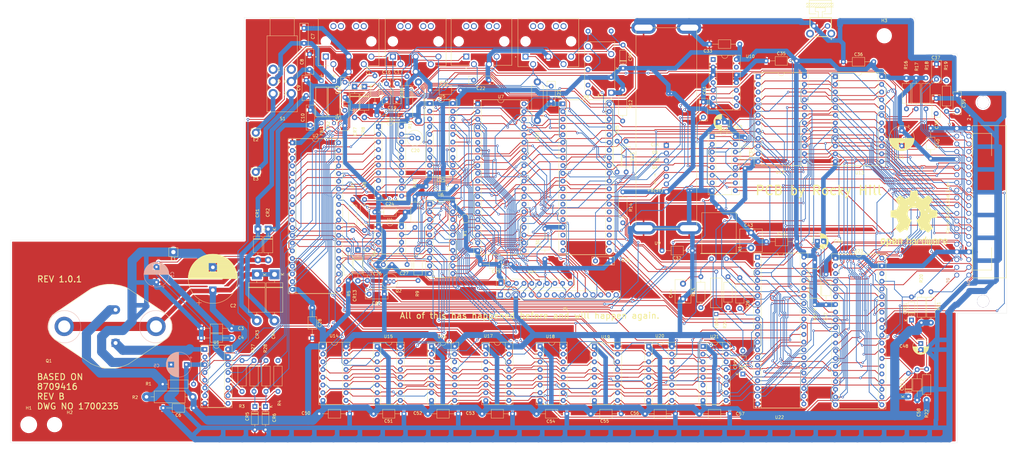
<source format=kicad_pcb>
(kicad_pcb (version 20171130) (host pcbnew 5.1.7-a382d34a8~88~ubuntu18.04.1)
  (title_block (title "TRS-80 Color Computer 2 NTSC ( 26-3026 & 26-3027)") (date 2021-03-24) (rev 1.0.1) (comment 1 "DWG NO 1700235") (comment 2 "8709416  REV B") (comment 3 "This PCB is based on ") (comment 4 "Rocky Hill"))
  (layers (0 F.Cu signal) (31 B.Cu signal) (34 B.Paste user) (35 F.Paste user) (36 B.SilkS user) (37 F.SilkS user) (38 B.Mask user) (39 F.Mask user) (44 Edge.Cuts user))
  (net 0 "")
  (net 1 /peripherals/+SALT_VIN)
  (net 2 GNDS)
  (net 3 /peripherals/-SALT_VIN)
  (net 4 +5V)
  (net 5 "Net-(C7-Pad1)")
  (net 6 "Net-(C8-Pad1)")
  (net 7 "Net-(C9-Pad1)")
  (net 8 "Net-(C10-Pad1)")
  (net 9 "Net-(C13-Pad2)")
  (net 10 "Net-(C14-Pad2)")
  (net 11 "Net-(C15-Pad2)")
  (net 12 /peripherals/JOY1)
  (net 13 /peripherals/JOY0)
  (net 14 "Net-(C18-Pad2)")
  (net 15 /peripherals/CASS_DATA_IN)
  (net 16 "Net-(C20-Pad2)")
  (net 17 "Net-(C22-Pad1)")
  (net 18 "Net-(C26-Pad1)")
  (net 19 "Net-(C27-Pad1)")
  (net 20 /Q)
  (net 21 /E)
  (net 22 /~CTS)
  (net 23 "Net-(C43-Pad1)")
  (net 24 "Net-(C44-Pad1)")
  (net 25 /~RESET)
  (net 26 "Net-(C58-Pad1)")
  (net 27 "Net-(C59-Pad2)")
  (net 28 "Net-(C61-Pad2)")
  (net 29 /peripherals/CD_IN)
  (net 30 /peripherals/SERIAL_DATA_IN)
  (net 31 /peripherals/KR2)
  (net 32 /peripherals/KR1)
  (net 33 /peripherals/CASS_MTR_OUT)
  (net 34 /power/VDGCLK)
  (net 35 /peripherals/CSS)
  (net 36 "Net-(CR13-Pad2)")
  (net 37 "Net-(E2-Pad1)")
  (net 38 "Net-(E3-Pad1)")
  (net 39 "Net-(FB4-Pad1)")
  (net 40 /peripherals/SER_DATA_OUT)
  (net 41 /peripherals/CASSOUT)
  (net 42 /peripherals/KR3)
  (net 43 /peripherals/KR4)
  (net 44 /peripherals/KR5)
  (net 45 /peripherals/KR6)
  (net 46 /peripherals/KR7)
  (net 47 "Net-(J5-Pad9)")
  (net 48 "Net-(J5-Pad10)")
  (net 49 "Net-(J5-Pad11)")
  (net 50 "Net-(J5-Pad12)")
  (net 51 "Net-(J5-Pad13)")
  (net 52 "Net-(J5-Pad14)")
  (net 53 "Net-(J5-Pad15)")
  (net 54 /~NMI)
  (net 55 /~CART)
  (net 56 /D0)
  (net 57 /D2)
  (net 58 /D4)
  (net 59 /D6)
  (net 60 /R~W)
  (net 61 /A1)
  (net 62 /A3)
  (net 63 /A5)
  (net 64 /A7)
  (net 65 /A9)
  (net 66 /A11)
  (net 67 /~SCS)
  (net 68 /A14)
  (net 69 /~SLENB)
  (net 70 /~HALT)
  (net 71 /D1)
  (net 72 /D3)
  (net 73 /D5)
  (net 74 /D7)
  (net 75 /A0)
  (net 76 /A2)
  (net 77 /A4)
  (net 78 /A6)
  (net 79 /A8)
  (net 80 /A10)
  (net 81 /A12)
  (net 82 /CART_SND)
  (net 83 /A13)
  (net 84 /A15)
  (net 85 "Net-(K1-Pad16)")
  (net 86 "Net-(Q1-Pad1)")
  (net 87 "Net-(Q1-Pad2)")
  (net 88 "Net-(Q2-Pad3)")
  (net 89 "Net-(R1-Pad2)")
  (net 90 "Net-(R3-Pad1)")
  (net 91 "Net-(R4-Pad2)")
  (net 92 "Net-(R6-Pad2)")
  (net 93 "Net-(R7-Pad2)")
  (net 94 /video/RF_SND)
  (net 95 "Net-(R8-Pad2)")
  (net 96 "Net-(R9-Pad1)")
  (net 97 /peripherals/SELA)
  (net 98 /~FIRQ)
  (net 99 "Net-(R15-Pad1)")
  (net 100 /~IRQ)
  (net 101 "Net-(R19-Pad2)")
  (net 102 "Net-(R24-Pad2)")
  (net 103 "Net-(R25-Pad2)")
  (net 104 "Net-(R26-Pad2)")
  (net 105 /peripherals/RP1-4)
  (net 106 /peripherals/HI)
  (net 107 "Net-(S1-Pad1)")
  (net 108 "Net-(S1-Pad4)")
  (net 109 /peripherals/CASS_M_IN_TTL)
  (net 110 /peripherals/SER_DATA_OUT_TTL)
  (net 111 /peripherals/CD_OUT_TTL)
  (net 112 /peripherals/SER_DATA_IN_TTL)
  (net 113 /peripherals/CASS_DATA_OUT_TTL)
  (net 114 /~CSPIA1)
  (net 115 "Net-(U2-Pad4)")
  (net 116 "Net-(U2-Pad5)")
  (net 117 "Net-(U2-Pad6)")
  (net 118 "Net-(U2-Pad7)")
  (net 119 "Net-(U2-Pad8)")
  (net 120 "Net-(U2-Pad9)")
  (net 121 /peripherals/~INT~_EXT)
  (net 122 /peripherals/GM1)
  (net 123 /peripherals/GM2)
  (net 124 /peripherals/~A~_G)
  (net 125 "Net-(U2-Pad19)")
  (net 126 /peripherals/HI_LO)
  (net 127 /~HS)
  (net 128 /video/DD3)
  (net 129 /video/DD7)
  (net 130 /dram/MD3)
  (net 131 /dram/MD7)
  (net 132 /dram/MD2)
  (net 133 /dram/MD6)
  (net 134 /video/DD2)
  (net 135 /video/DD6)
  (net 136 /video/DD1)
  (net 137 /video/DD5)
  (net 138 /dram/MD1)
  (net 139 /dram/MD5)
  (net 140 /dram/MD0)
  (net 141 /dram/MD4)
  (net 142 /video/DD0)
  (net 143 /video/DD4)
  (net 144 /dram/~RAS)
  (net 145 "Net-(U11-Pad15)")
  (net 146 /~FS)
  (net 147 "Net-(J5-Pad16)")
  (net 148 /~CS_PIA0)
  (net 149 "Net-(U8-Pad21)")
  (net 150 /sam/DA0)
  (net 151 "Net-(U8-Pad23)")
  (net 152 "Net-(U8-Pad24)")
  (net 153 "Net-(U8-Pad25)")
  (net 154 "Net-(U8-Pad26)")
  (net 155 "Net-(U8-Pad9)")
  (net 156 "Net-(U8-Pad10)")
  (net 157 "Net-(U8-Pad13)")
  (net 158 "Net-(U8-Pad14)")
  (net 159 "Net-(U8-Pad15)")
  (net 160 "Net-(U8-Pad16)")
  (net 161 "Net-(U8-Pad36)")
  (net 162 "Net-(U8-Pad18)")
  (net 163 "Net-(U8-Pad19)")
  (net 164 "Net-(U8-Pad20)")
  (net 165 "Net-(U10-Pad1)")
  (net 166 "Net-(U10-Pad6)")
  (net 167 "Net-(U10-Pad10)")
  (net 168 "Net-(U10-Pad4)")
  (net 169 "Net-(U10-Pad13)")
  (net 170 "Net-(U11-Pad1)")
  (net 171 "Net-(U11-Pad2)")
  (net 172 /roms/~CS_BASIC)
  (net 173 /roms/~CS_EXTENDED_BASIC)
  (net 174 "Net-(U11-Pad7)")
  (net 175 /dram/MA7)
  (net 176 /dram/MA5)
  (net 177 /dram/~WE)
  (net 178 /dram/MA4)
  (net 179 /dram/MA3)
  (net 180 /dram/MA0)
  (net 181 /dram/MA6)
  (net 182 /dram/MA2)
  (net 183 /dram/MA1)
  (net 184 /dram/~CAS)
  (net 185 "Net-(U23-Pad5)")
  (net 186 "Net-(U23-Pad6)")
  (net 187 "Net-(U23-Pad33)")
  (net 188 "Net-(U23-Pad36)")
  (net 189 "Net-(U23-Pad38)")
  (net 190 "Net-(R27-Pad1)")
  (net 191 "Net-(R28-Pad1)")
  (net 192 /peripherals/CASS_PIN3)
  (net 193 /peripherals/CASS_PIN1)
  (net 194 "Net-(K2-Pad12)")
  (module Symbol:OSHW-Logo2_24.3x20mm_SilkScreen (layer F.Cu) (at 310.8 92.7)
    (fp_text reference REF** hide)
    (fp_text value OSHW-Logo2_24.3x20mm_SilkScreen hide)
  )
  (module coco2:C_Rect_L7.2mm_W7.2mm_P5.00mm_FKS2_FKP2_MKS2_MKP2 (layer F.Cu) (at 257.16 102.31 90)
    (fp_text reference C43 (at 7.44 -0.8 180) (layer F.SilkS))
    (fp_text value C_Variable)
    (pad 1 thru_hole circle (at 0 0 90) (size 2.1 2.1) (drill 1.05) (layers *.Cu *.Mask) (net 23 "Net-(C43-Pad1)"))
    (pad 2 thru_hole circle (at 5 0 90) (size 2.1 2.1) (drill 1.05) (layers *.Cu *.Mask) (net 2 GNDS))
  )
  (module coco2:coco2_vertical_rf_sheild (layer F.Cu) (at 219.29 95.84 90)
    (fp_text reference U9 (at -4.93 7.1) (layer F.SilkS))
    (fp_text value RF_modulator)
    (fp_text user "+B(5V)" (at 12.5 6.25) (layer F.SilkS))
    (fp_text user S (at 15 6.25) (layer F.SilkS))
    (fp_text user Y (at 17.5 6.25 180) (layer F.SilkS))
    (fp_text user 0A (at 20 6.25) (layer F.SilkS))
    (fp_text user CHB (at 22.5 6.25) (layer F.SilkS))
    (fp_text user 0B (at 25 6.25 180) (layer F.SilkS))
    (fp_text user CLK (at 27.5 6.25 180) (layer F.SilkS))
    (pad 7 thru_hole circle (at 12 10 90) (size 1.7 1.7) (drill 1) (layers *.Cu *.Mask) (net 4 +5V))
    (pad 6 thru_hole circle (at 14.54 10 90) (size 1.7 1.7) (drill 1) (layers *.Cu *.Mask) (net 94 /video/RF_SND))
    (pad 5 thru_hole circle (at 17.08 10 90) (size 1.7 1.7) (drill 1) (layers *.Cu *.Mask) (net 27 "Net-(C59-Pad2)"))
    (pad 4 thru_hole circle (at 19.62 10 90) (size 1.7 1.7) (drill 1) (layers *.Cu *.Mask) (net 96 "Net-(R9-Pad1)"))
    (pad 3 thru_hole circle (at 22.16 10 90) (size 1.7 1.7) (drill 1) (layers *.Cu *.Mask) (net 155 "Net-(U8-Pad9)"))
    (pad 2 thru_hole circle (at 24.7 10 90) (size 1.7 1.7) (drill 1) (layers *.Cu *.Mask) (net 156 "Net-(U8-Pad10)"))
    (pad 1 thru_hole rect (at 27.24 10 90) (size 1.7 1.7) (drill 1) (layers *.Cu *.Mask) (net 28 "Net-(C61-Pad2)"))
    (pad 8 thru_hole oval (at 0 2.5 180) (size 8 4) (drill oval 6 2) (layers *.Cu *.Mask) (net 2 GNDS))
    (pad 8 thru_hole oval (at 0 17.5 180) (size 8 4) (drill oval 6 2) (layers *.Cu *.Mask) (net 2 GNDS))
    (pad 8 thru_hole oval (at 66 17.5 180) (size 8 4) (drill oval 6 2) (layers *.Cu *.Mask) (net 2 GNDS))
    (pad 8 thru_hole oval (at 66 2.5 180) (size 8 4) (drill oval 6 2) (layers *.Cu *.Mask) (net 2 GNDS))
  )
  (module coco2:EBC20DRAS (layer F.Cu) (at 328.82 63 270)
    (fp_text reference J6 (at 24.12 14.74 90) (layer F.SilkS))
    (fp_text value Conn_02x20_Odd_Even (at 26.1 6.93 90) (layer F.SilkS))
    (fp_text user 39 (at 50.09 6.78 90) (layer B.SilkS))
    (fp_text user 40 (at 50.83 0.02 90) (layer B.SilkS))
    (fp_text user 1 (at -1.67 6.35 90) (layer B.SilkS))
    (fp_text user 2 (at -3.07 -0.08 90) (layer B.SilkS))
    (fp_text user 39 (at 50.09 6.78 90) (layer F.SilkS))
    (fp_text user 40 (at 50.81 0.02 90) (layer F.SilkS))
    (fp_text user 1 (at -1.67 6.35 90) (layer F.SilkS))
    (fp_text user 2 (at -3.07 -0.08 90) (layer F.SilkS))
    (fp_text user * (at -4.22 -0.56 90) (layer F.SilkS))
    (pad "" thru_hole circle (at 56.8325 -4.699 270) (size 4 4) (drill 4) (layers *.Cu *.Mask))
    (pad "" thru_hole circle (at -8.5725 -4.699 270) (size 4 4) (drill 4) (layers *.Cu *.Mask))
    (pad 39 thru_hole circle (at 48.26 3.9624 270) (size 1.6002 1.6002) (drill 1.0922) (layers *.Cu *.Mask) (net 84 /A15))
    (pad 37 thru_hole circle (at 45.72 3.9624 270) (size 1.6002 1.6002) (drill 1.0922) (layers *.Cu *.Mask) (net 83 /A13))
    (pad 35 thru_hole circle (at 43.18 3.9624 270) (size 1.6002 1.6002) (drill 1.0922) (layers *.Cu *.Mask) (net 82 /CART_SND))
    (pad 33 thru_hole circle (at 40.64 3.9624 270) (size 1.6002 1.6002) (drill 1.0922) (layers *.Cu *.Mask) (net 2 GNDS))
    (pad 31 thru_hole circle (at 38.1 3.9624 270) (size 1.6002 1.6002) (drill 1.0922) (layers *.Cu *.Mask) (net 81 /A12))
    (pad 29 thru_hole circle (at 35.56 3.9624 270) (size 1.6002 1.6002) (drill 1.0922) (layers *.Cu *.Mask) (net 80 /A10))
    (pad 27 thru_hole circle (at 33.02 3.9624 270) (size 1.6002 1.6002) (drill 1.0922) (layers *.Cu *.Mask) (net 79 /A8))
    (pad 25 thru_hole circle (at 30.48 3.9624 270) (size 1.6002 1.6002) (drill 1.0922) (layers *.Cu *.Mask) (net 78 /A6))
    (pad 23 thru_hole circle (at 27.94 3.9624 270) (size 1.6002 1.6002) (drill 1.0922) (layers *.Cu *.Mask) (net 77 /A4))
    (pad 21 thru_hole circle (at 25.4 3.9624 270) (size 1.6002 1.6002) (drill 1.0922) (layers *.Cu *.Mask) (net 76 /A2))
    (pad 19 thru_hole circle (at 22.86 3.9624 270) (size 1.6002 1.6002) (drill 1.0922) (layers *.Cu *.Mask) (net 75 /A0))
    (pad 17 thru_hole circle (at 20.32 3.9624 270) (size 1.6002 1.6002) (drill 1.0922) (layers *.Cu *.Mask) (net 74 /D7))
    (pad 15 thru_hole circle (at 17.78 3.9624 270) (size 1.6002 1.6002) (drill 1.0922) (layers *.Cu *.Mask) (net 73 /D5))
    (pad 13 thru_hole circle (at 15.24 3.9624 270) (size 1.6002 1.6002) (drill 1.0922) (layers *.Cu *.Mask) (net 72 /D3))
    (pad 11 thru_hole circle (at 12.7 3.9624 270) (size 1.6002 1.6002) (drill 1.0922) (layers *.Cu *.Mask) (net 71 /D1))
    (pad 9 thru_hole circle (at 10.16 3.9624 270) (size 1.6002 1.6002) (drill 1.0922) (layers *.Cu *.Mask) (net 4 +5V))
    (pad 7 thru_hole circle (at 7.62 3.9624 270) (size 1.6002 1.6002) (drill 1.0922) (layers *.Cu *.Mask) (net 20 /Q))
    (pad 5 thru_hole circle (at 5.08 3.9624 270) (size 1.6002 1.6002) (drill 1.0922) (layers *.Cu *.Mask) (net 25 /~RESET))
    (pad 3 thru_hole circle (at 2.54 3.9624 270) (size 1.6002 1.6002) (drill 1.0922) (layers *.Cu *.Mask) (net 70 /~HALT))
    (pad 1 thru_hole circle (at 0 3.9624 270) (size 1.6002 1.6002) (drill 1.0922) (layers *.Cu *.Mask) (net 2 GNDS))
    (pad 40 thru_hole circle (at 48.26 0 270) (size 1.6002 1.6002) (drill 1.0922) (layers *.Cu *.Mask) (net 69 /~SLENB))
    (pad 38 thru_hole circle (at 45.72 0 270) (size 1.6002 1.6002) (drill 1.0922) (layers *.Cu *.Mask) (net 68 /A14))
    (pad 36 thru_hole circle (at 43.18 0 270) (size 1.6002 1.6002) (drill 1.0922) (layers *.Cu *.Mask) (net 67 /~SCS))
    (pad 34 thru_hole circle (at 40.64 0 270) (size 1.6002 1.6002) (drill 1.0922) (layers *.Cu *.Mask) (net 2 GNDS))
    (pad 32 thru_hole circle (at 38.1 0 270) (size 1.6002 1.6002) (drill 1.0922) (layers *.Cu *.Mask) (net 22 /~CTS))
    (pad 30 thru_hole circle (at 35.56 0 270) (size 1.6002 1.6002) (drill 1.0922) (layers *.Cu *.Mask) (net 66 /A11))
    (pad 28 thru_hole circle (at 33.02 0 270) (size 1.6002 1.6002) (drill 1.0922) (layers *.Cu *.Mask) (net 65 /A9))
    (pad 26 thru_hole circle (at 30.48 0 270) (size 1.6002 1.6002) (drill 1.0922) (layers *.Cu *.Mask) (net 64 /A7))
    (pad 24 thru_hole circle (at 27.94 0 270) (size 1.6002 1.6002) (drill 1.0922) (layers *.Cu *.Mask) (net 63 /A5))
    (pad 22 thru_hole circle (at 25.4 0 270) (size 1.6002 1.6002) (drill 1.0922) (layers *.Cu *.Mask) (net 62 /A3))
    (pad 20 thru_hole circle (at 22.86 0 270) (size 1.6002 1.6002) (drill 1.0922) (layers *.Cu *.Mask) (net 61 /A1))
    (pad 18 thru_hole circle (at 20.32 0 270) (size 1.6002 1.6002) (drill 1.0922) (layers *.Cu *.Mask) (net 60 /R~W))
    (pad 16 thru_hole circle (at 17.78 0 270) (size 1.6002 1.6002) (drill 1.0922) (layers *.Cu *.Mask) (net 59 /D6))
    (pad 14 thru_hole circle (at 15.24 0 270) (size 1.6002 1.6002) (drill 1.0922) (layers *.Cu *.Mask) (net 58 /D4))
    (pad 12 thru_hole circle (at 12.7 0 270) (size 1.6002 1.6002) (drill 1.0922) (layers *.Cu *.Mask) (net 57 /D2))
    (pad 10 thru_hole circle (at 10.16 0 270) (size 1.6002 1.6002) (drill 1.0922) (layers *.Cu *.Mask) (net 56 /D0))
    (pad 8 thru_hole circle (at 7.62 0 270) (size 1.6002 1.6002) (drill 1.0922) (layers *.Cu *.Mask) (net 55 /~CART))
    (pad 6 thru_hole circle (at 5.08 0 270) (size 1.6002 1.6002) (drill 1.0922) (layers *.Cu *.Mask) (net 21 /E))
    (pad 4 thru_hole circle (at 2.54 0 270) (size 1.6002 1.6002) (drill 1.0922) (layers *.Cu *.Mask) (net 54 /~NMI))
    (pad 2 thru_hole circle (at 0 0 270) (size 1.6002 1.6002) (drill 1.0922) (layers *.Cu *.Mask) (net 2 GNDS))
  )
  (module MountingHole:MountingHole_4.5mm (layer F.Cu) (at 19.45 160.5)
    (fp_text reference H1 (at 0 -5.5) (layer F.SilkS))
    (fp_text value MountingHole hide)
    (pad 1 np_thru_hole circle (at 0 0) (size 4.5 4.5) (drill 4.5) (layers *.Cu *.Mask))
  )
  (module coco2:B3F3152 (layer F.Cu) (at 283.57 31.8 180)
    (fp_text reference S2 (at -2.215 1.825 180) (layer F.SilkS) (effects (font (thickness 0.015))))
    (fp_text value "Reset Switch")
    (pad 2 thru_hole circle (at 5.75 2.5 180) (size 1.778 1.778) (drill 1.016) (layers *.Cu *.Mask) (net 2 GNDS))
    (pad 1 thru_hole circle (at 1.25 2.5 180) (size 1.778 1.778) (drill 1.016) (layers *.Cu *.Mask) (net 26 "Net-(C58-Pad1)"))
    (pad GNDS thru_hole circle (at 7 0 180) (size 2.54 2.54) (drill 1.5) (layers *.Cu *.Mask))
    (pad GNDS thru_hole circle (at 0 0 180) (size 2.54 2.54) (drill 1.5) (layers *.Cu *.Mask))
  )
  (module coco2:CUI_SDS-50J (layer F.Cu) (at 190.45 34.35 180)
    (fp_text reference J4 (at -7.3 -12.4) (layer F.SilkS) (effects (font (thickness 0.015))))
    (fp_text value Cassette)
    (pad E2 thru_hole circle (at 5 5 180) (size 1.95 1.95) (drill 1.3) (layers *.Cu *.Mask))
    (pad E1 thru_hole circle (at -5 5 180) (size 1.95 1.95) (drill 1.3) (layers *.Cu *.Mask))
    (pad 3 thru_hole circle (at -7.5 -5 180) (size 1.95 1.95) (drill 1.3) (layers *.Cu *.Mask) (net 192 /peripherals/CASS_PIN3))
    (pad None np_thru_hole circle (at -7.5 0 180) (size 2.4 2.4) (drill 2.4) (layers *.Cu *.Mask))
    (pad None np_thru_hole circle (at 7.5 0 180) (size 2.4 2.4) (drill 2.4) (layers *.Cu *.Mask))
    (pad 4 thru_hole circle (at 5 -7.5 180) (size 1.95 1.95) (drill 1.3) (layers *.Cu *.Mask) (net 15 /peripherals/CASS_DATA_IN))
    (pad 5 thru_hole circle (at -5 -7.5 180) (size 1.95 1.95) (drill 1.3) (layers *.Cu *.Mask) (net 41 /peripherals/CASSOUT))
    (pad 1 thru_hole rect (at 7.5 -5 180) (size 1.95 1.95) (drill 1.3) (layers *.Cu *.Mask) (net 193 /peripherals/CASS_PIN1))
    (pad 2 thru_hole circle (at 0 -5 180) (size 1.95 1.95) (drill 1.3) (layers *.Cu *.Mask) (net 2 GNDS))
    (pad E2 thru_hole circle (at 2.5 5 180) (size 1.95 1.95) (drill 1.3) (layers *.Cu *.Mask))
    (pad E1 thru_hole circle (at -2.5 5 180) (size 1.95 1.95) (drill 1.3) (layers *.Cu *.Mask))
  )
  (module coco2:CUI_SDS-40J (layer F.Cu) (at 168.45 34.35 180)
    (fp_text reference J3 (at -7.3 -12.61) (layer F.SilkS) (effects (font (thickness 0.015))))
    (fp_text value RS232)
    (pad E1 thru_hole circle (at -5 5 180) (size 1.95 1.95) (drill 1.3) (layers *.Cu *.Mask))
    (pad E2 thru_hole circle (at 5 5 180) (size 1.95 1.95) (drill 1.3) (layers *.Cu *.Mask))
    (pad None np_thru_hole circle (at -7.5 0 180) (size 2.4 2.4) (drill 2.4) (layers *.Cu *.Mask))
    (pad None np_thru_hole circle (at 7.5 0 180) (size 2.4 2.4) (drill 2.4) (layers *.Cu *.Mask))
    (pad 2 thru_hole circle (at 2.5 -7.5 180) (size 1.95 1.95) (drill 1.3) (layers *.Cu *.Mask) (net 30 /peripherals/SERIAL_DATA_IN))
    (pad 3 thru_hole circle (at -2.5 -7.5 180) (size 1.95 1.95) (drill 1.3) (layers *.Cu *.Mask) (net 2 GNDS))
    (pad 1 thru_hole rect (at 5 -5 180) (size 1.95 1.95) (drill 1.3) (layers *.Cu *.Mask) (net 29 /peripherals/CD_IN))
    (pad 4 thru_hole circle (at -5 -5 180) (size 1.95 1.95) (drill 1.3) (layers *.Cu *.Mask) (net 40 /peripherals/SER_DATA_OUT))
    (pad E2 thru_hole circle (at 2.5 5 180) (size 1.95 1.95) (drill 1.3) (layers *.Cu *.Mask))
    (pad E1 thru_hole circle (at -2.5 5 180) (size 1.95 1.95) (drill 1.3) (layers *.Cu *.Mask))
  )
  (module coco2:CUI_SDS-60J (layer F.Cu) (at 146.79 34.35 180)
    (fp_text reference J2 (at -7 -12.33) (layer F.SilkS) (effects (font (thickness 0.015))))
    (fp_text value "Right Joystick")
    (pad E1 thru_hole circle (at -5 5 180) (size 1.95 1.95) (drill 1.3) (layers *.Cu *.Mask))
    (pad E2 thru_hole circle (at 5 5 180) (size 1.95 1.95) (drill 1.3) (layers *.Cu *.Mask))
    (pad 6 thru_hole circle (at 0 -10 180) (size 1.95 1.95) (drill 1.3) (layers *.Cu *.Mask) (net 2 GNDS))
    (pad 5 thru_hole circle (at -7.5 -5 180) (size 1.95 1.95) (drill 1.3) (layers *.Cu *.Mask) (net 17 "Net-(C22-Pad1)"))
    (pad None np_thru_hole circle (at -7.5 0 180) (size 2.4 2.4) (drill 2.4) (layers *.Cu *.Mask))
    (pad None np_thru_hole circle (at 7.5 0 180) (size 2.4 2.4) (drill 2.4) (layers *.Cu *.Mask))
    (pad 2 thru_hole circle (at 5 -7.5 180) (size 1.95 1.95) (drill 1.3) (layers *.Cu *.Mask) (net 12 /peripherals/JOY1))
    (pad 4 thru_hole circle (at -5 -7.5 180) (size 1.95 1.95) (drill 1.3) (layers *.Cu *.Mask) (net 14 "Net-(C18-Pad2)"))
    (pad 1 thru_hole rect (at 7.5 -5 180) (size 1.95 1.95) (drill 1.3) (layers *.Cu *.Mask) (net 13 /peripherals/JOY0))
    (pad 3 thru_hole circle (at 0 -5 180) (size 1.95 1.95) (drill 1.3) (layers *.Cu *.Mask) (net 2 GNDS))
    (pad E2 thru_hole circle (at 2.5 5 180) (size 1.95 1.95) (drill 1.3) (layers *.Cu *.Mask))
    (pad E1 thru_hole circle (at -2.5 5 180) (size 1.95 1.95) (drill 1.3) (layers *.Cu *.Mask))
  )
  (module coco2:CUI_SDS-60J (layer F.Cu) (at 124.71 34.35 180)
    (fp_text reference J1 (at 11.87 5) (layer F.SilkS) (effects (font (thickness 0.015))))
    (fp_text value "Left Joystick")
    (pad E1 thru_hole circle (at -5 5 180) (size 1.95 1.95) (drill 1.3) (layers *.Cu *.Mask))
    (pad E2 thru_hole circle (at 5 5 180) (size 1.95 1.95) (drill 1.3) (layers *.Cu *.Mask))
    (pad 6 thru_hole circle (at 0 -10 180) (size 1.95 1.95) (drill 1.3) (layers *.Cu *.Mask) (net 2 GNDS))
    (pad 5 thru_hole circle (at -7.5 -5 180) (size 1.95 1.95) (drill 1.3) (layers *.Cu *.Mask) (net 17 "Net-(C22-Pad1)"))
    (pad None np_thru_hole circle (at -7.5 0 180) (size 2.4 2.4) (drill 2.4) (layers *.Cu *.Mask))
    (pad None np_thru_hole circle (at 7.5 0 180) (size 2.4 2.4) (drill 2.4) (layers *.Cu *.Mask))
    (pad 2 thru_hole circle (at 5 -7.5 180) (size 1.95 1.95) (drill 1.3) (layers *.Cu *.Mask) (net 9 "Net-(C13-Pad2)"))
    (pad 4 thru_hole circle (at -5 -7.5 180) (size 1.95 1.95) (drill 1.3) (layers *.Cu *.Mask) (net 11 "Net-(C15-Pad2)"))
    (pad 1 thru_hole rect (at 7.5 -5 180) (size 1.95 1.95) (drill 1.3) (layers *.Cu *.Mask) (net 10 "Net-(C14-Pad2)"))
    (pad 3 thru_hole circle (at 0 -5 180) (size 1.95 1.95) (drill 1.3) (layers *.Cu *.Mask) (net 2 GNDS))
    (pad E2 thru_hole circle (at 2.5 5 180) (size 1.95 1.95) (drill 1.3) (layers *.Cu *.Mask))
    (pad E1 thru_hole circle (at -2.5 5 180) (size 1.95 1.95) (drill 1.3) (layers *.Cu *.Mask))
  )
  (module Diode_THT:D_A-405_P10.16mm_Horizontal (layer F.Cu) (at 126.69 49.21 270)
    (fp_text reference CR7 (at 14.82 -0.17 90) (layer F.SilkS))
    (fp_text value 1KF20-04)
    (fp_text user K (at 0 -2.2 90) (layer F.SilkS))
    (pad 2 thru_hole oval (at 10.16 0 270) (size 1.8 1.8) (drill 0.9) (layers *.Cu *.Mask) (net 31 /peripherals/KR2))
    (pad 1 thru_hole rect (at 0 0 270) (size 1.8 1.8) (drill 0.9) (layers *.Cu *.Mask) (net 11 "Net-(C15-Pad2)"))
  )
  (module Diode_THT:D_A-405_P10.16mm_Horizontal (layer F.Cu) (at 129.93 49.21 270)
    (fp_text reference CR8 (at 14.75 0.38 90) (layer F.SilkS))
    (fp_text value 1KF20-04)
    (fp_text user K (at 0 -2.2 90) (layer F.SilkS))
    (pad 2 thru_hole oval (at 10.16 0 270) (size 1.8 1.8) (drill 0.9) (layers *.Cu *.Mask) (net 32 /peripherals/KR1))
    (pad 1 thru_hole rect (at 0 0 270) (size 1.8 1.8) (drill 0.9) (layers *.Cu *.Mask) (net 14 "Net-(C18-Pad2)"))
  )
  (module Diode_THT:D_A-405_P10.16mm_Horizontal (layer F.Cu) (at 127.78 103 270)
    (fp_text reference CR13 (at 15.06 1.04 90) (layer F.SilkS))
    (fp_text value 1KF20-04)
    (fp_text user K (at 0 -2.2 90) (layer F.SilkS))
    (pad 2 thru_hole oval (at 10.16 0 270) (size 1.8 1.8) (drill 0.9) (layers *.Cu *.Mask) (net 36 "Net-(CR13-Pad2)"))
    (pad 1 thru_hole rect (at 0 0 270) (size 1.8 1.8) (drill 0.9) (layers *.Cu *.Mask) (net 35 /peripherals/CSS))
  )
  (module Resistor_THT:R_Axial_DIN0411_L9.9mm_D3.6mm_P15.24mm_Horizontal (layer F.Cu) (at 73.45 151.33 180)
    (fp_text reference R2 (at 19 -0.17) (layer F.SilkS))
    (fp_text value ".1 ohms 1/2W")
    (pad 2 thru_hole oval (at 15.24 0 180) (size 2.4 2.4) (drill 1.2) (layers *.Cu *.Mask) (net 87 "Net-(Q1-Pad2)"))
    (pad 1 thru_hole circle (at 0 0 180) (size 2.4 2.4) (drill 1.2) (layers *.Cu *.Mask) (net 4 +5V))
  )
  (module coco2:ferrite_bead (layer F.Cu) (at 115.77 47.3 270)
    (fp_text reference FB1 (at 16.7 -0.13 270) (layer F.SilkS))
    (fp_text value FB hide)
    (fp_text user * (at 0 0 90) (layer F.SilkS))
    (pad 2 thru_hole circle (at 13.97 0 270) (size 1.3208 1.3208) (drill 0.8128) (layers *.Cu *.Mask) (net 8 "Net-(C10-Pad1)"))
    (pad 1 thru_hole rect (at 0 0 270) (size 1.3208 1.3208) (drill 0.8128) (layers *.Cu *.Mask) (net 6 "Net-(C8-Pad1)"))
  )
  (module coco2:ferrite_bead (layer F.Cu) (at 119.91 47.3 270)
    (fp_text reference FB2 (at 14.7 1.94 90) (layer F.SilkS))
    (fp_text value FB hide)
    (fp_text user * (at 0 0 90) (layer F.SilkS))
    (pad 2 thru_hole circle (at 13.97 0 270) (size 1.3208 1.3208) (drill 0.8128) (layers *.Cu *.Mask) (net 7 "Net-(C9-Pad1)"))
    (pad 1 thru_hole rect (at 0 0 270) (size 1.3208 1.3208) (drill 0.8128) (layers *.Cu *.Mask) (net 5 "Net-(C7-Pad1)"))
  )
  (module coco2:ferrite_bead (layer F.Cu) (at 245.7 124.1 90)
    (fp_text reference FB4 (at -3.34 0.14 90) (layer F.SilkS))
    (fp_text value Ferrite_Bead_Small hide)
    (fp_text user * (at 0 0 90) (layer F.SilkS))
    (pad 2 thru_hole circle (at 13.97 0 90) (size 1.3208 1.3208) (drill 0.8128) (layers *.Cu *.Mask) (net 34 /power/VDGCLK))
    (pad 1 thru_hole rect (at 0 0 90) (size 1.3208 1.3208) (drill 0.8128) (layers *.Cu *.Mask) (net 39 "Net-(FB4-Pad1)"))
  )
  (module coco2:ferrite_bead (layer F.Cu) (at 278.14 121.02 90)
    (fp_text reference FB7 (at -4.04 0.17 90) (layer F.SilkS))
    (fp_text value Ferrite_Bead_Small hide)
    (fp_text user * (at 0 0 90) (layer F.SilkS))
    (pad 1 thru_hole rect (at 0 0 90) (size 1.3208 1.3208) (drill 0.8128) (layers *.Cu *.Mask) (net 4 +5V))
    (pad 2 thru_hole circle (at 13.97 0 90) (size 1.3208 1.3208) (drill 0.8128) (layers *.Cu *.Mask) (net 4 +5V))
  )
  (module Package_DIP:DIP-16_W7.62mm_Socket (layer F.Cu) (at 244.37 65.68)
    (fp_text reference U11 (at 3.81 -2.33) (layer F.SilkS))
    (fp_text value 74LS138)
    (pad 16 thru_hole oval (at 7.62 0) (size 1.6 1.6) (drill 0.8) (layers *.Cu *.Mask) (net 4 +5V))
    (pad 8 thru_hole oval (at 0 17.78) (size 1.6 1.6) (drill 0.8) (layers *.Cu *.Mask) (net 2 GNDS))
    (pad 15 thru_hole oval (at 7.62 2.54) (size 1.6 1.6) (drill 0.8) (layers *.Cu *.Mask) (net 145 "Net-(U11-Pad15)"))
    (pad 7 thru_hole oval (at 0 15.24) (size 1.6 1.6) (drill 0.8) (layers *.Cu *.Mask) (net 174 "Net-(U11-Pad7)"))
    (pad 14 thru_hole oval (at 7.62 5.08) (size 1.6 1.6) (drill 0.8) (layers *.Cu *.Mask) (net 173 /roms/~CS_EXTENDED_BASIC))
    (pad 6 thru_hole oval (at 0 12.7) (size 1.6 1.6) (drill 0.8) (layers *.Cu *.Mask) (net 69 /~SLENB))
    (pad 13 thru_hole oval (at 7.62 7.62) (size 1.6 1.6) (drill 0.8) (layers *.Cu *.Mask) (net 172 /roms/~CS_BASIC))
    (pad 5 thru_hole oval (at 0 10.16) (size 1.6 1.6) (drill 0.8) (layers *.Cu *.Mask) (net 167 "Net-(U10-Pad10)"))
    (pad 12 thru_hole oval (at 7.62 10.16) (size 1.6 1.6) (drill 0.8) (layers *.Cu *.Mask) (net 101 "Net-(R19-Pad2)"))
    (pad 4 thru_hole oval (at 0 7.62) (size 1.6 1.6) (drill 0.8) (layers *.Cu *.Mask) (net 168 "Net-(U10-Pad4)"))
    (pad 11 thru_hole oval (at 7.62 12.7) (size 1.6 1.6) (drill 0.8) (layers *.Cu *.Mask) (net 148 /~CS_PIA0))
    (pad 3 thru_hole oval (at 0 5.08) (size 1.6 1.6) (drill 0.8) (layers *.Cu *.Mask) (net 166 "Net-(U10-Pad6)"))
    (pad 10 thru_hole oval (at 7.62 15.24) (size 1.6 1.6) (drill 0.8) (layers *.Cu *.Mask) (net 114 /~CSPIA1))
    (pad 2 thru_hole oval (at 0 2.54) (size 1.6 1.6) (drill 0.8) (layers *.Cu *.Mask) (net 171 "Net-(U11-Pad2)"))
    (pad 9 thru_hole oval (at 7.62 17.78) (size 1.6 1.6) (drill 0.8) (layers *.Cu *.Mask) (net 67 /~SCS))
    (pad 1 thru_hole rect (at 0 0) (size 1.6 1.6) (drill 0.8) (layers *.Cu *.Mask) (net 170 "Net-(U11-Pad1)"))
  )
  (module Package_DIP:DIP-40_W15.24mm_Socket (layer F.Cu) (at 259.3 105.39)
    (fp_text reference U22 (at 7.21 52.66) (layer F.SilkS))
    (fp_text value MC6883)
    (pad 40 thru_hole oval (at 15.24 0) (size 1.6 1.6) (drill 0.8) (layers *.Cu *.Mask) (net 4 +5V))
    (pad 20 thru_hole oval (at 0 48.26) (size 1.6 1.6) (drill 0.8) (layers *.Cu *.Mask) (net 2 GNDS))
    (pad 39 thru_hole oval (at 15.24 2.54) (size 1.6 1.6) (drill 0.8) (layers *.Cu *.Mask) (net 81 /A12))
    (pad 19 thru_hole oval (at 0 45.72) (size 1.6 1.6) (drill 0.8) (layers *.Cu *.Mask) (net 62 /A3))
    (pad 38 thru_hole oval (at 15.24 5.08) (size 1.6 1.6) (drill 0.8) (layers *.Cu *.Mask) (net 83 /A13))
    (pad 18 thru_hole oval (at 0 43.18) (size 1.6 1.6) (drill 0.8) (layers *.Cu *.Mask) (net 76 /A2))
    (pad 37 thru_hole oval (at 15.24 7.62) (size 1.6 1.6) (drill 0.8) (layers *.Cu *.Mask) (net 68 /A14))
    (pad 17 thru_hole oval (at 0 40.64) (size 1.6 1.6) (drill 0.8) (layers *.Cu *.Mask) (net 61 /A1))
    (pad 36 thru_hole oval (at 15.24 10.16) (size 1.6 1.6) (drill 0.8) (layers *.Cu *.Mask) (net 84 /A15))
    (pad 16 thru_hole oval (at 0 38.1) (size 1.6 1.6) (drill 0.8) (layers *.Cu *.Mask) (net 75 /A0))
    (pad 35 thru_hole oval (at 15.24 12.7) (size 1.6 1.6) (drill 0.8) (layers *.Cu *.Mask) (net 175 /dram/MA7))
    (pad 15 thru_hole oval (at 0 35.56) (size 1.6 1.6) (drill 0.8) (layers *.Cu *.Mask) (net 60 /R~W))
    (pad 34 thru_hole oval (at 15.24 15.24) (size 1.6 1.6) (drill 0.8) (layers *.Cu *.Mask) (net 181 /dram/MA6))
    (pad 14 thru_hole oval (at 0 33.02) (size 1.6 1.6) (drill 0.8) (layers *.Cu *.Mask) (net 104 "Net-(R26-Pad2)"))
    (pad 33 thru_hole oval (at 15.24 17.78) (size 1.6 1.6) (drill 0.8) (layers *.Cu *.Mask) (net 176 /dram/MA5))
    (pad 13 thru_hole oval (at 0 30.48) (size 1.6 1.6) (drill 0.8) (layers *.Cu *.Mask) (net 102 "Net-(R24-Pad2)"))
    (pad 32 thru_hole oval (at 15.24 20.32) (size 1.6 1.6) (drill 0.8) (layers *.Cu *.Mask) (net 178 /dram/MA4))
    (pad 12 thru_hole oval (at 0 27.94) (size 1.6 1.6) (drill 0.8) (layers *.Cu *.Mask) (net 144 /dram/~RAS))
    (pad 31 thru_hole oval (at 15.24 22.86) (size 1.6 1.6) (drill 0.8) (layers *.Cu *.Mask) (net 179 /dram/MA3))
    (pad 11 thru_hole oval (at 0 25.4) (size 1.6 1.6) (drill 0.8) (layers *.Cu *.Mask) (net 184 /dram/~CAS))
    (pad 30 thru_hole oval (at 15.24 25.4) (size 1.6 1.6) (drill 0.8) (layers *.Cu *.Mask) (net 182 /dram/MA2))
    (pad 10 thru_hole oval (at 0 22.86) (size 1.6 1.6) (drill 0.8) (layers *.Cu *.Mask) (net 177 /dram/~WE))
    (pad 29 thru_hole oval (at 15.24 27.94) (size 1.6 1.6) (drill 0.8) (layers *.Cu *.Mask) (net 183 /dram/MA1))
    (pad 9 thru_hole oval (at 0 20.32) (size 1.6 1.6) (drill 0.8) (layers *.Cu *.Mask) (net 127 /~HS))
    (pad 28 thru_hole oval (at 15.24 30.48) (size 1.6 1.6) (drill 0.8) (layers *.Cu *.Mask) (net 180 /dram/MA0))
    (pad 8 thru_hole oval (at 0 17.78) (size 1.6 1.6) (drill 0.8) (layers *.Cu *.Mask) (net 150 /sam/DA0))
    (pad 27 thru_hole oval (at 15.24 33.02) (size 1.6 1.6) (drill 0.8) (layers *.Cu *.Mask) (net 170 "Net-(U11-Pad1)"))
    (pad 7 thru_hole oval (at 0 15.24) (size 1.6 1.6) (drill 0.8) (layers *.Cu *.Mask) (net 39 "Net-(FB4-Pad1)"))
    (pad 26 thru_hole oval (at 15.24 35.56) (size 1.6 1.6) (drill 0.8) (layers *.Cu *.Mask) (net 171 "Net-(U11-Pad2)"))
    (pad 6 thru_hole oval (at 0 12.7) (size 1.6 1.6) (drill 0.8) (layers *.Cu *.Mask) (net 99 "Net-(R15-Pad1)"))
    (pad 25 thru_hole oval (at 15.24 38.1) (size 1.6 1.6) (drill 0.8) (layers *.Cu *.Mask) (net 166 "Net-(U10-Pad6)"))
    (pad 5 thru_hole oval (at 0 10.16) (size 1.6 1.6) (drill 0.8) (layers *.Cu *.Mask) (net 23 "Net-(C43-Pad1)"))
    (pad 24 thru_hole oval (at 15.24 40.64) (size 1.6 1.6) (drill 0.8) (layers *.Cu *.Mask) (net 64 /A7))
    (pad 4 thru_hole oval (at 0 7.62) (size 1.6 1.6) (drill 0.8) (layers *.Cu *.Mask) (net 79 /A8))
    (pad 23 thru_hole oval (at 15.24 43.18) (size 1.6 1.6) (drill 0.8) (layers *.Cu *.Mask) (net 78 /A6))
    (pad 3 thru_hole oval (at 0 5.08) (size 1.6 1.6) (drill 0.8) (layers *.Cu *.Mask) (net 65 /A9))
    (pad 22 thru_hole oval (at 15.24 45.72) (size 1.6 1.6) (drill 0.8) (layers *.Cu *.Mask) (net 63 /A5))
    (pad 2 thru_hole oval (at 0 2.54) (size 1.6 1.6) (drill 0.8) (layers *.Cu *.Mask) (net 80 /A10))
    (pad 21 thru_hole oval (at 15.24 48.26) (size 1.6 1.6) (drill 0.8) (layers *.Cu *.Mask) (net 77 /A4))
    (pad 1 thru_hole rect (at 0 0) (size 1.6 1.6) (drill 0.8) (layers *.Cu *.Mask) (net 66 /A11))
  )
  (module Package_DIP:DIP-24_W15.24mm_Socket (layer F.Cu) (at 259.49 45.95)
    (fp_text reference U12 (at 7.26 31.43) (layer F.SilkS))
    (fp_text value MC68A364)
    (pad 1 thru_hole rect (at 0 0) (size 1.6 1.6) (drill 0.8) (layers *.Cu *.Mask) (net 64 /A7))
    (pad 13 thru_hole oval (at 15.24 27.94) (size 1.6 1.6) (drill 0.8) (layers *.Cu *.Mask) (net 72 /D3))
    (pad 2 thru_hole oval (at 0 2.54) (size 1.6 1.6) (drill 0.8) (layers *.Cu *.Mask) (net 78 /A6))
    (pad 14 thru_hole oval (at 15.24 25.4) (size 1.6 1.6) (drill 0.8) (layers *.Cu *.Mask) (net 58 /D4))
    (pad 3 thru_hole oval (at 0 5.08) (size 1.6 1.6) (drill 0.8) (layers *.Cu *.Mask) (net 63 /A5))
    (pad 15 thru_hole oval (at 15.24 22.86) (size 1.6 1.6) (drill 0.8) (layers *.Cu *.Mask) (net 73 /D5))
    (pad 4 thru_hole oval (at 0 7.62) (size 1.6 1.6) (drill 0.8) (layers *.Cu *.Mask) (net 77 /A4))
    (pad 16 thru_hole oval (at 15.24 20.32) (size 1.6 1.6) (drill 0.8) (layers *.Cu *.Mask) (net 59 /D6))
    (pad 5 thru_hole oval (at 0 10.16) (size 1.6 1.6) (drill 0.8) (layers *.Cu *.Mask) (net 62 /A3))
    (pad 17 thru_hole oval (at 15.24 17.78) (size 1.6 1.6) (drill 0.8) (layers *.Cu *.Mask) (net 74 /D7))
    (pad 6 thru_hole oval (at 0 12.7) (size 1.6 1.6) (drill 0.8) (layers *.Cu *.Mask) (net 76 /A2))
    (pad 18 thru_hole oval (at 15.24 15.24) (size 1.6 1.6) (drill 0.8) (layers *.Cu *.Mask) (net 66 /A11))
    (pad 7 thru_hole oval (at 0 15.24) (size 1.6 1.6) (drill 0.8) (layers *.Cu *.Mask) (net 61 /A1))
    (pad 19 thru_hole oval (at 15.24 12.7) (size 1.6 1.6) (drill 0.8) (layers *.Cu *.Mask) (net 80 /A10))
    (pad 8 thru_hole oval (at 0 17.78) (size 1.6 1.6) (drill 0.8) (layers *.Cu *.Mask) (net 75 /A0))
    (pad 20 thru_hole oval (at 15.24 10.16) (size 1.6 1.6) (drill 0.8) (layers *.Cu *.Mask) (net 172 /roms/~CS_BASIC))
    (pad 9 thru_hole oval (at 0 20.32) (size 1.6 1.6) (drill 0.8) (layers *.Cu *.Mask) (net 56 /D0))
    (pad 21 thru_hole oval (at 15.24 7.62) (size 1.6 1.6) (drill 0.8) (layers *.Cu *.Mask) (net 81 /A12))
    (pad 10 thru_hole oval (at 0 22.86) (size 1.6 1.6) (drill 0.8) (layers *.Cu *.Mask) (net 71 /D1))
    (pad 22 thru_hole oval (at 15.24 5.08) (size 1.6 1.6) (drill 0.8) (layers *.Cu *.Mask) (net 65 /A9))
    (pad 11 thru_hole oval (at 0 25.4) (size 1.6 1.6) (drill 0.8) (layers *.Cu *.Mask) (net 57 /D2))
    (pad 23 thru_hole oval (at 15.24 2.54) (size 1.6 1.6) (drill 0.8) (layers *.Cu *.Mask) (net 79 /A8))
    (pad 12 thru_hole oval (at 0 27.94) (size 1.6 1.6) (drill 0.8) (layers *.Cu *.Mask) (net 2 GNDS))
    (pad 24 thru_hole oval (at 15.24 0) (size 1.6 1.6) (drill 0.8) (layers *.Cu *.Mask) (net 4 +5V))
  )
  (module Package_DIP:DIP-24_W15.24mm_Socket (layer F.Cu) (at 284.9 45.95)
    (fp_text reference U13 (at 7.97 31.65) (layer F.SilkS))
    (fp_text value MC68A364)
    (pad 1 thru_hole rect (at 0 0) (size 1.6 1.6) (drill 0.8) (layers *.Cu *.Mask) (net 64 /A7))
    (pad 13 thru_hole oval (at 15.24 27.94) (size 1.6 1.6) (drill 0.8) (layers *.Cu *.Mask) (net 72 /D3))
    (pad 2 thru_hole oval (at 0 2.54) (size 1.6 1.6) (drill 0.8) (layers *.Cu *.Mask) (net 78 /A6))
    (pad 14 thru_hole oval (at 15.24 25.4) (size 1.6 1.6) (drill 0.8) (layers *.Cu *.Mask) (net 58 /D4))
    (pad 3 thru_hole oval (at 0 5.08) (size 1.6 1.6) (drill 0.8) (layers *.Cu *.Mask) (net 63 /A5))
    (pad 15 thru_hole oval (at 15.24 22.86) (size 1.6 1.6) (drill 0.8) (layers *.Cu *.Mask) (net 73 /D5))
    (pad 4 thru_hole oval (at 0 7.62) (size 1.6 1.6) (drill 0.8) (layers *.Cu *.Mask) (net 77 /A4))
    (pad 16 thru_hole oval (at 15.24 20.32) (size 1.6 1.6) (drill 0.8) (layers *.Cu *.Mask) (net 59 /D6))
    (pad 5 thru_hole oval (at 0 10.16) (size 1.6 1.6) (drill 0.8) (layers *.Cu *.Mask) (net 62 /A3))
    (pad 17 thru_hole oval (at 15.24 17.78) (size 1.6 1.6) (drill 0.8) (layers *.Cu *.Mask) (net 74 /D7))
    (pad 6 thru_hole oval (at 0 12.7) (size 1.6 1.6) (drill 0.8) (layers *.Cu *.Mask) (net 76 /A2))
    (pad 18 thru_hole oval (at 15.24 15.24) (size 1.6 1.6) (drill 0.8) (layers *.Cu *.Mask) (net 66 /A11))
    (pad 7 thru_hole oval (at 0 15.24) (size 1.6 1.6) (drill 0.8) (layers *.Cu *.Mask) (net 61 /A1))
    (pad 19 thru_hole oval (at 15.24 12.7) (size 1.6 1.6) (drill 0.8) (layers *.Cu *.Mask) (net 80 /A10))
    (pad 8 thru_hole oval (at 0 17.78) (size 1.6 1.6) (drill 0.8) (layers *.Cu *.Mask) (net 75 /A0))
    (pad 20 thru_hole oval (at 15.24 10.16) (size 1.6 1.6) (drill 0.8) (layers *.Cu *.Mask) (net 173 /roms/~CS_EXTENDED_BASIC))
    (pad 9 thru_hole oval (at 0 20.32) (size 1.6 1.6) (drill 0.8) (layers *.Cu *.Mask) (net 56 /D0))
    (pad 21 thru_hole oval (at 15.24 7.62) (size 1.6 1.6) (drill 0.8) (layers *.Cu *.Mask) (net 81 /A12))
    (pad 10 thru_hole oval (at 0 22.86) (size 1.6 1.6) (drill 0.8) (layers *.Cu *.Mask) (net 71 /D1))
    (pad 22 thru_hole oval (at 15.24 5.08) (size 1.6 1.6) (drill 0.8) (layers *.Cu *.Mask) (net 65 /A9))
    (pad 11 thru_hole oval (at 0 25.4) (size 1.6 1.6) (drill 0.8) (layers *.Cu *.Mask) (net 57 /D2))
    (pad 23 thru_hole oval (at 15.24 2.54) (size 1.6 1.6) (drill 0.8) (layers *.Cu *.Mask) (net 79 /A8))
    (pad 12 thru_hole oval (at 0 27.94) (size 1.6 1.6) (drill 0.8) (layers *.Cu *.Mask) (net 2 GNDS))
    (pad 24 thru_hole oval (at 15.24 0) (size 1.6 1.6) (drill 0.8) (layers *.Cu *.Mask) (net 4 +5V))
  )
  (module Package_DIP:DIP-20_W7.62mm_Socket (layer F.Cu) (at 151.4 54.8)
    (fp_text reference U5 (at 4.17 -2.37) (layer F.SilkS))
    (fp_text value 74LS273)
    (pad 20 thru_hole oval (at 7.62 0) (size 1.6 1.6) (drill 0.8) (layers *.Cu *.Mask) (net 4 +5V))
    (pad 10 thru_hole oval (at 0 22.86) (size 1.6 1.6) (drill 0.8) (layers *.Cu *.Mask) (net 2 GNDS))
    (pad 19 thru_hole oval (at 7.62 2.54) (size 1.6 1.6) (drill 0.8) (layers *.Cu *.Mask) (net 128 /video/DD3))
    (pad 9 thru_hole oval (at 0 20.32) (size 1.6 1.6) (drill 0.8) (layers *.Cu *.Mask) (net 129 /video/DD7))
    (pad 18 thru_hole oval (at 7.62 5.08) (size 1.6 1.6) (drill 0.8) (layers *.Cu *.Mask) (net 130 /dram/MD3))
    (pad 8 thru_hole oval (at 0 17.78) (size 1.6 1.6) (drill 0.8) (layers *.Cu *.Mask) (net 131 /dram/MD7))
    (pad 17 thru_hole oval (at 7.62 7.62) (size 1.6 1.6) (drill 0.8) (layers *.Cu *.Mask) (net 132 /dram/MD2))
    (pad 7 thru_hole oval (at 0 15.24) (size 1.6 1.6) (drill 0.8) (layers *.Cu *.Mask) (net 133 /dram/MD6))
    (pad 16 thru_hole oval (at 7.62 10.16) (size 1.6 1.6) (drill 0.8) (layers *.Cu *.Mask) (net 134 /video/DD2))
    (pad 6 thru_hole oval (at 0 12.7) (size 1.6 1.6) (drill 0.8) (layers *.Cu *.Mask) (net 135 /video/DD6))
    (pad 15 thru_hole oval (at 7.62 12.7) (size 1.6 1.6) (drill 0.8) (layers *.Cu *.Mask) (net 136 /video/DD1))
    (pad 5 thru_hole oval (at 0 10.16) (size 1.6 1.6) (drill 0.8) (layers *.Cu *.Mask) (net 137 /video/DD5))
    (pad 14 thru_hole oval (at 7.62 15.24) (size 1.6 1.6) (drill 0.8) (layers *.Cu *.Mask) (net 138 /dram/MD1))
    (pad 4 thru_hole oval (at 0 7.62) (size 1.6 1.6) (drill 0.8) (layers *.Cu *.Mask) (net 139 /dram/MD5))
    (pad 13 thru_hole oval (at 7.62 17.78) (size 1.6 1.6) (drill 0.8) (layers *.Cu *.Mask) (net 140 /dram/MD0))
    (pad 3 thru_hole oval (at 0 5.08) (size 1.6 1.6) (drill 0.8) (layers *.Cu *.Mask) (net 141 /dram/MD4))
    (pad 12 thru_hole oval (at 7.62 20.32) (size 1.6 1.6) (drill 0.8) (layers *.Cu *.Mask) (net 142 /video/DD0))
    (pad 2 thru_hole oval (at 0 2.54) (size 1.6 1.6) (drill 0.8) (layers *.Cu *.Mask) (net 143 /video/DD4))
    (pad 11 thru_hole oval (at 7.62 22.86) (size 1.6 1.6) (drill 0.8) (layers *.Cu *.Mask) (net 144 /dram/~RAS))
    (pad 1 thru_hole rect (at 0 0) (size 1.6 1.6) (drill 0.8) (layers *.Cu *.Mask) (net 4 +5V))
  )
  (module Package_DIP:DIP-20_W7.62mm_Socket (layer F.Cu) (at 151.4 87.9)
    (fp_text reference U6 (at 3.6 -3.1) (layer F.SilkS))
    (fp_text value 74LS244)
    (pad 20 thru_hole oval (at 7.62 0) (size 1.6 1.6) (drill 0.8) (layers *.Cu *.Mask) (net 4 +5V))
    (pad 10 thru_hole oval (at 0 22.86) (size 1.6 1.6) (drill 0.8) (layers *.Cu *.Mask) (net 2 GNDS))
    (pad 19 thru_hole oval (at 7.62 2.54) (size 1.6 1.6) (drill 0.8) (layers *.Cu *.Mask) (net 145 "Net-(U11-Pad15)"))
    (pad 9 thru_hole oval (at 0 20.32) (size 1.6 1.6) (drill 0.8) (layers *.Cu *.Mask) (net 72 /D3))
    (pad 18 thru_hole oval (at 7.62 5.08) (size 1.6 1.6) (drill 0.8) (layers *.Cu *.Mask) (net 58 /D4))
    (pad 8 thru_hole oval (at 0 17.78) (size 1.6 1.6) (drill 0.8) (layers *.Cu *.Mask) (net 139 /dram/MD5))
    (pad 17 thru_hole oval (at 7.62 7.62) (size 1.6 1.6) (drill 0.8) (layers *.Cu *.Mask) (net 140 /dram/MD0))
    (pad 7 thru_hole oval (at 0 15.24) (size 1.6 1.6) (drill 0.8) (layers *.Cu *.Mask) (net 57 /D2))
    (pad 16 thru_hole oval (at 7.62 10.16) (size 1.6 1.6) (drill 0.8) (layers *.Cu *.Mask) (net 74 /D7))
    (pad 6 thru_hole oval (at 0 12.7) (size 1.6 1.6) (drill 0.8) (layers *.Cu *.Mask) (net 133 /dram/MD6))
    (pad 15 thru_hole oval (at 7.62 12.7) (size 1.6 1.6) (drill 0.8) (layers *.Cu *.Mask) (net 138 /dram/MD1))
    (pad 5 thru_hole oval (at 0 10.16) (size 1.6 1.6) (drill 0.8) (layers *.Cu *.Mask) (net 71 /D1))
    (pad 14 thru_hole oval (at 7.62 15.24) (size 1.6 1.6) (drill 0.8) (layers *.Cu *.Mask) (net 59 /D6))
    (pad 4 thru_hole oval (at 0 7.62) (size 1.6 1.6) (drill 0.8) (layers *.Cu *.Mask) (net 131 /dram/MD7))
    (pad 13 thru_hole oval (at 7.62 17.78) (size 1.6 1.6) (drill 0.8) (layers *.Cu *.Mask) (net 132 /dram/MD2))
    (pad 3 thru_hole oval (at 0 5.08) (size 1.6 1.6) (drill 0.8) (layers *.Cu *.Mask) (net 56 /D0))
    (pad 12 thru_hole oval (at 7.62 20.32) (size 1.6 1.6) (drill 0.8) (layers *.Cu *.Mask) (net 73 /D5))
    (pad 2 thru_hole oval (at 0 2.54) (size 1.6 1.6) (drill 0.8) (layers *.Cu *.Mask) (net 141 /dram/MD4))
    (pad 11 thru_hole oval (at 7.62 22.86) (size 1.6 1.6) (drill 0.8) (layers *.Cu *.Mask) (net 130 /dram/MD3))
    (pad 1 thru_hole rect (at 0 0) (size 1.6 1.6) (drill 0.8) (layers *.Cu *.Mask) (net 145 "Net-(U11-Pad15)"))
  )
  (module Package_DIP:DIP-14_W7.62mm_Socket (layer F.Cu) (at 244.7 40.3)
    (fp_text reference U10 (at 12.2 -0.99) (layer F.SilkS))
    (fp_text value 74LS02)
    (pad 14 thru_hole oval (at 7.62 0) (size 1.6 1.6) (drill 0.8) (layers *.Cu *.Mask) (net 4 +5V))
    (pad 7 thru_hole oval (at 0 15.24) (size 1.6 1.6) (drill 0.8) (layers *.Cu *.Mask) (net 2 GNDS))
    (pad 13 thru_hole oval (at 7.62 2.54) (size 1.6 1.6) (drill 0.8) (layers *.Cu *.Mask) (net 169 "Net-(U10-Pad13)"))
    (pad 6 thru_hole oval (at 0 12.7) (size 1.6 1.6) (drill 0.8) (layers *.Cu *.Mask) (net 166 "Net-(U10-Pad6)"))
    (pad 12 thru_hole oval (at 7.62 5.08) (size 1.6 1.6) (drill 0.8) (layers *.Cu *.Mask) (net 2 GNDS))
    (pad 5 thru_hole oval (at 0 10.16) (size 1.6 1.6) (drill 0.8) (layers *.Cu *.Mask) (net 21 /E))
    (pad 11 thru_hole oval (at 7.62 7.62) (size 1.6 1.6) (drill 0.8) (layers *.Cu *.Mask) (net 2 GNDS))
    (pad 4 thru_hole oval (at 0 7.62) (size 1.6 1.6) (drill 0.8) (layers *.Cu *.Mask) (net 168 "Net-(U10-Pad4)"))
    (pad 10 thru_hole oval (at 7.62 10.16) (size 1.6 1.6) (drill 0.8) (layers *.Cu *.Mask) (net 167 "Net-(U10-Pad10)"))
    (pad 3 thru_hole oval (at 0 5.08) (size 1.6 1.6) (drill 0.8) (layers *.Cu *.Mask) (net 2 GNDS))
    (pad 9 thru_hole oval (at 7.62 12.7) (size 1.6 1.6) (drill 0.8) (layers *.Cu *.Mask) (net 166 "Net-(U10-Pad6)"))
    (pad 2 thru_hole oval (at 0 2.54) (size 1.6 1.6) (drill 0.8) (layers *.Cu *.Mask) (net 2 GNDS))
    (pad 8 thru_hole oval (at 7.62 15.24) (size 1.6 1.6) (drill 0.8) (layers *.Cu *.Mask) (net 60 /R~W))
    (pad 1 thru_hole rect (at 0 0) (size 1.6 1.6) (drill 0.8) (layers *.Cu *.Mask) (net 165 "Net-(U10-Pad1)"))
  )
  (module Capacitor_THT:CP_Radial_D8.0mm_P5.00mm (layer B.Cu) (at 61.49 113.58 90)
    (fp_text reference C1 (at 2.5 5.25 90) (layer B.SilkS) (effects (justify mirror)))
    (fp_text value "220uF  16V")
    (pad 2 thru_hole circle (at 5 0 90) (size 1.6 1.6) (drill 0.8) (layers *.Cu *.Mask) (net 3 /peripherals/-SALT_VIN))
    (pad 1 thru_hole rect (at 0 0 90) (size 1.6 1.6) (drill 0.8) (layers *.Cu *.Mask) (net 2 GNDS))
  )
  (module Capacitor_THT:CP_Radial_D16.0mm_P7.50mm (layer F.Cu) (at 80.05 116.21 90)
    (fp_text reference C2 (at -5.14 6.67 180) (layer F.SilkS))
    (fp_text value "4700uF 16V")
    (pad 1 thru_hole rect (at 0 0 90) (size 2.4 2.4) (drill 1.2) (layers *.Cu *.Mask) (net 1 /peripherals/+SALT_VIN))
    (pad 2 thru_hole circle (at 7.5 0 90) (size 2.4 2.4) (drill 1.2) (layers *.Cu *.Mask) (net 2 GNDS))
  )
  (module Capacitor_THT:C_Axial_L3.8mm_D2.6mm_P10.00mm_Horizontal (layer F.Cu) (at 76.22 128.8)
    (fp_text reference C3 (at 13.05 0) (layer F.SilkS))
    (fp_text value .1uF)
    (pad 2 thru_hole oval (at 10 0) (size 1.6 1.6) (drill 0.8) (layers *.Cu *.Mask) (net 1 /peripherals/+SALT_VIN))
    (pad 1 thru_hole circle (at 0 0) (size 1.6 1.6) (drill 0.8) (layers *.Cu *.Mask) (net 2 GNDS))
  )
  (module Capacitor_THT:C_Axial_L3.8mm_D2.6mm_P10.00mm_Horizontal (layer F.Cu) (at 76.22 131.96)
    (fp_text reference C4 (at 13.05 -0.15) (layer F.SilkS))
    (fp_text value .1uF)
    (pad 1 thru_hole circle (at 0 0) (size 1.6 1.6) (drill 0.8) (layers *.Cu *.Mask) (net 2 GNDS))
    (pad 2 thru_hole oval (at 10 0) (size 1.6 1.6) (drill 0.8) (layers *.Cu *.Mask) (net 3 /peripherals/-SALT_VIN))
  )
  (module Capacitor_THT:CP_Radial_D8.0mm_P5.00mm (layer B.Cu) (at 71.32 140.72 180)
    (fp_text reference C5 (at 9.81 -0.36 180) (layer B.SilkS) (effects (justify mirror)))
    (fp_text value "100uF 16v")
    (pad 1 thru_hole rect (at 0 0 180) (size 1.6 1.6) (drill 0.8) (layers *.Cu *.Mask) (net 4 +5V))
    (pad 2 thru_hole circle (at 5 0 180) (size 1.6 1.6) (drill 0.8) (layers *.Cu *.Mask) (net 2 GNDS))
  )
  (module Capacitor_THT:C_Axial_L3.8mm_D2.6mm_P10.00mm_Horizontal (layer F.Cu) (at 63.71 154.99)
    (fp_text reference C6 (at 4.96 2.37) (layer F.SilkS))
    (fp_text value .1uF)
    (pad 1 thru_hole circle (at 0 0) (size 1.6 1.6) (drill 0.8) (layers *.Cu *.Mask) (net 2 GNDS))
    (pad 2 thru_hole oval (at 10 0) (size 1.6 1.6) (drill 0.8) (layers *.Cu *.Mask) (net 4 +5V))
  )
  (module Capacitor_THT:CP_Radial_D8.0mm_P5.00mm (layer F.Cu) (at 306.75 63.73 270)
    (fp_text reference C11 (at 8.72 0.58 180) (layer F.SilkS))
    (fp_text value "100uF 16v")
    (pad 1 thru_hole rect (at 0 0 270) (size 1.6 1.6) (drill 0.8) (layers *.Cu *.Mask) (net 4 +5V))
    (pad 2 thru_hole circle (at 5 0 270) (size 1.6 1.6) (drill 0.8) (layers *.Cu *.Mask) (net 2 GNDS))
  )
  (module Capacitor_THT:C_Axial_L3.8mm_D2.6mm_P10.00mm_Horizontal (layer F.Cu) (at 133.38 55.68 90)
    (fp_text reference C15 (at 11.67 -2.26 90) (layer F.SilkS))
    (fp_text value .1uF)
    (pad 2 thru_hole oval (at 10 0 90) (size 1.6 1.6) (drill 0.8) (layers *.Cu *.Mask) (net 11 "Net-(C15-Pad2)"))
    (pad 1 thru_hole circle (at 0 0 90) (size 1.6 1.6) (drill 0.8) (layers *.Cu *.Mask) (net 2 GNDS))
  )
  (module Capacitor_THT:C_Axial_L3.8mm_D2.6mm_P10.00mm_Horizontal (layer F.Cu) (at 143.93 55.9 90)
    (fp_text reference C18 (at 4.7 -1.66 90) (layer F.SilkS))
    (fp_text value .1uF)
    (pad 1 thru_hole circle (at 0 0 90) (size 1.6 1.6) (drill 0.8) (layers *.Cu *.Mask) (net 2 GNDS))
    (pad 2 thru_hole oval (at 10 0 90) (size 1.6 1.6) (drill 0.8) (layers *.Cu *.Mask) (net 14 "Net-(C18-Pad2)"))
  )
  (module Capacitor_THT:C_Axial_L3.8mm_D2.6mm_P10.00mm_Horizontal (layer F.Cu) (at 134.01 58.65)
    (fp_text reference C19 (at 5 -2.42) (layer F.SilkS))
    (fp_text value .1uF)
    (pad 1 thru_hole circle (at 0 0) (size 1.6 1.6) (drill 0.8) (layers *.Cu *.Mask) (net 2 GNDS))
    (pad 2 thru_hole oval (at 10 0) (size 1.6 1.6) (drill 0.8) (layers *.Cu *.Mask) (net 4 +5V))
  )
  (module Capacitor_THT:C_Axial_L3.8mm_D2.6mm_P10.00mm_Horizontal (layer F.Cu) (at 161.57 50.4 180)
    (fp_text reference C21 (at 5.4 2.3) (layer F.SilkS))
    (fp_text value .1uF)
    (pad 2 thru_hole oval (at 10 0 180) (size 1.6 1.6) (drill 0.8) (layers *.Cu *.Mask) (net 2 GNDS))
    (pad 1 thru_hole circle (at 0 0 180) (size 1.6 1.6) (drill 0.8) (layers *.Cu *.Mask) (net 4 +5V))
  )
  (module Capacitor_THT:C_Axial_L3.8mm_D2.6mm_P10.00mm_Horizontal (layer F.Cu) (at 133.34 90.53)
    (fp_text reference C24 (at 4.95 -2.68) (layer F.SilkS))
    (fp_text value .1uF)
    (pad 2 thru_hole oval (at 10 0) (size 1.6 1.6) (drill 0.8) (layers *.Cu *.Mask) (net 4 +5V))
    (pad 1 thru_hole circle (at 0 0) (size 1.6 1.6) (drill 0.8) (layers *.Cu *.Mask) (net 2 GNDS))
  )
  (module Capacitor_THT:C_Axial_L3.8mm_D2.6mm_P10.00mm_Horizontal (layer F.Cu) (at 150.2 82.07)
    (fp_text reference C25 (at 4.97 -2.07) (layer F.SilkS))
    (fp_text value .1uF)
    (pad 1 thru_hole circle (at 0 0) (size 1.6 1.6) (drill 0.8) (layers *.Cu *.Mask) (net 2 GNDS))
    (pad 2 thru_hole oval (at 10 0) (size 1.6 1.6) (drill 0.8) (layers *.Cu *.Mask) (net 4 +5V))
  )
  (module Capacitor_THT:C_Rect_L4.0mm_W2.5mm_P2.50mm (layer F.Cu) (at 136.15 107.84 180)
    (fp_text reference C26 (at 1.96 -2.97) (layer F.SilkS))
    (fp_text value .001uF)
    (pad 1 thru_hole circle (at 0 0 180) (size 1.6 1.6) (drill 0.8) (layers *.Cu *.Mask) (net 18 "Net-(C26-Pad1)"))
    (pad 2 thru_hole circle (at 2.5 0 180) (size 1.6 1.6) (drill 0.8) (layers *.Cu *.Mask) (net 2 GNDS))
  )
  (module Capacitor_THT:C_Axial_L3.8mm_D2.6mm_P10.00mm_Horizontal (layer F.Cu) (at 112.79 132 90)
    (fp_text reference C28 (at 4.95 2.45 90) (layer F.SilkS))
    (fp_text value .1uF)
    (pad 1 thru_hole circle (at 0 0 90) (size 1.6 1.6) (drill 0.8) (layers *.Cu *.Mask) (net 2 GNDS))
    (pad 2 thru_hole oval (at 10 0 90) (size 1.6 1.6) (drill 0.8) (layers *.Cu *.Mask) (net 4 +5V))
  )
  (module Capacitor_THT:C_Axial_L3.8mm_D2.6mm_P10.00mm_Horizontal (layer F.Cu) (at 178.07 107.7 180)
    (fp_text reference C29 (at 4.8 -2.4) (layer F.SilkS))
    (fp_text value .1uF)
    (pad 2 thru_hole oval (at 10 0 180) (size 1.6 1.6) (drill 0.8) (layers *.Cu *.Mask) (net 4 +5V))
    (pad 1 thru_hole circle (at 0 0 180) (size 1.6 1.6) (drill 0.8) (layers *.Cu *.Mask) (net 2 GNDS))
  )
  (module Capacitor_THT:C_Axial_L3.8mm_D2.6mm_P10.00mm_Horizontal (layer F.Cu) (at 189.33 96 270)
    (fp_text reference C30 (at 5 2.38 90) (layer F.SilkS))
    (fp_text value .1uF)
    (pad 2 thru_hole oval (at 10 0 270) (size 1.6 1.6) (drill 0.8) (layers *.Cu *.Mask) (net 2 GNDS))
    (pad 1 thru_hole circle (at 0 0 270) (size 1.6 1.6) (drill 0.8) (layers *.Cu *.Mask) (net 4 +5V))
  )
  (module Capacitor_THT:C_Axial_L3.8mm_D2.6mm_P10.00mm_Horizontal (layer F.Cu) (at 227.87 103.2)
    (fp_text reference C32 (at 4.9 2.5) (layer F.SilkS))
    (fp_text value .1uF)
    (pad 2 thru_hole oval (at 10 0) (size 1.6 1.6) (drill 0.8) (layers *.Cu *.Mask) (net 2 GNDS))
    (pad 1 thru_hole circle (at 0 0) (size 1.6 1.6) (drill 0.8) (layers *.Cu *.Mask) (net 4 +5V))
  )
  (module Capacitor_THT:C_Axial_L3.8mm_D2.6mm_P10.00mm_Horizontal (layer F.Cu) (at 253.45 35.25 180)
    (fp_text reference C33 (at 10.5 -2.25) (layer F.SilkS))
    (fp_text value .1uF)
    (pad 1 thru_hole circle (at 0 0 180) (size 1.6 1.6) (drill 0.8) (layers *.Cu *.Mask) (net 4 +5V))
    (pad 2 thru_hole oval (at 10 0 180) (size 1.6 1.6) (drill 0.8) (layers *.Cu *.Mask) (net 2 GNDS))
  )
  (module Capacitor_THT:C_Axial_L3.8mm_D2.6mm_P10.00mm_Horizontal (layer F.Cu) (at 255.17 66.1 270)
    (fp_text reference C34 (at 4.9 -2.1 90) (layer F.SilkS))
    (fp_text value .1uF)
    (pad 2 thru_hole oval (at 10 0 270) (size 1.6 1.6) (drill 0.8) (layers *.Cu *.Mask) (net 2 GNDS))
    (pad 1 thru_hole circle (at 0 0 270) (size 1.6 1.6) (drill 0.8) (layers *.Cu *.Mask) (net 4 +5V))
  )
  (module Capacitor_THT:C_Axial_L3.8mm_D2.6mm_P10.00mm_Horizontal (layer F.Cu) (at 262.115 40.77)
    (fp_text reference C35 (at 5 -2.42) (layer F.SilkS))
    (fp_text value .1uF)
    (pad 1 thru_hole circle (at 0 0) (size 1.6 1.6) (drill 0.8) (layers *.Cu *.Mask) (net 2 GNDS))
    (pad 2 thru_hole oval (at 10 0) (size 1.6 1.6) (drill 0.8) (layers *.Cu *.Mask) (net 4 +5V))
  )
  (module Capacitor_THT:C_Axial_L3.8mm_D2.6mm_P10.00mm_Horizontal (layer F.Cu) (at 287.525 41.06)
    (fp_text reference C36 (at 5 -2.42) (layer F.SilkS))
    (fp_text value .1uF)
    (pad 1 thru_hole circle (at 0 0) (size 1.6 1.6) (drill 0.8) (layers *.Cu *.Mask) (net 2 GNDS))
    (pad 2 thru_hole oval (at 10 0) (size 1.6 1.6) (drill 0.8) (layers *.Cu *.Mask) (net 4 +5V))
  )
  (module Capacitor_THT:C_Rect_L7.2mm_W3.0mm_P5.00mm_FKS2_FKP2_MKS2_MKP2 (layer F.Cu) (at 318.17 41.8 270)
    (fp_text reference C37 (at -2.1 0.2 180) (layer F.SilkS))
    (fp_text value 33pF)
    (pad 2 thru_hole circle (at 5 0 270) (size 1.6 1.6) (drill 0.8) (layers *.Cu *.Mask) (net 20 /Q))
    (pad 1 thru_hole circle (at 0 0 270) (size 1.6 1.6) (drill 0.8) (layers *.Cu *.Mask) (net 2 GNDS))
  )
  (module Capacitor_THT:C_Rect_L7.2mm_W2.5mm_P5.00mm_FKS2_FKP2_MKS2_MKP2 (layer F.Cu) (at 318.07 53.1 270)
    (fp_text reference C38 (at 8.7 -0.2 90) (layer F.SilkS))
    (fp_text value 56pF)
    (pad 2 thru_hole circle (at 5 0 270) (size 1.6 1.6) (drill 0.8) (layers *.Cu *.Mask) (net 21 /E))
    (pad 1 thru_hole circle (at 0 0 270) (size 1.6 1.6) (drill 0.8) (layers *.Cu *.Mask) (net 2 GNDS))
  )
  (module Capacitor_THT:C_Rect_L7.2mm_W2.5mm_P5.00mm_FKS2_FKP2_MKS2_MKP2 (layer F.Cu) (at 325 52.2 270)
    (fp_text reference C39 (at 2.6 -2.2 90) (layer F.SilkS))
    (fp_text value 56pF)
    (pad 1 thru_hole circle (at 0 0 270) (size 1.6 1.6) (drill 0.8) (layers *.Cu *.Mask) (net 2 GNDS))
    (pad 2 thru_hole circle (at 5 0 270) (size 1.6 1.6) (drill 0.8) (layers *.Cu *.Mask) (net 22 /~CTS))
  )
  (module Capacitor_THT:C_Axial_L3.8mm_D2.6mm_P10.00mm_Horizontal (layer F.Cu) (at 316.25 72.93 90)
    (fp_text reference C40 (at 5.07 2.41 90) (layer F.SilkS))
    (fp_text value .1uF)
    (pad 2 thru_hole oval (at 10 0 90) (size 1.6 1.6) (drill 0.8) (layers *.Cu *.Mask) (net 2 GNDS))
    (pad 1 thru_hole circle (at 0 0 90) (size 1.6 1.6) (drill 0.8) (layers *.Cu *.Mask) (net 4 +5V))
  )
  (module Capacitor_THT:C_Disc_D7.5mm_W5.0mm_P5.00mm (layer F.Cu) (at 234.77 114.1 270)
    (fp_text reference C44 (at 3.3 4 90) (layer F.SilkS))
    (fp_text value 39pF)
    (pad 1 thru_hole circle (at 0 0 270) (size 2 2) (drill 1) (layers *.Cu *.Mask) (net 24 "Net-(C44-Pad1)"))
    (pad 2 thru_hole circle (at 5 0 270) (size 2 2) (drill 1) (layers *.Cu *.Mask) (net 2 GNDS))
  )
  (module Capacitor_THT:C_Axial_L3.8mm_D2.6mm_P10.00mm_Horizontal (layer F.Cu) (at 262.2 100.21)
    (fp_text reference C45 (at 5 -2.42) (layer F.SilkS))
    (fp_text value .1uF)
    (pad 1 thru_hole circle (at 0 0) (size 1.6 1.6) (drill 0.8) (layers *.Cu *.Mask) (net 2 GNDS))
    (pad 2 thru_hole oval (at 10 0) (size 1.6 1.6) (drill 0.8) (layers *.Cu *.Mask) (net 4 +5V))
  )
  (module Capacitor_THT:C_Axial_L3.8mm_D2.6mm_P10.00mm_Horizontal (layer F.Cu) (at 281.84 111 270)
    (fp_text reference C47 (at 14 0.07 90) (layer F.SilkS))
    (fp_text value .1uF)
    (pad 1 thru_hole circle (at 0 0 270) (size 1.6 1.6) (drill 0.8) (layers *.Cu *.Mask) (net 2 GNDS))
    (pad 2 thru_hole oval (at 10 0 270) (size 1.6 1.6) (drill 0.8) (layers *.Cu *.Mask) (net 4 +5V))
  )
  (module Capacitor_THT:CP_Radial_D5.0mm_P2.00mm (layer F.Cu) (at 313 133.79 270)
    (fp_text reference C48 (at 0.86 5.54 180) (layer F.SilkS))
    (fp_text value "1uF 50V")
    (pad 1 thru_hole rect (at 0 0 270) (size 1.6 1.6) (drill 0.8) (layers *.Cu *.Mask) (net 25 /~RESET))
    (pad 2 thru_hole circle (at 2 0 270) (size 1.6 1.6) (drill 0.8) (layers *.Cu *.Mask) (net 2 GNDS))
  )
  (module Capacitor_THT:C_Axial_L3.8mm_D2.6mm_P10.00mm_Horizontal (layer F.Cu) (at 125.06 156.9 180)
    (fp_text reference C50 (at 14.39 0.2) (layer F.SilkS))
    (fp_text value .1uF)
    (pad 2 thru_hole oval (at 10 0 180) (size 1.6 1.6) (drill 0.8) (layers *.Cu *.Mask) (net 4 +5V))
    (pad 1 thru_hole circle (at 0 0 180) (size 1.6 1.6) (drill 0.8) (layers *.Cu *.Mask) (net 2 GNDS))
  )
  (module Capacitor_THT:C_Axial_L3.8mm_D2.6mm_P10.00mm_Horizontal (layer F.Cu) (at 142.929 156.9 180)
    (fp_text reference C51 (at 5.058571 -2.4) (layer F.SilkS))
    (fp_text value .1uF)
    (pad 1 thru_hole circle (at 0 0 180) (size 1.6 1.6) (drill 0.8) (layers *.Cu *.Mask) (net 2 GNDS))
    (pad 2 thru_hole oval (at 10 0 180) (size 1.6 1.6) (drill 0.8) (layers *.Cu *.Mask) (net 4 +5V))
  )
  (module Capacitor_THT:C_Axial_L3.8mm_D2.6mm_P10.00mm_Horizontal (layer F.Cu) (at 160.797 156.9 180)
    (fp_text reference C52 (at 13.327142 0.2) (layer F.SilkS))
    (fp_text value .1uF)
    (pad 2 thru_hole oval (at 10 0 180) (size 1.6 1.6) (drill 0.8) (layers *.Cu *.Mask) (net 4 +5V))
    (pad 1 thru_hole circle (at 0 0 180) (size 1.6 1.6) (drill 0.8) (layers *.Cu *.Mask) (net 2 GNDS))
  )
  (module Capacitor_THT:C_Axial_L3.8mm_D2.6mm_P10.00mm_Horizontal (layer F.Cu) (at 178.666 156.9 180)
    (fp_text reference C53 (at 13.895713 0.2) (layer F.SilkS))
    (fp_text value .1uF)
    (pad 1 thru_hole circle (at 0 0 180) (size 1.6 1.6) (drill 0.8) (layers *.Cu *.Mask) (net 2 GNDS))
    (pad 2 thru_hole oval (at 10 0 180) (size 1.6 1.6) (drill 0.8) (layers *.Cu *.Mask) (net 4 +5V))
  )
  (module Capacitor_THT:C_Axial_L3.8mm_D2.6mm_P10.00mm_Horizontal (layer F.Cu) (at 196.534 156.9 180)
    (fp_text reference C54 (at 5.264284 -2.5) (layer F.SilkS))
    (fp_text value .1uF)
    (pad 2 thru_hole oval (at 10 0 180) (size 1.6 1.6) (drill 0.8) (layers *.Cu *.Mask) (net 4 +5V))
    (pad 1 thru_hole circle (at 0 0 180) (size 1.6 1.6) (drill 0.8) (layers *.Cu *.Mask) (net 2 GNDS))
  )
  (module Capacitor_THT:C_Axial_L3.8mm_D2.6mm_P10.00mm_Horizontal (layer F.Cu) (at 214.403 156.9 180)
    (fp_text reference C55 (at 5.432855 -2.4) (layer F.SilkS))
    (fp_text value .1uF)
    (pad 1 thru_hole circle (at 0 0 180) (size 1.6 1.6) (drill 0.8) (layers *.Cu *.Mask) (net 2 GNDS))
    (pad 2 thru_hole oval (at 10 0 180) (size 1.6 1.6) (drill 0.8) (layers *.Cu *.Mask) (net 4 +5V))
  )
  (module Capacitor_THT:C_Axial_L3.8mm_D2.6mm_P10.00mm_Horizontal (layer F.Cu) (at 232.271 156.9 180)
    (fp_text reference C56 (at 13.401426 0.2) (layer F.SilkS))
    (fp_text value .1uF)
    (pad 2 thru_hole oval (at 10 0 180) (size 1.6 1.6) (drill 0.8) (layers *.Cu *.Mask) (net 4 +5V))
    (pad 1 thru_hole circle (at 0 0 180) (size 1.6 1.6) (drill 0.8) (layers *.Cu *.Mask) (net 2 GNDS))
  )
  (module Capacitor_THT:C_Axial_L3.8mm_D2.6mm_P10.00mm_Horizontal (layer F.Cu) (at 250.14 156.9 180)
    (fp_text reference C57 (at -3.43 0) (layer F.SilkS))
    (fp_text value .1uF)
    (pad 1 thru_hole circle (at 0 0 180) (size 1.6 1.6) (drill 0.8) (layers *.Cu *.Mask) (net 2 GNDS))
    (pad 2 thru_hole oval (at 10 0 180) (size 1.6 1.6) (drill 0.8) (layers *.Cu *.Mask) (net 4 +5V))
  )
  (module Capacitor_THT:C_Axial_L3.8mm_D2.6mm_P10.00mm_Horizontal (layer F.Cu) (at 311.825 142.38 270)
    (fp_text reference C58 (at 14.1 -0.5 90) (layer F.SilkS))
    (fp_text value .1uF)
    (pad 1 thru_hole circle (at 0 0 270) (size 1.6 1.6) (drill 0.8) (layers *.Cu *.Mask) (net 26 "Net-(C58-Pad1)"))
    (pad 2 thru_hole oval (at 10 0 270) (size 1.6 1.6) (drill 0.8) (layers *.Cu *.Mask) (net 2 GNDS))
  )
  (module Capacitor_THT:C_Rect_L7.2mm_W2.5mm_P5.00mm_FKS2_FKP2_MKS2_MKP2 (layer F.Cu) (at 210.97 106.6 180)
    (fp_text reference C59 (at -5 0.2) (layer F.SilkS))
    (fp_text value 150pF)
    (pad 1 thru_hole circle (at 0 0 180) (size 1.6 1.6) (drill 0.8) (layers *.Cu *.Mask) (net 2 GNDS))
    (pad 2 thru_hole circle (at 5 0 180) (size 1.6 1.6) (drill 0.8) (layers *.Cu *.Mask) (net 27 "Net-(C59-Pad2)"))
  )
  (module Capacitor_THT:C_Rect_L7.2mm_W3.0mm_P5.00mm_FKS2_FKP2_MKS2_MKP2 (layer F.Cu) (at 136.47 117.5 180)
    (fp_text reference C60 (at 2.6 -3) (layer F.SilkS))
    (fp_text value 33pF)
    (pad 1 thru_hole circle (at 0 0 180) (size 1.6 1.6) (drill 0.8) (layers *.Cu *.Mask) (net 2 GNDS))
    (pad 2 thru_hole circle (at 5 0 180) (size 1.6 1.6) (drill 0.8) (layers *.Cu *.Mask) (net 21 /E))
  )
  (module Capacitor_THT:C_Rect_L7.2mm_W2.5mm_P5.00mm_FKS2_FKP2_MKS2_MKP2 (layer F.Cu) (at 241.47 54.3 270)
    (fp_text reference C61 (at -3.8 -0.4 90) (layer F.SilkS))
    (fp_text value 150pF)
    (pad 2 thru_hole circle (at 5 0 270) (size 1.6 1.6) (drill 0.8) (layers *.Cu *.Mask) (net 28 "Net-(C61-Pad2)"))
    (pad 1 thru_hole circle (at 0 0 270) (size 1.6 1.6) (drill 0.8) (layers *.Cu *.Mask) (net 2 GNDS))
  )
  (module Diode_THT:D_DO-41_SOD81_P10.16mm_Horizontal (layer F.Cu) (at 94.87 96.13 270)
    (fp_text reference CR1 (at -5.24 0.18 90) (layer F.SilkS))
    (fp_text value 1N4002)
    (fp_text user K (at 0 -2.1 90) (layer F.SilkS))
    (pad 1 thru_hole rect (at 0 0 270) (size 2.2 2.2) (drill 1.1) (layers *.Cu *.Mask) (net 7 "Net-(C9-Pad1)"))
    (pad 2 thru_hole oval (at 10.16 0 270) (size 2.2 2.2) (drill 1.1) (layers *.Cu *.Mask) (net 3 /peripherals/-SALT_VIN))
  )
  (module Diode_THT:D_DO-41_SOD81_P10.16mm_Horizontal (layer F.Cu) (at 98.25 96.13 270)
    (fp_text reference CR2 (at -5.42 0.12 90) (layer F.SilkS))
    (fp_text value 1N4002)
    (fp_text user K (at 0 -2.1 90) (layer F.SilkS))
    (pad 2 thru_hole oval (at 10.16 0 270) (size 2.2 2.2) (drill 1.1) (layers *.Cu *.Mask) (net 3 /peripherals/-SALT_VIN))
    (pad 1 thru_hole rect (at 0 0 270) (size 2.2 2.2) (drill 1.1) (layers *.Cu *.Mask) (net 8 "Net-(C10-Pad1)"))
  )
  (module Diode_THT:D_DO-201AD_P15.24mm_Horizontal (layer F.Cu) (at 94.52 111.03 270)
    (fp_text reference CR3 (at 19.77 -0.17 90) (layer F.SilkS))
    (fp_text value 1N5401)
    (fp_text user K (at 0 -2.6 90) (layer F.SilkS))
    (pad 1 thru_hole rect (at 0 0 270) (size 3.2 3.2) (drill 1.6) (layers *.Cu *.Mask) (net 1 /peripherals/+SALT_VIN))
    (pad 2 thru_hole oval (at 15.24 0 270) (size 3.2 3.2) (drill 1.6) (layers *.Cu *.Mask) (net 7 "Net-(C9-Pad1)"))
  )
  (module Diode_THT:D_DO-201AD_P15.24mm_Horizontal (layer F.Cu) (at 100.34 111.03 270)
    (fp_text reference CR4 (at 19.85 0.34 90) (layer F.SilkS))
    (fp_text value 1N5401)
    (fp_text user K (at -0.08 -2.65 90) (layer F.SilkS))
    (pad 2 thru_hole oval (at 15.24 0 270) (size 3.2 3.2) (drill 1.6) (layers *.Cu *.Mask) (net 8 "Net-(C10-Pad1)"))
    (pad 1 thru_hole rect (at 0 0 270) (size 3.2 3.2) (drill 1.6) (layers *.Cu *.Mask) (net 1 /peripherals/+SALT_VIN))
  )
  (module Diode_THT:D_DO-35_SOD27_P7.62mm_Horizontal (layer F.Cu) (at 93.87 154.5 270)
    (fp_text reference CR5 (at 3.3 2.5 90) (layer F.SilkS))
    (fp_text value 1N4148)
    (fp_text user K (at 0 -1.8 90) (layer F.SilkS))
    (pad 2 thru_hole oval (at 7.62 0 270) (size 1.6 1.6) (drill 0.8) (layers *.Cu *.Mask) (net 2 GNDS))
    (pad 1 thru_hole rect (at 0 0 270) (size 1.6 1.6) (drill 0.8) (layers *.Cu *.Mask) (net 29 /peripherals/CD_IN))
  )
  (module Diode_THT:D_DO-35_SOD27_P7.62mm_Horizontal (layer F.Cu) (at 97.37 154.5 270)
    (fp_text reference CR6 (at 3.7 -2.9 90) (layer F.SilkS))
    (fp_text value 1N4148)
    (fp_text user K (at 0 -1.8 90) (layer F.SilkS))
    (pad 2 thru_hole oval (at 7.62 0 270) (size 1.6 1.6) (drill 0.8) (layers *.Cu *.Mask) (net 2 GNDS))
    (pad 1 thru_hole rect (at 0 0 270) (size 1.6 1.6) (drill 0.8) (layers *.Cu *.Mask) (net 30 /peripherals/SERIAL_DATA_IN))
  )
  (module Diode_THT:D_DO-35_SOD27_P7.62mm_Horizontal (layer F.Cu) (at 215.04 43.18 90)
    (fp_text reference CR9 (at 3.74 2.42 90) (layer F.SilkS))
    (fp_text value 1N4148)
    (fp_text user K (at 0 -1.8 90) (layer F.SilkS))
    (pad 1 thru_hole rect (at 0 0 90) (size 1.6 1.6) (drill 0.8) (layers *.Cu *.Mask) (net 4 +5V))
    (pad 2 thru_hole oval (at 7.62 0 90) (size 1.6 1.6) (drill 0.8) (layers *.Cu *.Mask) (net 33 /peripherals/CASS_MTR_OUT))
  )
  (module Diode_THT:D_DO-35_SOD27_P7.62mm_Horizontal (layer F.Cu) (at 254.47 143.8 90)
    (fp_text reference CR10 (at 3.42 -2.5 90) (layer F.SilkS))
    (fp_text value 1N4148)
    (fp_text user K (at 0 -1.8 90) (layer F.SilkS))
    (pad 2 thru_hole oval (at 7.62 0 90) (size 1.6 1.6) (drill 0.8) (layers *.Cu *.Mask) (net 34 /power/VDGCLK))
    (pad 1 thru_hole rect (at 0 0 90) (size 1.6 1.6) (drill 0.8) (layers *.Cu *.Mask) (net 26 "Net-(C58-Pad1)"))
  )
  (module Diode_THT:D_DO-35_SOD27_P7.62mm_Horizontal (layer F.Cu) (at 309.96 126.08 90)
    (fp_text reference CR11 (at 3.81 -2.12 90) (layer F.SilkS))
    (fp_text value 1N4148)
    (fp_text user K (at 0 -1.8 90) (layer F.SilkS))
    (pad 1 thru_hole rect (at 0 0 90) (size 1.6 1.6) (drill 0.8) (layers *.Cu *.Mask) (net 26 "Net-(C58-Pad1)"))
    (pad 2 thru_hole oval (at 7.62 0 90) (size 1.6 1.6) (drill 0.8) (layers *.Cu *.Mask) (net 25 /~RESET))
  )
  (module Diode_THT:D_DO-35_SOD27_P7.62mm_Horizontal (layer F.Cu) (at 308.96 151.2 90)
    (fp_text reference CR12 (at 3.81 -2.12 90) (layer F.SilkS))
    (fp_text value 1N4148)
    (fp_text user K (at 0 -1.8 90) (layer F.SilkS))
    (pad 1 thru_hole rect (at 0 0 90) (size 1.6 1.6) (drill 0.8) (layers *.Cu *.Mask) (net 4 +5V))
    (pad 2 thru_hole oval (at 7.62 0 90) (size 1.6 1.6) (drill 0.8) (layers *.Cu *.Mask) (net 26 "Net-(C58-Pad1)"))
  )
  (module Connector_Pin:Pin_D1.4mm_L8.5mm_W2.8mm_FlatFork (layer F.Cu) (at 67.06 103.7)
    (fp_text reference E1 (at 0 2.25) (layer F.SilkS))
    (fp_text value Conn_01x01_Male hide)
    (pad 1 thru_hole circle (at 0 0) (size 2.6 2.6) (drill 1.4) (layers *.Cu *.Mask) (net 2 GNDS))
  )
  (module Connector_Pin:Pin_D1.4mm_L8.5mm_W2.8mm_FlatFork (layer F.Cu) (at 94.18 64.42)
    (fp_text reference E2 (at 0 2.25) (layer F.SilkS))
    (fp_text value Conn_01x01_Male hide)
    (pad 1 thru_hole circle (at 0 0) (size 2.6 2.6) (drill 1.4) (layers *.Cu *.Mask) (net 37 "Net-(E2-Pad1)"))
  )
  (module Connector_Pin:Pin_D1.4mm_L8.5mm_W2.8mm_FlatFork (layer F.Cu) (at 94.17 77.33)
    (fp_text reference E3 (at 0 2.25) (layer F.SilkS))
    (fp_text value Conn_01x01_Male hide)
    (pad 1 thru_hole circle (at 0 0) (size 2.6 2.6) (drill 1.4) (layers *.Cu *.Mask) (net 38 "Net-(E3-Pad1)"))
  )
  (module coco2:HB1-DC5V-H62_W7.62mm (layer F.Cu) (at 211.13 48.75 180)
    (fp_text reference K1 (at 3.56 -3.47) (layer F.SilkS))
    (fp_text value HB1-DC5V-H62)
    (pad 9 thru_hole oval (at 7.62 17.78 180) (size 1.6 1.6) (drill 0.8) (layers *.Cu *.Mask) (net 192 /peripherals/CASS_PIN3))
    (pad 2 thru_hole oval (at 0 2.54 180) (size 1.6 1.6) (drill 0.8) (layers *.Cu *.Mask) (net 4 +5V))
    (pad 14 thru_hole oval (at 7.62 5.08 180) (size 1.6 1.6) (drill 0.8) (layers *.Cu *.Mask) (net 193 /peripherals/CASS_PIN1))
    (pad 8 thru_hole oval (at 0 17.78 180) (size 1.6 1.6) (drill 0.8) (layers *.Cu *.Mask) (net 33 /peripherals/CASS_MTR_OUT))
    (pad 16 thru_hole oval (at 7.62 0 180) (size 1.6 1.6) (drill 0.8) (layers *.Cu *.Mask) (net 85 "Net-(K1-Pad16)"))
  )
  (module Package_TO_SOT_THT:TO-3 (layer F.Cu) (at 48.04 133.61 180)
    (fp_text reference Q1 (at 21.98 -5.88) (layer F.SilkS))
    (fp_text value 2N3055)
    (pad 1 thru_hole rect (at 0 0 180) (size 2.6 2.6) (drill 1.3) (layers *.Cu *.Mask) (net 86 "Net-(Q1-Pad1)"))
    (pad 2 thru_hole circle (at 0 10.92 180) (size 2.6 2.6) (drill 1.3) (layers *.Cu *.Mask) (net 87 "Net-(Q1-Pad2)"))
    (pad 3 thru_hole circle (at -13.3 5.45 180) (size 6.35 6.35) (drill 4) (layers *.Cu *.Mask) (net 1 /peripherals/+SALT_VIN))
    (pad 3 thru_hole circle (at 16.9 5.45 180) (size 6.35 6.35) (drill 4) (layers *.Cu *.Mask) (net 1 /peripherals/+SALT_VIN))
  )
  (module Package_TO_SOT_THT:TO-92_Inline (layer F.Cu) (at 137.04 113.37)
    (fp_text reference Q2 (at 4.12 3.08) (layer F.SilkS))
    (fp_text value 2N3904)
    (pad 2 thru_hole oval (at 1.27 0) (size 1.05 1.5) (drill 0.75) (layers *.Cu *.Mask) (net 36 "Net-(CR13-Pad2)"))
    (pad 3 thru_hole oval (at 2.54 0) (size 1.05 1.5) (drill 0.75) (layers *.Cu *.Mask) (net 88 "Net-(Q2-Pad3)"))
    (pad 1 thru_hole rect (at 0 0) (size 1.05 1.5) (drill 0.75) (layers *.Cu *.Mask) (net 2 GNDS))
  )
  (module Resistor_THT:R_Axial_DIN0207_L6.3mm_D2.5mm_P10.16mm_Horizontal (layer F.Cu) (at 63.55 147.15)
    (fp_text reference R1 (at -4.68 -0.1) (layer F.SilkS))
    (fp_text value 51)
    (pad 1 thru_hole circle (at 0 0) (size 1.6 1.6) (drill 0.8) (layers *.Cu *.Mask) (net 87 "Net-(Q1-Pad2)"))
    (pad 2 thru_hole oval (at 10.16 0) (size 1.6 1.6) (drill 0.8) (layers *.Cu *.Mask) (net 89 "Net-(R1-Pad2)"))
  )
  (module Resistor_THT:R_Axial_DIN0207_L6.3mm_D2.5mm_P10.16mm_Horizontal (layer F.Cu) (at 89.66 149.56 90)
    (fp_text reference R3 (at -4.88 -0.1 180) (layer F.SilkS))
    (fp_text value 270)
    (pad 1 thru_hole circle (at 0 0 90) (size 1.6 1.6) (drill 0.8) (layers *.Cu *.Mask) (net 90 "Net-(R3-Pad1)"))
    (pad 2 thru_hole oval (at 10.16 0 90) (size 1.6 1.6) (drill 0.8) (layers *.Cu *.Mask) (net 40 /peripherals/SER_DATA_OUT))
  )
  (module Resistor_THT:R_Axial_DIN0207_L6.3mm_D2.5mm_P10.16mm_Horizontal (layer F.Cu) (at 101.47 139.4 270)
    (fp_text reference R4 (at 14 -0.5 90) (layer F.SilkS))
    (fp_text value 510)
    (pad 2 thru_hole oval (at 10.16 0 270) (size 1.6 1.6) (drill 0.8) (layers *.Cu *.Mask) (net 91 "Net-(R4-Pad2)"))
    (pad 1 thru_hole circle (at 0 0 270) (size 1.6 1.6) (drill 0.8) (layers *.Cu *.Mask) (net 15 /peripherals/CASS_DATA_IN))
  )
  (module Resistor_THT:R_Axial_DIN0207_L6.3mm_D2.5mm_P10.16mm_Horizontal (layer F.Cu) (at 124.58 113.05 90)
    (fp_text reference R5 (at -4.29 0.21 90) (layer F.SilkS))
    (fp_text value 4.7K)
    (pad 2 thru_hole oval (at 10.16 0 90) (size 1.6 1.6) (drill 0.8) (layers *.Cu *.Mask) (net 70 /~HALT))
    (pad 1 thru_hole circle (at 0 0 90) (size 1.6 1.6) (drill 0.8) (layers *.Cu *.Mask) (net 4 +5V))
  )
  (module Resistor_THT:R_Axial_DIN0207_L6.3mm_D2.5mm_P10.16mm_Horizontal (layer F.Cu) (at 130.91 113.05 90)
    (fp_text reference R6 (at 8.73 2.24 90) (layer F.SilkS))
    (fp_text value 4.7K)
    (pad 1 thru_hole circle (at 0 0 90) (size 1.6 1.6) (drill 0.8) (layers *.Cu *.Mask) (net 36 "Net-(CR13-Pad2)"))
    (pad 2 thru_hole oval (at 10.16 0 90) (size 1.6 1.6) (drill 0.8) (layers *.Cu *.Mask) (net 92 "Net-(R6-Pad2)"))
  )
  (module Resistor_THT:R_Axial_DIN0207_L6.3mm_D2.5mm_P10.16mm_Horizontal (layer F.Cu) (at 126.07 86.4 270)
    (fp_text reference R7 (at -4.7 -0.1 90) (layer F.SilkS))
    (fp_text value 10k)
    (pad 1 thru_hole circle (at 0 0 270) (size 1.6 1.6) (drill 0.8) (layers *.Cu *.Mask) (net 4 +5V))
    (pad 2 thru_hole oval (at 10.16 0 270) (size 1.6 1.6) (drill 0.8) (layers *.Cu *.Mask) (net 93 "Net-(R7-Pad2)"))
  )
  (module Resistor_THT:R_Axial_DIN0207_L6.3mm_D2.5mm_P10.16mm_Horizontal (layer F.Cu) (at 129.97 86.4 270)
    (fp_text reference R8 (at -4.9 0 90) (layer F.SilkS))
    (fp_text value 10k)
    (pad 1 thru_hole circle (at 0 0 270) (size 1.6 1.6) (drill 0.8) (layers *.Cu *.Mask) (net 94 /video/RF_SND))
    (pad 2 thru_hole oval (at 10.16 0 270) (size 1.6 1.6) (drill 0.8) (layers *.Cu *.Mask) (net 95 "Net-(R8-Pad2)"))
  )
  (module Resistor_THT:R_Axial_DIN0207_L6.3mm_D2.5mm_P10.16mm_Horizontal (layer F.Cu) (at 147.57 102.9 270)
    (fp_text reference R9 (at 14.5 0.2 90) (layer F.SilkS))
    (fp_text value 1K)
    (pad 2 thru_hole oval (at 10.16 0 270) (size 1.6 1.6) (drill 0.8) (layers *.Cu *.Mask) (net 88 "Net-(Q2-Pad3)"))
    (pad 1 thru_hole circle (at 0 0 270) (size 1.6 1.6) (drill 0.8) (layers *.Cu *.Mask) (net 96 "Net-(R9-Pad1)"))
  )
  (module Resistor_THT:R_Axial_DIN0207_L6.3mm_D2.5mm_P10.16mm_Horizontal (layer F.Cu) (at 146.58 95.6 90)
    (fp_text reference R10 (at 14.49 -0.04 90) (layer F.SilkS))
    (fp_text value 9.1k)
    (pad 2 thru_hole oval (at 10.16 0 90) (size 1.6 1.6) (drill 0.8) (layers *.Cu *.Mask) (net 4 +5V))
    (pad 1 thru_hole circle (at 0 0 90) (size 1.6 1.6) (drill 0.8) (layers *.Cu *.Mask) (net 18 "Net-(C26-Pad1)"))
  )
  (module Resistor_THT:R_Axial_DIN0207_L6.3mm_D2.5mm_P10.16mm_Horizontal (layer F.Cu) (at 214.91 60.55 90)
    (fp_text reference R12 (at 5.57 2.61 90) (layer F.SilkS))
    (fp_text value 4.7K)
    (pad 1 thru_hole circle (at 0 0 90) (size 1.6 1.6) (drill 0.8) (layers *.Cu *.Mask) (net 97 /peripherals/SELA))
    (pad 2 thru_hole oval (at 10.16 0 90) (size 1.6 1.6) (drill 0.8) (layers *.Cu *.Mask) (net 4 +5V))
  )
  (module Resistor_THT:R_Axial_DIN0207_L6.3mm_D2.5mm_P10.16mm_Horizontal (layer F.Cu) (at 216.07 67.2 270)
    (fp_text reference R13 (at 5.1 -2.25 90) (layer F.SilkS))
    (fp_text value 10k)
    (pad 2 thru_hole oval (at 10.16 0 270) (size 1.6 1.6) (drill 0.8) (layers *.Cu *.Mask) (net 34 /power/VDGCLK))
    (pad 1 thru_hole circle (at 0 0 270) (size 1.6 1.6) (drill 0.8) (layers *.Cu *.Mask) (net 28 "Net-(C61-Pad2)"))
  )
  (module Resistor_THT:R_Axial_DIN0207_L6.3mm_D2.5mm_P10.16mm_Horizontal (layer F.Cu) (at 214.97 83.9 270)
    (fp_text reference R14 (at 5.1 -2.6 90) (layer F.SilkS))
    (fp_text value 4.7K)
    (pad 1 thru_hole circle (at 0 0 270) (size 1.6 1.6) (drill 0.8) (layers *.Cu *.Mask) (net 4 +5V))
    (pad 2 thru_hole oval (at 10.16 0 270) (size 1.6 1.6) (drill 0.8) (layers *.Cu *.Mask) (net 98 /~FIRQ))
  )
  (module Resistor_THT:R_Axial_DIN0207_L6.3mm_D2.5mm_P10.16mm_Horizontal (layer F.Cu) (at 240.63 121.97 90)
    (fp_text reference R15 (at 5.08 -2.37 90) (layer F.SilkS))
    (fp_text value 1.5k)
    (pad 2 thru_hole oval (at 10.16 0 90) (size 1.6 1.6) (drill 0.8) (layers *.Cu *.Mask) (net 24 "Net-(C44-Pad1)"))
    (pad 1 thru_hole circle (at 0 0 90) (size 1.6 1.6) (drill 0.8) (layers *.Cu *.Mask) (net 99 "Net-(R15-Pad1)"))
  )
  (module Resistor_THT:R_Axial_DIN0207_L6.3mm_D2.5mm_P10.16mm_Horizontal (layer F.Cu) (at 308.29 56.56 90)
    (fp_text reference R16 (at 14.39 -0.18 90) (layer F.SilkS))
    (fp_text value 10k)
    (pad 2 thru_hole oval (at 10.16 0 90) (size 1.6 1.6) (drill 0.8) (layers *.Cu *.Mask) (net 4 +5V))
    (pad 1 thru_hole circle (at 0 0 90) (size 1.6 1.6) (drill 0.8) (layers *.Cu *.Mask) (net 55 /~CART))
  )
  (module Resistor_THT:R_Axial_DIN0207_L6.3mm_D2.5mm_P10.16mm_Horizontal (layer F.Cu) (at 311.495 46.4 270)
    (fp_text reference R17 (at -3.7 -0.17 90) (layer F.SilkS))
    (fp_text value 4.7K)
    (pad 1 thru_hole circle (at 0 0 270) (size 1.6 1.6) (drill 0.8) (layers *.Cu *.Mask) (net 4 +5V))
    (pad 2 thru_hole oval (at 10.16 0 270) (size 1.6 1.6) (drill 0.8) (layers *.Cu *.Mask) (net 100 /~IRQ))
  )
  (module Resistor_THT:R_Axial_DIN0207_L6.3mm_D2.5mm_P10.16mm_Horizontal (layer F.Cu) (at 314.7 46.4 270)
    (fp_text reference R18 (at -4 -0.27 90) (layer F.SilkS))
    (fp_text value 4.7K)
    (pad 2 thru_hole oval (at 10.16 0 270) (size 1.6 1.6) (drill 0.8) (layers *.Cu *.Mask) (net 54 /~NMI))
    (pad 1 thru_hole circle (at 0 0 270) (size 1.6 1.6) (drill 0.8) (layers *.Cu *.Mask) (net 4 +5V))
  )
  (module Resistor_THT:R_Axial_DIN0207_L6.3mm_D2.5mm_P10.16mm_Horizontal (layer F.Cu) (at 321.48 57.4 90)
    (fp_text reference R19 (at 14.99 -0.16 90) (layer F.SilkS))
    (fp_text value 100)
    (pad 2 thru_hole oval (at 10.16 0 90) (size 1.6 1.6) (drill 0.8) (layers *.Cu *.Mask) (net 101 "Net-(R19-Pad2)"))
    (pad 1 thru_hole circle (at 0 0 90) (size 1.6 1.6) (drill 0.8) (layers *.Cu *.Mask) (net 22 /~CTS))
  )
  (module Resistor_THT:R_Axial_DIN0207_L6.3mm_D2.5mm_P10.16mm_Horizontal (layer F.Cu) (at 313.22 126.92 90)
    (fp_text reference R20 (at 14.55 -0.06 90) (layer F.SilkS))
    (fp_text value 100K)
    (pad 2 thru_hole oval (at 10.16 0 90) (size 1.6 1.6) (drill 0.8) (layers *.Cu *.Mask) (net 25 /~RESET))
    (pad 1 thru_hole circle (at 0 0 90) (size 1.6 1.6) (drill 0.8) (layers *.Cu *.Mask) (net 4 +5V))
  )
  (module Resistor_THT:R_Axial_DIN0207_L6.3mm_D2.5mm_P10.16mm_Horizontal (layer F.Cu) (at 316.36 126.92 90)
    (fp_text reference R21 (at 5.45 2.52 90) (layer F.SilkS))
    (fp_text value 4.7K)
    (pad 2 thru_hole oval (at 10.16 0 90) (size 1.6 1.6) (drill 0.8) (layers *.Cu *.Mask) (net 69 /~SLENB))
    (pad 1 thru_hole circle (at 0 0 90) (size 1.6 1.6) (drill 0.8) (layers *.Cu *.Mask) (net 4 +5V))
  )
  (module Resistor_THT:R_Axial_DIN0207_L6.3mm_D2.5mm_P10.16mm_Horizontal (layer F.Cu) (at 314.95 152.36 90)
    (fp_text reference R22 (at -4.49 0 90) (layer F.SilkS))
    (fp_text value 100K)
    (pad 1 thru_hole circle (at 0 0 90) (size 1.6 1.6) (drill 0.8) (layers *.Cu *.Mask) (net 4 +5V))
    (pad 2 thru_hole oval (at 10.16 0 90) (size 1.6 1.6) (drill 0.8) (layers *.Cu *.Mask) (net 26 "Net-(C58-Pad1)"))
  )
  (module Resistor_THT:R_Axial_DIN0207_L6.3mm_D2.5mm_P10.16mm_Horizontal (layer F.Cu) (at 253.47 112.1 270)
    (fp_text reference R26 (at 8.9 -2.6 90) (layer F.SilkS))
    (fp_text value 100)
    (pad 2 thru_hole oval (at 10.16 0 270) (size 1.6 1.6) (drill 0.8) (layers *.Cu *.Mask) (net 104 "Net-(R26-Pad2)"))
    (pad 1 thru_hole circle (at 0 0 270) (size 1.6 1.6) (drill 0.8) (layers *.Cu *.Mask) (net 21 /E))
  )
  (module Resistor_THT:R_Axial_DIN0207_L6.3mm_D2.5mm_P10.16mm_Horizontal (layer F.Cu) (at 213.07 67.2 270)
    (fp_text reference R25 (at -3.8 0 90) (layer F.SilkS))
    (fp_text value 150)
    (pad 1 thru_hole circle (at 0 0 270) (size 1.6 1.6) (drill 0.8) (layers *.Cu *.Mask) (net 34 /power/VDGCLK))
    (pad 2 thru_hole oval (at 10.16 0 270) (size 1.6 1.6) (drill 0.8) (layers *.Cu *.Mask) (net 103 "Net-(R25-Pad2)"))
  )
  (module Resistor_THT:R_Axial_DIN0207_L6.3mm_D2.5mm_P10.16mm_Horizontal (layer F.Cu) (at 249.57 111.8 270)
    (fp_text reference R24 (at 15.7 1 90) (layer F.SilkS))
    (fp_text value 100)
    (pad 1 thru_hole circle (at 0 0 270) (size 1.6 1.6) (drill 0.8) (layers *.Cu *.Mask) (net 20 /Q))
    (pad 2 thru_hole oval (at 10.16 0 270) (size 1.6 1.6) (drill 0.8) (layers *.Cu *.Mask) (net 102 "Net-(R24-Pad2)"))
  )
  (module Resistor_THT:R_Array_SIP10 (layer F.Cu) (at 174.82 113.99)
    (fp_text reference RP1 (at 10.38 -3.55) (layer F.SilkS))
    (fp_text value 4.7K)
    (pad 1 thru_hole rect (at 0 0) (size 1.6 1.6) (drill 0.8) (layers *.Cu *.Mask) (net 4 +5V))
    (pad 2 thru_hole oval (at 2.54 0) (size 1.6 1.6) (drill 0.8) (layers *.Cu *.Mask) (net 32 /peripherals/KR1))
    (pad 3 thru_hole oval (at 5.08 0) (size 1.6 1.6) (drill 0.8) (layers *.Cu *.Mask) (net 31 /peripherals/KR2))
    (pad 4 thru_hole oval (at 7.62 0) (size 1.6 1.6) (drill 0.8) (layers *.Cu *.Mask) (net 105 /peripherals/RP1-4))
    (pad 5 thru_hole oval (at 10.16 0) (size 1.6 1.6) (drill 0.8) (layers *.Cu *.Mask) (net 42 /peripherals/KR3))
    (pad 6 thru_hole oval (at 12.7 0) (size 1.6 1.6) (drill 0.8) (layers *.Cu *.Mask) (net 43 /peripherals/KR4))
    (pad 7 thru_hole oval (at 15.24 0) (size 1.6 1.6) (drill 0.8) (layers *.Cu *.Mask) (net 44 /peripherals/KR5))
    (pad 8 thru_hole oval (at 17.78 0) (size 1.6 1.6) (drill 0.8) (layers *.Cu *.Mask) (net 45 /peripherals/KR6))
    (pad 9 thru_hole oval (at 20.32 0) (size 1.6 1.6) (drill 0.8) (layers *.Cu *.Mask) (net 46 /peripherals/KR7))
    (pad 10 thru_hole oval (at 22.86 0) (size 1.6 1.6) (drill 0.8) (layers *.Cu *.Mask) (net 106 /peripherals/HI))
  )
  (module coco2:F2UEE (layer F.Cu) (at 105.87 43.54)
    (fp_text reference S1 (at -2.84 16.25) (layer F.SilkS))
    (fp_text value SW_DPDT_x2)
    (fp_text user 1 (at -4 0) (layer F.SilkS))
    (fp_text user 1 (at -2 0) (layer F.SilkS))
    (fp_text user 0 (at -4 4) (layer F.SilkS))
    (fp_text user 0 (at -2 4) (layer F.SilkS))
    (fp_text user 2 (at -4 8) (layer F.SilkS))
    (fp_text user 2 (at -2 8) (layer F.SilkS))
    (pad 1 thru_hole circle (at -6 0) (size 3.044 3.044) (drill 1.8) (layers *.Cu *.Mask) (net 107 "Net-(S1-Pad1)"))
    (pad 2 thru_hole circle (at -6 4) (size 3.044 3.044) (drill 1.8) (layers *.Cu *.Mask) (net 5 "Net-(C7-Pad1)"))
    (pad 3 thru_hole circle (at -6 8) (size 3.044 3.044) (drill 1.8) (layers *.Cu *.Mask) (net 37 "Net-(E2-Pad1)"))
    (pad 4 thru_hole circle (at 0 0) (size 3.044 3.044) (drill 1.8) (layers *.Cu *.Mask) (net 108 "Net-(S1-Pad4)"))
    (pad 5 thru_hole circle (at 0 4) (size 3.044 3.044) (drill 1.8) (layers *.Cu *.Mask) (net 6 "Net-(C8-Pad1)"))
    (pad 6 thru_hole circle (at 0 8) (size 3.044 3.044) (drill 1.8) (layers *.Cu *.Mask) (net 38 "Net-(E3-Pad1)"))
  )
  (module Package_DIP:DIP-16_W7.62mm_Socket (layer F.Cu) (at 116.26 134.73)
    (fp_text reference U14 (at 3.66 -3.46) (layer F.SilkS))
    (fp_text value MCM4517)
    (pad 1 thru_hole rect (at 0 0) (size 1.6 1.6) (drill 0.8) (layers *.Cu *.Mask) (net 4 +5V))
    (pad 9 thru_hole oval (at 7.62 17.78) (size 1.6 1.6) (drill 0.8) (layers *.Cu *.Mask) (net 175 /dram/MA7))
    (pad 2 thru_hole oval (at 0 2.54) (size 1.6 1.6) (drill 0.8) (layers *.Cu *.Mask) (net 56 /D0))
    (pad 10 thru_hole oval (at 7.62 15.24) (size 1.6 1.6) (drill 0.8) (layers *.Cu *.Mask) (net 176 /dram/MA5))
    (pad 3 thru_hole oval (at 0 5.08) (size 1.6 1.6) (drill 0.8) (layers *.Cu *.Mask) (net 177 /dram/~WE))
    (pad 11 thru_hole oval (at 7.62 12.7) (size 1.6 1.6) (drill 0.8) (layers *.Cu *.Mask) (net 178 /dram/MA4))
    (pad 4 thru_hole oval (at 0 7.62) (size 1.6 1.6) (drill 0.8) (layers *.Cu *.Mask) (net 144 /dram/~RAS))
    (pad 12 thru_hole oval (at 7.62 10.16) (size 1.6 1.6) (drill 0.8) (layers *.Cu *.Mask) (net 179 /dram/MA3))
    (pad 5 thru_hole oval (at 0 10.16) (size 1.6 1.6) (drill 0.8) (layers *.Cu *.Mask) (net 180 /dram/MA0))
    (pad 13 thru_hole oval (at 7.62 7.62) (size 1.6 1.6) (drill 0.8) (layers *.Cu *.Mask) (net 181 /dram/MA6))
    (pad 6 thru_hole oval (at 0 12.7) (size 1.6 1.6) (drill 0.8) (layers *.Cu *.Mask) (net 182 /dram/MA2))
    (pad 14 thru_hole oval (at 7.62 5.08) (size 1.6 1.6) (drill 0.8) (layers *.Cu *.Mask) (net 140 /dram/MD0))
    (pad 7 thru_hole oval (at 0 15.24) (size 1.6 1.6) (drill 0.8) (layers *.Cu *.Mask) (net 183 /dram/MA1))
    (pad 15 thru_hole oval (at 7.62 2.54) (size 1.6 1.6) (drill 0.8) (layers *.Cu *.Mask) (net 184 /dram/~CAS))
    (pad 8 thru_hole oval (at 0 17.78) (size 1.6 1.6) (drill 0.8) (layers *.Cu *.Mask) (net 4 +5V))
    (pad 16 thru_hole oval (at 7.62 0) (size 1.6 1.6) (drill 0.8) (layers *.Cu *.Mask) (net 2 GNDS))
  )
  (module Package_DIP:DIP-16_W7.62mm_Socket (layer F.Cu) (at 134.129 134.73)
    (fp_text reference U15 (at 3.67 -3.25) (layer F.SilkS))
    (fp_text value MCM4517)
    (pad 16 thru_hole oval (at 7.62 0) (size 1.6 1.6) (drill 0.8) (layers *.Cu *.Mask) (net 2 GNDS))
    (pad 8 thru_hole oval (at 0 17.78) (size 1.6 1.6) (drill 0.8) (layers *.Cu *.Mask) (net 4 +5V))
    (pad 15 thru_hole oval (at 7.62 2.54) (size 1.6 1.6) (drill 0.8) (layers *.Cu *.Mask) (net 184 /dram/~CAS))
    (pad 7 thru_hole oval (at 0 15.24) (size 1.6 1.6) (drill 0.8) (layers *.Cu *.Mask) (net 183 /dram/MA1))
    (pad 14 thru_hole oval (at 7.62 5.08) (size 1.6 1.6) (drill 0.8) (layers *.Cu *.Mask) (net 138 /dram/MD1))
    (pad 6 thru_hole oval (at 0 12.7) (size 1.6 1.6) (drill 0.8) (layers *.Cu *.Mask) (net 182 /dram/MA2))
    (pad 13 thru_hole oval (at 7.62 7.62) (size 1.6 1.6) (drill 0.8) (layers *.Cu *.Mask) (net 181 /dram/MA6))
    (pad 5 thru_hole oval (at 0 10.16) (size 1.6 1.6) (drill 0.8) (layers *.Cu *.Mask) (net 180 /dram/MA0))
    (pad 12 thru_hole oval (at 7.62 10.16) (size 1.6 1.6) (drill 0.8) (layers *.Cu *.Mask) (net 179 /dram/MA3))
    (pad 4 thru_hole oval (at 0 7.62) (size 1.6 1.6) (drill 0.8) (layers *.Cu *.Mask) (net 144 /dram/~RAS))
    (pad 11 thru_hole oval (at 7.62 12.7) (size 1.6 1.6) (drill 0.8) (layers *.Cu *.Mask) (net 178 /dram/MA4))
    (pad 3 thru_hole oval (at 0 5.08) (size 1.6 1.6) (drill 0.8) (layers *.Cu *.Mask) (net 177 /dram/~WE))
    (pad 10 thru_hole oval (at 7.62 15.24) (size 1.6 1.6) (drill 0.8) (layers *.Cu *.Mask) (net 176 /dram/MA5))
    (pad 2 thru_hole oval (at 0 2.54) (size 1.6 1.6) (drill 0.8) (layers *.Cu *.Mask) (net 71 /D1))
    (pad 9 thru_hole oval (at 7.62 17.78) (size 1.6 1.6) (drill 0.8) (layers *.Cu *.Mask) (net 175 /dram/MA7))
    (pad 1 thru_hole rect (at 0 0) (size 1.6 1.6) (drill 0.8) (layers *.Cu *.Mask) (net 4 +5V))
  )
  (module Package_DIP:DIP-16_W7.62mm_Socket (layer F.Cu) (at 151.997 134.73)
    (fp_text reference U16 (at 3.51 -3.22) (layer F.SilkS))
    (fp_text value MCM4517)
    (pad 1 thru_hole rect (at 0 0) (size 1.6 1.6) (drill 0.8) (layers *.Cu *.Mask) (net 4 +5V))
    (pad 9 thru_hole oval (at 7.62 17.78) (size 1.6 1.6) (drill 0.8) (layers *.Cu *.Mask) (net 175 /dram/MA7))
    (pad 2 thru_hole oval (at 0 2.54) (size 1.6 1.6) (drill 0.8) (layers *.Cu *.Mask) (net 57 /D2))
    (pad 10 thru_hole oval (at 7.62 15.24) (size 1.6 1.6) (drill 0.8) (layers *.Cu *.Mask) (net 176 /dram/MA5))
    (pad 3 thru_hole oval (at 0 5.08) (size 1.6 1.6) (drill 0.8) (layers *.Cu *.Mask) (net 177 /dram/~WE))
    (pad 11 thru_hole oval (at 7.62 12.7) (size 1.6 1.6) (drill 0.8) (layers *.Cu *.Mask) (net 178 /dram/MA4))
    (pad 4 thru_hole oval (at 0 7.62) (size 1.6 1.6) (drill 0.8) (layers *.Cu *.Mask) (net 144 /dram/~RAS))
    (pad 12 thru_hole oval (at 7.62 10.16) (size 1.6 1.6) (drill 0.8) (layers *.Cu *.Mask) (net 179 /dram/MA3))
    (pad 5 thru_hole oval (at 0 10.16) (size 1.6 1.6) (drill 0.8) (layers *.Cu *.Mask) (net 180 /dram/MA0))
    (pad 13 thru_hole oval (at 7.62 7.62) (size 1.6 1.6) (drill 0.8) (layers *.Cu *.Mask) (net 181 /dram/MA6))
    (pad 6 thru_hole oval (at 0 12.7) (size 1.6 1.6) (drill 0.8) (layers *.Cu *.Mask) (net 182 /dram/MA2))
    (pad 14 thru_hole oval (at 7.62 5.08) (size 1.6 1.6) (drill 0.8) (layers *.Cu *.Mask) (net 132 /dram/MD2))
    (pad 7 thru_hole oval (at 0 15.24) (size 1.6 1.6) (drill 0.8) (layers *.Cu *.Mask) (net 183 /dram/MA1))
    (pad 15 thru_hole oval (at 7.62 2.54) (size 1.6 1.6) (drill 0.8) (layers *.Cu *.Mask) (net 184 /dram/~CAS))
    (pad 8 thru_hole oval (at 0 17.78) (size 1.6 1.6) (drill 0.8) (layers *.Cu *.Mask) (net 4 +5V))
    (pad 16 thru_hole oval (at 7.62 0) (size 1.6 1.6) (drill 0.8) (layers *.Cu *.Mask) (net 2 GNDS))
  )
  (module Package_DIP:DIP-16_W7.62mm_Socket (layer F.Cu) (at 169.866 134.73)
    (fp_text reference U17 (at 0.82 -3.41) (layer F.SilkS))
    (fp_text value MCM4517)
    (pad 1 thru_hole rect (at 0 0) (size 1.6 1.6) (drill 0.8) (layers *.Cu *.Mask) (net 4 +5V))
    (pad 9 thru_hole oval (at 7.62 17.78) (size 1.6 1.6) (drill 0.8) (layers *.Cu *.Mask) (net 175 /dram/MA7))
    (pad 2 thru_hole oval (at 0 2.54) (size 1.6 1.6) (drill 0.8) (layers *.Cu *.Mask) (net 72 /D3))
    (pad 10 thru_hole oval (at 7.62 15.24) (size 1.6 1.6) (drill 0.8) (layers *.Cu *.Mask) (net 176 /dram/MA5))
    (pad 3 thru_hole oval (at 0 5.08) (size 1.6 1.6) (drill 0.8) (layers *.Cu *.Mask) (net 177 /dram/~WE))
    (pad 11 thru_hole oval (at 7.62 12.7) (size 1.6 1.6) (drill 0.8) (layers *.Cu *.Mask) (net 178 /dram/MA4))
    (pad 4 thru_hole oval (at 0 7.62) (size 1.6 1.6) (drill 0.8) (layers *.Cu *.Mask) (net 144 /dram/~RAS))
    (pad 12 thru_hole oval (at 7.62 10.16) (size 1.6 1.6) (drill 0.8) (layers *.Cu *.Mask) (net 179 /dram/MA3))
    (pad 5 thru_hole oval (at 0 10.16) (size 1.6 1.6) (drill 0.8) (layers *.Cu *.Mask) (net 180 /dram/MA0))
    (pad 13 thru_hole oval (at 7.62 7.62) (size 1.6 1.6) (drill 0.8) (layers *.Cu *.Mask) (net 181 /dram/MA6))
    (pad 6 thru_hole oval (at 0 12.7) (size 1.6 1.6) (drill 0.8) (layers *.Cu *.Mask) (net 182 /dram/MA2))
    (pad 14 thru_hole oval (at 7.62 5.08) (size 1.6 1.6) (drill 0.8) (layers *.Cu *.Mask) (net 130 /dram/MD3))
    (pad 7 thru_hole oval (at 0 15.24) (size 1.6 1.6) (drill 0.8) (layers *.Cu *.Mask) (net 183 /dram/MA1))
    (pad 15 thru_hole oval (at 7.62 2.54) (size 1.6 1.6) (drill 0.8) (layers *.Cu *.Mask) (net 184 /dram/~CAS))
    (pad 8 thru_hole oval (at 0 17.78) (size 1.6 1.6) (drill 0.8) (layers *.Cu *.Mask) (net 4 +5V))
    (pad 16 thru_hole oval (at 7.62 0) (size 1.6 1.6) (drill 0.8) (layers *.Cu *.Mask) (net 2 GNDS))
  )
  (module Package_DIP:DIP-16_W7.62mm_Socket (layer F.Cu) (at 187.734 134.73)
    (fp_text reference U18 (at 3.37 -3.22) (layer F.SilkS))
    (fp_text value MCM4517)
    (pad 16 thru_hole oval (at 7.62 0) (size 1.6 1.6) (drill 0.8) (layers *.Cu *.Mask) (net 2 GNDS))
    (pad 8 thru_hole oval (at 0 17.78) (size 1.6 1.6) (drill 0.8) (layers *.Cu *.Mask) (net 4 +5V))
    (pad 15 thru_hole oval (at 7.62 2.54) (size 1.6 1.6) (drill 0.8) (layers *.Cu *.Mask) (net 184 /dram/~CAS))
    (pad 7 thru_hole oval (at 0 15.24) (size 1.6 1.6) (drill 0.8) (layers *.Cu *.Mask) (net 183 /dram/MA1))
    (pad 14 thru_hole oval (at 7.62 5.08) (size 1.6 1.6) (drill 0.8) (layers *.Cu *.Mask) (net 141 /dram/MD4))
    (pad 6 thru_hole oval (at 0 12.7) (size 1.6 1.6) (drill 0.8) (layers *.Cu *.Mask) (net 182 /dram/MA2))
    (pad 13 thru_hole oval (at 7.62 7.62) (size 1.6 1.6) (drill 0.8) (layers *.Cu *.Mask) (net 181 /dram/MA6))
    (pad 5 thru_hole oval (at 0 10.16) (size 1.6 1.6) (drill 0.8) (layers *.Cu *.Mask) (net 180 /dram/MA0))
    (pad 12 thru_hole oval (at 7.62 10.16) (size 1.6 1.6) (drill 0.8) (layers *.Cu *.Mask) (net 179 /dram/MA3))
    (pad 4 thru_hole oval (at 0 7.62) (size 1.6 1.6) (drill 0.8) (layers *.Cu *.Mask) (net 144 /dram/~RAS))
    (pad 11 thru_hole oval (at 7.62 12.7) (size 1.6 1.6) (drill 0.8) (layers *.Cu *.Mask) (net 178 /dram/MA4))
    (pad 3 thru_hole oval (at 0 5.08) (size 1.6 1.6) (drill 0.8) (layers *.Cu *.Mask) (net 177 /dram/~WE))
    (pad 10 thru_hole oval (at 7.62 15.24) (size 1.6 1.6) (drill 0.8) (layers *.Cu *.Mask) (net 176 /dram/MA5))
    (pad 2 thru_hole oval (at 0 2.54) (size 1.6 1.6) (drill 0.8) (layers *.Cu *.Mask) (net 58 /D4))
    (pad 9 thru_hole oval (at 7.62 17.78) (size 1.6 1.6) (drill 0.8) (layers *.Cu *.Mask) (net 175 /dram/MA7))
    (pad 1 thru_hole rect (at 0 0) (size 1.6 1.6) (drill 0.8) (layers *.Cu *.Mask) (net 4 +5V))
  )
  (module Package_DIP:DIP-16_W7.62mm_Socket (layer F.Cu) (at 205.603 134.73)
    (fp_text reference U19 (at 3.65 -3.08) (layer F.SilkS))
    (fp_text value MCM4517)
    (pad 16 thru_hole oval (at 7.62 0) (size 1.6 1.6) (drill 0.8) (layers *.Cu *.Mask) (net 2 GNDS))
    (pad 8 thru_hole oval (at 0 17.78) (size 1.6 1.6) (drill 0.8) (layers *.Cu *.Mask) (net 4 +5V))
    (pad 15 thru_hole oval (at 7.62 2.54) (size 1.6 1.6) (drill 0.8) (layers *.Cu *.Mask) (net 184 /dram/~CAS))
    (pad 7 thru_hole oval (at 0 15.24) (size 1.6 1.6) (drill 0.8) (layers *.Cu *.Mask) (net 183 /dram/MA1))
    (pad 14 thru_hole oval (at 7.62 5.08) (size 1.6 1.6) (drill 0.8) (layers *.Cu *.Mask) (net 139 /dram/MD5))
    (pad 6 thru_hole oval (at 0 12.7) (size 1.6 1.6) (drill 0.8) (layers *.Cu *.Mask) (net 182 /dram/MA2))
    (pad 13 thru_hole oval (at 7.62 7.62) (size 1.6 1.6) (drill 0.8) (layers *.Cu *.Mask) (net 181 /dram/MA6))
    (pad 5 thru_hole oval (at 0 10.16) (size 1.6 1.6) (drill 0.8) (layers *.Cu *.Mask) (net 180 /dram/MA0))
    (pad 12 thru_hole oval (at 7.62 10.16) (size 1.6 1.6) (drill 0.8) (layers *.Cu *.Mask) (net 179 /dram/MA3))
    (pad 4 thru_hole oval (at 0 7.62) (size 1.6 1.6) (drill 0.8) (layers *.Cu *.Mask) (net 144 /dram/~RAS))
    (pad 11 thru_hole oval (at 7.62 12.7) (size 1.6 1.6) (drill 0.8) (layers *.Cu *.Mask) (net 178 /dram/MA4))
    (pad 3 thru_hole oval (at 0 5.08) (size 1.6 1.6) (drill 0.8) (layers *.Cu *.Mask) (net 177 /dram/~WE))
    (pad 10 thru_hole oval (at 7.62 15.24) (size 1.6 1.6) (drill 0.8) (layers *.Cu *.Mask) (net 176 /dram/MA5))
    (pad 2 thru_hole oval (at 0 2.54) (size 1.6 1.6) (drill 0.8) (layers *.Cu *.Mask) (net 73 /D5))
    (pad 9 thru_hole oval (at 7.62 17.78) (size 1.6 1.6) (drill 0.8) (layers *.Cu *.Mask) (net 175 /dram/MA7))
    (pad 1 thru_hole rect (at 0 0) (size 1.6 1.6) (drill 0.8) (layers *.Cu *.Mask) (net 4 +5V))
  )
  (module Package_DIP:DIP-16_W7.62mm_Socket (layer F.Cu) (at 223.471 134.73)
    (fp_text reference U20 (at 3.65 -3.44) (layer F.SilkS))
    (fp_text value MCM4517)
    (pad 16 thru_hole oval (at 7.62 0) (size 1.6 1.6) (drill 0.8) (layers *.Cu *.Mask) (net 2 GNDS))
    (pad 8 thru_hole oval (at 0 17.78) (size 1.6 1.6) (drill 0.8) (layers *.Cu *.Mask) (net 4 +5V))
    (pad 15 thru_hole oval (at 7.62 2.54) (size 1.6 1.6) (drill 0.8) (layers *.Cu *.Mask) (net 184 /dram/~CAS))
    (pad 7 thru_hole oval (at 0 15.24) (size 1.6 1.6) (drill 0.8) (layers *.Cu *.Mask) (net 183 /dram/MA1))
    (pad 14 thru_hole oval (at 7.62 5.08) (size 1.6 1.6) (drill 0.8) (layers *.Cu *.Mask) (net 133 /dram/MD6))
    (pad 6 thru_hole oval (at 0 12.7) (size 1.6 1.6) (drill 0.8) (layers *.Cu *.Mask) (net 182 /dram/MA2))
    (pad 13 thru_hole oval (at 7.62 7.62) (size 1.6 1.6) (drill 0.8) (layers *.Cu *.Mask) (net 181 /dram/MA6))
    (pad 5 thru_hole oval (at 0 10.16) (size 1.6 1.6) (drill 0.8) (layers *.Cu *.Mask) (net 180 /dram/MA0))
    (pad 12 thru_hole oval (at 7.62 10.16) (size 1.6 1.6) (drill 0.8) (layers *.Cu *.Mask) (net 179 /dram/MA3))
    (pad 4 thru_hole oval (at 0 7.62) (size 1.6 1.6) (drill 0.8) (layers *.Cu *.Mask) (net 144 /dram/~RAS))
    (pad 11 thru_hole oval (at 7.62 12.7) (size 1.6 1.6) (drill 0.8) (layers *.Cu *.Mask) (net 178 /dram/MA4))
    (pad 3 thru_hole oval (at 0 5.08) (size 1.6 1.6) (drill 0.8) (layers *.Cu *.Mask) (net 177 /dram/~WE))
    (pad 10 thru_hole oval (at 7.62 15.24) (size 1.6 1.6) (drill 0.8) (layers *.Cu *.Mask) (net 176 /dram/MA5))
    (pad 2 thru_hole oval (at 0 2.54) (size 1.6 1.6) (drill 0.8) (layers *.Cu *.Mask) (net 59 /D6))
    (pad 9 thru_hole oval (at 7.62 17.78) (size 1.6 1.6) (drill 0.8) (layers *.Cu *.Mask) (net 175 /dram/MA7))
    (pad 1 thru_hole rect (at 0 0) (size 1.6 1.6) (drill 0.8) (layers *.Cu *.Mask) (net 4 +5V))
  )
  (module Package_DIP:DIP-16_W7.62mm_Socket (layer F.Cu) (at 241.34 134.73)
    (fp_text reference U21 (at 3.81 -3.23) (layer F.SilkS))
    (fp_text value MCM4517)
    (pad 1 thru_hole rect (at 0 0) (size 1.6 1.6) (drill 0.8) (layers *.Cu *.Mask) (net 4 +5V))
    (pad 9 thru_hole oval (at 7.62 17.78) (size 1.6 1.6) (drill 0.8) (layers *.Cu *.Mask) (net 175 /dram/MA7))
    (pad 2 thru_hole oval (at 0 2.54) (size 1.6 1.6) (drill 0.8) (layers *.Cu *.Mask) (net 74 /D7))
    (pad 10 thru_hole oval (at 7.62 15.24) (size 1.6 1.6) (drill 0.8) (layers *.Cu *.Mask) (net 176 /dram/MA5))
    (pad 3 thru_hole oval (at 0 5.08) (size 1.6 1.6) (drill 0.8) (layers *.Cu *.Mask) (net 177 /dram/~WE))
    (pad 11 thru_hole oval (at 7.62 12.7) (size 1.6 1.6) (drill 0.8) (layers *.Cu *.Mask) (net 178 /dram/MA4))
    (pad 4 thru_hole oval (at 0 7.62) (size 1.6 1.6) (drill 0.8) (layers *.Cu *.Mask) (net 144 /dram/~RAS))
    (pad 12 thru_hole oval (at 7.62 10.16) (size 1.6 1.6) (drill 0.8) (layers *.Cu *.Mask) (net 179 /dram/MA3))
    (pad 5 thru_hole oval (at 0 10.16) (size 1.6 1.6) (drill 0.8) (layers *.Cu *.Mask) (net 180 /dram/MA0))
    (pad 13 thru_hole oval (at 7.62 7.62) (size 1.6 1.6) (drill 0.8) (layers *.Cu *.Mask) (net 181 /dram/MA6))
    (pad 6 thru_hole oval (at 0 12.7) (size 1.6 1.6) (drill 0.8) (layers *.Cu *.Mask) (net 182 /dram/MA2))
    (pad 14 thru_hole oval (at 7.62 5.08) (size 1.6 1.6) (drill 0.8) (layers *.Cu *.Mask) (net 131 /dram/MD7))
    (pad 7 thru_hole oval (at 0 15.24) (size 1.6 1.6) (drill 0.8) (layers *.Cu *.Mask) (net 183 /dram/MA1))
    (pad 15 thru_hole oval (at 7.62 2.54) (size 1.6 1.6) (drill 0.8) (layers *.Cu *.Mask) (net 184 /dram/~CAS))
    (pad 8 thru_hole oval (at 0 17.78) (size 1.6 1.6) (drill 0.8) (layers *.Cu *.Mask) (net 4 +5V))
    (pad 16 thru_hole oval (at 7.62 0) (size 1.6 1.6) (drill 0.8) (layers *.Cu *.Mask) (net 2 GNDS))
  )
  (module Jumper:SolderJumper-2_P1.3mm_Open_RoundedPad1.0x1.5mm (layer F.Cu) (at 163.2 92.63 90)
    (fp_text reference W1 (at -4.94 -0.25 90) (layer F.SilkS))
    (fp_text value SolderJumper_2_Open hide)
    (pad 1 smd custom (at -0.65 0 90) (size 1 0.5) (layers F.Cu F.Mask) (net 53 "Net-(J5-Pad15)") (options (clearance outline) (anchor rect)) (primitives (gr_circle (center 0 0.25) (end 0.5 0.25) (width 0)) (gr_circle (center 0 -0.25) (end 0.5 -0.25) (width 0)) (gr_poly (pts (xy 0 -0.75) (xy 0.5 -0.75) (xy 0.5 0.75) (xy 0 0.75)) (width 0))))
    (pad 2 smd custom (at 0.65 0 90) (size 1 0.5) (layers F.Cu F.Mask) (net 93 "Net-(R7-Pad2)") (options (clearance outline) (anchor rect)) (primitives (gr_circle (center 0 0.25) (end 0.5 0.25) (width 0)) (gr_circle (center 0 -0.25) (end 0.5 -0.25) (width 0)) (gr_poly (pts (xy 0 -0.75) (xy -0.5 -0.75) (xy -0.5 0.75) (xy 0 0.75)) (width 0))))
  )
  (module Crystal_coco2:Crystal_HC49-U_Horizontal (layer F.Cu) (at 249.07 105.9 180)
    (fp_text reference X1 (at -4.375 3.3125 90) (layer F.SilkS))
    (fp_text value "14.31818 Mhz")
    (pad 1 thru_hole circle (at 0 0 180) (size 1.5 1.5) (drill 0.8) (layers *.Cu *.Mask) (net 23 "Net-(C43-Pad1)"))
    (pad 2 thru_hole circle (at 4.9 0 180) (size 1.5 1.5) (drill 0.8) (layers *.Cu *.Mask) (net 24 "Net-(C44-Pad1)"))
    (pad 3 thru_hole circle (at 2.5 17 180) (size 1.5 1.5) (drill 0.8) (layers *.Cu *.Mask) (net 2 GNDS))
  )
  (module Connector_PinHeader_2.54mm:PinHeader_1x16_P2.54mm_Vertical (layer F.Cu) (at 174.67 117.77 90)
    (fp_text reference J5 (at -4.56 21.27 180) (layer F.SilkS))
    (fp_text value Conn_01x16_Female)
    (pad 1 thru_hole rect (at 0 0 90) (size 1.7 1.7) (drill 1) (layers *.Cu *.Mask) (net 32 /peripherals/KR1))
    (pad 2 thru_hole oval (at 0 2.54 90) (size 1.7 1.7) (drill 1) (layers *.Cu *.Mask) (net 31 /peripherals/KR2))
    (pad 3 thru_hole oval (at 0 5.08 90) (size 1.7 1.7) (drill 1) (layers *.Cu *.Mask) (net 2 GNDS))
    (pad 4 thru_hole oval (at 0 7.62 90) (size 1.7 1.7) (drill 1) (layers *.Cu *.Mask) (net 42 /peripherals/KR3))
    (pad 5 thru_hole oval (at 0 10.16 90) (size 1.7 1.7) (drill 1) (layers *.Cu *.Mask) (net 43 /peripherals/KR4))
    (pad 6 thru_hole oval (at 0 12.7 90) (size 1.7 1.7) (drill 1) (layers *.Cu *.Mask) (net 44 /peripherals/KR5))
    (pad 7 thru_hole oval (at 0 15.24 90) (size 1.7 1.7) (drill 1) (layers *.Cu *.Mask) (net 45 /peripherals/KR6))
    (pad 8 thru_hole oval (at 0 17.78 90) (size 1.7 1.7) (drill 1) (layers *.Cu *.Mask) (net 46 /peripherals/KR7))
    (pad 9 thru_hole oval (at 0 20.32 90) (size 1.7 1.7) (drill 1) (layers *.Cu *.Mask) (net 47 "Net-(J5-Pad9)"))
    (pad 10 thru_hole oval (at 0 22.86 90) (size 1.7 1.7) (drill 1) (layers *.Cu *.Mask) (net 48 "Net-(J5-Pad10)"))
    (pad 11 thru_hole oval (at 0 25.4 90) (size 1.7 1.7) (drill 1) (layers *.Cu *.Mask) (net 49 "Net-(J5-Pad11)"))
    (pad 12 thru_hole oval (at 0 27.94 90) (size 1.7 1.7) (drill 1) (layers *.Cu *.Mask) (net 50 "Net-(J5-Pad12)"))
    (pad 13 thru_hole oval (at 0 30.48 90) (size 1.7 1.7) (drill 1) (layers *.Cu *.Mask) (net 51 "Net-(J5-Pad13)"))
    (pad 14 thru_hole oval (at 0 33.02 90) (size 1.7 1.7) (drill 1) (layers *.Cu *.Mask) (net 52 "Net-(J5-Pad14)"))
    (pad 15 thru_hole oval (at 0 35.56 90) (size 1.7 1.7) (drill 1) (layers *.Cu *.Mask) (net 53 "Net-(J5-Pad15)"))
    (pad 16 thru_hole oval (at 0 38.1 90) (size 1.7 1.7) (drill 1) (layers *.Cu *.Mask) (net 147 "Net-(J5-Pad16)"))
  )
  (module Capacitor_THT:C_Disc_D8.0mm_W2.5mm_P5.00mm (layer F.Cu) (at 110.05 35.005 90)
    (fp_text reference C7 (at 2.3 2.96 90) (layer F.SilkS))
    (fp_text value .022uF)
    (pad 2 thru_hole circle (at 5 0 90) (size 1.6 1.6) (drill 0.8) (layers *.Cu *.Mask) (net 2 GNDS))
    (pad 1 thru_hole circle (at 0 0 90) (size 1.6 1.6) (drill 0.8) (layers *.Cu *.Mask) (net 5 "Net-(C7-Pad1)"))
  )
  (module Capacitor_THT:C_Disc_D8.0mm_W2.5mm_P5.00mm (layer F.Cu) (at 111.875 43.58 90)
    (fp_text reference C8 (at 2.5 -2.5 90) (layer F.SilkS))
    (fp_text value .022uF)
    (pad 1 thru_hole circle (at 0 0 90) (size 1.6 1.6) (drill 0.8) (layers *.Cu *.Mask) (net 6 "Net-(C8-Pad1)"))
    (pad 2 thru_hole circle (at 5 0 90) (size 1.6 1.6) (drill 0.8) (layers *.Cu *.Mask) (net 2 GNDS))
  )
  (module Capacitor_THT:C_Disc_D8.0mm_W2.5mm_P5.00mm (layer F.Cu) (at 110.77 52.18 90)
    (fp_text reference C9 (at 2.5 -2.5 90) (layer F.SilkS))
    (fp_text value .022uF)
    (pad 2 thru_hole circle (at 5 0 90) (size 1.6 1.6) (drill 0.8) (layers *.Cu *.Mask) (net 2 GNDS))
    (pad 1 thru_hole circle (at 0 0 90) (size 1.6 1.6) (drill 0.8) (layers *.Cu *.Mask) (net 7 "Net-(C9-Pad1)"))
  )
  (module Capacitor_THT:C_Disc_D8.0mm_W2.5mm_P5.00mm (layer F.Cu) (at 112.15 61.93 90)
    (fp_text reference C10 (at 2.5 -2.5 90) (layer F.SilkS))
    (fp_text value .022uF)
    (pad 2 thru_hole circle (at 5 0 90) (size 1.6 1.6) (drill 0.8) (layers *.Cu *.Mask) (net 2 GNDS))
    (pad 1 thru_hole circle (at 0 0 90) (size 1.6 1.6) (drill 0.8) (layers *.Cu *.Mask) (net 8 "Net-(C10-Pad1)"))
  )
  (module Capacitor_THT:C_Disc_D8.0mm_W2.5mm_P5.00mm (layer F.Cu) (at 123.52 52.8 90)
    (fp_text reference C13 (at 2.5 -2.5 90) (layer F.SilkS))
    (fp_text value .022uF)
    (pad 1 thru_hole circle (at 0 0 90) (size 1.6 1.6) (drill 0.8) (layers *.Cu *.Mask) (net 2 GNDS))
    (pad 2 thru_hole circle (at 5 0 90) (size 1.6 1.6) (drill 0.8) (layers *.Cu *.Mask) (net 9 "Net-(C13-Pad2)"))
  )
  (module Capacitor_THT:C_Disc_D8.0mm_W2.5mm_P5.00mm (layer F.Cu) (at 137.17 48.3 270)
    (fp_text reference C16 (at -3.8 0 180) (layer F.SilkS))
    (fp_text value .022uF)
    (pad 2 thru_hole circle (at 5 0 270) (size 1.6 1.6) (drill 0.8) (layers *.Cu *.Mask) (net 2 GNDS))
    (pad 1 thru_hole circle (at 0 0 270) (size 1.6 1.6) (drill 0.8) (layers *.Cu *.Mask) (net 12 /peripherals/JOY1))
  )
  (module Capacitor_THT:C_Disc_D8.0mm_W2.5mm_P5.00mm (layer F.Cu) (at 140.7 53.27 90)
    (fp_text reference C17 (at 8.87 0.4 180) (layer F.SilkS))
    (fp_text value .022uF)
    (pad 1 thru_hole circle (at 0 0 90) (size 1.6 1.6) (drill 0.8) (layers *.Cu *.Mask) (net 2 GNDS))
    (pad 2 thru_hole circle (at 5 0 90) (size 1.6 1.6) (drill 0.8) (layers *.Cu *.Mask) (net 13 /peripherals/JOY0))
  )
  (module Capacitor_THT:C_Disc_D8.0mm_W2.5mm_P5.00mm (layer F.Cu) (at 165.88 47.13)
    (fp_text reference C22 (at 2.36 2.7) (layer F.SilkS))
    (fp_text value .022uF)
    (pad 1 thru_hole circle (at 0 0) (size 1.6 1.6) (drill 0.8) (layers *.Cu *.Mask) (net 17 "Net-(C22-Pad1)"))
    (pad 2 thru_hole circle (at 5 0) (size 1.6 1.6) (drill 0.8) (layers *.Cu *.Mask) (net 2 GNDS))
  )
  (module Capacitor_THT:C_Disc_D8.0mm_W2.5mm_P5.00mm (layer F.Cu) (at 191.38 54.09 90)
    (fp_text reference C23 (at 2.47 2.63 90) (layer F.SilkS))
    (fp_text value .022uF)
    (pad 2 thru_hole circle (at 5 0 90) (size 1.6 1.6) (drill 0.8) (layers *.Cu *.Mask) (net 15 /peripherals/CASS_DATA_IN))
    (pad 1 thru_hole circle (at 0 0 90) (size 1.6 1.6) (drill 0.8) (layers *.Cu *.Mask) (net 2 GNDS))
  )
  (module Capacitor_THT:C_Disc_D8.0mm_W2.5mm_P5.00mm (layer F.Cu) (at 143.97 107.8 180)
    (fp_text reference C27 (at 1 -2.9) (layer F.SilkS))
    (fp_text value .022uF)
    (pad 1 thru_hole circle (at 0 0 180) (size 1.6 1.6) (drill 0.8) (layers *.Cu *.Mask) (net 19 "Net-(C27-Pad1)"))
    (pad 2 thru_hole circle (at 5 0 180) (size 1.6 1.6) (drill 0.8) (layers *.Cu *.Mask) (net 2 GNDS))
  )
  (module Capacitor_THT:C_Disc_D8.0mm_W2.5mm_P5.00mm (layer F.Cu) (at 123.47 62.07 90)
    (fp_text reference C14 (at 2.5 -2.5 90) (layer F.SilkS))
    (fp_text value .022uF)
    (pad 1 thru_hole circle (at 0 0 90) (size 1.6 1.6) (drill 0.8) (layers *.Cu *.Mask) (net 2 GNDS))
    (pad 2 thru_hole circle (at 5 0 90) (size 1.6 1.6) (drill 0.8) (layers *.Cu *.Mask) (net 10 "Net-(C14-Pad2)"))
  )
  (module Resistor_THT:R_Axial_DIN0411_L9.9mm_D3.6mm_P12.70mm_Horizontal (layer F.Cu) (at 147.72 60.43 90)
    (fp_text reference R11 (at -1.27 -2.79 90) (layer F.SilkS))
    (fp_text value "100 1/2W")
    (pad 1 thru_hole circle (at 0 0 90) (size 2.4 2.4) (drill 1.2) (layers *.Cu *.Mask) (net 4 +5V))
    (pad 2 thru_hole oval (at 12.7 0 90) (size 2.4 2.4) (drill 1.2) (layers *.Cu *.Mask) (net 17 "Net-(C22-Pad1)"))
  )
  (module Capacitor_THT:C_Radial_D5.0mm_H11.0mm_P2.00mm (layer F.Cu) (at 145.53 66.2)
    (fp_text reference C20 (at 1.14 4.07) (layer F.SilkS))
    (fp_text value "10uF NP")
    (pad 1 thru_hole circle (at 0 0) (size 1.6 1.6) (drill 0.8) (layers *.Cu *.Mask) (net 15 /peripherals/CASS_DATA_IN))
    (pad 2 thru_hole circle (at 2 0) (size 1.6 1.6) (drill 0.8) (layers *.Cu *.Mask) (net 16 "Net-(C20-Pad2)"))
  )
  (module Resistor_THT:R_Axial_DIN0411_L9.9mm_D3.6mm_P12.70mm_Horizontal (layer F.Cu) (at 186.84 60.39 90)
    (fp_text reference R23 (at -5.28 0.06 90) (layer F.SilkS))
    (fp_text value "220 1/2W")
    (pad 1 thru_hole circle (at 0 0 90) (size 2.4 2.4) (drill 1.2) (layers *.Cu *.Mask) (net 2 GNDS))
    (pad 2 thru_hole oval (at 12.7 0 90) (size 2.4 2.4) (drill 1.2) (layers *.Cu *.Mask) (net 15 /peripherals/CASS_DATA_IN))
  )
  (module Capacitor_THT:CP_Radial_D5.0mm_P2.00mm (layer F.Cu) (at 248.49 60.92 180)
    (fp_text reference C62 (at -4.28 -1.64) (layer F.SilkS))
    (fp_text value "10uF 25v")
    (pad 1 thru_hole rect (at 0 0 180) (size 1.6 1.6) (drill 0.8) (layers *.Cu *.Mask) (net 4 +5V))
    (pad 2 thru_hole circle (at 2 0 180) (size 1.6 1.6) (drill 0.8) (layers *.Cu *.Mask) (net 2 GNDS))
  )
  (module Capacitor_THT:CP_Radial_D5.0mm_P2.00mm (layer F.Cu) (at 278.97 100.16)
    (fp_text reference C46 (at 6.9 -0.06) (layer F.SilkS))
    (fp_text value "10uF 25v")
    (pad 1 thru_hole rect (at 0 0) (size 1.6 1.6) (drill 0.8) (layers *.Cu *.Mask) (net 4 +5V))
    (pad 2 thru_hole circle (at 2 0) (size 1.6 1.6) (drill 0.8) (layers *.Cu *.Mask) (net 2 GNDS))
  )
  (module Resistor_THT:R_Axial_DIN0207_L6.3mm_D2.5mm_P10.16mm_Horizontal (layer F.Cu) (at 93.597 139.4 270)
    (fp_text reference R27 (at -4 0.3 90) (layer F.SilkS))
    (fp_text value 1K)
    (pad 2 thru_hole oval (at 10.16 0 270) (size 1.6 1.6) (drill 0.8) (layers *.Cu *.Mask) (net 29 /peripherals/CD_IN))
    (pad 1 thru_hole circle (at 0 0 270) (size 1.6 1.6) (drill 0.8) (layers *.Cu *.Mask) (net 190 "Net-(R27-Pad1)"))
  )
  (module Resistor_THT:R_Axial_DIN0207_L6.3mm_D2.5mm_P10.16mm_Horizontal (layer F.Cu) (at 97.533 139.4 270)
    (fp_text reference R28 (at -4 0.2 90) (layer F.SilkS))
    (fp_text value 1K)
    (pad 1 thru_hole circle (at 0 0 270) (size 1.6 1.6) (drill 0.8) (layers *.Cu *.Mask) (net 191 "Net-(R28-Pad1)"))
    (pad 2 thru_hole oval (at 10.16 0 270) (size 1.6 1.6) (drill 0.8) (layers *.Cu *.Mask) (net 30 /peripherals/SERIAL_DATA_IN))
  )
  (module MountingHole:MountingHole_4mm (layer F.Cu) (at 27.95 160.47)
    (fp_text reference H2 (at 5 -4) (layer F.SilkS))
    (fp_text value MountingHole hide)
    (pad 1 np_thru_hole circle (at 0 0) (size 4 4) (drill 4) (layers *.Cu *.Mask))
  )
  (module MountingHole:MountingHole_4mm (layer F.Cu) (at 301 32.5)
    (fp_text reference H3 (at 0 -5) (layer F.SilkS))
    (fp_text value MountingHole hide)
    (pad 1 np_thru_hole circle (at 0 0) (size 4 4) (drill 4) (layers *.Cu *.Mask))
  )
  (module coco2:RELAY_J0971CS5VDC.45 (layer F.Cu) (at 207.35 43.51 90)
    (fp_text reference K2 (at -5.725 -6.135 90) (layer F.SilkS) (effects (font (thickness 0.015))))
    (fp_text value J0971CS5VDC.45)
    (pad A2 thru_hole circle (at -7.73 -3.81 90) (size 1.95 1.95) (drill 1.3) (layers *.Cu *.Mask) (net 33 /peripherals/CASS_MTR_OUT))
    (pad A1 thru_hole rect (at -7.73 3.81 90) (size 1.95 1.95) (drill 1.3) (layers *.Cu *.Mask) (net 4 +5V))
    (pad 11 thru_hole circle (at 4.97 3.81 90) (size 1.95 1.95) (drill 1.3) (layers *.Cu *.Mask) (net 192 /peripherals/CASS_PIN3))
    (pad 12 thru_hole circle (at 3.446 -3.81 90) (size 1.95 1.95) (drill 1.3) (layers *.Cu *.Mask) (net 194 "Net-(K2-Pad12)"))
    (pad 14 thru_hole circle (at 7.51 -3.81 90) (size 1.95 1.95) (drill 1.3) (layers *.Cu *.Mask) (net 193 /peripherals/CASS_PIN1))
  )
  (module Package_DIP:DIP-40_W15.24mm_Socket (layer F.Cu) (at 284.97 105.68)
    (fp_text reference U23 (at 7.62 -2.33) (layer F.SilkS))
    (fp_text value MC6809E)
    (pad 1 thru_hole rect (at 0 0) (size 1.6 1.6) (drill 0.8) (layers *.Cu *.Mask) (net 2 GNDS))
    (pad 21 thru_hole oval (at 15.24 48.26) (size 1.6 1.6) (drill 0.8) (layers *.Cu *.Mask) (net 83 /A13))
    (pad 2 thru_hole oval (at 0 2.54) (size 1.6 1.6) (drill 0.8) (layers *.Cu *.Mask) (net 54 /~NMI))
    (pad 22 thru_hole oval (at 15.24 45.72) (size 1.6 1.6) (drill 0.8) (layers *.Cu *.Mask) (net 68 /A14))
    (pad 3 thru_hole oval (at 0 5.08) (size 1.6 1.6) (drill 0.8) (layers *.Cu *.Mask) (net 100 /~IRQ))
    (pad 23 thru_hole oval (at 15.24 43.18) (size 1.6 1.6) (drill 0.8) (layers *.Cu *.Mask) (net 84 /A15))
    (pad 4 thru_hole oval (at 0 7.62) (size 1.6 1.6) (drill 0.8) (layers *.Cu *.Mask) (net 98 /~FIRQ))
    (pad 24 thru_hole oval (at 15.24 40.64) (size 1.6 1.6) (drill 0.8) (layers *.Cu *.Mask) (net 74 /D7))
    (pad 5 thru_hole oval (at 0 10.16) (size 1.6 1.6) (drill 0.8) (layers *.Cu *.Mask) (net 185 "Net-(U23-Pad5)"))
    (pad 25 thru_hole oval (at 15.24 38.1) (size 1.6 1.6) (drill 0.8) (layers *.Cu *.Mask) (net 59 /D6))
    (pad 6 thru_hole oval (at 0 12.7) (size 1.6 1.6) (drill 0.8) (layers *.Cu *.Mask) (net 186 "Net-(U23-Pad6)"))
    (pad 26 thru_hole oval (at 15.24 35.56) (size 1.6 1.6) (drill 0.8) (layers *.Cu *.Mask) (net 73 /D5))
    (pad 7 thru_hole oval (at 0 15.24) (size 1.6 1.6) (drill 0.8) (layers *.Cu *.Mask) (net 4 +5V))
    (pad 27 thru_hole oval (at 15.24 33.02) (size 1.6 1.6) (drill 0.8) (layers *.Cu *.Mask) (net 58 /D4))
    (pad 8 thru_hole oval (at 0 17.78) (size 1.6 1.6) (drill 0.8) (layers *.Cu *.Mask) (net 75 /A0))
    (pad 28 thru_hole oval (at 15.24 30.48) (size 1.6 1.6) (drill 0.8) (layers *.Cu *.Mask) (net 72 /D3))
    (pad 9 thru_hole oval (at 0 20.32) (size 1.6 1.6) (drill 0.8) (layers *.Cu *.Mask) (net 61 /A1))
    (pad 29 thru_hole oval (at 15.24 27.94) (size 1.6 1.6) (drill 0.8) (layers *.Cu *.Mask) (net 57 /D2))
    (pad 10 thru_hole oval (at 0 22.86) (size 1.6 1.6) (drill 0.8) (layers *.Cu *.Mask) (net 76 /A2))
    (pad 30 thru_hole oval (at 15.24 25.4) (size 1.6 1.6) (drill 0.8) (layers *.Cu *.Mask) (net 71 /D1))
    (pad 11 thru_hole oval (at 0 25.4) (size 1.6 1.6) (drill 0.8) (layers *.Cu *.Mask) (net 62 /A3))
    (pad 31 thru_hole oval (at 15.24 22.86) (size 1.6 1.6) (drill 0.8) (layers *.Cu *.Mask) (net 56 /D0))
    (pad 12 thru_hole oval (at 0 27.94) (size 1.6 1.6) (drill 0.8) (layers *.Cu *.Mask) (net 77 /A4))
    (pad 32 thru_hole oval (at 15.24 20.32) (size 1.6 1.6) (drill 0.8) (layers *.Cu *.Mask) (net 60 /R~W))
    (pad 13 thru_hole oval (at 0 30.48) (size 1.6 1.6) (drill 0.8) (layers *.Cu *.Mask) (net 63 /A5))
    (pad 33 thru_hole oval (at 15.24 17.78) (size 1.6 1.6) (drill 0.8) (layers *.Cu *.Mask) (net 187 "Net-(U23-Pad33)"))
    (pad 14 thru_hole oval (at 0 33.02) (size 1.6 1.6) (drill 0.8) (layers *.Cu *.Mask) (net 78 /A6))
    (pad 34 thru_hole oval (at 15.24 15.24) (size 1.6 1.6) (drill 0.8) (layers *.Cu *.Mask) (net 21 /E))
    (pad 15 thru_hole oval (at 0 35.56) (size 1.6 1.6) (drill 0.8) (layers *.Cu *.Mask) (net 64 /A7))
    (pad 35 thru_hole oval (at 15.24 12.7) (size 1.6 1.6) (drill 0.8) (layers *.Cu *.Mask) (net 20 /Q))
    (pad 16 thru_hole oval (at 0 38.1) (size 1.6 1.6) (drill 0.8) (layers *.Cu *.Mask) (net 79 /A8))
    (pad 36 thru_hole oval (at 15.24 10.16) (size 1.6 1.6) (drill 0.8) (layers *.Cu *.Mask) (net 188 "Net-(U23-Pad36)"))
    (pad 17 thru_hole oval (at 0 40.64) (size 1.6 1.6) (drill 0.8) (layers *.Cu *.Mask) (net 65 /A9))
    (pad 37 thru_hole oval (at 15.24 7.62) (size 1.6 1.6) (drill 0.8) (layers *.Cu *.Mask) (net 25 /~RESET))
    (pad 18 thru_hole oval (at 0 43.18) (size 1.6 1.6) (drill 0.8) (layers *.Cu *.Mask) (net 80 /A10))
    (pad 38 thru_hole oval (at 15.24 5.08) (size 1.6 1.6) (drill 0.8) (layers *.Cu *.Mask) (net 189 "Net-(U23-Pad38)"))
    (pad 19 thru_hole oval (at 0 45.72) (size 1.6 1.6) (drill 0.8) (layers *.Cu *.Mask) (net 66 /A11))
    (pad 39 thru_hole oval (at 15.24 2.54) (size 1.6 1.6) (drill 0.8) (layers *.Cu *.Mask) (net 2 GNDS))
    (pad 20 thru_hole oval (at 0 48.26) (size 1.6 1.6) (drill 0.8) (layers *.Cu *.Mask) (net 81 /A12))
    (pad 40 thru_hole oval (at 15.24 0) (size 1.6 1.6) (drill 0.8) (layers *.Cu *.Mask) (net 70 /~HALT))
  )
  (module Package_DIP:DIP-40_W15.24mm_Socket (layer F.Cu) (at 195.25 54.91)
    (fp_text reference U8 (at 7.62 -2.33) (layer F.SilkS))
    (fp_text value MC6847)
    (pad 1 thru_hole rect (at 0 0) (size 1.6 1.6) (drill 0.8) (layers *.Cu *.Mask) (net 2 GNDS))
    (pad 21 thru_hole oval (at 15.24 48.26) (size 1.6 1.6) (drill 0.8) (layers *.Cu *.Mask) (net 149 "Net-(U8-Pad21)"))
    (pad 2 thru_hole oval (at 0 2.54) (size 1.6 1.6) (drill 0.8) (layers *.Cu *.Mask) (net 135 /video/DD6))
    (pad 22 thru_hole oval (at 15.24 45.72) (size 1.6 1.6) (drill 0.8) (layers *.Cu *.Mask) (net 150 /sam/DA0))
    (pad 3 thru_hole oval (at 0 5.08) (size 1.6 1.6) (drill 0.8) (layers *.Cu *.Mask) (net 142 /video/DD0))
    (pad 23 thru_hole oval (at 15.24 43.18) (size 1.6 1.6) (drill 0.8) (layers *.Cu *.Mask) (net 151 "Net-(U8-Pad23)"))
    (pad 4 thru_hole oval (at 0 7.62) (size 1.6 1.6) (drill 0.8) (layers *.Cu *.Mask) (net 136 /video/DD1))
    (pad 24 thru_hole oval (at 15.24 40.64) (size 1.6 1.6) (drill 0.8) (layers *.Cu *.Mask) (net 152 "Net-(U8-Pad24)"))
    (pad 5 thru_hole oval (at 0 10.16) (size 1.6 1.6) (drill 0.8) (layers *.Cu *.Mask) (net 134 /video/DD2))
    (pad 25 thru_hole oval (at 15.24 38.1) (size 1.6 1.6) (drill 0.8) (layers *.Cu *.Mask) (net 153 "Net-(U8-Pad25)"))
    (pad 6 thru_hole oval (at 0 12.7) (size 1.6 1.6) (drill 0.8) (layers *.Cu *.Mask) (net 128 /video/DD3))
    (pad 26 thru_hole oval (at 15.24 35.56) (size 1.6 1.6) (drill 0.8) (layers *.Cu *.Mask) (net 154 "Net-(U8-Pad26)"))
    (pad 7 thru_hole oval (at 0 15.24) (size 1.6 1.6) (drill 0.8) (layers *.Cu *.Mask) (net 143 /video/DD4))
    (pad 27 thru_hole oval (at 15.24 33.02) (size 1.6 1.6) (drill 0.8) (layers *.Cu *.Mask) (net 123 /peripherals/GM2))
    (pad 8 thru_hole oval (at 0 17.78) (size 1.6 1.6) (drill 0.8) (layers *.Cu *.Mask) (net 137 /video/DD5))
    (pad 28 thru_hole oval (at 15.24 30.48) (size 1.6 1.6) (drill 0.8) (layers *.Cu *.Mask) (net 27 "Net-(C59-Pad2)"))
    (pad 9 thru_hole oval (at 0 20.32) (size 1.6 1.6) (drill 0.8) (layers *.Cu *.Mask) (net 155 "Net-(U8-Pad9)"))
    (pad 29 thru_hole oval (at 15.24 27.94) (size 1.6 1.6) (drill 0.8) (layers *.Cu *.Mask) (net 122 /peripherals/GM1))
    (pad 10 thru_hole oval (at 0 22.86) (size 1.6 1.6) (drill 0.8) (layers *.Cu *.Mask) (net 156 "Net-(U8-Pad10)"))
    (pad 30 thru_hole oval (at 15.24 25.4) (size 1.6 1.6) (drill 0.8) (layers *.Cu *.Mask) (net 121 /peripherals/~INT~_EXT))
    (pad 11 thru_hole oval (at 0 25.4) (size 1.6 1.6) (drill 0.8) (layers *.Cu *.Mask) (net 96 "Net-(R9-Pad1)"))
    (pad 31 thru_hole oval (at 15.24 22.86) (size 1.6 1.6) (drill 0.8) (layers *.Cu *.Mask) (net 121 /peripherals/~INT~_EXT))
    (pad 12 thru_hole oval (at 0 27.94) (size 1.6 1.6) (drill 0.8) (layers *.Cu *.Mask) (net 146 /~FS))
    (pad 32 thru_hole oval (at 15.24 20.32) (size 1.6 1.6) (drill 0.8) (layers *.Cu *.Mask) (net 135 /video/DD6))
    (pad 13 thru_hole oval (at 0 30.48) (size 1.6 1.6) (drill 0.8) (layers *.Cu *.Mask) (net 157 "Net-(U8-Pad13)"))
    (pad 33 thru_hole oval (at 15.24 17.78) (size 1.6 1.6) (drill 0.8) (layers *.Cu *.Mask) (net 103 "Net-(R25-Pad2)"))
    (pad 14 thru_hole oval (at 0 33.02) (size 1.6 1.6) (drill 0.8) (layers *.Cu *.Mask) (net 158 "Net-(U8-Pad14)"))
    (pad 34 thru_hole oval (at 15.24 15.24) (size 1.6 1.6) (drill 0.8) (layers *.Cu *.Mask) (net 129 /video/DD7))
    (pad 15 thru_hole oval (at 0 35.56) (size 1.6 1.6) (drill 0.8) (layers *.Cu *.Mask) (net 159 "Net-(U8-Pad15)"))
    (pad 35 thru_hole oval (at 15.24 12.7) (size 1.6 1.6) (drill 0.8) (layers *.Cu *.Mask) (net 124 /peripherals/~A~_G))
    (pad 16 thru_hole oval (at 0 38.1) (size 1.6 1.6) (drill 0.8) (layers *.Cu *.Mask) (net 160 "Net-(U8-Pad16)"))
    (pad 36 thru_hole oval (at 15.24 10.16) (size 1.6 1.6) (drill 0.8) (layers *.Cu *.Mask) (net 161 "Net-(U8-Pad36)"))
    (pad 17 thru_hole oval (at 0 40.64) (size 1.6 1.6) (drill 0.8) (layers *.Cu *.Mask) (net 4 +5V))
    (pad 37 thru_hole oval (at 15.24 7.62) (size 1.6 1.6) (drill 0.8) (layers *.Cu *.Mask) (net 146 /~FS))
    (pad 18 thru_hole oval (at 0 43.18) (size 1.6 1.6) (drill 0.8) (layers *.Cu *.Mask) (net 162 "Net-(U8-Pad18)"))
    (pad 38 thru_hole oval (at 15.24 5.08) (size 1.6 1.6) (drill 0.8) (layers *.Cu *.Mask) (net 127 /~HS))
    (pad 19 thru_hole oval (at 0 45.72) (size 1.6 1.6) (drill 0.8) (layers *.Cu *.Mask) (net 163 "Net-(U8-Pad19)"))
    (pad 39 thru_hole oval (at 15.24 2.54) (size 1.6 1.6) (drill 0.8) (layers *.Cu *.Mask) (net 35 /peripherals/CSS))
    (pad 20 thru_hole oval (at 0 48.26) (size 1.6 1.6) (drill 0.8) (layers *.Cu *.Mask) (net 164 "Net-(U8-Pad20)"))
    (pad 40 thru_hole oval (at 15.24 0) (size 1.6 1.6) (drill 0.8) (layers *.Cu *.Mask) (net 129 /video/DD7))
  )
  (module Package_DIP:DIP-8_W7.62mm_Socket (layer F.Cu) (at 134.54 95.4)
    (fp_text reference U4 (at 3.81 -2.33) (layer F.SilkS))
    (fp_text value NE555P)
    (pad 1 thru_hole rect (at 0 0) (size 1.6 1.6) (drill 0.8) (layers *.Cu *.Mask) (net 2 GNDS))
    (pad 5 thru_hole oval (at 7.62 7.62) (size 1.6 1.6) (drill 0.8) (layers *.Cu *.Mask) (net 19 "Net-(C27-Pad1)"))
    (pad 2 thru_hole oval (at 0 2.54) (size 1.6 1.6) (drill 0.8) (layers *.Cu *.Mask) (net 127 /~HS))
    (pad 6 thru_hole oval (at 7.62 5.08) (size 1.6 1.6) (drill 0.8) (layers *.Cu *.Mask) (net 18 "Net-(C26-Pad1)"))
    (pad 3 thru_hole oval (at 0 5.08) (size 1.6 1.6) (drill 0.8) (layers *.Cu *.Mask) (net 92 "Net-(R6-Pad2)"))
    (pad 7 thru_hole oval (at 7.62 2.54) (size 1.6 1.6) (drill 0.8) (layers *.Cu *.Mask) (net 18 "Net-(C26-Pad1)"))
    (pad 4 thru_hole oval (at 0 7.62) (size 1.6 1.6) (drill 0.8) (layers *.Cu *.Mask) (net 121 /peripherals/~INT~_EXT))
    (pad 8 thru_hole oval (at 7.62 0) (size 1.6 1.6) (drill 0.8) (layers *.Cu *.Mask) (net 4 +5V))
  )
  (module Package_DIP:DIP-16_W7.62mm_Socket (layer F.Cu) (at 77.42 135.7)
    (fp_text reference U1 (at 3.81 -2.33) (layer F.SilkS))
    (fp_text value SC77527P)
    (pad 1 thru_hole rect (at 0 0) (size 1.6 1.6) (drill 0.8) (layers *.Cu *.Mask) (net 86 "Net-(Q1-Pad1)"))
    (pad 9 thru_hole oval (at 7.62 17.78) (size 1.6 1.6) (drill 0.8) (layers *.Cu *.Mask) (net 33 /peripherals/CASS_MTR_OUT))
    (pad 2 thru_hole oval (at 0 2.54) (size 1.6 1.6) (drill 0.8) (layers *.Cu *.Mask) (net 89 "Net-(R1-Pad2)"))
    (pad 10 thru_hole oval (at 7.62 15.24) (size 1.6 1.6) (drill 0.8) (layers *.Cu *.Mask) (net 109 /peripherals/CASS_M_IN_TTL))
    (pad 3 thru_hole oval (at 0 5.08) (size 1.6 1.6) (drill 0.8) (layers *.Cu *.Mask) (net 4 +5V))
    (pad 11 thru_hole oval (at 7.62 12.7) (size 1.6 1.6) (drill 0.8) (layers *.Cu *.Mask) (net 91 "Net-(R4-Pad2)"))
    (pad 4 thru_hole oval (at 0 7.62) (size 1.6 1.6) (drill 0.8) (layers *.Cu *.Mask) (net 110 /peripherals/SER_DATA_OUT_TTL))
    (pad 12 thru_hole oval (at 7.62 10.16) (size 1.6 1.6) (drill 0.8) (layers *.Cu *.Mask) (net 90 "Net-(R3-Pad1)"))
    (pad 5 thru_hole oval (at 0 10.16) (size 1.6 1.6) (drill 0.8) (layers *.Cu *.Mask) (net 111 /peripherals/CD_OUT_TTL))
    (pad 13 thru_hole oval (at 7.62 7.62) (size 1.6 1.6) (drill 0.8) (layers *.Cu *.Mask) (net 190 "Net-(R27-Pad1)"))
    (pad 6 thru_hole oval (at 0 12.7) (size 1.6 1.6) (drill 0.8) (layers *.Cu *.Mask) (net 112 /peripherals/SER_DATA_IN_TTL))
    (pad 14 thru_hole oval (at 7.62 5.08) (size 1.6 1.6) (drill 0.8) (layers *.Cu *.Mask) (net 191 "Net-(R28-Pad1)"))
    (pad 7 thru_hole oval (at 0 15.24) (size 1.6 1.6) (drill 0.8) (layers *.Cu *.Mask) (net 113 /peripherals/CASS_DATA_OUT_TTL))
    (pad 15 thru_hole oval (at 7.62 2.54) (size 1.6 1.6) (drill 0.8) (layers *.Cu *.Mask) (net 3 /peripherals/-SALT_VIN))
    (pad 8 thru_hole oval (at 0 17.78) (size 1.6 1.6) (drill 0.8) (layers *.Cu *.Mask) (net 2 GNDS))
    (pad 16 thru_hole oval (at 7.62 0) (size 1.6 1.6) (drill 0.8) (layers *.Cu *.Mask) (net 1 /peripherals/+SALT_VIN))
  )
  (module Package_DIP:DIP-40_W15.24mm_Socket (layer F.Cu) (at 106.21 67.71)
    (fp_text reference U2 (at 7.62 -2.33) (layer F.SilkS))
    (fp_text value 6821)
    (pad 1 thru_hole rect (at 0 0) (size 1.6 1.6) (drill 0.8) (layers *.Cu *.Mask) (net 2 GNDS))
    (pad 21 thru_hole oval (at 15.24 48.26) (size 1.6 1.6) (drill 0.8) (layers *.Cu *.Mask) (net 60 /R~W))
    (pad 2 thru_hole oval (at 0 2.54) (size 1.6 1.6) (drill 0.8) (layers *.Cu *.Mask) (net 113 /peripherals/CASS_DATA_OUT_TTL))
    (pad 22 thru_hole oval (at 15.24 45.72) (size 1.6 1.6) (drill 0.8) (layers *.Cu *.Mask) (net 106 /peripherals/HI))
    (pad 3 thru_hole oval (at 0 5.08) (size 1.6 1.6) (drill 0.8) (layers *.Cu *.Mask) (net 112 /peripherals/SER_DATA_IN_TTL))
    (pad 23 thru_hole oval (at 15.24 43.18) (size 1.6 1.6) (drill 0.8) (layers *.Cu *.Mask) (net 114 /~CSPIA1))
    (pad 4 thru_hole oval (at 0 7.62) (size 1.6 1.6) (drill 0.8) (layers *.Cu *.Mask) (net 115 "Net-(U2-Pad4)"))
    (pad 24 thru_hole oval (at 15.24 40.64) (size 1.6 1.6) (drill 0.8) (layers *.Cu *.Mask) (net 106 /peripherals/HI))
    (pad 5 thru_hole oval (at 0 10.16) (size 1.6 1.6) (drill 0.8) (layers *.Cu *.Mask) (net 116 "Net-(U2-Pad5)"))
    (pad 25 thru_hole oval (at 15.24 38.1) (size 1.6 1.6) (drill 0.8) (layers *.Cu *.Mask) (net 21 /E))
    (pad 6 thru_hole oval (at 0 12.7) (size 1.6 1.6) (drill 0.8) (layers *.Cu *.Mask) (net 117 "Net-(U2-Pad6)"))
    (pad 26 thru_hole oval (at 15.24 35.56) (size 1.6 1.6) (drill 0.8) (layers *.Cu *.Mask) (net 74 /D7))
    (pad 7 thru_hole oval (at 0 15.24) (size 1.6 1.6) (drill 0.8) (layers *.Cu *.Mask) (net 118 "Net-(U2-Pad7)"))
    (pad 27 thru_hole oval (at 15.24 33.02) (size 1.6 1.6) (drill 0.8) (layers *.Cu *.Mask) (net 59 /D6))
    (pad 8 thru_hole oval (at 0 17.78) (size 1.6 1.6) (drill 0.8) (layers *.Cu *.Mask) (net 119 "Net-(U2-Pad8)"))
    (pad 28 thru_hole oval (at 15.24 30.48) (size 1.6 1.6) (drill 0.8) (layers *.Cu *.Mask) (net 73 /D5))
    (pad 9 thru_hole oval (at 0 20.32) (size 1.6 1.6) (drill 0.8) (layers *.Cu *.Mask) (net 120 "Net-(U2-Pad9)"))
    (pad 29 thru_hole oval (at 15.24 27.94) (size 1.6 1.6) (drill 0.8) (layers *.Cu *.Mask) (net 58 /D4))
    (pad 10 thru_hole oval (at 0 22.86) (size 1.6 1.6) (drill 0.8) (layers *.Cu *.Mask) (net 110 /peripherals/SER_DATA_OUT_TTL))
    (pad 30 thru_hole oval (at 15.24 25.4) (size 1.6 1.6) (drill 0.8) (layers *.Cu *.Mask) (net 72 /D3))
    (pad 11 thru_hole oval (at 0 25.4) (size 1.6 1.6) (drill 0.8) (layers *.Cu *.Mask) (net 95 "Net-(R8-Pad2)"))
    (pad 31 thru_hole oval (at 15.24 22.86) (size 1.6 1.6) (drill 0.8) (layers *.Cu *.Mask) (net 57 /D2))
    (pad 12 thru_hole oval (at 0 27.94) (size 1.6 1.6) (drill 0.8) (layers *.Cu *.Mask) (net 93 "Net-(R7-Pad2)"))
    (pad 32 thru_hole oval (at 15.24 20.32) (size 1.6 1.6) (drill 0.8) (layers *.Cu *.Mask) (net 71 /D1))
    (pad 13 thru_hole oval (at 0 30.48) (size 1.6 1.6) (drill 0.8) (layers *.Cu *.Mask) (net 35 /peripherals/CSS))
    (pad 33 thru_hole oval (at 15.24 17.78) (size 1.6 1.6) (drill 0.8) (layers *.Cu *.Mask) (net 56 /D0))
    (pad 14 thru_hole oval (at 0 33.02) (size 1.6 1.6) (drill 0.8) (layers *.Cu *.Mask) (net 121 /peripherals/~INT~_EXT))
    (pad 34 thru_hole oval (at 15.24 15.24) (size 1.6 1.6) (drill 0.8) (layers *.Cu *.Mask) (net 25 /~RESET))
    (pad 15 thru_hole oval (at 0 35.56) (size 1.6 1.6) (drill 0.8) (layers *.Cu *.Mask) (net 122 /peripherals/GM1))
    (pad 35 thru_hole oval (at 15.24 12.7) (size 1.6 1.6) (drill 0.8) (layers *.Cu *.Mask) (net 61 /A1))
    (pad 16 thru_hole oval (at 0 38.1) (size 1.6 1.6) (drill 0.8) (layers *.Cu *.Mask) (net 123 /peripherals/GM2))
    (pad 36 thru_hole oval (at 15.24 10.16) (size 1.6 1.6) (drill 0.8) (layers *.Cu *.Mask) (net 75 /A0))
    (pad 17 thru_hole oval (at 0 40.64) (size 1.6 1.6) (drill 0.8) (layers *.Cu *.Mask) (net 124 /peripherals/~A~_G))
    (pad 37 thru_hole oval (at 15.24 7.62) (size 1.6 1.6) (drill 0.8) (layers *.Cu *.Mask) (net 98 /~FIRQ))
    (pad 18 thru_hole oval (at 0 43.18) (size 1.6 1.6) (drill 0.8) (layers *.Cu *.Mask) (net 55 /~CART))
    (pad 38 thru_hole oval (at 15.24 5.08) (size 1.6 1.6) (drill 0.8) (layers *.Cu *.Mask) (net 98 /~FIRQ))
    (pad 19 thru_hole oval (at 0 45.72) (size 1.6 1.6) (drill 0.8) (layers *.Cu *.Mask) (net 125 "Net-(U2-Pad19)"))
    (pad 39 thru_hole oval (at 15.24 2.54) (size 1.6 1.6) (drill 0.8) (layers *.Cu *.Mask) (net 109 /peripherals/CASS_M_IN_TTL))
    (pad 20 thru_hole oval (at 0 48.26) (size 1.6 1.6) (drill 0.8) (layers *.Cu *.Mask) (net 4 +5V))
    (pad 40 thru_hole oval (at 15.24 0) (size 1.6 1.6) (drill 0.8) (layers *.Cu *.Mask) (net 111 /peripherals/CD_OUT_TTL))
  )
  (module Package_DIP:DIP-20_W7.62mm_Socket (layer F.Cu) (at 134.54 62.37)
    (fp_text reference U3 (at 3.81 -2.33) (layer F.SilkS))
    (fp_text value SC77526)
    (pad 1 thru_hole rect (at 0 0) (size 1.6 1.6) (drill 0.8) (layers *.Cu *.Mask) (net 94 /video/RF_SND))
    (pad 11 thru_hole oval (at 7.62 22.86) (size 1.6 1.6) (drill 0.8) (layers *.Cu *.Mask) (net 97 /peripherals/SELA))
    (pad 2 thru_hole oval (at 0 2.54) (size 1.6 1.6) (drill 0.8) (layers *.Cu *.Mask) (net 125 "Net-(U2-Pad19)"))
    (pad 12 thru_hole oval (at 7.62 20.32) (size 1.6 1.6) (drill 0.8) (layers *.Cu *.Mask) (net 105 /peripherals/RP1-4))
    (pad 3 thru_hole oval (at 0 5.08) (size 1.6 1.6) (drill 0.8) (layers *.Cu *.Mask) (net 115 "Net-(U2-Pad4)"))
    (pad 13 thru_hole oval (at 7.62 17.78) (size 1.6 1.6) (drill 0.8) (layers *.Cu *.Mask) (net 9 "Net-(C13-Pad2)"))
    (pad 4 thru_hole oval (at 0 7.62) (size 1.6 1.6) (drill 0.8) (layers *.Cu *.Mask) (net 116 "Net-(U2-Pad5)"))
    (pad 14 thru_hole oval (at 7.62 15.24) (size 1.6 1.6) (drill 0.8) (layers *.Cu *.Mask) (net 10 "Net-(C14-Pad2)"))
    (pad 5 thru_hole oval (at 0 10.16) (size 1.6 1.6) (drill 0.8) (layers *.Cu *.Mask) (net 117 "Net-(U2-Pad6)"))
    (pad 15 thru_hole oval (at 7.62 12.7) (size 1.6 1.6) (drill 0.8) (layers *.Cu *.Mask) (net 12 /peripherals/JOY1))
    (pad 6 thru_hole oval (at 0 12.7) (size 1.6 1.6) (drill 0.8) (layers *.Cu *.Mask) (net 118 "Net-(U2-Pad7)"))
    (pad 16 thru_hole oval (at 7.62 10.16) (size 1.6 1.6) (drill 0.8) (layers *.Cu *.Mask) (net 13 /peripherals/JOY0))
    (pad 7 thru_hole oval (at 0 15.24) (size 1.6 1.6) (drill 0.8) (layers *.Cu *.Mask) (net 119 "Net-(U2-Pad8)"))
    (pad 17 thru_hole oval (at 7.62 7.62) (size 1.6 1.6) (drill 0.8) (layers *.Cu *.Mask) (net 41 /peripherals/CASSOUT))
    (pad 8 thru_hole oval (at 0 17.78) (size 1.6 1.6) (drill 0.8) (layers *.Cu *.Mask) (net 120 "Net-(U2-Pad9)"))
    (pad 18 thru_hole oval (at 7.62 5.08) (size 1.6 1.6) (drill 0.8) (layers *.Cu *.Mask) (net 82 /CART_SND))
    (pad 9 thru_hole oval (at 0 20.32) (size 1.6 1.6) (drill 0.8) (layers *.Cu *.Mask) (net 126 /peripherals/HI_LO))
    (pad 19 thru_hole oval (at 7.62 2.54) (size 1.6 1.6) (drill 0.8) (layers *.Cu *.Mask) (net 16 "Net-(C20-Pad2)"))
    (pad 10 thru_hole oval (at 0 22.86) (size 1.6 1.6) (drill 0.8) (layers *.Cu *.Mask) (net 2 GNDS))
    (pad 20 thru_hole oval (at 7.62 0) (size 1.6 1.6) (drill 0.8) (layers *.Cu *.Mask) (net 4 +5V))
  )
  (module Package_DIP:DIP-40_W15.24mm_Socket (layer F.Cu) (at 167.21 54.91)
    (fp_text reference U7 (at 7.62 -2.33) (layer F.SilkS))
    (fp_text value 6822)
    (pad 40 thru_hole oval (at 15.24 0) (size 1.6 1.6) (drill 0.8) (layers *.Cu *.Mask) (net 127 /~HS))
    (pad 20 thru_hole oval (at 0 48.26) (size 1.6 1.6) (drill 0.8) (layers *.Cu *.Mask) (net 4 +5V))
    (pad 39 thru_hole oval (at 15.24 2.54) (size 1.6 1.6) (drill 0.8) (layers *.Cu *.Mask) (net 97 /peripherals/SELA))
    (pad 19 thru_hole oval (at 0 45.72) (size 1.6 1.6) (drill 0.8) (layers *.Cu *.Mask) (net 105 /peripherals/RP1-4))
    (pad 38 thru_hole oval (at 15.24 5.08) (size 1.6 1.6) (drill 0.8) (layers *.Cu *.Mask) (net 100 /~IRQ))
    (pad 18 thru_hole oval (at 0 43.18) (size 1.6 1.6) (drill 0.8) (layers *.Cu *.Mask) (net 146 /~FS))
    (pad 37 thru_hole oval (at 15.24 7.62) (size 1.6 1.6) (drill 0.8) (layers *.Cu *.Mask) (net 100 /~IRQ))
    (pad 17 thru_hole oval (at 0 40.64) (size 1.6 1.6) (drill 0.8) (layers *.Cu *.Mask) (net 147 "Net-(J5-Pad16)"))
    (pad 36 thru_hole oval (at 15.24 10.16) (size 1.6 1.6) (drill 0.8) (layers *.Cu *.Mask) (net 75 /A0))
    (pad 16 thru_hole oval (at 0 38.1) (size 1.6 1.6) (drill 0.8) (layers *.Cu *.Mask) (net 53 "Net-(J5-Pad15)"))
    (pad 35 thru_hole oval (at 15.24 12.7) (size 1.6 1.6) (drill 0.8) (layers *.Cu *.Mask) (net 61 /A1))
    (pad 15 thru_hole oval (at 0 35.56) (size 1.6 1.6) (drill 0.8) (layers *.Cu *.Mask) (net 52 "Net-(J5-Pad14)"))
    (pad 34 thru_hole oval (at 15.24 15.24) (size 1.6 1.6) (drill 0.8) (layers *.Cu *.Mask) (net 25 /~RESET))
    (pad 14 thru_hole oval (at 0 33.02) (size 1.6 1.6) (drill 0.8) (layers *.Cu *.Mask) (net 51 "Net-(J5-Pad13)"))
    (pad 33 thru_hole oval (at 15.24 17.78) (size 1.6 1.6) (drill 0.8) (layers *.Cu *.Mask) (net 56 /D0))
    (pad 13 thru_hole oval (at 0 30.48) (size 1.6 1.6) (drill 0.8) (layers *.Cu *.Mask) (net 50 "Net-(J5-Pad12)"))
    (pad 32 thru_hole oval (at 15.24 20.32) (size 1.6 1.6) (drill 0.8) (layers *.Cu *.Mask) (net 71 /D1))
    (pad 12 thru_hole oval (at 0 27.94) (size 1.6 1.6) (drill 0.8) (layers *.Cu *.Mask) (net 49 "Net-(J5-Pad11)"))
    (pad 31 thru_hole oval (at 15.24 22.86) (size 1.6 1.6) (drill 0.8) (layers *.Cu *.Mask) (net 57 /D2))
    (pad 11 thru_hole oval (at 0 25.4) (size 1.6 1.6) (drill 0.8) (layers *.Cu *.Mask) (net 48 "Net-(J5-Pad10)"))
    (pad 30 thru_hole oval (at 15.24 25.4) (size 1.6 1.6) (drill 0.8) (layers *.Cu *.Mask) (net 72 /D3))
    (pad 10 thru_hole oval (at 0 22.86) (size 1.6 1.6) (drill 0.8) (layers *.Cu *.Mask) (net 47 "Net-(J5-Pad9)"))
    (pad 29 thru_hole oval (at 15.24 27.94) (size 1.6 1.6) (drill 0.8) (layers *.Cu *.Mask) (net 58 /D4))
    (pad 9 thru_hole oval (at 0 20.32) (size 1.6 1.6) (drill 0.8) (layers *.Cu *.Mask) (net 126 /peripherals/HI_LO))
    (pad 28 thru_hole oval (at 15.24 30.48) (size 1.6 1.6) (drill 0.8) (layers *.Cu *.Mask) (net 73 /D5))
    (pad 8 thru_hole oval (at 0 17.78) (size 1.6 1.6) (drill 0.8) (layers *.Cu *.Mask) (net 46 /peripherals/KR7))
    (pad 27 thru_hole oval (at 15.24 33.02) (size 1.6 1.6) (drill 0.8) (layers *.Cu *.Mask) (net 59 /D6))
    (pad 7 thru_hole oval (at 0 15.24) (size 1.6 1.6) (drill 0.8) (layers *.Cu *.Mask) (net 45 /peripherals/KR6))
    (pad 26 thru_hole oval (at 15.24 35.56) (size 1.6 1.6) (drill 0.8) (layers *.Cu *.Mask) (net 74 /D7))
    (pad 6 thru_hole oval (at 0 12.7) (size 1.6 1.6) (drill 0.8) (layers *.Cu *.Mask) (net 44 /peripherals/KR5))
    (pad 25 thru_hole oval (at 15.24 38.1) (size 1.6 1.6) (drill 0.8) (layers *.Cu *.Mask) (net 21 /E))
    (pad 5 thru_hole oval (at 0 10.16) (size 1.6 1.6) (drill 0.8) (layers *.Cu *.Mask) (net 43 /peripherals/KR4))
    (pad 24 thru_hole oval (at 15.24 40.64) (size 1.6 1.6) (drill 0.8) (layers *.Cu *.Mask) (net 106 /peripherals/HI))
    (pad 4 thru_hole oval (at 0 7.62) (size 1.6 1.6) (drill 0.8) (layers *.Cu *.Mask) (net 42 /peripherals/KR3))
    (pad 23 thru_hole oval (at 15.24 43.18) (size 1.6 1.6) (drill 0.8) (layers *.Cu *.Mask) (net 148 /~CS_PIA0))
    (pad 3 thru_hole oval (at 0 5.08) (size 1.6 1.6) (drill 0.8) (layers *.Cu *.Mask) (net 31 /peripherals/KR2))
    (pad 22 thru_hole oval (at 15.24 45.72) (size 1.6 1.6) (drill 0.8) (layers *.Cu *.Mask) (net 106 /peripherals/HI))
    (pad 2 thru_hole oval (at 0 2.54) (size 1.6 1.6) (drill 0.8) (layers *.Cu *.Mask) (net 32 /peripherals/KR1))
    (pad 21 thru_hole oval (at 15.24 48.26) (size 1.6 1.6) (drill 0.8) (layers *.Cu *.Mask) (net 60 /R~W))
    (pad 1 thru_hole rect (at 0 0) (size 1.6 1.6) (drill 0.8) (layers *.Cu *.Mask) (net 2 GNDS))
  )
  (gr_text "REV 1.0.1" (at 29.6 112.6) (layer F.SilkS) (effects (font (size 2 2) (thickness 0.3))))
  (gr_text "All of this has happened before and will happen again." (at 184.3 124.6) (layer F.SilkS) (effects (font (size 2 2) (thickness 0.3))))
  (gr_text "PCB by Rocky Hill" (at 279.4 83.4) (layer F.SilkS) (effects (font (size 3 3) (thickness 0.45))))
  (gr_text "BASED ON\n8709416\nREV B\nDWG NO 1700235" (at 22 149.6) (layer F.SilkS) (effects (font (size 2 2) (thickness 0.3)) (justify left)))
  (gr_circle (center 61.25 128.25) (end 57.75 124.25) (layer B.SilkS) (width 0.12))
  (gr_circle (center 31.25 128.25) (end 27.75 124.25) (layer B.SilkS) (width 0.12))
  (gr_line (start 311 38.5) (end 313.9 38.5) (layer Edge.Cuts) (width 0.05))
  (gr_line (start 311 35.6) (end 311 38.5) (layer Edge.Cuts) (width 0.05))
  (gr_line (start 90.37 99.73) (end 90.37 26.5) (layer Edge.Cuts) (width 0.05))
  (gr_line (start 13.45 99.73) (end 90.37 99.73) (layer Edge.Cuts) (width 0.05))
  (gr_line (start 13.45 166.5) (end 13.45 99.73) (layer Edge.Cuts) (width 0.05))
  (gr_line (start 325 166.5) (end 13.45 166.5) (layer Edge.Cuts) (width 0.05))
  (gr_line (start 325 123.79) (end 325 166.5) (layer Edge.Cuts) (width 0.05))
  (gr_line (start 341.34 123.79) (end 325 123.79) (layer Edge.Cuts) (width 0.05))
  (gr_line (start 341.34 50.5) (end 341.34 123.79) (layer Edge.Cuts) (width 0.05))
  (gr_line (start 325 50.5) (end 341.34 50.5) (layer Edge.Cuts) (width 0.05))
  (gr_line (start 325 38.5) (end 325 50.5) (layer Edge.Cuts) (width 0.05))
  (gr_line (start 313.9 38.5) (end 325 38.5) (layer Edge.Cuts) (width 0.05))
  (gr_line (start 311 26.5) (end 311 35.6) (layer Edge.Cuts) (width 0.05))
  (gr_line (start 90.37 26.5) (end 311 26.5) (layer Edge.Cuts) (width 0.05))
  (segment (start 80.05 116.21) (end 80.05 122.63) (width 2) (layer B.Cu) (net 1))
  (segment (start 80.05 122.63) (end 86.22 128.8) (width 2) (layer B.Cu) (net 1))
  (segment (start 85.04 135.7) (end 86.171 135.7) (width 2) (layer B.Cu) (net 1))
  (segment (start 86.171 135.7) (end 90.371 131.5) (width 2) (layer B.Cu) (net 1))
  (segment (start 90.371 131.5) (end 90.371 129.579) (width 2) (layer B.Cu) (net 1))
  (segment (start 90.371 129.579) (end 89.593 128.8) (width 2) (layer B.Cu) (net 1))
  (segment (start 89.593 128.8) (end 86.22 128.8) (width 2) (layer B.Cu) (net 1))
  (segment (start 61.34 128.16) (end 73 116.5) (width 1.5) (layer F.Cu) (net 1))
  (segment (start 73 116.5) (end 79.76 116.5) (width 1.5) (layer F.Cu) (net 1))
  (segment (start 79.76 116.5) (end 80.05 116.21) (width 1.5) (layer F.Cu) (net 1))
  (segment (start 80.05 116.21) (end 85.74 116.21) (width 1.5) (layer F.Cu) (net 1))
  (segment (start 85.74 116.21) (end 90.92 111.03) (width 1.5) (layer F.Cu) (net 1))
  (segment (start 90.92 111.03) (end 94.52 111.03) (width 1.5) (layer F.Cu) (net 1))
  (segment (start 94.52 111.03) (end 100.34 111.03) (width 1.5) (layer B.Cu) (net 1))
  (segment (start 31.14 128.16) (end 61.34 128.16) (width 3) (layer F.Cu) (net 1))
  (segment (start 322.45 127.809) (end 322 127.359) (width 0.25) (layer B.Cu) (net 2))
  (segment (start 322 127.359) (end 322 123.618) (width 0.25) (layer B.Cu) (net 2))
  (segment (start 322.45 127.809) (end 322.45 123.618) (width 2) (layer B.Cu) (net 2))
  (segment (start 322.45 132) (end 322.45 127.809) (width 2) (layer B.Cu) (net 2))
  (segment (start 323 122.618) (end 323 122.565) (width 0.25) (layer B.Cu) (net 2))
  (segment (start 323 122.618) (end 323.053 122.565) (width 2) (layer B.Cu) (net 2))
  (segment (start 322 123.618) (end 323 122.618) (width 2) (layer B.Cu) (net 2))
  (segment (start 326.0838 115.8662) (end 326.1338 115.8662) (width 0.25) (layer B.Cu) (net 2))
  (segment (start 326.1338 115.8662) (end 328 114) (width 0.25) (layer B.Cu) (net 2))
  (segment (start 326.0838 115.8662) (end 327.95 114) (width 1.5) (layer B.Cu) (net 2))
  (segment (start 318.45 132.58) (end 318.45 123.5) (width 1.5) (layer B.Cu) (net 2))
  (segment (start 318.45 123.5) (end 326.0838 115.8662) (width 1.5) (layer B.Cu) (net 2))
  (segment (start 329.833 57.667) (end 333.666 61.5) (width 1.5) (layer B.Cu) (net 2))
  (segment (start 326 53.834) (end 329.833 57.667) (width 1.5) (layer B.Cu) (net 2))
  (segment (start 329.5 58) (end 328 56.5) (width 1.5) (layer B.Cu) (net 2))
  (segment (start 330.5 59) (end 329.5 58) (width 1.5) (layer B.Cu) (net 2))
  (segment (start 329.833 57.667) (end 329.5 58) (width 0.25) (layer B.Cu) (net 2))
  (segment (start 323 39.725) (end 318.775 39.725) (width 2) (layer B.Cu) (net 2))
  (segment (start 325 120.95) (end 325 121) (width 0.25) (layer B.Cu) (net 2))
  (segment (start 325 120.95) (end 329.45 116.5) (width 2) (layer B.Cu) (net 2))
  (segment (start 324.95 121) (end 325 120.95) (width 2) (layer B.Cu) (net 2))
  (segment (start 324.8576 103.64) (end 318.31 103.64) (width 1.5) (layer B.Cu) (net 2))
  (segment (start 318.31 103.64) (end 313.73 108.22) (width 1.5) (layer B.Cu) (net 2))
  (segment (start 313.73 108.22) (end 300.21 108.22) (width 1.5) (layer B.Cu) (net 2))
  (segment (start 191.38 54.09) (end 186.84 58.63) (width 1.5) (layer B.Cu) (net 2))
  (segment (start 186.84 58.63) (end 186.84 60.39) (width 1.5) (layer B.Cu) (net 2))
  (segment (start 195.25 54.91) (end 192.2 54.91) (width 1.5) (layer B.Cu) (net 2))
  (segment (start 192.2 54.91) (end 191.38 54.09) (width 1.5) (layer B.Cu) (net 2))
  (segment (start 146.79 44.35) (end 146.79 45.5155) (width 1.5) (layer B.Cu) (net 2))
  (segment (start 146.79 45.5155) (end 143.93 48.3755) (width 1.5) (layer B.Cu) (net 2))
  (segment (start 143.93 48.3755) (end 143.93 55.9) (width 1.5) (layer B.Cu) (net 2))
  (segment (start 146.79 39.35) (end 146.79 44.35) (width 1.5) (layer B.Cu) (net 2))
  (segment (start 140.7 53.27) (end 137.2 53.27) (width 1.5) (layer F.Cu) (net 2))
  (segment (start 137.2 53.27) (end 137.17 53.3) (width 1.5) (layer F.Cu) (net 2))
  (segment (start 143.93 55.9) (end 143.33 55.9) (width 1.5) (layer F.Cu) (net 2))
  (segment (start 143.33 55.9) (end 140.7 53.27) (width 1.5) (layer F.Cu) (net 2))
  (segment (start 234.77 119.1) (end 237.87 116) (width 1.5) (layer B.Cu) (net 2))
  (segment (start 237.87 116) (end 237.87 103.2) (width 1.5) (layer B.Cu) (net 2))
  (segment (start 241.47 54.3) (end 241.47 48.61) (width 1.5) (layer B.Cu) (net 2))
  (segment (start 241.47 48.61) (end 244.7 45.38) (width 1.5) (layer B.Cu) (net 2))
  (segment (start 244.7 55.54) (end 243.46 54.3) (width 1.5) (layer B.Cu) (net 2))
  (segment (start 243.46 54.3) (end 241.47 54.3) (width 1.5) (layer B.Cu) (net 2))
  (segment (start 252.32 45.38) (end 254.07 45.38) (width 1.5) (layer B.Cu) (net 2))
  (segment (start 254.07 45.38) (end 258.68 40.77) (width 1.5) (layer B.Cu) (net 2))
  (segment (start 258.68 40.77) (end 262.115 40.77) (width 1.5) (layer B.Cu) (net 2))
  (segment (start 252.32 47.92) (end 252.32 45.38) (width 1.5) (layer B.Cu) (net 2))
  (segment (start 314.675 165.275) (end 319.675 165.275) (width 2) (layer B.Cu) (net 2))
  (segment (start 333.666 61.5) (end 337.95 61.5) (width 1.5) (layer B.Cu) (net 2))
  (segment (start 333.621 61.5) (end 333.666 61.5) (width 1.5) (layer B.Cu) (net 2))
  (segment (start 333.45 61.5) (end 333.621 61.5) (width 1.5) (layer B.Cu) (net 2))
  (segment (start 317.305 39.475) (end 315 39.475) (width 1.5) (layer B.Cu) (net 2))
  (segment (start 329.45 116.5) (end 334 116.5) (width 2) (layer B.Cu) (net 2))
  (segment (start 329 116.5) (end 329.45 116.5) (width 2) (layer B.Cu) (net 2))
  (segment (start 318.45 135.79) (end 322.24 135.79) (width 1.5) (layer B.Cu) (net 2))
  (segment (start 322.24 135.79) (end 322.45 136) (width 1.5) (layer B.Cu) (net 2))
  (segment (start 318.11 136.34) (end 318.45 136) (width 1.5) (layer B.Cu) (net 2))
  (segment (start 318.45 136) (end 318.45 135.79) (width 1.5) (layer B.Cu) (net 2))
  (segment (start 331 113.5) (end 330.5 113.5) (width 1.5) (layer B.Cu) (net 2))
  (segment (start 334 116.5) (end 337 113.5) (width 1.5) (layer B.Cu) (net 2))
  (segment (start 337 113.5) (end 331 113.5) (width 1.5) (layer B.Cu) (net 2))
  (segment (start 331 113.5) (end 331 106.5) (width 1.5) (layer B.Cu) (net 2))
  (segment (start 331 114) (end 331 113.5) (width 1.5) (layer B.Cu) (net 2))
  (segment (start 337.95 106.5) (end 337.95 113) (width 1.5) (layer B.Cu) (net 2))
  (segment (start 337.95 99) (end 331.5 99) (width 1.5) (layer B.Cu) (net 2))
  (segment (start 339 99) (end 337.95 99) (width 1.5) (layer B.Cu) (net 2))
  (segment (start 337.95 99) (end 337.95 106.5) (width 1.5) (layer B.Cu) (net 2))
  (segment (start 337.95 91.5) (end 337.95 99) (width 1.5) (layer B.Cu) (net 2))
  (segment (start 337.95 84) (end 337.95 91.5) (width 1.5) (layer B.Cu) (net 2))
  (segment (start 337.95 84) (end 331.5 84) (width 1.5) (layer B.Cu) (net 2))
  (segment (start 339 84) (end 337.95 84) (width 1.5) (layer B.Cu) (net 2))
  (segment (start 337.95 76.5) (end 337.95 84) (width 1.5) (layer B.Cu) (net 2))
  (segment (start 331 91.5) (end 331 63.5) (width 1.5) (layer B.Cu) (net 2))
  (segment (start 331 103.64) (end 331 91.5) (width 1.5) (layer B.Cu) (net 2))
  (segment (start 331 91.5) (end 337.95 91.5) (width 1.5) (layer B.Cu) (net 2))
  (segment (start 337.95 76.5) (end 339 76.5) (width 1.5) (layer B.Cu) (net 2))
  (segment (start 331.5 76.5) (end 337.95 76.5) (width 1.5) (layer B.Cu) (net 2))
  (segment (start 318.11 139.16) (end 318.11 136.34) (width 1.5) (layer B.Cu) (net 2))
  (segment (start 314.74 135.79) (end 318.11 139.16) (width 1.5) (layer B.Cu) (net 2))
  (segment (start 319.675 165.275) (end 322.45 165.275) (width 2) (layer B.Cu) (net 2))
  (segment (start 322.45 165.275) (end 322.45 162) (width 2) (layer B.Cu) (net 2))
  (segment (start 321.95 161.5) (end 322 161.5) (width 1.5) (layer B.Cu) (net 2))
  (segment (start 320.95 161.5) (end 321.95 161.5) (width 1.5) (layer B.Cu) (net 2))
  (segment (start 317.95 161.5) (end 320.95 161.5) (width 1.5) (layer B.Cu) (net 2))
  (segment (start 315.95 161.5) (end 317.95 161.5) (width 1.5) (layer B.Cu) (net 2))
  (segment (start 315.95 161.5) (end 315.95 164) (width 1.5) (layer B.Cu) (net 2))
  (segment (start 315.95 164) (end 314.675 165.275) (width 1.5) (layer B.Cu) (net 2))
  (segment (start 308.45 161.5) (end 315.95 161.5) (width 1.5) (layer B.Cu) (net 2))
  (segment (start 300.95 161.5) (end 300.95 164) (width 1.5) (layer B.Cu) (net 2))
  (segment (start 300.95 164) (end 299.675 165.275) (width 1.5) (layer B.Cu) (net 2))
  (segment (start 293.45 161.5) (end 300.95 161.5) (width 1.5) (layer B.Cu) (net 2))
  (segment (start 293.45 161.5) (end 293.45 164) (width 1.5) (layer B.Cu) (net 2))
  (segment (start 293.45 164) (end 292.175 165.275) (width 1.5) (layer B.Cu) (net 2))
  (segment (start 285.95 161.5) (end 293.45 161.5) (width 1.5) (layer B.Cu) (net 2))
  (segment (start 285.95 161.5) (end 285.95 164) (width 1.5) (layer B.Cu) (net 2))
  (segment (start 285.95 164) (end 284.675 165.275) (width 1.5) (layer B.Cu) (net 2))
  (segment (start 278.45 161.5) (end 285.95 161.5) (width 1.5) (layer B.Cu) (net 2))
  (segment (start 270.95 161.5) (end 270.95 164) (width 1.5) (layer B.Cu) (net 2))
  (segment (start 270.95 164) (end 269.675 165.275) (width 1.5) (layer B.Cu) (net 2))
  (segment (start 263.45 161.5) (end 270.95 161.5) (width 1.5) (layer B.Cu) (net 2))
  (segment (start 248.45 161.5) (end 248.45 164.05) (width 1.5) (layer B.Cu) (net 2))
  (segment (start 248.45 164.05) (end 247.225 165.275) (width 1.5) (layer B.Cu) (net 2))
  (segment (start 240.95 161.5) (end 248.45 161.5) (width 1.5) (layer B.Cu) (net 2))
  (segment (start 240.95 161.5) (end 240.95 164) (width 1.5) (layer B.Cu) (net 2))
  (segment (start 240.95 164) (end 239.675 165.275) (width 1.5) (layer B.Cu) (net 2))
  (segment (start 233.45 161.5) (end 240.95 161.5) (width 1.5) (layer B.Cu) (net 2))
  (segment (start 225.95 161.5) (end 225.95 164.05) (width 1.5) (layer B.Cu) (net 2))
  (segment (start 225.95 164.05) (end 224.725 165.275) (width 1.5) (layer B.Cu) (net 2))
  (segment (start 218.45 161.5) (end 225.95 161.5) (width 1.5) (layer B.Cu) (net 2))
  (segment (start 173.45 161.5) (end 173.45 164) (width 1.5) (layer B.Cu) (net 2))
  (segment (start 173.45 164) (end 172.175 165.275) (width 1.5) (layer B.Cu) (net 2))
  (segment (start 165.95 161.5) (end 173.45 161.5) (width 1.5) (layer B.Cu) (net 2))
  (segment (start 150.95 161.5) (end 150.95 164.05) (width 1.5) (layer B.Cu) (net 2))
  (segment (start 150.95 164.05) (end 149.725 165.275) (width 1.5) (layer B.Cu) (net 2))
  (segment (start 143.45 161.5) (end 150.95 161.5) (width 1.5) (layer B.Cu) (net 2))
  (segment (start 135.95 161.5) (end 135.95 164) (width 1.5) (layer B.Cu) (net 2))
  (segment (start 135.95 164) (end 134.675 165.275) (width 1.5) (layer B.Cu) (net 2))
  (segment (start 128.45 161.5) (end 135.95 161.5) (width 1.5) (layer B.Cu) (net 2))
  (segment (start 113.45 161.5) (end 113.45 164.05) (width 1.5) (layer B.Cu) (net 2))
  (segment (start 113.45 164.05) (end 112.225 165.275) (width 1.5) (layer B.Cu) (net 2))
  (segment (start 105.95 161.5) (end 113.45 161.5) (width 1.5) (layer B.Cu) (net 2))
  (segment (start 105.95 161.5) (end 105.95 164) (width 1.5) (layer B.Cu) (net 2))
  (segment (start 105.95 164) (end 104.675 165.275) (width 1.5) (layer B.Cu) (net 2))
  (segment (start 98.45 161.5) (end 105.95 161.5) (width 1.5) (layer B.Cu) (net 2))
  (segment (start 98.45 161.5) (end 98.45 164.05) (width 1.5) (layer B.Cu) (net 2))
  (segment (start 98.45 164.05) (end 97.225 165.275) (width 1.5) (layer B.Cu) (net 2))
  (segment (start 90.95 161.5) (end 98.45 161.5) (width 1.5) (layer B.Cu) (net 2))
  (segment (start 83.45 161.5) (end 83.45 164.05) (width 1.5) (layer B.Cu) (net 2))
  (segment (start 83.45 164.05) (end 82.225 165.275) (width 1.5) (layer B.Cu) (net 2))
  (segment (start 75.95 161.5) (end 83.45 161.5) (width 1.5) (layer B.Cu) (net 2))
  (segment (start 324.8576 63) (end 316.32 63) (width 1.5) (layer B.Cu) (net 2))
  (segment (start 316.32 63) (end 316.25 62.93) (width 1.5) (layer B.Cu) (net 2))
  (segment (start 328.82 63) (end 324.8576 63) (width 1.5) (layer B.Cu) (net 2))
  (segment (start 318.775 39.725) (end 317.555 39.725) (width 2) (layer B.Cu) (net 2))
  (segment (start 316 39.725) (end 315.88 39.725) (width 2) (layer B.Cu) (net 2))
  (segment (start 328.82 103.64) (end 324.8576 103.64) (width 1.5) (layer B.Cu) (net 2))
  (segment (start 329.5 63) (end 330.5 63) (width 1.5) (layer B.Cu) (net 2))
  (segment (start 330.5 63) (end 331 63.5) (width 1.5) (layer B.Cu) (net 2))
  (segment (start 328.82 63) (end 329.5 63) (width 1.5) (layer B.Cu) (net 2))
  (segment (start 337.95 106.5) (end 331 106.5) (width 1.5) (layer B.Cu) (net 2))
  (segment (start 339 99) (end 339 106) (width 1.5) (layer B.Cu) (net 2))
  (segment (start 339 106) (end 338.5 106.5) (width 1.5) (layer B.Cu) (net 2))
  (segment (start 338.5 106.5) (end 337.95 106.5) (width 1.5) (layer B.Cu) (net 2))
  (segment (start 337.95 69) (end 339 69) (width 1.5) (layer B.Cu) (net 2))
  (segment (start 339 69) (end 339 76.5) (width 1.5) (layer B.Cu) (net 2))
  (segment (start 331.5 69) (end 337.95 69) (width 1.5) (layer B.Cu) (net 2))
  (segment (start 339 84) (end 339 99) (width 1.5) (layer B.Cu) (net 2))
  (segment (start 339 76.5) (end 339 84) (width 1.5) (layer B.Cu) (net 2))
  (segment (start 328.82 103.64) (end 331 103.64) (width 1.5) (layer B.Cu) (net 2))
  (segment (start 311.825 152.38) (end 311.825 151.249) (width 2) (layer B.Cu) (net 2))
  (segment (start 311.825 151.249) (end 314.234 148.84) (width 2) (layer B.Cu) (net 2))
  (segment (start 314.234 148.84) (end 318.11 148.84) (width 2) (layer B.Cu) (net 2))
  (segment (start 318.17 41.8) (end 318.17 40.33) (width 1.5) (layer B.Cu) (net 2))
  (segment (start 318.17 40.33) (end 318.775 39.725) (width 1.5) (layer B.Cu) (net 2))
  (segment (start 325 52.2) (end 325 53.215) (width 1.5) (layer B.Cu) (net 2))
  (segment (start 325 53.215) (end 325.619 53.834) (width 1.5) (layer B.Cu) (net 2))
  (segment (start 110.06 30.06) (end 110.08 30.08) (width 1.5) (layer B.Cu) (net 2))
  (segment (start 110.08 30.08) (end 116.02 30.08) (width 1.5) (layer B.Cu) (net 2))
  (segment (start 116.02 30.08) (end 124.71 38.7704) (width 1.5) (layer B.Cu) (net 2))
  (segment (start 124.71 38.7704) (end 124.71 39.35) (width 1.5) (layer B.Cu) (net 2))
  (segment (start 80.05 108.71) (end 75.45 104.11) (width 3) (layer B.Cu) (net 2))
  (segment (start 75.45 104.11) (end 67.47 104.11) (width 3) (layer B.Cu) (net 2))
  (segment (start 67.47 104.11) (end 67.06 103.7) (width 3) (layer B.Cu) (net 2))
  (segment (start 75.95 161.5) (end 73.085 164.365) (width 1.5) (layer B.Cu) (net 2))
  (segment (start 83.45 161.5) (end 90.95 161.5) (width 1.5) (layer B.Cu) (net 2))
  (segment (start 90.95 161.5) (end 90.95 164.05) (width 1.5) (layer B.Cu) (net 2))
  (segment (start 90.95 164.05) (end 89.725 165.275) (width 1.5) (layer B.Cu) (net 2))
  (segment (start 82.225 165.275) (end 89.725 165.275) (width 2) (layer B.Cu) (net 2))
  (segment (start 89.725 165.275) (end 97.225 165.275) (width 2) (layer B.Cu) (net 2))
  (segment (start 97.225 165.275) (end 104.675 165.275) (width 2) (layer B.Cu) (net 2))
  (segment (start 104.675 165.275) (end 112.225 165.275) (width 2) (layer B.Cu) (net 2))
  (segment (start 120.95 161.5) (end 120.95 164.05) (width 1.5) (layer B.Cu) (net 2))
  (segment (start 120.95 164.05) (end 119.725 165.275) (width 1.5) (layer B.Cu) (net 2))
  (segment (start 112.225 165.275) (end 119.725 165.275) (width 2) (layer B.Cu) (net 2))
  (segment (start 113.45 161.5) (end 120.95 161.5) (width 1.5) (layer B.Cu) (net 2))
  (segment (start 128.45 161.5) (end 128.45 164.05) (width 1.5) (layer B.Cu) (net 2))
  (segment (start 128.45 164.05) (end 127.225 165.275) (width 1.5) (layer B.Cu) (net 2))
  (segment (start 119.725 165.275) (end 127.225 165.275) (width 2) (layer B.Cu) (net 2))
  (segment (start 127.225 165.275) (end 134.675 165.275) (width 2) (layer B.Cu) (net 2))
  (segment (start 143.45 161.5) (end 143.45 164.05) (width 1.5) (layer B.Cu) (net 2))
  (segment (start 143.45 164.05) (end 142.225 165.275) (width 1.5) (layer B.Cu) (net 2))
  (segment (start 134.675 165.275) (end 142.225 165.275) (width 2) (layer B.Cu) (net 2))
  (segment (start 135.95 161.5) (end 143.45 161.5) (width 1.5) (layer B.Cu) (net 2))
  (segment (start 142.225 165.275) (end 149.725 165.275) (width 2) (layer B.Cu) (net 2))
  (segment (start 158.45 161.5) (end 158.45 164.05) (width 1.5) (layer B.Cu) (net 2))
  (segment (start 158.45 164.05) (end 157.225 165.275) (width 1.5) (layer B.Cu) (net 2))
  (segment (start 149.725 165.275) (end 157.225 165.275) (width 2) (layer B.Cu) (net 2))
  (segment (start 150.95 161.5) (end 158.45 161.5) (width 1.5) (layer B.Cu) (net 2))
  (segment (start 165.95 161.5) (end 165.95 164) (width 1.5) (layer B.Cu) (net 2))
  (segment (start 165.95 164) (end 164.675 165.275) (width 1.5) (layer B.Cu) (net 2))
  (segment (start 180.95 161.5) (end 180.95 164.05) (width 1.5) (layer B.Cu) (net 2))
  (segment (start 180.95 164.05) (end 179.725 165.275) (width 1.5) (layer B.Cu) (net 2))
  (segment (start 172.175 165.275) (end 179.725 165.275) (width 2) (layer B.Cu) (net 2))
  (segment (start 188.45 161.5) (end 188.45 164.05) (width 1.5) (layer B.Cu) (net 2))
  (segment (start 188.45 164.05) (end 187.225 165.275) (width 1.5) (layer B.Cu) (net 2))
  (segment (start 179.725 165.275) (end 187.225 165.275) (width 2) (layer B.Cu) (net 2))
  (segment (start 180.95 161.5) (end 188.45 161.5) (width 1.5) (layer B.Cu) (net 2))
  (segment (start 195.95 161.5) (end 195.95 164.05) (width 1.5) (layer B.Cu) (net 2))
  (segment (start 195.95 164.05) (end 194.725 165.275) (width 1.5) (layer B.Cu) (net 2))
  (segment (start 187.225 165.275) (end 194.725 165.275) (width 2) (layer B.Cu) (net 2))
  (segment (start 188.45 161.5) (end 195.95 161.5) (width 1.5) (layer B.Cu) (net 2))
  (segment (start 203.45 161.5) (end 203.45 164.05) (width 1.5) (layer B.Cu) (net 2))
  (segment (start 203.45 164.05) (end 202.225 165.275) (width 1.5) (layer B.Cu) (net 2))
  (segment (start 194.725 165.275) (end 202.225 165.275) (width 2) (layer B.Cu) (net 2))
  (segment (start 210.95 161.5) (end 210.95 164) (width 1.5) (layer B.Cu) (net 2))
  (segment (start 210.95 164) (end 209.675 165.275) (width 1.5) (layer B.Cu) (net 2))
  (segment (start 202.225 165.275) (end 209.675 165.275) (width 2) (layer B.Cu) (net 2))
  (segment (start 203.45 161.5) (end 210.95 161.5) (width 1.5) (layer B.Cu) (net 2))
  (segment (start 218.45 161.5) (end 218.45 164) (width 1.5) (layer B.Cu) (net 2))
  (segment (start 218.45 164) (end 217.175 165.275) (width 1.5) (layer B.Cu) (net 2))
  (segment (start 209.675 165.275) (end 217.175 165.275) (width 2) (layer B.Cu) (net 2))
  (segment (start 210.95 161.5) (end 218.45 161.5) (width 1.5) (layer B.Cu) (net 2))
  (segment (start 217.175 165.275) (end 224.725 165.275) (width 2) (layer B.Cu) (net 2))
  (segment (start 224.725 165.275) (end 232.175 165.275) (width 2) (layer B.Cu) (net 2))
  (segment (start 233.45 161.5) (end 233.45 164) (width 1.5) (layer B.Cu) (net 2))
  (segment (start 233.45 164) (end 232.175 165.275) (width 1.5) (layer B.Cu) (net 2))
  (segment (start 232.175 165.275) (end 239.675 165.275) (width 2) (layer B.Cu) (net 2))
  (segment (start 239.675 165.275) (end 247.225 165.275) (width 2) (layer B.Cu) (net 2))
  (segment (start 247.225 165.275) (end 254.675 165.275) (width 2) (layer B.Cu) (net 2))
  (segment (start 255.95 161.5) (end 255.95 164) (width 1.5) (layer B.Cu) (net 2))
  (segment (start 255.95 164) (end 254.675 165.275) (width 1.5) (layer B.Cu) (net 2))
  (segment (start 263.45 161.5) (end 263.45 164) (width 1.5) (layer B.Cu) (net 2))
  (segment (start 263.45 164) (end 262.175 165.275) (width 1.5) (layer B.Cu) (net 2))
  (segment (start 254.675 165.275) (end 262.175 165.275) (width 2) (layer B.Cu) (net 2))
  (segment (start 255.95 161.5) (end 263.45 161.5) (width 1.5) (layer B.Cu) (net 2))
  (segment (start 262.175 165.275) (end 269.675 165.275) (width 2) (layer B.Cu) (net 2))
  (segment (start 278.45 161.5) (end 278.45 164) (width 1.5) (layer B.Cu) (net 2))
  (segment (start 278.45 164) (end 277.175 165.275) (width 1.5) (layer B.Cu) (net 2))
  (segment (start 269.675 165.275) (end 277.175 165.275) (width 2) (layer B.Cu) (net 2))
  (segment (start 270.95 161.5) (end 278.45 161.5) (width 1.5) (layer B.Cu) (net 2))
  (segment (start 277.175 165.275) (end 284.675 165.275) (width 2) (layer B.Cu) (net 2))
  (segment (start 284.675 165.275) (end 292.175 165.275) (width 2) (layer B.Cu) (net 2))
  (segment (start 292.175 165.275) (end 299.675 165.275) (width 2) (layer B.Cu) (net 2))
  (segment (start 308.45 161.5) (end 308.45 164) (width 1.5) (layer B.Cu) (net 2))
  (segment (start 308.45 164) (end 307.175 165.275) (width 1.5) (layer B.Cu) (net 2))
  (segment (start 299.675 165.275) (end 307.175 165.275) (width 2) (layer B.Cu) (net 2))
  (segment (start 300.95 161.5) (end 308.45 161.5) (width 1.5) (layer B.Cu) (net 2))
  (segment (start 307.175 165.275) (end 314.675 165.275) (width 2) (layer B.Cu) (net 2))
  (segment (start 321.95 161.5) (end 322.45 162) (width 1.5) (layer B.Cu) (net 2))
  (segment (start 320.95 161.5) (end 320.95 164) (width 1.5) (layer B.Cu) (net 2))
  (segment (start 320.95 164) (end 319.675 165.275) (width 1.5) (layer B.Cu) (net 2))
  (segment (start 318.11 148.84) (end 322.11 148.84) (width 1.5) (layer B.Cu) (net 2))
  (segment (start 322.11 148.84) (end 322.45 148.5) (width 1.5) (layer B.Cu) (net 2))
  (segment (start 322.45 162) (end 322.45 148.5) (width 2) (layer B.Cu) (net 2))
  (segment (start 317.95 161.5) (end 317.95 159) (width 1.5) (layer B.Cu) (net 2))
  (segment (start 317.95 159) (end 318.11 158.84) (width 1.5) (layer B.Cu) (net 2))
  (segment (start 318.11 158.84) (end 318.11 148.84) (width 1.5) (layer B.Cu) (net 2))
  (segment (start 317.56 135.79) (end 318.11 136.34) (width 1.5) (layer B.Cu) (net 2))
  (segment (start 322.45 148.5) (end 322.45 136) (width 2) (layer B.Cu) (net 2))
  (segment (start 318.11 148.84) (end 318.11 139.16) (width 1.5) (layer B.Cu) (net 2))
  (segment (start 314.74 135.79) (end 317.56 135.79) (width 1.5) (layer B.Cu) (net 2))
  (segment (start 331 63.5) (end 331 59) (width 1.5) (layer B.Cu) (net 2))
  (segment (start 337.95 69) (end 337.95 76.5) (width 1.5) (layer B.Cu) (net 2))
  (segment (start 337.95 113) (end 337.45 113.5) (width 1.5) (layer B.Cu) (net 2))
  (segment (start 67.06 103.7) (end 58.15 103.7) (width 3) (layer B.Cu) (net 2))
  (segment (start 58.15 113.7) (end 53.75 113.7) (width 1.5) (layer B.Cu) (net 2))
  (segment (start 53.75 113.7) (end 53.45 114) (width 1.5) (layer B.Cu) (net 2))
  (segment (start 58.15 113.7) (end 58.15 121.2) (width 1.5) (layer B.Cu) (net 2))
  (segment (start 58.15 103.7) (end 56.25 103.7) (width 3) (layer B.Cu) (net 2))
  (segment (start 56.25 103.7) (end 53.45 106.5) (width 3) (layer B.Cu) (net 2))
  (segment (start 53.45 106.5) (end 53.45 114) (width 3) (layer B.Cu) (net 2))
  (segment (start 58.15 103.7) (end 58.15 113.7) (width 1.5) (layer B.Cu) (net 2))
  (segment (start 53.45 114) (end 53.45 121.5) (width 3) (layer B.Cu) (net 2))
  (segment (start 58.15 121.2) (end 53.75 121.2) (width 1.5) (layer B.Cu) (net 2))
  (segment (start 53.75 121.2) (end 53.45 121.5) (width 1.5) (layer B.Cu) (net 2))
  (segment (start 53.45 121.5) (end 53.45 126.5) (width 3) (layer B.Cu) (net 2))
  (segment (start 61.49 113.58) (end 58.27 113.58) (width 2) (layer B.Cu) (net 2))
  (segment (start 58.27 113.58) (end 58.15 113.7) (width 2) (layer B.Cu) (net 2))
  (segment (start 141.749 134.73) (end 141.749 131.201) (width 2) (layer B.Cu) (net 2))
  (segment (start 141.749 131.201) (end 141.95 131) (width 2) (layer B.Cu) (net 2))
  (segment (start 159.617 134.73) (end 163.347 131) (width 2) (layer B.Cu) (net 2))
  (segment (start 163.347 131) (end 173.756 131) (width 2) (layer B.Cu) (net 2))
  (segment (start 173.756 131) (end 177.486 134.73) (width 2) (layer B.Cu) (net 2))
  (segment (start 231.091 134.73) (end 231.091 131.359) (width 2) (layer B.Cu) (net 2))
  (segment (start 231.091 131.359) (end 231.45 131) (width 2) (layer B.Cu) (net 2))
  (segment (start 213.223 134.73) (end 213.223 131.773) (width 2) (layer B.Cu) (net 2))
  (segment (start 213.223 131.773) (end 212.45 131) (width 2) (layer B.Cu) (net 2))
  (segment (start 212.45 131) (end 231.45 131) (width 2) (layer B.Cu) (net 2))
  (segment (start 195.354 134.73) (end 195.354 131.404) (width 2) (layer B.Cu) (net 2))
  (segment (start 195.354 131.404) (end 194.95 131) (width 2) (layer B.Cu) (net 2))
  (segment (start 250.14 156.9) (end 250.14 161.31) (width 1.5) (layer B.Cu) (net 2))
  (segment (start 250.14 161.31) (end 249.95 161.5) (width 1.5) (layer B.Cu) (net 2))
  (segment (start 232.271 156.9) (end 232.271 161.321) (width 1.5) (layer B.Cu) (net 2))
  (segment (start 232.271 161.321) (end 232.45 161.5) (width 1.5) (layer B.Cu) (net 2))
  (segment (start 195.95 161.5) (end 196.95 161.5) (width 1.5) (layer B.Cu) (net 2))
  (segment (start 196.534 156.9) (end 196.534 161.084) (width 1.5) (layer B.Cu) (net 2))
  (segment (start 196.534 161.084) (end 196.95 161.5) (width 1.5) (layer B.Cu) (net 2))
  (segment (start 196.95 161.5) (end 203.45 161.5) (width 1.5) (layer B.Cu) (net 2))
  (segment (start 178.666 156.9) (end 178.666 161.216) (width 1.5) (layer B.Cu) (net 2))
  (segment (start 178.666 161.216) (end 178.95 161.5) (width 1.5) (layer B.Cu) (net 2))
  (segment (start 160.797 156.9) (end 160.797 161.347) (width 1.5) (layer B.Cu) (net 2))
  (segment (start 160.797 161.347) (end 160.95 161.5) (width 1.5) (layer B.Cu) (net 2))
  (segment (start 142.929 156.9) (end 142.929 160.979) (width 1.5) (layer B.Cu) (net 2))
  (segment (start 142.929 160.979) (end 143.45 161.5) (width 1.5) (layer B.Cu) (net 2))
  (segment (start 120.95 161.5) (end 124.95 161.5) (width 1.5) (layer B.Cu) (net 2))
  (segment (start 125.06 156.9) (end 125.06 161.39) (width 1.5) (layer B.Cu) (net 2))
  (segment (start 125.06 161.39) (end 124.95 161.5) (width 1.5) (layer B.Cu) (net 2))
  (segment (start 124.95 161.5) (end 128.45 161.5) (width 1.5) (layer B.Cu) (net 2))
  (segment (start 189.33 106) (end 189.33 108.88) (width 1.5) (layer B.Cu) (net 2))
  (segment (start 189.33 108.88) (end 189.45 109) (width 1.5) (layer B.Cu) (net 2))
  (segment (start 150.2 82.07) (end 147.36 82.07) (width 1.5) (layer B.Cu) (net 2))
  (segment (start 147.36 82.07) (end 145.95 83.48) (width 1.5) (layer B.Cu) (net 2))
  (segment (start 145.95 83.48) (end 145.47 83.48) (width 1.5) (layer B.Cu) (net 2))
  (segment (start 145.47 83.48) (end 144.45 84.5) (width 1.5) (layer B.Cu) (net 2))
  (segment (start 144.45 84.5) (end 144.45 87.5) (width 1.5) (layer B.Cu) (net 2))
  (segment (start 144.45 87.5) (end 136.81 87.5) (width 1.5) (layer B.Cu) (net 2))
  (segment (start 136.81 87.5) (end 134.54 85.23) (width 1.5) (layer B.Cu) (net 2))
  (segment (start 189.45 109) (end 179.37 109) (width 1.5) (layer B.Cu) (net 2))
  (segment (start 179.37 109) (end 178.07 107.7) (width 1.5) (layer B.Cu) (net 2))
  (segment (start 158.45 161.5) (end 160.95 161.5) (width 1.5) (layer B.Cu) (net 2))
  (segment (start 160.95 161.5) (end 165.95 161.5) (width 1.5) (layer B.Cu) (net 2))
  (segment (start 173.45 161.5) (end 178.95 161.5) (width 1.5) (layer B.Cu) (net 2))
  (segment (start 178.95 161.5) (end 180.95 161.5) (width 1.5) (layer B.Cu) (net 2))
  (segment (start 225.95 161.5) (end 232.45 161.5) (width 1.5) (layer B.Cu) (net 2))
  (segment (start 232.45 161.5) (end 233.45 161.5) (width 1.5) (layer B.Cu) (net 2))
  (segment (start 248.45 161.5) (end 249.95 161.5) (width 1.5) (layer B.Cu) (net 2))
  (segment (start 249.95 161.5) (end 255.95 161.5) (width 1.5) (layer B.Cu) (net 2))
  (segment (start 194.95 131) (end 212.45 131) (width 2) (layer B.Cu) (net 2))
  (segment (start 141.95 131) (end 152.95 131) (width 2) (layer B.Cu) (net 2))
  (segment (start 152.95 131) (end 156.68 134.73) (width 2) (layer B.Cu) (net 2))
  (segment (start 156.68 134.73) (end 159.617 134.73) (width 2) (layer B.Cu) (net 2))
  (segment (start 318.45 132.58) (end 321.87 132.58) (width 1.5) (layer B.Cu) (net 2))
  (segment (start 321.87 132.58) (end 322.45 132) (width 1.5) (layer B.Cu) (net 2))
  (segment (start 328 114) (end 330.5 114) (width 1.5) (layer B.Cu) (net 2))
  (segment (start 317.56 135.79) (end 318.45 135.79) (width 1.5) (layer B.Cu) (net 2))
  (segment (start 318.45 135.79) (end 318.45 132.58) (width 1.5) (layer B.Cu) (net 2))
  (segment (start 63.71 154.99) (end 67.46 154.99) (width 1.5) (layer B.Cu) (net 2))
  (segment (start 67.46 154.99) (end 68.075 154.375) (width 1.5) (layer B.Cu) (net 2))
  (segment (start 68.075 154.375) (end 68.95 155.25) (width 3) (layer B.Cu) (net 2))
  (segment (start 68.95 155.25) (end 69.7 155.25) (width 3) (layer B.Cu) (net 2))
  (segment (start 68.075 154.375) (end 68.45 154) (width 1.5) (layer B.Cu) (net 2))
  (segment (start 68.45 154) (end 69.7 155.25) (width 1.5) (layer B.Cu) (net 2))
  (segment (start 69.7 155.25) (end 75.95 161.5) (width 1.5) (layer B.Cu) (net 2))
  (segment (start 322.45 136) (end 322.45 132) (width 2) (layer B.Cu) (net 2))
  (segment (start 323 122.565) (end 323 122.447) (width 2) (layer B.Cu) (net 2))
  (segment (start 323 122.447) (end 324.447 121) (width 2) (layer B.Cu) (net 2))
  (segment (start 317.305 39.475) (end 317.555 39.725) (width 1.5) (layer B.Cu) (net 2))
  (segment (start 337.95 65.829) (end 337.95 69) (width 1.5) (layer B.Cu) (net 2))
  (segment (start 337.95 61.5) (end 337.95 65.829) (width 1.5) (layer B.Cu) (net 2))
  (segment (start 333.621 61.5) (end 337.95 65.829) (width 1.5) (layer B.Cu) (net 2))
  (segment (start 313 135.79) (end 314.63 135.79) (width 1.5) (layer B.Cu) (net 2))
  (segment (start 314.74 135.79) (end 317.95 132.58) (width 1.5) (layer B.Cu) (net 2))
  (segment (start 317.95 132.58) (end 318.45 132.58) (width 1.5) (layer B.Cu) (net 2))
  (segment (start 157.225 165.275) (end 164.675 165.275) (width 2) (layer B.Cu) (net 2))
  (segment (start 164.675 165.275) (end 172.175 165.275) (width 2) (layer B.Cu) (net 2))
  (segment (start 63.71 154.99) (end 73.085 164.365) (width 2) (layer B.Cu) (net 2))
  (segment (start 73.085 164.365) (end 73.22 164.5) (width 2) (layer B.Cu) (net 2))
  (segment (start 73.22 164.5) (end 73.45 164.5) (width 2) (layer B.Cu) (net 2))
  (segment (start 73.45 164.5) (end 74.225 165.275) (width 2) (layer B.Cu) (net 2))
  (segment (start 74.225 165.275) (end 82.225 165.275) (width 2) (layer B.Cu) (net 2))
  (segment (start 329 57.215) (end 325.619 53.834) (width 2) (layer B.Cu) (net 2))
  (segment (start 331 106.5) (end 331 103.64) (width 1.5) (layer B.Cu) (net 2))
  (segment (start 284.97 105.68) (end 284.97 103.93) (width 1.5) (layer B.Cu) (net 2))
  (segment (start 284.97 103.93) (end 284.74 103.93) (width 1.5) (layer B.Cu) (net 2))
  (segment (start 259.3 153.65) (end 257.55 153.65) (width 1.5) (layer F.Cu) (net 2))
  (segment (start 257.55 153.65) (end 254.3 156.9) (width 1.5) (layer F.Cu) (net 2))
  (segment (start 254.3 156.9) (end 250.14 156.9) (width 1.5) (layer F.Cu) (net 2))
  (segment (start 277.82 29.3) (end 282.585 34.0646) (width 1.5) (layer B.Cu) (net 2))
  (segment (start 282.585 34.0646) (end 286.45 34.0646) (width 1.5) (layer B.Cu) (net 2))
  (segment (start 287.525 41.06) (end 287.525 35.1396) (width 1.5) (layer B.Cu) (net 2))
  (segment (start 287.525 35.1396) (end 286.45 34.0646) (width 1.5) (layer B.Cu) (net 2))
  (segment (start 286.45 34.0646) (end 286.45 28.92) (width 1.5) (layer B.Cu) (net 2))
  (segment (start 273.45 28.2025) (end 276.722 28.2025) (width 1.5) (layer B.Cu) (net 2))
  (segment (start 276.722 28.2025) (end 277.82 29.3) (width 1.5) (layer B.Cu) (net 2))
  (segment (start 236.79 29.84) (end 236.79 27.725) (width 1.5) (layer B.Cu) (net 2))
  (segment (start 273.45 27.725) (end 236.79 27.725) (width 2) (layer B.Cu) (net 2))
  (segment (start 236.79 27.725) (end 219.675 27.725) (width 2) (layer B.Cu) (net 2))
  (segment (start 219.675 27.725) (end 221.79 29.84) (width 2) (layer B.Cu) (net 2))
  (segment (start 243.45 35.25) (end 241.614 35.25) (width 1.5) (layer B.Cu) (net 2))
  (segment (start 241.614 35.25) (end 236.79 30.4263) (width 1.5) (layer B.Cu) (net 2))
  (segment (start 236.79 30.4263) (end 236.79 29.84) (width 1.5) (layer B.Cu) (net 2))
  (segment (start 306.75 68.73) (end 308.7 68.73) (width 1.5) (layer F.Cu) (net 2))
  (segment (start 308.7 68.73) (end 314.5 62.93) (width 1.5) (layer F.Cu) (net 2))
  (segment (start 314.5 62.93) (end 316.25 62.93) (width 1.5) (layer F.Cu) (net 2))
  (segment (start 214.403 156.9) (end 216.161 155.142) (width 1.5) (layer F.Cu) (net 2))
  (segment (start 216.161 155.142) (end 230.513 155.142) (width 1.5) (layer F.Cu) (net 2))
  (segment (start 230.513 155.142) (end 232.271 156.9) (width 1.5) (layer F.Cu) (net 2))
  (segment (start 76.22 128.8) (end 62.7503 115.33) (width 1.5) (layer B.Cu) (net 2))
  (segment (start 62.7503 115.33) (end 61.49 115.33) (width 1.5) (layer B.Cu) (net 2))
  (segment (start 61.49 115.33) (end 61.49 113.58) (width 1.5) (layer B.Cu) (net 2))
  (segment (start 76.22 131.96) (end 76.22 128.8) (width 1.5) (layer B.Cu) (net 2))
  (segment (start 284.9 73.89) (end 284.9 75.6403) (width 1.5) (layer B.Cu) (net 2))
  (segment (start 284.9 75.6403) (end 280.97 79.5703) (width 1.5) (layer B.Cu) (net 2))
  (segment (start 280.97 79.5703) (end 280.97 100.16) (width 1.5) (layer B.Cu) (net 2))
  (segment (start 262.115 40.77) (end 258.345 37.0003) (width 1.5) (layer F.Cu) (net 2))
  (segment (start 258.345 37.0003) (end 246.951 37.0003) (width 1.5) (layer F.Cu) (net 2))
  (segment (start 246.951 37.0003) (end 245.2 35.25) (width 1.5) (layer F.Cu) (net 2))
  (segment (start 245.2 35.25) (end 243.45 35.25) (width 1.5) (layer F.Cu) (net 2))
  (segment (start 244.7 45.38) (end 252.32 45.38) (width 1.5) (layer F.Cu) (net 2))
  (segment (start 244.7 42.84) (end 244.7 45.38) (width 1.5) (layer B.Cu) (net 2))
  (segment (start 246.49 60.92) (end 244.7 59.13) (width 1.5) (layer F.Cu) (net 2))
  (segment (start 244.7 59.13) (end 244.7 55.54) (width 1.5) (layer F.Cu) (net 2))
  (segment (start 244.37 83.46) (end 240.48 83.46) (width 1.5) (layer B.Cu) (net 2))
  (segment (start 240.48 83.46) (end 237.49 83.46) (width 1.5) (layer B.Cu) (net 2))
  (segment (start 236.79 95.84) (end 236.79 83.46) (width 1.5) (layer B.Cu) (net 2))
  (segment (start 237.49 83.46) (end 236.79 83.46) (width 1.5) (layer B.Cu) (net 2))
  (segment (start 236.79 83.46) (end 236.49 83.46) (width 1.5) (layer B.Cu) (net 2))
  (segment (start 231.45 131) (end 233.769 131) (width 2) (layer B.Cu) (net 2))
  (segment (start 233.769 131) (end 245.23 131) (width 2) (layer B.Cu) (net 2))
  (segment (start 245.23 131) (end 248.96 134.73) (width 2) (layer B.Cu) (net 2))
  (segment (start 233.769 131) (end 233.769 120.101) (width 1.5) (layer B.Cu) (net 2))
  (segment (start 233.769 120.101) (end 234.77 119.1) (width 1.5) (layer B.Cu) (net 2))
  (segment (start 136.47 117.5) (end 136.47 131) (width 1.5) (layer B.Cu) (net 2))
  (segment (start 123.88 134.73) (end 123.88 133.57) (width 2) (layer B.Cu) (net 2))
  (segment (start 123.88 133.57) (end 126.45 131) (width 2) (layer B.Cu) (net 2))
  (segment (start 126.45 131) (end 136.47 131) (width 2) (layer B.Cu) (net 2))
  (segment (start 136.47 131) (end 141.95 131) (width 2) (layer B.Cu) (net 2))
  (segment (start 136.519 113.891) (end 137.04 113.37) (width 1.0498) (layer B.Cu) (net 2))
  (segment (start 136.519 113.891) (end 136.47 113.94) (width 1.5) (layer B.Cu) (net 2))
  (segment (start 136.47 113.94) (end 136.47 117.5) (width 1.5) (layer B.Cu) (net 2))
  (segment (start 136.835 113.165) (end 137.04 113.37) (width 1.0498) (layer B.Cu) (net 2))
  (segment (start 133.65 107.84) (end 135.745 109.935) (width 1.5) (layer B.Cu) (net 2))
  (segment (start 135.745 109.935) (end 136.835 109.935) (width 1.5) (layer B.Cu) (net 2))
  (segment (start 138.97 107.8) (end 136.835 109.935) (width 1.5) (layer B.Cu) (net 2))
  (segment (start 136.835 109.935) (end 136.835 113.165) (width 1.5) (layer B.Cu) (net 2))
  (segment (start 177.486 134.73) (end 181.72 134.73) (width 2) (layer B.Cu) (net 2))
  (segment (start 181.72 134.73) (end 185.45 131) (width 2) (layer B.Cu) (net 2))
  (segment (start 185.45 131) (end 194.95 131) (width 2) (layer B.Cu) (net 2))
  (segment (start 134.54 95.4) (end 136.3 97.1599) (width 1.5) (layer B.Cu) (net 2))
  (segment (start 136.3 97.1599) (end 136.3 105.19) (width 1.5) (layer B.Cu) (net 2))
  (segment (start 136.3 105.19) (end 133.65 107.84) (width 1.5) (layer B.Cu) (net 2))
  (segment (start 134.54 85.23) (end 134.54 89.33) (width 1.5) (layer B.Cu) (net 2))
  (segment (start 134.54 89.33) (end 133.94 89.93) (width 1.5) (layer B.Cu) (net 2))
  (segment (start 133.94 89.93) (end 133.34 90.53) (width 1.5) (layer B.Cu) (net 2))
  (segment (start 133.94 89.93) (end 134.54 90.53) (width 1.5) (layer B.Cu) (net 2))
  (segment (start 134.54 90.53) (end 134.54 95.4) (width 1.5) (layer B.Cu) (net 2))
  (segment (start 151.4 77.66) (end 151.4 79.4103) (width 1.5) (layer B.Cu) (net 2))
  (segment (start 151.4 79.4103) (end 150.2 80.6103) (width 1.5) (layer B.Cu) (net 2))
  (segment (start 150.2 80.6103) (end 150.2 82.07) (width 1.5) (layer B.Cu) (net 2))
  (segment (start 151.4 110.76) (end 141.93 110.76) (width 1.5) (layer B.Cu) (net 2))
  (segment (start 141.93 110.76) (end 138.97 107.8) (width 1.5) (layer B.Cu) (net 2))
  (segment (start 259.49 73.89) (end 257.74 73.89) (width 1.5) (layer B.Cu) (net 2))
  (segment (start 257.74 73.89) (end 257.74 75.2806) (width 1.5) (layer B.Cu) (net 2))
  (segment (start 257.74 75.2806) (end 256.92 76.1) (width 1.5) (layer B.Cu) (net 2))
  (segment (start 256.92 76.1) (end 255.17 76.1) (width 1.5) (layer B.Cu) (net 2))
  (segment (start 221.79 95.84) (end 236.79 95.84) (width 1.5) (layer B.Cu) (net 2))
  (segment (start 210.97 106.6) (end 208.57 109) (width 1.5) (layer B.Cu) (net 2))
  (segment (start 208.57 109) (end 189.45 109) (width 1.5) (layer B.Cu) (net 2))
  (segment (start 221.79 95.84) (end 217.34 95.84) (width 1.5) (layer B.Cu) (net 2))
  (segment (start 217.34 95.84) (end 217.34 97.3689) (width 1.5) (layer B.Cu) (net 2))
  (segment (start 217.34 97.3689) (end 217.621 97.65) (width 1.5) (layer B.Cu) (net 2))
  (segment (start 217.621 97.65) (end 217.621 100.362) (width 1.5) (layer B.Cu) (net 2))
  (segment (start 217.621 100.362) (end 211.383 106.6) (width 1.5) (layer B.Cu) (net 2))
  (segment (start 211.383 106.6) (end 210.97 106.6) (width 1.5) (layer B.Cu) (net 2))
  (segment (start 112.79 132) (end 119.4 132) (width 1.5) (layer F.Cu) (net 2))
  (segment (start 119.4 132) (end 122.13 134.73) (width 1.5) (layer F.Cu) (net 2))
  (segment (start 122.13 134.73) (end 123.88 134.73) (width 1.5) (layer F.Cu) (net 2))
  (segment (start 123.52 52.8) (end 125.245 54.5249) (width 1.5) (layer B.Cu) (net 2))
  (segment (start 125.245 54.5249) (end 125.245 55.68) (width 1.5) (layer B.Cu) (net 2))
  (segment (start 137.17 53.3) (end 137.02 53.3) (width 1.5) (layer B.Cu) (net 2))
  (segment (start 137.02 53.3) (end 134.01 56.31) (width 1.5) (layer B.Cu) (net 2))
  (segment (start 134.01 58.65) (end 134.01 56.31) (width 1.5) (layer B.Cu) (net 2))
  (segment (start 134.01 56.31) (end 133.38 55.68) (width 1.5) (layer B.Cu) (net 2))
  (segment (start 151.57 50.4) (end 151.57 48.5246) (width 1.5) (layer B.Cu) (net 2))
  (segment (start 151.57 48.5246) (end 147.395 44.35) (width 1.5) (layer B.Cu) (net 2))
  (segment (start 147.395 44.35) (end 146.79 44.35) (width 1.5) (layer B.Cu) (net 2))
  (segment (start 112.531 56.5489) (end 112.15 56.93) (width 1.5) (layer B.Cu) (net 2))
  (segment (start 124.71 44.35) (end 124.471 44.35) (width 1.5) (layer B.Cu) (net 2))
  (segment (start 124.471 44.35) (end 121.645 47.1757) (width 1.5) (layer B.Cu) (net 2))
  (segment (start 121.645 47.1757) (end 121.645 48.2449) (width 1.5) (layer B.Cu) (net 2))
  (segment (start 121.645 48.2449) (end 120.849 49.0408) (width 1.5) (layer B.Cu) (net 2))
  (segment (start 120.849 49.0408) (end 112.531 49.0408) (width 1.5) (layer B.Cu) (net 2))
  (segment (start 110.77 47.18) (end 112.531 48.9411) (width 1.5) (layer B.Cu) (net 2))
  (segment (start 112.531 48.9411) (end 112.531 49.0408) (width 1.5) (layer B.Cu) (net 2))
  (segment (start 112.531 49.0408) (end 112.531 56.5489) (width 1.5) (layer B.Cu) (net 2))
  (segment (start 124.71 39.35) (end 124.71 44.35) (width 1.5) (layer B.Cu) (net 2))
  (segment (start 106.21 67.71) (end 108.884 67.71) (width 1.5) (layer B.Cu) (net 2))
  (segment (start 108.884 67.71) (end 114.159 62.4353) (width 1.5) (layer B.Cu) (net 2))
  (segment (start 114.159 62.4353) (end 114.159 60.5252) (width 1.5) (layer B.Cu) (net 2))
  (segment (start 114.159 60.5252) (end 115.333 59.3511) (width 1.5) (layer B.Cu) (net 2))
  (segment (start 115.333 59.3511) (end 112.531 56.5489) (width 1.5) (layer B.Cu) (net 2))
  (segment (start 151.57 50.4) (end 153.32 50.4) (width 1.5) (layer F.Cu) (net 2))
  (segment (start 153.32 50.4) (end 154.96 52.0396) (width 1.5) (layer F.Cu) (net 2))
  (segment (start 154.96 52.0396) (end 154.977 52.0396) (width 1.5) (layer F.Cu) (net 2))
  (segment (start 154.977 52.0396) (end 155.088 52.1504) (width 1.5) (layer F.Cu) (net 2))
  (segment (start 155.088 52.1504) (end 163.739 52.1504) (width 1.5) (layer F.Cu) (net 2))
  (segment (start 163.739 52.1504) (end 163.909 51.9799) (width 1.5) (layer F.Cu) (net 2))
  (segment (start 163.909 51.9799) (end 166.03 51.9799) (width 1.5) (layer F.Cu) (net 2))
  (segment (start 166.03 51.9799) (end 166.03 51.9798) (width 1.5) (layer F.Cu) (net 2))
  (segment (start 167.21 54.91) (end 168.96 54.91) (width 1.5) (layer F.Cu) (net 2))
  (segment (start 168.96 54.91) (end 170.711 53.1597) (width 1.5) (layer F.Cu) (net 2))
  (segment (start 170.711 53.1597) (end 190.45 53.1597) (width 1.5) (layer F.Cu) (net 2))
  (segment (start 190.45 53.1597) (end 191.38 54.09) (width 1.5) (layer F.Cu) (net 2))
  (segment (start 77.42 153.48) (end 77.42 155.23) (width 1.5) (layer F.Cu) (net 2))
  (segment (start 77.42 155.23) (end 75.8871 156.763) (width 1.5) (layer F.Cu) (net 2))
  (segment (start 75.8871 156.763) (end 65.4832 156.763) (width 1.5) (layer F.Cu) (net 2))
  (segment (start 65.4832 156.763) (end 63.71 154.99) (width 1.5) (layer F.Cu) (net 2))
  (segment (start 190.45 39.35) (end 188.48 37.3797) (width 1.5) (layer B.Cu) (net 2))
  (segment (start 188.48 37.3797) (end 172.692 37.3797) (width 1.5) (layer B.Cu) (net 2))
  (segment (start 172.692 37.3797) (end 170.95 39.1215) (width 1.5) (layer B.Cu) (net 2))
  (segment (start 170.95 39.1215) (end 170.95 41.85) (width 1.5) (layer B.Cu) (net 2))
  (segment (start 133.38 55.68) (end 125.245 55.68) (width 1.5) (layer B.Cu) (net 2))
  (segment (start 246.57 88.9) (end 244.37 86.7) (width 1.5) (layer B.Cu) (net 2))
  (segment (start 244.37 86.7) (end 244.37 83.46) (width 1.5) (layer B.Cu) (net 2))
  (segment (start 240.48 83.46) (end 240.779 83.1613) (width 1.5) (layer B.Cu) (net 2))
  (segment (start 240.779 83.1613) (end 240.779 66.289) (width 1.5) (layer B.Cu) (net 2))
  (segment (start 240.779 66.289) (end 246.148 60.92) (width 1.5) (layer B.Cu) (net 2))
  (segment (start 246.148 60.92) (end 246.49 60.92) (width 1.5) (layer B.Cu) (net 2))
  (segment (start 125.245 55.68) (end 125.245 57.7705) (width 1.5) (layer B.Cu) (net 2))
  (segment (start 125.245 57.7705) (end 123.611 59.4048) (width 1.5) (layer B.Cu) (net 2))
  (segment (start 123.47 62.07) (end 123.47 61.3409) (width 1.5) (layer B.Cu) (net 2))
  (segment (start 123.47 61.3409) (end 123.611 61.2003) (width 1.5) (layer B.Cu) (net 2))
  (segment (start 123.611 61.2003) (end 123.611 59.4048) (width 1.5) (layer B.Cu) (net 2))
  (segment (start 284.74 103.93) (end 284.74 103.324) (width 1.5) (layer B.Cu) (net 2))
  (segment (start 284.74 103.324) (end 281.575 100.16) (width 1.5) (layer B.Cu) (net 2))
  (segment (start 281.575 100.16) (end 280.97 100.16) (width 1.5) (layer B.Cu) (net 2))
  (segment (start 262.2 100.21) (end 260.06 100.21) (width 1.5) (layer B.Cu) (net 2))
  (segment (start 260.06 100.21) (end 257.16 97.31) (width 1.5) (layer B.Cu) (net 2))
  (segment (start 257.16 97.31) (end 252.043 92.1931) (width 1.5) (layer B.Cu) (net 2))
  (segment (start 252.043 92.1931) (end 252.043 91.6245) (width 1.5) (layer B.Cu) (net 2))
  (segment (start 252.043 91.6245) (end 250.867 90.4486) (width 1.5) (layer B.Cu) (net 2))
  (segment (start 255.17 76.1) (end 255.17 86.1459) (width 1.5) (layer B.Cu) (net 2))
  (segment (start 255.17 86.1459) (end 250.867 90.4486) (width 1.5) (layer B.Cu) (net 2))
  (segment (start 250.867 90.4486) (end 250.654 90.6619) (width 1.5) (layer B.Cu) (net 2))
  (segment (start 250.654 90.6619) (end 248.332 90.6619) (width 1.5) (layer B.Cu) (net 2))
  (segment (start 248.332 90.6619) (end 246.57 88.9) (width 1.5) (layer B.Cu) (net 2))
  (segment (start 134.54 85.23) (end 123.47 74.16) (width 1.5) (layer B.Cu) (net 2))
  (segment (start 123.47 74.16) (end 123.47 62.07) (width 1.5) (layer B.Cu) (net 2))
  (segment (start 185.45 131) (end 185.45 130.376) (width 1.5) (layer B.Cu) (net 2))
  (segment (start 185.45 130.376) (end 179.75 124.676) (width 1.5) (layer B.Cu) (net 2))
  (segment (start 179.75 124.676) (end 179.75 117.77) (width 1.5) (layer B.Cu) (net 2))
  (segment (start 167.21 54.91) (end 167.21 53.1597) (width 1.5) (layer F.Cu) (net 2))
  (segment (start 167.21 53.1597) (end 166.03 51.9798) (width 1.5) (layer F.Cu) (net 2))
  (segment (start 170.88 47.13) (end 166.03 51.9798) (width 1.5) (layer F.Cu) (net 2))
  (segment (start 115.333 59.3511) (end 115.54 59.3511) (width 1.5) (layer B.Cu) (net 2))
  (segment (start 115.54 59.3511) (end 115.695 59.507) (width 1.5) (layer B.Cu) (net 2))
  (segment (start 115.695 59.507) (end 116.814 59.507) (width 1.5) (layer B.Cu) (net 2))
  (segment (start 116.814 59.507) (end 116.916 59.4048) (width 1.5) (layer B.Cu) (net 2))
  (segment (start 116.916 59.4048) (end 123.611 59.4048) (width 1.5) (layer B.Cu) (net 2))
  (segment (start 170.95 41.85) (end 170.558 42.2425) (width 1.5) (layer B.Cu) (net 2))
  (segment (start 170.558 42.2425) (end 170.558 46.8075) (width 1.5) (layer B.Cu) (net 2))
  (segment (start 170.558 46.8075) (end 170.88 47.13) (width 1.5) (layer B.Cu) (net 2))
  (via (at 236.49 83.46) (size 0.8) (layers F.Cu B.Cu) (net 2))
  (via (at 237.49 83.46) (size 0.8) (layers F.Cu B.Cu) (net 2))
  (segment (start 324.1 53.1) (end 325 52.2) (width 1.5) (layer B.Cu) (net 2))
  (segment (start 318.07 53.1) (end 324.1 53.1) (width 1.5) (layer B.Cu) (net 2))
  (segment (start 237.87 103.2) (end 237.87 96.92) (width 1.5) (layer B.Cu) (net 2))
  (segment (start 237.87 96.92) (end 236.79 95.84) (width 1.5) (layer B.Cu) (net 2))
  (segment (start 281.84 106.83) (end 284.74 103.93) (width 1.5) (layer B.Cu) (net 2))
  (segment (start 281.84 111) (end 281.84 106.83) (width 1.5) (layer B.Cu) (net 2))
  (segment (start 323 39.725) (end 324.02499 39.725) (width 1.5) (layer B.Cu) (net 2))
  (segment (start 324.02499 51.22499) (end 325 52.2) (width 1.5) (layer B.Cu) (net 2))
  (segment (start 324.02499 39.725) (end 324.02499 51.22499) (width 1.5) (layer B.Cu) (net 2))
  (segment (start 310 39.725) (end 316 39.725) (width 2) (layer B.Cu) (net 2))
  (segment (start 286.45 28.92) (end 286.45 27.725) (width 2) (layer B.Cu) (net 2))
  (segment (start 286.45 27.725) (end 309.675 27.725) (width 2) (layer B.Cu) (net 2))
  (segment (start 309.675 27.725) (end 309.675 28.175) (width 2) (layer B.Cu) (net 2))
  (segment (start 316 39.725) (end 317.555 39.725) (width 2) (layer B.Cu) (net 2))
  (segment (start 309.675 28.175) (end 309.77499 28.27499) (width 2) (layer B.Cu) (net 2))
  (segment (start 309.77499 28.27499) (end 309.77499 39.49999) (width 2) (layer B.Cu) (net 2))
  (segment (start 309.77499 39.49999) (end 310 39.725) (width 2) (layer B.Cu) (net 2))
  (segment (start 124.71 39.35) (end 120.65 39.35) (width 1.5) (layer F.Cu) (net 2))
  (segment (start 120.65 39.35) (end 118.375011 37.075011) (width 1.5) (layer F.Cu) (net 2))
  (segment (start 113.379989 37.075011) (end 111.875 38.58) (width 1.5) (layer F.Cu) (net 2))
  (segment (start 118.375011 37.075011) (end 113.379989 37.075011) (width 1.5) (layer F.Cu) (net 2))
  (segment (start 325.05 52.2) (end 325.77499 51.47501) (width 1.5) (layer B.Cu) (net 2))
  (segment (start 325 52.2) (end 325.05 52.2) (width 1.5) (layer B.Cu) (net 2))
  (segment (start 325.77499 51.47501) (end 340.36499 51.47501) (width 1.5) (layer B.Cu) (net 2))
  (segment (start 340.36499 59.08501) (end 337.95 61.5) (width 1.5) (layer B.Cu) (net 2))
  (segment (start 340.36499 51.47501) (end 340.36499 59.08501) (width 1.5) (layer B.Cu) (net 2))
  (segment (start 292.04339 105.418472) (end 292.021862 105.44) (width 1.5) (layer B.Cu) (net 2))
  (segment (start 300.21 108.22) (end 297.17 108.22) (width 1.5) (layer B.Cu) (net 2))
  (segment (start 294.368472 105.418472) (end 292.04339 105.418472) (width 1.5) (layer B.Cu) (net 2))
  (segment (start 292.021862 105.44) (end 285.21 105.44) (width 1.5) (layer B.Cu) (net 2))
  (segment (start 297.17 108.22) (end 294.368472 105.418472) (width 1.5) (layer B.Cu) (net 2))
  (segment (start 285.21 105.44) (end 284.97 105.68) (width 1.5) (layer B.Cu) (net 2))
  (segment (start 65.6 140) (end 66.32 140.72) (width 3) (layer B.Cu) (net 2))
  (segment (start 50.45 129.5) (end 45.45 129.5) (width 3) (layer B.Cu) (net 2))
  (segment (start 53.45 126.5) (end 50.45 129.5) (width 3) (layer B.Cu) (net 2))
  (segment (start 45.45 129.5) (end 43.45 131.5) (width 3) (layer B.Cu) (net 2))
  (segment (start 43.45 131.5) (end 43.45 136.5) (width 3) (layer B.Cu) (net 2))
  (segment (start 43.45 136.5) (end 46.95 140) (width 3) (layer B.Cu) (net 2))
  (segment (start 46.95 140) (end 65.6 140) (width 3) (layer B.Cu) (net 2))
  (segment (start 65.45 151.5) (end 65.45 151.75) (width 3) (layer B.Cu) (net 2))
  (segment (start 65.45 151.75) (end 68.075 154.375) (width 3) (layer B.Cu) (net 2))
  (segment (start 67.45 149.5) (end 65.45 151.5) (width 3) (layer B.Cu) (net 2))
  (segment (start 66.32 140.72) (end 67.45 141.85) (width 3) (layer B.Cu) (net 2))
  (segment (start 67.45 141.85) (end 67.45 149.5) (width 3) (layer B.Cu) (net 2))
  (segment (start 58.45 121.55) (end 53.5 126.5) (width 1.5) (layer B.Cu) (net 2))
  (segment (start 58.15 121.2) (end 58.45 121.5) (width 1.5) (layer B.Cu) (net 2))
  (segment (start 53.5 126.5) (end 53.45 126.5) (width 1.5) (layer B.Cu) (net 2))
  (segment (start 58.45 121.5) (end 58.45 121.55) (width 1.5) (layer B.Cu) (net 2))
  (segment (start 94.87 106.29) (end 98.25 106.29) (width 1.5) (layer F.Cu) (net 3))
  (segment (start 86.22 131.96) (end 81.41 131.96) (width 2) (layer B.Cu) (net 3))
  (segment (start 81.41 131.96) (end 80.95 131.5) (width 2) (layer B.Cu) (net 3))
  (segment (start 61.49 108.58) (end 80.95 128.04) (width 2) (layer B.Cu) (net 3))
  (segment (start 80.95 128.04) (end 80.95 131.5) (width 2) (layer B.Cu) (net 3))
  (segment (start 80.95 131.5) (end 80.95 135.281) (width 2) (layer B.Cu) (net 3))
  (segment (start 80.95 135.281) (end 83.909 138.24) (width 2) (layer B.Cu) (net 3))
  (segment (start 83.909 138.24) (end 85.04 138.24) (width 2) (layer B.Cu) (net 3))
  (segment (start 61.49 108.58) (end 66.41 113.5) (width 1.5) (layer F.Cu) (net 3))
  (segment (start 66.41 113.5) (end 83.45 113.5) (width 1.5) (layer F.Cu) (net 3))
  (segment (start 83.45 113.5) (end 90.66 106.29) (width 1.5) (layer F.Cu) (net 3))
  (segment (start 90.66 106.29) (end 94.87 106.29) (width 1.5) (layer F.Cu) (net 3))
  (segment (start 324.038 73.16) (end 324.8576 73.16) (width 0.25) (layer B.Cu) (net 4))
  (segment (start 316.32 73) (end 316.48 73.16) (width 1.5) (layer B.Cu) (net 4))
  (segment (start 316.48 73.16) (end 324.038 73.16) (width 1.5) (layer B.Cu) (net 4))
  (segment (start 314.398 46.4) (end 314.7 46.4) (width 0.25) (layer B.Cu) (net 4))
  (segment (start 314.398 46.4) (end 312.495 46.4) (width 1.5) (layer B.Cu) (net 4))
  (segment (start 311.495 46.4) (end 311.192 46.4) (width 1.5) (layer B.Cu) (net 4))
  (segment (start 312.495 46.4) (end 311.495 46.4) (width 1.5) (layer B.Cu) (net 4))
  (segment (start 311.192 46.4) (end 308.29 46.4) (width 1.5) (layer B.Cu) (net 4))
  (segment (start 253.45 38) (end 253.45 39.17) (width 1.5) (layer B.Cu) (net 4))
  (segment (start 253.45 39.17) (end 252.32 40.3) (width 1.5) (layer B.Cu) (net 4))
  (segment (start 253.45 35.25) (end 253.45 38) (width 1.5) (layer B.Cu) (net 4))
  (segment (start 308.29 46.4) (end 302.85 46.4) (width 1.5) (layer B.Cu) (net 4))
  (segment (start 302.85 46.4) (end 302.4 45.95) (width 1.5) (layer B.Cu) (net 4))
  (segment (start 302.4 45.95) (end 300.14 45.95) (width 1.5) (layer B.Cu) (net 4))
  (segment (start 224.45 43.18) (end 215.04 43.18) (width 1.5) (layer B.Cu) (net 4))
  (segment (start 253.45 38) (end 237.45 38) (width 1.5) (layer B.Cu) (net 4))
  (segment (start 237.45 38) (end 232.27 43.18) (width 1.5) (layer B.Cu) (net 4))
  (segment (start 232.27 43.18) (end 224.45 43.18) (width 1.5) (layer B.Cu) (net 4))
  (segment (start 316.25 72.93) (end 316.32 73) (width 1.5) (layer B.Cu) (net 4))
  (segment (start 304.45 150.95) (end 304.45 157.5) (width 3) (layer B.Cu) (net 4))
  (segment (start 311.95 129.5) (end 309.45 129.5) (width 3) (layer B.Cu) (net 4))
  (segment (start 309.45 129.5) (end 304.45 134.5) (width 3) (layer B.Cu) (net 4))
  (segment (start 304.45 134.5) (end 304.45 150.95) (width 3) (layer B.Cu) (net 4))
  (segment (start 308.96 151.2) (end 304.7 151.2) (width 2) (layer B.Cu) (net 4))
  (segment (start 304.7 151.2) (end 304.45 150.95) (width 2) (layer B.Cu) (net 4))
  (segment (start 314.95 152.36) (end 314.95 156) (width 2) (layer B.Cu) (net 4))
  (segment (start 314.95 156) (end 313.45 157.5) (width 2) (layer B.Cu) (net 4))
  (segment (start 313.22 126.92) (end 316.36 126.92) (width 2) (layer B.Cu) (net 4))
  (segment (start 311.95 129.5) (end 311.95 128.19) (width 2) (layer B.Cu) (net 4))
  (segment (start 311.95 128.19) (end 313.22 126.92) (width 2) (layer B.Cu) (net 4))
  (segment (start 224.45 43.18) (end 229.95 48.68) (width 1.5) (layer B.Cu) (net 4))
  (segment (start 229.95 48.68) (end 229.95 51.5) (width 1.5) (layer B.Cu) (net 4))
  (segment (start 211.16 51.24) (end 214.06 51.24) (width 1.5) (layer B.Cu) (net 4))
  (segment (start 214.06 51.24) (end 214.91 50.39) (width 1.5) (layer B.Cu) (net 4))
  (segment (start 163.42 50.4) (end 186.35 50.4) (width 1.5) (layer B.Cu) (net 4))
  (segment (start 186.35 50.4) (end 187.45 51.5) (width 1.5) (layer B.Cu) (net 4))
  (segment (start 187.45 51.5) (end 196.24 51.5) (width 1.5) (layer B.Cu) (net 4))
  (segment (start 196.24 51.5) (end 201.49 46.25) (width 1.5) (layer B.Cu) (net 4))
  (segment (start 201.49 46.25) (end 211.09 46.25) (width 1.5) (layer B.Cu) (net 4))
  (segment (start 211.09 46.25) (end 211.13 46.21) (width 1.5) (layer B.Cu) (net 4))
  (segment (start 71.32 140.72) (end 77.36 140.72) (width 1.5) (layer B.Cu) (net 4))
  (segment (start 77.36 140.72) (end 77.42 140.78) (width 1.5) (layer B.Cu) (net 4))
  (segment (start 71.32 140.72) (end 71.32 149.2) (width 1.5) (layer B.Cu) (net 4))
  (segment (start 71.32 149.2) (end 73.45 151.33) (width 1.5) (layer B.Cu) (net 4))
  (segment (start 144.01 58.65) (end 147.3 58.65) (width 1.5) (layer B.Cu) (net 4))
  (segment (start 147.3 58.65) (end 147.72 58.23) (width 1.5) (layer B.Cu) (net 4))
  (segment (start 306.75 63.73) (end 307.05 63.73) (width 1.5) (layer B.Cu) (net 4))
  (segment (start 307.05 63.73) (end 316.25 72.93) (width 1.5) (layer B.Cu) (net 4))
  (segment (start 297.525 41.06) (end 295.085 43.5) (width 1.5) (layer B.Cu) (net 4))
  (segment (start 295.085 43.5) (end 285.95 43.5) (width 1.5) (layer B.Cu) (net 4))
  (segment (start 285.95 43.5) (end 283.22 40.77) (width 1.5) (layer B.Cu) (net 4))
  (segment (start 283.22 40.77) (end 272.115 40.77) (width 1.5) (layer B.Cu) (net 4))
  (segment (start 272.115 40.77) (end 268.845 37.5) (width 1.5) (layer B.Cu) (net 4))
  (segment (start 268.845 37.5) (end 258.95 37.5) (width 1.5) (layer B.Cu) (net 4))
  (segment (start 258.95 37.5) (end 256.15 40.3) (width 1.5) (layer B.Cu) (net 4))
  (segment (start 256.15 40.3) (end 252.32 40.3) (width 1.5) (layer B.Cu) (net 4))
  (segment (start 215.04 43.18) (end 214.16 43.18) (width 1.5) (layer B.Cu) (net 4))
  (segment (start 214.16 43.18) (end 211.13 46.21) (width 1.5) (layer B.Cu) (net 4))
  (segment (start 304.45 157.5) (end 254.95 157.5) (width 3) (layer B.Cu) (net 4))
  (segment (start 78.5 159.05) (end 77.77 159.05) (width 2) (layer B.Cu) (net 4))
  (segment (start 77.77 159.05) (end 73.71 154.99) (width 2) (layer B.Cu) (net 4))
  (segment (start 73.71 154.99) (end 73.71 151.59) (width 2) (layer B.Cu) (net 4))
  (segment (start 73.71 151.59) (end 73.45 151.33) (width 2) (layer B.Cu) (net 4))
  (segment (start 116.26 134.73) (end 112.22 134.73) (width 2) (layer B.Cu) (net 4))
  (segment (start 112.22 134.73) (end 111.4 135.55) (width 2) (layer B.Cu) (net 4))
  (segment (start 111.4 135.55) (end 111.4 159.05) (width 2) (layer B.Cu) (net 4))
  (segment (start 278.14 121.02) (end 281.82 121.02) (width 1.5) (layer B.Cu) (net 4))
  (segment (start 281.82 121.02) (end 281.84 121) (width 1.5) (layer B.Cu) (net 4))
  (segment (start 281.84 121) (end 284.89 121) (width 1.5) (layer B.Cu) (net 4))
  (segment (start 284.89 121) (end 284.97 120.92) (width 1.5) (layer B.Cu) (net 4))
  (segment (start 229.29 83.84) (end 215.03 83.84) (width 1.5) (layer B.Cu) (net 4))
  (segment (start 215.03 83.84) (end 214.97 83.9) (width 1.5) (layer B.Cu) (net 4))
  (segment (start 189.33 96) (end 189.83 95.5) (width 1.5) (layer B.Cu) (net 4))
  (segment (start 189.83 95.5) (end 195.2 95.5) (width 1.5) (layer B.Cu) (net 4))
  (segment (start 195.2 95.5) (end 195.25 95.55) (width 1.5) (layer B.Cu) (net 4))
  (segment (start 168.07 107.7) (end 174.25 107.7) (width 1.5) (layer B.Cu) (net 4))
  (segment (start 230.95 51.5) (end 229.95 51.5) (width 1.5) (layer B.Cu) (net 4))
  (segment (start 115.06 156.9) (end 112.91 159.05) (width 3) (layer B.Cu) (net 4))
  (segment (start 112.91 159.05) (end 111.4 159.05) (width 3) (layer B.Cu) (net 4))
  (segment (start 111.4 159.05) (end 78.5 159.05) (width 3) (layer B.Cu) (net 4))
  (segment (start 313.45 157.5) (end 312.95 157.5) (width 2) (layer B.Cu) (net 4))
  (segment (start 304.45 157.5) (end 312.95 157.5) (width 3) (layer B.Cu) (net 4))
  (segment (start 147.72 60.43) (end 147.72 58.23) (width 1.5) (layer B.Cu) (net 4))
  (segment (start 147.72 58.23) (end 147.72 55.73) (width 1.5) (layer B.Cu) (net 4))
  (segment (start 147.72 55.73) (end 148.65 54.8) (width 1.5) (layer B.Cu) (net 4))
  (segment (start 148.65 54.8) (end 151.4 54.8) (width 1.5) (layer B.Cu) (net 4))
  (segment (start 142.16 62.37) (end 142.16 60.6197) (width 1.5) (layer B.Cu) (net 4))
  (segment (start 142.16 60.6197) (end 143.791 60.6197) (width 1.5) (layer B.Cu) (net 4))
  (segment (start 143.791 60.6197) (end 144.01 60.4003) (width 1.5) (layer B.Cu) (net 4))
  (segment (start 144.01 60.4003) (end 144.01 58.65) (width 1.5) (layer B.Cu) (net 4))
  (segment (start 161.57 50.4) (end 163.42 50.4) (width 1.5) (layer B.Cu) (net 4))
  (segment (start 163.42 50.4) (end 160.77 53.0497) (width 1.5) (layer B.Cu) (net 4))
  (segment (start 160.77 53.0497) (end 160.77 54.8) (width 1.5) (layer B.Cu) (net 4))
  (segment (start 160.77 54.8) (end 159.02 54.8) (width 1.5) (layer B.Cu) (net 4))
  (segment (start 297.525 41.06) (end 297.525 42.8103) (width 1.5) (layer B.Cu) (net 4))
  (segment (start 297.525 42.8103) (end 298.914 44.1997) (width 1.5) (layer B.Cu) (net 4))
  (segment (start 298.914 44.1997) (end 300.14 44.1997) (width 1.5) (layer B.Cu) (net 4))
  (segment (start 300.14 44.1997) (end 300.14 45.95) (width 1.5) (layer B.Cu) (net 4))
  (segment (start 116.26 152.51) (end 116.26 154.26) (width 1.5) (layer B.Cu) (net 4))
  (segment (start 116.26 154.26) (end 116.42 154.26) (width 1.5) (layer B.Cu) (net 4))
  (segment (start 116.42 154.26) (end 117.06 154.9) (width 1.5) (layer B.Cu) (net 4))
  (segment (start 132.929 156.9) (end 130.929 154.9) (width 2) (layer B.Cu) (net 4))
  (segment (start 130.929 154.9) (end 117.06 154.9) (width 2) (layer B.Cu) (net 4))
  (segment (start 117.06 154.9) (end 115.06 156.9) (width 2) (layer B.Cu) (net 4))
  (segment (start 134.129 152.51) (end 134.129 154.26) (width 1.5) (layer B.Cu) (net 4))
  (segment (start 134.129 154.26) (end 134.289 154.26) (width 1.5) (layer B.Cu) (net 4))
  (segment (start 134.289 154.26) (end 134.929 154.9) (width 1.5) (layer B.Cu) (net 4))
  (segment (start 134.929 154.9) (end 132.929 156.9) (width 2) (layer B.Cu) (net 4))
  (segment (start 151.997 152.51) (end 151.997 154.26) (width 1.5) (layer B.Cu) (net 4))
  (segment (start 151.997 154.26) (end 152.157 154.26) (width 1.5) (layer B.Cu) (net 4))
  (segment (start 152.157 154.26) (end 152.797 154.9) (width 1.5) (layer B.Cu) (net 4))
  (segment (start 152.797 154.9) (end 150.797 156.9) (width 2) (layer B.Cu) (net 4))
  (segment (start 169.866 152.51) (end 169.866 154.26) (width 1.5) (layer B.Cu) (net 4))
  (segment (start 169.866 154.26) (end 170.026 154.26) (width 1.5) (layer B.Cu) (net 4))
  (segment (start 170.026 154.26) (end 170.666 154.9) (width 1.5) (layer B.Cu) (net 4))
  (segment (start 170.666 154.9) (end 168.666 156.9) (width 2) (layer B.Cu) (net 4))
  (segment (start 187.734 152.51) (end 187.734 154.26) (width 1.5) (layer B.Cu) (net 4))
  (segment (start 187.734 154.26) (end 187.894 154.26) (width 1.5) (layer B.Cu) (net 4))
  (segment (start 187.894 154.26) (end 188.534 154.9) (width 1.5) (layer B.Cu) (net 4))
  (segment (start 188.534 154.9) (end 186.534 156.9) (width 2) (layer B.Cu) (net 4))
  (segment (start 205.603 152.51) (end 205.603 154.26) (width 1.5) (layer B.Cu) (net 4))
  (segment (start 205.603 154.26) (end 205.763 154.26) (width 1.5) (layer B.Cu) (net 4))
  (segment (start 205.763 154.26) (end 206.403 154.9) (width 1.5) (layer B.Cu) (net 4))
  (segment (start 206.403 154.9) (end 204.403 156.9) (width 2) (layer B.Cu) (net 4))
  (segment (start 223.471 152.51) (end 223.471 154.26) (width 1.5) (layer B.Cu) (net 4))
  (segment (start 223.471 154.26) (end 223.631 154.26) (width 1.5) (layer B.Cu) (net 4))
  (segment (start 223.631 154.26) (end 224.271 154.9) (width 1.5) (layer B.Cu) (net 4))
  (segment (start 224.271 154.9) (end 222.271 156.9) (width 2) (layer B.Cu) (net 4))
  (segment (start 251.99 65.68) (end 253.25 65.68) (width 1.5) (layer B.Cu) (net 4))
  (segment (start 253.25 65.68) (end 254.75 65.68) (width 1.5) (layer B.Cu) (net 4))
  (segment (start 254.75 65.68) (end 255.17 66.1) (width 1.5) (layer B.Cu) (net 4))
  (segment (start 253.25 65.68) (end 250.24 62.6703) (width 1.5) (layer B.Cu) (net 4))
  (segment (start 250.24 62.6703) (end 250.24 60.92) (width 1.5) (layer B.Cu) (net 4))
  (segment (start 250.24 60.92) (end 248.49 60.92) (width 1.5) (layer B.Cu) (net 4))
  (segment (start 167.21 103.17) (end 167.21 105.09) (width 1.5) (layer B.Cu) (net 4))
  (segment (start 167.21 105.09) (end 168.07 105.95) (width 1.5) (layer B.Cu) (net 4))
  (segment (start 168.07 105.95) (end 168.07 107.7) (width 1.5) (layer B.Cu) (net 4))
  (segment (start 174.82 113.99) (end 174.82 112.24) (width 1.5) (layer B.Cu) (net 4))
  (segment (start 174.82 112.24) (end 174.25 111.67) (width 1.5) (layer B.Cu) (net 4))
  (segment (start 174.25 111.67) (end 174.25 107.7) (width 1.5) (layer B.Cu) (net 4))
  (segment (start 274.73 45.95) (end 274.73 44.1997) (width 1.5) (layer B.Cu) (net 4))
  (segment (start 274.73 44.1997) (end 273.051 42.5203) (width 1.5) (layer B.Cu) (net 4))
  (segment (start 273.051 42.5203) (end 272.115 42.5203) (width 1.5) (layer B.Cu) (net 4))
  (segment (start 272.115 40.77) (end 272.115 42.5203) (width 1.5) (layer B.Cu) (net 4))
  (segment (start 174.25 107.7) (end 174.95 107) (width 1.5) (layer B.Cu) (net 4))
  (segment (start 248.49 60.92) (end 248.49 60.33) (width 1.5) (layer B.Cu) (net 4))
  (segment (start 248.49 60.33) (end 245.71 57.55) (width 1.5) (layer B.Cu) (net 4))
  (segment (start 245.71 57.55) (end 243 57.55) (width 1.5) (layer B.Cu) (net 4))
  (segment (start 243 57.55) (end 241.95 56.5) (width 1.5) (layer B.Cu) (net 4))
  (segment (start 241.95 56.5) (end 238.29 56.5) (width 1.5) (layer B.Cu) (net 4))
  (segment (start 238.29 56.5) (end 236.95 56.5) (width 1.5) (layer B.Cu) (net 4))
  (segment (start 236.95 56.5) (end 231.95 51.5) (width 1.5) (layer B.Cu) (net 4))
  (segment (start 231.95 51.5) (end 230.95 51.5) (width 1.5) (layer B.Cu) (net 4))
  (segment (start 214.91 50.39) (end 214.91 48.6397) (width 1.5) (layer B.Cu) (net 4))
  (segment (start 214.91 48.6397) (end 212.88 46.61) (width 1.5) (layer B.Cu) (net 4))
  (segment (start 212.88 46.61) (end 212.88 46.21) (width 1.5) (layer B.Cu) (net 4))
  (segment (start 212.88 46.21) (end 211.13 46.21) (width 1.5) (layer B.Cu) (net 4))
  (segment (start 146.58 85.44) (end 147.52 84.5) (width 1.5) (layer B.Cu) (net 4))
  (segment (start 147.52 84.5) (end 156.44 84.5) (width 1.5) (layer B.Cu) (net 4))
  (segment (start 156.44 84.5) (end 157.77 84.5) (width 1.5) (layer B.Cu) (net 4))
  (segment (start 157.77 84.5) (end 160.2 82.07) (width 1.5) (layer B.Cu) (net 4))
  (segment (start 151.4 54.8) (end 155.157 54.8) (width 1.5) (layer B.Cu) (net 4))
  (segment (start 155.157 54.8) (end 159.02 54.8) (width 1.5) (layer B.Cu) (net 4))
  (segment (start 278.97 100.16) (end 278.97 101.91) (width 1.5) (layer B.Cu) (net 4))
  (segment (start 278.97 101.91) (end 277.717 103.163) (width 1.5) (layer B.Cu) (net 4))
  (segment (start 277.717 103.163) (end 277.717 104.885) (width 1.5) (layer B.Cu) (net 4))
  (segment (start 241.34 152.51) (end 241.34 154.26) (width 1.5) (layer B.Cu) (net 4))
  (segment (start 241.34 154.26) (end 241.89 154.81) (width 1.5) (layer B.Cu) (net 4))
  (segment (start 241.89 154.81) (end 241.89 155.15) (width 1.5) (layer B.Cu) (net 4))
  (segment (start 241.89 155.15) (end 240.14 156.9) (width 1.5) (layer B.Cu) (net 4))
  (segment (start 106.21 115.97) (end 107.96 115.97) (width 1.5) (layer B.Cu) (net 4))
  (segment (start 107.96 115.97) (end 112.24 120.25) (width 1.5) (layer B.Cu) (net 4))
  (segment (start 112.24 120.25) (end 112.79 120.25) (width 1.5) (layer B.Cu) (net 4))
  (segment (start 112.79 120.25) (end 112.79 122) (width 1.5) (layer B.Cu) (net 4))
  (segment (start 223.471 134.73) (end 227.176 138.435) (width 1.5) (layer B.Cu) (net 4))
  (segment (start 227.176 138.435) (end 227.176 154.9) (width 1.5) (layer B.Cu) (net 4))
  (segment (start 240.14 156.9) (end 238.14 154.9) (width 2) (layer B.Cu) (net 4))
  (segment (start 238.14 154.9) (end 227.176 154.9) (width 2) (layer B.Cu) (net 4))
  (segment (start 227.176 154.9) (end 224.271 154.9) (width 2) (layer B.Cu) (net 4))
  (segment (start 254.95 157.5) (end 252.6 155.15) (width 1.5) (layer B.Cu) (net 4))
  (segment (start 252.6 155.15) (end 245.045 155.15) (width 1.5) (layer B.Cu) (net 4))
  (segment (start 245.045 155.15) (end 241.89 155.15) (width 1.5) (layer B.Cu) (net 4))
  (segment (start 143.34 90.53) (end 145.09 90.53) (width 1.5) (layer B.Cu) (net 4))
  (segment (start 145.09 90.53) (end 146.58 89.0403) (width 1.5) (layer B.Cu) (net 4))
  (segment (start 146.58 89.0403) (end 146.58 85.44) (width 1.5) (layer B.Cu) (net 4))
  (segment (start 142.16 95.4) (end 142.16 93.4603) (width 1.5) (layer B.Cu) (net 4))
  (segment (start 142.16 93.4603) (end 143.34 92.2803) (width 1.5) (layer B.Cu) (net 4))
  (segment (start 143.34 92.2803) (end 143.34 90.53) (width 1.5) (layer B.Cu) (net 4))
  (segment (start 143.34 90.53) (end 141.59 90.53) (width 1.5) (layer F.Cu) (net 4))
  (segment (start 141.59 90.53) (end 139.839 92.2803) (width 1.5) (layer F.Cu) (net 4))
  (segment (start 139.839 92.2803) (end 131.771 92.2803) (width 1.5) (layer F.Cu) (net 4))
  (segment (start 131.771 92.2803) (end 126.07 86.5794) (width 1.5) (layer F.Cu) (net 4))
  (segment (start 126.07 86.5794) (end 126.07 86.4) (width 1.5) (layer F.Cu) (net 4))
  (segment (start 112.79 122) (end 112.79 125.84) (width 2) (layer B.Cu) (net 4))
  (segment (start 112.79 125.84) (end 116.26 129.31) (width 2) (layer B.Cu) (net 4))
  (segment (start 116.26 129.31) (end 116.26 132.02) (width 2) (layer B.Cu) (net 4))
  (segment (start 116.26 132.02) (end 116.26 134.73) (width 2) (layer B.Cu) (net 4))
  (segment (start 187.734 134.73) (end 191.439 138.435) (width 1.5) (layer B.Cu) (net 4))
  (segment (start 191.439 138.435) (end 191.439 154.9) (width 1.5) (layer B.Cu) (net 4))
  (segment (start 204.403 156.9) (end 202.403 154.9) (width 2) (layer B.Cu) (net 4))
  (segment (start 202.403 154.9) (end 191.439 154.9) (width 2) (layer B.Cu) (net 4))
  (segment (start 191.439 154.9) (end 188.534 154.9) (width 2) (layer B.Cu) (net 4))
  (segment (start 151.997 134.73) (end 155.702 138.435) (width 1.5) (layer B.Cu) (net 4))
  (segment (start 155.702 138.435) (end 155.702 154.9) (width 1.5) (layer B.Cu) (net 4))
  (segment (start 168.666 156.9) (end 166.666 154.9) (width 2) (layer B.Cu) (net 4))
  (segment (start 166.666 154.9) (end 155.702 154.9) (width 2) (layer B.Cu) (net 4))
  (segment (start 155.702 154.9) (end 152.797 154.9) (width 2) (layer B.Cu) (net 4))
  (segment (start 169.866 134.73) (end 173.571 138.435) (width 1.5) (layer B.Cu) (net 4))
  (segment (start 173.571 138.435) (end 173.571 154.9) (width 1.5) (layer B.Cu) (net 4))
  (segment (start 186.534 156.9) (end 184.534 154.9) (width 2) (layer B.Cu) (net 4))
  (segment (start 184.534 154.9) (end 173.571 154.9) (width 2) (layer B.Cu) (net 4))
  (segment (start 173.571 154.9) (end 170.666 154.9) (width 2) (layer B.Cu) (net 4))
  (segment (start 150.797 156.9) (end 148.797 154.9) (width 2) (layer B.Cu) (net 4))
  (segment (start 148.797 154.9) (end 137.834 154.9) (width 2) (layer B.Cu) (net 4))
  (segment (start 137.834 154.9) (end 134.929 154.9) (width 2) (layer B.Cu) (net 4))
  (segment (start 205.603 134.73) (end 209.308 138.435) (width 1.5) (layer B.Cu) (net 4))
  (segment (start 209.308 138.435) (end 209.308 154.9) (width 1.5) (layer B.Cu) (net 4))
  (segment (start 222.271 156.9) (end 220.271 154.9) (width 2) (layer B.Cu) (net 4))
  (segment (start 220.271 154.9) (end 209.308 154.9) (width 2) (layer B.Cu) (net 4))
  (segment (start 209.308 154.9) (end 206.403 154.9) (width 2) (layer B.Cu) (net 4))
  (segment (start 272.2 100.21) (end 272.2 101.96) (width 1.5) (layer B.Cu) (net 4))
  (segment (start 272.2 101.96) (end 273.879 103.64) (width 1.5) (layer B.Cu) (net 4))
  (segment (start 273.879 103.64) (end 274.54 103.64) (width 1.5) (layer B.Cu) (net 4))
  (segment (start 274.54 103.64) (end 274.54 104.885) (width 1.5) (layer B.Cu) (net 4))
  (segment (start 274.54 105.39) (end 274.54 104.885) (width 1.5) (layer B.Cu) (net 4))
  (segment (start 227.87 103.2) (end 227.87 85.26) (width 1.5) (layer F.Cu) (net 4))
  (segment (start 227.87 85.26) (end 229.29 83.84) (width 1.5) (layer F.Cu) (net 4))
  (segment (start 278.14 121.02) (end 278.14 107.05) (width 1.5) (layer B.Cu) (net 4))
  (segment (start 278.14 107.05) (end 278.14 105.308) (width 1.5) (layer B.Cu) (net 4))
  (segment (start 278.14 105.308) (end 277.717 104.885) (width 1.5) (layer B.Cu) (net 4))
  (segment (start 277.717 104.885) (end 274.54 104.885) (width 1.5) (layer B.Cu) (net 4))
  (segment (start 272.2 100.21) (end 272.2 98.4597) (width 1.5) (layer B.Cu) (net 4))
  (segment (start 272.2 98.4597) (end 272.054 98.3139) (width 1.5) (layer B.Cu) (net 4))
  (segment (start 272.054 98.3139) (end 272.054 42.5811) (width 1.5) (layer B.Cu) (net 4))
  (segment (start 272.054 42.5811) (end 272.115 42.5203) (width 1.5) (layer B.Cu) (net 4))
  (segment (start 134.129 134.73) (end 137.834 138.435) (width 1.5) (layer B.Cu) (net 4))
  (segment (start 137.834 138.435) (end 137.834 154.9) (width 1.5) (layer B.Cu) (net 4))
  (segment (start 174.82 113.99) (end 173.07 113.99) (width 1.5) (layer F.Cu) (net 4))
  (segment (start 173.07 113.99) (end 172.993 113.913) (width 1.5) (layer F.Cu) (net 4))
  (segment (start 172.993 113.913) (end 150.966 113.913) (width 1.5) (layer F.Cu) (net 4))
  (segment (start 150.966 113.913) (end 148.347 111.294) (width 1.5) (layer F.Cu) (net 4))
  (segment (start 148.347 111.294) (end 126.336 111.294) (width 1.5) (layer F.Cu) (net 4))
  (segment (start 126.336 111.294) (end 124.58 113.05) (width 1.5) (layer F.Cu) (net 4))
  (segment (start 229.29 83.84) (end 229.778 83.84) (width 1.5) (layer B.Cu) (net 4))
  (segment (start 229.778 83.84) (end 238.078 75.5403) (width 1.5) (layer B.Cu) (net 4))
  (segment (start 238.078 75.5403) (end 238.078 56.7119) (width 1.5) (layer B.Cu) (net 4))
  (segment (start 238.078 56.7119) (end 238.29 56.5) (width 1.5) (layer B.Cu) (net 4))
  (segment (start 116.26 132.02) (end 116.499 132.02) (width 1.5) (layer B.Cu) (net 4))
  (segment (start 116.499 132.02) (end 124.58 123.939) (width 1.5) (layer B.Cu) (net 4))
  (segment (start 124.58 123.939) (end 124.58 113.05) (width 1.5) (layer B.Cu) (net 4))
  (segment (start 156.44 84.5) (end 155.829 83.8896) (width 1.5) (layer B.Cu) (net 4))
  (segment (start 155.829 83.8896) (end 155.829 75.8135) (width 1.5) (layer B.Cu) (net 4))
  (segment (start 155.829 75.8135) (end 155.984 75.659) (width 1.5) (layer B.Cu) (net 4))
  (segment (start 155.984 75.659) (end 155.984 74.5402) (width 1.5) (layer B.Cu) (net 4))
  (segment (start 155.984 74.5402) (end 155.709 74.2652) (width 1.5) (layer B.Cu) (net 4))
  (segment (start 155.709 74.2652) (end 155.709 55.3516) (width 1.5) (layer B.Cu) (net 4))
  (segment (start 155.709 55.3516) (end 155.157 54.8) (width 1.5) (layer B.Cu) (net 4))
  (segment (start 174.95 107) (end 176.193 105.757) (width 0.25) (layer F.Cu) (net 4))
  (segment (start 176.193 105.757) (end 182.943 105.757) (width 0.25) (layer F.Cu) (net 4))
  (segment (start 189.33 96) (end 189.33 99.3695) (width 0.25) (layer B.Cu) (net 4))
  (segment (start 189.33 99.3695) (end 182.943 105.757) (width 0.25) (layer B.Cu) (net 4))
  (via (at 229.95 51.5) (size 0.8) (layers F.Cu B.Cu) (net 4))
  (via (at 230.95 51.5) (size 0.8) (layers F.Cu B.Cu) (net 4))
  (via (at 174.95 107) (size 0.8) (layers F.Cu B.Cu) (net 4))
  (via (at 174.25 107.7) (size 0.8) (layers F.Cu B.Cu) (net 4))
  (via (at 182.943 105.757) (size 0.8) (layers F.Cu B.Cu) (net 4))
  (segment (start 163.173 92.0528) (end 159.02 87.9) (width 1.5) (layer B.Cu) (net 4))
  (segment (start 163.173 92.7005) (end 163.173 92.0528) (width 1.5) (layer B.Cu) (net 4))
  (segment (start 163.348 92.8756) (end 163.173 92.7005) (width 1.5) (layer B.Cu) (net 4))
  (segment (start 167.21 103.17) (end 164.42 103.17) (width 1.5) (layer B.Cu) (net 4))
  (segment (start 164.42 103.17) (end 163.348 102.098) (width 1.5) (layer B.Cu) (net 4))
  (segment (start 163.348 102.098) (end 163.348 92.8756) (width 1.5) (layer B.Cu) (net 4))
  (segment (start 159.02 87.9) (end 159.02 86.1497) (width 1.5) (layer B.Cu) (net 4))
  (segment (start 154.6497 86.1497) (end 153 84.5) (width 1.5) (layer B.Cu) (net 4))
  (segment (start 159.02 86.1497) (end 154.6497 86.1497) (width 1.5) (layer B.Cu) (net 4))
  (segment (start 312.495 46.4) (end 306.070284 52.824716) (width 1.5) (layer B.Cu) (net 4))
  (segment (start 306.070284 52.824716) (end 306.070284 60.750284) (width 1.5) (layer B.Cu) (net 4))
  (segment (start 306.75 61.43) (end 306.75 63.73) (width 1.5) (layer B.Cu) (net 4))
  (segment (start 306.070284 60.750284) (end 306.75 61.43) (width 1.5) (layer B.Cu) (net 4))
  (segment (start 245.284 141.053) (end 245.045 141.292) (width 1.5) (layer B.Cu) (net 4))
  (segment (start 245.284 137.534) (end 245.284 141.053) (width 1.5) (layer B.Cu) (net 4))
  (segment (start 242.48 134.73) (end 245.284 137.534) (width 1.5) (layer B.Cu) (net 4))
  (segment (start 241.34 134.73) (end 242.48 134.73) (width 1.5) (layer B.Cu) (net 4))
  (segment (start 245.045 141.292) (end 245.045 155.15) (width 1.5) (layer B.Cu) (net 4))
  (segment (start 110.05 35.005) (end 112.455 35.005) (width 1.5) (layer B.Cu) (net 5))
  (segment (start 112.455 35.005) (end 114.45 37) (width 1.5) (layer B.Cu) (net 5))
  (segment (start 114.45 37) (end 114.45 41.84) (width 1.5) (layer B.Cu) (net 5))
  (segment (start 114.45 41.84) (end 119.91 47.3) (width 1.5) (layer B.Cu) (net 5))
  (segment (start 99.87 47.54) (end 102.342 45.068) (width 1.5) (layer B.Cu) (net 5))
  (segment (start 102.342 45.068) (end 102.342 38.608) (width 1.5) (layer B.Cu) (net 5))
  (segment (start 102.342 38.608) (end 105.945 35.005) (width 1.5) (layer B.Cu) (net 5))
  (segment (start 105.945 35.005) (end 110.05 35.005) (width 1.5) (layer B.Cu) (net 5))
  (segment (start 111.745 43.71) (end 111.875 43.58) (width 0.25) (layer B.Cu) (net 6))
  (segment (start 111.745 43.71) (end 112.18 43.71) (width 1.5) (layer B.Cu) (net 6))
  (segment (start 112.18 43.71) (end 115.77 47.3) (width 1.5) (layer B.Cu) (net 6))
  (segment (start 105.87 47.54) (end 109.7 43.71) (width 1.5) (layer B.Cu) (net 6))
  (segment (start 109.7 43.71) (end 111.745 43.71) (width 1.5) (layer B.Cu) (net 6))
  (segment (start 94.52 126.27) (end 89.45 121.2) (width 1.5) (layer B.Cu) (net 7))
  (segment (start 89.45 121.2) (end 89.45 104.5) (width 1.5) (layer B.Cu) (net 7))
  (segment (start 89.45 104.5) (end 94.87 99.08) (width 1.5) (layer B.Cu) (net 7))
  (segment (start 94.87 99.08) (end 94.87 96.13) (width 1.5) (layer B.Cu) (net 7))
  (segment (start 119.91 61.27) (end 119.91 60.7862) (width 0.25) (layer F.Cu) (net 7))
  (segment (start 119.91 60.7862) (end 111.304 52.18) (width 0.25) (layer F.Cu) (net 7))
  (segment (start 111.304 52.18) (end 110.77 52.18) (width 0.25) (layer F.Cu) (net 7))
  (segment (start 94.87 86.08) (end 99.45 81.5) (width 1.5) (layer B.Cu) (net 7))
  (segment (start 110.77 52.3142) (end 110.77 52.18) (width 1.5) (layer B.Cu) (net 7))
  (segment (start 99.45 63.6342) (end 110.77 52.3142) (width 1.5) (layer B.Cu) (net 7))
  (segment (start 99.45 81.5) (end 99.45 63.6342) (width 1.5) (layer B.Cu) (net 7))
  (segment (start 94.87 96.13) (end 94.87 86.08) (width 1.5) (layer B.Cu) (net 7))
  (segment (start 100.34 126.27) (end 91.45 117.38) (width 1.5) (layer B.Cu) (net 8))
  (segment (start 91.45 117.38) (end 91.45 105.5) (width 1.5) (layer B.Cu) (net 8))
  (segment (start 91.45 105.5) (end 98.25 98.7) (width 1.5) (layer B.Cu) (net 8))
  (segment (start 98.25 98.7) (end 98.25 96.13) (width 1.5) (layer B.Cu) (net 8))
  (segment (start 112.15 61.93) (end 115.11 61.93) (width 0.25) (layer F.Cu) (net 8))
  (segment (start 115.11 61.93) (end 115.77 61.27) (width 0.25) (layer F.Cu) (net 8))
  (segment (start 101.45 64.038378) (end 103.558378 61.93) (width 1.5) (layer B.Cu) (net 8))
  (segment (start 103.558378 61.93) (end 112.15 61.93) (width 1.5) (layer B.Cu) (net 8))
  (segment (start 100.85 96.13) (end 101.45 95.53) (width 1.5) (layer B.Cu) (net 8))
  (segment (start 98.25 96.13) (end 100.85 96.13) (width 1.5) (layer B.Cu) (net 8))
  (segment (start 101.45 95.53) (end 101.45 64.038378) (width 1.5) (layer B.Cu) (net 8))
  (segment (start 123.52 47.8) (end 119.71 43.99) (width 0.25) (layer F.Cu) (net 9))
  (segment (start 119.71 43.99) (end 119.71 41.85) (width 0.25) (layer F.Cu) (net 9))
  (segment (start 142.16 80.15) (end 142.16 79.0247) (width 0.25) (layer B.Cu) (net 9))
  (segment (start 142.16 79.0247) (end 141.879 79.0247) (width 0.25) (layer B.Cu) (net 9))
  (segment (start 141.879 79.0247) (end 138.389 75.5352) (width 0.25) (layer B.Cu) (net 9))
  (segment (start 138.389 75.5352) (end 138.389 52.9243) (width 0.25) (layer B.Cu) (net 9))
  (segment (start 138.389 52.9243) (end 133.265 47.8) (width 0.25) (layer B.Cu) (net 9))
  (segment (start 133.265 47.8) (end 123.52 47.8) (width 0.25) (layer B.Cu) (net 9))
  (segment (start 142.16 77.61) (end 142.16 76.4847) (width 0.25) (layer B.Cu) (net 10))
  (segment (start 142.16 76.4847) (end 141.879 76.4847) (width 0.25) (layer B.Cu) (net 10))
  (segment (start 141.879 76.4847) (end 138.84 73.4457) (width 0.25) (layer B.Cu) (net 10))
  (segment (start 138.84 73.4457) (end 138.84 52.344) (width 0.25) (layer B.Cu) (net 10))
  (segment (start 138.84 52.344) (end 134.871 48.3754) (width 0.25) (layer B.Cu) (net 10))
  (segment (start 123.47 57.07) (end 122.394 55.9941) (width 0.25) (layer F.Cu) (net 10))
  (segment (start 122.394 55.9941) (end 122.394 50.4391) (width 0.25) (layer F.Cu) (net 10))
  (segment (start 117.21 39.35) (end 117.21 46.3891) (width 0.25) (layer F.Cu) (net 10))
  (segment (start 117.21 46.3891) (end 121.26 50.4391) (width 0.25) (layer F.Cu) (net 10))
  (segment (start 121.26 50.4391) (end 122.394 50.4391) (width 0.25) (layer F.Cu) (net 10))
  (segment (start 122.394 50.4391) (end 131.28 50.4391) (width 0.25) (layer F.Cu) (net 10))
  (segment (start 131.28 50.4391) (end 131.412 50.307) (width 0.25) (layer F.Cu) (net 10))
  (segment (start 131.412 50.307) (end 132.94 50.307) (width 0.25) (layer F.Cu) (net 10))
  (segment (start 132.94 50.307) (end 134.871 48.3754) (width 0.25) (layer F.Cu) (net 10))
  (via (at 134.871 48.3754) (size 0.8) (layers F.Cu B.Cu) (net 10))
  (segment (start 133.38 45.68) (end 133.38 44.5547) (width 0.25) (layer B.Cu) (net 11))
  (segment (start 133.38 44.5547) (end 132.415 44.5547) (width 0.25) (layer B.Cu) (net 11))
  (segment (start 132.415 44.5547) (end 129.71 41.85) (width 0.25) (layer B.Cu) (net 11))
  (segment (start 126.69 49.21) (end 127.915 49.21) (width 0.25) (layer F.Cu) (net 11))
  (segment (start 127.915 49.21) (end 127.915 48.9037) (width 0.25) (layer F.Cu) (net 11))
  (segment (start 127.915 48.9037) (end 131.139 45.68) (width 0.25) (layer F.Cu) (net 11))
  (segment (start 131.139 45.68) (end 133.38 45.68) (width 0.25) (layer F.Cu) (net 11))
  (segment (start 142.16 75.07) (end 142.16 73.9447) (width 0.25) (layer B.Cu) (net 12))
  (segment (start 142.16 73.9447) (end 141.978 73.9447) (width 0.25) (layer B.Cu) (net 12))
  (segment (start 141.978 73.9447) (end 139.29 71.2566) (width 0.25) (layer B.Cu) (net 12))
  (segment (start 139.29 71.2566) (end 139.29 50.42) (width 0.25) (layer B.Cu) (net 12))
  (segment (start 139.29 50.42) (end 137.17 48.3) (width 0.25) (layer B.Cu) (net 12))
  (segment (start 141.79 41.85) (end 141.79 39.4162) (width 0.25) (layer B.Cu) (net 12))
  (segment (start 141.79 39.4162) (end 140.423 38.0496) (width 0.25) (layer B.Cu) (net 12))
  (segment (start 140.423 38.0496) (end 138.142 38.0496) (width 0.25) (layer B.Cu) (net 12))
  (segment (start 138.142 38.0496) (end 137.17 39.0213) (width 0.25) (layer B.Cu) (net 12))
  (segment (start 137.17 39.0213) (end 137.17 48.3) (width 0.25) (layer B.Cu) (net 12))
  (segment (start 140.7 48.27) (end 139.29 46.86) (width 0.25) (layer B.Cu) (net 13))
  (segment (start 139.29 46.86) (end 139.29 39.35) (width 0.25) (layer B.Cu) (net 13))
  (segment (start 141.84 49.409732) (end 140.700268 48.27) (width 0.25) (layer B.Cu) (net 13))
  (segment (start 142.16 71.4047) (end 141.879 71.4047) (width 0.25) (layer B.Cu) (net 13))
  (segment (start 142.16 72.53) (end 142.16 71.4047) (width 0.25) (layer B.Cu) (net 13))
  (segment (start 141.879 71.4047) (end 140.11 69.636) (width 0.25) (layer B.Cu) (net 13))
  (segment (start 140.11 69.636) (end 140.11 57.14) (width 0.25) (layer B.Cu) (net 13))
  (segment (start 140.11 57.14) (end 141.84 55.41) (width 0.25) (layer B.Cu) (net 13))
  (segment (start 140.700268 48.27) (end 140.7 48.27) (width 0.25) (layer B.Cu) (net 13))
  (segment (start 141.84 55.41) (end 141.84 49.409732) (width 0.25) (layer B.Cu) (net 13))
  (segment (start 143.93 45.9) (end 143.93 44.7747) (width 0.25) (layer B.Cu) (net 14))
  (segment (start 143.93 44.7747) (end 145.438 43.2663) (width 0.25) (layer B.Cu) (net 14))
  (segment (start 145.438 43.2663) (end 145.438 38.8135) (width 0.25) (layer B.Cu) (net 14))
  (segment (start 145.438 38.8135) (end 146.202 38.0497) (width 0.25) (layer B.Cu) (net 14))
  (segment (start 146.202 38.0497) (end 147.99 38.0497) (width 0.25) (layer B.Cu) (net 14))
  (segment (start 147.99 38.0497) (end 151.79 41.85) (width 0.25) (layer B.Cu) (net 14))
  (segment (start 129.93 49.21) (end 132.542 49.21) (width 0.25) (layer F.Cu) (net 14))
  (segment (start 132.542 49.21) (end 135.852 45.9) (width 0.25) (layer F.Cu) (net 14))
  (segment (start 135.852 45.9) (end 143.93 45.9) (width 0.25) (layer F.Cu) (net 14))
  (segment (start 186.84 47.69) (end 186.84 46.1647) (width 0.25) (layer B.Cu) (net 15))
  (segment (start 186.84 46.1647) (end 185.45 44.7747) (width 0.25) (layer B.Cu) (net 15))
  (segment (start 191.38 49.09) (end 189.765 49.09) (width 0.25) (layer B.Cu) (net 15))
  (segment (start 189.765 49.09) (end 188.365 47.69) (width 0.25) (layer B.Cu) (net 15))
  (segment (start 188.365 47.69) (end 186.84 47.69) (width 0.25) (layer B.Cu) (net 15))
  (segment (start 145.53 66.2) (end 117.5 66.2) (width 0.25) (layer F.Cu) (net 15))
  (segment (start 185.45 44.7747) (end 185.45 41.85) (width 0.25) (layer B.Cu) (net 15))
  (via (at 117.5 66.2) (size 0.8) (layers F.Cu B.Cu) (net 15))
  (segment (start 141.02 65.3787) (end 141.842 66.2) (width 0.25) (layer B.Cu) (net 15))
  (segment (start 143.736 57.275) (end 141.02 59.9912) (width 0.25) (layer B.Cu) (net 15))
  (segment (start 141.842 66.2) (end 145.53 66.2) (width 0.25) (layer B.Cu) (net 15))
  (segment (start 144.495 57.275) (end 143.736 57.275) (width 0.25) (layer B.Cu) (net 15))
  (segment (start 155.5 50.5) (end 153.0836 52.9164) (width 0.25) (layer B.Cu) (net 15))
  (segment (start 160.668587 49) (end 157.7814 49) (width 0.25) (layer B.Cu) (net 15))
  (segment (start 153.0836 52.9164) (end 148.853 52.9164) (width 0.25) (layer B.Cu) (net 15))
  (segment (start 160.843599 48.824988) (end 160.668587 49) (width 0.25) (layer B.Cu) (net 15))
  (segment (start 162.296401 48.824988) (end 160.843599 48.824988) (width 0.25) (layer B.Cu) (net 15))
  (segment (start 157.7814 49) (end 156.2814 50.5) (width 0.25) (layer B.Cu) (net 15))
  (segment (start 181.349721 48.874979) (end 162.346392 48.874979) (width 0.25) (layer B.Cu) (net 15))
  (segment (start 141.02 59.9912) (end 141.02 65.3787) (width 0.25) (layer B.Cu) (net 15))
  (segment (start 156.2814 50.5) (end 155.5 50.5) (width 0.25) (layer B.Cu) (net 15))
  (segment (start 162.346392 48.874979) (end 162.296401 48.824988) (width 0.25) (layer B.Cu) (net 15))
  (segment (start 185.45 44.7747) (end 181.349721 48.874979) (width 0.25) (layer B.Cu) (net 15))
  (segment (start 148.853 52.9164) (end 144.495 57.275) (width 0.25) (layer B.Cu) (net 15))
  (segment (start 117.5 69.333) (end 117.5 66.2) (width 0.25) (layer B.Cu) (net 15))
  (segment (start 104.533 136.337) (end 104.533 110.947) (width 0.25) (layer B.Cu) (net 15))
  (segment (start 116.485607 84.363516) (end 116.485607 70.347393) (width 0.25) (layer B.Cu) (net 15))
  (segment (start 116.349923 99.868373) (end 116.349923 84.4992) (width 0.25) (layer B.Cu) (net 15))
  (segment (start 116.485607 70.347393) (end 117.5 69.333) (width 0.25) (layer B.Cu) (net 15))
  (segment (start 105.86 109.62) (end 106.598 109.62) (width 0.25) (layer B.Cu) (net 15))
  (segment (start 101.47 139.4) (end 104.533 136.337) (width 0.25) (layer B.Cu) (net 15))
  (segment (start 116.349923 84.4992) (end 116.485607 84.363516) (width 0.25) (layer B.Cu) (net 15))
  (segment (start 104.533 110.947) (end 105.86 109.62) (width 0.25) (layer B.Cu) (net 15))
  (segment (start 106.598 109.62) (end 116.349923 99.868373) (width 0.25) (layer B.Cu) (net 15))
  (segment (start 147.53 66.2) (end 146.24 64.91) (width 0.25) (layer B.Cu) (net 16))
  (segment (start 146.24 64.91) (end 142.16 64.91) (width 0.25) (layer B.Cu) (net 16))
  (segment (start 132.21 39.35) (end 136.755 39.35) (width 0.25) (layer F.Cu) (net 17))
  (segment (start 136.755 39.35) (end 138.055 38.05) (width 0.25) (layer F.Cu) (net 17))
  (segment (start 138.055 38.05) (end 140.48 38.05) (width 0.25) (layer F.Cu) (net 17))
  (segment (start 140.48 38.05) (end 140.59 38.16) (width 0.25) (layer F.Cu) (net 17))
  (segment (start 140.59 38.16) (end 146.056 38.16) (width 0.25) (layer F.Cu) (net 17))
  (segment (start 146.056 38.16) (end 146.166 38.05) (width 0.25) (layer F.Cu) (net 17))
  (segment (start 146.166 38.05) (end 147.414 38.05) (width 0.25) (layer F.Cu) (net 17))
  (segment (start 147.414 38.05) (end 148.714 39.35) (width 0.25) (layer F.Cu) (net 17))
  (segment (start 148.714 39.35) (end 154.29 39.35) (width 0.25) (layer F.Cu) (net 17))
  (segment (start 165.88 47.13) (end 165.449 46.6994) (width 0.25) (layer B.Cu) (net 17))
  (segment (start 165.449 46.6994) (end 154.29 46.6994) (width 0.25) (layer B.Cu) (net 17))
  (segment (start 154.29 39.35) (end 154.29 46.6994) (width 0.25) (layer B.Cu) (net 17))
  (segment (start 147.72 47.73) (end 147.72 49.427056) (width 0.25) (layer B.Cu) (net 17))
  (segment (start 147.72 49.427056) (end 149.824744 51.5318) (width 0.25) (layer B.Cu) (net 17))
  (segment (start 154.29 49.300768) (end 154.29 46.6994) (width 0.25) (layer B.Cu) (net 17))
  (segment (start 152.058968 51.5318) (end 154.29 49.300768) (width 0.25) (layer B.Cu) (net 17))
  (segment (start 149.824744 51.5318) (end 152.058968 51.5318) (width 0.25) (layer B.Cu) (net 17))
  (segment (start 142.16 97.94) (end 144.24 97.94) (width 0.25) (layer B.Cu) (net 18))
  (segment (start 144.24 97.94) (end 146.58 95.6) (width 0.25) (layer B.Cu) (net 18))
  (segment (start 142.16 97.94) (end 142.16 100.48) (width 0.25) (layer B.Cu) (net 18))
  (segment (start 142.16 100.48) (end 142.16 101.605) (width 0.25) (layer B.Cu) (net 18))
  (segment (start 142.16 101.605) (end 141.879 101.605) (width 0.25) (layer B.Cu) (net 18))
  (segment (start 141.879 101.605) (end 136.15 107.334) (width 0.25) (layer B.Cu) (net 18))
  (segment (start 136.15 107.334) (end 136.15 107.84) (width 0.25) (layer B.Cu) (net 18))
  (segment (start 142.16 103.02) (end 142.16 104.145) (width 0.25) (layer B.Cu) (net 19))
  (segment (start 142.16 104.145) (end 143.97 105.955) (width 0.25) (layer B.Cu) (net 19))
  (segment (start 143.97 105.955) (end 143.97 107.8) (width 0.25) (layer B.Cu) (net 19))
  (segment (start 297.7815 124.2306) (end 299.7433 122.2688) (width 0.25) (layer F.Cu) (net 20))
  (segment (start 299.7433 122.2688) (end 320.0564 122.2688) (width 0.25) (layer F.Cu) (net 20))
  (segment (start 320.0564 122.2688) (end 330.8505 111.4747) (width 0.25) (layer F.Cu) (net 20))
  (segment (start 330.8505 111.4747) (end 330.8505 86.226) (width 0.25) (layer F.Cu) (net 20))
  (segment (start 330.8505 86.226) (end 329.359 84.7345) (width 0.25) (layer F.Cu) (net 20))
  (segment (start 329.359 84.7345) (end 328.5546 84.7345) (width 0.25) (layer F.Cu) (net 20))
  (segment (start 328.5546 84.7345) (end 325.9795 82.1594) (width 0.25) (layer F.Cu) (net 20))
  (segment (start 325.9795 82.1594) (end 325.9795 81.7614) (width 0.25) (layer F.Cu) (net 20))
  (segment (start 324.8576 70.62) (end 326.4549 72.2173) (width 0.25) (layer B.Cu) (net 20))
  (segment (start 326.4549 72.2173) (end 326.4549 81.286) (width 0.25) (layer B.Cu) (net 20))
  (segment (start 326.4549 81.286) (end 325.9795 81.7614) (width 0.25) (layer B.Cu) (net 20))
  (segment (start 300.21 118.38) (end 298.7228 118.38) (width 0.25) (layer B.Cu) (net 20))
  (segment (start 298.7228 118.38) (end 297.7815 119.3213) (width 0.25) (layer B.Cu) (net 20))
  (segment (start 297.7815 119.3213) (end 297.7815 124.2306) (width 0.25) (layer B.Cu) (net 20))
  (segment (start 318.17 46.8) (end 313.4283 51.5417) (width 0.25) (layer B.Cu) (net 20))
  (segment (start 313.4283 51.5417) (end 313.4283 63.1613) (width 0.25) (layer B.Cu) (net 20))
  (segment (start 313.4283 63.1613) (end 320.887 70.62) (width 0.25) (layer B.Cu) (net 20))
  (segment (start 320.887 70.62) (end 324.8576 70.62) (width 0.25) (layer B.Cu) (net 20))
  (segment (start 249.57 111.8) (end 251.978 114.208) (width 0.25) (layer F.Cu) (net 20))
  (segment (start 251.978 114.208) (end 281.746 114.208) (width 0.25) (layer F.Cu) (net 20))
  (segment (start 281.746 114.208) (end 284.793 117.255) (width 0.25) (layer F.Cu) (net 20))
  (segment (start 284.793 117.255) (end 297.959 117.255) (width 0.25) (layer F.Cu) (net 20))
  (segment (start 297.959 117.255) (end 299.085 118.38) (width 0.25) (layer F.Cu) (net 20))
  (segment (start 299.085 118.38) (end 300.21 118.38) (width 0.25) (layer F.Cu) (net 20))
  (via (at 325.9795 81.7614) (size 0.8) (layers F.Cu B.Cu) (net 20))
  (via (at 297.7815 124.2306) (size 0.8) (layers F.Cu B.Cu) (net 20))
  (segment (start 317.51 59.7888) (end 324.5312 66.81) (width 0.25) (layer F.Cu) (net 21))
  (segment (start 324.5312 66.81) (end 327.55 66.81) (width 0.25) (layer F.Cu) (net 21))
  (segment (start 327.55 66.81) (end 328.82 68.08) (width 0.25) (layer F.Cu) (net 21))
  (segment (start 318.07 58.1) (end 317.51 58.66) (width 0.25) (layer F.Cu) (net 21))
  (segment (start 317.51 58.66) (end 317.51 59.7888) (width 0.25) (layer F.Cu) (net 21))
  (segment (start 121.45 105.81) (end 121.45 106.935) (width 0.25) (layer B.Cu) (net 21))
  (segment (start 121.45 106.935) (end 121.731 106.935) (width 0.25) (layer B.Cu) (net 21))
  (segment (start 121.731 106.935) (end 126.048 111.252) (width 0.25) (layer B.Cu) (net 21))
  (segment (start 126.048 111.252) (end 126.048 113.19) (width 0.25) (layer B.Cu) (net 21))
  (segment (start 126.048 113.19) (end 130.358 117.5) (width 0.25) (layer B.Cu) (net 21))
  (segment (start 130.358 117.5) (end 131.47 117.5) (width 0.25) (layer B.Cu) (net 21))
  (segment (start 233.981 55.4825) (end 239.004 50.46) (width 0.25) (layer F.Cu) (net 21))
  (segment (start 239.004 50.46) (end 244.7 50.46) (width 0.25) (layer F.Cu) (net 21))
  (segment (start 182.45 93.01) (end 182.45 94.1353) (width 0.25) (layer F.Cu) (net 21))
  (segment (start 182.45 94.1353) (end 182.169 94.1353) (width 0.25) (layer F.Cu) (net 21))
  (segment (start 182.169 94.1353) (end 181.325 94.9792) (width 0.25) (layer F.Cu) (net 21))
  (segment (start 181.325 94.9792) (end 181.325 98.6064) (width 0.25) (layer F.Cu) (net 21))
  (via (at 233.981 55.4825) (size 0.8) (layers F.Cu B.Cu) (net 21))
  (via (at 216.154017 99.452159) (size 0.8) (drill 0.4) (layers F.Cu B.Cu) (net 21))
  (segment (start 253.47 112.1) (end 250.497 109.127) (width 0.25) (layer F.Cu) (net 21))
  (segment (start 233.981 55.4825) (end 233.981 56.5767) (width 0.25) (layer B.Cu) (net 21))
  (segment (start 234.617 57.2127) (end 234.617 61.3527) (width 0.25) (layer B.Cu) (net 21))
  (segment (start 233.981 56.5767) (end 234.617 57.2127) (width 0.25) (layer B.Cu) (net 21))
  (segment (start 182.170759 99.452159) (end 216.154017 99.452159) (width 0.25) (layer F.Cu) (net 21))
  (segment (start 229.686 74.95) (end 227.725 74.95) (width 0.25) (layer B.Cu) (net 21))
  (segment (start 217.425 79.8514) (end 213.339 83.9375) (width 0.25) (layer B.Cu) (net 21))
  (segment (start 222.824 79.8514) (end 217.425 79.8514) (width 0.25) (layer B.Cu) (net 21))
  (segment (start 229.357 109.127) (end 229.114 109.37) (width 0.25) (layer F.Cu) (net 21))
  (segment (start 227.725 74.95) (end 222.824 79.8514) (width 0.25) (layer B.Cu) (net 21))
  (segment (start 226.071858 109.37) (end 216.154017 99.452159) (width 0.25) (layer F.Cu) (net 21))
  (segment (start 213.339 83.9375) (end 213.339 96.637142) (width 0.25) (layer B.Cu) (net 21))
  (segment (start 213.339 96.637142) (end 216.154017 99.452159) (width 0.25) (layer B.Cu) (net 21))
  (segment (start 250.497 109.127) (end 229.357 109.127) (width 0.25) (layer F.Cu) (net 21))
  (segment (start 234.617 61.3527) (end 234.518 61.4518) (width 0.25) (layer B.Cu) (net 21))
  (segment (start 234.518 70.1175) (end 229.686 74.95) (width 0.25) (layer B.Cu) (net 21))
  (segment (start 181.325 98.6064) (end 182.170759 99.452159) (width 0.25) (layer F.Cu) (net 21))
  (segment (start 234.518 61.4518) (end 234.518 70.1175) (width 0.25) (layer B.Cu) (net 21))
  (segment (start 229.114 109.37) (end 226.071858 109.37) (width 0.25) (layer F.Cu) (net 21))
  (segment (start 258.086 116.716) (end 263.361 116.716) (width 0.25) (layer B.Cu) (net 21))
  (segment (start 299.07863 120.92) (end 295.40463 124.594) (width 0.25) (layer F.Cu) (net 21))
  (via (at 266.559834 124.44016) (size 0.8) (drill 0.4) (layers F.Cu B.Cu) (net 21))
  (segment (start 253.47 112.1) (end 258.086 116.716) (width 0.25) (layer B.Cu) (net 21))
  (segment (start 295.40463 124.594) (end 276.605 124.594) (width 0.25) (layer F.Cu) (net 21))
  (segment (start 276.605 124.594) (end 276.45116 124.44016) (width 0.25) (layer F.Cu) (net 21))
  (segment (start 263.673 116.405) (end 265.094 116.405) (width 0.25) (layer B.Cu) (net 21))
  (segment (start 276.45116 124.44016) (end 266.559834 124.44016) (width 0.25) (layer F.Cu) (net 21))
  (segment (start 265.094 116.405) (end 266.45783 117.76883) (width 0.25) (layer B.Cu) (net 21))
  (segment (start 266.45783 117.76883) (end 266.45783 124.338156) (width 0.25) (layer B.Cu) (net 21))
  (segment (start 266.45783 124.338156) (end 266.559834 124.44016) (width 0.25) (layer B.Cu) (net 21))
  (segment (start 300.21 120.92) (end 299.07863 120.92) (width 0.25) (layer F.Cu) (net 21))
  (segment (start 263.361 116.716) (end 263.673 116.405) (width 0.25) (layer B.Cu) (net 21))
  (segment (start 181.325 98.6064) (end 180.652 99.279) (width 0.25) (layer F.Cu) (net 21))
  (segment (start 172.488765 99.279) (end 165.706 99.279) (width 0.25) (layer F.Cu) (net 21))
  (segment (start 150.231 104.463) (end 148.884 105.81) (width 0.25) (layer F.Cu) (net 21))
  (segment (start 132.284401 105.574988) (end 122.816382 105.574988) (width 0.25) (layer F.Cu) (net 21))
  (segment (start 122.816382 105.574988) (end 122.58137 105.81) (width 0.25) (layer F.Cu) (net 21))
  (segment (start 175.015234 99.279) (end 174.661201 98.924966) (width 0.25) (layer F.Cu) (net 21))
  (segment (start 160.522 104.463) (end 150.231 104.463) (width 0.25) (layer F.Cu) (net 21))
  (segment (start 172.842799 98.924966) (end 172.488765 99.279) (width 0.25) (layer F.Cu) (net 21))
  (segment (start 122.58137 105.81) (end 121.45 105.81) (width 0.25) (layer F.Cu) (net 21))
  (segment (start 174.661201 98.924966) (end 172.842799 98.924966) (width 0.25) (layer F.Cu) (net 21))
  (segment (start 165.706 99.279) (end 160.522 104.463) (width 0.25) (layer F.Cu) (net 21))
  (segment (start 132.519413 105.81) (end 132.284401 105.574988) (width 0.25) (layer F.Cu) (net 21))
  (segment (start 148.884 105.81) (end 132.519413 105.81) (width 0.25) (layer F.Cu) (net 21))
  (segment (start 180.652 99.279) (end 175.015234 99.279) (width 0.25) (layer F.Cu) (net 21))
  (segment (start 304.725002 51.848002) (end 304.725002 48.932102) (width 0.25) (layer F.Cu) (net 21))
  (segment (start 300.138 44.3451) (end 261.215 44.3451) (width 0.25) (layer F.Cu) (net 21))
  (segment (start 317.51 59.7888) (end 317.4346 59.8642) (width 0.25) (layer F.Cu) (net 21))
  (segment (start 257.357 44.683) (end 252.706 49.3347) (width 0.25) (layer F.Cu) (net 21))
  (segment (start 301.349978 59.471501) (end 301.349978 55.223026) (width 0.25) (layer F.Cu) (net 21))
  (segment (start 252.706 49.3347) (end 245.8253 49.3347) (width 0.25) (layer F.Cu) (net 21))
  (segment (start 245.8253 49.3347) (end 244.7 50.46) (width 0.25) (layer F.Cu) (net 21))
  (segment (start 260.877 44.683) (end 257.357 44.683) (width 0.25) (layer F.Cu) (net 21))
  (segment (start 301.742677 59.8642) (end 301.349978 59.471501) (width 0.25) (layer F.Cu) (net 21))
  (segment (start 304.725002 48.932102) (end 300.138 44.3451) (width 0.25) (layer F.Cu) (net 21))
  (segment (start 301.349978 55.223026) (end 304.725002 51.848002) (width 0.25) (layer F.Cu) (net 21))
  (segment (start 317.4346 59.8642) (end 301.742677 59.8642) (width 0.25) (layer F.Cu) (net 21))
  (segment (start 261.215 44.3451) (end 260.877 44.683) (width 0.25) (layer F.Cu) (net 21))
  (segment (start 322.4577 61.6496) (end 322.4577 62.2671) (width 0.25) (layer F.Cu) (net 22))
  (segment (start 322.4577 62.2671) (end 324.3161 64.1255) (width 0.25) (layer F.Cu) (net 22))
  (segment (start 324.3161 64.1255) (end 325.7979 64.1255) (width 0.25) (layer F.Cu) (net 22))
  (segment (start 325.7979 64.1255) (end 326.5414 64.869) (width 0.25) (layer F.Cu) (net 22))
  (segment (start 321.48 57.4) (end 322.4577 58.3777) (width 0.25) (layer B.Cu) (net 22))
  (segment (start 322.4577 58.3777) (end 322.4577 61.6496) (width 0.25) (layer B.Cu) (net 22))
  (segment (start 326.5414 64.869) (end 327.4055 65.7331) (width 0.25) (layer B.Cu) (net 22))
  (segment (start 327.4055 65.7331) (end 327.4055 99.6855) (width 0.25) (layer B.Cu) (net 22))
  (segment (start 327.4055 99.6855) (end 328.82 101.1) (width 0.25) (layer B.Cu) (net 22))
  (segment (start 321.48 57.4) (end 324.8 57.4) (width 0.25) (layer F.Cu) (net 22))
  (segment (start 324.8 57.4) (end 325 57.2) (width 0.25) (layer F.Cu) (net 22))
  (segment (start 325.77 57.3) (end 325.1 57.3) (width 0.25) (layer F.Cu) (net 22))
  (segment (start 325.1 57.3) (end 325 57.2) (width 0.25) (layer F.Cu) (net 22))
  (segment (start 325.67 57.4) (end 325.77 57.3) (width 0.25) (layer F.Cu) (net 22))
  (via (at 326.5414 64.869) (size 0.8) (layers F.Cu B.Cu) (net 22))
  (via (at 322.4577 61.6496) (size 0.8) (layers F.Cu B.Cu) (net 22))
  (segment (start 250.777 105.9) (end 249.07 105.9) (width 0.25) (layer B.Cu) (net 23))
  (segment (start 250.777 105.9) (end 250.777 106.183) (width 0.25) (layer B.Cu) (net 23))
  (segment (start 250.777 106.183) (end 259.019 114.425) (width 0.25) (layer B.Cu) (net 23))
  (segment (start 259.019 114.425) (end 259.3 114.425) (width 0.25) (layer B.Cu) (net 23))
  (segment (start 259.3 114.425) (end 259.3 115.55) (width 0.25) (layer B.Cu) (net 23))
  (segment (start 250.777 105.9) (end 254.367 102.31) (width 0.25) (layer B.Cu) (net 23))
  (segment (start 254.367 102.31) (end 257.16 102.31) (width 0.25) (layer B.Cu) (net 23))
  (segment (start 244.17 105.9) (end 240.63 109.44) (width 0.25) (layer B.Cu) (net 24))
  (segment (start 240.63 109.44) (end 240.63 111.81) (width 0.25) (layer B.Cu) (net 24))
  (segment (start 240.63 111.81) (end 237.06 111.81) (width 0.25) (layer F.Cu) (net 24))
  (segment (start 237.06 111.81) (end 234.77 114.1) (width 0.25) (layer F.Cu) (net 24))
  (segment (start 326.4549 84.4458) (end 326.9052 83.9955) (width 0.25) (layer B.Cu) (net 25))
  (segment (start 326.9052 83.9955) (end 326.9052 70.1276) (width 0.25) (layer B.Cu) (net 25))
  (segment (start 326.9052 70.1276) (end 324.8576 68.08) (width 0.25) (layer B.Cu) (net 25))
  (segment (start 326.4549 84.4458) (end 326.5108 84.5017) (width 0.25) (layer B.Cu) (net 25))
  (segment (start 326.5108 84.5017) (end 326.5108 101.9171) (width 0.25) (layer B.Cu) (net 25))
  (segment (start 326.5108 101.9171) (end 326.1762 102.2517) (width 0.25) (layer B.Cu) (net 25))
  (segment (start 322.7044 82.7749) (end 324.3753 84.4458) (width 0.25) (layer B.Cu) (net 25))
  (segment (start 324.3753 84.4458) (end 326.4549 84.4458) (width 0.25) (layer B.Cu) (net 25))
  (segment (start 301.0574 81.1956) (end 316.8025 81.1956) (width 0.25) (layer F.Cu) (net 25))
  (segment (start 316.8025 81.1956) (end 318.3818 82.7749) (width 0.25) (layer F.Cu) (net 25))
  (segment (start 318.3818 82.7749) (end 322.7044 82.7749) (width 0.25) (layer F.Cu) (net 25))
  (segment (start 189.912 86.5593) (end 223.985 86.5593) (width 0.25) (layer F.Cu) (net 25))
  (segment (start 223.985 86.5593) (end 228.062 82.4825) (width 0.25) (layer F.Cu) (net 25))
  (segment (start 228.062 82.4825) (end 236.28 82.4825) (width 0.25) (layer F.Cu) (net 25))
  (segment (start 236.28 82.4825) (end 239.129 79.6342) (width 0.25) (layer F.Cu) (net 25))
  (segment (start 239.129 79.6342) (end 299.496 79.6342) (width 0.25) (layer F.Cu) (net 25))
  (segment (start 299.496 79.6342) (end 301.0574 81.1956) (width 0.25) (layer F.Cu) (net 25))
  (segment (start 306.9225 118.46) (end 304.3621 115.8996) (width 0.25) (layer B.Cu) (net 25))
  (segment (start 304.3621 115.8996) (end 304.3621 113.3) (width 0.25) (layer B.Cu) (net 25))
  (segment (start 309.3974 118.46) (end 306.9225 118.46) (width 0.25) (layer B.Cu) (net 25))
  (segment (start 304.4672 131.4929) (end 306.9225 129.0376) (width 0.25) (layer B.Cu) (net 25))
  (segment (start 306.9225 129.0376) (end 306.9225 118.46) (width 0.25) (layer B.Cu) (net 25))
  (segment (start 326.2731 106.0122) (end 326.1762 105.9153) (width 0.25) (layer F.Cu) (net 25))
  (segment (start 326.1762 105.9153) (end 326.1762 102.2517) (width 0.25) (layer F.Cu) (net 25))
  (segment (start 312.6574 116.76) (end 324.3857 105.0317) (width 0.25) (layer B.Cu) (net 25))
  (segment (start 324.3857 105.0317) (end 325.4122 105.0317) (width 0.25) (layer B.Cu) (net 25))
  (segment (start 325.4122 105.0317) (end 326.2731 105.8926) (width 0.25) (layer B.Cu) (net 25))
  (segment (start 326.2731 105.8926) (end 326.2731 106.0122) (width 0.25) (layer B.Cu) (net 25))
  (segment (start 312.6574 116.76) (end 312.0947 116.76) (width 0.25) (layer B.Cu) (net 25))
  (segment (start 313.22 116.76) (end 312.6574 116.76) (width 0.25) (layer B.Cu) (net 25))
  (segment (start 304.4672 131.4929) (end 309.5776 131.4929) (width 0.25) (layer F.Cu) (net 25))
  (segment (start 309.5776 131.4929) (end 311.8747 133.79) (width 0.25) (layer F.Cu) (net 25))
  (segment (start 313 133.79) (end 311.8747 133.79) (width 0.25) (layer F.Cu) (net 25))
  (segment (start 309.96 118.46) (end 311.0853 118.46) (width 0.25) (layer B.Cu) (net 25))
  (segment (start 311.0853 118.46) (end 311.0853 117.7694) (width 0.25) (layer B.Cu) (net 25))
  (segment (start 311.0853 117.7694) (end 312.0947 116.76) (width 0.25) (layer B.Cu) (net 25))
  (segment (start 309.3974 118.46) (end 309.96 118.46) (width 0.25) (layer B.Cu) (net 25))
  (segment (start 304.3621 113.3) (end 300.21 113.3) (width 0.25) (layer B.Cu) (net 25))
  (segment (start 309.96 118.46) (end 310.523 118.46) (width 0.25) (layer F.Cu) (net 25))
  (segment (start 182.45 70.15) (end 181.325 70.15) (width 0.25) (layer F.Cu) (net 25))
  (segment (start 181.325 70.15) (end 177.226 74.2485) (width 0.25) (layer F.Cu) (net 25))
  (segment (start 177.226 74.2485) (end 172.247 74.2485) (width 0.25) (layer F.Cu) (net 25))
  (segment (start 172.247 74.2485) (end 172.09 74.0917) (width 0.25) (layer F.Cu) (net 25))
  (segment (start 172.09 74.0917) (end 166.361 74.0917) (width 0.25) (layer F.Cu) (net 25))
  (segment (start 166.361 74.0917) (end 165.508 74.9441) (width 0.25) (layer F.Cu) (net 25))
  (segment (start 165.508 74.9441) (end 163.391 74.9441) (width 0.25) (layer F.Cu) (net 25))
  (segment (start 163.391 74.9441) (end 159.364 78.9706) (width 0.25) (layer F.Cu) (net 25))
  (segment (start 159.364 78.9706) (end 133.184 78.9706) (width 0.25) (layer F.Cu) (net 25))
  (segment (start 133.184 78.9706) (end 129.205 82.95) (width 0.25) (layer F.Cu) (net 25))
  (segment (start 129.205 82.95) (end 121.45 82.95) (width 0.25) (layer F.Cu) (net 25))
  (segment (start 182.45 70.15) (end 182.45 71.2753) (width 0.25) (layer B.Cu) (net 25))
  (segment (start 182.45 71.2753) (end 182.654 71.2753) (width 0.25) (layer B.Cu) (net 25))
  (segment (start 182.654 71.2753) (end 189.912 78.533) (width 0.25) (layer B.Cu) (net 25))
  (segment (start 189.912 78.533) (end 189.912 86.5593) (width 0.25) (layer B.Cu) (net 25))
  (via (at 322.7044 82.7749) (size 0.8) (layers F.Cu B.Cu) (net 25))
  (via (at 326.1762 102.2517) (size 0.8) (layers F.Cu B.Cu) (net 25))
  (via (at 326.2731 106.0122) (size 0.8) (layers F.Cu B.Cu) (net 25))
  (via (at 304.4672 131.4929) (size 0.8) (layers F.Cu B.Cu) (net 25))
  (via (at 189.912 86.5593) (size 0.8) (layers F.Cu B.Cu) (net 25))
  (segment (start 309.96 126.08) (end 309.96 127.2053) (width 0.25) (layer F.Cu) (net 26))
  (segment (start 309.96 127.2053) (end 314.95 132.1953) (width 0.25) (layer F.Cu) (net 26))
  (segment (start 314.95 132.1953) (end 314.95 142.2) (width 0.25) (layer F.Cu) (net 26))
  (segment (start 308.96 143.58) (end 310.625 143.58) (width 0.25) (layer B.Cu) (net 26))
  (segment (start 310.625 143.58) (end 311.825 142.38) (width 0.25) (layer B.Cu) (net 26))
  (segment (start 314.95 142.2) (end 312.005 142.2) (width 0.25) (layer F.Cu) (net 26))
  (segment (start 312.005 142.2) (end 311.825 142.38) (width 0.25) (layer F.Cu) (net 26))
  (segment (start 308.96 143.58) (end 307.8347 143.58) (width 0.25) (layer F.Cu) (net 26))
  (segment (start 286.403 147.463) (end 303.9517 147.463) (width 0.25) (layer F.Cu) (net 26))
  (segment (start 303.9517 147.463) (end 307.8347 143.58) (width 0.25) (layer F.Cu) (net 26))
  (segment (start 286.403 147.463) (end 286.403 145.826) (width 0.25) (layer F.Cu) (net 26))
  (segment (start 254.47 143.8) (end 255.595 143.8) (width 0.25) (layer F.Cu) (net 26))
  (segment (start 255.595 143.8) (end 255.595 143.941) (width 0.25) (layer F.Cu) (net 26))
  (segment (start 255.595 143.941) (end 258.955 147.3) (width 0.25) (layer F.Cu) (net 26))
  (segment (start 258.955 147.3) (end 284.15 147.3) (width 0.25) (layer F.Cu) (net 26))
  (segment (start 284.15 147.3) (end 284.313 147.463) (width 0.25) (layer F.Cu) (net 26))
  (segment (start 284.313 147.463) (end 286.403 147.463) (width 0.25) (layer F.Cu) (net 26))
  (via (at 286.403 145.826) (size 0.8) (layers F.Cu B.Cu) (net 26))
  (via (at 270.126 40.7043) (size 0.8) (layers F.Cu B.Cu) (net 26))
  (segment (start 270.792 41.3705) (end 270.126 40.7043) (width 0.25) (layer B.Cu) (net 26))
  (segment (start 270.792 108.349) (end 270.792 41.3705) (width 0.25) (layer B.Cu) (net 26))
  (segment (start 276.567 113.383) (end 274.924 111.74) (width 0.25) (layer B.Cu) (net 26))
  (segment (start 276.567 121.873) (end 276.567 113.383) (width 0.25) (layer B.Cu) (net 26))
  (segment (start 274.183 111.74) (end 270.792 108.349) (width 0.25) (layer B.Cu) (net 26))
  (segment (start 274.924 111.74) (end 274.183 111.74) (width 0.25) (layer B.Cu) (net 26))
  (segment (start 281.964 127.27) (end 276.567 121.873) (width 0.25) (layer B.Cu) (net 26))
  (segment (start 287.526 144.704) (end 287.526 131.358) (width 0.25) (layer B.Cu) (net 26))
  (segment (start 286.25 130.082) (end 286.25 128.211) (width 0.25) (layer B.Cu) (net 26))
  (segment (start 286.403 145.826) (end 287.526 144.704) (width 0.25) (layer B.Cu) (net 26))
  (segment (start 287.526 131.358) (end 286.25 130.082) (width 0.25) (layer B.Cu) (net 26))
  (segment (start 285.309 127.27) (end 281.964 127.27) (width 0.25) (layer B.Cu) (net 26))
  (segment (start 286.25 128.211) (end 285.309 127.27) (width 0.25) (layer B.Cu) (net 26))
  (segment (start 270.2957 40.7043) (end 270.126 40.7043) (width 0.25) (layer F.Cu) (net 26))
  (segment (start 282.32 29.3) (end 281.7 29.3) (width 0.25) (layer F.Cu) (net 26))
  (segment (start 281.7 29.3) (end 270.2957 40.7043) (width 0.25) (layer F.Cu) (net 26))
  (segment (start 210.49 85.39) (end 210.49 86.5153) (width 0.25) (layer B.Cu) (net 27))
  (segment (start 210.49 86.5153) (end 210.209 86.5153) (width 0.25) (layer B.Cu) (net 27))
  (segment (start 210.209 86.5153) (end 205.97 90.754) (width 0.25) (layer B.Cu) (net 27))
  (segment (start 205.97 90.754) (end 205.97 106.6) (width 0.25) (layer B.Cu) (net 27))
  (segment (start 229.29 78.76) (end 222.66 85.39) (width 0.25) (layer F.Cu) (net 27))
  (segment (start 222.66 85.39) (end 210.49 85.39) (width 0.25) (layer F.Cu) (net 27))
  (segment (start 229.29 68.6) (end 229.29 67.4247) (width 0.25) (layer F.Cu) (net 28))
  (segment (start 216.07 67.2) (end 216.295 67.4247) (width 0.25) (layer F.Cu) (net 28))
  (segment (start 216.295 67.4247) (end 229.29 67.4247) (width 0.25) (layer F.Cu) (net 28))
  (segment (start 241.47 59.3) (end 239.428 61.3416) (width 0.25) (layer B.Cu) (net 28))
  (segment (start 239.428 61.3416) (end 239.428 67.4247) (width 0.25) (layer B.Cu) (net 28))
  (segment (start 229.29 67.4247) (end 239.428 67.4247) (width 0.25) (layer F.Cu) (net 28))
  (via (at 239.428 67.4247) (size 0.8) (layers F.Cu B.Cu) (net 28))
  (segment (start 93.87 154.5) (end 93.87 150.958) (width 0.25) (layer B.Cu) (net 29))
  (segment (start 93.87 150.958) (end 93.597 150.685) (width 0.25) (layer B.Cu) (net 29))
  (segment (start 93.597 150.685) (end 93.597 149.56) (width 0.25) (layer B.Cu) (net 29))
  (segment (start 116.255 58.1567) (end 117 58.9024) (width 0.25) (layer F.Cu) (net 29))
  (segment (start 117 58.9024) (end 117 63.7766) (width 0.25) (layer F.Cu) (net 29))
  (segment (start 117 63.7766) (end 118.12 64.8965) (width 0.25) (layer F.Cu) (net 29))
  (segment (start 116.255 58.1567) (end 116.255 57.2178) (width 0.25) (layer B.Cu) (net 29))
  (segment (start 116.255 57.2178) (end 124.932 48.5401) (width 0.25) (layer B.Cu) (net 29))
  (segment (start 163.45 39.35) (end 162.15 39.35) (width 0.25) (layer F.Cu) (net 29))
  (segment (start 162.15 39.35) (end 160.828 40.6715) (width 0.25) (layer F.Cu) (net 29))
  (segment (start 160.828 40.6715) (end 152.793 40.6715) (width 0.25) (layer F.Cu) (net 29))
  (segment (start 152.793 40.6715) (end 152.67 40.5491) (width 0.25) (layer F.Cu) (net 29))
  (segment (start 152.67 40.5491) (end 147.689 40.5491) (width 0.25) (layer F.Cu) (net 29))
  (segment (start 147.689 40.5491) (end 144.999 43.239) (width 0.25) (layer F.Cu) (net 29))
  (segment (start 144.999 43.239) (end 130.234 43.239) (width 0.25) (layer F.Cu) (net 29))
  (segment (start 130.234 43.239) (end 124.932 48.5401) (width 0.25) (layer F.Cu) (net 29))
  (segment (start 93.597 149.56) (end 93.597 148.435) (width 0.25) (layer B.Cu) (net 29))
  (segment (start 93.597 148.435) (end 95.9136 146.118) (width 0.25) (layer B.Cu) (net 29))
  (segment (start 95.9136 146.118) (end 95.9136 139.222) (width 0.25) (layer B.Cu) (net 29))
  (segment (start 95.9136 139.222) (end 104.076 131.06) (width 0.25) (layer B.Cu) (net 29))
  (segment (start 104.076 131.06) (end 104.076 108.851) (width 0.25) (layer B.Cu) (net 29))
  (segment (start 104.076 108.851) (end 105.847 107.08) (width 0.25) (layer B.Cu) (net 29))
  (segment (start 105.847 107.08) (end 106.609 107.08) (width 0.25) (layer B.Cu) (net 29))
  (segment (start 106.609 107.08) (end 115.147 98.5425) (width 0.25) (layer B.Cu) (net 29))
  (segment (start 115.147 98.5425) (end 115.147 67.493) (width 0.25) (layer B.Cu) (net 29))
  (segment (start 115.147 67.493) (end 117.743 64.8965) (width 0.25) (layer B.Cu) (net 29))
  (segment (start 117.743 64.8965) (end 118.12 64.8965) (width 0.25) (layer B.Cu) (net 29))
  (via (at 124.932 48.5401) (size 0.8) (layers F.Cu B.Cu) (net 29))
  (via (at 116.255 58.1567) (size 0.8) (layers F.Cu B.Cu) (net 29))
  (via (at 118.12 64.8965) (size 0.8) (layers F.Cu B.Cu) (net 29))
  (segment (start 97.37 154.5) (end 97.37 153.375) (width 0.25) (layer B.Cu) (net 30))
  (segment (start 97.37 153.375) (end 97.533 153.212) (width 0.25) (layer B.Cu) (net 30))
  (segment (start 97.533 153.212) (end 97.533 149.56) (width 0.25) (layer B.Cu) (net 30))
  (via (at 145.296 50.2008) (size 0.8) (layers F.Cu B.Cu) (net 30))
  (via (at 121.31 63.4366) (size 0.8) (layers F.Cu B.Cu) (net 30))
  (segment (start 121.31 61.0459) (end 121.31 63.4366) (width 0.25) (layer F.Cu) (net 30))
  (segment (start 131.3559 51) (end 121.31 61.0459) (width 0.25) (layer F.Cu) (net 30))
  (segment (start 133.9168 51) (end 131.3559 51) (width 0.25) (layer F.Cu) (net 30))
  (segment (start 145.296 50.2008) (end 134.716 50.2008) (width 0.25) (layer F.Cu) (net 30))
  (segment (start 134.716 50.2008) (end 133.9168 51) (width 0.25) (layer F.Cu) (net 30))
  (segment (start 167.055 42.955) (end 167.055 47.5615) (width 0.25) (layer B.Cu) (net 30))
  (segment (start 147.561 52.4661) (end 145.296 50.2008) (width 0.25) (layer B.Cu) (net 30))
  (segment (start 166.361 48.2553) (end 157.10829 48.2553) (width 0.25) (layer B.Cu) (net 30))
  (segment (start 157.10829 48.2553) (end 152.89749 52.4661) (width 0.25) (layer B.Cu) (net 30))
  (segment (start 167.055 47.5615) (end 166.361 48.2553) (width 0.25) (layer B.Cu) (net 30))
  (segment (start 152.89749 52.4661) (end 147.561 52.4661) (width 0.25) (layer B.Cu) (net 30))
  (segment (start 165.95 41.85) (end 167.055 42.955) (width 0.25) (layer B.Cu) (net 30))
  (segment (start 117.83564 103.40036) (end 117.83564 100.049612) (width 0.25) (layer B.Cu) (net 30))
  (segment (start 117.699956 99.913928) (end 117.699956 85.0584) (width 0.25) (layer B.Cu) (net 30))
  (segment (start 106.001 114.568) (end 106.668 114.568) (width 0.25) (layer B.Cu) (net 30))
  (segment (start 121.31 66.258) (end 121.31 63.4366) (width 0.25) (layer B.Cu) (net 30))
  (segment (start 117.83564 84.922716) (end 117.83564 74.83556) (width 0.25) (layer B.Cu) (net 30))
  (segment (start 105.05 115.519) (end 106.001 114.568) (width 0.25) (layer B.Cu) (net 30))
  (segment (start 119.858 67.71) (end 121.31 66.258) (width 0.25) (layer B.Cu) (net 30))
  (segment (start 106.668 114.568) (end 117.83564 103.40036) (width 0.25) (layer B.Cu) (net 30))
  (segment (start 117.83564 74.83556) (end 119.858 72.8132) (width 0.25) (layer B.Cu) (net 30))
  (segment (start 117.83564 100.049612) (end 117.699956 99.913928) (width 0.25) (layer B.Cu) (net 30))
  (segment (start 105.05 142.043) (end 105.05 115.519) (width 0.25) (layer B.Cu) (net 30))
  (segment (start 97.533 149.56) (end 105.05 142.043) (width 0.25) (layer B.Cu) (net 30))
  (segment (start 119.858 72.8132) (end 119.858 67.71) (width 0.25) (layer B.Cu) (net 30))
  (segment (start 117.699956 85.0584) (end 117.83564 84.922716) (width 0.25) (layer B.Cu) (net 30))
  (segment (start 167.21 59.99) (end 166.085 59.99) (width 0.25) (layer F.Cu) (net 31))
  (segment (start 166.085 59.99) (end 165.025 61.0495) (width 0.25) (layer F.Cu) (net 31))
  (segment (start 165.025 61.0495) (end 149.878 61.0495) (width 0.25) (layer F.Cu) (net 31))
  (segment (start 149.878 61.0495) (end 148.971 61.9565) (width 0.25) (layer F.Cu) (net 31))
  (segment (start 148.971 61.9565) (end 146.906 61.9565) (width 0.25) (layer F.Cu) (net 31))
  (segment (start 146.906 61.9565) (end 145.67 60.7204) (width 0.25) (layer F.Cu) (net 31))
  (segment (start 145.67 60.7204) (end 129.266 60.7204) (width 0.25) (layer F.Cu) (net 31))
  (segment (start 129.266 60.7204) (end 127.915 59.37) (width 0.25) (layer F.Cu) (net 31))
  (segment (start 127.915 59.37) (end 126.69 59.37) (width 0.25) (layer F.Cu) (net 31))
  (via (at 179.298 104.017) (size 0.8) (layers F.Cu B.Cu) (net 31))
  (segment (start 178.125023 89.720801) (end 178.125023 86.434123) (width 0.25) (layer B.Cu) (net 31))
  (segment (start 170.384 78.6931) (end 170.384 71.4091) (width 0.25) (layer B.Cu) (net 31))
  (segment (start 179.298 104.017) (end 179.298 103.20141) (width 0.25) (layer B.Cu) (net 31))
  (segment (start 178.228989 102.1324) (end 178.228989 101.865399) (width 0.25) (layer B.Cu) (net 31))
  (segment (start 179.298 103.20141) (end 178.228989 102.1324) (width 0.25) (layer B.Cu) (net 31))
  (segment (start 177.916989 101.5534) (end 177.916989 89.928835) (width 0.25) (layer B.Cu) (net 31))
  (segment (start 178.125023 86.434123) (end 170.384 78.6931) (width 0.25) (layer B.Cu) (net 31))
  (segment (start 177.916989 89.928835) (end 178.125023 89.720801) (width 0.25) (layer B.Cu) (net 31))
  (segment (start 178.228989 101.865399) (end 177.916989 101.5534) (width 0.25) (layer B.Cu) (net 31))
  (segment (start 170.136 71.1611) (end 170.136 62.9165) (width 0.25) (layer B.Cu) (net 31))
  (segment (start 170.136 62.9165) (end 167.21 59.99) (width 0.25) (layer B.Cu) (net 31))
  (segment (start 170.384 71.4091) (end 170.136 71.1611) (width 0.25) (layer B.Cu) (net 31))
  (segment (start 178.287001 113.190001) (end 173.516 108.419) (width 0.25) (layer F.Cu) (net 31))
  (segment (start 179.100001 113.190001) (end 178.287001 113.190001) (width 0.25) (layer F.Cu) (net 31))
  (segment (start 173.516 104.469635) (end 174.131635 103.854) (width 0.25) (layer F.Cu) (net 31))
  (segment (start 173.516 108.419) (end 173.516 104.469635) (width 0.25) (layer F.Cu) (net 31))
  (segment (start 179.9 113.99) (end 179.100001 113.190001) (width 0.25) (layer F.Cu) (net 31))
  (segment (start 179.134 103.854) (end 179.298 104.017) (width 0.25) (layer F.Cu) (net 31))
  (segment (start 174.131635 103.854) (end 179.134 103.854) (width 0.25) (layer F.Cu) (net 31))
  (segment (start 179.141 113.99) (end 179.9 113.99) (width 0.25) (layer B.Cu) (net 31))
  (segment (start 177.21 117.77) (end 177.21 115.921) (width 0.25) (layer B.Cu) (net 31))
  (segment (start 177.21 115.921) (end 179.141 113.99) (width 0.25) (layer B.Cu) (net 31))
  (segment (start 176.247 113.99) (end 177.36 113.99) (width 0.25) (layer B.Cu) (net 32))
  (segment (start 174.67 117.77) (end 174.67 116.595) (width 0.25) (layer B.Cu) (net 32))
  (segment (start 174.67 116.595) (end 176.247 115.017) (width 0.25) (layer B.Cu) (net 32))
  (segment (start 176.247 115.017) (end 176.247 113.99) (width 0.25) (layer B.Cu) (net 32))
  (segment (start 167.21 57.45) (end 166.085 57.45) (width 0.25) (layer F.Cu) (net 32))
  (segment (start 166.085 57.45) (end 165.065 58.4695) (width 0.25) (layer F.Cu) (net 32))
  (segment (start 165.065 58.4695) (end 146.898 58.4695) (width 0.25) (layer F.Cu) (net 32))
  (segment (start 146.898 58.4695) (end 145.547 59.82) (width 0.25) (layer F.Cu) (net 32))
  (segment (start 145.547 59.82) (end 131.605 59.82) (width 0.25) (layer F.Cu) (net 32))
  (segment (start 131.605 59.82) (end 131.155 59.37) (width 0.25) (layer F.Cu) (net 32))
  (segment (start 131.155 59.37) (end 129.93 59.37) (width 0.25) (layer F.Cu) (net 32))
  (segment (start 175.436 105.319) (end 176.476 106.359) (width 0.25) (layer B.Cu) (net 32))
  (segment (start 173.957377 105.319) (end 175.436 105.319) (width 0.25) (layer B.Cu) (net 32))
  (segment (start 171.818788 103.180411) (end 173.957377 105.319) (width 0.25) (layer B.Cu) (net 32))
  (segment (start 165.167 59.493) (end 165.167 80.0838) (width 0.25) (layer B.Cu) (net 32))
  (segment (start 171.818788 101.079788) (end 171.818788 103.180411) (width 0.25) (layer B.Cu) (net 32))
  (segment (start 166.888 96.82) (end 167.559 96.82) (width 0.25) (layer B.Cu) (net 32))
  (segment (start 166.049 95.9809) (end 166.888 96.82) (width 0.25) (layer B.Cu) (net 32))
  (segment (start 165.167 80.0838) (end 165.599 80.5158) (width 0.25) (layer B.Cu) (net 32))
  (segment (start 167.559 96.82) (end 171.818788 101.079788) (width 0.25) (layer B.Cu) (net 32))
  (segment (start 165.599 80.5158) (end 165.599 91.6951) (width 0.25) (layer B.Cu) (net 32))
  (segment (start 176.476 113.761) (end 176.247 113.99) (width 0.25) (layer B.Cu) (net 32))
  (segment (start 167.21 57.45) (end 165.167 59.493) (width 0.25) (layer B.Cu) (net 32))
  (segment (start 176.476 106.359) (end 176.476 113.761) (width 0.25) (layer B.Cu) (net 32))
  (segment (start 165.599 91.6951) (end 166.049 92.1454) (width 0.25) (layer B.Cu) (net 32))
  (segment (start 166.049 92.1454) (end 166.049 95.9809) (width 0.25) (layer B.Cu) (net 32))
  (segment (start 203.54 51.24) (end 205.32 53.02) (width 0.25) (layer F.Cu) (net 33))
  (segment (start 205.32 53.02) (end 215.91 53.02) (width 0.25) (layer F.Cu) (net 33))
  (segment (start 215.91 53.02) (end 219.15 49.78) (width 0.25) (layer F.Cu) (net 33))
  (segment (start 219.15 49.78) (end 219.15 39.67) (width 0.25) (layer F.Cu) (net 33))
  (segment (start 219.15 39.67) (end 215.04 35.56) (width 0.25) (layer F.Cu) (net 33))
  (segment (start 211.13 30.97) (end 211.13 32.0953) (width 0.25) (layer B.Cu) (net 33))
  (segment (start 211.13 32.0953) (end 213.915 34.88) (width 0.25) (layer B.Cu) (net 33))
  (segment (start 213.915 34.88) (end 213.915 35.56) (width 0.25) (layer B.Cu) (net 33))
  (segment (start 213.915 35.56) (end 215.04 35.56) (width 0.25) (layer B.Cu) (net 33))
  (segment (start 85.04 153.48) (end 83.9147 153.48) (width 0.25) (layer F.Cu) (net 33))
  (segment (start 83.9147 153.48) (end 83.9147 153.199) (width 0.25) (layer F.Cu) (net 33))
  (segment (start 83.9147 153.199) (end 77.803 147.087) (width 0.25) (layer F.Cu) (net 33))
  (segment (start 77.803 147.087) (end 77.0323 147.087) (width 0.25) (layer F.Cu) (net 33))
  (segment (start 77.0323 147.087) (end 75.7771 145.832) (width 0.25) (layer F.Cu) (net 33))
  (segment (start 75.7771 145.832) (end 75.7771 140.766) (width 0.25) (layer F.Cu) (net 33))
  (segment (start 75.7771 140.766) (end 77.0334 139.51) (width 0.25) (layer F.Cu) (net 33))
  (segment (start 77.0334 139.51) (end 78.5454 139.51) (width 0.25) (layer F.Cu) (net 33))
  (segment (start 78.5454 139.51) (end 81.1995 136.856) (width 0.25) (layer F.Cu) (net 33))
  (segment (start 81.1995 136.856) (end 87.598 136.856) (width 0.25) (layer F.Cu) (net 33))
  (segment (start 87.598 136.856) (end 91.7044 132.75) (width 0.25) (layer B.Cu) (net 33))
  (segment (start 91.7044 132.75) (end 91.7044 127.006) (width 0.25) (layer B.Cu) (net 33))
  (segment (start 91.7044 127.006) (end 88.3351 123.637) (width 0.25) (layer B.Cu) (net 33))
  (segment (start 88.3351 123.637) (end 88.3351 103.392) (width 0.25) (layer B.Cu) (net 33))
  (segment (start 88.3351 103.392) (end 91.596 100.131) (width 0.25) (layer B.Cu) (net 33))
  (segment (start 91.596 100.131) (end 91.596 60.0242) (width 0.25) (layer B.Cu) (net 33))
  (via (at 87.598 136.856) (size 0.8) (layers F.Cu B.Cu) (net 33))
  (via (at 91.596 60.0242) (size 0.8) (layers F.Cu B.Cu) (net 33))
  (segment (start 211.73 35.56) (end 215.04 35.56) (width 0.25) (layer F.Cu) (net 33))
  (segment (start 147.71 37.71) (end 209.58 37.71) (width 0.25) (layer F.Cu) (net 33))
  (segment (start 147.6 37.6) (end 147.71 37.71) (width 0.25) (layer F.Cu) (net 33))
  (segment (start 145.98 37.6) (end 147.6 37.6) (width 0.25) (layer F.Cu) (net 33))
  (segment (start 96.9834 60.0242) (end 103.571 53.4366) (width 0.25) (layer F.Cu) (net 33))
  (segment (start 91.596 60.0242) (end 96.9834 60.0242) (width 0.25) (layer F.Cu) (net 33))
  (segment (start 110.7453 36) (end 118.820294 36) (width 0.25) (layer F.Cu) (net 33))
  (segment (start 103.571 53.4366) (end 103.571 43.1743) (width 0.25) (layer F.Cu) (net 33))
  (segment (start 103.571 43.1743) (end 110.7453 36) (width 0.25) (layer F.Cu) (net 33))
  (segment (start 140.711 37.6) (end 140.821 37.71) (width 0.25) (layer F.Cu) (net 33))
  (segment (start 118.820294 36) (end 120.530294 37.71) (width 0.25) (layer F.Cu) (net 33))
  (segment (start 120.530294 37.71) (end 137.759 37.71) (width 0.25) (layer F.Cu) (net 33))
  (segment (start 209.58 37.71) (end 211.73 35.56) (width 0.25) (layer F.Cu) (net 33))
  (segment (start 137.759 37.71) (end 137.869 37.6) (width 0.25) (layer F.Cu) (net 33))
  (segment (start 137.869 37.6) (end 140.711 37.6) (width 0.25) (layer F.Cu) (net 33))
  (segment (start 140.821 37.71) (end 145.87 37.71) (width 0.25) (layer F.Cu) (net 33))
  (segment (start 145.87 37.71) (end 145.98 37.6) (width 0.25) (layer F.Cu) (net 33))
  (segment (start 254.47 136.18) (end 254.47 129.59) (width 0.25) (layer B.Cu) (net 34))
  (segment (start 254.47 129.59) (end 245.7 120.82) (width 0.25) (layer B.Cu) (net 34))
  (segment (start 245.7 120.82) (end 245.7 110.13) (width 0.25) (layer B.Cu) (net 34))
  (segment (start 214.652 101.421) (end 223.362 110.13) (width 0.25) (layer F.Cu) (net 34))
  (segment (start 223.362 110.13) (end 245.7 110.13) (width 0.25) (layer F.Cu) (net 34))
  (segment (start 216.07 77.36) (end 216.07 78.4853) (width 0.25) (layer F.Cu) (net 34))
  (segment (start 216.07 78.4853) (end 215.951 78.4853) (width 0.25) (layer F.Cu) (net 34))
  (segment (start 215.951 78.4853) (end 214.31 80.1265) (width 0.25) (layer F.Cu) (net 34))
  (segment (start 213.07 67.2) (end 216.07 70.2) (width 0.25) (layer B.Cu) (net 34))
  (segment (start 216.07 70.2) (end 216.07 77.36) (width 0.25) (layer B.Cu) (net 34))
  (segment (start 214.652 101.421) (end 212.889 99.657) (width 0.25) (layer B.Cu) (net 34))
  (segment (start 212.889 99.657) (end 212.889 81.6873) (width 0.25) (layer B.Cu) (net 34))
  (segment (start 212.889 81.6873) (end 214.31 80.2662) (width 0.25) (layer B.Cu) (net 34))
  (segment (start 214.31 80.2662) (end 214.31 80.1265) (width 0.25) (layer B.Cu) (net 34))
  (via (at 214.31 80.1265) (size 0.8) (layers F.Cu B.Cu) (net 34))
  (via (at 214.652 101.421) (size 0.8) (layers F.Cu B.Cu) (net 34))
  (segment (start 127.78 103) (end 127.78 100.792) (width 0.25) (layer B.Cu) (net 35))
  (segment (start 127.78 100.792) (end 126.353 99.365) (width 0.25) (layer B.Cu) (net 35))
  (segment (start 117.95 62.4787) (end 109.05 71.3793) (width 0.25) (layer B.Cu) (net 35))
  (segment (start 109.05 71.3793) (end 109.05 95.3505) (width 0.25) (layer B.Cu) (net 35))
  (segment (start 109.05 95.3505) (end 106.21 98.19) (width 0.25) (layer B.Cu) (net 35))
  (segment (start 210.49 57.45) (end 208.606 57.45) (width 0.25) (layer F.Cu) (net 35))
  (segment (start 208.606 57.45) (end 208.606 51.6278) (width 0.25) (layer B.Cu) (net 35))
  (segment (start 208.606 51.6278) (end 208.114 51.1362) (width 0.25) (layer B.Cu) (net 35))
  (segment (start 208.114 51.1362) (end 202.524 45.5462) (width 0.25) (layer F.Cu) (net 35))
  (segment (start 202.524 45.5462) (end 173.22 45.5462) (width 0.25) (layer F.Cu) (net 35))
  (segment (start 173.22 45.5462) (end 172.319 44.6456) (width 0.25) (layer F.Cu) (net 35))
  (segment (start 172.319 44.6456) (end 159.669 44.6456) (width 0.25) (layer F.Cu) (net 35))
  (segment (start 159.669 44.6456) (end 156.89 47.4247) (width 0.25) (layer F.Cu) (net 35))
  (via (at 126.353 99.365) (size 0.8) (layers F.Cu B.Cu) (net 35))
  (via (at 208.606 57.45) (size 0.8) (layers F.Cu B.Cu) (net 35))
  (via (at 208.114 51.1362) (size 0.8) (layers F.Cu B.Cu) (net 35))
  (via (at 156.89 47.4247) (size 0.8) (layers F.Cu B.Cu) (net 35))
  (via (at 147.496 51.0738) (size 0.8) (layers F.Cu B.Cu) (net 35))
  (via (at 117.95 62.4787) (size 0.8) (layers F.Cu B.Cu) (net 35))
  (segment (start 124.638 62.4957) (end 124.638 58.992008) (width 0.25) (layer F.Cu) (net 35))
  (segment (start 147.193 51.3765) (end 147.496 51.0738) (width 0.25) (layer F.Cu) (net 35))
  (segment (start 142.83 51.2357) (end 142.971 51.3765) (width 0.25) (layer F.Cu) (net 35))
  (segment (start 117.95 62.4787) (end 119.308 62.4787) (width 0.25) (layer F.Cu) (net 35))
  (segment (start 131.729986 51.900022) (end 134.290678 51.900022) (width 0.25) (layer F.Cu) (net 35))
  (segment (start 134.955 51.2357) (end 142.83 51.2357) (width 0.25) (layer F.Cu) (net 35))
  (segment (start 134.290678 51.900022) (end 134.955 51.2357) (width 0.25) (layer F.Cu) (net 35))
  (segment (start 142.971 51.3765) (end 147.193 51.3765) (width 0.25) (layer F.Cu) (net 35))
  (segment (start 119.308 62.4787) (end 121.035 64.2059) (width 0.25) (layer F.Cu) (net 35))
  (segment (start 124.638 58.992008) (end 131.729986 51.900022) (width 0.25) (layer F.Cu) (net 35))
  (segment (start 122.927 64.2059) (end 124.638 62.4957) (width 0.25) (layer F.Cu) (net 35))
  (segment (start 121.035 64.2059) (end 122.927 64.2059) (width 0.25) (layer F.Cu) (net 35))
  (segment (start 152.211378 52.0158) (end 156.402479 47.824699) (width 0.25) (layer B.Cu) (net 35))
  (segment (start 156.490001 47.824699) (end 156.89 47.4247) (width 0.25) (layer B.Cu) (net 35))
  (segment (start 156.402479 47.824699) (end 156.490001 47.824699) (width 0.25) (layer B.Cu) (net 35))
  (segment (start 148.438 52.0158) (end 152.211378 52.0158) (width 0.25) (layer B.Cu) (net 35))
  (segment (start 147.496 51.0738) (end 148.438 52.0158) (width 0.25) (layer B.Cu) (net 35))
  (segment (start 120.722 99.365) (end 126.353 99.365) (width 0.25) (layer F.Cu) (net 35))
  (segment (start 106.21 98.19) (end 107.335 98.19) (width 0.25) (layer F.Cu) (net 35))
  (segment (start 107.785 98.25) (end 119.607 98.25) (width 0.25) (layer F.Cu) (net 35))
  (segment (start 107.335 98.19) (end 107.785 98.6399) (width 0.25) (layer F.Cu) (net 35))
  (segment (start 119.607 98.25) (end 120.722 99.365) (width 0.25) (layer F.Cu) (net 35))
  (segment (start 107.785 98.6399) (end 107.785 98.25) (width 0.25) (layer F.Cu) (net 35))
  (segment (start 130.91 113.05) (end 129.115 113.05) (width 0.25) (layer F.Cu) (net 36))
  (segment (start 129.115 113.05) (end 129.005 113.16) (width 0.25) (layer F.Cu) (net 36))
  (segment (start 129.005 113.16) (end 127.78 113.16) (width 0.25) (layer F.Cu) (net 36))
  (segment (start 138.31 113.37) (end 138.31 114.445) (width 0.25) (layer F.Cu) (net 36))
  (segment (start 138.31 114.445) (end 132.305 114.445) (width 0.25) (layer F.Cu) (net 36))
  (segment (start 132.305 114.445) (end 130.91 113.05) (width 0.25) (layer F.Cu) (net 36))
  (segment (start 94.18 64.42) (end 94.18 64) (width 1.5) (layer B.Cu) (net 37))
  (segment (start 94.18 64) (end 99.87 58.31) (width 1.5) (layer B.Cu) (net 37))
  (segment (start 99.87 58.31) (end 99.87 51.54) (width 1.5) (layer B.Cu) (net 37))
  (segment (start 94.17 77.33) (end 97.45 74.05) (width 1.5) (layer B.Cu) (net 38))
  (segment (start 97.45 74.05) (end 97.45 63.23) (width 1.5) (layer B.Cu) (net 38))
  (segment (start 97.45 63.23) (end 105.87 54.81) (width 1.5) (layer B.Cu) (net 38))
  (segment (start 105.87 54.81) (end 105.87 51.54) (width 1.5) (layer B.Cu) (net 38))
  (segment (start 259.3 120.63) (end 258.175 120.63) (width 0.25) (layer F.Cu) (net 39))
  (segment (start 258.175 120.63) (end 254.705 124.1) (width 0.25) (layer F.Cu) (net 39))
  (segment (start 254.705 124.1) (end 245.7 124.1) (width 0.25) (layer F.Cu) (net 39))
  (segment (start 118.569 63.9089) (end 118.082 63.9089) (width 0.25) (layer B.Cu) (net 40))
  (segment (start 118.082 63.9089) (end 112.786 69.2049) (width 0.25) (layer B.Cu) (net 40))
  (segment (start 112.786 69.2049) (end 112.786 93.2335) (width 0.25) (layer B.Cu) (net 40))
  (segment (start 112.786 93.2335) (end 106.56 99.46) (width 0.25) (layer B.Cu) (net 40))
  (segment (start 106.56 99.46) (end 105.822 99.46) (width 0.25) (layer B.Cu) (net 40))
  (segment (start 105.822 99.46) (end 103.175 102.107) (width 0.25) (layer B.Cu) (net 40))
  (segment (start 103.175 102.107) (end 103.175 127.575) (width 0.25) (layer B.Cu) (net 40))
  (segment (start 103.175 127.575) (end 91.3499 139.4) (width 0.25) (layer B.Cu) (net 40))
  (segment (start 91.3499 139.4) (end 89.66 139.4) (width 0.25) (layer B.Cu) (net 40))
  (segment (start 173.45 39.35) (end 173.45 42.378) (width 0.25) (layer B.Cu) (net 40))
  (segment (start 173.45 42.378) (end 171.908 43.9202) (width 0.25) (layer B.Cu) (net 40))
  (via (at 118.569 63.9089) (size 0.8) (layers F.Cu B.Cu) (net 40))
  (via (at 171.908 43.9202) (size 0.8) (layers F.Cu B.Cu) (net 40))
  (segment (start 125.088 59.202297) (end 125.088 62.6823) (width 0.25) (layer F.Cu) (net 40))
  (segment (start 150.711444 47.924966) (end 150.470799 47.924966) (width 0.25) (layer F.Cu) (net 40))
  (segment (start 142.644 51.686) (end 135.142 51.686) (width 0.25) (layer F.Cu) (net 40))
  (segment (start 135.142 51.686) (end 134.477967 52.350033) (width 0.25) (layer F.Cu) (net 40))
  (segment (start 134.477967 52.350033) (end 131.940264 52.350033) (width 0.25) (layer F.Cu) (net 40))
  (segment (start 131.940264 52.350033) (end 125.088 59.202297) (width 0.25) (layer F.Cu) (net 40))
  (segment (start 119.876 63.9089) (end 118.569 63.9089) (width 0.25) (layer F.Cu) (net 40))
  (segment (start 123.114 64.6562) (end 120.624 64.6562) (width 0.25) (layer F.Cu) (net 40))
  (segment (start 154.71621 43.9202) (end 150.711444 47.924966) (width 0.25) (layer F.Cu) (net 40))
  (segment (start 142.7848 51.8268) (end 142.644 51.686) (width 0.25) (layer F.Cu) (net 40))
  (segment (start 148.649967 49.745798) (end 148.649967 50.945582) (width 0.25) (layer F.Cu) (net 40))
  (segment (start 120.624 64.6562) (end 119.876 63.9089) (width 0.25) (layer F.Cu) (net 40))
  (segment (start 147.769 51.8268) (end 142.7848 51.8268) (width 0.25) (layer F.Cu) (net 40))
  (segment (start 125.088 62.6823) (end 123.114 64.6562) (width 0.25) (layer F.Cu) (net 40))
  (segment (start 148.649967 50.945582) (end 147.769 51.8268) (width 0.25) (layer F.Cu) (net 40))
  (segment (start 150.470799 47.924966) (end 148.649967 49.745798) (width 0.25) (layer F.Cu) (net 40))
  (segment (start 171.908 43.9202) (end 154.71621 43.9202) (width 0.25) (layer F.Cu) (net 40))
  (segment (start 142.16 69.99) (end 142.16 68.8647) (width 0.25) (layer B.Cu) (net 41))
  (segment (start 142.16 68.8647) (end 141.879 68.8647) (width 0.25) (layer B.Cu) (net 41))
  (segment (start 141.879 68.8647) (end 140.56 67.5464) (width 0.25) (layer B.Cu) (net 41))
  (segment (start 140.56 67.5464) (end 140.56 57.9315) (width 0.25) (layer B.Cu) (net 41))
  (segment (start 140.56 57.9315) (end 142.322 56.1693) (width 0.25) (layer B.Cu) (net 41))
  (segment (start 142.322 56.1693) (end 142.322 44.0056) (width 0.25) (layer B.Cu) (net 41))
  (segment (start 142.322 44.0056) (end 144.728 41.5997) (width 0.25) (layer B.Cu) (net 41))
  (segment (start 144.728 41.5997) (end 144.728 38.8746) (width 0.25) (layer B.Cu) (net 41))
  (segment (start 144.728 38.8746) (end 147.299 36.3043) (width 0.25) (layer B.Cu) (net 41))
  (segment (start 147.299 36.3043) (end 189.904 36.3043) (width 0.25) (layer B.Cu) (net 41))
  (segment (start 189.904 36.3043) (end 195.45 41.85) (width 0.25) (layer B.Cu) (net 41))
  (segment (start 182.29 117.77) (end 182.29 116.595) (width 0.25) (layer B.Cu) (net 42))
  (segment (start 182.29 116.595) (end 183.855 115.03) (width 0.25) (layer B.Cu) (net 42))
  (segment (start 183.855 115.03) (end 183.855 113.99) (width 0.25) (layer B.Cu) (net 42))
  (segment (start 183.855 113.99) (end 184.98 113.99) (width 0.25) (layer B.Cu) (net 42))
  (segment (start 184.98 113.99) (end 184.98 112.865) (width 0.25) (layer F.Cu) (net 42))
  (segment (start 184.98 112.865) (end 179.556 107.44) (width 0.25) (layer F.Cu) (net 42))
  (segment (start 179.556 107.44) (end 179.556 107.272) (width 0.25) (layer F.Cu) (net 42))
  (via (at 179.556 107.272) (size 0.8) (layers F.Cu B.Cu) (net 42))
  (segment (start 178.02 105.737) (end 179.556 107.272) (width 0.25) (layer B.Cu) (net 42))
  (segment (start 177.225001 89.348001) (end 176.903 89.670002) (width 0.25) (layer B.Cu) (net 42))
  (segment (start 176.903 101.812233) (end 177.328 102.237233) (width 0.25) (layer B.Cu) (net 42))
  (segment (start 169.483978 71.7819) (end 169.483978 79.066978) (width 0.25) (layer B.Cu) (net 42))
  (segment (start 169.235978 64.555978) (end 169.235978 71.5339) (width 0.25) (layer B.Cu) (net 42))
  (segment (start 176.903 89.670002) (end 176.903 101.812233) (width 0.25) (layer B.Cu) (net 42))
  (segment (start 177.225001 86.808001) (end 177.225001 89.348001) (width 0.25) (layer B.Cu) (net 42))
  (segment (start 169.483978 79.066978) (end 177.225001 86.808001) (width 0.25) (layer B.Cu) (net 42))
  (segment (start 167.21 62.53) (end 169.235978 64.555978) (width 0.25) (layer B.Cu) (net 42))
  (segment (start 177.328 102.506) (end 178.02 103.198) (width 0.25) (layer B.Cu) (net 42))
  (segment (start 169.235978 71.5339) (end 169.483978 71.7819) (width 0.25) (layer B.Cu) (net 42))
  (segment (start 178.02 103.198) (end 178.02 105.737) (width 0.25) (layer B.Cu) (net 42))
  (segment (start 177.328 102.237233) (end 177.328 102.506) (width 0.25) (layer B.Cu) (net 42))
  (segment (start 184.83 117.77) (end 184.83 116.595) (width 0.25) (layer B.Cu) (net 43))
  (segment (start 184.83 116.595) (end 186.395 115.03) (width 0.25) (layer B.Cu) (net 43))
  (segment (start 186.395 115.03) (end 186.395 113.99) (width 0.25) (layer B.Cu) (net 43))
  (segment (start 186.395 113.99) (end 187.52 113.99) (width 0.25) (layer B.Cu) (net 43))
  (segment (start 187.52 113.99) (end 187.52 112.865) (width 0.25) (layer F.Cu) (net 43))
  (segment (start 187.52 112.865) (end 186.211 112.865) (width 0.25) (layer F.Cu) (net 43))
  (segment (start 186.211 112.865) (end 180.962 107.616) (width 0.25) (layer F.Cu) (net 43))
  (via (at 180.962 107.616) (size 0.8) (layers F.Cu B.Cu) (net 43))
  (segment (start 177.778011 102.050833) (end 177.466978 101.7398) (width 0.25) (layer B.Cu) (net 43))
  (segment (start 169.685989 71.3475) (end 169.685989 63.384189) (width 0.25) (layer B.Cu) (net 43))
  (segment (start 167.678 61.3756) (end 166.726 61.3756) (width 0.25) (layer B.Cu) (net 43))
  (segment (start 177.675012 89.534401) (end 177.675012 86.620523) (width 0.25) (layer B.Cu) (net 43))
  (segment (start 166.06 62.042) (end 166.06 63.9195) (width 0.25) (layer B.Cu) (net 43))
  (segment (start 177.466978 89.742435) (end 177.675012 89.534401) (width 0.25) (layer B.Cu) (net 43))
  (segment (start 166.726 61.3756) (end 166.06 62.042) (width 0.25) (layer B.Cu) (net 43))
  (segment (start 169.933989 78.8795) (end 169.933989 71.5955) (width 0.25) (layer B.Cu) (net 43))
  (segment (start 177.778011 102.319009) (end 177.778011 102.050833) (width 0.25) (layer B.Cu) (net 43))
  (segment (start 169.685989 63.384189) (end 167.678 61.3756) (width 0.25) (layer B.Cu) (net 43))
  (segment (start 166.06 63.9195) (end 167.21 65.07) (width 0.25) (layer B.Cu) (net 43))
  (segment (start 178.566 103.106) (end 177.778011 102.319009) (width 0.25) (layer B.Cu) (net 43))
  (segment (start 177.675012 86.620523) (end 169.933989 78.8795) (width 0.25) (layer B.Cu) (net 43))
  (segment (start 169.933989 71.5955) (end 169.685989 71.3475) (width 0.25) (layer B.Cu) (net 43))
  (segment (start 177.466978 101.7398) (end 177.466978 89.742435) (width 0.25) (layer B.Cu) (net 43))
  (segment (start 180.962 107.616) (end 178.566 105.22) (width 0.25) (layer B.Cu) (net 43))
  (segment (start 178.566 105.22) (end 178.566 103.106) (width 0.25) (layer B.Cu) (net 43))
  (segment (start 189.43 113.99) (end 189.43 111.111) (width 0.25) (layer B.Cu) (net 44))
  (segment (start 187.37 117.77) (end 187.37 116.595) (width 0.25) (layer B.Cu) (net 44))
  (segment (start 187.37 116.595) (end 188.935 115.03) (width 0.25) (layer B.Cu) (net 44))
  (segment (start 188.935 115.03) (end 188.935 113.99) (width 0.25) (layer B.Cu) (net 44))
  (segment (start 188.935 113.99) (end 189.43 113.99) (width 0.25) (layer B.Cu) (net 44))
  (segment (start 190.06 113.99) (end 189.43 113.99) (width 0.25) (layer B.Cu) (net 44))
  (segment (start 191.904 88.4743) (end 190.801 88.4743) (width 0.25) (layer F.Cu) (net 44))
  (segment (start 190.801 88.4743) (end 189.138 86.8113) (width 0.25) (layer F.Cu) (net 44))
  (segment (start 189.138 86.8113) (end 189.138 86.2652) (width 0.25) (layer F.Cu) (net 44))
  (segment (start 189.138 86.2652) (end 189.909 85.4947) (width 0.25) (layer F.Cu) (net 44))
  (segment (start 189.909 85.4947) (end 191.057 85.4947) (width 0.25) (layer F.Cu) (net 44))
  (segment (start 168.758 72.0824) (end 168.758 70.0022) (width 0.25) (layer B.Cu) (net 44))
  (segment (start 168.758 70.0022) (end 167.491 68.7353) (width 0.25) (layer B.Cu) (net 44))
  (segment (start 167.491 68.7353) (end 167.21 68.7353) (width 0.25) (layer B.Cu) (net 44))
  (segment (start 167.21 68.7353) (end 167.21 67.61) (width 0.25) (layer B.Cu) (net 44))
  (segment (start 191.057 85.4947) (end 191.057 74.5198) (width 0.25) (layer B.Cu) (net 44))
  (segment (start 191.057 74.5198) (end 185.273 68.7354) (width 0.25) (layer B.Cu) (net 44))
  (segment (start 185.273 68.7354) (end 181.325 68.7354) (width 0.25) (layer F.Cu) (net 44))
  (segment (start 181.325 68.7354) (end 177.978 72.0824) (width 0.25) (layer F.Cu) (net 44))
  (segment (start 177.978 72.0824) (end 168.758 72.0824) (width 0.25) (layer F.Cu) (net 44))
  (segment (start 191.904 88.4743) (end 191.904 90.6449) (width 0.25) (layer B.Cu) (net 44))
  (segment (start 191.904 90.6449) (end 185.434 97.115) (width 0.25) (layer B.Cu) (net 44))
  (segment (start 190.369 97.6096) (end 185.928 97.6096) (width 0.25) (layer F.Cu) (net 44))
  (segment (start 185.928 97.6096) (end 185.434 97.115) (width 0.25) (layer F.Cu) (net 44))
  (segment (start 189.43 111.111) (end 189.43 109.566) (width 0.25) (layer F.Cu) (net 44))
  (segment (start 189.43 109.566) (end 187.479 107.615) (width 0.25) (layer F.Cu) (net 44))
  (via (at 189.43 111.111) (size 0.8) (layers F.Cu B.Cu) (net 44))
  (via (at 187.479 107.615) (size 0.8) (layers F.Cu B.Cu) (net 44))
  (via (at 190.369 97.6096) (size 0.8) (layers F.Cu B.Cu) (net 44))
  (via (at 185.434 97.115) (size 0.8) (layers F.Cu B.Cu) (net 44))
  (via (at 191.904 88.4743) (size 0.8) (layers F.Cu B.Cu) (net 44))
  (via (at 191.057 85.4947) (size 0.8) (layers F.Cu B.Cu) (net 44))
  (via (at 185.273 68.7354) (size 0.8) (layers F.Cu B.Cu) (net 44))
  (via (at 168.758 72.0824) (size 0.8) (layers F.Cu B.Cu) (net 44))
  (segment (start 186.75 103.754) (end 186.75 106.886) (width 0.25) (layer B.Cu) (net 44))
  (segment (start 190.369 97.6096) (end 190.369 100.135) (width 0.25) (layer B.Cu) (net 44))
  (segment (start 186.75 106.886) (end 187.479 107.615) (width 0.25) (layer B.Cu) (net 44))
  (segment (start 190.369 100.135) (end 186.75 103.754) (width 0.25) (layer B.Cu) (net 44))
  (segment (start 189.91 117.77) (end 189.91 116.595) (width 0.25) (layer B.Cu) (net 45))
  (segment (start 189.91 116.595) (end 191.475 115.03) (width 0.25) (layer B.Cu) (net 45))
  (segment (start 191.475 115.03) (end 191.475 113.99) (width 0.25) (layer B.Cu) (net 45))
  (segment (start 191.475 113.99) (end 192.6 113.99) (width 0.25) (layer B.Cu) (net 45))
  (segment (start 167.21 70.15) (end 168.335 70.15) (width 0.25) (layer F.Cu) (net 45))
  (segment (start 168.335 70.15) (end 168.452 70.2662) (width 0.25) (layer F.Cu) (net 45))
  (segment (start 168.452 70.2662) (end 170.862 70.2662) (width 0.25) (layer F.Cu) (net 45))
  (segment (start 192.6 113.99) (end 191.475 113.99) (width 0.25) (layer F.Cu) (net 45))
  (segment (start 191.475 113.99) (end 191.475 113.719) (width 0.25) (layer F.Cu) (net 45))
  (segment (start 191.475 113.719) (end 189.592 111.836) (width 0.25) (layer F.Cu) (net 45))
  (segment (start 189.592 111.836) (end 187.354 111.836) (width 0.25) (layer F.Cu) (net 45))
  (segment (start 187.354 111.836) (end 183.14 107.622) (width 0.25) (layer F.Cu) (net 45))
  (via (at 183.14 107.622) (size 0.8) (layers F.Cu B.Cu) (net 45))
  (via (at 170.862 70.2662) (size 0.8) (layers F.Cu B.Cu) (net 45))
  (segment (start 178.575034 89.907201) (end 178.575034 86.247034) (width 0.25) (layer B.Cu) (net 45))
  (segment (start 178.679 101.678999) (end 178.367 101.366999) (width 0.25) (layer B.Cu) (net 45))
  (segment (start 180.06 103.327) (end 178.679 101.946) (width 0.25) (layer B.Cu) (net 45))
  (segment (start 180.06 104.542) (end 180.06 103.327) (width 0.25) (layer B.Cu) (net 45))
  (segment (start 178.367 90.115235) (end 178.575034 89.907201) (width 0.25) (layer B.Cu) (net 45))
  (segment (start 178.367 101.366999) (end 178.367 90.115235) (width 0.25) (layer B.Cu) (net 45))
  (segment (start 170.862 78.534) (end 170.862 70.2662) (width 0.25) (layer B.Cu) (net 45))
  (segment (start 183.14 107.622) (end 180.06 104.542) (width 0.25) (layer B.Cu) (net 45))
  (segment (start 178.679 101.946) (end 178.679 101.678999) (width 0.25) (layer B.Cu) (net 45))
  (segment (start 178.575034 86.247034) (end 170.862 78.534) (width 0.25) (layer B.Cu) (net 45))
  (segment (start 192.45 117.77) (end 193.625 117.77) (width 0.25) (layer B.Cu) (net 46))
  (segment (start 193.625 117.77) (end 193.625 118.121) (width 0.25) (layer B.Cu) (net 46))
  (segment (start 193.625 118.121) (end 194.49 118.986) (width 0.25) (layer B.Cu) (net 46))
  (segment (start 194.49 118.986) (end 195.443 118.986) (width 0.25) (layer B.Cu) (net 46))
  (segment (start 195.443 118.986) (end 196.183 118.246) (width 0.25) (layer B.Cu) (net 46))
  (segment (start 196.183 118.246) (end 196.183 116.158) (width 0.25) (layer B.Cu) (net 46))
  (segment (start 196.183 116.158) (end 195.14 115.115) (width 0.25) (layer B.Cu) (net 46))
  (segment (start 195.14 115.115) (end 195.14 113.99) (width 0.25) (layer B.Cu) (net 46))
  (segment (start 172.547 73.5232) (end 169.168 73.5232) (width 0.25) (layer F.Cu) (net 46))
  (segment (start 169.168 73.5232) (end 168.335 72.69) (width 0.25) (layer F.Cu) (net 46))
  (segment (start 168.335 72.69) (end 167.21 72.69) (width 0.25) (layer F.Cu) (net 46))
  (via (at 183.611 106.504) (size 0.8) (layers F.Cu B.Cu) (net 46))
  (via (at 172.547 73.5232) (size 0.8) (layers F.Cu B.Cu) (net 46))
  (segment (start 180.511 103.14) (end 180.511 104.35) (width 0.25) (layer B.Cu) (net 46))
  (segment (start 172.147001 79.182301) (end 179.025045 86.060345) (width 0.25) (layer B.Cu) (net 46))
  (segment (start 179.025045 86.060345) (end 179.025045 90.093601) (width 0.25) (layer B.Cu) (net 46))
  (segment (start 182.664 106.504) (end 183.611 106.504) (width 0.25) (layer B.Cu) (net 46))
  (segment (start 179.129011 101.75901) (end 180.511 103.14) (width 0.25) (layer B.Cu) (net 46))
  (segment (start 172.547 73.5232) (end 172.147001 73.923199) (width 0.25) (layer B.Cu) (net 46))
  (segment (start 180.511 104.35) (end 182.664 106.504) (width 0.25) (layer B.Cu) (net 46))
  (segment (start 179.129011 101.492599) (end 179.129011 101.75901) (width 0.25) (layer B.Cu) (net 46))
  (segment (start 178.817011 90.301635) (end 178.817011 101.180599) (width 0.25) (layer B.Cu) (net 46))
  (segment (start 179.025045 90.093601) (end 178.817011 90.301635) (width 0.25) (layer B.Cu) (net 46))
  (segment (start 172.147001 73.923199) (end 172.147001 79.182301) (width 0.25) (layer B.Cu) (net 46))
  (segment (start 178.817011 101.180599) (end 179.129011 101.492599) (width 0.25) (layer B.Cu) (net 46))
  (segment (start 187.394 106.504) (end 183.611 106.504) (width 0.25) (layer F.Cu) (net 46))
  (segment (start 194.015 113.125) (end 187.394 106.504) (width 0.25) (layer F.Cu) (net 46))
  (segment (start 195.14 113.99) (end 194.015 113.99) (width 0.25) (layer F.Cu) (net 46))
  (segment (start 194.015 113.99) (end 194.015 113.125) (width 0.25) (layer F.Cu) (net 46))
  (segment (start 193.501 91.1087) (end 189.965 91.1087) (width 0.25) (layer F.Cu) (net 47))
  (segment (start 189.965 91.1087) (end 188.301 89.4439) (width 0.25) (layer F.Cu) (net 47))
  (segment (start 174.014 77.77) (end 167.21 77.77) (width 0.25) (layer F.Cu) (net 47))
  (segment (start 188.301 89.4439) (end 188.736 89.008) (width 0.25) (layer B.Cu) (net 47))
  (segment (start 188.736 89.008) (end 188.736 83.9605) (width 0.25) (layer B.Cu) (net 47))
  (segment (start 188.736 83.9605) (end 183.504 78.7277) (width 0.25) (layer B.Cu) (net 47))
  (segment (start 193.501 91.1087) (end 193.501 92.8988) (width 0.25) (layer B.Cu) (net 47))
  (segment (start 193.501 92.8988) (end 195.026 94.4246) (width 0.25) (layer B.Cu) (net 47))
  (segment (start 195.026 94.4246) (end 195.728 94.4246) (width 0.25) (layer B.Cu) (net 47))
  (segment (start 195.728 94.4246) (end 196.379 95.0761) (width 0.25) (layer B.Cu) (net 47))
  (segment (start 196.379 95.0761) (end 196.379 107.242) (width 0.25) (layer B.Cu) (net 47))
  (segment (start 196.379 107.242) (end 196.016 107.606) (width 0.25) (layer B.Cu) (net 47))
  (segment (start 194.99 117.77) (end 196.165 117.77) (width 0.25) (layer F.Cu) (net 47))
  (segment (start 196.165 117.77) (end 196.165 117.121) (width 0.25) (layer F.Cu) (net 47))
  (segment (start 196.165 117.121) (end 198.832 114.454) (width 0.25) (layer F.Cu) (net 47))
  (segment (start 198.832 114.454) (end 198.832 110.422) (width 0.25) (layer F.Cu) (net 47))
  (segment (start 198.832 110.422) (end 196.016 107.606) (width 0.25) (layer F.Cu) (net 47))
  (segment (start 174.014 77.77) (end 175.139 78.8954) (width 0.25) (layer B.Cu) (net 47))
  (segment (start 175.139 78.8954) (end 180.844 78.8954) (width 0.25) (layer B.Cu) (net 47))
  (segment (start 183.504 78.7277) (end 183.336 78.8954) (width 0.25) (layer F.Cu) (net 47))
  (segment (start 183.336 78.8954) (end 180.844 78.8954) (width 0.25) (layer F.Cu) (net 47))
  (via (at 196.016 107.606) (size 0.8) (layers F.Cu B.Cu) (net 47))
  (via (at 193.501 91.1087) (size 0.8) (layers F.Cu B.Cu) (net 47))
  (via (at 188.301 89.4439) (size 0.8) (layers F.Cu B.Cu) (net 47))
  (via (at 183.504 78.7277) (size 0.8) (layers F.Cu B.Cu) (net 47))
  (via (at 180.844 78.8954) (size 0.8) (layers F.Cu B.Cu) (net 47))
  (via (at 174.014 77.77) (size 0.8) (layers F.Cu B.Cu) (net 47))
  (segment (start 197.53 117.77) (end 198.705 117.77) (width 0.25) (layer B.Cu) (net 48))
  (segment (start 198.705 117.77) (end 198.705 118.137) (width 0.25) (layer B.Cu) (net 48))
  (segment (start 198.705 118.137) (end 199.514 118.946) (width 0.25) (layer B.Cu) (net 48))
  (segment (start 199.514 118.946) (end 205.654 118.946) (width 0.25) (layer B.Cu) (net 48))
  (segment (start 205.654 118.946) (end 206.42 118.179) (width 0.25) (layer B.Cu) (net 48))
  (segment (start 206.42 118.179) (end 206.42 113.923) (width 0.25) (layer B.Cu) (net 48))
  (segment (start 206.42 113.923) (end 202.862 110.365) (width 0.25) (layer B.Cu) (net 48))
  (via (at 202.862 110.365) (size 0.8) (layers F.Cu B.Cu) (net 48))
  (segment (start 167.21 80.31) (end 168.34137 80.31) (width 0.25) (layer B.Cu) (net 48))
  (segment (start 176.202725 90.559525) (end 176.202725 102.137277) (width 0.25) (layer B.Cu) (net 48))
  (segment (start 202.862 110.365) (end 196.797 104.3) (width 0.25) (layer F.Cu) (net 48))
  (segment (start 191.006 102.008) (end 181.817 102.008) (width 0.25) (layer F.Cu) (net 48))
  (segment (start 181.105 102.72) (end 176.785448 102.72) (width 0.25) (layer F.Cu) (net 48))
  (segment (start 173.172 87.5288) (end 176.202725 90.559525) (width 0.25) (layer B.Cu) (net 48))
  (segment (start 196.797 104.3) (end 193.298 104.3) (width 0.25) (layer F.Cu) (net 48))
  (segment (start 173.172 85.14063) (end 173.172 87.5288) (width 0.25) (layer B.Cu) (net 48))
  (segment (start 193.298 104.3) (end 191.006 102.008) (width 0.25) (layer F.Cu) (net 48))
  (segment (start 176.202725 102.137277) (end 176.602724 102.537276) (width 0.25) (layer B.Cu) (net 48))
  (segment (start 168.34137 80.31) (end 173.172 85.14063) (width 0.25) (layer B.Cu) (net 48))
  (segment (start 176.785448 102.72) (end 176.602724 102.537276) (width 0.25) (layer F.Cu) (net 48))
  (via (at 176.602724 102.537276) (size 0.8) (drill 0.4) (layers F.Cu B.Cu) (net 48))
  (segment (start 181.817 102.008) (end 181.105 102.72) (width 0.25) (layer F.Cu) (net 48))
  (segment (start 185.292 91.1593) (end 188.268 94.1354) (width 0.25) (layer F.Cu) (net 49))
  (segment (start 188.268 94.1354) (end 196.655 94.1354) (width 0.25) (layer F.Cu) (net 49))
  (segment (start 197.102 107.65) (end 200.07 110.618) (width 0.25) (layer F.Cu) (net 49))
  (segment (start 200.07 110.618) (end 200.07 117.77) (width 0.25) (layer F.Cu) (net 49))
  (segment (start 197.102 107.65) (end 197.102 94.5823) (width 0.25) (layer B.Cu) (net 49))
  (segment (start 197.102 94.5823) (end 196.655 94.1354) (width 0.25) (layer B.Cu) (net 49))
  (segment (start 167.21 82.85) (end 172.629 82.85) (width 0.25) (layer F.Cu) (net 49))
  (segment (start 172.629 82.85) (end 179.796 75.6827) (width 0.25) (layer F.Cu) (net 49))
  (segment (start 179.796 75.6827) (end 181.378 74.1007) (width 0.25) (layer B.Cu) (net 49))
  (segment (start 181.378 74.1007) (end 182.935 74.1007) (width 0.25) (layer B.Cu) (net 49))
  (segment (start 182.935 74.1007) (end 189.187 80.3522) (width 0.25) (layer B.Cu) (net 49))
  (segment (start 189.187 80.3522) (end 189.187 89.5835) (width 0.25) (layer B.Cu) (net 49))
  (segment (start 189.187 89.5835) (end 187.2 91.5705) (width 0.25) (layer B.Cu) (net 49))
  (segment (start 187.2 91.5705) (end 185.936 91.5705) (width 0.25) (layer B.Cu) (net 49))
  (segment (start 185.936 91.5705) (end 185.525 91.1593) (width 0.25) (layer B.Cu) (net 49))
  (segment (start 185.525 91.1593) (end 185.292 91.1593) (width 0.25) (layer B.Cu) (net 49))
  (via (at 179.796 75.6827) (size 0.8) (layers F.Cu B.Cu) (net 49))
  (via (at 185.292 91.1593) (size 0.8) (layers F.Cu B.Cu) (net 49))
  (via (at 196.655 94.1354) (size 0.8) (layers F.Cu B.Cu) (net 49))
  (via (at 197.102 107.65) (size 0.8) (layers F.Cu B.Cu) (net 49))
  (segment (start 167.21 85.39) (end 168.335 85.39) (width 0.25) (layer B.Cu) (net 50))
  (segment (start 168.335 85.39) (end 168.335 85.4483) (width 0.25) (layer B.Cu) (net 50))
  (segment (start 168.335 85.4483) (end 174.098 91.2112) (width 0.25) (layer B.Cu) (net 50))
  (segment (start 194.601 105.841) (end 196.335 105.841) (width 0.25) (layer F.Cu) (net 50))
  (segment (start 196.335 105.841) (end 202.61 112.116) (width 0.25) (layer F.Cu) (net 50))
  (segment (start 202.61 112.116) (end 202.61 117.77) (width 0.25) (layer F.Cu) (net 50))
  (segment (start 194.601 105.841) (end 191.407 102.647) (width 0.25) (layer B.Cu) (net 50))
  (segment (start 191.407 102.647) (end 191.407 96.8543) (width 0.25) (layer B.Cu) (net 50))
  (segment (start 184.497 89.4929) (end 184.497 91.4021) (width 0.25) (layer F.Cu) (net 50))
  (segment (start 184.497 91.4021) (end 187.681 94.5858) (width 0.25) (layer F.Cu) (net 50))
  (segment (start 187.681 94.5858) (end 189.515 94.5858) (width 0.25) (layer F.Cu) (net 50))
  (segment (start 189.515 94.5858) (end 191.407 96.4778) (width 0.25) (layer F.Cu) (net 50))
  (segment (start 191.407 96.4778) (end 191.407 96.8543) (width 0.25) (layer F.Cu) (net 50))
  (via (at 174.098 91.2112) (size 0.8) (layers F.Cu B.Cu) (net 50))
  (via (at 184.497 89.4929) (size 0.8) (layers F.Cu B.Cu) (net 50))
  (via (at 191.407 96.8543) (size 0.8) (layers F.Cu B.Cu) (net 50))
  (via (at 194.601 105.841) (size 0.8) (layers F.Cu B.Cu) (net 50))
  (segment (start 184.097001 89.092901) (end 181.795176 89.092901) (width 0.25) (layer B.Cu) (net 50))
  (segment (start 174.098 91.2112) (end 179.676877 91.2112) (width 0.25) (layer F.Cu) (net 50))
  (segment (start 181.795176 89.092901) (end 180.650077 90.238) (width 0.25) (layer B.Cu) (net 50))
  (segment (start 184.497 89.4929) (end 184.097001 89.092901) (width 0.25) (layer B.Cu) (net 50))
  (segment (start 179.676877 91.2112) (end 180.650077 90.238) (width 0.25) (layer F.Cu) (net 50))
  (via (at 180.650077 90.238) (size 0.8) (drill 0.4) (layers F.Cu B.Cu) (net 50))
  (segment (start 176.926 103.886) (end 174.725002 101.685002) (width 0.25) (layer B.Cu) (net 51))
  (segment (start 174.725002 95.445002) (end 167.21 87.93) (width 0.25) (layer B.Cu) (net 51))
  (segment (start 174.725002 101.685002) (end 174.725002 95.445002) (width 0.25) (layer B.Cu) (net 51))
  (segment (start 176.926 108.165) (end 176.926 103.886) (width 0.25) (layer B.Cu) (net 51))
  (segment (start 205.15 117.77) (end 197.766 110.386) (width 0.25) (layer B.Cu) (net 51))
  (segment (start 197.766 110.386) (end 179.147 110.386) (width 0.25) (layer B.Cu) (net 51))
  (segment (start 179.147 110.386) (end 176.926 108.165) (width 0.25) (layer B.Cu) (net 51))
  (segment (start 207.69 117.77) (end 206.515 117.77) (width 0.25) (layer F.Cu) (net 52))
  (segment (start 206.515 117.77) (end 206.515 118.137) (width 0.25) (layer F.Cu) (net 52))
  (segment (start 206.515 118.137) (end 205.696 118.956) (width 0.25) (layer F.Cu) (net 52))
  (segment (start 205.696 118.956) (end 186.893 118.956) (width 0.25) (layer F.Cu) (net 52))
  (segment (start 186.893 118.956) (end 186.1 118.162) (width 0.25) (layer F.Cu) (net 52))
  (segment (start 186.1 118.162) (end 186.1 117.306) (width 0.25) (layer F.Cu) (net 52))
  (segment (start 186.1 117.306) (end 183.71 114.916) (width 0.25) (layer F.Cu) (net 52))
  (segment (start 183.71 114.916) (end 183.71 113.634) (width 0.25) (layer F.Cu) (net 52))
  (segment (start 183.71 113.634) (end 178.946 108.87) (width 0.25) (layer F.Cu) (net 52))
  (segment (start 178.946 108.87) (end 175.736 108.87) (width 0.25) (layer F.Cu) (net 52))
  (segment (start 171.014 103.226) (end 173.703 105.915) (width 0.25) (layer B.Cu) (net 52))
  (segment (start 173.703 105.915) (end 175.394 105.915) (width 0.25) (layer B.Cu) (net 52))
  (segment (start 175.394 105.915) (end 176.026 106.546) (width 0.25) (layer B.Cu) (net 52))
  (segment (start 176.026 106.546) (end 176.026 108.581) (width 0.25) (layer B.Cu) (net 52))
  (segment (start 176.026 108.581) (end 175.736 108.87) (width 0.25) (layer B.Cu) (net 52))
  (via (at 175.736 108.87) (size 0.8) (layers F.Cu B.Cu) (net 52))
  (via (at 171.014 103.226) (size 0.8) (layers F.Cu B.Cu) (net 52))
  (via (at 174 101.25) (size 0.8) (drill 0.4) (layers F.Cu B.Cu) (net 52))
  (segment (start 174 97.26) (end 174 101.25) (width 0.25) (layer B.Cu) (net 52))
  (segment (start 171.014 103.226) (end 172.99 101.25) (width 0.25) (layer F.Cu) (net 52))
  (segment (start 167.21 90.47) (end 174 97.26) (width 0.25) (layer B.Cu) (net 52))
  (segment (start 172.99 101.25) (end 174 101.25) (width 0.25) (layer F.Cu) (net 52))
  (segment (start 210.23 117.77) (end 209.055 117.77) (width 0.25) (layer F.Cu) (net 53))
  (segment (start 209.055 117.77) (end 209.055 117.383) (width 0.25) (layer F.Cu) (net 53))
  (segment (start 209.055 117.383) (end 203.02 111.348) (width 0.25) (layer F.Cu) (net 53))
  (segment (start 203.02 111.348) (end 202.819 111.348) (width 0.25) (layer F.Cu) (net 53))
  (segment (start 202.819 111.348) (end 196.221 104.75) (width 0.25) (layer F.Cu) (net 53))
  (segment (start 196.221 104.75) (end 192.886 104.75) (width 0.25) (layer F.Cu) (net 53))
  (segment (start 192.886 104.75) (end 192.435 104.3) (width 0.25) (layer F.Cu) (net 53))
  (segment (start 192.435 104.3) (end 180.508 104.3) (width 0.25) (layer F.Cu) (net 53))
  (segment (start 180.508 104.3) (end 180.017 104.79) (width 0.25) (layer F.Cu) (net 53))
  (segment (start 180.017 104.79) (end 174.622 104.79) (width 0.25) (layer F.Cu) (net 53))
  (segment (start 174.622 104.79) (end 174.422 104.59) (width 0.25) (layer F.Cu) (net 53))
  (segment (start 167.21 93.01) (end 163.47 93.01) (width 0.25) (layer F.Cu) (net 53))
  (segment (start 163.47 93.01) (end 163.2 93.28) (width 0.25) (layer F.Cu) (net 53))
  (via (at 174.422 104.59) (size 0.8) (layers F.Cu B.Cu) (net 53))
  (segment (start 173.864788 104.59) (end 174.422 104.59) (width 0.25) (layer B.Cu) (net 53))
  (segment (start 172.268799 98.068799) (end 172.268799 102.994011) (width 0.25) (layer B.Cu) (net 53))
  (segment (start 172.268799 102.994011) (end 173.864788 104.59) (width 0.25) (layer B.Cu) (net 53))
  (segment (start 167.21 93.01) (end 172.268799 98.068799) (width 0.25) (layer B.Cu) (net 53))
  (segment (start 328.82 65.54) (end 327.4237 64.1437) (width 0.25) (layer B.Cu) (net 54))
  (segment (start 327.4237 64.1437) (end 315.7945 64.1437) (width 0.25) (layer B.Cu) (net 54))
  (segment (start 315.7945 64.1437) (end 314.898 63.2472) (width 0.25) (layer B.Cu) (net 54))
  (segment (start 314.898 63.2472) (end 314.898 57.8833) (width 0.25) (layer B.Cu) (net 54))
  (segment (start 314.898 57.8833) (end 314.7 57.6853) (width 0.25) (layer B.Cu) (net 54))
  (segment (start 314.7 56.56) (end 314.7 57.6853) (width 0.25) (layer B.Cu) (net 54))
  (segment (start 284.97 108.22) (end 286.095 108.22) (width 0.25) (layer F.Cu) (net 54))
  (segment (start 286.095 108.22) (end 286.394 107.922) (width 0.25) (layer F.Cu) (net 54))
  (segment (start 286.394 107.922) (end 286.951 107.922) (width 0.25) (layer F.Cu) (net 54))
  (segment (start 286.951 107.922) (end 287.731 107.142) (width 0.25) (layer F.Cu) (net 54))
  (segment (start 287.731 107.142) (end 287.731 104.054) (width 0.25) (layer F.Cu) (net 54))
  (segment (start 287.731 104.054) (end 287.731 74.7258) (width 0.25) (layer B.Cu) (net 54))
  (segment (start 287.731 74.7258) (end 288.052 74.4048) (width 0.25) (layer B.Cu) (net 54))
  (via (at 287.731 104.054) (size 0.8) (layers F.Cu B.Cu) (net 54))
  (via (at 288.052 74.4048) (size 0.8) (layers F.Cu B.Cu) (net 54))
  (via (at 302.669131 75.830861) (size 0.8) (drill 0.4) (layers F.Cu B.Cu) (net 54))
  (segment (start 297.981 73.6954) (end 300.116461 75.830861) (width 0.25) (layer F.Cu) (net 54))
  (segment (start 291.875 73.6954) (end 297.981 73.6954) (width 0.25) (layer F.Cu) (net 54))
  (segment (start 300.116461 75.830861) (end 302.669131 75.830861) (width 0.25) (layer F.Cu) (net 54))
  (segment (start 291.166 74.4048) (end 291.875 73.6954) (width 0.25) (layer F.Cu) (net 54))
  (segment (start 288.052 74.4048) (end 291.166 74.4048) (width 0.25) (layer F.Cu) (net 54))
  (via (at 301.574979 67.0374) (size 0.8) (drill 0.4) (layers F.Cu B.Cu) (net 54))
  (segment (start 312.406 69.8595) (end 304.397079 69.8595) (width 0.25) (layer F.Cu) (net 54))
  (segment (start 301.849978 67.312399) (end 301.574979 67.0374) (width 0.25) (layer B.Cu) (net 54))
  (segment (start 315.6 66.6655) (end 312.406 69.8595) (width 0.25) (layer F.Cu) (net 54))
  (segment (start 301.849978 75.011708) (end 301.849978 67.312399) (width 0.25) (layer B.Cu) (net 54))
  (segment (start 329.2771 69.2522) (end 318.1867 69.2522) (width 0.25) (layer F.Cu) (net 54))
  (segment (start 328.82 65.54) (end 329.9619 66.6819) (width 0.25) (layer F.Cu) (net 54))
  (segment (start 329.9619 66.6819) (end 329.9619 68.5674) (width 0.25) (layer F.Cu) (net 54))
  (segment (start 318.1867 69.2522) (end 315.6 66.6655) (width 0.25) (layer F.Cu) (net 54))
  (segment (start 329.9619 68.5674) (end 329.2771 69.2522) (width 0.25) (layer F.Cu) (net 54))
  (segment (start 302.669131 75.830861) (end 301.849978 75.011708) (width 0.25) (layer B.Cu) (net 54))
  (segment (start 304.397079 69.8595) (end 301.574979 67.0374) (width 0.25) (layer F.Cu) (net 54))
  (segment (start 328.82 70.62) (end 330.4523 68.9877) (width 0.25) (layer F.Cu) (net 55))
  (segment (start 330.4523 68.9877) (end 330.4523 65.5651) (width 0.25) (layer F.Cu) (net 55))
  (segment (start 330.4523 65.5651) (end 329.1572 64.27) (width 0.25) (layer F.Cu) (net 55))
  (segment (start 329.1572 64.27) (end 327.7728 64.27) (width 0.25) (layer F.Cu) (net 55))
  (segment (start 327.7728 64.27) (end 323.8693 60.3665) (width 0.25) (layer F.Cu) (net 55))
  (segment (start 323.8693 60.3665) (end 322.855 60.3665) (width 0.25) (layer F.Cu) (net 55))
  (segment (start 322.855 60.3665) (end 317.8948 55.4063) (width 0.25) (layer F.Cu) (net 55))
  (segment (start 317.8948 55.4063) (end 308.29 55.4063) (width 0.25) (layer F.Cu) (net 55))
  (segment (start 308.29 55.4063) (end 308.29 56.56) (width 0.25) (layer F.Cu) (net 55))
  (segment (start 300.348 43.8386) (end 308.29 51.7806) (width 0.25) (layer F.Cu) (net 55))
  (segment (start 308.29 51.7806) (end 308.29 55.4063) (width 0.25) (layer F.Cu) (net 55))
  (segment (start 300.348 43.8386) (end 260.859 43.8386) (width 0.25) (layer F.Cu) (net 55))
  (segment (start 260.859 43.8386) (end 260.465 44.2326) (width 0.25) (layer F.Cu) (net 55))
  (segment (start 260.465 44.2326) (end 230.106 44.2326) (width 0.25) (layer F.Cu) (net 55))
  (segment (start 230.106 44.2326) (end 229.543 44.7954) (width 0.25) (layer F.Cu) (net 55))
  (segment (start 229.543 44.7954) (end 223.345 44.7954) (width 0.25) (layer F.Cu) (net 55))
  (segment (start 223.345 44.7954) (end 223.329 44.78) (width 0.25) (layer B.Cu) (net 55))
  (segment (start 223.329 44.78) (end 215.99 44.78) (width 0.25) (layer B.Cu) (net 55))
  (segment (start 215.99 44.78) (end 215.975 44.7954) (width 0.25) (layer B.Cu) (net 55))
  (via (at 223.345 44.7954) (size 0.8) (layers F.Cu B.Cu) (net 55))
  (via (at 215.975 44.7954) (size 0.8) (layers F.Cu B.Cu) (net 55))
  (via (at 122.046 61.3433) (size 0.8) (layers F.Cu B.Cu) (net 55))
  (segment (start 122.046 60.9475) (end 122.046 61.3433) (width 0.25) (layer F.Cu) (net 55))
  (segment (start 131.543587 51.450011) (end 122.046 60.9475) (width 0.25) (layer F.Cu) (net 55))
  (segment (start 173.809 44.7954) (end 172.208 43.1949) (width 0.25) (layer F.Cu) (net 55))
  (segment (start 154.8051 43.1949) (end 150.525045 47.474955) (width 0.25) (layer F.Cu) (net 55))
  (segment (start 134.767811 50.7854) (end 134.1032 51.450011) (width 0.25) (layer F.Cu) (net 55))
  (segment (start 150.284399 47.474955) (end 149.297354 48.462001) (width 0.25) (layer F.Cu) (net 55))
  (segment (start 147.358502 50.3485) (end 147.196 50.3485) (width 0.25) (layer F.Cu) (net 55))
  (segment (start 149.245001 48.462001) (end 147.358502 50.3485) (width 0.25) (layer F.Cu) (net 55))
  (segment (start 150.525045 47.474955) (end 150.284399 47.474955) (width 0.25) (layer F.Cu) (net 55))
  (segment (start 215.975 44.7954) (end 173.809 44.7954) (width 0.25) (layer F.Cu) (net 55))
  (segment (start 172.208 43.1949) (end 154.8051 43.1949) (width 0.25) (layer F.Cu) (net 55))
  (segment (start 149.297354 48.462001) (end 149.245001 48.462001) (width 0.25) (layer F.Cu) (net 55))
  (segment (start 147.196 50.3485) (end 146.618 50.9261) (width 0.25) (layer F.Cu) (net 55))
  (segment (start 146.618 50.9261) (end 143.158 50.9261) (width 0.25) (layer F.Cu) (net 55))
  (segment (start 143.158 50.9261) (end 143.017 50.7854) (width 0.25) (layer F.Cu) (net 55))
  (segment (start 143.017 50.7854) (end 134.767811 50.7854) (width 0.25) (layer F.Cu) (net 55))
  (segment (start 134.1032 51.450011) (end 131.543587 51.450011) (width 0.25) (layer F.Cu) (net 55))
  (segment (start 116.935618 84.549916) (end 116.799934 84.6856) (width 0.25) (layer B.Cu) (net 55))
  (segment (start 122.046 61.6511) (end 118.846 64.8512) (width 0.25) (layer B.Cu) (net 55))
  (segment (start 118.239 69.5627) (end 116.935618 70.866082) (width 0.25) (layer B.Cu) (net 55))
  (segment (start 116.799934 84.6856) (end 116.799934 100.300066) (width 0.25) (layer B.Cu) (net 55))
  (segment (start 116.935618 70.866082) (end 116.935618 84.549916) (width 0.25) (layer B.Cu) (net 55))
  (segment (start 118.846 65.197) (end 118.239 65.8036) (width 0.25) (layer B.Cu) (net 55))
  (segment (start 122.046 61.3433) (end 122.046 61.6511) (width 0.25) (layer B.Cu) (net 55))
  (segment (start 118.239 65.8036) (end 118.239 69.5627) (width 0.25) (layer B.Cu) (net 55))
  (segment (start 118.846 64.8512) (end 118.846 65.197) (width 0.25) (layer B.Cu) (net 55))
  (segment (start 116.799934 100.300066) (end 106.21 110.89) (width 0.25) (layer B.Cu) (net 55))
  (segment (start 305.125 71.7668) (end 305.134 71.7758) (width 0.25) (layer F.Cu) (net 56))
  (segment (start 328.82 73.16) (end 327.4358 71.7758) (width 0.25) (layer F.Cu) (net 56))
  (segment (start 327.4358 71.7758) (end 305.9884 71.7758) (width 0.25) (layer F.Cu) (net 56))
  (segment (start 305.9884 71.7758) (end 305.9793 71.7667) (width 0.25) (layer F.Cu) (net 56))
  (segment (start 305.9793 71.7667) (end 305.1251 71.7667) (width 0.25) (layer F.Cu) (net 56))
  (segment (start 305.1251 71.7667) (end 305.125 71.7668) (width 0.25) (layer F.Cu) (net 56))
  (segment (start 284.9 66.27) (end 296.793 66.27) (width 0.25) (layer F.Cu) (net 56))
  (segment (start 296.793 66.27) (end 297.983 67.4596) (width 0.25) (layer F.Cu) (net 56))
  (segment (start 297.983 67.4596) (end 300.818 67.4596) (width 0.25) (layer F.Cu) (net 56))
  (segment (start 300.818 67.4596) (end 305.125 71.7668) (width 0.25) (layer F.Cu) (net 56))
  (segment (start 121.45 85.49) (end 121.45 86.6153) (width 0.25) (layer B.Cu) (net 56))
  (segment (start 121.45 86.6153) (end 123.149 86.6153) (width 0.25) (layer B.Cu) (net 56))
  (segment (start 123.149 86.6153) (end 130.402 93.868) (width 0.25) (layer B.Cu) (net 56))
  (segment (start 151.4 92.98) (end 150.275 92.98) (width 0.25) (layer F.Cu) (net 56))
  (segment (start 150.275 92.98) (end 149.387 93.868) (width 0.25) (layer F.Cu) (net 56))
  (segment (start 149.387 93.868) (end 130.402 93.868) (width 0.25) (layer F.Cu) (net 56))
  (segment (start 151.4 92.98) (end 152.525 92.98) (width 0.25) (layer B.Cu) (net 56))
  (segment (start 152.525 92.98) (end 152.525 92.6162) (width 0.25) (layer B.Cu) (net 56))
  (segment (start 152.525 92.6162) (end 155.148 89.9932) (width 0.25) (layer B.Cu) (net 56))
  (segment (start 259.49 66.27) (end 261.209 66.27) (width 0.25) (layer F.Cu) (net 56))
  (segment (start 261.209 66.27) (end 262.334 67.3954) (width 0.25) (layer F.Cu) (net 56))
  (segment (start 262.334 67.3954) (end 275.4 67.3954) (width 0.25) (layer F.Cu) (net 56))
  (segment (start 275.4 67.3954) (end 276.525 66.27) (width 0.25) (layer F.Cu) (net 56))
  (segment (start 276.525 66.27) (end 284.9 66.27) (width 0.25) (layer F.Cu) (net 56))
  (segment (start 116.26 137.27) (end 116.26 136.145) (width 0.25) (layer B.Cu) (net 56))
  (segment (start 116.26 136.145) (end 116.963 136.145) (width 0.25) (layer B.Cu) (net 56))
  (segment (start 116.963 136.145) (end 132.646 120.462) (width 0.25) (layer B.Cu) (net 56))
  (segment (start 132.646 120.462) (end 132.646 111.609) (width 0.25) (layer B.Cu) (net 56))
  (segment (start 132.646 111.609) (end 129.301 108.264) (width 0.25) (layer B.Cu) (net 56))
  (segment (start 129.301 108.264) (end 129.301 99.4557) (width 0.25) (layer B.Cu) (net 56))
  (segment (start 129.301 99.4557) (end 131.104 97.6532) (width 0.25) (layer B.Cu) (net 56))
  (segment (start 131.104 97.6532) (end 131.104 94.57) (width 0.25) (layer B.Cu) (net 56))
  (segment (start 131.104 94.57) (end 130.402 93.868) (width 0.25) (layer B.Cu) (net 56))
  (segment (start 284.9 66.27) (end 284.9 67.3953) (width 0.25) (layer B.Cu) (net 56))
  (segment (start 284.9 67.3953) (end 285.181 67.3953) (width 0.25) (layer B.Cu) (net 56))
  (segment (start 285.181 67.3953) (end 290.344 72.5582) (width 0.25) (layer B.Cu) (net 56))
  (segment (start 290.344 72.5582) (end 290.344 103.614) (width 0.25) (layer B.Cu) (net 56))
  (segment (start 290.344 103.614) (end 290.794 104.064) (width 0.25) (layer B.Cu) (net 56))
  (segment (start 182.45 72.69) (end 183.575 72.69) (width 0.25) (layer F.Cu) (net 56))
  (segment (start 183.575 72.69) (end 187.53 68.7354) (width 0.25) (layer F.Cu) (net 56))
  (segment (start 187.53 68.7354) (end 205.467 68.7354) (width 0.25) (layer F.Cu) (net 56))
  (segment (start 205.467 68.7354) (end 207.985 66.2175) (width 0.25) (layer F.Cu) (net 56))
  (segment (start 207.985 66.2175) (end 211.472 66.2175) (width 0.25) (layer F.Cu) (net 56))
  (segment (start 211.472 66.2175) (end 212.851 64.8384) (width 0.25) (layer F.Cu) (net 56))
  (segment (start 212.851 64.8384) (end 242.298 64.8384) (width 0.25) (layer F.Cu) (net 56))
  (segment (start 242.298 64.8384) (end 242.585 64.5511) (width 0.25) (layer F.Cu) (net 56))
  (segment (start 242.585 64.5511) (end 256.646 64.5511) (width 0.25) (layer F.Cu) (net 56))
  (segment (start 256.646 64.5511) (end 258.365 66.27) (width 0.25) (layer F.Cu) (net 56))
  (segment (start 258.365 66.27) (end 259.49 66.27) (width 0.25) (layer F.Cu) (net 56))
  (via (at 130.402 93.868) (size 0.8) (layers F.Cu B.Cu) (net 56))
  (via (at 155.148 89.9932) (size 0.8) (layers F.Cu B.Cu) (net 56))
  (via (at 290.794 104.064) (size 0.8) (layers F.Cu B.Cu) (net 56))
  (segment (start 301.341 127.409) (end 301.341 117.862) (width 0.25) (layer B.Cu) (net 56))
  (segment (start 297.335 111.412082) (end 292.691392 106.768474) (width 0.25) (layer B.Cu) (net 56))
  (segment (start 297.335 114.571) (end 297.335 111.412082) (width 0.25) (layer B.Cu) (net 56))
  (segment (start 299.874 117.11) (end 297.335 114.571) (width 0.25) (layer B.Cu) (net 56))
  (segment (start 301.341 117.862) (end 300.588 117.11) (width 0.25) (layer B.Cu) (net 56))
  (segment (start 290.794 104.064) (end 292.691392 105.961392) (width 0.25) (layer F.Cu) (net 56))
  (segment (start 300.21 128.54) (end 301.341 127.409) (width 0.25) (layer B.Cu) (net 56))
  (via (at 292.691392 106.768474) (size 0.8) (drill 0.4) (layers F.Cu B.Cu) (net 56))
  (segment (start 292.691392 105.961392) (end 292.691392 106.768474) (width 0.25) (layer F.Cu) (net 56))
  (segment (start 300.588 117.11) (end 299.874 117.11) (width 0.25) (layer B.Cu) (net 56))
  (segment (start 155.148 88.844606) (end 155.148 89.9932) (width 0.25) (layer F.Cu) (net 56))
  (segment (start 162.412606 81.58) (end 155.148 88.844606) (width 0.25) (layer F.Cu) (net 56))
  (segment (start 172.435 81.58) (end 162.412606 81.58) (width 0.25) (layer F.Cu) (net 56))
  (segment (start 182.45 72.69) (end 181.325 72.69) (width 0.25) (layer F.Cu) (net 56))
  (segment (start 181.325 72.69) (end 172.435 81.58) (width 0.25) (layer F.Cu) (net 56))
  (segment (start 293.741 134.35) (end 298.355 134.35) (width 0.25) (layer F.Cu) (net 57))
  (segment (start 298.355 134.35) (end 299.085 133.62) (width 0.25) (layer F.Cu) (net 57))
  (segment (start 299.085 133.62) (end 300.21 133.62) (width 0.25) (layer F.Cu) (net 57))
  (segment (start 151.997 137.27) (end 151.997 136.145) (width 0.25) (layer F.Cu) (net 57))
  (segment (start 151.997 136.145) (end 152.7 136.145) (width 0.25) (layer F.Cu) (net 57))
  (segment (start 152.7 136.145) (end 155.648 133.197) (width 0.25) (layer F.Cu) (net 57))
  (segment (start 155.648 133.197) (end 155.648 131.421) (width 0.25) (layer F.Cu) (net 57))
  (segment (start 259.49 71.35) (end 260.615 71.35) (width 0.25) (layer F.Cu) (net 57))
  (segment (start 260.615 71.35) (end 261.741 72.4753) (width 0.25) (layer F.Cu) (net 57))
  (segment (start 261.741 72.4753) (end 282.649 72.4753) (width 0.25) (layer F.Cu) (net 57))
  (segment (start 282.649 72.4753) (end 283.775 71.35) (width 0.25) (layer F.Cu) (net 57))
  (segment (start 283.775 71.35) (end 284.9 71.35) (width 0.25) (layer F.Cu) (net 57))
  (segment (start 121.45 90.57) (end 121.45 91.6953) (width 0.25) (layer B.Cu) (net 57))
  (segment (start 121.45 91.6953) (end 121.654 91.6953) (width 0.25) (layer B.Cu) (net 57))
  (segment (start 121.654 91.6953) (end 124.077 94.1177) (width 0.25) (layer B.Cu) (net 57))
  (segment (start 124.077 94.1177) (end 124.077 98.4899) (width 0.25) (layer B.Cu) (net 57))
  (segment (start 124.077 98.4899) (end 126.28 100.693) (width 0.25) (layer B.Cu) (net 57))
  (segment (start 126.28 100.693) (end 126.28 104.238) (width 0.25) (layer B.Cu) (net 57))
  (segment (start 151.4 103.14) (end 151.4 104.265) (width 0.25) (layer B.Cu) (net 57))
  (segment (start 151.4 104.265) (end 151.681 104.265) (width 0.25) (layer B.Cu) (net 57))
  (segment (start 151.681 104.265) (end 155.402 107.986) (width 0.25) (layer B.Cu) (net 57))
  (segment (start 155.402 107.986) (end 155.402 110.754) (width 0.25) (layer B.Cu) (net 57))
  (segment (start 151.4 103.14) (end 150.275 103.14) (width 0.25) (layer F.Cu) (net 57))
  (segment (start 150.275 103.14) (end 149.177 104.238) (width 0.25) (layer F.Cu) (net 57))
  (segment (start 149.177 104.238) (end 126.28 104.238) (width 0.25) (layer F.Cu) (net 57))
  (segment (start 155.402 110.754) (end 155.402 131.175) (width 0.25) (layer B.Cu) (net 57))
  (segment (start 155.402 131.175) (end 155.648 131.421) (width 0.25) (layer B.Cu) (net 57))
  (segment (start 182.45 77.77) (end 180.943 77.77) (width 0.25) (layer F.Cu) (net 57))
  (segment (start 180.943 77.77) (end 173.68 85.0334) (width 0.25) (layer F.Cu) (net 57))
  (segment (start 173.68 85.0334) (end 171.877 85.0334) (width 0.25) (layer F.Cu) (net 57))
  (segment (start 288.864 104.071) (end 288.864 106.792) (width 0.25) (layer F.Cu) (net 57))
  (segment (start 208.861 72.393) (end 198.082 72.393) (width 0.25) (layer F.Cu) (net 57))
  (segment (start 198.082 72.393) (end 196.515 73.96) (width 0.25) (layer F.Cu) (net 57))
  (segment (start 196.515 73.96) (end 187.385 73.96) (width 0.25) (layer F.Cu) (net 57))
  (segment (start 187.385 73.96) (end 183.575 77.77) (width 0.25) (layer F.Cu) (net 57))
  (segment (start 183.575 77.77) (end 182.45 77.77) (width 0.25) (layer F.Cu) (net 57))
  (segment (start 208.861 72.393) (end 209.727 71.5272) (width 0.25) (layer B.Cu) (net 57))
  (segment (start 209.727 71.5272) (end 214.518 71.5272) (width 0.25) (layer B.Cu) (net 57))
  (segment (start 214.518 71.5272) (end 215.34 72.3493) (width 0.25) (layer B.Cu) (net 57))
  (segment (start 259.49 71.35) (end 258.365 71.35) (width 0.25) (layer F.Cu) (net 57))
  (segment (start 258.365 71.35) (end 257.547 72.1674) (width 0.25) (layer F.Cu) (net 57))
  (segment (start 257.547 72.1674) (end 237.143 72.1674) (width 0.25) (layer F.Cu) (net 57))
  (segment (start 237.143 72.1674) (end 236.961 72.3493) (width 0.25) (layer F.Cu) (net 57))
  (segment (start 236.961 72.3493) (end 215.34 72.3493) (width 0.25) (layer F.Cu) (net 57))
  (segment (start 288.864 104.071) (end 288.864 74.1884) (width 0.25) (layer B.Cu) (net 57))
  (segment (start 288.864 74.1884) (end 286.025 71.35) (width 0.25) (layer B.Cu) (net 57))
  (segment (start 286.025 71.35) (end 284.9 71.35) (width 0.25) (layer B.Cu) (net 57))
  (via (at 155.648 131.421) (size 0.8) (layers F.Cu B.Cu) (net 57))
  (via (at 126.28 104.238) (size 0.8) (layers F.Cu B.Cu) (net 57))
  (via (at 155.402 110.754) (size 0.8) (layers F.Cu B.Cu) (net 57))
  (via (at 171.877 85.0334) (size 0.8) (layers F.Cu B.Cu) (net 57))
  (via (at 288.864 104.071) (size 0.8) (layers F.Cu B.Cu) (net 57))
  (via (at 288.864 106.792) (size 0.8) (layers F.Cu B.Cu) (net 57))
  (via (at 293.741 134.35) (size 0.8) (layers F.Cu B.Cu) (net 57))
  (via (at 215.34 72.3493) (size 0.8) (layers F.Cu B.Cu) (net 57))
  (via (at 208.861 72.393) (size 0.8) (layers F.Cu B.Cu) (net 57))
  (segment (start 327.494991 74.374991) (end 318.899999 74.374991) (width 0.25) (layer F.Cu) (net 57))
  (segment (start 318.899999 74.374991) (end 318.5 74.77499) (width 0.25) (layer F.Cu) (net 57))
  (segment (start 328.82 75.7) (end 327.494991 74.374991) (width 0.25) (layer F.Cu) (net 57))
  (via (at 318.5 74.77499) (size 0.8) (drill 0.4) (layers F.Cu B.Cu) (net 57))
  (segment (start 318.5 74.77499) (end 318.5 76) (width 0.25) (layer B.Cu) (net 57))
  (segment (start 318.5 76) (end 317.5 77) (width 0.25) (layer B.Cu) (net 57))
  (via (at 317.5 77) (size 0.8) (drill 0.4) (layers F.Cu B.Cu) (net 57))
  (segment (start 306.5 77) (end 317.5 77) (width 0.25) (layer F.Cu) (net 57))
  (segment (start 286.025001 72.475001) (end 301.975001 72.475001) (width 0.25) (layer F.Cu) (net 57))
  (segment (start 301.975001 72.475001) (end 306.5 77) (width 0.25) (layer F.Cu) (net 57))
  (segment (start 284.9 71.35) (end 286.025001 72.475001) (width 0.25) (layer F.Cu) (net 57))
  (segment (start 288.864 106.792) (end 288.864 108.68) (width 0.25) (layer B.Cu) (net 57))
  (segment (start 288.864 108.68) (end 290.2 110.016) (width 0.25) (layer B.Cu) (net 57))
  (segment (start 292.249947 132.858947) (end 293.741 134.35) (width 0.25) (layer B.Cu) (net 57))
  (segment (start 290.2 110.016) (end 290.2 110.482) (width 0.25) (layer B.Cu) (net 57))
  (segment (start 290.2 110.482) (end 292.249947 112.531947) (width 0.25) (layer B.Cu) (net 57))
  (segment (start 292.249947 112.531947) (end 292.249947 132.858947) (width 0.25) (layer B.Cu) (net 57))
  (segment (start 166.049 84.9265) (end 166.049 90.9289) (width 0.25) (layer B.Cu) (net 57))
  (via (at 172.9938 102.64601) (size 0.8) (drill 0.4) (layers F.Cu B.Cu) (net 57))
  (segment (start 171.0661 84.2225) (end 166.753 84.2225) (width 0.25) (layer B.Cu) (net 57))
  (segment (start 166.753 84.2225) (end 166.049 84.9265) (width 0.25) (layer B.Cu) (net 57))
  (segment (start 155.402 110.754) (end 156.585 111.937) (width 0.25) (layer F.Cu) (net 57))
  (segment (start 172.771011 102.423221) (end 172.9938 102.64601) (width 0.25) (layer B.Cu) (net 57))
  (segment (start 156.585 111.937) (end 165.493 111.937) (width 0.25) (layer F.Cu) (net 57))
  (segment (start 170.718 106.713) (end 170.718 104.92181) (width 0.25) (layer F.Cu) (net 57))
  (segment (start 171.877 85.0334) (end 171.0661 84.2225) (width 0.25) (layer B.Cu) (net 57))
  (segment (start 172.771011 96.973011) (end 172.771011 102.423221) (width 0.25) (layer B.Cu) (net 57))
  (segment (start 166.049 90.9289) (end 166.86 91.74) (width 0.25) (layer B.Cu) (net 57))
  (segment (start 166.86 91.74) (end 167.538 91.74) (width 0.25) (layer B.Cu) (net 57))
  (segment (start 167.538 91.74) (end 172.771011 96.973011) (width 0.25) (layer B.Cu) (net 57))
  (segment (start 170.718 104.92181) (end 172.9938 102.64601) (width 0.25) (layer F.Cu) (net 57))
  (segment (start 165.493 111.937) (end 170.718 106.713) (width 0.25) (layer F.Cu) (net 57))
  (segment (start 187.734 137.27) (end 187.734 138.3953) (width 0.25) (layer B.Cu) (net 58))
  (segment (start 300.21 138.7) (end 305.6989 138.7) (width 0.25) (layer F.Cu) (net 58))
  (segment (start 305.6989 138.7) (end 310.0872 143.0883) (width 0.25) (layer F.Cu) (net 58))
  (segment (start 310.0872 143.0883) (end 310.0872 144.0691) (width 0.25) (layer F.Cu) (net 58))
  (segment (start 310.0872 144.0691) (end 301.6309 152.5254) (width 0.25) (layer F.Cu) (net 58))
  (segment (start 301.6309 152.5254) (end 279.1603 152.5254) (width 0.25) (layer F.Cu) (net 58))
  (segment (start 279.1603 152.5254) (end 273.6603 158.0254) (width 0.25) (layer F.Cu) (net 58))
  (segment (start 273.6603 158.0254) (end 194.4629 158.0254) (width 0.25) (layer F.Cu) (net 58))
  (segment (start 194.4629 158.0254) (end 189.7275 153.29) (width 0.25) (layer F.Cu) (net 58))
  (segment (start 187.734 138.3953) (end 188.0153 138.3953) (width 0.25) (layer B.Cu) (net 58))
  (segment (start 188.0153 138.3953) (end 190.1678 140.5478) (width 0.25) (layer B.Cu) (net 58))
  (segment (start 190.1678 140.5478) (end 190.1678 152.8497) (width 0.25) (layer B.Cu) (net 58))
  (segment (start 190.1678 152.8497) (end 189.7275 153.29) (width 0.25) (layer B.Cu) (net 58))
  (segment (start 300.14 71.35) (end 298.378 71.35) (width 0.25) (layer F.Cu) (net 58))
  (segment (start 298.378 71.35) (end 297.252 70.2247) (width 0.25) (layer F.Cu) (net 58))
  (segment (start 297.252 70.2247) (end 283.49 70.2247) (width 0.25) (layer F.Cu) (net 58))
  (segment (start 283.49 70.2247) (end 282.365 71.35) (width 0.25) (layer F.Cu) (net 58))
  (segment (start 282.365 71.35) (end 274.73 71.35) (width 0.25) (layer F.Cu) (net 58))
  (segment (start 187.734 137.27) (end 185.821 137.27) (width 0.25) (layer F.Cu) (net 58))
  (segment (start 185.821 137.27) (end 181.343 132.792) (width 0.25) (layer F.Cu) (net 58))
  (segment (start 274.73 71.35) (end 274.73 72.4753) (width 0.25) (layer B.Cu) (net 58))
  (segment (start 274.73 72.4753) (end 274.926 72.4753) (width 0.25) (layer B.Cu) (net 58))
  (segment (start 274.926 72.4753) (end 275.861 73.4107) (width 0.25) (layer B.Cu) (net 58))
  (segment (start 275.861 73.4107) (end 275.861 78.1681) (width 0.25) (layer B.Cu) (net 58))
  (segment (start 275.861 78.1681) (end 274.334 79.6951) (width 0.25) (layer B.Cu) (net 58))
  (segment (start 274.334 79.6951) (end 274.334 87.5241) (width 0.25) (layer B.Cu) (net 58))
  (segment (start 274.334 87.5241) (end 229.227 87.5241) (width 0.25) (layer F.Cu) (net 58))
  (segment (start 182.45 82.85) (end 182.45 83.9753) (width 0.25) (layer B.Cu) (net 58))
  (segment (start 182.45 83.9753) (end 182.731 83.9753) (width 0.25) (layer B.Cu) (net 58))
  (segment (start 182.731 83.9753) (end 186.324 87.568) (width 0.25) (layer B.Cu) (net 58))
  (segment (start 186.324 87.568) (end 186.324 90.8124) (width 0.25) (layer B.Cu) (net 58))
  (segment (start 229.227 87.5241) (end 218.594 87.5241) (width 0.25) (layer B.Cu) (net 58))
  (segment (start 218.594 87.5241) (end 214.064 92.0536) (width 0.25) (layer B.Cu) (net 58))
  (segment (start 159.02 92.98) (end 159.02 92.4173) (width 0.25) (layer F.Cu) (net 58))
  (segment (start 131.795 97.9877) (end 129.588 97.9877) (width 0.25) (layer F.Cu) (net 58))
  (segment (start 129.588 97.9877) (end 126.981 95.3811) (width 0.25) (layer F.Cu) (net 58))
  (segment (start 126.981 95.3811) (end 122.844 95.3811) (width 0.25) (layer F.Cu) (net 58))
  (segment (start 122.844 95.3811) (end 122.575 95.65) (width 0.25) (layer F.Cu) (net 58))
  (segment (start 122.575 95.65) (end 121.45 95.65) (width 0.25) (layer F.Cu) (net 58))
  (segment (start 131.795 97.9877) (end 131.554 97.7469) (width 0.25) (layer B.Cu) (net 58))
  (segment (start 131.554 97.7469) (end 131.554 90.127) (width 0.25) (layer B.Cu) (net 58))
  (segment (start 131.554 90.127) (end 131.412 89.9846) (width 0.25) (layer B.Cu) (net 58))
  (segment (start 131.412 89.9846) (end 131.992 89.4047) (width 0.25) (layer F.Cu) (net 58))
  (segment (start 131.992 89.4047) (end 149.236 89.4047) (width 0.25) (layer F.Cu) (net 58))
  (segment (start 149.236 89.4047) (end 149.236 87.9528) (width 0.25) (layer B.Cu) (net 58))
  (segment (start 149.236 87.9528) (end 150.414 86.7746) (width 0.25) (layer B.Cu) (net 58))
  (segment (start 150.414 86.7746) (end 152.545 86.7746) (width 0.25) (layer B.Cu) (net 58))
  (segment (start 152.545 86.7746) (end 153.22 87.4496) (width 0.25) (layer B.Cu) (net 58))
  (segment (start 153.22 87.4496) (end 156.481 87.4496) (width 0.25) (layer B.Cu) (net 58))
  (segment (start 156.481 87.4496) (end 158.16 89.1284) (width 0.25) (layer B.Cu) (net 58))
  (segment (start 159.02 92.4173) (end 157.895 91.2919) (width 0.25) (layer F.Cu) (net 58))
  (segment (start 157.895 91.2919) (end 157.895 89.3934) (width 0.25) (layer F.Cu) (net 58))
  (segment (start 157.895 89.3934) (end 158.16 89.1284) (width 0.25) (layer F.Cu) (net 58))
  (segment (start 186.324 90.8124) (end 187.346 91.834) (width 0.25) (layer F.Cu) (net 58))
  (segment (start 187.346 91.834) (end 213.845 91.834) (width 0.25) (layer F.Cu) (net 58))
  (segment (start 213.845 91.834) (end 214.064 92.0536) (width 0.25) (layer F.Cu) (net 58))
  (via (at 189.7275 153.29) (size 0.8) (layers F.Cu B.Cu) (net 58))
  (via (at 181.343 132.792) (size 0.8) (layers F.Cu B.Cu) (net 58))
  (via (at 186.324 90.8124) (size 0.8) (layers F.Cu B.Cu) (net 58))
  (via (at 214.064 92.0536) (size 0.8) (layers F.Cu B.Cu) (net 58))
  (via (at 229.227 87.5241) (size 0.8) (layers F.Cu B.Cu) (net 58))
  (via (at 274.334 87.5241) (size 0.8) (layers F.Cu B.Cu) (net 58))
  (via (at 158.16 89.1284) (size 0.8) (layers F.Cu B.Cu) (net 58))
  (via (at 149.236 89.4047) (size 0.8) (layers F.Cu B.Cu) (net 58))
  (via (at 131.412 89.9846) (size 0.8) (layers F.Cu B.Cu) (net 58))
  (via (at 131.795 97.9877) (size 0.8) (layers F.Cu B.Cu) (net 58))
  (segment (start 326.58 76) (end 325.982701 76) (width 0.25) (layer F.Cu) (net 58))
  (via (at 313.5 76) (size 0.8) (drill 0.4) (layers F.Cu B.Cu) (net 58))
  (segment (start 323.732499 76) (end 313.5 76) (width 0.25) (layer F.Cu) (net 58))
  (segment (start 324.317551 76.825101) (end 323.732499 76.240049) (width 0.25) (layer F.Cu) (net 58))
  (segment (start 325.397649 76.825101) (end 324.317551 76.825101) (width 0.25) (layer F.Cu) (net 58))
  (segment (start 325.982701 76.240049) (end 325.397649 76.825101) (width 0.25) (layer F.Cu) (net 58))
  (segment (start 325.982701 76) (end 325.982701 76.240049) (width 0.25) (layer F.Cu) (net 58))
  (segment (start 328.82 78.24) (end 326.58 76) (width 0.25) (layer F.Cu) (net 58))
  (segment (start 323.732499 76.240049) (end 323.732499 76) (width 0.25) (layer F.Cu) (net 58))
  (segment (start 161.495034 102.40174) (end 163.926 104.832706) (width 0.25) (layer B.Cu) (net 58))
  (segment (start 160.749 94.709) (end 160.749 96.8266) (width 0.25) (layer B.Cu) (net 58))
  (segment (start 163.926 104.832706) (end 163.926 110.373) (width 0.25) (layer B.Cu) (net 58))
  (segment (start 160.749 96.8266) (end 161.495034 97.572634) (width 0.25) (layer B.Cu) (net 58))
  (segment (start 161.495034 97.572634) (end 161.495034 102.40174) (width 0.25) (layer B.Cu) (net 58))
  (segment (start 163.926 110.373) (end 181.343 127.79) (width 0.25) (layer B.Cu) (net 58))
  (segment (start 159.02 92.98) (end 160.749 94.709) (width 0.25) (layer B.Cu) (net 58))
  (segment (start 181.343 127.79) (end 181.343 132.792) (width 0.25) (layer B.Cu) (net 58))
  (segment (start 306.75 76) (end 313.5 76) (width 0.25) (layer F.Cu) (net 58))
  (segment (start 300.14 71.35) (end 302.1 71.35) (width 0.25) (layer F.Cu) (net 58))
  (segment (start 302.1 71.35) (end 306.75 76) (width 0.25) (layer F.Cu) (net 58))
  (segment (start 159.02 91.8547) (end 159.02 92.4173) (width 0.25) (layer F.Cu) (net 58))
  (segment (start 162.383 88.9345) (end 159.463 91.8547) (width 0.25) (layer F.Cu) (net 58))
  (segment (start 159.463 91.8547) (end 159.02 91.8547) (width 0.25) (layer F.Cu) (net 58))
  (segment (start 164.449 89.0554) (end 164.328 88.9345) (width 0.25) (layer F.Cu) (net 58))
  (segment (start 179.15 82.85) (end 175 87) (width 0.25) (layer F.Cu) (net 58))
  (segment (start 174.75 87) (end 172.6946 89.0554) (width 0.25) (layer F.Cu) (net 58))
  (segment (start 182.45 82.85) (end 179.15 82.85) (width 0.25) (layer F.Cu) (net 58))
  (segment (start 164.328 88.9345) (end 162.383 88.9345) (width 0.25) (layer F.Cu) (net 58))
  (segment (start 175 87) (end 174.75 87) (width 0.25) (layer F.Cu) (net 58))
  (segment (start 172.6946 89.0554) (end 164.449 89.0554) (width 0.25) (layer F.Cu) (net 58))
  (segment (start 328.82 80.78) (end 327.6403 79.6003) (width 0.25) (layer F.Cu) (net 59))
  (segment (start 327.6403 79.6003) (end 305.89 79.6003) (width 0.25) (layer F.Cu) (net 59))
  (segment (start 304.251 77.9613) (end 305.89 79.6003) (width 0.25) (layer F.Cu) (net 59))
  (segment (start 223.471 137.27) (end 224.596 137.27) (width 0.25) (layer F.Cu) (net 59))
  (segment (start 224.596 137.27) (end 225.787 136.08) (width 0.25) (layer F.Cu) (net 59))
  (segment (start 225.787 136.08) (end 250.381 136.08) (width 0.25) (layer F.Cu) (net 59))
  (segment (start 250.381 136.08) (end 250.599 135.861) (width 0.25) (layer F.Cu) (net 59))
  (segment (start 274.73 66.27) (end 275.855 66.27) (width 0.25) (layer F.Cu) (net 59))
  (segment (start 275.855 66.27) (end 276.981 65.1447) (width 0.25) (layer F.Cu) (net 59))
  (segment (start 276.981 65.1447) (end 297.889 65.1447) (width 0.25) (layer F.Cu) (net 59))
  (segment (start 297.889 65.1447) (end 299.015 66.27) (width 0.25) (layer F.Cu) (net 59))
  (segment (start 299.015 66.27) (end 300.14 66.27) (width 0.25) (layer F.Cu) (net 59))
  (segment (start 159.02 103.14) (end 157.895 103.14) (width 0.25) (layer F.Cu) (net 59))
  (segment (start 157.895 103.14) (end 157.895 101.75) (width 0.25) (layer F.Cu) (net 59))
  (segment (start 182.45 87.93) (end 182.45 89.0553) (width 0.25) (layer F.Cu) (net 59))
  (segment (start 182.45 89.0553) (end 182.731 89.0553) (width 0.25) (layer F.Cu) (net 59))
  (segment (start 182.731 89.0553) (end 183.575 89.8992) (width 0.25) (layer F.Cu) (net 59))
  (segment (start 183.575 89.8992) (end 183.575 90.9365) (width 0.25) (layer F.Cu) (net 59))
  (segment (start 183.575 90.9365) (end 182.772 91.74) (width 0.25) (layer F.Cu) (net 59))
  (segment (start 182.772 91.74) (end 181.321 91.74) (width 0.25) (layer F.Cu) (net 59))
  (segment (start 181.321 91.74) (end 176.351 96.7096) (width 0.25) (layer F.Cu) (net 59))
  (segment (start 176.351 96.7096) (end 165.096 96.7096) (width 0.25) (layer F.Cu) (net 59))
  (segment (start 165.096 96.7096) (end 162.331 99.4746) (width 0.25) (layer F.Cu) (net 59))
  (segment (start 162.331 99.4746) (end 158.487 99.4746) (width 0.25) (layer F.Cu) (net 59))
  (segment (start 158.487 99.4746) (end 157.895 100.067) (width 0.25) (layer F.Cu) (net 59))
  (segment (start 157.895 100.067) (end 157.895 101.75) (width 0.25) (layer F.Cu) (net 59))
  (segment (start 223.471 137.27) (end 222.346 137.27) (width 0.25) (layer F.Cu) (net 59))
  (segment (start 222.346 137.27) (end 221.22 136.145) (width 0.25) (layer F.Cu) (net 59))
  (segment (start 221.22 136.145) (end 211.759 136.145) (width 0.25) (layer F.Cu) (net 59))
  (segment (start 211.759 136.145) (end 201.354 125.739) (width 0.25) (layer F.Cu) (net 59))
  (segment (start 201.354 125.739) (end 172.59 125.739) (width 0.25) (layer F.Cu) (net 59))
  (segment (start 172.59 125.739) (end 171.936 125.086) (width 0.25) (layer F.Cu) (net 59))
  (segment (start 171.936 125.086) (end 171.936 124.18) (width 0.25) (layer F.Cu) (net 59))
  (segment (start 159.02 103.14) (end 159.02 104.265) (width 0.25) (layer B.Cu) (net 59))
  (segment (start 159.02 104.265) (end 159.301 104.265) (width 0.25) (layer B.Cu) (net 59))
  (segment (start 159.301 104.265) (end 160.724 105.688) (width 0.25) (layer B.Cu) (net 59))
  (segment (start 160.724 105.688) (end 160.724 112.967) (width 0.25) (layer B.Cu) (net 59))
  (segment (start 160.724 112.967) (end 171.936 124.18) (width 0.25) (layer B.Cu) (net 59))
  (segment (start 274.73 66.27) (end 274.73 67.3953) (width 0.25) (layer B.Cu) (net 59))
  (segment (start 274.73 67.3953) (end 274.907 67.3953) (width 0.25) (layer B.Cu) (net 59))
  (segment (start 274.907 67.3953) (end 276.311 68.7998) (width 0.25) (layer B.Cu) (net 59))
  (segment (start 276.311 68.7998) (end 276.311 78.3549) (width 0.25) (layer B.Cu) (net 59))
  (segment (start 276.311 78.3549) (end 275.06 79.6068) (width 0.25) (layer B.Cu) (net 59))
  (segment (start 275.06 79.6068) (end 275.06 92.6445) (width 0.25) (layer B.Cu) (net 59))
  (segment (start 275.06 92.6445) (end 274.334 93.3699) (width 0.25) (layer B.Cu) (net 59))
  (segment (start 248.528 93.3699) (end 274.334 93.3699) (width 0.25) (layer F.Cu) (net 59))
  (segment (start 157.895 101.75) (end 134.218 101.75) (width 0.25) (layer F.Cu) (net 59))
  (segment (start 134.218 101.75) (end 132.804 100.336) (width 0.25) (layer F.Cu) (net 59))
  (segment (start 132.804 100.336) (end 121.844 100.336) (width 0.25) (layer F.Cu) (net 59))
  (segment (start 121.844 100.336) (end 121.45 100.73) (width 0.25) (layer F.Cu) (net 59))
  (via (at 304.251 77.9613) (size 0.8) (layers F.Cu B.Cu) (net 59))
  (via (at 171.936 124.18) (size 0.8) (layers F.Cu B.Cu) (net 59))
  (via (at 248.528 93.3699) (size 0.8) (layers F.Cu B.Cu) (net 59))
  (via (at 274.334 93.3699) (size 0.8) (layers F.Cu B.Cu) (net 59))
  (segment (start 251.27 135.73) (end 251.5 135.5) (width 0.25) (layer F.Cu) (net 59))
  (via (at 251.5 135.5) (size 0.8) (drill 0.4) (layers F.Cu B.Cu) (net 59))
  (segment (start 250.73 135.73) (end 251.27 135.73) (width 0.25) (layer F.Cu) (net 59))
  (segment (start 244.693 107.315) (end 244.693 128.127315) (width 0.25) (layer B.Cu) (net 59))
  (segment (start 250.599 135.861) (end 250.73 135.73) (width 0.25) (layer F.Cu) (net 59))
  (segment (start 244.693 128.127315) (end 251.5 134.934315) (width 0.25) (layer B.Cu) (net 59))
  (segment (start 245.611 106.397) (end 244.693 107.315) (width 0.25) (layer B.Cu) (net 59))
  (segment (start 248.528 93.3699) (end 245.611 96.2869) (width 0.25) (layer B.Cu) (net 59))
  (segment (start 251.5 134.934315) (end 251.5 135.5) (width 0.25) (layer B.Cu) (net 59))
  (segment (start 245.611 96.2869) (end 245.611 106.397) (width 0.25) (layer B.Cu) (net 59))
  (segment (start 300.14 67.2025) (end 301.399967 68.462467) (width 0.25) (layer B.Cu) (net 59))
  (segment (start 301.399967 75.675952) (end 303.685315 77.9613) (width 0.25) (layer B.Cu) (net 59))
  (segment (start 301.399967 68.462467) (end 301.399967 75.675952) (width 0.25) (layer B.Cu) (net 59))
  (segment (start 303.685315 77.9613) (end 304.251 77.9613) (width 0.25) (layer B.Cu) (net 59))
  (segment (start 300.14 66.27) (end 300.14 67.2025) (width 0.25) (layer B.Cu) (net 59))
  (segment (start 282.748 142.782) (end 283.348 142.782) (width 0.25) (layer F.Cu) (net 59))
  (segment (start 281.716 141.75) (end 282.748 142.782) (width 0.25) (layer F.Cu) (net 59))
  (segment (start 275.405002 141.75) (end 281.716 141.75) (width 0.25) (layer F.Cu) (net 59))
  (segment (start 283.348 142.782) (end 283.476 142.655) (width 0.25) (layer F.Cu) (net 59))
  (segment (start 275.080001 142.075001) (end 275.405002 141.75) (width 0.25) (layer F.Cu) (net 59))
  (segment (start 273.999999 142.075001) (end 275.080001 142.075001) (width 0.25) (layer F.Cu) (net 59))
  (segment (start 273.674998 141.75) (end 273.999999 142.075001) (width 0.25) (layer F.Cu) (net 59))
  (segment (start 283.476 142.655) (end 297.959 142.655) (width 0.25) (layer F.Cu) (net 59))
  (segment (start 262.544 141.75) (end 265.86159 141.75) (width 0.25) (layer F.Cu) (net 59))
  (segment (start 250.599 135.861) (end 256.838 142.1) (width 0.25) (layer F.Cu) (net 59))
  (segment (start 299.085 143.78) (end 300.21 143.78) (width 0.25) (layer F.Cu) (net 59))
  (segment (start 273.24504 141.75) (end 273.674998 141.75) (width 0.25) (layer F.Cu) (net 59))
  (segment (start 256.838 142.1) (end 260.784 142.1) (width 0.25) (layer F.Cu) (net 59))
  (segment (start 260.784 142.1) (end 260.88 142.004) (width 0.25) (layer F.Cu) (net 59))
  (segment (start 262.29 142.004) (end 262.544 141.75) (width 0.25) (layer F.Cu) (net 59))
  (segment (start 260.88 142.004) (end 262.29 142.004) (width 0.25) (layer F.Cu) (net 59))
  (segment (start 265.86159 141.75) (end 265.9326 141.82101) (width 0.25) (layer F.Cu) (net 59))
  (segment (start 265.9326 141.82101) (end 273.17403 141.82101) (width 0.25) (layer F.Cu) (net 59))
  (segment (start 297.959 142.655) (end 299.085 143.78) (width 0.25) (layer F.Cu) (net 59))
  (segment (start 273.17403 141.82101) (end 273.24504 141.75) (width 0.25) (layer F.Cu) (net 59))
  (segment (start 300.21 126) (end 301.3353 126) (width 0.25) (layer F.Cu) (net 60))
  (segment (start 340.54 84.2524) (end 329.7524 84.2524) (width 0.25) (layer F.Cu) (net 60))
  (segment (start 329.7524 84.2524) (end 328.82 83.32) (width 0.25) (layer F.Cu) (net 60))
  (segment (start 338.0939 123.0052) (end 340.54 120.5591) (width 0.25) (layer B.Cu) (net 60))
  (segment (start 340.54 120.5591) (end 340.54 84.2524) (width 0.25) (layer B.Cu) (net 60))
  (segment (start 301.3353 126) (end 304.3301 123.0052) (width 0.25) (layer F.Cu) (net 60))
  (segment (start 304.3301 123.0052) (end 338.0939 123.0052) (width 0.25) (layer F.Cu) (net 60))
  (segment (start 275.683 127.125) (end 297.959 127.125) (width 0.25) (layer F.Cu) (net 60))
  (segment (start 297.959 127.125) (end 299.085 126) (width 0.25) (layer F.Cu) (net 60))
  (segment (start 299.085 126) (end 300.21 126) (width 0.25) (layer F.Cu) (net 60))
  (segment (start 259.3 140.95) (end 260.425 140.95) (width 0.25) (layer F.Cu) (net 60))
  (segment (start 260.425 140.95) (end 266.838 134.537) (width 0.25) (layer F.Cu) (net 60))
  (segment (start 266.838 134.537) (end 274.93 134.537) (width 0.25) (layer F.Cu) (net 60))
  (segment (start 274.93 134.537) (end 275.683 133.784) (width 0.25) (layer F.Cu) (net 60))
  (segment (start 275.683 133.784) (end 275.683 127.125) (width 0.25) (layer F.Cu) (net 60))
  (segment (start 121.45 115.97) (end 121.45 114.845) (width 0.25) (layer F.Cu) (net 60))
  (segment (start 121.45 114.845) (end 121.661 114.845) (width 0.25) (layer F.Cu) (net 60))
  (segment (start 121.661 114.845) (end 123.174 113.332) (width 0.25) (layer F.Cu) (net 60))
  (segment (start 123.174 113.332) (end 123.174 112.831) (width 0.25) (layer F.Cu) (net 60))
  (segment (start 123.174 112.831) (end 125.799 110.206) (width 0.25) (layer F.Cu) (net 60))
  (segment (start 125.799 110.206) (end 148.792 110.206) (width 0.25) (layer F.Cu) (net 60))
  (segment (start 148.792 110.206) (end 151.424 112.838) (width 0.25) (layer F.Cu) (net 60))
  (segment (start 151.424 112.838) (end 170.807 112.838) (width 0.25) (layer F.Cu) (net 60))
  (segment (start 170.807 112.838) (end 173.059 110.586) (width 0.25) (layer F.Cu) (net 60))
  (segment (start 252.32 55.54) (end 251.195 55.54) (width 0.25) (layer F.Cu) (net 60))
  (segment (start 251.195 55.54) (end 250.012 54.3572) (width 0.25) (layer F.Cu) (net 60))
  (segment (start 250.012 54.3572) (end 243.013 54.3572) (width 0.25) (layer F.Cu) (net 60))
  (segment (start 243.013 54.3572) (end 237.869 59.5012) (width 0.25) (layer F.Cu) (net 60))
  (segment (start 237.869 59.5012) (end 233.857 59.5012) (width 0.25) (layer F.Cu) (net 60))
  (segment (start 182.45 103.17) (end 182.45 102.045) (width 0.25) (layer B.Cu) (net 60))
  (segment (start 182.45 102.045) (end 182.731 102.045) (width 0.25) (layer B.Cu) (net 60))
  (segment (start 182.731 102.045) (end 183.575 101.201) (width 0.25) (layer B.Cu) (net 60))
  (segment (start 183.575 101.201) (end 183.575 100.008) (width 0.25) (layer B.Cu) (net 60))
  (segment (start 183.575 100.008) (end 194.528 89.0554) (width 0.25) (layer B.Cu) (net 60))
  (segment (start 194.528 89.0554) (end 200.312 89.0554) (width 0.25) (layer B.Cu) (net 60))
  (segment (start 200.312 89.0554) (end 207.788 81.58) (width 0.25) (layer B.Cu) (net 60))
  (segment (start 207.788 81.58) (end 210.944 81.58) (width 0.25) (layer B.Cu) (net 60))
  (segment (start 210.944 81.58) (end 213.123 79.4011) (width 0.25) (layer B.Cu) (net 60))
  (segment (start 213.123 79.4011) (end 219.966 79.4011) (width 0.25) (layer B.Cu) (net 60))
  (segment (start 219.966 79.4011) (end 227.052 72.3154) (width 0.25) (layer B.Cu) (net 60))
  (segment (start 227.052 72.3154) (end 229.83 72.3154) (width 0.25) (layer B.Cu) (net 60))
  (segment (start 229.83 72.3154) (end 233.857 68.2882) (width 0.25) (layer B.Cu) (net 60))
  (segment (start 233.857 68.2882) (end 233.857 59.5012) (width 0.25) (layer B.Cu) (net 60))
  (via (at 340.54 84.2524) (size 0.8) (layers F.Cu B.Cu) (net 60))
  (via (at 338.0939 123.0052) (size 0.8) (layers F.Cu B.Cu) (net 60))
  (via (at 233.857 59.5012) (size 0.8) (layers F.Cu B.Cu) (net 60))
  (segment (start 182.45 103.17) (end 177.043004 103.17) (width 0.25) (layer F.Cu) (net 60))
  (segment (start 174.086947 103.262278) (end 173.059 104.290225) (width 0.25) (layer F.Cu) (net 60))
  (segment (start 173.059 104.290225) (end 173.059 110.586) (width 0.25) (layer F.Cu) (net 60))
  (segment (start 177.043004 103.17) (end 176.950726 103.262278) (width 0.25) (layer F.Cu) (net 60))
  (segment (start 176.950726 103.262278) (end 174.086947 103.262278) (width 0.25) (layer F.Cu) (net 60))
  (segment (start 181.02 116.824) (end 179.446 115.25) (width 0.25) (layer F.Cu) (net 60))
  (segment (start 235.74 126.845) (end 228.486 119.592) (width 0.25) (layer F.Cu) (net 60))
  (segment (start 217.334996 119.592) (end 182.446 119.592) (width 0.25) (layer F.Cu) (net 60))
  (segment (start 218.407002 119.274994) (end 217.652002 119.274994) (width 0.25) (layer F.Cu) (net 60))
  (segment (start 178.29 115.115) (end 176.876 115.115) (width 0.25) (layer F.Cu) (net 60))
  (segment (start 218.724008 119.592) (end 218.407002 119.274994) (width 0.25) (layer F.Cu) (net 60))
  (segment (start 228.486 119.592) (end 218.724008 119.592) (width 0.25) (layer F.Cu) (net 60))
  (segment (start 217.652002 119.274994) (end 217.334996 119.592) (width 0.25) (layer F.Cu) (net 60))
  (segment (start 181.02 118.166) (end 181.02 116.824) (width 0.25) (layer F.Cu) (net 60))
  (segment (start 175.945 112.988) (end 173.544 110.586) (width 0.25) (layer F.Cu) (net 60))
  (segment (start 275.683 127.125) (end 275.402 126.845) (width 0.25) (layer F.Cu) (net 60))
  (segment (start 275.402 126.845) (end 235.74 126.845) (width 0.25) (layer F.Cu) (net 60))
  (segment (start 179.446 115.25) (end 178.425 115.25) (width 0.25) (layer F.Cu) (net 60))
  (segment (start 178.425 115.25) (end 178.29 115.115) (width 0.25) (layer F.Cu) (net 60))
  (segment (start 182.446 119.592) (end 181.02 118.166) (width 0.25) (layer F.Cu) (net 60))
  (segment (start 176.876 115.115) (end 175.945 114.184) (width 0.25) (layer F.Cu) (net 60))
  (segment (start 175.945 114.184) (end 175.945 112.988) (width 0.25) (layer F.Cu) (net 60))
  (segment (start 173.544 110.586) (end 173.059 110.586) (width 0.25) (layer F.Cu) (net 60))
  (segment (start 305.2502 80.0507) (end 319.7867 80.0507) (width 0.25) (layer F.Cu) (net 61))
  (segment (start 319.7867 80.0507) (end 321.6766 81.9406) (width 0.25) (layer F.Cu) (net 61))
  (segment (start 321.6766 81.9406) (end 325.1238 81.9406) (width 0.25) (layer F.Cu) (net 61))
  (segment (start 325.1238 81.9406) (end 328.82 85.6368) (width 0.25) (layer F.Cu) (net 61))
  (segment (start 328.82 85.6368) (end 328.82 85.86) (width 0.25) (layer F.Cu) (net 61))
  (segment (start 305.332 80.1325) (end 305.2502 80.0507) (width 0.25) (layer F.Cu) (net 61))
  (segment (start 182.45 67.61) (end 181.325 67.61) (width 0.25) (layer F.Cu) (net 61))
  (segment (start 181.325 67.61) (end 177.578 71.3571) (width 0.25) (layer F.Cu) (net 61))
  (segment (start 177.578 71.3571) (end 163.616 71.3571) (width 0.25) (layer F.Cu) (net 61))
  (segment (start 163.616 71.3571) (end 161.028 73.9446) (width 0.25) (layer F.Cu) (net 61))
  (segment (start 161.028 73.9446) (end 133.495 73.9446) (width 0.25) (layer F.Cu) (net 61))
  (segment (start 133.495 73.9446) (end 129.001 78.4389) (width 0.25) (layer F.Cu) (net 61))
  (segment (start 129.001 78.4389) (end 123.352 78.4389) (width 0.25) (layer F.Cu) (net 61))
  (segment (start 259.49 61.19) (end 258.365 61.19) (width 0.25) (layer F.Cu) (net 61))
  (segment (start 258.365 61.19) (end 256.167 63.3878) (width 0.25) (layer F.Cu) (net 61))
  (segment (start 256.167 63.3878) (end 225.61 63.3878) (width 0.25) (layer F.Cu) (net 61))
  (segment (start 225.61 63.3878) (end 225.323 63.6751) (width 0.25) (layer F.Cu) (net 61))
  (segment (start 225.323 63.6751) (end 208.034 63.6751) (width 0.25) (layer F.Cu) (net 61))
  (segment (start 208.034 63.6751) (end 205.38 66.329) (width 0.25) (layer F.Cu) (net 61))
  (segment (start 205.38 66.329) (end 193.996 66.329) (width 0.25) (layer F.Cu) (net 61))
  (segment (start 193.996 66.329) (end 192.715 67.61) (width 0.25) (layer F.Cu) (net 61))
  (segment (start 192.715 67.61) (end 182.45 67.61) (width 0.25) (layer F.Cu) (net 61))
  (segment (start 284.9 61.19) (end 284.9 62.3153) (width 0.25) (layer B.Cu) (net 61))
  (segment (start 277.352 125.73) (end 283.574 125.73) (width 0.25) (layer F.Cu) (net 61))
  (segment (start 283.574 125.73) (end 283.845 126) (width 0.25) (layer F.Cu) (net 61))
  (segment (start 283.845 126) (end 284.97 126) (width 0.25) (layer F.Cu) (net 61))
  (segment (start 281.247 101.741) (end 278.45 101.741) (width 0.25) (layer F.Cu) (net 61))
  (segment (start 278.45 101.741) (end 277.562 100.853) (width 0.25) (layer F.Cu) (net 61))
  (segment (start 259.49 61.19) (end 260.615 61.19) (width 0.25) (layer F.Cu) (net 61))
  (segment (start 260.615 61.19) (end 261.781 62.3553) (width 0.25) (layer F.Cu) (net 61))
  (segment (start 261.781 62.3553) (end 275.327 62.3553) (width 0.25) (layer F.Cu) (net 61))
  (segment (start 275.327 62.3553) (end 276.492 61.19) (width 0.25) (layer F.Cu) (net 61))
  (segment (start 276.492 61.19) (end 284.9 61.19) (width 0.25) (layer F.Cu) (net 61))
  (segment (start 259.3 146.03) (end 262.58 146.03) (width 0.25) (layer B.Cu) (net 61))
  (segment (start 262.58 146.03) (end 274.01 134.6) (width 0.25) (layer B.Cu) (net 61))
  (segment (start 274.01 134.6) (end 274.869 134.6) (width 0.25) (layer B.Cu) (net 61))
  (segment (start 274.869 134.6) (end 276.901 132.568) (width 0.25) (layer B.Cu) (net 61))
  (segment (start 276.901 132.568) (end 276.901 126.18) (width 0.25) (layer B.Cu) (net 61))
  (segment (start 276.901 126.18) (end 277.352 125.73) (width 0.25) (layer B.Cu) (net 61))
  (segment (start 284.97 126) (end 288.754 126) (width 0.25) (layer F.Cu) (net 61))
  (segment (start 123.352 78.4389) (end 122.506 79.2847) (width 0.25) (layer B.Cu) (net 61))
  (segment (start 122.506 79.2847) (end 121.45 79.2847) (width 0.25) (layer B.Cu) (net 61))
  (segment (start 121.45 79.2847) (end 121.45 80.41) (width 0.25) (layer B.Cu) (net 61))
  (segment (start 277.562 100.853) (end 277.762 100.653) (width 0.25) (layer B.Cu) (net 61))
  (segment (start 277.762 100.653) (end 277.762 69.1883) (width 0.25) (layer B.Cu) (net 61))
  (segment (start 277.762 69.1883) (end 284.635 62.3153) (width 0.25) (layer B.Cu) (net 61))
  (segment (start 284.635 62.3153) (end 284.9 62.3153) (width 0.25) (layer B.Cu) (net 61))
  (via (at 277.352 125.73) (size 0.8) (layers F.Cu B.Cu) (net 61))
  (via (at 288.754 126) (size 0.8) (layers F.Cu B.Cu) (net 61))
  (via (at 281.247 101.741) (size 0.8) (layers F.Cu B.Cu) (net 61))
  (via (at 277.562 100.853) (size 0.8) (layers F.Cu B.Cu) (net 61))
  (via (at 123.352 78.4389) (size 0.8) (layers F.Cu B.Cu) (net 61))
  (segment (start 281.247 101.741) (end 281.247 105.902) (width 0.25) (layer B.Cu) (net 61))
  (segment (start 281.247 105.902) (end 280.679022 106.468978) (width 0.25) (layer B.Cu) (net 61))
  (segment (start 280.679022 111.446022) (end 281.39 112.157) (width 0.25) (layer B.Cu) (net 61))
  (segment (start 281.39 112.157) (end 285.425 112.157) (width 0.25) (layer B.Cu) (net 61))
  (segment (start 288.754 115.486) (end 288.754 126) (width 0.25) (layer B.Cu) (net 61))
  (segment (start 280.679022 106.468978) (end 280.679022 111.446022) (width 0.25) (layer B.Cu) (net 61))
  (segment (start 285.425 112.157) (end 288.754 115.486) (width 0.25) (layer B.Cu) (net 61))
  (segment (start 295.424957 72.418257) (end 295.424957 74.875194) (width 0.25) (layer B.Cu) (net 61))
  (via (at 295.424957 74.875194) (size 0.8) (drill 0.4) (layers F.Cu B.Cu) (net 61))
  (segment (start 304.53 79.3307) (end 300.801 79.3307) (width 0.25) (layer F.Cu) (net 61))
  (segment (start 285.322 62.3153) (end 295.424957 72.418257) (width 0.25) (layer B.Cu) (net 61))
  (segment (start 300.801 79.3307) (end 296.345494 74.875194) (width 0.25) (layer F.Cu) (net 61))
  (segment (start 305.2502 80.0507) (end 304.53 79.3307) (width 0.25) (layer F.Cu) (net 61))
  (segment (start 284.9 62.3153) (end 285.322 62.3153) (width 0.25) (layer B.Cu) (net 61))
  (segment (start 296.345494 74.875194) (end 295.424957 74.875194) (width 0.25) (layer F.Cu) (net 61))
  (segment (start 307.823 84.7336) (end 325.3765 84.7336) (width 0.25) (layer F.Cu) (net 62))
  (segment (start 325.3765 84.7336) (end 328.82 88.1771) (width 0.25) (layer F.Cu) (net 62))
  (segment (start 328.82 88.1771) (end 328.82 88.4) (width 0.25) (layer F.Cu) (net 62))
  (segment (start 307.823 84.7336) (end 307.172 85.3847) (width 0.25) (layer F.Cu) (net 62))
  (segment (start 284.9 56.11) (end 283.775 56.11) (width 0.25) (layer F.Cu) (net 62))
  (segment (start 283.775 56.11) (end 282.649 57.2353) (width 0.25) (layer F.Cu) (net 62))
  (segment (start 282.649 57.2353) (end 261.741 57.2353) (width 0.25) (layer F.Cu) (net 62))
  (segment (start 261.741 57.2353) (end 260.615 56.11) (width 0.25) (layer F.Cu) (net 62))
  (segment (start 260.615 56.11) (end 259.49 56.11) (width 0.25) (layer F.Cu) (net 62))
  (segment (start 284.97 131.08) (end 286.095 131.08) (width 0.25) (layer F.Cu) (net 62))
  (segment (start 286.095 131.08) (end 288.14 129.036) (width 0.25) (layer F.Cu) (net 62))
  (segment (start 288.14 129.036) (end 289.182 129.036) (width 0.25) (layer F.Cu) (net 62))
  (segment (start 307.172 85.3847) (end 309.797 88.0097) (width 0.25) (layer B.Cu) (net 62))
  (segment (start 309.797 88.0097) (end 309.797 97.7822) (width 0.25) (layer B.Cu) (net 62))
  (segment (start 309.797 97.7822) (end 301.21 106.369) (width 0.25) (layer B.Cu) (net 62))
  (segment (start 301.21 106.369) (end 301.21 106.867) (width 0.25) (layer B.Cu) (net 62))
  (segment (start 289.551 111.496) (end 289.551 128.667) (width 0.25) (layer B.Cu) (net 62))
  (segment (start 289.551 128.667) (end 289.182 129.036) (width 0.25) (layer B.Cu) (net 62))
  (via (at 307.172 85.3847) (size 0.8) (layers F.Cu B.Cu) (net 62))
  (via (at 289.182 129.036) (size 0.8) (layers F.Cu B.Cu) (net 62))
  (via (at 289.551 111.496) (size 0.8) (layers F.Cu B.Cu) (net 62))
  (via (at 301.21 106.867) (size 0.8) (layers F.Cu B.Cu) (net 62))
  (segment (start 296.599978 67.809978) (end 296.599978 74.802878) (width 0.25) (layer B.Cu) (net 62))
  (segment (start 307.172 85.3749) (end 307.172 85.3847) (width 0.25) (layer B.Cu) (net 62))
  (segment (start 284.9 56.11) (end 296.599978 67.809978) (width 0.25) (layer B.Cu) (net 62))
  (segment (start 296.599978 74.802878) (end 307.172 85.3749) (width 0.25) (layer B.Cu) (net 62))
  (segment (start 261.89 151.11) (end 259.3 151.11) (width 0.25) (layer B.Cu) (net 62))
  (segment (start 273.182 139.818) (end 261.89 151.11) (width 0.25) (layer B.Cu) (net 62))
  (segment (start 275.106 139.818) (end 273.182 139.818) (width 0.25) (layer B.Cu) (net 62))
  (segment (start 284.97 131.08) (end 283.845 131.08) (width 0.25) (layer B.Cu) (net 62))
  (segment (start 283.845 131.08) (end 275.106 139.818) (width 0.25) (layer B.Cu) (net 62))
  (segment (start 298.81 106.867) (end 293.781001 111.895999) (width 0.25) (layer F.Cu) (net 62))
  (segment (start 289.950999 111.895999) (end 289.551 111.496) (width 0.25) (layer F.Cu) (net 62))
  (segment (start 293.781001 111.895999) (end 289.950999 111.895999) (width 0.25) (layer F.Cu) (net 62))
  (segment (start 301.21 106.867) (end 298.81 106.867) (width 0.25) (layer F.Cu) (net 62))
  (segment (start 311.259 87.2693) (end 325.3722 87.2693) (width 0.25) (layer F.Cu) (net 63))
  (segment (start 325.3722 87.2693) (end 328.82 90.7171) (width 0.25) (layer F.Cu) (net 63))
  (segment (start 328.82 90.7171) (end 328.82 90.94) (width 0.25) (layer F.Cu) (net 63))
  (segment (start 259.49 51.03) (end 260.615 51.03) (width 0.25) (layer F.Cu) (net 63))
  (segment (start 260.615 51.03) (end 261.741 49.9047) (width 0.25) (layer F.Cu) (net 63))
  (segment (start 261.741 49.9047) (end 282.649 49.9047) (width 0.25) (layer F.Cu) (net 63))
  (segment (start 282.649 49.9047) (end 283.775 51.03) (width 0.25) (layer F.Cu) (net 63))
  (segment (start 283.775 51.03) (end 284.9 51.03) (width 0.25) (layer F.Cu) (net 63))
  (segment (start 284.97 136.16) (end 286.095 136.16) (width 0.25) (layer F.Cu) (net 63))
  (segment (start 286.095 136.16) (end 290.44 131.815) (width 0.25) (layer F.Cu) (net 63))
  (segment (start 290.44 131.815) (end 293.059 131.815) (width 0.25) (layer F.Cu) (net 63))
  (segment (start 311.259 87.2693) (end 312.722 88.7319) (width 0.25) (layer B.Cu) (net 63))
  (segment (start 312.722 88.7319) (end 312.722 96.6089) (width 0.25) (layer B.Cu) (net 63))
  (segment (start 312.722 96.6089) (end 307.733 101.598) (width 0.25) (layer B.Cu) (net 63))
  (segment (start 307.733 101.598) (end 291.527 101.598) (width 0.25) (layer F.Cu) (net 63))
  (segment (start 291.527 101.598) (end 289.589 103.536) (width 0.25) (layer F.Cu) (net 63))
  (segment (start 289.589 103.536) (end 289.589 106.372) (width 0.25) (layer F.Cu) (net 63))
  (segment (start 289.589 106.372) (end 290.039 106.822) (width 0.25) (layer F.Cu) (net 63))
  (via (at 311.259 87.2693) (size 0.8) (layers F.Cu B.Cu) (net 63))
  (via (at 293.059 131.815) (size 0.8) (layers F.Cu B.Cu) (net 63))
  (via (at 290.039 106.822) (size 0.8) (layers F.Cu B.Cu) (net 63))
  (via (at 307.733 101.598) (size 0.8) (layers F.Cu B.Cu) (net 63))
  (segment (start 290.65 110.295) (end 292.699958 112.344958) (width 0.25) (layer B.Cu) (net 63))
  (segment (start 290.039 109.047) (end 290.65 109.658) (width 0.25) (layer B.Cu) (net 63))
  (segment (start 290.65 109.658) (end 290.65 110.295) (width 0.25) (layer B.Cu) (net 63))
  (segment (start 290.039 106.822) (end 290.039 109.047) (width 0.25) (layer B.Cu) (net 63))
  (segment (start 292.699958 131.455958) (end 293.059 131.815) (width 0.25) (layer B.Cu) (net 63))
  (segment (start 292.699958 112.344958) (end 292.699958 131.455958) (width 0.25) (layer B.Cu) (net 63))
  (segment (start 305.222 81.2316) (end 311.259 87.2693) (width 0.25) (layer B.Cu) (net 63))
  (segment (start 304.379 81.2316) (end 305.222 81.2316) (width 0.25) (layer B.Cu) (net 63))
  (segment (start 297.5 74.3526) (end 304.379 81.2316) (width 0.25) (layer B.Cu) (net 63))
  (segment (start 297.5 64.4743) (end 297.5 74.3526) (width 0.25) (layer B.Cu) (net 63))
  (segment (start 284.9 52.1553) (end 285.181 52.1553) (width 0.25) (layer B.Cu) (net 63))
  (segment (start 284.9 51.03) (end 284.9 52.1553) (width 0.25) (layer B.Cu) (net 63))
  (segment (start 285.181 52.1553) (end 297.5 64.4743) (width 0.25) (layer B.Cu) (net 63))
  (segment (start 284.97 137.285) (end 284.97 136.16) (width 0.25) (layer B.Cu) (net 63))
  (segment (start 285.251 137.285) (end 284.97 137.285) (width 0.25) (layer B.Cu) (net 63))
  (segment (start 286.095 138.129) (end 285.251 137.285) (width 0.25) (layer B.Cu) (net 63))
  (segment (start 286.095 139.196) (end 286.095 138.129) (width 0.25) (layer B.Cu) (net 63))
  (segment (start 285.321 139.97) (end 286.095 139.196) (width 0.25) (layer B.Cu) (net 63))
  (segment (start 274.54 149.985) (end 274.758 149.985) (width 0.25) (layer B.Cu) (net 63))
  (segment (start 274.54 151.11) (end 274.54 149.985) (width 0.25) (layer B.Cu) (net 63))
  (segment (start 275.665 149.077) (end 275.665 147.835) (width 0.25) (layer B.Cu) (net 63))
  (segment (start 274.758 149.985) (end 275.665 149.077) (width 0.25) (layer B.Cu) (net 63))
  (segment (start 283.53 139.97) (end 285.321 139.97) (width 0.25) (layer B.Cu) (net 63))
  (segment (start 275.665 147.835) (end 283.53 139.97) (width 0.25) (layer B.Cu) (net 63))
  (segment (start 311.948 92.21) (end 327.55 92.21) (width 0.25) (layer F.Cu) (net 64))
  (segment (start 327.55 92.21) (end 328.82 93.48) (width 0.25) (layer F.Cu) (net 64))
  (segment (start 259.49 45.95) (end 260.615 45.95) (width 0.25) (layer F.Cu) (net 64))
  (segment (start 260.615 45.95) (end 261.741 44.8247) (width 0.25) (layer F.Cu) (net 64))
  (segment (start 261.741 44.8247) (end 282.649 44.8247) (width 0.25) (layer F.Cu) (net 64))
  (segment (start 282.649 44.8247) (end 283.775 45.95) (width 0.25) (layer F.Cu) (net 64))
  (segment (start 283.775 45.95) (end 284.9 45.95) (width 0.25) (layer F.Cu) (net 64))
  (segment (start 284.97 141.24) (end 286.579 139.631) (width 0.25) (layer B.Cu) (net 64))
  (segment (start 286.579 139.631) (end 286.579 136.132) (width 0.25) (layer B.Cu) (net 64))
  (segment (start 286.579 136.132) (end 285.436 134.989) (width 0.25) (layer B.Cu) (net 64))
  (segment (start 285.436 134.989) (end 284.522 134.989) (width 0.25) (layer B.Cu) (net 64))
  (segment (start 284.522 134.989) (end 275.665 143.845) (width 0.25) (layer B.Cu) (net 64))
  (segment (start 275.665 143.845) (end 275.665 143.978) (width 0.25) (layer B.Cu) (net 64))
  (segment (start 275.665 143.978) (end 274.738 144.905) (width 0.25) (layer B.Cu) (net 64))
  (segment (start 274.738 144.905) (end 274.54 144.905) (width 0.25) (layer B.Cu) (net 64))
  (segment (start 274.54 144.905) (end 274.54 146.03) (width 0.25) (layer B.Cu) (net 64))
  (segment (start 284.97 141.24) (end 286.095 141.24) (width 0.25) (layer F.Cu) (net 64))
  (segment (start 286.095 141.24) (end 287.246 140.089) (width 0.25) (layer F.Cu) (net 64))
  (segment (start 287.246 140.089) (end 293.922 140.089) (width 0.25) (layer F.Cu) (net 64))
  (segment (start 311.948 92.21) (end 311.948 96.2851) (width 0.25) (layer B.Cu) (net 64))
  (segment (start 311.948 96.2851) (end 305.703 102.53) (width 0.25) (layer B.Cu) (net 64))
  (segment (start 305.703 102.53) (end 305.703 102.967) (width 0.25) (layer B.Cu) (net 64))
  (via (at 311.948 92.21) (size 0.8) (layers F.Cu B.Cu) (net 64))
  (via (at 293.922 140.089) (size 0.8) (layers F.Cu B.Cu) (net 64))
  (via (at 305.703 102.967) (size 0.8) (layers F.Cu B.Cu) (net 64))
  (segment (start 283.736 54.088) (end 284.488 54.84) (width 0.25) (layer B.Cu) (net 64))
  (segment (start 304.526 81.6819) (end 311.948 89.1041) (width 0.25) (layer B.Cu) (net 64))
  (segment (start 311.948 89.1041) (end 311.948 92.21) (width 0.25) (layer B.Cu) (net 64))
  (segment (start 283.736 46.064) (end 283.736 54.088) (width 0.25) (layer B.Cu) (net 64))
  (segment (start 304.1925 81.6819) (end 304.526 81.6819) (width 0.25) (layer B.Cu) (net 64))
  (segment (start 285.228 54.84) (end 297.049989 66.662758) (width 0.25) (layer B.Cu) (net 64))
  (segment (start 284.488 54.84) (end 285.228 54.84) (width 0.25) (layer B.Cu) (net 64))
  (segment (start 297.049989 74.539389) (end 304.1925 81.6819) (width 0.25) (layer B.Cu) (net 64))
  (segment (start 283.85 45.95) (end 283.736 46.064) (width 0.25) (layer B.Cu) (net 64))
  (segment (start 284.9 45.95) (end 283.85 45.95) (width 0.25) (layer B.Cu) (net 64))
  (segment (start 297.049989 66.662758) (end 297.049989 74.539389) (width 0.25) (layer B.Cu) (net 64))
  (segment (start 305.703 104.07) (end 305.323 104.45) (width 0.25) (layer F.Cu) (net 64))
  (segment (start 302.293 104.45) (end 301.897011 104.054011) (width 0.25) (layer F.Cu) (net 64))
  (via (at 292.943177 109.693738) (size 0.8) (drill 0.4) (layers F.Cu B.Cu) (net 64))
  (segment (start 293.922 140.089) (end 295.003 139.008) (width 0.25) (layer B.Cu) (net 64))
  (segment (start 295.003 139.008) (end 295.003 130.190822) (width 0.25) (layer B.Cu) (net 64))
  (segment (start 301.897011 104.054011) (end 298.582904 104.054011) (width 0.25) (layer F.Cu) (net 64))
  (segment (start 294.59998 129.787802) (end 294.59998 122.980391) (width 0.25) (layer B.Cu) (net 64))
  (segment (start 294.5 111.250561) (end 292.943177 109.693738) (width 0.25) (layer B.Cu) (net 64))
  (segment (start 298.582904 104.054011) (end 292.943177 109.693738) (width 0.25) (layer F.Cu) (net 64))
  (segment (start 305.323 104.45) (end 302.293 104.45) (width 0.25) (layer F.Cu) (net 64))
  (segment (start 295.003 130.190822) (end 294.59998 129.787802) (width 0.25) (layer B.Cu) (net 64))
  (segment (start 294.59998 122.980391) (end 294.5 122.880411) (width 0.25) (layer B.Cu) (net 64))
  (segment (start 305.703 102.967) (end 305.703 104.07) (width 0.25) (layer F.Cu) (net 64))
  (segment (start 294.5 122.880411) (end 294.5 111.250561) (width 0.25) (layer B.Cu) (net 64))
  (segment (start 268.565 94.9969) (end 297.2165 94.9969) (width 0.25) (layer F.Cu) (net 65))
  (segment (start 297.2165 94.9969) (end 299.5892 97.3696) (width 0.25) (layer F.Cu) (net 65))
  (segment (start 303.0889 97.456) (end 299.6756 97.456) (width 0.25) (layer B.Cu) (net 65))
  (segment (start 299.6756 97.456) (end 299.5892 97.3696) (width 0.25) (layer B.Cu) (net 65))
  (segment (start 303.0889 97.456) (end 305.6878 94.8571) (width 0.25) (layer F.Cu) (net 65))
  (segment (start 305.6878 94.8571) (end 325.5638 94.8571) (width 0.25) (layer F.Cu) (net 65))
  (segment (start 325.5638 94.8571) (end 326.7267 96.02) (width 0.25) (layer F.Cu) (net 65))
  (segment (start 326.7267 96.02) (end 328.82 96.02) (width 0.25) (layer F.Cu) (net 65))
  (segment (start 268.477 93.7913) (end 268.565 93.8793) (width 0.25) (layer B.Cu) (net 65))
  (segment (start 268.565 93.8793) (end 268.565 94.9969) (width 0.25) (layer B.Cu) (net 65))
  (segment (start 268.477 93.7913) (end 268.477 78.6976) (width 0.25) (layer B.Cu) (net 65))
  (segment (start 268.477 78.6976) (end 259.86 70.08) (width 0.25) (layer B.Cu) (net 65))
  (segment (start 259.86 70.08) (end 259.104 70.08) (width 0.25) (layer B.Cu) (net 65))
  (segment (start 259.104 70.08) (end 257.848 68.8243) (width 0.25) (layer B.Cu) (net 65))
  (segment (start 257.848 68.8243) (end 257.848 58.6431) (width 0.25) (layer B.Cu) (net 65))
  (segment (start 257.848 58.6431) (end 259.111 57.38) (width 0.25) (layer B.Cu) (net 65))
  (segment (start 259.111 57.38) (end 263.021 57.38) (width 0.25) (layer B.Cu) (net 65))
  (segment (start 263.021 57.38) (end 269.371 51.03) (width 0.25) (layer B.Cu) (net 65))
  (segment (start 263.881 110.47) (end 268.477 105.874) (width 0.25) (layer B.Cu) (net 65))
  (segment (start 268.477 105.874) (end 268.477 93.7913) (width 0.25) (layer B.Cu) (net 65))
  (segment (start 300.14 51.03) (end 299.015 51.03) (width 0.25) (layer F.Cu) (net 65))
  (segment (start 299.015 51.03) (end 297.881 52.1633) (width 0.25) (layer F.Cu) (net 65))
  (segment (start 297.881 52.1633) (end 282.686 52.1633) (width 0.25) (layer F.Cu) (net 65))
  (segment (start 282.686 52.1633) (end 281.553 51.03) (width 0.25) (layer F.Cu) (net 65))
  (segment (start 281.553 51.03) (end 274.73 51.03) (width 0.25) (layer F.Cu) (net 65))
  (segment (start 259.3 110.47) (end 263.881 110.47) (width 0.25) (layer B.Cu) (net 65))
  (segment (start 274.73 51.03) (end 269.371 51.03) (width 0.25) (layer F.Cu) (net 65))
  (segment (start 284.97 146.32) (end 284.97 145.195) (width 0.25) (layer B.Cu) (net 65))
  (segment (start 284.97 145.195) (end 285.148 145.195) (width 0.25) (layer B.Cu) (net 65))
  (segment (start 285.148 145.195) (end 287.076 143.266) (width 0.25) (layer B.Cu) (net 65))
  (segment (start 287.076 143.266) (end 287.076 131.564) (width 0.25) (layer B.Cu) (net 65))
  (segment (start 287.076 131.564) (end 285.322 129.81) (width 0.25) (layer B.Cu) (net 65))
  (segment (start 285.322 129.81) (end 282.98 129.81) (width 0.25) (layer B.Cu) (net 65))
  (segment (start 282.98 129.81) (end 275.07 121.9) (width 0.25) (layer B.Cu) (net 65))
  (segment (start 275.07 121.9) (end 274.15 121.9) (width 0.25) (layer B.Cu) (net 65))
  (segment (start 274.15 121.9) (end 263.881 111.632) (width 0.25) (layer B.Cu) (net 65))
  (segment (start 263.881 111.632) (end 263.881 110.47) (width 0.25) (layer B.Cu) (net 65))
  (via (at 303.0889 97.456) (size 0.8) (layers F.Cu B.Cu) (net 65))
  (via (at 299.5892 97.3696) (size 0.8) (layers F.Cu B.Cu) (net 65))
  (via (at 268.565 94.9969) (size 0.8) (layers F.Cu B.Cu) (net 65))
  (via (at 269.371 51.03) (size 0.8) (layers F.Cu B.Cu) (net 65))
  (segment (start 317.4674 97.4025) (end 327.6625 97.4025) (width 0.25) (layer F.Cu) (net 66))
  (segment (start 327.6625 97.4025) (end 328.82 98.56) (width 0.25) (layer F.Cu) (net 66))
  (segment (start 310.173 84.8141) (end 311.1882 84.8141) (width 0.25) (layer B.Cu) (net 66))
  (segment (start 311.1882 84.8141) (end 317.4673 91.0932) (width 0.25) (layer B.Cu) (net 66))
  (segment (start 317.4673 91.0932) (end 317.4673 97.4025) (width 0.25) (layer B.Cu) (net 66))
  (segment (start 317.4673 97.4025) (end 317.4674 97.4025) (width 0.25) (layer B.Cu) (net 66))
  (segment (start 300.14 61.19) (end 300.14 62.3153) (width 0.25) (layer B.Cu) (net 66))
  (segment (start 300.14 62.3153) (end 299.859 62.3153) (width 0.25) (layer B.Cu) (net 66))
  (segment (start 299.859 62.3153) (end 298.991 63.1833) (width 0.25) (layer B.Cu) (net 66))
  (segment (start 298.991 63.1833) (end 298.991 74.3638) (width 0.25) (layer B.Cu) (net 66))
  (segment (start 298.991 74.3638) (end 304.236 79.6086) (width 0.25) (layer B.Cu) (net 66))
  (segment (start 304.236 79.6086) (end 304.967 79.6086) (width 0.25) (layer B.Cu) (net 66))
  (segment (start 304.967 79.6086) (end 310.173 84.8141) (width 0.25) (layer B.Cu) (net 66))
  (segment (start 300.14 61.19) (end 299.015 61.19) (width 0.25) (layer F.Cu) (net 66))
  (segment (start 299.015 61.19) (end 297.889 60.0647) (width 0.25) (layer F.Cu) (net 66))
  (segment (start 297.889 60.0647) (end 276.981 60.0647) (width 0.25) (layer F.Cu) (net 66))
  (segment (start 276.981 60.0647) (end 275.855 61.19) (width 0.25) (layer F.Cu) (net 66))
  (segment (start 275.855 61.19) (end 274.73 61.19) (width 0.25) (layer F.Cu) (net 66))
  (segment (start 274.334 99.6694) (end 268.614 105.39) (width 0.25) (layer F.Cu) (net 66))
  (segment (start 268.614 105.39) (end 259.3 105.39) (width 0.25) (layer F.Cu) (net 66))
  (segment (start 274.73 61.19) (end 274.73 62.3153) (width 0.25) (layer B.Cu) (net 66))
  (segment (start 274.73 62.3153) (end 275.011 62.3153) (width 0.25) (layer B.Cu) (net 66))
  (segment (start 275.011 62.3153) (end 276.762 64.0657) (width 0.25) (layer B.Cu) (net 66))
  (segment (start 276.762 64.0657) (end 276.762 78.7665) (width 0.25) (layer B.Cu) (net 66))
  (segment (start 276.762 78.7665) (end 276.311 79.2168) (width 0.25) (layer B.Cu) (net 66))
  (segment (start 276.311 79.2168) (end 276.311 97.6921) (width 0.25) (layer B.Cu) (net 66))
  (segment (start 276.311 97.6921) (end 274.334 99.6694) (width 0.25) (layer B.Cu) (net 66))
  (segment (start 284.97 151.4) (end 287.324 151.4) (width 0.25) (layer F.Cu) (net 66))
  (segment (start 274.334 99.6694) (end 275.352 99.6694) (width 0.25) (layer F.Cu) (net 66))
  (segment (start 275.352 99.6694) (end 278.249 102.566) (width 0.25) (layer F.Cu) (net 66))
  (segment (start 278.249 102.566) (end 280.229 102.566) (width 0.25) (layer F.Cu) (net 66))
  (via (at 317.4674 97.4025) (size 0.8) (layers F.Cu B.Cu) (net 66))
  (via (at 274.334 99.6694) (size 0.8) (layers F.Cu B.Cu) (net 66))
  (via (at 287.324 151.4) (size 0.8) (layers F.Cu B.Cu) (net 66))
  (via (at 280.229 102.566) (size 0.8) (layers F.Cu B.Cu) (net 66))
  (segment (start 288.006 117.275) (end 288.006 129.522589) (width 0.25) (layer B.Cu) (net 66))
  (segment (start 288.877 149.847) (end 287.324 151.4) (width 0.25) (layer B.Cu) (net 66))
  (segment (start 280.229 111.633) (end 283.192 114.596) (width 0.25) (layer B.Cu) (net 66))
  (segment (start 280.229 102.566) (end 280.229 111.633) (width 0.25) (layer B.Cu) (net 66))
  (segment (start 288.006 129.522589) (end 288.877 130.393589) (width 0.25) (layer B.Cu) (net 66))
  (segment (start 288.877 130.393589) (end 288.877 149.847) (width 0.25) (layer B.Cu) (net 66))
  (segment (start 285.328 114.596) (end 288.006 117.275) (width 0.25) (layer B.Cu) (net 66))
  (segment (start 283.192 114.596) (end 285.328 114.596) (width 0.25) (layer B.Cu) (net 66))
  (segment (start 328.82 106.18) (end 326.9015 104.2615) (width 0.25) (layer F.Cu) (net 67))
  (segment (start 326.9015 104.2615) (end 326.9015 101.5255) (width 0.25) (layer F.Cu) (net 67))
  (segment (start 326.9015 101.5255) (end 325.1786 99.8026) (width 0.25) (layer F.Cu) (net 67))
  (segment (start 325.1786 99.8026) (end 303.8156 99.8026) (width 0.25) (layer F.Cu) (net 67))
  (segment (start 303.8156 99.8026) (end 303.843 99.83) (width 0.25) (layer F.Cu) (net 67))
  (segment (start 251.99 83.46) (end 287.473 83.46) (width 0.25) (layer F.Cu) (net 67))
  (segment (start 287.473 83.46) (end 303.8156 99.8026) (width 0.25) (layer F.Cu) (net 67))
  (segment (start 328.82 108.72) (end 327.55 109.99) (width 0.25) (layer F.Cu) (net 68))
  (segment (start 327.55 109.99) (end 311.737 109.99) (width 0.25) (layer F.Cu) (net 68))
  (segment (start 311.737 109.99) (end 307.294 114.433) (width 0.25) (layer F.Cu) (net 68))
  (segment (start 307.294 114.433) (end 296.61 114.433) (width 0.25) (layer F.Cu) (net 68))
  (segment (start 274.54 113.01) (end 275.665 113.01) (width 0.25) (layer F.Cu) (net 68))
  (segment (start 275.665 113.01) (end 276.116 113.46) (width 0.25) (layer F.Cu) (net 68))
  (segment (start 276.116 113.46) (end 281.653 113.46) (width 0.25) (layer F.Cu) (net 68))
  (segment (start 281.653 113.46) (end 282.626 114.433) (width 0.25) (layer F.Cu) (net 68))
  (segment (start 282.626 114.433) (end 296.61 114.433) (width 0.25) (layer F.Cu) (net 68))
  (segment (start 300.21 151.4) (end 300.21 150.275) (width 0.25) (layer B.Cu) (net 68))
  (segment (start 300.21 150.275) (end 299.929 150.275) (width 0.25) (layer B.Cu) (net 68))
  (segment (start 299.929 150.275) (end 296.61 146.956) (width 0.25) (layer B.Cu) (net 68))
  (segment (start 296.61 146.956) (end 296.61 114.433) (width 0.25) (layer B.Cu) (net 68))
  (via (at 296.61 114.433) (size 0.8) (layers F.Cu B.Cu) (net 68))
  (segment (start 314.4746 89.7945) (end 307.7268 89.7945) (width 0.25) (layer F.Cu) (net 69))
  (segment (start 307.7268 89.7945) (end 300.384 82.4517) (width 0.25) (layer F.Cu) (net 69))
  (segment (start 316.5421 103.4958) (end 316.5421 95.8121) (width 0.25) (layer B.Cu) (net 69))
  (segment (start 316.5421 95.8121) (end 316.8904 95.4638) (width 0.25) (layer B.Cu) (net 69))
  (segment (start 316.8904 95.4638) (end 316.8904 91.2326) (width 0.25) (layer B.Cu) (net 69))
  (segment (start 316.8904 91.2326) (end 315.4523 89.7945) (width 0.25) (layer B.Cu) (net 69))
  (segment (start 315.4523 89.7945) (end 314.4746 89.7945) (width 0.25) (layer B.Cu) (net 69))
  (segment (start 316.5421 103.4958) (end 320.4963 107.45) (width 0.25) (layer F.Cu) (net 69))
  (segment (start 320.4963 107.45) (end 329.1481 107.45) (width 0.25) (layer F.Cu) (net 69))
  (segment (start 329.1481 107.45) (end 329.9455 108.2474) (width 0.25) (layer F.Cu) (net 69))
  (segment (start 329.9455 108.2474) (end 329.9455 110.1345) (width 0.25) (layer F.Cu) (net 69))
  (segment (start 329.9455 110.1345) (end 328.82 111.26) (width 0.25) (layer F.Cu) (net 69))
  (segment (start 300.384 82.4517) (end 267.451 82.4517) (width 0.25) (layer F.Cu) (net 69))
  (segment (start 267.451 82.4517) (end 267.334 82.3346) (width 0.25) (layer F.Cu) (net 69))
  (segment (start 267.334 82.3346) (end 249.279 82.3346) (width 0.25) (layer F.Cu) (net 69))
  (segment (start 316.36 116.76) (end 323.32 116.76) (width 0.25) (layer B.Cu) (net 69))
  (segment (start 323.32 116.76) (end 328.82 111.26) (width 0.25) (layer B.Cu) (net 69))
  (segment (start 244.37 78.38) (end 245.495 78.38) (width 0.25) (layer B.Cu) (net 69))
  (segment (start 245.495 78.38) (end 245.495 78.5509) (width 0.25) (layer B.Cu) (net 69))
  (segment (start 245.495 78.5509) (end 249.279 82.3346) (width 0.25) (layer B.Cu) (net 69))
  (via (at 314.4746 89.7945) (size 0.8) (layers F.Cu B.Cu) (net 69))
  (via (at 316.5421 103.4958) (size 0.8) (layers F.Cu B.Cu) (net 69))
  (via (at 249.279 82.3346) (size 0.8) (layers F.Cu B.Cu) (net 69))
  (segment (start 307.5755 66.188) (end 308.6219 67.2344) (width 0.25) (layer B.Cu) (net 70))
  (segment (start 308.6219 67.2344) (end 308.6219 74.1278) (width 0.25) (layer B.Cu) (net 70))
  (segment (start 308.6219 74.1278) (end 317.16 82.6659) (width 0.25) (layer B.Cu) (net 70))
  (segment (start 307.5755 66.188) (end 313.0447 60.7188) (width 0.25) (layer F.Cu) (net 70))
  (segment (start 313.0447 60.7188) (end 314.1727 60.7188) (width 0.25) (layer F.Cu) (net 70))
  (segment (start 303.1298 82.8333) (end 302.725 83.2376) (width 0.25) (layer F.Cu) (net 70))
  (segment (start 314.1727 60.7188) (end 314.1727 63.1991) (width 0.25) (layer B.Cu) (net 70))
  (segment (start 314.1727 63.1991) (end 316.5136 65.54) (width 0.25) (layer B.Cu) (net 70))
  (segment (start 316.5136 65.54) (end 324.8576 65.54) (width 0.25) (layer B.Cu) (net 70))
  (segment (start 303.1298 82.8333) (end 310.118 82.8333) (width 0.25) (layer F.Cu) (net 70))
  (segment (start 310.118 82.8333) (end 310.2854 82.6659) (width 0.25) (layer F.Cu) (net 70))
  (segment (start 310.2854 82.6659) (end 317.16 82.6659) (width 0.25) (layer F.Cu) (net 70))
  (segment (start 300.21 105.68) (end 300.2 105.68) (width 0.25) (layer B.Cu) (net 70))
  (segment (start 300.2 105.68) (end 298.27 103.75) (width 0.25) (layer B.Cu) (net 70))
  (segment (start 298.27 103.75) (end 298.27 97.7959) (width 0.25) (layer B.Cu) (net 70))
  (segment (start 298.27 97.7959) (end 298.586 97.4797) (width 0.25) (layer B.Cu) (net 70))
  (segment (start 124.58 102.89) (end 124.58 107.154) (width 0.25) (layer B.Cu) (net 70))
  (segment (start 124.58 107.154) (end 129.548 112.122) (width 0.25) (layer B.Cu) (net 70))
  (segment (start 129.548 112.122) (end 129.548 114.615) (width 0.25) (layer B.Cu) (net 70))
  (segment (start 129.548 114.615) (end 131.033 116.1) (width 0.25) (layer B.Cu) (net 70))
  (segment (start 298.586 97.4797) (end 298.586 87.3768) (width 0.25) (layer B.Cu) (net 70))
  (segment (start 298.586 87.3768) (end 302.725 83.2376) (width 0.25) (layer B.Cu) (net 70))
  (via (at 314.1727 60.7188) (size 0.8) (layers F.Cu B.Cu) (net 70))
  (via (at 307.5755 66.188) (size 0.8) (layers F.Cu B.Cu) (net 70))
  (via (at 317.16 82.6659) (size 0.8) (layers F.Cu B.Cu) (net 70))
  (via (at 302.725 83.2376) (size 0.8) (layers F.Cu B.Cu) (net 70))
  (via (at 298.586 97.4797) (size 0.8) (layers F.Cu B.Cu) (net 70))
  (via (at 131.033 116.1) (size 0.8) (layers F.Cu B.Cu) (net 70))
  (via (at 231.5 100.5) (size 0.8) (drill 0.4) (layers F.Cu B.Cu) (net 70))
  (segment (start 232 100) (end 231.5 100.5) (width 0.25) (layer F.Cu) (net 70))
  (segment (start 257.0407 100) (end 232 100) (width 0.25) (layer F.Cu) (net 70))
  (segment (start 259.561 97.4797) (end 257.0407 100) (width 0.25) (layer F.Cu) (net 70))
  (segment (start 298.586 97.4797) (end 259.561 97.4797) (width 0.25) (layer F.Cu) (net 70))
  (via (at 218.059 120.000006) (size 0.8) (drill 0.4) (layers F.Cu B.Cu) (net 70))
  (segment (start 231.5 100.5) (end 231.5 107.374685) (width 0.25) (layer B.Cu) (net 70))
  (segment (start 142.047 120.068) (end 217.991006 120.068) (width 0.25) (layer F.Cu) (net 70))
  (segment (start 218.874679 120.000006) (end 218.059 120.000006) (width 0.25) (layer B.Cu) (net 70))
  (segment (start 217.991006 120.068) (end 218.059 120.000006) (width 0.25) (layer F.Cu) (net 70))
  (segment (start 131.033 116.1) (end 138.079 116.1) (width 0.25) (layer F.Cu) (net 70))
  (segment (start 138.079 116.1) (end 142.047 120.068) (width 0.25) (layer F.Cu) (net 70))
  (segment (start 231.5 107.374685) (end 218.874679 120.000006) (width 0.25) (layer B.Cu) (net 70))
  (segment (start 295.527 108.488) (end 298.085 111.046) (width 0.25) (layer B.Cu) (net 71))
  (segment (start 298.085 111.046) (end 298.085 112.796) (width 0.25) (layer B.Cu) (net 71))
  (segment (start 298.085 112.796) (end 299.859 114.57) (width 0.25) (layer B.Cu) (net 71))
  (segment (start 299.859 114.57) (end 300.548 114.57) (width 0.25) (layer B.Cu) (net 71))
  (segment (start 300.548 114.57) (end 301.824 115.846) (width 0.25) (layer B.Cu) (net 71))
  (segment (start 301.824 115.846) (end 301.824 128.622) (width 0.25) (layer B.Cu) (net 71))
  (segment (start 301.824 128.622) (end 300.21 130.236) (width 0.25) (layer B.Cu) (net 71))
  (segment (start 300.21 130.236) (end 300.21 131.08) (width 0.25) (layer B.Cu) (net 71))
  (segment (start 284.9 68.81) (end 283.775 68.81) (width 0.25) (layer F.Cu) (net 71))
  (segment (start 283.775 68.81) (end 282.649 69.9353) (width 0.25) (layer F.Cu) (net 71))
  (segment (start 282.649 69.9353) (end 261.741 69.9353) (width 0.25) (layer F.Cu) (net 71))
  (segment (start 261.741 69.9353) (end 260.615 68.81) (width 0.25) (layer F.Cu) (net 71))
  (segment (start 260.615 68.81) (end 259.49 68.81) (width 0.25) (layer F.Cu) (net 71))
  (segment (start 151.4 98.06) (end 150.275 98.06) (width 0.25) (layer F.Cu) (net 71))
  (segment (start 150.275 98.06) (end 150.275 96.7901) (width 0.25) (layer F.Cu) (net 71))
  (segment (start 121.45 88.03) (end 123.069 88.03) (width 0.25) (layer F.Cu) (net 71))
  (segment (start 123.069 88.03) (end 131.829 96.7901) (width 0.25) (layer F.Cu) (net 71))
  (segment (start 131.829 96.7901) (end 132.761 96.7901) (width 0.25) (layer F.Cu) (net 71))
  (segment (start 132.761 96.7901) (end 132.761 97.1955) (width 0.25) (layer F.Cu) (net 71))
  (segment (start 132.761 96.7901) (end 150.275 96.7901) (width 0.25) (layer F.Cu) (net 71))
  (segment (start 295.527 108.488) (end 297.526 106.488) (width 0.25) (layer F.Cu) (net 71))
  (segment (start 259.49 68.81) (end 258.365 68.81) (width 0.25) (layer F.Cu) (net 71))
  (segment (start 258.365 68.81) (end 257.559 69.6156) (width 0.25) (layer F.Cu) (net 71))
  (segment (start 257.559 69.6156) (end 237.099 69.6156) (width 0.25) (layer F.Cu) (net 71))
  (segment (start 237.099 69.6156) (end 236.939 69.7754) (width 0.25) (layer F.Cu) (net 71))
  (segment (start 236.939 69.7754) (end 216.093 69.7754) (width 0.25) (layer F.Cu) (net 71))
  (segment (start 216.093 69.7754) (end 214.34 71.529) (width 0.25) (layer F.Cu) (net 71))
  (segment (start 214.34 71.529) (end 187.276 71.529) (width 0.25) (layer F.Cu) (net 71))
  (segment (start 187.276 71.529) (end 183.575 75.23) (width 0.25) (layer F.Cu) (net 71))
  (segment (start 183.575 75.23) (end 182.45 75.23) (width 0.25) (layer F.Cu) (net 71))
  (via (at 295.527 108.488) (size 0.8) (layers F.Cu B.Cu) (net 71))
  (via (at 297.526 106.488) (size 0.8) (layers F.Cu B.Cu) (net 71))
  (via (at 132.761 97.1955) (size 0.8) (layers F.Cu B.Cu) (net 71))
  (segment (start 314.348002 75.274998) (end 313.151998 75.274998) (width 0.25) (layer F.Cu) (net 71))
  (segment (start 314.573004 75.5) (end 314.348002 75.274998) (width 0.25) (layer F.Cu) (net 71))
  (segment (start 297.983 69.9996) (end 296.793 68.81) (width 0.25) (layer F.Cu) (net 71))
  (segment (start 324.6576 75.5) (end 314.573004 75.5) (width 0.25) (layer F.Cu) (net 71))
  (segment (start 313.151998 75.274998) (end 312.926996 75.5) (width 0.25) (layer F.Cu) (net 71))
  (segment (start 306.9784 75.5) (end 301.478 69.9996) (width 0.25) (layer F.Cu) (net 71))
  (segment (start 312.926996 75.5) (end 306.9784 75.5) (width 0.25) (layer F.Cu) (net 71))
  (segment (start 324.8576 75.7) (end 324.6576 75.5) (width 0.25) (layer F.Cu) (net 71))
  (segment (start 301.478 69.9996) (end 297.983 69.9996) (width 0.25) (layer F.Cu) (net 71))
  (segment (start 296.793 68.81) (end 284.9 68.81) (width 0.25) (layer F.Cu) (net 71))
  (segment (start 283.765 67.6752) (end 284.9 68.81) (width 0.25) (layer B.Cu) (net 71))
  (segment (start 286.025 65.7977) (end 285.322 65.0946) (width 0.25) (layer B.Cu) (net 71))
  (segment (start 297.526 106.488) (end 294.249944 103.211944) (width 0.25) (layer B.Cu) (net 71))
  (segment (start 284.437 65.0946) (end 283.765 65.7665) (width 0.25) (layer B.Cu) (net 71))
  (segment (start 294.249944 75.382201) (end 286.025 67.1574) (width 0.25) (layer B.Cu) (net 71))
  (segment (start 294.249944 103.211944) (end 294.249944 75.382201) (width 0.25) (layer B.Cu) (net 71))
  (segment (start 286.025 67.1574) (end 286.025 65.7977) (width 0.25) (layer B.Cu) (net 71))
  (segment (start 285.322 65.0946) (end 284.437 65.0946) (width 0.25) (layer B.Cu) (net 71))
  (segment (start 283.765 65.7665) (end 283.765 67.6752) (width 0.25) (layer B.Cu) (net 71))
  (segment (start 122.514 133.02) (end 133.096 122.438) (width 0.25) (layer B.Cu) (net 71))
  (segment (start 132.761 99.0491) (end 132.761 97.1955) (width 0.25) (layer B.Cu) (net 71))
  (segment (start 133.096 122.438) (end 133.096 110.055415) (width 0.25) (layer B.Cu) (net 71))
  (segment (start 123.359 140.943) (end 122.514 140.098) (width 0.25) (layer B.Cu) (net 71))
  (segment (start 130.456 140.943) (end 123.359 140.943) (width 0.25) (layer B.Cu) (net 71))
  (segment (start 122.514 140.098) (end 122.514 133.02) (width 0.25) (layer B.Cu) (net 71))
  (segment (start 133.096 110.055415) (end 129.752 106.711415) (width 0.25) (layer B.Cu) (net 71))
  (segment (start 129.752 106.711415) (end 129.752 102.058) (width 0.25) (layer B.Cu) (net 71))
  (segment (start 129.752 102.058) (end 132.761 99.0491) (width 0.25) (layer B.Cu) (net 71))
  (segment (start 134.129 137.27) (end 130.456 140.943) (width 0.25) (layer B.Cu) (net 71))
  (segment (start 156.731 87.898016) (end 156.731 91.8137) (width 0.25) (layer F.Cu) (net 71))
  (segment (start 182.45 75.23) (end 173.56 84.12) (width 0.25) (layer F.Cu) (net 71))
  (segment (start 173.56 84.12) (end 160.509016 84.12) (width 0.25) (layer F.Cu) (net 71))
  (segment (start 156.731 91.8137) (end 151.755 96.7901) (width 0.25) (layer F.Cu) (net 71))
  (segment (start 160.509016 84.12) (end 156.731 87.898016) (width 0.25) (layer F.Cu) (net 71))
  (segment (start 151.755 96.7901) (end 150.275 96.7901) (width 0.25) (layer F.Cu) (net 71))
  (segment (start 294.276 137.323) (end 297.922 137.323) (width 0.25) (layer F.Cu) (net 72))
  (segment (start 297.922 137.323) (end 299.085 136.16) (width 0.25) (layer F.Cu) (net 72))
  (segment (start 299.085 136.16) (end 300.21 136.16) (width 0.25) (layer F.Cu) (net 72))
  (segment (start 300.14 73.89) (end 299.015 73.89) (width 0.25) (layer F.Cu) (net 72))
  (segment (start 299.015 73.89) (end 298.37 73.2451) (width 0.25) (layer F.Cu) (net 72))
  (segment (start 298.37 73.2451) (end 291.299 73.2451) (width 0.25) (layer F.Cu) (net 72))
  (segment (start 291.299 73.2451) (end 291.193 73.3512) (width 0.25) (layer F.Cu) (net 72))
  (segment (start 169.866 137.27) (end 168.741 137.27) (width 0.25) (layer F.Cu) (net 72))
  (segment (start 168.741 137.27) (end 160.518 129.047) (width 0.25) (layer F.Cu) (net 72))
  (segment (start 160.518 129.047) (end 154.517 129.047) (width 0.25) (layer F.Cu) (net 72))
  (segment (start 151.4 108.22) (end 151.4 109.345) (width 0.25) (layer B.Cu) (net 72))
  (segment (start 151.4 109.345) (end 151.681 109.345) (width 0.25) (layer B.Cu) (net 72))
  (segment (start 151.681 109.345) (end 152.525 110.189) (width 0.25) (layer B.Cu) (net 72))
  (segment (start 152.525 110.189) (end 152.525 111.624) (width 0.25) (layer B.Cu) (net 72))
  (segment (start 154.517 129.047) (end 129.461 129.047) (width 0.25) (layer F.Cu) (net 72))
  (segment (start 129.461 129.047) (end 123.221 122.808) (width 0.25) (layer F.Cu) (net 72))
  (segment (start 154.517 129.047) (end 152.525 127.056) (width 0.25) (layer B.Cu) (net 72))
  (segment (start 152.525 127.056) (end 152.525 111.624) (width 0.25) (layer B.Cu) (net 72))
  (segment (start 274.73 73.89) (end 275.855 73.89) (width 0.25) (layer F.Cu) (net 72))
  (segment (start 275.855 73.89) (end 276.981 75.0153) (width 0.25) (layer F.Cu) (net 72))
  (segment (start 276.981 75.0153) (end 286.416 75.0153) (width 0.25) (layer F.Cu) (net 72))
  (segment (start 286.416 75.0153) (end 288.08 73.3512) (width 0.25) (layer F.Cu) (net 72))
  (segment (start 288.08 73.3512) (end 291.193 73.3512) (width 0.25) (layer F.Cu) (net 72))
  (segment (start 274.73 73.89) (end 271.09 73.89) (width 0.25) (layer F.Cu) (net 72))
  (segment (start 271.09 73.89) (end 269.508 75.4713) (width 0.25) (layer F.Cu) (net 72))
  (segment (start 269.508 75.4713) (end 258.311 75.4713) (width 0.25) (layer F.Cu) (net 72))
  (segment (start 258.311 75.4713) (end 257.348 74.5079) (width 0.25) (layer F.Cu) (net 72))
  (segment (start 257.348 74.5079) (end 232.027 74.5079) (width 0.25) (layer F.Cu) (net 72))
  (segment (start 232.027 74.5079) (end 231.518 75.0169) (width 0.25) (layer F.Cu) (net 72))
  (segment (start 231.518 75.0169) (end 213.283 75.0169) (width 0.25) (layer F.Cu) (net 72))
  (segment (start 213.283 75.0169) (end 211.8 76.5) (width 0.25) (layer F.Cu) (net 72))
  (segment (start 211.8 76.5) (end 187.385 76.5) (width 0.25) (layer F.Cu) (net 72))
  (segment (start 187.385 76.5) (end 183.575 80.31) (width 0.25) (layer F.Cu) (net 72))
  (segment (start 183.575 80.31) (end 182.45 80.31) (width 0.25) (layer F.Cu) (net 72))
  (segment (start 291.193 73.3512) (end 291.262 73.4196) (width 0.25) (layer B.Cu) (net 72))
  (segment (start 291.262 73.4196) (end 291.262 102.889) (width 0.25) (layer B.Cu) (net 72))
  (segment (start 291.262 102.889) (end 290.911 102.889) (width 0.25) (layer F.Cu) (net 72))
  (segment (start 290.911 102.889) (end 290.039 103.761) (width 0.25) (layer F.Cu) (net 72))
  (segment (start 290.039 103.761) (end 290.039 104.339) (width 0.25) (layer F.Cu) (net 72))
  (segment (start 290.039 104.339) (end 290.865 105.165) (width 0.25) (layer F.Cu) (net 72))
  (segment (start 290.865 105.165) (end 290.865 107.417) (width 0.25) (layer F.Cu) (net 72))
  (via (at 154.517 129.047) (size 0.8) (layers F.Cu B.Cu) (net 72))
  (via (at 123.221 122.808) (size 0.8) (layers F.Cu B.Cu) (net 72))
  (via (at 152.525 111.624) (size 0.8) (layers F.Cu B.Cu) (net 72))
  (via (at 180.386 101.99) (size 0.8) (layers F.Cu B.Cu) (net 72))
  (via (at 291.193 73.3512) (size 0.8) (layers F.Cu B.Cu) (net 72))
  (via (at 291.262 102.889) (size 0.8) (layers F.Cu B.Cu) (net 72))
  (via (at 290.865 107.417) (size 0.8) (layers F.Cu B.Cu) (net 72))
  (via (at 294.276 137.323) (size 0.8) (layers F.Cu B.Cu) (net 72))
  (segment (start 300.14 73.89) (end 302.318 73.89) (width 0.25) (layer F.Cu) (net 72))
  (segment (start 324.4428 77.8252) (end 306.7102 77.8252) (width 0.25) (layer F.Cu) (net 72))
  (segment (start 302.318 73.89) (end 306.482 78.0534) (width 0.25) (layer F.Cu) (net 72))
  (segment (start 306.7102 77.8252) (end 306.482 78.0534) (width 0.25) (layer F.Cu) (net 72))
  (segment (start 324.8576 78.24) (end 324.4428 77.8252) (width 0.25) (layer F.Cu) (net 72))
  (segment (start 290.865 107.417) (end 291.264999 107.816999) (width 0.25) (layer B.Cu) (net 72))
  (segment (start 294.516 131.255) (end 294.516 137.083) (width 0.25) (layer B.Cu) (net 72))
  (segment (start 293.149969 112.157969) (end 293.149969 129.888969) (width 0.25) (layer B.Cu) (net 72))
  (segment (start 294.516 137.083) (end 294.276 137.323) (width 0.25) (layer B.Cu) (net 72))
  (segment (start 293.149969 129.888969) (end 294.516 131.255) (width 0.25) (layer B.Cu) (net 72))
  (segment (start 291.264999 110.272999) (end 293.149969 112.157969) (width 0.25) (layer B.Cu) (net 72))
  (segment (start 291.264999 107.816999) (end 291.264999 110.272999) (width 0.25) (layer B.Cu) (net 72))
  (segment (start 179.268 90.487057) (end 179.268 100.871) (width 0.25) (layer B.Cu) (net 72))
  (segment (start 179.268 100.871) (end 180.386 101.99) (width 0.25) (layer B.Cu) (net 72))
  (segment (start 182.45 80.31) (end 179.475056 83.284944) (width 0.25) (layer B.Cu) (net 72))
  (segment (start 179.475056 83.284944) (end 179.475056 90.280001) (width 0.25) (layer B.Cu) (net 72))
  (segment (start 179.475056 90.280001) (end 179.268 90.487057) (width 0.25) (layer B.Cu) (net 72))
  (segment (start 180.208 101.811) (end 174.901814 101.811) (width 0.25) (layer F.Cu) (net 72))
  (segment (start 180.386 101.99) (end 180.208 101.811) (width 0.25) (layer F.Cu) (net 72))
  (segment (start 153.289 112.388) (end 152.525 111.624) (width 0.25) (layer F.Cu) (net 72))
  (segment (start 165.76 112.388) (end 153.289 112.388) (width 0.25) (layer F.Cu) (net 72))
  (segment (start 174.901814 101.811) (end 172.123 104.589814) (width 0.25) (layer F.Cu) (net 72))
  (segment (start 172.123 106.024) (end 165.76 112.388) (width 0.25) (layer F.Cu) (net 72))
  (segment (start 172.123 104.589814) (end 172.123 106.024) (width 0.25) (layer F.Cu) (net 72))
  (segment (start 121.45 93.11) (end 120.309 94.251) (width 0.25) (layer B.Cu) (net 72))
  (segment (start 123.221 119.693) (end 123.221 122.808) (width 0.25) (layer B.Cu) (net 72))
  (segment (start 120.309 100.205998) (end 120.309 116.782) (width 0.25) (layer B.Cu) (net 72))
  (segment (start 120.649942 99.865056) (end 120.309 100.205998) (width 0.25) (layer B.Cu) (net 72))
  (segment (start 120.649942 99.245258) (end 120.649942 99.865056) (width 0.25) (layer B.Cu) (net 72))
  (segment (start 120.309 98.904316) (end 120.649942 99.245258) (width 0.25) (layer B.Cu) (net 72))
  (segment (start 120.309 94.251) (end 120.309 98.904316) (width 0.25) (layer B.Cu) (net 72))
  (segment (start 120.309 116.782) (end 123.221 119.693) (width 0.25) (layer B.Cu) (net 72))
  (segment (start 281.638 67.9205) (end 281.874 67.6847) (width 0.25) (layer F.Cu) (net 73))
  (segment (start 281.874 67.6847) (end 297.252 67.6847) (width 0.25) (layer F.Cu) (net 73))
  (segment (start 297.252 67.6847) (end 298.378 68.81) (width 0.25) (layer F.Cu) (net 73))
  (segment (start 298.378 68.81) (end 300.14 68.81) (width 0.25) (layer F.Cu) (net 73))
  (segment (start 274.73 68.81) (end 275.855 68.81) (width 0.25) (layer F.Cu) (net 73))
  (segment (start 275.855 68.81) (end 276.745 67.9205) (width 0.25) (layer F.Cu) (net 73))
  (segment (start 276.745 67.9205) (end 281.638 67.9205) (width 0.25) (layer F.Cu) (net 73))
  (segment (start 293.538 141.24) (end 300.21 141.24) (width 0.25) (layer F.Cu) (net 73))
  (segment (start 300.14 68.81) (end 301.265 68.81) (width 0.25) (layer F.Cu) (net 73))
  (segment (start 301.265 68.81) (end 304.956 72.5012) (width 0.25) (layer F.Cu) (net 73))
  (segment (start 304.956 72.5012) (end 309.534 72.5012) (width 0.25) (layer F.Cu) (net 73))
  (segment (start 205.603 137.27) (end 205.603 136.145) (width 0.25) (layer F.Cu) (net 73))
  (segment (start 205.603 136.145) (end 204.9 136.145) (width 0.25) (layer F.Cu) (net 73))
  (segment (start 204.9 136.145) (end 199.457 130.702) (width 0.25) (layer F.Cu) (net 73))
  (segment (start 199.457 130.702) (end 199.457 127.103) (width 0.25) (layer F.Cu) (net 73))
  (segment (start 160.724 114.755) (end 160.219 114.25) (width 0.25) (layer B.Cu) (net 73))
  (segment (start 160.219 114.25) (end 160.219 110.314) (width 0.25) (layer B.Cu) (net 73))
  (segment (start 160.219 110.314) (end 159.249 109.345) (width 0.25) (layer B.Cu) (net 73))
  (segment (start 159.249 109.345) (end 159.02 109.345) (width 0.25) (layer B.Cu) (net 73))
  (segment (start 159.02 109.345) (end 159.02 108.22) (width 0.25) (layer B.Cu) (net 73))
  (segment (start 286.607 104.052) (end 286.607 106.424) (width 0.25) (layer F.Cu) (net 73))
  (segment (start 286.607 106.424) (end 287.005 106.822) (width 0.25) (layer F.Cu) (net 73))
  (segment (start 121.45 98.19) (end 122.575 98.19) (width 0.25) (layer B.Cu) (net 73))
  (segment (start 122.575 98.19) (end 125.728 101.343) (width 0.25) (layer B.Cu) (net 73))
  (segment (start 125.728 101.343) (end 125.728 103.333) (width 0.25) (layer B.Cu) (net 73))
  (segment (start 125.728 103.333) (end 125.502 103.56) (width 0.25) (layer B.Cu) (net 73))
  (segment (start 125.502 103.56) (end 125.502 105.204) (width 0.25) (layer B.Cu) (net 73))
  (segment (start 125.502 105.204) (end 132.035 111.738) (width 0.25) (layer B.Cu) (net 73))
  (segment (start 132.035 111.738) (end 132.035 115.138) (width 0.25) (layer B.Cu) (net 73))
  (segment (start 132.035 115.138) (end 131.91 115.264) (width 0.25) (layer B.Cu) (net 73))
  (segment (start 160.724 114.755) (end 160.945 114.755) (width 0.25) (layer B.Cu) (net 73))
  (segment (start 160.945 114.755) (end 173.293 127.103) (width 0.25) (layer B.Cu) (net 73))
  (segment (start 199.457 127.103) (end 173.293 127.103) (width 0.25) (layer F.Cu) (net 73))
  (segment (start 281.638 67.9205) (end 281.638 69.7575) (width 0.25) (layer B.Cu) (net 73))
  (segment (start 281.638 69.7575) (end 284.501 72.62) (width 0.25) (layer B.Cu) (net 73))
  (segment (start 284.501 72.62) (end 285.228 72.62) (width 0.25) (layer B.Cu) (net 73))
  (segment (start 285.228 72.62) (end 286.057 73.4497) (width 0.25) (layer B.Cu) (net 73))
  (segment (start 286.057 73.4497) (end 286.057 98.4462) (width 0.25) (layer B.Cu) (net 73))
  (segment (start 160.724 114.755) (end 160.602 114.877) (width 0.25) (layer B.Cu) (net 73))
  (segment (start 160.602 114.877) (end 160.602 115.264) (width 0.25) (layer B.Cu) (net 73))
  (segment (start 160.602 115.264) (end 131.91 115.264) (width 0.25) (layer F.Cu) (net 73))
  (segment (start 286.057 98.4462) (end 286.607 98.996) (width 0.25) (layer B.Cu) (net 73))
  (segment (start 286.607 98.996) (end 286.607 104.052) (width 0.25) (layer B.Cu) (net 73))
  (via (at 309.534 72.5012) (size 0.8) (layers F.Cu B.Cu) (net 73))
  (via (at 173.293 127.103) (size 0.8) (layers F.Cu B.Cu) (net 73))
  (via (at 179.993 100.539) (size 0.8) (layers F.Cu B.Cu) (net 73))
  (via (at 293.538 141.24) (size 0.8) (layers F.Cu B.Cu) (net 73))
  (via (at 287.005 106.822) (size 0.8) (layers F.Cu B.Cu) (net 73))
  (via (at 286.607 104.052) (size 0.8) (layers F.Cu B.Cu) (net 73))
  (via (at 281.638 67.9205) (size 0.8) (layers F.Cu B.Cu) (net 73))
  (via (at 131.91 115.264) (size 0.8) (layers F.Cu B.Cu) (net 73))
  (via (at 160.602 115.264) (size 0.8) (layers F.Cu B.Cu) (net 73))
  (via (at 286.057 98.4462) (size 0.8) (layers F.Cu B.Cu) (net 73))
  (via (at 199.457 127.103) (size 0.8) (layers F.Cu B.Cu) (net 73))
  (segment (start 309.534 72.5012) (end 309.534 73.327002) (width 0.25) (layer B.Cu) (net 73))
  (segment (start 317.247115 80.78) (end 324.8576 80.78) (width 0.25) (layer B.Cu) (net 73))
  (segment (start 314.192116 77.725001) (end 317.247115 80.78) (width 0.25) (layer B.Cu) (net 73))
  (segment (start 313.931999 77.725001) (end 314.192116 77.725001) (width 0.25) (layer B.Cu) (net 73))
  (segment (start 309.534 73.327002) (end 313.931999 77.725001) (width 0.25) (layer B.Cu) (net 73))
  (via (at 236.481403 103.021588) (size 0.8) (drill 0.4) (layers F.Cu B.Cu) (net 73))
  (segment (start 257.2271 100.450011) (end 238.487295 100.450011) (width 0.25) (layer F.Cu) (net 73))
  (segment (start 259.230911 98.4462) (end 257.2271 100.450011) (width 0.25) (layer F.Cu) (net 73))
  (segment (start 236.481403 102.455903) (end 236.481403 103.021588) (width 0.25) (layer F.Cu) (net 73))
  (segment (start 286.057 98.4462) (end 259.230911 98.4462) (width 0.25) (layer F.Cu) (net 73))
  (segment (start 238.487295 100.450011) (end 236.481403 102.455903) (width 0.25) (layer F.Cu) (net 73))
  (segment (start 291.799936 139.501936) (end 293.538 141.24) (width 0.25) (layer B.Cu) (net 73))
  (segment (start 291.799936 112.718936) (end 291.799936 139.501936) (width 0.25) (layer B.Cu) (net 73))
  (segment (start 287.005 106.822) (end 287.005 107.459) (width 0.25) (layer B.Cu) (net 73))
  (segment (start 289.470016 110.389016) (end 291.799936 112.718936) (width 0.25) (layer B.Cu) (net 73))
  (segment (start 289.470016 109.923118) (end 289.470016 110.389016) (width 0.25) (layer B.Cu) (net 73))
  (segment (start 287.005 107.459) (end 289.470016 109.923118) (width 0.25) (layer B.Cu) (net 73))
  (segment (start 179.925067 90.466401) (end 179.718011 90.673457) (width 0.25) (layer B.Cu) (net 73))
  (segment (start 179.925067 87.914933) (end 179.925067 90.466401) (width 0.25) (layer B.Cu) (net 73))
  (segment (start 182.45 85.39) (end 179.925067 87.914933) (width 0.25) (layer B.Cu) (net 73))
  (segment (start 179.718011 90.673457) (end 179.718011 100.264011) (width 0.25) (layer B.Cu) (net 73))
  (segment (start 179.718011 100.264011) (end 179.993 100.539) (width 0.25) (layer B.Cu) (net 73))
  (segment (start 167.157199 105.674977) (end 167.325023 105.674977) (width 0.25) (layer F.Cu) (net 73))
  (segment (start 159.02 108.22) (end 164.612176 108.22) (width 0.25) (layer F.Cu) (net 73))
  (segment (start 174.288401 99.824988) (end 175.002413 100.539) (width 0.25) (layer F.Cu) (net 73))
  (segment (start 164.612176 108.22) (end 167.157199 105.674977) (width 0.25) (layer F.Cu) (net 73))
  (segment (start 173.215599 99.824988) (end 174.288401 99.824988) (width 0.25) (layer F.Cu) (net 73))
  (segment (start 172.212512 100.324988) (end 172.715599 100.324988) (width 0.25) (layer F.Cu) (net 73))
  (segment (start 167.325023 105.674977) (end 169.422 103.578) (width 0.25) (layer F.Cu) (net 73))
  (segment (start 172.715599 100.324988) (end 173.215599 99.824988) (width 0.25) (layer F.Cu) (net 73))
  (segment (start 175.002413 100.539) (end 179.993 100.539) (width 0.25) (layer F.Cu) (net 73))
  (segment (start 169.422 103.1155) (end 172.212512 100.324988) (width 0.25) (layer F.Cu) (net 73))
  (segment (start 169.422 103.578) (end 169.422 103.1155) (width 0.25) (layer F.Cu) (net 73))
  (segment (start 236.481403 103.587273) (end 236.481403 103.021588) (width 0.25) (layer B.Cu) (net 73))
  (segment (start 212.965676 127.103) (end 236.481403 103.587273) (width 0.25) (layer B.Cu) (net 73))
  (segment (start 199.457 127.103) (end 212.965676 127.103) (width 0.25) (layer B.Cu) (net 73))
  (segment (start 310.469 83.6092) (end 324.5684 83.6092) (width 0.25) (layer F.Cu) (net 74))
  (segment (start 324.5684 83.6092) (end 324.8576 83.32) (width 0.25) (layer F.Cu) (net 74))
  (segment (start 241.34 137.27) (end 242.465 137.27) (width 0.25) (layer B.Cu) (net 74))
  (segment (start 242.465 137.27) (end 243.832 138.637) (width 0.25) (layer B.Cu) (net 74))
  (segment (start 243.832 138.637) (end 243.934 138.637) (width 0.25) (layer B.Cu) (net 74))
  (segment (start 300.21 146.32) (end 299.085 146.32) (width 0.25) (layer F.Cu) (net 74))
  (segment (start 299.085 146.32) (end 297.866 145.101) (width 0.25) (layer F.Cu) (net 74))
  (segment (start 297.866 145.101) (end 293.153 145.101) (width 0.25) (layer F.Cu) (net 74))
  (segment (start 300.14 63.73) (end 299.015 63.73) (width 0.25) (layer F.Cu) (net 74))
  (segment (start 299.015 63.73) (end 297.885 62.6005) (width 0.25) (layer F.Cu) (net 74))
  (segment (start 297.885 62.6005) (end 276.985 62.6005) (width 0.25) (layer F.Cu) (net 74))
  (segment (start 276.985 62.6005) (end 275.855 63.73) (width 0.25) (layer F.Cu) (net 74))
  (segment (start 275.855 63.73) (end 274.73 63.73) (width 0.25) (layer F.Cu) (net 74))
  (segment (start 243.934 138.637) (end 251.667 138.637) (width 0.25) (layer F.Cu) (net 74))
  (segment (start 251.667 138.637) (end 257.841 144.811) (width 0.25) (layer F.Cu) (net 74))
  (segment (start 257.841 144.811) (end 274.913 144.811) (width 0.25) (layer F.Cu) (net 74))
  (segment (start 274.913 144.811) (end 275.203 145.101) (width 0.25) (layer F.Cu) (net 74))
  (segment (start 275.203 145.101) (end 293.153 145.101) (width 0.25) (layer F.Cu) (net 74))
  (segment (start 303.85 84.352) (end 304.593 83.6092) (width 0.25) (layer F.Cu) (net 74))
  (segment (start 304.593 83.6092) (end 310.469 83.6092) (width 0.25) (layer F.Cu) (net 74))
  (segment (start 121.45 103.27) (end 122.575 103.27) (width 0.25) (layer F.Cu) (net 74))
  (segment (start 122.575 103.27) (end 124.28 104.974) (width 0.25) (layer F.Cu) (net 74))
  (segment (start 124.28 104.974) (end 147.172 104.974) (width 0.25) (layer F.Cu) (net 74))
  (segment (start 159.02 98.06) (end 157.895 98.06) (width 0.25) (layer B.Cu) (net 74))
  (segment (start 157.895 98.06) (end 154.216 94.3816) (width 0.25) (layer B.Cu) (net 74))
  (segment (start 154.216 94.3816) (end 150.877 94.3816) (width 0.25) (layer B.Cu) (net 74))
  (segment (start 150.877 94.3816) (end 149.68 95.5783) (width 0.25) (layer B.Cu) (net 74))
  (segment (start 149.68 95.5783) (end 149.68 102.466) (width 0.25) (layer B.Cu) (net 74))
  (segment (start 149.68 102.466) (end 147.172 104.974) (width 0.25) (layer B.Cu) (net 74))
  (segment (start 303.85 84.352) (end 303.85 98.3403) (width 0.25) (layer B.Cu) (net 74))
  (segment (start 303.85 98.3403) (end 299.312 102.879) (width 0.25) (layer B.Cu) (net 74))
  (segment (start 274.73 63.73) (end 274.73 64.8553) (width 0.25) (layer B.Cu) (net 74))
  (segment (start 274.73 64.8553) (end 274.449 64.8553) (width 0.25) (layer B.Cu) (net 74))
  (segment (start 274.449 64.8553) (end 273.605 65.6994) (width 0.25) (layer B.Cu) (net 74))
  (segment (start 273.605 65.6994) (end 273.605 75.1089) (width 0.25) (layer B.Cu) (net 74))
  (segment (start 273.605 75.1089) (end 274.334 75.8384) (width 0.25) (layer B.Cu) (net 74))
  (segment (start 274.334 75.8384) (end 274.334 77.3008) (width 0.25) (layer B.Cu) (net 74))
  (segment (start 182.45 90.47) (end 184.546 90.47) (width 0.25) (layer B.Cu) (net 74))
  (segment (start 184.546 90.47) (end 185.586 89.4301) (width 0.25) (layer B.Cu) (net 74))
  (segment (start 185.586 89.4301) (end 185.586 89.115) (width 0.25) (layer B.Cu) (net 74))
  (segment (start 274.334 77.3008) (end 269.766 77.3008) (width 0.25) (layer F.Cu) (net 74))
  (segment (start 269.766 77.3008) (end 269.713 77.2477) (width 0.25) (layer F.Cu) (net 74))
  (segment (start 269.713 77.2477) (end 237.143 77.2477) (width 0.25) (layer F.Cu) (net 74))
  (segment (start 237.143 77.2477) (end 236.901 77.49) (width 0.25) (layer F.Cu) (net 74))
  (segment (start 236.901 77.49) (end 228.657 77.49) (width 0.25) (layer F.Cu) (net 74))
  (segment (start 228.657 77.49) (end 223.936 82.2108) (width 0.25) (layer F.Cu) (net 74))
  (segment (start 223.936 82.2108) (end 214.231 82.2108) (width 0.25) (layer F.Cu) (net 74))
  (segment (start 214.231 82.2108) (end 212.322 84.12) (width 0.25) (layer F.Cu) (net 74))
  (segment (start 212.322 84.12) (end 190.581 84.12) (width 0.25) (layer F.Cu) (net 74))
  (segment (start 190.581 84.12) (end 185.586 89.115) (width 0.25) (layer F.Cu) (net 74))
  (via (at 310.469 83.6092) (size 0.8) (layers F.Cu B.Cu) (net 74))
  (via (at 243.934 138.637) (size 0.8) (layers F.Cu B.Cu) (net 74))
  (via (at 293.153 145.101) (size 0.8) (layers F.Cu B.Cu) (net 74))
  (via (at 299.312 102.879) (size 0.8) (layers F.Cu B.Cu) (net 74))
  (via (at 303.85 84.352) (size 0.8) (layers F.Cu B.Cu) (net 74))
  (via (at 147.172 104.974) (size 0.8) (layers F.Cu B.Cu) (net 74))
  (via (at 274.334 77.3008) (size 0.8) (layers F.Cu B.Cu) (net 74))
  (via (at 185.586 89.115) (size 0.8) (layers F.Cu B.Cu) (net 74))
  (segment (start 162.8545 94.2255) (end 159.02 98.06) (width 0.25) (layer F.Cu) (net 74))
  (segment (start 181.650001 91.269999) (end 180.524501 91.269999) (width 0.25) (layer F.Cu) (net 74))
  (segment (start 182.45 90.47) (end 181.650001 91.269999) (width 0.25) (layer F.Cu) (net 74))
  (segment (start 177.569 94.2255) (end 162.8545 94.2255) (width 0.25) (layer F.Cu) (net 74))
  (segment (start 180.524501 91.269999) (end 177.569 94.2255) (width 0.25) (layer F.Cu) (net 74))
  (segment (start 302.299989 74.4364) (end 304.976 77.11241) (width 0.25) (layer B.Cu) (net 74))
  (segment (start 304.976 77.11241) (end 304.976 78.1169) (width 0.25) (layer B.Cu) (net 74))
  (segment (start 304.976 78.1169) (end 310.469 83.6092) (width 0.25) (layer B.Cu) (net 74))
  (segment (start 300.14 63.73) (end 302.299989 65.889989) (width 0.25) (layer B.Cu) (net 74))
  (segment (start 302.299989 65.889989) (end 302.299989 74.4364) (width 0.25) (layer B.Cu) (net 74))
  (segment (start 294.950011 110.595991) (end 292.25 107.89598) (width 0.25) (layer B.Cu) (net 74))
  (segment (start 292.669705 107.89598) (end 292.25 107.89598) (width 0.25) (layer F.Cu) (net 74))
  (segment (start 295.472 130.02341) (end 295.049991 129.601401) (width 0.25) (layer B.Cu) (net 74))
  (segment (start 295.049991 122.793991) (end 294.950011 122.694011) (width 0.25) (layer B.Cu) (net 74))
  (segment (start 293.153 145.101) (end 295.472 142.782) (width 0.25) (layer B.Cu) (net 74))
  (segment (start 294.950011 122.694011) (end 294.950011 110.595991) (width 0.25) (layer B.Cu) (net 74))
  (via (at 292.25 107.89598) (size 0.8) (drill 0.4) (layers F.Cu B.Cu) (net 74))
  (segment (start 295.049991 129.601401) (end 295.049991 122.793991) (width 0.25) (layer B.Cu) (net 74))
  (segment (start 295.472 142.782) (end 295.472 130.02341) (width 0.25) (layer B.Cu) (net 74))
  (segment (start 297.686685 102.879) (end 292.669705 107.89598) (width 0.25) (layer F.Cu) (net 74))
  (segment (start 299.312 102.879) (end 297.686685 102.879) (width 0.25) (layer F.Cu) (net 74))
  (segment (start 305.916 86.2775) (end 324.4401 86.2775) (width 0.25) (layer F.Cu) (net 75))
  (segment (start 324.4401 86.2775) (end 324.8576 85.86) (width 0.25) (layer F.Cu) (net 75))
  (segment (start 259.49 63.73) (end 259.49 64.8553) (width 0.25) (layer B.Cu) (net 75))
  (segment (start 259.49 64.8553) (end 260.001 64.8553) (width 0.25) (layer B.Cu) (net 75))
  (segment (start 260.001 64.8553) (end 260.018 64.8722) (width 0.25) (layer B.Cu) (net 75))
  (segment (start 284.97 123.46) (end 282.691 123.46) (width 0.25) (layer F.Cu) (net 75))
  (segment (start 282.691 123.46) (end 275.942 116.711) (width 0.25) (layer F.Cu) (net 75))
  (segment (start 275.942 116.711) (end 272.847 116.711) (width 0.25) (layer F.Cu) (net 75))
  (segment (start 182.45 65.07) (end 182.45 66.1953) (width 0.25) (layer B.Cu) (net 75))
  (segment (start 182.45 66.1953) (end 182.73 66.1953) (width 0.25) (layer B.Cu) (net 75))
  (segment (start 182.73 66.1953) (end 183.654 67.1192) (width 0.25) (layer B.Cu) (net 75))
  (segment (start 183.654 67.1192) (end 183.654 71.209) (width 0.25) (layer B.Cu) (net 75))
  (segment (start 121.45 77.87) (end 122.575 77.87) (width 0.25) (layer B.Cu) (net 75))
  (segment (start 122.575 77.87) (end 122.732 77.7136) (width 0.25) (layer B.Cu) (net 75))
  (segment (start 122.732 77.7136) (end 124.423 77.7136) (width 0.25) (layer B.Cu) (net 75))
  (segment (start 124.423 77.7136) (end 130.669 83.96) (width 0.25) (layer B.Cu) (net 75))
  (segment (start 260.018 64.8722) (end 260.894 63.996) (width 0.25) (layer B.Cu) (net 75))
  (segment (start 260.894 63.996) (end 226.028 63.996) (width 0.25) (layer F.Cu) (net 75))
  (segment (start 226.028 63.996) (end 225.911 64.1131) (width 0.25) (layer F.Cu) (net 75))
  (segment (start 260.894 63.996) (end 261.753 64.8553) (width 0.25) (layer F.Cu) (net 75))
  (segment (start 261.753 64.8553) (end 276.518 64.8553) (width 0.25) (layer F.Cu) (net 75))
  (segment (start 276.518 64.8553) (end 277.643 63.73) (width 0.25) (layer F.Cu) (net 75))
  (segment (start 277.643 63.73) (end 284.9 63.73) (width 0.25) (layer F.Cu) (net 75))
  (segment (start 183.654 71.209) (end 183.443 71.42) (width 0.25) (layer F.Cu) (net 75))
  (segment (start 183.443 71.42) (end 181.92 71.42) (width 0.25) (layer F.Cu) (net 75))
  (segment (start 181.92 71.42) (end 176.84 76.5) (width 0.25) (layer F.Cu) (net 75))
  (segment (start 176.84 76.5) (end 165.945 76.5) (width 0.25) (layer F.Cu) (net 75))
  (segment (start 165.945 76.5) (end 161.954 80.4902) (width 0.25) (layer F.Cu) (net 75))
  (segment (start 161.954 80.4902) (end 148.744 80.4902) (width 0.25) (layer F.Cu) (net 75))
  (segment (start 148.744 80.4902) (end 145.274 83.96) (width 0.25) (layer F.Cu) (net 75))
  (segment (start 145.274 83.96) (end 130.669 83.96) (width 0.25) (layer F.Cu) (net 75))
  (via (at 305.916 86.2775) (size 0.8) (layers F.Cu B.Cu) (net 75))
  (via (at 272.847 116.711) (size 0.8) (layers F.Cu B.Cu) (net 75))
  (via (at 183.654 71.209) (size 0.8) (layers F.Cu B.Cu) (net 75))
  (via (at 130.669 83.96) (size 0.8) (layers F.Cu B.Cu) (net 75))
  (via (at 260.894 63.996) (size 0.8) (layers F.Cu B.Cu) (net 75))
  (via (at 225.911 64.1131) (size 0.8) (layers F.Cu B.Cu) (net 75))
  (segment (start 212.597 78.5004) (end 211.69 77.5937) (width 0.25) (layer B.Cu) (net 75))
  (segment (start 211.69 77.3564) (end 210.978 76.6446) (width 0.25) (layer B.Cu) (net 75))
  (segment (start 210.978 76.6446) (end 210.142 76.6446) (width 0.25) (layer B.Cu) (net 75))
  (segment (start 201.456 64.5) (end 200.000004 64.5) (width 0.25) (layer B.Cu) (net 75))
  (segment (start 184.503002 65.07) (end 185.636302 63.9367) (width 0.25) (layer F.Cu) (net 75))
  (segment (start 218.64 78.5004) (end 212.597 78.5004) (width 0.25) (layer B.Cu) (net 75))
  (segment (start 210.142 76.6446) (end 206.385 72.8873) (width 0.25) (layer B.Cu) (net 75))
  (segment (start 199.436704 63.9367) (end 200.000004 64.5) (width 0.25) (layer F.Cu) (net 75))
  (segment (start 185.636302 63.9367) (end 199.436704 63.9367) (width 0.25) (layer F.Cu) (net 75))
  (segment (start 225.911 71.2294) (end 218.64 78.5004) (width 0.25) (layer B.Cu) (net 75))
  (segment (start 225.911 64.1131) (end 225.911 71.2294) (width 0.25) (layer B.Cu) (net 75))
  (segment (start 211.69 77.5937) (end 211.69 77.3564) (width 0.25) (layer B.Cu) (net 75))
  (segment (start 182.45 65.07) (end 184.503002 65.07) (width 0.25) (layer F.Cu) (net 75))
  (via (at 200.000004 64.5) (size 0.8) (drill 0.4) (layers F.Cu B.Cu) (net 75))
  (segment (start 206.385 69.429) (end 201.456 64.5) (width 0.25) (layer B.Cu) (net 75))
  (segment (start 206.385 72.8873) (end 206.385 69.429) (width 0.25) (layer B.Cu) (net 75))
  (segment (start 296.123696 75.600196) (end 304.575 84.0515) (width 0.25) (layer B.Cu) (net 75))
  (segment (start 294.699955 73.529955) (end 294.699955 75.223196) (width 0.25) (layer B.Cu) (net 75))
  (segment (start 295.076955 75.600196) (end 296.123696 75.600196) (width 0.25) (layer B.Cu) (net 75))
  (segment (start 304.575 84.0515) (end 304.575 84.9365) (width 0.25) (layer B.Cu) (net 75))
  (segment (start 304.575 84.9365) (end 305.916 86.2775) (width 0.25) (layer B.Cu) (net 75))
  (segment (start 284.9 63.73) (end 294.699955 73.529955) (width 0.25) (layer B.Cu) (net 75))
  (segment (start 294.699955 75.223196) (end 295.076955 75.600196) (width 0.25) (layer B.Cu) (net 75))
  (segment (start 270.278 113.576315) (end 272.847 116.145315) (width 0.25) (layer B.Cu) (net 75))
  (segment (start 269.189 75.209411) (end 269.189 76.7415) (width 0.25) (layer B.Cu) (net 75))
  (segment (start 270.278 77.8312) (end 270.278 113.576315) (width 0.25) (layer B.Cu) (net 75))
  (segment (start 269.189 76.7415) (end 270.278 77.8312) (width 0.25) (layer B.Cu) (net 75))
  (segment (start 267.665989 73.6864) (end 269.189 75.209411) (width 0.25) (layer B.Cu) (net 75))
  (segment (start 267.665989 72.520189) (end 267.665989 73.6864) (width 0.25) (layer B.Cu) (net 75))
  (segment (start 272.847 116.145315) (end 272.847 116.711) (width 0.25) (layer B.Cu) (net 75))
  (segment (start 260.018 64.8722) (end 267.665989 72.520189) (width 0.25) (layer B.Cu) (net 75))
  (via (at 264.250036 118.775355) (size 0.8) (drill 0.4) (layers F.Cu B.Cu) (net 75))
  (segment (start 266.314391 116.711) (end 264.250036 118.775355) (width 0.25) (layer F.Cu) (net 75))
  (segment (start 272.847 116.711) (end 266.314391 116.711) (width 0.25) (layer F.Cu) (net 75))
  (segment (start 260.099999 142.690001) (end 260.099999 141.768001) (width 0.25) (layer B.Cu) (net 75))
  (segment (start 259.3 143.49) (end 260.099999 142.690001) (width 0.25) (layer B.Cu) (net 75))
  (segment (start 264.374977 137.493023) (end 264.374977 123.779199) (width 0.25) (layer B.Cu) (net 75))
  (segment (start 264.831989 119.357308) (end 264.250036 118.775355) (width 0.25) (layer B.Cu) (net 75))
  (segment (start 264.831989 123.322188) (end 264.831989 119.357308) (width 0.25) (layer B.Cu) (net 75))
  (segment (start 264.374977 123.779199) (end 264.831989 123.322188) (width 0.25) (layer B.Cu) (net 75))
  (segment (start 260.099999 141.768001) (end 264.374977 137.493023) (width 0.25) (layer B.Cu) (net 75))
  (segment (start 309.064 88.4) (end 324.8576 88.4) (width 0.25) (layer F.Cu) (net 76))
  (segment (start 284.9 58.65) (end 277.265 58.65) (width 0.25) (layer F.Cu) (net 76))
  (segment (start 277.265 58.65) (end 276.14 59.7753) (width 0.25) (layer F.Cu) (net 76))
  (segment (start 276.14 59.7753) (end 261.741 59.7753) (width 0.25) (layer F.Cu) (net 76))
  (segment (start 261.741 59.7753) (end 260.615 58.65) (width 0.25) (layer F.Cu) (net 76))
  (segment (start 260.615 58.65) (end 259.49 58.65) (width 0.25) (layer F.Cu) (net 76))
  (segment (start 284.97 128.54) (end 283.845 128.54) (width 0.25) (layer F.Cu) (net 76))
  (segment (start 283.845 128.54) (end 282.782 129.602) (width 0.25) (layer F.Cu) (net 76))
  (segment (start 282.782 129.602) (end 277.716 129.602) (width 0.25) (layer F.Cu) (net 76))
  (segment (start 259.3 148.57) (end 261.314 148.57) (width 0.25) (layer B.Cu) (net 76))
  (segment (start 261.314 148.57) (end 272.744 137.14) (width 0.25) (layer B.Cu) (net 76))
  (segment (start 272.744 137.14) (end 274.88 137.14) (width 0.25) (layer B.Cu) (net 76))
  (segment (start 274.88 137.14) (end 277.716 134.304) (width 0.25) (layer B.Cu) (net 76))
  (segment (start 277.716 134.304) (end 277.716 129.602) (width 0.25) (layer B.Cu) (net 76))
  (via (at 309.064 88.4) (size 0.8) (layers F.Cu B.Cu) (net 76))
  (via (at 277.716 129.602) (size 0.8) (layers F.Cu B.Cu) (net 76))
  (segment (start 305.025 84.3609) (end 309.064 88.4) (width 0.25) (layer B.Cu) (net 76))
  (segment (start 296.149967 74.989867) (end 305.025 83.8649) (width 0.25) (layer B.Cu) (net 76))
  (segment (start 296.149967 69.899967) (end 296.149967 74.989867) (width 0.25) (layer B.Cu) (net 76))
  (segment (start 305.025 83.8649) (end 305.025 84.3609) (width 0.25) (layer B.Cu) (net 76))
  (segment (start 284.9 58.65) (end 296.149967 69.899967) (width 0.25) (layer B.Cu) (net 76))
  (segment (start 258.365 59.775) (end 258.365 66.7423) (width 0.25) (layer B.Cu) (net 76))
  (segment (start 258.365 66.7423) (end 259.162 67.54) (width 0.25) (layer B.Cu) (net 76))
  (segment (start 259.162 67.54) (end 259.822 67.54) (width 0.25) (layer B.Cu) (net 76))
  (segment (start 259.49 58.65) (end 258.365 59.775) (width 0.25) (layer B.Cu) (net 76))
  (segment (start 273.716 119.36) (end 274.92 119.36) (width 0.25) (layer B.Cu) (net 76))
  (segment (start 269.377978 78.488579) (end 269.377978 115.021978) (width 0.25) (layer B.Cu) (net 76))
  (segment (start 275.77 120.21) (end 275.77 121.766) (width 0.25) (layer B.Cu) (net 76))
  (segment (start 269.377978 115.021978) (end 273.716 119.36) (width 0.25) (layer B.Cu) (net 76))
  (segment (start 268.024 75.7427) (end 268.024 77.1352) (width 0.25) (layer B.Cu) (net 76))
  (segment (start 268.024 77.1352) (end 269.377978 78.488579) (width 0.25) (layer B.Cu) (net 76))
  (segment (start 259.822 67.54) (end 268.024 75.7427) (width 0.25) (layer B.Cu) (net 76))
  (segment (start 274.92 119.36) (end 275.77 120.21) (width 0.25) (layer B.Cu) (net 76))
  (segment (start 282.544 128.54) (end 284.97 128.54) (width 0.25) (layer B.Cu) (net 76))
  (segment (start 275.77 121.766) (end 282.544 128.54) (width 0.25) (layer B.Cu) (net 76))
  (segment (start 324.8576 90.94) (end 315.5662 90.94) (width 0.25) (layer F.Cu) (net 77))
  (segment (start 315.0202 96.2768) (end 315.0202 91.486) (width 0.25) (layer B.Cu) (net 77))
  (segment (start 315.0202 91.486) (end 315.5662 90.94) (width 0.25) (layer B.Cu) (net 77))
  (segment (start 315.0202 96.2768) (end 306.342 104.955) (width 0.25) (layer B.Cu) (net 77))
  (segment (start 259.49 53.57) (end 260.615 53.57) (width 0.25) (layer F.Cu) (net 77))
  (segment (start 260.615 53.57) (end 261.796 52.3893) (width 0.25) (layer F.Cu) (net 77))
  (segment (start 261.796 52.3893) (end 281.957 52.3893) (width 0.25) (layer F.Cu) (net 77))
  (segment (start 281.957 52.3893) (end 283.138 53.57) (width 0.25) (layer F.Cu) (net 77))
  (segment (start 283.138 53.57) (end 284.9 53.57) (width 0.25) (layer F.Cu) (net 77))
  (segment (start 284.9 53.57) (end 297.605 53.57) (width 0.25) (layer F.Cu) (net 77))
  (segment (start 297.605 53.57) (end 298.73 52.4446) (width 0.25) (layer F.Cu) (net 77))
  (segment (start 298.73 52.4446) (end 300.815 52.4446) (width 0.25) (layer F.Cu) (net 77))
  (segment (start 300.815 52.4446) (end 302.378 50.8807) (width 0.25) (layer F.Cu) (net 77))
  (segment (start 284.97 133.62) (end 283.845 133.62) (width 0.25) (layer B.Cu) (net 77))
  (segment (start 283.845 133.62) (end 275.245 142.22) (width 0.25) (layer B.Cu) (net 77))
  (segment (start 275.245 142.22) (end 274.217 142.22) (width 0.25) (layer B.Cu) (net 77))
  (segment (start 274.217 142.22) (end 273.415 143.023) (width 0.25) (layer B.Cu) (net 77))
  (segment (start 273.415 143.023) (end 273.415 151.681) (width 0.25) (layer B.Cu) (net 77))
  (segment (start 273.415 151.681) (end 274.259 152.525) (width 0.25) (layer B.Cu) (net 77))
  (segment (start 274.259 152.525) (end 274.54 152.525) (width 0.25) (layer B.Cu) (net 77))
  (segment (start 274.54 152.525) (end 274.54 153.65) (width 0.25) (layer B.Cu) (net 77))
  (via (at 315.5662 90.94) (size 0.8) (layers F.Cu B.Cu) (net 77))
  (via (at 302.378 50.8807) (size 0.8) (layers F.Cu B.Cu) (net 77))
  (via (at 306.342 104.955) (size 0.8) (layers F.Cu B.Cu) (net 77))
  (via (at 293.87497 129.574309) (size 0.8) (drill 0.4) (layers F.Cu B.Cu) (net 77))
  (segment (start 286.10137 133.62) (end 290.147061 129.574309) (width 0.25) (layer F.Cu) (net 77))
  (segment (start 290.147061 129.574309) (end 293.87497 129.574309) (width 0.25) (layer F.Cu) (net 77))
  (segment (start 284.97 133.62) (end 286.10137 133.62) (width 0.25) (layer F.Cu) (net 77))
  (segment (start 304.348001 50.024999) (end 304.925011 50.602009) (width 0.25) (layer B.Cu) (net 77))
  (segment (start 304.925011 63.015778) (end 305.625 63.715767) (width 0.25) (layer B.Cu) (net 77))
  (segment (start 305.625 63.715767) (end 305.625 72.838912) (width 0.25) (layer B.Cu) (net 77))
  (segment (start 323.726088 90.94) (end 324.8576 90.94) (width 0.25) (layer B.Cu) (net 77))
  (segment (start 304.925011 50.602009) (end 304.925011 63.015778) (width 0.25) (layer B.Cu) (net 77))
  (segment (start 302.378 50.8807) (end 303.233701 50.024999) (width 0.25) (layer B.Cu) (net 77))
  (segment (start 305.625 72.838912) (end 323.726088 90.94) (width 0.25) (layer B.Cu) (net 77))
  (segment (start 303.233701 50.024999) (end 304.348001 50.024999) (width 0.25) (layer B.Cu) (net 77))
  (segment (start 293.87497 129.574309) (end 293.87497 111.65085) (width 0.25) (layer B.Cu) (net 77))
  (segment (start 299.7 104.505) (end 298.306 105.898) (width 0.25) (layer F.Cu) (net 77))
  (segment (start 298.306 106.73459) (end 294.14115 110.89944) (width 0.25) (layer F.Cu) (net 77))
  (via (at 293.12356 110.89944) (size 0.8) (drill 0.4) (layers F.Cu B.Cu) (net 77))
  (segment (start 301.936 104.955) (end 301.486 104.505) (width 0.25) (layer F.Cu) (net 77))
  (segment (start 293.87497 111.65085) (end 293.12356 110.89944) (width 0.25) (layer B.Cu) (net 77))
  (segment (start 298.306 105.898) (end 298.306 106.73459) (width 0.25) (layer F.Cu) (net 77))
  (segment (start 294.14115 110.89944) (end 293.12356 110.89944) (width 0.25) (layer F.Cu) (net 77))
  (segment (start 301.486 104.505) (end 299.7 104.505) (width 0.25) (layer F.Cu) (net 77))
  (segment (start 306.342 104.955) (end 301.936 104.955) (width 0.25) (layer F.Cu) (net 77))
  (segment (start 306.1972 121.3731) (end 306.1972 127.2948) (width 0.25) (layer B.Cu) (net 78))
  (segment (start 306.1972 127.2948) (end 301.89 131.602) (width 0.25) (layer B.Cu) (net 78))
  (segment (start 324.8576 93.48) (end 326.1276 94.75) (width 0.25) (layer F.Cu) (net 78))
  (segment (start 326.1276 94.75) (end 329.1678 94.75) (width 0.25) (layer F.Cu) (net 78))
  (segment (start 329.1678 94.75) (end 330.3959 95.9781) (width 0.25) (layer F.Cu) (net 78))
  (segment (start 330.3959 95.9781) (end 330.3959 111.2871) (width 0.25) (layer F.Cu) (net 78))
  (segment (start 330.3959 111.2871) (end 320.3099 121.3731) (width 0.25) (layer F.Cu) (net 78))
  (segment (start 320.3099 121.3731) (end 306.1972 121.3731) (width 0.25) (layer F.Cu) (net 78))
  (segment (start 259.49 48.49) (end 260.615 48.49) (width 0.25) (layer F.Cu) (net 78))
  (segment (start 260.615 48.49) (end 261.741 47.3647) (width 0.25) (layer F.Cu) (net 78))
  (segment (start 261.741 47.3647) (end 282.649 47.3647) (width 0.25) (layer F.Cu) (net 78))
  (segment (start 282.649 47.3647) (end 283.775 48.49) (width 0.25) (layer F.Cu) (net 78))
  (segment (start 283.775 48.49) (end 284.337 48.49) (width 0.25) (layer F.Cu) (net 78))
  (segment (start 284.9 48.49) (end 284.337 48.49) (width 0.25) (layer F.Cu) (net 78))
  (segment (start 284.97 138.7) (end 283.845 138.7) (width 0.25) (layer B.Cu) (net 78))
  (segment (start 283.845 138.7) (end 275.1 147.445) (width 0.25) (layer B.Cu) (net 78))
  (segment (start 275.1 147.445) (end 274.54 147.445) (width 0.25) (layer B.Cu) (net 78))
  (segment (start 274.54 147.445) (end 274.54 148.57) (width 0.25) (layer B.Cu) (net 78))
  (segment (start 284.97 138.7) (end 287.7 138.7) (width 0.25) (layer F.Cu) (net 78))
  (segment (start 287.7 138.7) (end 294.195 132.205) (width 0.25) (layer F.Cu) (net 78))
  (segment (start 294.195 132.205) (end 301.286 132.205) (width 0.25) (layer F.Cu) (net 78))
  (segment (start 301.286 132.205) (end 301.89 131.602) (width 0.25) (layer F.Cu) (net 78))
  (via (at 306.1972 121.3731) (size 0.8) (layers F.Cu B.Cu) (net 78))
  (via (at 301.89 131.602) (size 0.8) (layers F.Cu B.Cu) (net 78))
  (segment (start 300.858091 47.2924) (end 303.750006 50.184315) (width 0.25) (layer F.Cu) (net 78))
  (segment (start 284.337 48.49) (end 285.535 47.2924) (width 0.25) (layer F.Cu) (net 78))
  (segment (start 285.535 47.2924) (end 300.858091 47.2924) (width 0.25) (layer F.Cu) (net 78))
  (via (at 303.750006 50.75) (size 0.8) (drill 0.4) (layers F.Cu B.Cu) (net 78))
  (segment (start 303.750006 50.184315) (end 303.750006 50.75) (width 0.25) (layer F.Cu) (net 78))
  (segment (start 324.8576 93.48) (end 305.059 73.6814) (width 0.25) (layer B.Cu) (net 78))
  (segment (start 305.059 63.786178) (end 304.475 63.202178) (width 0.25) (layer B.Cu) (net 78))
  (segment (start 304.475 51.474994) (end 303.750006 50.75) (width 0.25) (layer B.Cu) (net 78))
  (segment (start 304.475 63.202178) (end 304.475 51.474994) (width 0.25) (layer B.Cu) (net 78))
  (segment (start 305.059 73.6814) (end 305.059 63.786178) (width 0.25) (layer B.Cu) (net 78))
  (segment (start 300.14 48.49) (end 299.015 48.49) (width 0.25) (layer F.Cu) (net 79))
  (segment (start 299.015 48.49) (end 297.882 49.6232) (width 0.25) (layer F.Cu) (net 79))
  (segment (start 297.882 49.6232) (end 284.271 49.6232) (width 0.25) (layer F.Cu) (net 79))
  (segment (start 284.271 49.6232) (end 283.138 48.49) (width 0.25) (layer F.Cu) (net 79))
  (segment (start 283.138 48.49) (end 274.73 48.49) (width 0.25) (layer F.Cu) (net 79))
  (segment (start 274.73 48.49) (end 274.73 49.6153) (width 0.25) (layer B.Cu) (net 79))
  (segment (start 274.73 49.6153) (end 274.449 49.6153) (width 0.25) (layer B.Cu) (net 79))
  (segment (start 274.449 49.6153) (end 273.558 50.5063) (width 0.25) (layer B.Cu) (net 79))
  (segment (start 273.558 50.5063) (end 273.558 54.0045) (width 0.25) (layer B.Cu) (net 79))
  (segment (start 273.558 54.0045) (end 274.393 54.84) (width 0.25) (layer B.Cu) (net 79))
  (segment (start 274.393 54.84) (end 275.089 54.84) (width 0.25) (layer B.Cu) (net 79))
  (segment (start 275.089 54.84) (end 277.212 56.963) (width 0.25) (layer B.Cu) (net 79))
  (segment (start 277.212 56.963) (end 277.212 81.5512) (width 0.25) (layer B.Cu) (net 79))
  (segment (start 277.212 81.5512) (end 277.037 81.7264) (width 0.25) (layer B.Cu) (net 79))
  (segment (start 259.3 113.01) (end 259.3 111.885) (width 0.25) (layer B.Cu) (net 79))
  (segment (start 259.3 111.885) (end 259.019 111.885) (width 0.25) (layer B.Cu) (net 79))
  (segment (start 259.019 111.885) (end 258.175 111.041) (width 0.25) (layer B.Cu) (net 79))
  (segment (start 258.175 111.041) (end 258.175 109.958) (width 0.25) (layer B.Cu) (net 79))
  (segment (start 258.175 109.958) (end 258.933 109.2) (width 0.25) (layer B.Cu) (net 79))
  (segment (start 258.933 109.2) (end 259.691 109.2) (width 0.25) (layer B.Cu) (net 79))
  (segment (start 259.691 109.2) (end 267.752 101.139) (width 0.25) (layer B.Cu) (net 79))
  (segment (start 267.752 101.139) (end 267.752 81.7264) (width 0.25) (layer B.Cu) (net 79))
  (segment (start 267.752 81.7264) (end 277.037 81.7264) (width 0.25) (layer F.Cu) (net 79))
  (via (at 266.892 138.825) (size 0.8) (layers F.Cu B.Cu) (net 79))
  (via (at 277.037 81.7264) (size 0.8) (layers F.Cu B.Cu) (net 79))
  (via (at 267.752 81.7264) (size 0.8) (layers F.Cu B.Cu) (net 79))
  (segment (start 266.892 125.621162) (end 266.892 138.825) (width 0.25) (layer B.Cu) (net 79))
  (segment (start 266.907841 117.581841) (end 266.907841 123.274999) (width 0.25) (layer B.Cu) (net 79))
  (segment (start 266.907841 123.274999) (end 267.725001 124.092159) (width 0.25) (layer B.Cu) (net 79))
  (segment (start 259.3 113.01) (end 262.336 113.01) (width 0.25) (layer B.Cu) (net 79))
  (segment (start 262.336 113.01) (end 266.907841 117.581841) (width 0.25) (layer B.Cu) (net 79))
  (segment (start 267.725001 124.788161) (end 266.892 125.621162) (width 0.25) (layer B.Cu) (net 79))
  (segment (start 267.725001 124.092159) (end 267.725001 124.788161) (width 0.25) (layer B.Cu) (net 79))
  (segment (start 304.025 63.38859) (end 304.417 63.78059) (width 0.25) (layer B.Cu) (net 79))
  (segment (start 304.417 73.90568) (end 323.65571 93.14439) (width 0.25) (layer B.Cu) (net 79))
  (segment (start 301.643 49.993) (end 301.643 51.9169) (width 0.25) (layer B.Cu) (net 79))
  (segment (start 301.643 51.9169) (end 304.025 54.2992) (width 0.25) (layer B.Cu) (net 79))
  (segment (start 323.65571 94.81811) (end 324.8576 96.02) (width 0.25) (layer B.Cu) (net 79))
  (segment (start 300.14 48.49) (end 301.643 49.993) (width 0.25) (layer B.Cu) (net 79))
  (segment (start 323.65571 93.14439) (end 323.65571 94.81811) (width 0.25) (layer B.Cu) (net 79))
  (segment (start 304.417 63.78059) (end 304.417 73.90568) (width 0.25) (layer B.Cu) (net 79))
  (segment (start 304.025 54.2992) (end 304.025 63.38859) (width 0.25) (layer B.Cu) (net 79))
  (segment (start 280.67132 139.68) (end 283.04816 142.05684) (width 0.25) (layer F.Cu) (net 79))
  (segment (start 267.747 139.68) (end 280.67132 139.68) (width 0.25) (layer F.Cu) (net 79))
  (segment (start 266.892 138.825) (end 267.747 139.68) (width 0.25) (layer F.Cu) (net 79))
  (segment (start 284.97 143.78) (end 283.24684 142.05684) (width 0.25) (layer B.Cu) (net 79))
  (via (at 283.04816 142.05684) (size 0.8) (drill 0.4) (layers F.Cu B.Cu) (net 79))
  (segment (start 283.24684 142.05684) (end 283.04816 142.05684) (width 0.25) (layer B.Cu) (net 79))
  (segment (start 273.621 102.183) (end 273.621 101.41) (width 0.25) (layer F.Cu) (net 80))
  (segment (start 259.3 107.93) (end 267.875 107.93) (width 0.25) (layer F.Cu) (net 80))
  (segment (start 267.875 107.93) (end 273.621 102.183) (width 0.25) (layer F.Cu) (net 80))
  (segment (start 274.73 58.65) (end 275.855 58.65) (width 0.25) (layer F.Cu) (net 80))
  (segment (start 275.855 58.65) (end 276.306 58.1996) (width 0.25) (layer F.Cu) (net 80))
  (segment (start 276.306 58.1996) (end 282.815 58.1996) (width 0.25) (layer F.Cu) (net 80))
  (segment (start 282.815 58.1996) (end 283.49 57.5247) (width 0.25) (layer F.Cu) (net 80))
  (segment (start 283.49 57.5247) (end 297.889 57.5247) (width 0.25) (layer F.Cu) (net 80))
  (segment (start 297.889 57.5247) (end 299.015 58.65) (width 0.25) (layer F.Cu) (net 80))
  (segment (start 299.015 58.65) (end 300.14 58.65) (width 0.25) (layer F.Cu) (net 80))
  (segment (start 274.73 58.65) (end 274.73 59.7753) (width 0.25) (layer B.Cu) (net 80))
  (segment (start 274.73 59.7753) (end 274.449 59.7753) (width 0.25) (layer B.Cu) (net 80))
  (segment (start 274.449 59.7753) (end 273.154 61.0697) (width 0.25) (layer B.Cu) (net 80))
  (segment (start 273.154 61.0697) (end 273.154 75.6137) (width 0.25) (layer B.Cu) (net 80))
  (segment (start 273.154 75.6137) (end 273.605 76.064) (width 0.25) (layer B.Cu) (net 80))
  (segment (start 273.605 76.064) (end 273.605 101.393) (width 0.25) (layer B.Cu) (net 80))
  (segment (start 273.605 101.393) (end 273.621 101.41) (width 0.25) (layer B.Cu) (net 80))
  (segment (start 273.621 102.183) (end 277.058 102.183) (width 0.25) (layer F.Cu) (net 80))
  (segment (start 277.058 102.183) (end 279.068 104.192) (width 0.25) (layer F.Cu) (net 80))
  (via (at 273.621 101.41) (size 0.8) (layers F.Cu B.Cu) (net 80))
  (via (at 279.068 104.192) (size 0.8) (layers F.Cu B.Cu) (net 80))
  (segment (start 279.779 104.903) (end 279.068 104.192) (width 0.25) (layer B.Cu) (net 80))
  (segment (start 279.779 112.276) (end 279.779 104.903) (width 0.25) (layer B.Cu) (net 80))
  (segment (start 285.332 117.11) (end 284.613 117.11) (width 0.25) (layer B.Cu) (net 80))
  (segment (start 287.556 119.334) (end 285.332 117.11) (width 0.25) (layer B.Cu) (net 80))
  (segment (start 288.427 130.58) (end 287.556 129.709) (width 0.25) (layer B.Cu) (net 80))
  (segment (start 288.427 148.804) (end 288.427 130.58) (width 0.25) (layer B.Cu) (net 80))
  (segment (start 287.556 129.709) (end 287.556 119.334) (width 0.25) (layer B.Cu) (net 80))
  (segment (start 286.599 151.398) (end 286.599 150.632) (width 0.25) (layer B.Cu) (net 80))
  (segment (start 286.599 150.632) (end 288.427 148.804) (width 0.25) (layer B.Cu) (net 80))
  (segment (start 284.472 152.567) (end 285.43 152.567) (width 0.25) (layer B.Cu) (net 80))
  (segment (start 283.845 150.829) (end 283.845 151.94) (width 0.25) (layer B.Cu) (net 80))
  (segment (start 284.689 149.985) (end 283.845 150.829) (width 0.25) (layer B.Cu) (net 80))
  (segment (start 284.97 148.86) (end 284.97 149.985) (width 0.25) (layer B.Cu) (net 80))
  (segment (start 284.613 117.11) (end 279.779 112.276) (width 0.25) (layer B.Cu) (net 80))
  (segment (start 285.43 152.567) (end 286.599 151.398) (width 0.25) (layer B.Cu) (net 80))
  (segment (start 284.97 149.985) (end 284.689 149.985) (width 0.25) (layer B.Cu) (net 80))
  (segment (start 283.845 151.94) (end 284.472 152.567) (width 0.25) (layer B.Cu) (net 80))
  (segment (start 322.7554 94.8487) (end 305.427 77.5203) (width 0.25) (layer B.Cu) (net 80))
  (segment (start 302.349978 64.736389) (end 302.349978 60.859891) (width 0.25) (layer B.Cu) (net 80))
  (segment (start 305.427 77.5203) (end 305.427 76.927) (width 0.25) (layer B.Cu) (net 80))
  (segment (start 322.7554 96.4578) (end 322.7554 94.8487) (width 0.25) (layer B.Cu) (net 80))
  (segment (start 324.8576 98.56) (end 322.7554 96.4578) (width 0.25) (layer B.Cu) (net 80))
  (segment (start 305.427 76.927) (end 302.75 74.25) (width 0.25) (layer B.Cu) (net 80))
  (segment (start 302.75 74.25) (end 302.75 65.13641) (width 0.25) (layer B.Cu) (net 80))
  (segment (start 302.349978 60.859891) (end 300.14 58.65) (width 0.25) (layer B.Cu) (net 80))
  (segment (start 302.75 65.13641) (end 302.349978 64.736389) (width 0.25) (layer B.Cu) (net 80))
  (segment (start 279.609 104.918) (end 284.1587 100.3683) (width 0.25) (layer F.Cu) (net 81))
  (segment (start 284.1587 100.3683) (end 324.1259 100.3683) (width 0.25) (layer F.Cu) (net 81))
  (segment (start 324.1259 100.3683) (end 324.8576 101.1) (width 0.25) (layer F.Cu) (net 81))
  (segment (start 274.54 107.93) (end 275.665 107.93) (width 0.25) (layer F.Cu) (net 81))
  (segment (start 275.665 107.93) (end 278.678 104.918) (width 0.25) (layer F.Cu) (net 81))
  (segment (start 278.678 104.918) (end 279.609 104.918) (width 0.25) (layer F.Cu) (net 81))
  (segment (start 300.14 53.57) (end 300.14 54.0282) (width 0.25) (layer B.Cu) (net 81))
  (segment (start 300.14 54.0282) (end 290.936 44.8246) (width 0.25) (layer B.Cu) (net 81))
  (segment (start 290.936 44.8246) (end 283.897 44.8246) (width 0.25) (layer B.Cu) (net 81))
  (segment (start 283.897 44.8246) (end 275.855 52.8667) (width 0.25) (layer B.Cu) (net 81))
  (segment (start 275.855 52.8667) (end 275.855 53.57) (width 0.25) (layer B.Cu) (net 81))
  (segment (start 275.855 53.57) (end 274.73 53.57) (width 0.25) (layer B.Cu) (net 81))
  (segment (start 274.54 107.93) (end 274.54 109.055) (width 0.25) (layer B.Cu) (net 81))
  (segment (start 274.54 109.055) (end 274.821 109.055) (width 0.25) (layer B.Cu) (net 81))
  (segment (start 274.821 109.055) (end 277.018 111.252) (width 0.25) (layer B.Cu) (net 81))
  (segment (start 277.018 111.252) (end 277.018 121.687) (width 0.25) (layer B.Cu) (net 81))
  (segment (start 277.018 121.687) (end 280.061 124.73) (width 0.25) (layer B.Cu) (net 81))
  (segment (start 280.061 124.73) (end 285.292 124.73) (width 0.25) (layer B.Cu) (net 81))
  (segment (start 285.292 124.73) (end 287.106 126.544) (width 0.25) (layer B.Cu) (net 81))
  (segment (start 287.106 126.544) (end 287.106 129.896) (width 0.25) (layer B.Cu) (net 81))
  (segment (start 287.106 129.896) (end 287.977 130.767) (width 0.25) (layer B.Cu) (net 81))
  (segment (start 287.977 130.767) (end 287.977 145.279) (width 0.25) (layer B.Cu) (net 81))
  (segment (start 287.977 145.279) (end 285.666 147.59) (width 0.25) (layer B.Cu) (net 81))
  (segment (start 285.666 147.59) (end 284.614 147.59) (width 0.25) (layer B.Cu) (net 81))
  (segment (start 284.614 147.59) (end 283.388 148.815) (width 0.25) (layer B.Cu) (net 81))
  (segment (start 283.388 148.815) (end 283.388 152.358) (width 0.25) (layer B.Cu) (net 81))
  (segment (start 283.388 152.358) (end 284.97 153.94) (width 0.25) (layer B.Cu) (net 81))
  (segment (start 302.799989 64.549989) (end 302.799989 56.688101) (width 0.25) (layer B.Cu) (net 81))
  (segment (start 303.517 65.267) (end 302.799989 64.549989) (width 0.25) (layer B.Cu) (net 81))
  (segment (start 303.517 73.642) (end 303.517 65.267) (width 0.25) (layer B.Cu) (net 81))
  (segment (start 302.799989 56.688101) (end 300.14 54.0282) (width 0.25) (layer B.Cu) (net 81))
  (segment (start 306.129 76.2544) (end 303.517 73.642) (width 0.25) (layer B.Cu) (net 81))
  (segment (start 306.129 77.5846) (end 306.129 76.2544) (width 0.25) (layer B.Cu) (net 81))
  (segment (start 326.009 98.1103) (end 325.1887 97.29) (width 0.25) (layer B.Cu) (net 81))
  (segment (start 324.8576 101.1) (end 326.009 99.9486) (width 0.25) (layer B.Cu) (net 81))
  (segment (start 326.009 99.9486) (end 326.009 98.1103) (width 0.25) (layer B.Cu) (net 81))
  (segment (start 325.1887 97.29) (end 324.4655 97.29) (width 0.25) (layer B.Cu) (net 81))
  (segment (start 324.4655 97.29) (end 323.2057 96.0302) (width 0.25) (layer B.Cu) (net 81))
  (segment (start 323.2057 96.0302) (end 323.2057 94.6613) (width 0.25) (layer B.Cu) (net 81))
  (segment (start 323.2057 94.6613) (end 306.129 77.5846) (width 0.25) (layer B.Cu) (net 81))
  (segment (start 324.8576 106.18) (end 319.5024 100.8248) (width 0.25) (layer F.Cu) (net 82))
  (segment (start 319.5024 100.8248) (end 287.125 100.8248) (width 0.25) (layer F.Cu) (net 82))
  (segment (start 287.125 100.8248) (end 285.4392 102.5106) (width 0.25) (layer F.Cu) (net 82))
  (segment (start 285.4392 102.5106) (end 287.077 100.873) (width 0.25) (layer F.Cu) (net 82))
  (segment (start 142.16 67.45) (end 142.16 68.5753) (width 0.25) (layer F.Cu) (net 82))
  (segment (start 142.16 68.5753) (end 142.32 68.7353) (width 0.25) (layer F.Cu) (net 82))
  (segment (start 142.32 68.7353) (end 173.672 68.7353) (width 0.25) (layer F.Cu) (net 82))
  (segment (start 173.672 68.7353) (end 173.672 70.5904) (width 0.25) (layer B.Cu) (net 82))
  (segment (start 173.672 70.5904) (end 182.122 79.04) (width 0.25) (layer B.Cu) (net 82))
  (segment (start 182.122 79.04) (end 182.777 79.04) (width 0.25) (layer B.Cu) (net 82))
  (segment (start 182.777 79.04) (end 188.005 84.2673) (width 0.25) (layer B.Cu) (net 82))
  (segment (start 188.005 84.2673) (end 188.005 88.132) (width 0.25) (layer B.Cu) (net 82))
  (via (at 173.672 68.7353) (size 0.8) (layers F.Cu B.Cu) (net 82))
  (via (at 188.005 88.132) (size 0.8) (layers F.Cu B.Cu) (net 82))
  (segment (start 216.220009 97.85642) (end 219.588589 101.225) (width 0.25) (layer F.Cu) (net 82))
  (segment (start 219.588589 101.225) (end 221.75 101.225) (width 0.25) (layer F.Cu) (net 82))
  (segment (start 221.75 101.225) (end 227.5 106.975) (width 0.25) (layer F.Cu) (net 82))
  (segment (start 227.5 106.975) (end 255.182 106.975) (width 0.25) (layer F.Cu) (net 82))
  (segment (start 257.268 109.061) (end 278.888 109.061) (width 0.25) (layer F.Cu) (net 82))
  (segment (start 216.049989 93.474987) (end 216.095001 93.519999) (width 0.25) (layer F.Cu) (net 82))
  (segment (start 212.236 89.1996) (end 216.049989 93.013176) (width 0.25) (layer F.Cu) (net 82))
  (segment (start 255.182 106.975) (end 257.268 109.061) (width 0.25) (layer F.Cu) (net 82))
  (segment (start 216.095001 94.548591) (end 216.220009 94.673599) (width 0.25) (layer F.Cu) (net 82))
  (segment (start 188.570685 88.132) (end 189.638285 89.1996) (width 0.25) (layer F.Cu) (net 82))
  (segment (start 278.888 109.061) (end 285.4392 102.5106) (width 0.25) (layer F.Cu) (net 82))
  (segment (start 216.220009 94.673599) (end 216.220009 97.85642) (width 0.25) (layer F.Cu) (net 82))
  (segment (start 216.095001 93.519999) (end 216.095001 94.548591) (width 0.25) (layer F.Cu) (net 82))
  (segment (start 216.049989 93.013176) (end 216.049989 93.474987) (width 0.25) (layer F.Cu) (net 82))
  (segment (start 188.005 88.132) (end 188.570685 88.132) (width 0.25) (layer F.Cu) (net 82))
  (segment (start 189.638285 89.1996) (end 212.236 89.1996) (width 0.25) (layer F.Cu) (net 82))
  (segment (start 324.0376 109.54) (end 298.261021 109.54) (width 0.25) (layer F.Cu) (net 83))
  (segment (start 296.035 129.95) (end 295.675021 129.590021) (width 0.25) (layer B.Cu) (net 83))
  (segment (start 295.675021 129.590021) (end 295.675021 112.126) (width 0.25) (layer B.Cu) (net 83))
  (segment (start 289.554999 112.525999) (end 295.275022 112.525999) (width 0.25) (layer F.Cu) (net 83))
  (segment (start 278.379 110.47) (end 280.034 112.126) (width 0.25) (layer F.Cu) (net 83))
  (segment (start 280.034 112.126) (end 289.155 112.126) (width 0.25) (layer F.Cu) (net 83))
  (segment (start 274.54 110.47) (end 278.379 110.47) (width 0.25) (layer F.Cu) (net 83))
  (segment (start 300.21 153.94) (end 296.035 149.765) (width 0.25) (layer B.Cu) (net 83))
  (segment (start 296.035 149.765) (end 296.035 129.95) (width 0.25) (layer B.Cu) (net 83))
  (via (at 295.675021 112.126) (size 0.8) (drill 0.4) (layers F.Cu B.Cu) (net 83))
  (segment (start 324.8576 108.72) (end 324.0376 109.54) (width 0.25) (layer F.Cu) (net 83))
  (segment (start 289.155 112.126) (end 289.554999 112.525999) (width 0.25) (layer F.Cu) (net 83))
  (segment (start 295.275022 112.525999) (end 295.675021 112.126) (width 0.25) (layer F.Cu) (net 83))
  (segment (start 298.261021 109.54) (end 295.675021 112.126) (width 0.25) (layer F.Cu) (net 83))
  (segment (start 298.513 119.672) (end 316.4456 119.672) (width 0.25) (layer F.Cu) (net 84))
  (segment (start 316.4456 119.672) (end 324.8576 111.26) (width 0.25) (layer F.Cu) (net 84))
  (segment (start 300.21 148.86) (end 300.21 147.735) (width 0.25) (layer B.Cu) (net 84))
  (segment (start 300.21 147.735) (end 299.929 147.735) (width 0.25) (layer B.Cu) (net 84))
  (segment (start 299.929 147.735) (end 299.073 146.879) (width 0.25) (layer B.Cu) (net 84))
  (segment (start 299.073 146.879) (end 299.073 133.158) (width 0.25) (layer B.Cu) (net 84))
  (segment (start 299.073 133.158) (end 299.882 132.35) (width 0.25) (layer B.Cu) (net 84))
  (segment (start 299.882 132.35) (end 298.513 130.982) (width 0.25) (layer B.Cu) (net 84))
  (segment (start 298.513 130.982) (end 298.513 119.672) (width 0.25) (layer B.Cu) (net 84))
  (segment (start 274.54 115.55) (end 277.119 115.55) (width 0.25) (layer F.Cu) (net 84))
  (segment (start 277.119 115.55) (end 281.241 119.672) (width 0.25) (layer F.Cu) (net 84))
  (segment (start 281.241 119.672) (end 298.513 119.672) (width 0.25) (layer F.Cu) (net 84))
  (via (at 298.513 119.672) (size 0.8) (layers F.Cu B.Cu) (net 84))
  (segment (start 77.42 135.7) (end 72.65 135.7) (width 1.5) (layer B.Cu) (net 86))
  (segment (start 72.65 135.7) (end 72.45 135.5) (width 1.5) (layer B.Cu) (net 86))
  (segment (start 71.95 136) (end 72.45 135.5) (width 3) (layer B.Cu) (net 86))
  (segment (start 48.04 133.61) (end 50.43 136) (width 3) (layer B.Cu) (net 86))
  (segment (start 50.43 136) (end 71.95 136) (width 3) (layer B.Cu) (net 86))
  (segment (start 63.55 147.15) (end 63.55 148.4) (width 3) (layer B.Cu) (net 87))
  (segment (start 63.55 148.4) (end 60.62 151.33) (width 3) (layer B.Cu) (net 87))
  (segment (start 60.62 151.33) (end 58.21 151.33) (width 3) (layer B.Cu) (net 87))
  (segment (start 63.55 146.6) (end 63.55 147.15) (width 3) (layer B.Cu) (net 87))
  (segment (start 46.2015 122.69) (end 38.45 130.442) (width 3) (layer B.Cu) (net 87))
  (segment (start 48.04 122.69) (end 46.2015 122.69) (width 3) (layer B.Cu) (net 87))
  (segment (start 38.45 130.442) (end 38.45 139) (width 3) (layer B.Cu) (net 87))
  (segment (start 38.45 139) (end 42.95 143.5) (width 3) (layer B.Cu) (net 87))
  (segment (start 42.95 143.5) (end 60.45 143.5) (width 3) (layer B.Cu) (net 87))
  (segment (start 60.45 143.5) (end 63.55 146.6) (width 3) (layer B.Cu) (net 87))
  (segment (start 147.57 113.06) (end 140.74 113.06) (width 0.25) (layer F.Cu) (net 88))
  (segment (start 140.74 113.06) (end 140.43 113.37) (width 0.25) (layer F.Cu) (net 88))
  (segment (start 140.43 113.37) (end 139.58 113.37) (width 0.25) (layer F.Cu) (net 88))
  (segment (start 77.42 138.24) (end 77.42 139.365) (width 0.25) (layer B.Cu) (net 89))
  (segment (start 77.42 139.365) (end 77.7013 139.365) (width 0.25) (layer B.Cu) (net 89))
  (segment (start 77.7013 139.365) (end 78.5863 140.25) (width 0.25) (layer B.Cu) (net 89))
  (segment (start 78.5863 140.25) (end 78.5863 141.206) (width 0.25) (layer B.Cu) (net 89))
  (segment (start 78.5863 141.206) (end 77.7426 142.05) (width 0.25) (layer B.Cu) (net 89))
  (segment (start 77.7426 142.05) (end 77.0276 142.05) (width 0.25) (layer B.Cu) (net 89))
  (segment (start 77.0276 142.05) (end 73.71 145.368) (width 0.25) (layer B.Cu) (net 89))
  (segment (start 73.71 145.368) (end 73.71 147.15) (width 0.25) (layer B.Cu) (net 89))
  (segment (start 85.04 145.86) (end 86.1653 145.86) (width 0.25) (layer F.Cu) (net 90))
  (segment (start 86.1653 145.86) (end 86.1653 146.065) (width 0.25) (layer F.Cu) (net 90))
  (segment (start 86.1653 146.065) (end 89.66 149.56) (width 0.25) (layer F.Cu) (net 90))
  (segment (start 85.04 148.4) (end 85.04 149.525) (width 0.25) (layer F.Cu) (net 91))
  (segment (start 85.04 149.525) (end 84.7587 149.525) (width 0.25) (layer F.Cu) (net 91))
  (segment (start 84.7587 149.525) (end 83.9036 150.38) (width 0.25) (layer F.Cu) (net 91))
  (segment (start 83.9036 150.38) (end 83.9036 151.405) (width 0.25) (layer F.Cu) (net 91))
  (segment (start 83.9036 151.405) (end 84.6028 152.104) (width 0.25) (layer F.Cu) (net 91))
  (segment (start 84.6028 152.104) (end 97.8008 152.104) (width 0.25) (layer F.Cu) (net 91))
  (segment (start 97.8008 152.104) (end 100.345 149.56) (width 0.25) (layer F.Cu) (net 91))
  (segment (start 100.345 149.56) (end 101.47 149.56) (width 0.25) (layer F.Cu) (net 91))
  (segment (start 130.91 102.89) (end 132.035 102.89) (width 0.25) (layer B.Cu) (net 92))
  (segment (start 132.035 102.89) (end 132.035 102.067) (width 0.25) (layer B.Cu) (net 92))
  (segment (start 132.035 102.067) (end 133.415 100.688) (width 0.25) (layer B.Cu) (net 92))
  (segment (start 133.415 100.688) (end 133.415 100.48) (width 0.25) (layer B.Cu) (net 92))
  (segment (start 133.415 100.48) (end 134.54 100.48) (width 0.25) (layer B.Cu) (net 92))
  (segment (start 106.21 95.65) (end 107.335 95.65) (width 0.25) (layer F.Cu) (net 93))
  (segment (start 107.335 95.65) (end 108.469 96.7839) (width 0.25) (layer F.Cu) (net 93))
  (segment (start 108.469 96.7839) (end 124.721 96.7839) (width 0.25) (layer F.Cu) (net 93))
  (segment (start 124.721 96.7839) (end 124.945 96.56) (width 0.25) (layer F.Cu) (net 93))
  (segment (start 124.945 96.56) (end 126.07 96.56) (width 0.25) (layer F.Cu) (net 93))
  (segment (start 163.2 91.98) (end 162.776 91.98) (width 0.25) (layer F.Cu) (net 93))
  (segment (start 162.776 91.98) (end 161.283 93.4738) (width 0.25) (layer F.Cu) (net 93))
  (segment (start 161.283 93.4738) (end 161.283 94.8489) (width 0.25) (layer F.Cu) (net 93))
  (segment (start 161.283 94.8489) (end 159.486 96.6454) (width 0.25) (layer F.Cu) (net 93))
  (segment (start 159.486 96.6454) (end 154.873 96.6454) (width 0.25) (layer F.Cu) (net 93))
  (segment (start 154.873 96.6454) (end 152.334 99.1853) (width 0.25) (layer F.Cu) (net 93))
  (segment (start 152.334 99.1853) (end 129.821 99.1853) (width 0.25) (layer F.Cu) (net 93))
  (segment (start 129.821 99.1853) (end 127.195 96.56) (width 0.25) (layer F.Cu) (net 93))
  (segment (start 127.195 96.56) (end 126.07 96.56) (width 0.25) (layer F.Cu) (net 93))
  (segment (start 129.97 86.4) (end 130.423 86.8528) (width 0.25) (layer F.Cu) (net 94))
  (segment (start 130.423 86.8528) (end 137.458 86.8528) (width 0.25) (layer F.Cu) (net 94))
  (segment (start 137.458 86.8528) (end 138.167 86.1438) (width 0.25) (layer F.Cu) (net 94))
  (segment (start 134.54 62.37) (end 134.54 63.4953) (width 0.25) (layer B.Cu) (net 94))
  (segment (start 134.54 63.4953) (end 134.821 63.4953) (width 0.25) (layer B.Cu) (net 94))
  (segment (start 134.821 63.4953) (end 137.038 65.712) (width 0.25) (layer B.Cu) (net 94))
  (segment (start 137.038 65.712) (end 137.038 85.0149) (width 0.25) (layer B.Cu) (net 94))
  (segment (start 137.038 85.0149) (end 138.167 86.1438) (width 0.25) (layer B.Cu) (net 94))
  (segment (start 235.293 61.7028) (end 235.293 75.297) (width 0.25) (layer B.Cu) (net 94))
  (segment (start 235.293 75.297) (end 229.29 81.3) (width 0.25) (layer B.Cu) (net 94))
  (segment (start 134.54 62.37) (end 134.54 61.2447) (width 0.25) (layer B.Cu) (net 94))
  (segment (start 134.54 61.2447) (end 137.914 57.8705) (width 0.25) (layer B.Cu) (net 94))
  (segment (start 137.914 57.8705) (end 137.914 57.0288) (width 0.25) (layer B.Cu) (net 94))
  (segment (start 137.914 57.0288) (end 137.403 56.5176) (width 0.25) (layer B.Cu) (net 94))
  (segment (start 137.403 56.5176) (end 135.716 56.5176) (width 0.25) (layer B.Cu) (net 94))
  (segment (start 135.716 56.5176) (end 135.716 56.5175) (width 0.25) (layer B.Cu) (net 94))
  (via (at 138.167 86.1438) (size 0.8) (layers F.Cu B.Cu) (net 94))
  (via (at 135.716 56.5175) (size 0.8) (layers F.Cu B.Cu) (net 94))
  (via (at 235.293 61.7028) (size 0.8) (layers F.Cu B.Cu) (net 94))
  (segment (start 135.716 53.0649) (end 135.716 56.5175) (width 0.25) (layer F.Cu) (net 94))
  (segment (start 142.598 52.2771) (end 142.457 52.1363) (width 0.25) (layer F.Cu) (net 94))
  (segment (start 142.457 52.1363) (end 136.644 52.1363) (width 0.25) (layer F.Cu) (net 94))
  (segment (start 234.727315 61.7028) (end 229.059915 56.0354) (width 0.25) (layer F.Cu) (net 94))
  (segment (start 151.122143 48.150678) (end 150.897844 48.374977) (width 0.25) (layer F.Cu) (net 94))
  (segment (start 229.059915 56.0354) (end 204.285 56.0354) (width 0.25) (layer F.Cu) (net 94))
  (segment (start 204.285 56.0354) (end 199.002 50.7515) (width 0.25) (layer F.Cu) (net 94))
  (segment (start 199.002 50.7515) (end 177.556 50.7515) (width 0.25) (layer F.Cu) (net 94))
  (segment (start 150.897844 48.374977) (end 150.657199 48.374977) (width 0.25) (layer F.Cu) (net 94))
  (segment (start 147.956 52.2771) (end 142.598 52.2771) (width 0.25) (layer F.Cu) (net 94))
  (segment (start 149.099978 51.133122) (end 147.956 52.2771) (width 0.25) (layer F.Cu) (net 94))
  (segment (start 160.782 45.0959) (end 157.727222 48.150678) (width 0.25) (layer F.Cu) (net 94))
  (segment (start 150.657199 48.374977) (end 149.099978 49.932198) (width 0.25) (layer F.Cu) (net 94))
  (segment (start 136.644 52.1363) (end 135.716 53.0649) (width 0.25) (layer F.Cu) (net 94))
  (segment (start 157.727222 48.150678) (end 151.122143 48.150678) (width 0.25) (layer F.Cu) (net 94))
  (segment (start 149.099978 49.932198) (end 149.099978 51.133122) (width 0.25) (layer F.Cu) (net 94))
  (segment (start 171.9004 45.0959) (end 160.782 45.0959) (width 0.25) (layer F.Cu) (net 94))
  (segment (start 177.556 50.7515) (end 171.9004 45.0959) (width 0.25) (layer F.Cu) (net 94))
  (segment (start 235.293 61.7028) (end 234.727315 61.7028) (width 0.25) (layer F.Cu) (net 94))
  (segment (start 106.21 93.11) (end 107.335 93.11) (width 0.25) (layer F.Cu) (net 95))
  (segment (start 107.335 93.11) (end 108.461 94.2353) (width 0.25) (layer F.Cu) (net 95))
  (segment (start 108.461 94.2353) (end 126.52 94.2353) (width 0.25) (layer F.Cu) (net 95))
  (segment (start 126.52 94.2353) (end 128.845 96.56) (width 0.25) (layer F.Cu) (net 95))
  (segment (start 128.845 96.56) (end 129.97 96.56) (width 0.25) (layer F.Cu) (net 95))
  (segment (start 195.25 80.31) (end 196.375 80.31) (width 0.25) (layer F.Cu) (net 96))
  (segment (start 196.375 80.31) (end 197.58 81.5152) (width 0.25) (layer F.Cu) (net 96))
  (segment (start 197.58 81.5152) (end 223.995 81.5152) (width 0.25) (layer F.Cu) (net 96))
  (segment (start 223.995 81.5152) (end 229.29 76.22) (width 0.25) (layer F.Cu) (net 96))
  (segment (start 195.25 80.31) (end 193.024 80.31) (width 0.25) (layer F.Cu) (net 96))
  (segment (start 193.024 80.31) (end 189.133 84.2004) (width 0.25) (layer F.Cu) (net 96))
  (segment (start 189.133 84.2004) (end 179.749 84.2004) (width 0.25) (layer F.Cu) (net 96))
  (segment (start 179.749 84.2004) (end 176.215 87.7336) (width 0.25) (layer F.Cu) (net 96))
  (segment (start 176.215 87.7336) (end 175.315 87.7336) (width 0.25) (layer F.Cu) (net 96))
  (segment (start 175.315 87.7336) (end 171.443 91.6052) (width 0.25) (layer F.Cu) (net 96))
  (segment (start 171.443 91.6052) (end 165.848 91.6052) (width 0.25) (layer F.Cu) (net 96))
  (segment (start 165.848 91.6052) (end 165.391 91.1483) (width 0.25) (layer F.Cu) (net 96))
  (segment (start 165.391 91.1483) (end 162.047 91.1483) (width 0.25) (layer F.Cu) (net 96))
  (segment (start 162.047 91.1483) (end 161.199 91.9971) (width 0.25) (layer F.Cu) (net 96))
  (segment (start 147.57 102.9) (end 148.954 101.516) (width 0.25) (layer B.Cu) (net 96))
  (segment (start 148.954 101.516) (end 148.954 91.2904) (width 0.25) (layer B.Cu) (net 96))
  (segment (start 148.954 91.2904) (end 151.006 89.2377) (width 0.25) (layer B.Cu) (net 96))
  (segment (start 151.006 89.2377) (end 156.056 89.2377) (width 0.25) (layer B.Cu) (net 96))
  (segment (start 156.056 89.2377) (end 158.407 91.5888) (width 0.25) (layer B.Cu) (net 96))
  (segment (start 158.407 91.5888) (end 160.79 91.5888) (width 0.25) (layer B.Cu) (net 96))
  (segment (start 160.79 91.5888) (end 161.199 91.9971) (width 0.25) (layer B.Cu) (net 96))
  (via (at 161.199 91.9971) (size 0.8) (layers F.Cu B.Cu) (net 96))
  (segment (start 182.45 57.45) (end 189.476 57.45) (width 0.25) (layer F.Cu) (net 97))
  (segment (start 189.476 57.45) (end 190.753 58.7274) (width 0.25) (layer F.Cu) (net 97))
  (segment (start 190.753 58.7274) (end 213.087 58.7274) (width 0.25) (layer F.Cu) (net 97))
  (segment (start 213.087 58.7274) (end 214.91 60.55) (width 0.25) (layer F.Cu) (net 97))
  (segment (start 182.45 57.45) (end 182.45 58.5753) (width 0.25) (layer B.Cu) (net 97))
  (segment (start 182.45 58.5753) (end 180.054 58.5753) (width 0.25) (layer B.Cu) (net 97))
  (segment (start 180.054 58.5753) (end 172.945 65.6844) (width 0.25) (layer B.Cu) (net 97))
  (segment (start 172.945 65.6844) (end 172.945 72.8953) (width 0.25) (layer B.Cu) (net 97))
  (segment (start 172.945 72.8953) (end 173.272 73.2227) (width 0.25) (layer B.Cu) (net 97))
  (segment (start 173.272 73.2227) (end 173.272 78.6268) (width 0.25) (layer B.Cu) (net 97))
  (segment (start 173.272 78.6268) (end 172.945 78.9542) (width 0.25) (layer B.Cu) (net 97))
  (segment (start 142.16 85.23) (end 145.12 85.23) (width 0.25) (layer F.Cu) (net 97))
  (segment (start 145.12 85.23) (end 149.41 80.9406) (width 0.25) (layer F.Cu) (net 97))
  (segment (start 149.41 80.9406) (end 164.779 80.9406) (width 0.25) (layer F.Cu) (net 97))
  (segment (start 164.779 80.9406) (end 166.766 78.9542) (width 0.25) (layer F.Cu) (net 97))
  (segment (start 166.766 78.9542) (end 172.945 78.9542) (width 0.25) (layer F.Cu) (net 97))
  (via (at 172.945 78.9542) (size 0.8) (layers F.Cu B.Cu) (net 97))
  (segment (start 121.45 72.79) (end 121.45 75.33) (width 0.25) (layer B.Cu) (net 98))
  (segment (start 284.97 113.3) (end 283.845 113.3) (width 0.25) (layer F.Cu) (net 98))
  (segment (start 283.845 113.3) (end 283.506 112.961) (width 0.25) (layer F.Cu) (net 98))
  (segment (start 283.506 112.961) (end 278.416 112.961) (width 0.25) (layer F.Cu) (net 98))
  (segment (start 278.416 112.961) (end 277.158 111.703) (width 0.25) (layer F.Cu) (net 98))
  (segment (start 277.158 111.703) (end 256.712 111.703) (width 0.25) (layer F.Cu) (net 98))
  (segment (start 256.712 111.703) (end 253.653 108.644) (width 0.25) (layer F.Cu) (net 98))
  (segment (start 253.653 108.644) (end 228.814 108.644) (width 0.25) (layer F.Cu) (net 98))
  (via (at 228.814 108.644) (size 0.8) (layers F.Cu B.Cu) (net 98))
  (via (at 214.825 122.633) (size 0.8) (layers F.Cu B.Cu) (net 98))
  (via (at 119.54 117.919) (size 0.8) (layers F.Cu B.Cu) (net 98))
  (segment (start 215.769999 94.859999) (end 215.769999 98.042821) (width 0.25) (layer F.Cu) (net 98))
  (segment (start 221.454011 101.675011) (end 228.023 108.244) (width 0.25) (layer F.Cu) (net 98))
  (segment (start 228.023 108.244) (end 228.414001 108.244001) (width 0.25) (layer F.Cu) (net 98))
  (segment (start 215.769999 98.042821) (end 219.402189 101.675011) (width 0.25) (layer F.Cu) (net 98))
  (segment (start 214.97 94.06) (end 215.769999 94.859999) (width 0.25) (layer F.Cu) (net 98))
  (segment (start 228.414001 108.244001) (end 228.814 108.644) (width 0.25) (layer F.Cu) (net 98))
  (segment (start 219.402189 101.675011) (end 221.454011 101.675011) (width 0.25) (layer F.Cu) (net 98))
  (segment (start 214.425001 123.032999) (end 214.825 122.633) (width 0.25) (layer F.Cu) (net 98))
  (segment (start 124.254 122.633) (end 210.559996 122.633) (width 0.25) (layer F.Cu) (net 98))
  (segment (start 119.54 117.919) (end 124.254 122.633) (width 0.25) (layer F.Cu) (net 98))
  (segment (start 210.559996 122.633) (end 210.959995 123.032999) (width 0.25) (layer F.Cu) (net 98))
  (segment (start 210.959995 123.032999) (end 214.425001 123.032999) (width 0.25) (layer F.Cu) (net 98))
  (segment (start 118.735662 85.295516) (end 118.599978 85.4312) (width 0.25) (layer B.Cu) (net 98))
  (segment (start 118.735662 99.676812) (end 118.735662 117.114662) (width 0.25) (layer B.Cu) (net 98))
  (segment (start 118.735662 117.114662) (end 119.54 117.919) (width 0.25) (layer B.Cu) (net 98))
  (segment (start 118.599978 99.541128) (end 118.735662 99.676812) (width 0.25) (layer B.Cu) (net 98))
  (segment (start 118.599978 85.4312) (end 118.599978 99.541128) (width 0.25) (layer B.Cu) (net 98))
  (segment (start 118.735662 78.044338) (end 118.735662 85.295516) (width 0.25) (layer B.Cu) (net 98))
  (segment (start 121.45 75.33) (end 118.735662 78.044338) (width 0.25) (layer B.Cu) (net 98))
  (segment (start 214.825 122.351998) (end 214.825 122.633) (width 0.25) (layer B.Cu) (net 98))
  (segment (start 228.248315 108.644) (end 214.825 122.067315) (width 0.25) (layer B.Cu) (net 98))
  (segment (start 228.814 108.644) (end 228.248315 108.644) (width 0.25) (layer B.Cu) (net 98))
  (segment (start 214.825 122.067315) (end 214.825 122.351998) (width 0.25) (layer B.Cu) (net 98))
  (segment (start 240.63 121.97) (end 244.51 118.09) (width 0.25) (layer F.Cu) (net 99))
  (segment (start 244.51 118.09) (end 259.3 118.09) (width 0.25) (layer F.Cu) (net 99))
  (segment (start 308.6794 59.1235) (end 310.3697 57.4332) (width 0.25) (layer F.Cu) (net 100))
  (segment (start 310.3697 57.4332) (end 310.3697 56.56) (width 0.25) (layer F.Cu) (net 100))
  (segment (start 308.806 59.1235) (end 308.6794 59.1235) (width 0.25) (layer F.Cu) (net 100))
  (segment (start 311.495 56.56) (end 310.3697 56.56) (width 0.25) (layer F.Cu) (net 100))
  (segment (start 182.45 62.53) (end 182.45 59.99) (width 0.25) (layer F.Cu) (net 100))
  (segment (start 284.97 110.76) (end 286.095 110.76) (width 0.25) (layer B.Cu) (net 100))
  (segment (start 286.095 110.76) (end 286.095 109.635) (width 0.25) (layer B.Cu) (net 100))
  (segment (start 286.095 109.635) (end 287.083 108.647) (width 0.25) (layer B.Cu) (net 100))
  (segment (start 304.507 80.3339) (end 301.167 80.3339) (width 0.25) (layer F.Cu) (net 100))
  (segment (start 301.167 80.3339) (end 297.409 76.5755) (width 0.25) (layer F.Cu) (net 100))
  (segment (start 297.409 76.5755) (end 270.067 76.5755) (width 0.25) (layer F.Cu) (net 100))
  (segment (start 182.45 62.53) (end 183.575 62.53) (width 0.25) (layer F.Cu) (net 100))
  (segment (start 183.575 62.53) (end 183.82 62.7744) (width 0.25) (layer F.Cu) (net 100))
  (segment (start 183.82 62.7744) (end 189.573 62.7744) (width 0.25) (layer F.Cu) (net 100))
  (segment (start 189.573 62.7744) (end 190.984 61.3628) (width 0.25) (layer F.Cu) (net 100))
  (segment (start 190.984 61.3628) (end 213.743 61.3628) (width 0.25) (layer F.Cu) (net 100))
  (segment (start 213.743 61.3628) (end 214.808 62.4281) (width 0.25) (layer F.Cu) (net 100))
  (segment (start 214.808 62.4281) (end 251.127 62.4281) (width 0.25) (layer F.Cu) (net 100))
  (segment (start 251.127 62.4281) (end 253.519 60.0358) (width 0.25) (layer F.Cu) (net 100))
  (segment (start 253.519 60.0358) (end 260.713 60.0358) (width 0.25) (layer F.Cu) (net 100))
  (segment (start 304.978 103.702) (end 306.655 103.702) (width 0.25) (layer B.Cu) (net 100))
  (segment (start 306.655 103.702) (end 313.172 97.1844) (width 0.25) (layer B.Cu) (net 100))
  (segment (start 313.172 97.1844) (end 313.172 88.0996) (width 0.25) (layer B.Cu) (net 100))
  (segment (start 313.172 88.0996) (end 310.337 85.2644) (width 0.25) (layer B.Cu) (net 100))
  (segment (start 310.337 85.2644) (end 309.891 85.2644) (width 0.25) (layer B.Cu) (net 100))
  (segment (start 309.891 85.2644) (end 304.961 80.3339) (width 0.25) (layer B.Cu) (net 100))
  (segment (start 304.961 80.3339) (end 304.507 80.3339) (width 0.25) (layer B.Cu) (net 100))
  (via (at 287.083 108.647) (size 0.8) (layers F.Cu B.Cu) (net 100))
  (via (at 304.978 103.702) (size 0.8) (layers F.Cu B.Cu) (net 100))
  (via (at 304.507 80.3339) (size 0.8) (layers F.Cu B.Cu) (net 100))
  (via (at 270.067 76.5755) (size 0.8) (layers F.Cu B.Cu) (net 100))
  (via (at 260.713 60.0358) (size 0.8) (layers F.Cu B.Cu) (net 100))
  (segment (start 268.9304 74.3144) (end 268.116 73.5) (width 0.25) (layer B.Cu) (net 100))
  (segment (start 269.013 74.3144) (end 268.9304 74.3144) (width 0.25) (layer B.Cu) (net 100))
  (segment (start 270.067 75.3686) (end 269.013 74.3144) (width 0.25) (layer B.Cu) (net 100))
  (segment (start 268.116 73.5) (end 268.116 67.4388) (width 0.25) (layer B.Cu) (net 100))
  (segment (start 268.116 67.4388) (end 260.713 60.0358) (width 0.25) (layer B.Cu) (net 100))
  (segment (start 270.067 76.5755) (end 270.067 75.3686) (width 0.25) (layer B.Cu) (net 100))
  (segment (start 308.6794 59.1235) (end 302.074979 59.1235) (width 0.25) (layer F.Cu) (net 100))
  (via (at 302.074979 59.1235) (size 0.8) (drill 0.4) (layers F.Cu B.Cu) (net 100))
  (segment (start 304.507 80.3339) (end 304.324 80.3339) (width 0.25) (layer B.Cu) (net 100))
  (segment (start 298.507 74.5166) (end 298.507 58.617998) (width 0.25) (layer B.Cu) (net 100))
  (segment (start 298.507 58.617998) (end 299.599999 57.524999) (width 0.25) (layer B.Cu) (net 100))
  (segment (start 301.042163 57.524999) (end 302.074979 58.557815) (width 0.25) (layer B.Cu) (net 100))
  (segment (start 302.074979 58.557815) (end 302.074979 59.1235) (width 0.25) (layer B.Cu) (net 100))
  (segment (start 304.324 80.3339) (end 298.507 74.5166) (width 0.25) (layer B.Cu) (net 100))
  (segment (start 299.599999 57.524999) (end 301.042163 57.524999) (width 0.25) (layer B.Cu) (net 100))
  (segment (start 292.848002 108.975002) (end 287.976687 108.975002) (width 0.25) (layer F.Cu) (net 100))
  (segment (start 304.88 103.604) (end 298.219004 103.604) (width 0.25) (layer F.Cu) (net 100))
  (segment (start 287.976687 108.975002) (end 287.648685 108.647) (width 0.25) (layer F.Cu) (net 100))
  (segment (start 298.219004 103.604) (end 292.848002 108.975002) (width 0.25) (layer F.Cu) (net 100))
  (segment (start 304.978 103.702) (end 304.88 103.604) (width 0.25) (layer F.Cu) (net 100))
  (segment (start 287.648685 108.647) (end 287.083 108.647) (width 0.25) (layer F.Cu) (net 100))
  (via (at 318.2843 78.5505) (size 0.8) (layers F.Cu B.Cu) (net 101))
  (segment (start 322.4048 74.43) (end 318.2843 78.5505) (width 0.25) (layer B.Cu) (net 101))
  (segment (start 325.2341 74.43) (end 322.4048 74.43) (width 0.25) (layer B.Cu) (net 101))
  (segment (start 325.982701 72.619951) (end 325.982701 73.700049) (width 0.25) (layer B.Cu) (net 101))
  (segment (start 325.5 72) (end 325.5 72.13725) (width 0.25) (layer B.Cu) (net 101))
  (segment (start 325.39 71.89) (end 325.5 72) (width 0.25) (layer B.Cu) (net 101))
  (segment (start 325.378999 74.285101) (end 325.2341 74.43) (width 0.25) (layer B.Cu) (net 101))
  (segment (start 317.7109 45.6672) (end 312.9774 50.4007) (width 0.25) (layer B.Cu) (net 101))
  (segment (start 325.5 72.13725) (end 325.982701 72.619951) (width 0.25) (layer B.Cu) (net 101))
  (segment (start 321.4841 71.89) (end 325.39 71.89) (width 0.25) (layer B.Cu) (net 101))
  (segment (start 320.3547 47.24) (end 318.7819 45.6672) (width 0.25) (layer B.Cu) (net 101))
  (segment (start 321.48 47.24) (end 320.3547 47.24) (width 0.25) (layer B.Cu) (net 101))
  (segment (start 325.397649 74.285101) (end 325.378999 74.285101) (width 0.25) (layer B.Cu) (net 101))
  (segment (start 325.982701 73.700049) (end 325.397649 74.285101) (width 0.25) (layer B.Cu) (net 101))
  (segment (start 312.9774 63.3833) (end 321.4841 71.89) (width 0.25) (layer B.Cu) (net 101))
  (segment (start 318.7819 45.6672) (end 317.7109 45.6672) (width 0.25) (layer B.Cu) (net 101))
  (segment (start 312.9774 50.4007) (end 312.9774 63.3833) (width 0.25) (layer B.Cu) (net 101))
  (segment (start 251.99 75.84) (end 252.8717 74.9583) (width 0.25) (layer F.Cu) (net 101))
  (segment (start 303.930862 76.555862) (end 305.9255 78.5505) (width 0.25) (layer F.Cu) (net 101))
  (segment (start 269.766 75.8502) (end 293.017 75.8502) (width 0.25) (layer F.Cu) (net 101))
  (segment (start 269.695 75.9217) (end 269.766 75.8502) (width 0.25) (layer F.Cu) (net 101))
  (segment (start 256.739 74.9583) (end 257.702 75.9217) (width 0.25) (layer F.Cu) (net 101))
  (segment (start 293.017 75.8502) (end 294.722 74.1457) (width 0.25) (layer F.Cu) (net 101))
  (segment (start 297.1457 74.1457) (end 299.555862 76.555862) (width 0.25) (layer F.Cu) (net 101))
  (segment (start 299.555862 76.555862) (end 303.930862 76.555862) (width 0.25) (layer F.Cu) (net 101))
  (segment (start 294.722 74.1457) (end 297.1457 74.1457) (width 0.25) (layer F.Cu) (net 101))
  (segment (start 257.702 75.9217) (end 269.695 75.9217) (width 0.25) (layer F.Cu) (net 101))
  (segment (start 305.9255 78.5505) (end 318.2843 78.5505) (width 0.25) (layer F.Cu) (net 101))
  (segment (start 252.8717 74.9583) (end 256.739 74.9583) (width 0.25) (layer F.Cu) (net 101))
  (segment (start 254.59 126.98) (end 249.57 121.96) (width 0.25) (layer B.Cu) (net 102))
  (segment (start 259.661 126.98) (end 254.59 126.98) (width 0.25) (layer B.Cu) (net 102))
  (segment (start 260.44 127.759) (end 259.661 126.98) (width 0.25) (layer B.Cu) (net 102))
  (segment (start 260.44 134.31) (end 260.44 127.759) (width 0.25) (layer B.Cu) (net 102))
  (segment (start 259.3 135.87) (end 259.3 135.45) (width 0.25) (layer B.Cu) (net 102))
  (segment (start 259.3 135.45) (end 260.44 134.31) (width 0.25) (layer B.Cu) (net 102))
  (segment (start 213.07 77.36) (end 213.07 76.114) (width 0.25) (layer B.Cu) (net 103))
  (segment (start 213.07 76.114) (end 210.771 73.8153) (width 0.25) (layer B.Cu) (net 103))
  (segment (start 210.771 73.8153) (end 210.49 73.8153) (width 0.25) (layer B.Cu) (net 103))
  (segment (start 210.49 73.8153) (end 210.49 72.69) (width 0.25) (layer B.Cu) (net 103))
  (segment (start 260.969 125.753) (end 259.656 124.44) (width 0.25) (layer B.Cu) (net 104))
  (segment (start 260.969 136.566) (end 260.969 125.753) (width 0.25) (layer B.Cu) (net 104))
  (segment (start 255.65 124.44) (end 253.47 122.26) (width 0.25) (layer B.Cu) (net 104))
  (segment (start 259.656 124.44) (end 255.65 124.44) (width 0.25) (layer B.Cu) (net 104))
  (segment (start 259.3 138.41) (end 259.3 138.235) (width 0.25) (layer B.Cu) (net 104))
  (segment (start 259.3 138.235) (end 260.969 136.566) (width 0.25) (layer B.Cu) (net 104))
  (segment (start 142.16 82.69) (end 143.285 82.69) (width 0.25) (layer B.Cu) (net 105))
  (segment (start 143.285 82.69) (end 143.285 81.9473) (width 0.25) (layer B.Cu) (net 105))
  (segment (start 143.285 81.9473) (end 145.516 79.7166) (width 0.25) (layer B.Cu) (net 105))
  (segment (start 145.516 79.7166) (end 145.743 79.4898) (width 0.25) (layer F.Cu) (net 105))
  (segment (start 145.743 79.4898) (end 160.309 79.4898) (width 0.25) (layer F.Cu) (net 105))
  (segment (start 160.309 79.4898) (end 163.523 76.2763) (width 0.25) (layer F.Cu) (net 105))
  (segment (start 163.523 76.2763) (end 163.798 76.5514) (width 0.25) (layer B.Cu) (net 105))
  (segment (start 163.798 76.5514) (end 163.798 81.7016) (width 0.25) (layer B.Cu) (net 105))
  (segment (start 163.798 81.7016) (end 164.698 82.6022) (width 0.25) (layer B.Cu) (net 105))
  (segment (start 164.698 82.6022) (end 164.698 92.0684) (width 0.25) (layer B.Cu) (net 105))
  (segment (start 164.698 92.0684) (end 164.874 92.2435) (width 0.25) (layer B.Cu) (net 105))
  (segment (start 164.874 92.2435) (end 164.874 98.2935) (width 0.25) (layer B.Cu) (net 105))
  (segment (start 164.874 98.2935) (end 167.21 100.63) (width 0.25) (layer B.Cu) (net 105))
  (segment (start 168.688 102.91) (end 167.534 101.755) (width 0.25) (layer B.Cu) (net 105))
  (segment (start 167.534 101.755) (end 167.21 101.755) (width 0.25) (layer B.Cu) (net 105))
  (segment (start 167.21 101.755) (end 167.21 100.63) (width 0.25) (layer B.Cu) (net 105))
  (via (at 145.516 79.7166) (size 0.8) (layers F.Cu B.Cu) (net 105))
  (via (at 163.523 76.2763) (size 0.8) (layers F.Cu B.Cu) (net 105))
  (via (at 168.688 102.91) (size 0.8) (layers F.Cu B.Cu) (net 105))
  (via (at 167.43 115.631) (size 0.8) (layers F.Cu B.Cu) (net 105))
  (segment (start 168.688 102.91) (end 168.688 103.329) (width 0.25) (layer F.Cu) (net 105))
  (segment (start 167.43 115.631) (end 162.585994 110.786994) (width 0.25) (layer B.Cu) (net 105))
  (segment (start 162.585994 110.786994) (end 162.585994 105.615) (width 0.25) (layer B.Cu) (net 105))
  (segment (start 168.688 103.329) (end 166.402 105.615) (width 0.25) (layer F.Cu) (net 105))
  (segment (start 166.402 105.615) (end 162.585994 105.615) (width 0.25) (layer F.Cu) (net 105))
  (via (at 162.585994 105.615) (size 0.8) (drill 0.4) (layers F.Cu B.Cu) (net 105))
  (segment (start 167.829999 116.030999) (end 178.745011 116.030999) (width 0.25) (layer F.Cu) (net 105))
  (segment (start 167.43 115.631) (end 167.829999 116.030999) (width 0.25) (layer F.Cu) (net 105))
  (segment (start 182.44 113.99) (end 180.45499 115.97501) (width 0.25) (layer B.Cu) (net 105))
  (via (at 178.801 115.97501) (size 0.8) (drill 0.4) (layers F.Cu B.Cu) (net 105))
  (segment (start 180.45499 115.97501) (end 178.801 115.97501) (width 0.25) (layer B.Cu) (net 105))
  (segment (start 178.745011 116.030999) (end 178.801 115.97501) (width 0.25) (layer F.Cu) (net 105))
  (segment (start 121.45 108.35) (end 121.45 109.475) (width 0.25) (layer B.Cu) (net 106))
  (segment (start 121.45 109.475) (end 121.731 109.475) (width 0.25) (layer B.Cu) (net 106))
  (segment (start 121.731 109.475) (end 122.575 110.319) (width 0.25) (layer B.Cu) (net 106))
  (segment (start 122.575 110.319) (end 122.575 111.461) (width 0.25) (layer B.Cu) (net 106))
  (segment (start 122.575 111.461) (end 121.731 112.305) (width 0.25) (layer B.Cu) (net 106))
  (segment (start 121.731 112.305) (end 121.45 112.305) (width 0.25) (layer B.Cu) (net 106))
  (segment (start 121.45 112.305) (end 121.45 113.43) (width 0.25) (layer B.Cu) (net 106))
  (segment (start 182.45 95.55) (end 182.45 96.6753) (width 0.25) (layer B.Cu) (net 106))
  (segment (start 182.45 96.6753) (end 182.169 96.6753) (width 0.25) (layer B.Cu) (net 106))
  (segment (start 182.169 96.6753) (end 181.325 97.5192) (width 0.25) (layer B.Cu) (net 106))
  (segment (start 181.325 97.5192) (end 181.325 99.4103) (width 0.25) (layer B.Cu) (net 106))
  (segment (start 181.325 99.4103) (end 181.419 99.5047) (width 0.25) (layer B.Cu) (net 106))
  (segment (start 182.45 100.63) (end 182.45 99.5047) (width 0.25) (layer B.Cu) (net 106))
  (segment (start 182.45 99.5047) (end 181.419 99.5047) (width 0.25) (layer B.Cu) (net 106))
  (segment (start 182.26 105.025) (end 181.325 104.09) (width 0.25) (layer B.Cu) (net 106))
  (segment (start 181.325 104.09) (end 181.325 102.353) (width 0.25) (layer B.Cu) (net 106))
  (segment (start 181.325 102.353) (end 181.957 101.721) (width 0.25) (layer B.Cu) (net 106))
  (segment (start 181.957 101.721) (end 181.957 101.12) (width 0.25) (layer B.Cu) (net 106))
  (segment (start 181.957 101.12) (end 181.532 100.695) (width 0.25) (layer B.Cu) (net 106))
  (segment (start 181.532 100.695) (end 181.467 100.695) (width 0.25) (layer B.Cu) (net 106))
  (segment (start 181.467 100.695) (end 181.394 100.622) (width 0.25) (layer B.Cu) (net 106))
  (segment (start 181.394 100.622) (end 181.394 100.564) (width 0.25) (layer B.Cu) (net 106))
  (segment (start 181.394 100.564) (end 181.419 100.538) (width 0.25) (layer B.Cu) (net 106))
  (segment (start 181.419 100.538) (end 181.419 99.5047) (width 0.25) (layer B.Cu) (net 106))
  (via (at 182.26 105.025) (size 0.8) (layers F.Cu B.Cu) (net 106))
  (segment (start 150.166 106.566) (end 150.42 106.82) (width 0.25) (layer F.Cu) (net 106))
  (segment (start 171.567 99.8137) (end 172.590476 99.8137) (width 0.25) (layer F.Cu) (net 106))
  (segment (start 121.45 108.35) (end 123.775001 106.024999) (width 0.25) (layer F.Cu) (net 106))
  (segment (start 173.029199 99.374977) (end 174.474801 99.374977) (width 0.25) (layer F.Cu) (net 106))
  (segment (start 169.48 101.9) (end 171.567 99.8137) (width 0.25) (layer F.Cu) (net 106))
  (segment (start 160.192996 106.82) (end 165.112996 101.9) (width 0.25) (layer F.Cu) (net 106))
  (segment (start 172.590476 99.8137) (end 173.029199 99.374977) (width 0.25) (layer F.Cu) (net 106))
  (segment (start 165.112996 101.9) (end 169.48 101.9) (width 0.25) (layer F.Cu) (net 106))
  (segment (start 174.913523 99.8137) (end 181.6337 99.8137) (width 0.25) (layer F.Cu) (net 106))
  (segment (start 132.639002 106.566) (end 150.166 106.566) (width 0.25) (layer F.Cu) (net 106))
  (segment (start 123.775001 106.024999) (end 132.098001 106.024999) (width 0.25) (layer F.Cu) (net 106))
  (segment (start 150.42 106.82) (end 160.192996 106.82) (width 0.25) (layer F.Cu) (net 106))
  (segment (start 174.474801 99.374977) (end 174.913523 99.8137) (width 0.25) (layer F.Cu) (net 106))
  (segment (start 132.098001 106.024999) (end 132.639002 106.566) (width 0.25) (layer F.Cu) (net 106))
  (segment (start 181.6337 99.8137) (end 182.45 100.63) (width 0.25) (layer F.Cu) (net 106))
  (segment (start 186.552 105.025) (end 182.26 105.025) (width 0.25) (layer F.Cu) (net 106))
  (segment (start 197.68 113.99) (end 191.066 107.376) (width 0.25) (layer F.Cu) (net 106))
  (segment (start 188.903 107.376) (end 186.552 105.025) (width 0.25) (layer F.Cu) (net 106))
  (segment (start 191.066 107.376) (end 188.903 107.376) (width 0.25) (layer F.Cu) (net 106))
  (segment (start 85.04 150.94) (end 85.04 149.815) (width 0.25) (layer B.Cu) (net 109))
  (segment (start 85.04 149.815) (end 85.3213 149.815) (width 0.25) (layer B.Cu) (net 109))
  (segment (start 85.3213 149.815) (end 95.304 139.832) (width 0.25) (layer B.Cu) (net 109))
  (segment (start 95.304 139.832) (end 95.304 139.195) (width 0.25) (layer B.Cu) (net 109))
  (segment (start 95.304 139.195) (end 103.625 130.874) (width 0.25) (layer B.Cu) (net 109))
  (segment (start 103.625 130.874) (end 103.625 104.205) (width 0.25) (layer B.Cu) (net 109))
  (segment (start 103.625 104.205) (end 105.83 102) (width 0.25) (layer B.Cu) (net 109))
  (segment (start 105.83 102) (end 106.576 102) (width 0.25) (layer B.Cu) (net 109))
  (segment (start 106.576 102) (end 113.946 94.6302) (width 0.25) (layer B.Cu) (net 109))
  (segment (start 113.946 94.6302) (end 113.946 70.4848) (width 0.25) (layer B.Cu) (net 109))
  (segment (start 121.45 70.25) (end 120.325 70.25) (width 0.25) (layer F.Cu) (net 109))
  (segment (start 120.325 70.25) (end 120.09 70.4848) (width 0.25) (layer F.Cu) (net 109))
  (segment (start 120.09 70.4848) (end 113.946 70.4848) (width 0.25) (layer F.Cu) (net 109))
  (via (at 113.946 70.4848) (size 0.8) (layers F.Cu B.Cu) (net 109))
  (segment (start 62.175 106.999) (end 61.163 106.999) (width 0.25) (layer B.Cu) (net 110))
  (segment (start 61.163 106.999) (end 60.1459 108.016) (width 0.25) (layer B.Cu) (net 110))
  (segment (start 60.1459 108.016) (end 60.1459 109.897) (width 0.25) (layer B.Cu) (net 110))
  (segment (start 60.1459 109.897) (end 79.0367 128.788) (width 0.25) (layer B.Cu) (net 110))
  (segment (start 79.0367 128.788) (end 79.0367 141.703) (width 0.25) (layer B.Cu) (net 110))
  (segment (start 79.0367 141.703) (end 77.42 143.32) (width 0.25) (layer B.Cu) (net 110))
  (segment (start 106.21 90.57) (end 106.21 91.6953) (width 0.25) (layer F.Cu) (net 110))
  (segment (start 106.21 91.6953) (end 105.372 91.6953) (width 0.25) (layer F.Cu) (net 110))
  (segment (start 105.372 91.6953) (end 91.9671 105.1) (width 0.25) (layer F.Cu) (net 110))
  (segment (start 91.9671 105.1) (end 70.2225 105.1) (width 0.25) (layer F.Cu) (net 110))
  (segment (start 70.2225 105.1) (end 68.3239 106.999) (width 0.25) (layer F.Cu) (net 110))
  (segment (start 68.3239 106.999) (end 62.175 106.999) (width 0.25) (layer F.Cu) (net 110))
  (via (at 62.175 106.999) (size 0.8) (layers F.Cu B.Cu) (net 110))
  (segment (start 118.028 128.044) (end 101.97 128.044) (width 0.25) (layer F.Cu) (net 111))
  (segment (start 101.97 128.044) (end 92.4492 137.565) (width 0.25) (layer F.Cu) (net 111))
  (segment (start 92.4492 137.565) (end 89.0937 137.565) (width 0.25) (layer F.Cu) (net 111))
  (segment (start 89.0937 137.565) (end 87.2935 139.365) (width 0.25) (layer F.Cu) (net 111))
  (segment (start 87.2935 139.365) (end 80.4262 139.365) (width 0.25) (layer F.Cu) (net 111))
  (segment (start 80.4262 139.365) (end 77.8862 141.905) (width 0.25) (layer F.Cu) (net 111))
  (segment (start 77.8862 141.905) (end 77.2341 141.905) (width 0.25) (layer F.Cu) (net 111))
  (segment (start 77.2341 141.905) (end 76.2947 142.845) (width 0.25) (layer F.Cu) (net 111))
  (segment (start 76.2947 142.845) (end 76.2947 143.891) (width 0.25) (layer F.Cu) (net 111))
  (segment (start 76.2947 143.891) (end 77.1386 144.735) (width 0.25) (layer F.Cu) (net 111))
  (segment (start 77.1386 144.735) (end 77.42 144.735) (width 0.25) (layer F.Cu) (net 111))
  (segment (start 77.42 144.735) (end 77.42 145.86) (width 0.25) (layer F.Cu) (net 111))
  (via (at 118.028 128.044) (size 0.8) (layers F.Cu B.Cu) (net 111))
  (segment (start 118.285651 127.220664) (end 118.028 127.478315) (width 0.25) (layer B.Cu) (net 111))
  (segment (start 118.285651 75.061649) (end 118.285651 85.109116) (width 0.25) (layer B.Cu) (net 111))
  (segment (start 118.285651 85.109116) (end 118.149967 85.2448) (width 0.25) (layer B.Cu) (net 111))
  (segment (start 118.149967 85.2448) (end 118.149967 99.727528) (width 0.25) (layer B.Cu) (net 111))
  (segment (start 120.325 68.835) (end 120.325 73.0223) (width 0.25) (layer B.Cu) (net 111))
  (segment (start 120.325 73.0223) (end 118.285651 75.061649) (width 0.25) (layer B.Cu) (net 111))
  (segment (start 121.45 67.71) (end 120.325 68.835) (width 0.25) (layer B.Cu) (net 111))
  (segment (start 118.028 127.478315) (end 118.028 128.044) (width 0.25) (layer B.Cu) (net 111))
  (segment (start 118.149967 99.727528) (end 118.285651 99.863212) (width 0.25) (layer B.Cu) (net 111))
  (segment (start 118.285651 99.863212) (end 118.285651 127.220664) (width 0.25) (layer B.Cu) (net 111))
  (segment (start 106.21 72.79) (end 106.21 73.9153) (width 0.25) (layer B.Cu) (net 112))
  (segment (start 106.21 73.9153) (end 105.929 73.9153) (width 0.25) (layer B.Cu) (net 112))
  (segment (start 105.929 73.9153) (end 105.085 74.7592) (width 0.25) (layer B.Cu) (net 112))
  (segment (start 105.085 74.7592) (end 105.085 94.4875) (width 0.25) (layer B.Cu) (net 112))
  (segment (start 105.085 94.4875) (end 102.274 97.2979) (width 0.25) (layer B.Cu) (net 112))
  (segment (start 102.274 97.2979) (end 102.274 127.089) (width 0.25) (layer B.Cu) (net 112))
  (segment (start 102.274 127.089) (end 100.699 128.665) (width 0.25) (layer B.Cu) (net 112))
  (segment (start 100.699 128.665) (end 96.8148 128.665) (width 0.25) (layer B.Cu) (net 112))
  (segment (start 96.8148 128.665) (end 85.8283 139.651) (width 0.25) (layer B.Cu) (net 112))
  (segment (start 85.8283 139.651) (end 84.5736 139.651) (width 0.25) (layer B.Cu) (net 112))
  (segment (start 84.5736 139.651) (end 78.5453 145.68) (width 0.25) (layer B.Cu) (net 112))
  (segment (start 78.5453 145.68) (end 78.5453 146.431) (width 0.25) (layer B.Cu) (net 112))
  (segment (start 78.5453 146.431) (end 77.7014 147.275) (width 0.25) (layer B.Cu) (net 112))
  (segment (start 77.7014 147.275) (end 77.42 147.275) (width 0.25) (layer B.Cu) (net 112))
  (segment (start 77.42 147.275) (end 77.42 148.4) (width 0.25) (layer B.Cu) (net 112))
  (segment (start 106.21 70.25) (end 107.335 70.25) (width 0.25) (layer B.Cu) (net 113))
  (segment (start 107.335 70.25) (end 107.335 96.1688) (width 0.25) (layer B.Cu) (net 113))
  (segment (start 107.335 96.1688) (end 106.584 96.92) (width 0.25) (layer B.Cu) (net 113))
  (segment (start 106.584 96.92) (end 105.883 96.92) (width 0.25) (layer B.Cu) (net 113))
  (segment (start 105.883 96.92) (end 102.725 100.078) (width 0.25) (layer B.Cu) (net 113))
  (segment (start 102.725 100.078) (end 102.725 127.29) (width 0.25) (layer B.Cu) (net 113))
  (segment (start 102.725 127.29) (end 92.1321 137.882) (width 0.25) (layer B.Cu) (net 113))
  (segment (start 92.1321 137.882) (end 89.541 137.882) (width 0.25) (layer B.Cu) (net 113))
  (segment (start 89.541 137.882) (end 85.3734 142.05) (width 0.25) (layer B.Cu) (net 113))
  (segment (start 85.3734 142.05) (end 84.6381 142.05) (width 0.25) (layer B.Cu) (net 113))
  (segment (start 84.6381 142.05) (end 78.5453 148.143) (width 0.25) (layer B.Cu) (net 113))
  (segment (start 78.5453 148.143) (end 78.5453 148.971) (width 0.25) (layer B.Cu) (net 113))
  (segment (start 78.5453 148.971) (end 77.7014 149.815) (width 0.25) (layer B.Cu) (net 113))
  (segment (start 77.7014 149.815) (end 77.42 149.815) (width 0.25) (layer B.Cu) (net 113))
  (segment (start 77.42 149.815) (end 77.42 150.94) (width 0.25) (layer B.Cu) (net 113))
  (segment (start 241.428 86.7627) (end 242 87.3342) (width 0.25) (layer B.Cu) (net 114))
  (segment (start 242 87.3342) (end 242 98.2606) (width 0.25) (layer B.Cu) (net 114))
  (segment (start 242 98.2606) (end 238.995 101.265) (width 0.25) (layer B.Cu) (net 114))
  (segment (start 238.995 101.265) (end 238.995 123.397) (width 0.25) (layer B.Cu) (net 114))
  (segment (start 238.995 123.397) (end 235.131 127.262) (width 0.25) (layer B.Cu) (net 114))
  (segment (start 251.99 80.92) (end 248.962 80.92) (width 0.25) (layer F.Cu) (net 114))
  (segment (start 248.962 80.92) (end 243.119 86.7627) (width 0.25) (layer F.Cu) (net 114))
  (segment (start 243.119 86.7627) (end 241.428 86.7627) (width 0.25) (layer F.Cu) (net 114))
  (via (at 235.131 127.262) (size 0.8) (layers F.Cu B.Cu) (net 114))
  (via (at 241.428 86.7627) (size 0.8) (layers F.Cu B.Cu) (net 114))
  (segment (start 211.907007 121.334003) (end 229.203003 121.334003) (width 0.25) (layer F.Cu) (net 114))
  (segment (start 229.203003 121.334003) (end 235.131 127.262) (width 0.25) (layer F.Cu) (net 114))
  (segment (start 120.272 112.068) (end 120.272 116.385) (width 0.25) (layer F.Cu) (net 114))
  (segment (start 210.527998 121.024998) (end 211.598002 121.024998) (width 0.25) (layer F.Cu) (net 114))
  (segment (start 125.406 121.519) (end 210.033996 121.519) (width 0.25) (layer F.Cu) (net 114))
  (segment (start 121.45 110.89) (end 120.272 112.068) (width 0.25) (layer F.Cu) (net 114))
  (segment (start 210.033996 121.519) (end 210.527998 121.024998) (width 0.25) (layer F.Cu) (net 114))
  (segment (start 120.272 116.385) (end 125.406 121.519) (width 0.25) (layer F.Cu) (net 114))
  (segment (start 211.598002 121.024998) (end 211.907007 121.334003) (width 0.25) (layer F.Cu) (net 114))
  (segment (start 134.54 67.45) (end 133.415 67.45) (width 0.25) (layer F.Cu) (net 115))
  (segment (start 133.415 67.45) (end 129.399 71.4655) (width 0.25) (layer F.Cu) (net 115))
  (segment (start 129.399 71.4655) (end 111.2 71.4655) (width 0.25) (layer F.Cu) (net 115))
  (segment (start 111.2 71.4655) (end 111.2 71.4656) (width 0.25) (layer F.Cu) (net 115))
  (segment (start 111.2 71.4656) (end 107.335 75.33) (width 0.25) (layer F.Cu) (net 115))
  (segment (start 107.335 75.33) (end 106.21 75.33) (width 0.25) (layer F.Cu) (net 115))
  (segment (start 134.54 69.99) (end 133.415 69.99) (width 0.25) (layer F.Cu) (net 116))
  (segment (start 133.415 69.99) (end 129.399 74.0055) (width 0.25) (layer F.Cu) (net 116))
  (segment (start 129.399 74.0055) (end 111.2 74.0055) (width 0.25) (layer F.Cu) (net 116))
  (segment (start 111.2 74.0055) (end 111.2 74.0056) (width 0.25) (layer F.Cu) (net 116))
  (segment (start 111.2 74.0056) (end 107.335 77.87) (width 0.25) (layer F.Cu) (net 116))
  (segment (start 107.335 77.87) (end 106.21 77.87) (width 0.25) (layer F.Cu) (net 116))
  (segment (start 106.21 80.41) (end 107.335 80.41) (width 0.25) (layer F.Cu) (net 117))
  (segment (start 107.335 80.41) (end 111.254 76.4912) (width 0.25) (layer F.Cu) (net 117))
  (segment (start 111.254 76.4912) (end 111.254 76.4911) (width 0.25) (layer F.Cu) (net 117))
  (segment (start 111.254 76.4911) (end 129.454 76.4911) (width 0.25) (layer F.Cu) (net 117))
  (segment (start 129.454 76.4911) (end 133.415 72.53) (width 0.25) (layer F.Cu) (net 117))
  (segment (start 133.415 72.53) (end 134.54 72.53) (width 0.25) (layer F.Cu) (net 117))
  (segment (start 134.54 75.07) (end 133.415 75.07) (width 0.25) (layer F.Cu) (net 118))
  (segment (start 133.415 75.07) (end 129.32 79.1642) (width 0.25) (layer F.Cu) (net 118))
  (segment (start 129.32 79.1642) (end 111.121 79.1642) (width 0.25) (layer F.Cu) (net 118))
  (segment (start 111.121 79.1642) (end 107.335 82.95) (width 0.25) (layer F.Cu) (net 118))
  (segment (start 107.335 82.95) (end 106.21 82.95) (width 0.25) (layer F.Cu) (net 118))
  (segment (start 107.335 85.49) (end 106.21 85.49) (width 0.25) (layer F.Cu) (net 119))
  (segment (start 134.54 77.61) (end 133.415 77.61) (width 0.25) (layer F.Cu) (net 119))
  (segment (start 124.2662 81.7662) (end 111.059 81.7662) (width 0.25) (layer F.Cu) (net 119))
  (segment (start 133.415 77.61) (end 128.928 82.0964) (width 0.25) (layer F.Cu) (net 119))
  (segment (start 111.059 81.7662) (end 107.335 85.49) (width 0.25) (layer F.Cu) (net 119))
  (segment (start 128.928 82.0964) (end 124.5964 82.0964) (width 0.25) (layer F.Cu) (net 119))
  (segment (start 124.5964 82.0964) (end 124.2662 81.7662) (width 0.25) (layer F.Cu) (net 119))
  (segment (start 134.54 80.15) (end 133.415 80.15) (width 0.25) (layer F.Cu) (net 120))
  (segment (start 133.415 80.15) (end 129.345 84.2199) (width 0.25) (layer F.Cu) (net 120))
  (segment (start 129.345 84.2199) (end 111.145 84.2199) (width 0.25) (layer F.Cu) (net 120))
  (segment (start 111.145 84.2199) (end 107.335 88.03) (width 0.25) (layer F.Cu) (net 120))
  (segment (start 107.335 88.03) (end 106.21 88.03) (width 0.25) (layer F.Cu) (net 120))
  (segment (start 106.21 100.73) (end 107.335 100.73) (width 0.25) (layer F.Cu) (net 121))
  (segment (start 107.335 100.73) (end 108.461 101.855) (width 0.25) (layer F.Cu) (net 121))
  (segment (start 108.461 101.855) (end 122.125 101.855) (width 0.25) (layer F.Cu) (net 121))
  (segment (start 122.125 101.855) (end 122.228 101.752) (width 0.25) (layer F.Cu) (net 121))
  (segment (start 122.228 101.752) (end 131.68 101.752) (width 0.25) (layer F.Cu) (net 121))
  (segment (start 131.68 101.752) (end 132.948 103.02) (width 0.25) (layer F.Cu) (net 121))
  (segment (start 132.948 103.02) (end 134.54 103.02) (width 0.25) (layer F.Cu) (net 121))
  (segment (start 210.49 80.31) (end 210.49 77.77) (width 0.25) (layer F.Cu) (net 121))
  (via (at 181.231 101.42) (size 0.8) (layers F.Cu B.Cu) (net 121))
  (via (at 131.75 106.75) (size 0.8) (drill 0.4) (layers F.Cu B.Cu) (net 121))
  (segment (start 133 105.5) (end 131.75 106.75) (width 0.25) (layer B.Cu) (net 121))
  (segment (start 133.565685 105.5) (end 133 105.5) (width 0.25) (layer B.Cu) (net 121))
  (segment (start 134.54 103.02) (end 134.54 104.525685) (width 0.25) (layer B.Cu) (net 121))
  (segment (start 134.54 104.525685) (end 133.565685 105.5) (width 0.25) (layer B.Cu) (net 121))
  (segment (start 181.168022 95.172978) (end 181.168022 96.845701) (width 0.25) (layer B.Cu) (net 121))
  (segment (start 182.061 94.28) (end 181.168022 95.172978) (width 0.25) (layer B.Cu) (net 121))
  (segment (start 192.692 86.66) (end 191.178 88.1739) (width 0.25) (layer B.Cu) (net 121))
  (segment (start 185.764 94.28) (end 182.061 94.28) (width 0.25) (layer B.Cu) (net 121))
  (segment (start 191.178 88.1739) (end 191.178 88.8656) (width 0.25) (layer B.Cu) (net 121))
  (segment (start 204.07 80.31) (end 197.72 86.66) (width 0.25) (layer B.Cu) (net 121))
  (segment (start 191.178 88.8656) (end 185.764 94.28) (width 0.25) (layer B.Cu) (net 121))
  (segment (start 180.831001 97.182722) (end 180.831001 101.020001) (width 0.25) (layer B.Cu) (net 121))
  (segment (start 197.72 86.66) (end 192.692 86.66) (width 0.25) (layer B.Cu) (net 121))
  (segment (start 180.831001 101.020001) (end 181.231 101.42) (width 0.25) (layer B.Cu) (net 121))
  (segment (start 181.168022 96.845701) (end 180.831001 97.182722) (width 0.25) (layer B.Cu) (net 121))
  (segment (start 210.49 80.31) (end 204.07 80.31) (width 0.25) (layer B.Cu) (net 121))
  (segment (start 181.231 101.42) (end 181.075 101.264) (width 0.25) (layer F.Cu) (net 121))
  (segment (start 172.901999 100.774999) (end 172.437001 100.774999) (width 0.25) (layer F.Cu) (net 121))
  (segment (start 169.872011 103.339989) (end 169.872011 104.0144) (width 0.25) (layer F.Cu) (net 121))
  (segment (start 166.494988 106.973599) (end 166.494988 107.391424) (width 0.25) (layer F.Cu) (net 121))
  (segment (start 131.75 107.565685) (end 131.75 106.75) (width 0.25) (layer F.Cu) (net 121))
  (segment (start 169.872011 104.0144) (end 167.761423 106.124988) (width 0.25) (layer F.Cu) (net 121))
  (segment (start 133.580315 109.396) (end 131.75 107.565685) (width 0.25) (layer F.Cu) (net 121))
  (segment (start 175.091002 101.264) (end 174.102001 100.274999) (width 0.25) (layer F.Cu) (net 121))
  (segment (start 166.494988 107.391424) (end 164.490412 109.396) (width 0.25) (layer F.Cu) (net 121))
  (segment (start 174.102001 100.274999) (end 173.401999 100.274999) (width 0.25) (layer F.Cu) (net 121))
  (segment (start 167.343599 106.124988) (end 166.494988 106.973599) (width 0.25) (layer F.Cu) (net 121))
  (segment (start 167.761423 106.124988) (end 167.343599 106.124988) (width 0.25) (layer F.Cu) (net 121))
  (segment (start 164.490412 109.396) (end 133.580315 109.396) (width 0.25) (layer F.Cu) (net 121))
  (segment (start 173.401999 100.274999) (end 172.901999 100.774999) (width 0.25) (layer F.Cu) (net 121))
  (segment (start 172.437001 100.774999) (end 169.872011 103.339989) (width 0.25) (layer F.Cu) (net 121))
  (segment (start 181.075 101.264) (end 175.091002 101.264) (width 0.25) (layer F.Cu) (net 121))
  (segment (start 165.93 73.4965) (end 163.444 73.4965) (width 0.25) (layer F.Cu) (net 122))
  (segment (start 163.444 73.4965) (end 160.686 76.2546) (width 0.25) (layer F.Cu) (net 122))
  (segment (start 160.686 76.2546) (end 133.734 76.2546) (width 0.25) (layer F.Cu) (net 122))
  (segment (start 133.734 76.2546) (end 128.617 81.3711) (width 0.25) (layer F.Cu) (net 122))
  (segment (start 128.617 81.3711) (end 125.293 81.3711) (width 0.25) (layer F.Cu) (net 122))
  (via (at 165.93 73.4965) (size 0.8) (layers F.Cu B.Cu) (net 122))
  (via (at 125.293 81.3711) (size 0.8) (layers F.Cu B.Cu) (net 122))
  (segment (start 167.676 76.6447) (end 168.335 77.3038) (width 0.25) (layer B.Cu) (net 122))
  (segment (start 165.93 75.5983) (end 166.977 76.6447) (width 0.25) (layer B.Cu) (net 122))
  (segment (start 166.977 76.6447) (end 167.676 76.6447) (width 0.25) (layer B.Cu) (net 122))
  (segment (start 176.250002 86.951202) (end 176.250002 89) (width 0.25) (layer B.Cu) (net 122))
  (segment (start 197.785 82.85) (end 196.66 81.7246) (width 0.25) (layer F.Cu) (net 122))
  (segment (start 192.246 81.7246) (end 187.311 86.66) (width 0.25) (layer F.Cu) (net 122))
  (segment (start 178.590002 86.66) (end 176.250002 89) (width 0.25) (layer F.Cu) (net 122))
  (segment (start 168.335 77.3038) (end 168.335 79.0362) (width 0.25) (layer B.Cu) (net 122))
  (segment (start 168.335 79.0362) (end 176.250002 86.951202) (width 0.25) (layer B.Cu) (net 122))
  (segment (start 210.49 82.85) (end 197.785 82.85) (width 0.25) (layer F.Cu) (net 122))
  (segment (start 187.311 86.66) (end 178.590002 86.66) (width 0.25) (layer F.Cu) (net 122))
  (segment (start 165.93 73.4965) (end 165.93 75.5983) (width 0.25) (layer B.Cu) (net 122))
  (via (at 176.250002 89) (size 0.8) (drill 0.4) (layers F.Cu B.Cu) (net 122))
  (segment (start 196.66 81.7246) (end 192.246 81.7246) (width 0.25) (layer F.Cu) (net 122))
  (segment (start 105.077 100.224) (end 105.721997 99.579003) (width 0.25) (layer F.Cu) (net 122))
  (segment (start 105.077 102.137) (end 105.077 100.224) (width 0.25) (layer F.Cu) (net 122))
  (segment (start 106.21 103.27) (end 105.077 102.137) (width 0.25) (layer F.Cu) (net 122))
  (segment (start 105.721997 99.579003) (end 119.34499 99.579003) (width 0.25) (layer F.Cu) (net 122))
  (segment (start 119.34499 99.579003) (end 119.910675 99.579003) (width 0.25) (layer F.Cu) (net 122))
  (via (at 119.910675 99.579003) (size 0.8) (drill 0.4) (layers F.Cu B.Cu) (net 122))
  (segment (start 119.5 99.168328) (end 119.910675 99.579003) (width 0.25) (layer B.Cu) (net 122))
  (segment (start 119.5 85.804) (end 119.5 99.168328) (width 0.25) (layer B.Cu) (net 122))
  (segment (start 121.084 84.22) (end 119.5 85.804) (width 0.25) (layer B.Cu) (net 122))
  (segment (start 122.4441 84.22) (end 121.084 84.22) (width 0.25) (layer B.Cu) (net 122))
  (segment (start 125.293 81.3711) (end 122.4441 84.22) (width 0.25) (layer B.Cu) (net 122))
  (via (at 220 100.5) (size 0.8) (layers F.Cu B.Cu) (net 123))
  (segment (start 219.5 100.5) (end 220 100.5) (width 0.25) (layer F.Cu) (net 123))
  (segment (start 216.67002 94.487199) (end 216.67002 97.67002) (width 0.25) (layer F.Cu) (net 123))
  (segment (start 216.545012 93.333599) (end 216.545012 94.362191) (width 0.25) (layer F.Cu) (net 123))
  (segment (start 216.67002 97.67002) (end 219.5 100.5) (width 0.25) (layer F.Cu) (net 123))
  (segment (start 210.49 87.93) (end 211.664 87.93) (width 0.25) (layer F.Cu) (net 123))
  (segment (start 216.5 92.766) (end 216.5 93.288587) (width 0.25) (layer F.Cu) (net 123))
  (segment (start 216.5 93.288587) (end 216.545012 93.333599) (width 0.25) (layer F.Cu) (net 123))
  (segment (start 211.664 87.93) (end 216.5 92.766) (width 0.25) (layer F.Cu) (net 123))
  (segment (start 216.545012 94.362191) (end 216.67002 94.487199) (width 0.25) (layer F.Cu) (net 123))
  (via (at 211.25 122.000002) (size 0.8) (drill 0.4) (layers F.Cu B.Cu) (net 123))
  (segment (start 106.21 105.81) (end 108.564 105.81) (width 0.25) (layer F.Cu) (net 123))
  (segment (start 220 113.250002) (end 211.25 122.000002) (width 0.25) (layer B.Cu) (net 123))
  (segment (start 124.754002 122.000002) (end 211.25 122.000002) (width 0.25) (layer F.Cu) (net 123))
  (segment (start 220 100.5) (end 220 113.250002) (width 0.25) (layer B.Cu) (net 123))
  (segment (start 108.564 105.81) (end 124.754002 122.000002) (width 0.25) (layer F.Cu) (net 123))
  (segment (start 210.49 67.61) (end 207.854 67.61) (width 0.25) (layer B.Cu) (net 124))
  (segment (start 207.854 67.61) (end 197.446 57.2024) (width 0.25) (layer B.Cu) (net 124))
  (segment (start 125.459 69.0539) (end 137.174 57.3388) (width 0.25) (layer B.Cu) (net 124))
  (segment (start 116.753 69.0539) (end 125.459 69.0539) (width 0.25) (layer F.Cu) (net 124))
  (via (at 197.446 57.2024) (size 0.8) (layers F.Cu B.Cu) (net 124))
  (via (at 137.174 57.3388) (size 0.8) (layers F.Cu B.Cu) (net 124))
  (via (at 125.459 69.0539) (size 0.8) (layers F.Cu B.Cu) (net 124))
  (via (at 116.753 69.0539) (size 0.8) (layers F.Cu B.Cu) (net 124))
  (segment (start 151.308543 48.600689) (end 151.084244 48.824988) (width 0.25) (layer F.Cu) (net 124))
  (segment (start 151.084244 48.824988) (end 150.843599 48.824988) (width 0.25) (layer F.Cu) (net 124))
  (segment (start 150.843599 48.824988) (end 149.549989 50.118598) (width 0.25) (layer F.Cu) (net 124))
  (segment (start 144.092 57.3388) (end 137.174 57.3388) (width 0.25) (layer F.Cu) (net 124))
  (segment (start 169.144 45.5462) (end 166.089511 48.600689) (width 0.25) (layer F.Cu) (net 124))
  (segment (start 166.089511 48.600689) (end 151.308543 48.600689) (width 0.25) (layer F.Cu) (net 124))
  (segment (start 197.446 57.2024) (end 197.446 54.4094) (width 0.25) (layer F.Cu) (net 124))
  (segment (start 177.747 51.5795) (end 171.7137 45.5462) (width 0.25) (layer F.Cu) (net 124))
  (segment (start 149.549989 50.118598) (end 149.549989 51.881002) (width 0.25) (layer F.Cu) (net 124))
  (segment (start 197.446 54.4094) (end 194.616 51.5795) (width 0.25) (layer F.Cu) (net 124))
  (segment (start 194.616 51.5795) (end 177.747 51.5795) (width 0.25) (layer F.Cu) (net 124))
  (segment (start 149.549989 51.881002) (end 144.092 57.3388) (width 0.25) (layer F.Cu) (net 124))
  (segment (start 171.7137 45.5462) (end 169.144 45.5462) (width 0.25) (layer F.Cu) (net 124))
  (segment (start 106.21 108.35) (end 115.899912 98.660088) (width 0.25) (layer B.Cu) (net 124))
  (segment (start 116.353001 69.453899) (end 116.753 69.0539) (width 0.25) (layer B.Cu) (net 124))
  (segment (start 115.899912 98.660088) (end 115.899912 69.906988) (width 0.25) (layer B.Cu) (net 124))
  (segment (start 115.899912 69.906988) (end 116.353001 69.453899) (width 0.25) (layer B.Cu) (net 124))
  (segment (start 134.54 64.91) (end 133.415 64.91) (width 0.25) (layer F.Cu) (net 125))
  (segment (start 133.415 64.91) (end 133.055 65.27) (width 0.25) (layer F.Cu) (net 125))
  (segment (start 133.055 65.27) (end 119.574 65.27) (width 0.25) (layer F.Cu) (net 125))
  (via (at 119.574 65.27) (size 0.8) (layers F.Cu B.Cu) (net 125))
  (segment (start 106.21 113.43) (end 117.249945 102.390055) (width 0.25) (layer B.Cu) (net 125))
  (segment (start 117.385629 84.736316) (end 117.385629 74.462871) (width 0.25) (layer B.Cu) (net 125))
  (segment (start 117.249945 102.390055) (end 117.249945 84.872) (width 0.25) (layer B.Cu) (net 125))
  (segment (start 117.385629 74.462871) (end 119.174001 72.674499) (width 0.25) (layer B.Cu) (net 125))
  (segment (start 117.249945 84.872) (end 117.385629 84.736316) (width 0.25) (layer B.Cu) (net 125))
  (segment (start 119.174001 65.669999) (end 119.574 65.27) (width 0.25) (layer B.Cu) (net 125))
  (segment (start 119.174001 72.674499) (end 119.174001 65.669999) (width 0.25) (layer B.Cu) (net 125))
  (segment (start 167.21 75.23) (end 166.085 75.23) (width 0.25) (layer F.Cu) (net 126))
  (segment (start 166.085 75.23) (end 161.374 79.9402) (width 0.25) (layer F.Cu) (net 126))
  (segment (start 161.374 79.9402) (end 148.628 79.9402) (width 0.25) (layer F.Cu) (net 126))
  (segment (start 148.628 79.9402) (end 147.004 81.5647) (width 0.25) (layer F.Cu) (net 126))
  (segment (start 147.004 81.5647) (end 136.791 81.5647) (width 0.25) (layer F.Cu) (net 126))
  (segment (start 136.791 81.5647) (end 135.665 82.69) (width 0.25) (layer F.Cu) (net 126))
  (segment (start 135.665 82.69) (end 134.54 82.69) (width 0.25) (layer F.Cu) (net 126))
  (segment (start 214.273 105.651) (end 214.273 104.814) (width 0.25) (layer F.Cu) (net 127))
  (segment (start 214.273 104.814) (end 212.76 103.302) (width 0.25) (layer F.Cu) (net 127))
  (segment (start 259.3 125.71) (end 235.242 125.71) (width 0.25) (layer F.Cu) (net 127))
  (segment (start 235.242 125.71) (end 215.183 105.651) (width 0.25) (layer F.Cu) (net 127))
  (segment (start 215.183 105.651) (end 214.273 105.651) (width 0.25) (layer F.Cu) (net 127))
  (segment (start 210.49 59.99) (end 210.49 61.1153) (width 0.25) (layer B.Cu) (net 127))
  (segment (start 210.49 61.1153) (end 208.486 61.1153) (width 0.25) (layer B.Cu) (net 127))
  (segment (start 208.486 61.1153) (end 200.332 52.961) (width 0.25) (layer B.Cu) (net 127))
  (segment (start 200.332 52.961) (end 185.524 52.961) (width 0.25) (layer B.Cu) (net 127))
  (segment (start 185.524 52.961) (end 183.575 54.91) (width 0.25) (layer B.Cu) (net 127))
  (segment (start 183.575 54.91) (end 182.45 54.91) (width 0.25) (layer B.Cu) (net 127))
  (segment (start 210.49 59.99) (end 210.49 58.8647) (width 0.25) (layer B.Cu) (net 127))
  (segment (start 210.49 58.8647) (end 210.209 58.8647) (width 0.25) (layer B.Cu) (net 127))
  (segment (start 210.209 58.8647) (end 209.365 58.0206) (width 0.25) (layer B.Cu) (net 127))
  (segment (start 209.365 58.0206) (end 209.365 54.3834) (width 0.25) (layer B.Cu) (net 127))
  (segment (start 209.365 54.3834) (end 210.013 53.7352) (width 0.25) (layer B.Cu) (net 127))
  (segment (start 210.013 53.7352) (end 210.916 53.7352) (width 0.25) (layer B.Cu) (net 127))
  (segment (start 210.916 53.7352) (end 212.17 54.9887) (width 0.25) (layer B.Cu) (net 127))
  (segment (start 212.17 54.9887) (end 212.17 63.6744) (width 0.25) (layer B.Cu) (net 127))
  (segment (start 212.17 63.6744) (end 214.57 66.0746) (width 0.25) (layer B.Cu) (net 127))
  (segment (start 214.57 66.0746) (end 214.57 67.9027) (width 0.25) (layer B.Cu) (net 127))
  (segment (start 214.57 67.9027) (end 218.357 71.6896) (width 0.25) (layer B.Cu) (net 127))
  (segment (start 218.357 71.6896) (end 218.357 77.7546) (width 0.25) (layer B.Cu) (net 127))
  (segment (start 212.76 80.7899) (end 212.822 80.8518) (width 0.25) (layer F.Cu) (net 127))
  (segment (start 212.822 80.8518) (end 215.26 80.8518) (width 0.25) (layer F.Cu) (net 127))
  (segment (start 215.26 80.8518) (end 218.357 77.7546) (width 0.25) (layer F.Cu) (net 127))
  (segment (start 212.76 103.302) (end 212.438 102.98) (width 0.25) (layer B.Cu) (net 127))
  (segment (start 212.438 102.98) (end 212.438 81.1118) (width 0.25) (layer B.Cu) (net 127))
  (segment (start 212.438 81.1118) (end 212.76 80.7899) (width 0.25) (layer B.Cu) (net 127))
  (segment (start 134.54 97.94) (end 134.54 99.0653) (width 0.25) (layer B.Cu) (net 127))
  (segment (start 134.54 99.0653) (end 134.011 99.0653) (width 0.25) (layer B.Cu) (net 127))
  (segment (start 134.011 99.0653) (end 132.015 101.061) (width 0.25) (layer B.Cu) (net 127))
  (segment (start 133.164 101.964) (end 132.262 101.061) (width 0.25) (layer F.Cu) (net 127))
  (segment (start 132.262 101.061) (end 132.015 101.061) (width 0.25) (layer F.Cu) (net 127))
  (via (at 212.76 103.302) (size 0.8) (layers F.Cu B.Cu) (net 127))
  (via (at 212.76 80.7899) (size 0.8) (layers F.Cu B.Cu) (net 127))
  (via (at 218.357 77.7546) (size 0.8) (layers F.Cu B.Cu) (net 127))
  (via (at 132.015 101.061) (size 0.8) (layers F.Cu B.Cu) (net 127))
  (via (at 133.164 101.964) (size 0.8) (layers F.Cu B.Cu) (net 127))
  (via (at 134.766 120.794) (size 0.8) (layers F.Cu B.Cu) (net 127))
  (via (at 214.273 105.651) (size 0.8) (layers F.Cu B.Cu) (net 127))
  (segment (start 134.766 120.794) (end 208.93568 120.794) (width 0.25) (layer F.Cu) (net 127))
  (segment (start 208.93568 120.794) (end 208.935845 120.793835) (width 0.25) (layer F.Cu) (net 127))
  (segment (start 214.273 105.651) (end 214.273 117.946) (width 0.25) (layer B.Cu) (net 127))
  (segment (start 211.425165 120.793835) (end 208.935845 120.793835) (width 0.25) (layer B.Cu) (net 127))
  (via (at 208.935845 120.793835) (size 0.8) (drill 0.4) (layers F.Cu B.Cu) (net 127))
  (segment (start 214.273 117.946) (end 211.425165 120.793835) (width 0.25) (layer B.Cu) (net 127))
  (segment (start 131.024998 107.312998) (end 134.766 111.054) (width 0.25) (layer B.Cu) (net 127))
  (segment (start 134.766 111.054) (end 134.766 120.794) (width 0.25) (layer B.Cu) (net 127))
  (segment (start 133.164 104.262996) (end 131.024998 106.401998) (width 0.25) (layer B.Cu) (net 127))
  (segment (start 133.164 101.964) (end 133.164 104.262996) (width 0.25) (layer B.Cu) (net 127))
  (segment (start 131.024998 106.401998) (end 131.024998 107.312998) (width 0.25) (layer B.Cu) (net 127))
  (segment (start 159.02 57.34) (end 160.145 57.34) (width 0.25) (layer B.Cu) (net 128))
  (segment (start 160.145 57.34) (end 161.197 56.2887) (width 0.25) (layer B.Cu) (net 128))
  (segment (start 161.197 56.2887) (end 182.886 56.2887) (width 0.25) (layer B.Cu) (net 128))
  (segment (start 182.886 56.2887) (end 185.052 58.4544) (width 0.25) (layer B.Cu) (net 128))
  (segment (start 185.052 58.4544) (end 185.052 60.7881) (width 0.25) (layer B.Cu) (net 128))
  (segment (start 185.052 60.7881) (end 191.874 67.61) (width 0.25) (layer B.Cu) (net 128))
  (segment (start 191.874 67.61) (end 195.25 67.61) (width 0.25) (layer B.Cu) (net 128))
  (segment (start 194.246 49.8508) (end 199.101 49.8508) (width 0.25) (layer F.Cu) (net 129))
  (segment (start 199.101 49.8508) (end 204.16 54.91) (width 0.25) (layer F.Cu) (net 129))
  (segment (start 204.16 54.91) (end 210.49 54.91) (width 0.25) (layer F.Cu) (net 129))
  (segment (start 210.49 70.15) (end 210.49 69.0247) (width 0.25) (layer B.Cu) (net 129))
  (segment (start 210.49 69.0247) (end 210.771 69.0247) (width 0.25) (layer B.Cu) (net 129))
  (segment (start 210.771 69.0247) (end 211.615 68.1807) (width 0.25) (layer B.Cu) (net 129))
  (segment (start 211.615 68.1807) (end 211.615 56.8792) (width 0.25) (layer B.Cu) (net 129))
  (segment (start 211.615 56.8792) (end 210.771 56.0353) (width 0.25) (layer B.Cu) (net 129))
  (segment (start 210.771 56.0353) (end 210.49 56.0353) (width 0.25) (layer B.Cu) (net 129))
  (segment (start 210.49 56.0353) (end 210.49 54.91) (width 0.25) (layer B.Cu) (net 129))
  (segment (start 151.4 75.12) (end 154.613 75.12) (width 0.25) (layer F.Cu) (net 129))
  (segment (start 154.613 75.12) (end 154.634 75.0996) (width 0.25) (layer F.Cu) (net 129))
  (segment (start 154.634 75.0996) (end 154.634 57.3618) (width 0.25) (layer B.Cu) (net 129))
  (segment (start 154.634 57.3618) (end 153.422 56.1508) (width 0.25) (layer B.Cu) (net 129))
  (segment (start 153.422 56.1508) (end 153.422 54.4779) (width 0.25) (layer F.Cu) (net 129))
  (segment (start 153.422 54.4779) (end 154.46 53.4399) (width 0.25) (layer F.Cu) (net 129))
  (via (at 154.634 75.0996) (size 0.8) (layers F.Cu B.Cu) (net 129))
  (via (at 153.422 56.1508) (size 0.8) (layers F.Cu B.Cu) (net 129))
  (via (at 154.46 53.4399) (size 0.8) (layers F.Cu B.Cu) (net 129))
  (via (at 194.246 49.8508) (size 0.8) (layers F.Cu B.Cu) (net 129))
  (segment (start 181.635911 49.2252) (end 181.536121 49.32499) (width 0.25) (layer B.Cu) (net 129))
  (segment (start 162.159992 49.32499) (end 162.110001 49.274999) (width 0.25) (layer B.Cu) (net 129))
  (segment (start 161.029999 49.274999) (end 156.865098 53.4399) (width 0.25) (layer B.Cu) (net 129))
  (segment (start 194.246 49.8508) (end 193.8425 50.2543) (width 0.25) (layer B.Cu) (net 129))
  (segment (start 186.696 49.2252) (end 181.635911 49.2252) (width 0.25) (layer B.Cu) (net 129))
  (segment (start 162.110001 49.274999) (end 161.029999 49.274999) (width 0.25) (layer B.Cu) (net 129))
  (segment (start 193.8425 50.2543) (end 187.725 50.2543) (width 0.25) (layer B.Cu) (net 129))
  (segment (start 181.536121 49.32499) (end 162.159992 49.32499) (width 0.25) (layer B.Cu) (net 129))
  (segment (start 187.725 50.2543) (end 186.696 49.2252) (width 0.25) (layer B.Cu) (net 129))
  (segment (start 156.865098 53.4399) (end 154.46 53.4399) (width 0.25) (layer B.Cu) (net 129))
  (segment (start 177.486 139.81) (end 177.486 138.685) (width 0.25) (layer F.Cu) (net 130))
  (segment (start 177.486 138.685) (end 177.767 138.685) (width 0.25) (layer F.Cu) (net 130))
  (segment (start 177.767 138.685) (end 178.616 137.836) (width 0.25) (layer F.Cu) (net 130))
  (segment (start 178.616 137.836) (end 178.616 133.568) (width 0.25) (layer F.Cu) (net 130))
  (segment (start 178.616 133.568) (end 178.166 133.118) (width 0.25) (layer F.Cu) (net 130))
  (segment (start 159.02 59.88) (end 159.02 61.0053) (width 0.25) (layer B.Cu) (net 130))
  (segment (start 159.02 61.0053) (end 159.224 61.0053) (width 0.25) (layer B.Cu) (net 130))
  (segment (start 159.224 61.0053) (end 163.655 65.4354) (width 0.25) (layer B.Cu) (net 130))
  (segment (start 163.655 65.4354) (end 163.655 67.7803) (width 0.25) (layer B.Cu) (net 130))
  (segment (start 163.655 67.7803) (end 164.248 68.3737) (width 0.25) (layer B.Cu) (net 130))
  (segment (start 164.248 68.3737) (end 164.248 81.515) (width 0.25) (layer B.Cu) (net 130))
  (segment (start 164.248 81.515) (end 165.149 82.4156) (width 0.25) (layer B.Cu) (net 130))
  (segment (start 165.149 82.4156) (end 165.149 91.8818) (width 0.25) (layer B.Cu) (net 130))
  (segment (start 165.149 91.8818) (end 165.454 92.1867) (width 0.25) (layer B.Cu) (net 130))
  (segment (start 165.454 92.1867) (end 165.454 97.9375) (width 0.25) (layer B.Cu) (net 130))
  (segment (start 165.454 97.9375) (end 166.876 99.36) (width 0.25) (layer B.Cu) (net 130))
  (segment (start 166.876 99.36) (end 167.538 99.36) (width 0.25) (layer B.Cu) (net 130))
  (segment (start 167.538 99.36) (end 169.745 101.567) (width 0.25) (layer B.Cu) (net 130))
  (segment (start 169.745 101.567) (end 169.745 106.209) (width 0.25) (layer B.Cu) (net 130))
  (segment (start 159.02 110.76) (end 159.02 114.708) (width 0.25) (layer B.Cu) (net 130))
  (segment (start 159.02 114.708) (end 160.301 115.989) (width 0.25) (layer B.Cu) (net 130))
  (segment (start 160.301 115.989) (end 161.037 115.989) (width 0.25) (layer B.Cu) (net 130))
  (segment (start 161.037 115.989) (end 178.166 133.118) (width 0.25) (layer B.Cu) (net 130))
  (via (at 178.166 133.118) (size 0.8) (layers F.Cu B.Cu) (net 130))
  (via (at 169.745 106.209) (size 0.8) (layers F.Cu B.Cu) (net 130))
  (segment (start 169.745 106.209) (end 169.379001 106.574999) (width 0.25) (layer F.Cu) (net 130))
  (segment (start 166.944999 107.577824) (end 163.762822 110.76) (width 0.25) (layer F.Cu) (net 130))
  (segment (start 163.762822 110.76) (end 159.02 110.76) (width 0.25) (layer F.Cu) (net 130))
  (segment (start 169.379001 106.574999) (end 167.529999 106.574999) (width 0.25) (layer F.Cu) (net 130))
  (segment (start 166.944999 107.159999) (end 166.944999 107.577824) (width 0.25) (layer F.Cu) (net 130))
  (segment (start 167.529999 106.574999) (end 166.944999 107.159999) (width 0.25) (layer F.Cu) (net 130))
  (segment (start 151.4 72.58) (end 151.4 73.7053) (width 0.25) (layer B.Cu) (net 131))
  (segment (start 151.4 73.7053) (end 151.621 73.7053) (width 0.25) (layer B.Cu) (net 131))
  (segment (start 151.621 73.7053) (end 152.766 74.8511) (width 0.25) (layer B.Cu) (net 131))
  (segment (start 152.766 74.8511) (end 152.766 82.9649) (width 0.25) (layer B.Cu) (net 131))
  (segment (start 152.766 82.9649) (end 152.934 83.1328) (width 0.25) (layer B.Cu) (net 131))
  (via (at 152.934 83.1328) (size 0.8) (layers F.Cu B.Cu) (net 131))
  (via (at 172.718 124.838) (size 0.8) (layers F.Cu B.Cu) (net 131))
  (segment (start 151.4 95.52) (end 152.53137 95.52) (width 0.25) (layer B.Cu) (net 131))
  (segment (start 172.718 123.306) (end 172.718 124.838) (width 0.25) (layer B.Cu) (net 131))
  (segment (start 159.560001 99.474999) (end 160.145001 100.059999) (width 0.25) (layer B.Cu) (net 131))
  (segment (start 156.486369 99.474999) (end 159.560001 99.474999) (width 0.25) (layer B.Cu) (net 131))
  (segment (start 160.145001 100.059999) (end 160.145001 104.386001) (width 0.25) (layer B.Cu) (net 131))
  (segment (start 161.224 111.812) (end 172.718 123.306) (width 0.25) (layer B.Cu) (net 131))
  (segment (start 161.224 105.465) (end 161.224 111.812) (width 0.25) (layer B.Cu) (net 131))
  (segment (start 152.53137 95.52) (end 156.486369 99.474999) (width 0.25) (layer B.Cu) (net 131))
  (segment (start 160.145001 104.386001) (end 161.224 105.465) (width 0.25) (layer B.Cu) (net 131))
  (segment (start 150.252 85.748) (end 152.8672 83.1328) (width 0.25) (layer F.Cu) (net 131))
  (segment (start 151.07 91.71) (end 150.252 90.892) (width 0.25) (layer F.Cu) (net 131))
  (segment (start 152.8672 83.1328) (end 152.934 83.1328) (width 0.25) (layer F.Cu) (net 131))
  (segment (start 151.4 94.3947) (end 151.681 94.3947) (width 0.25) (layer F.Cu) (net 131))
  (segment (start 151.681 94.3947) (end 152.525 93.5506) (width 0.25) (layer F.Cu) (net 131))
  (segment (start 151.4 95.52) (end 151.4 94.3947) (width 0.25) (layer F.Cu) (net 131))
  (segment (start 150.252 90.892) (end 150.252 85.748) (width 0.25) (layer F.Cu) (net 131))
  (segment (start 151.728 91.71) (end 151.07 91.71) (width 0.25) (layer F.Cu) (net 131))
  (segment (start 152.525 93.5506) (end 152.525 92.5079) (width 0.25) (layer F.Cu) (net 131))
  (segment (start 152.525 92.5079) (end 151.728 91.71) (width 0.25) (layer F.Cu) (net 131))
  (segment (start 201.128 124.838) (end 209.772 133.482) (width 0.25) (layer F.Cu) (net 131))
  (segment (start 248.96 139.300797) (end 243.785586 134.126383) (width 0.25) (layer B.Cu) (net 131))
  (segment (start 172.718 124.838) (end 201.128 124.838) (width 0.25) (layer F.Cu) (net 131))
  (segment (start 248.96 139.81) (end 248.96 139.300797) (width 0.25) (layer B.Cu) (net 131))
  (segment (start 209.772 133.482) (end 243.141203 133.482) (width 0.25) (layer F.Cu) (net 131))
  (via (at 243.785586 134.126383) (size 0.8) (drill 0.4) (layers F.Cu B.Cu) (net 131))
  (segment (start 243.141203 133.482) (end 243.785586 134.126383) (width 0.25) (layer F.Cu) (net 131))
  (segment (start 159.617 139.81) (end 159.617 138.685) (width 0.25) (layer B.Cu) (net 132))
  (segment (start 159.617 138.685) (end 158.535 138.685) (width 0.25) (layer B.Cu) (net 132))
  (segment (start 158.535 138.685) (end 157.822 137.972) (width 0.25) (layer B.Cu) (net 132))
  (segment (start 159.02 105.68) (end 159.02 106.805) (width 0.25) (layer B.Cu) (net 132))
  (segment (start 159.02 106.805) (end 158.739 106.805) (width 0.25) (layer B.Cu) (net 132))
  (segment (start 158.739 106.805) (end 157.822 107.722) (width 0.25) (layer B.Cu) (net 132))
  (segment (start 157.822 107.722) (end 157.822 133.128) (width 0.25) (layer B.Cu) (net 132))
  (segment (start 157.822 137.972) (end 157.822 133.128) (width 0.25) (layer F.Cu) (net 132))
  (via (at 157.822 137.972) (size 0.8) (layers F.Cu B.Cu) (net 132))
  (via (at 157.822 133.128) (size 0.8) (layers F.Cu B.Cu) (net 132))
  (segment (start 164.248 82.7888) (end 164.248 92.255) (width 0.25) (layer B.Cu) (net 132))
  (segment (start 164.248 92.255) (end 164.423 92.4301) (width 0.25) (layer B.Cu) (net 132))
  (segment (start 163.248 81.7884) (end 164.248 82.7888) (width 0.25) (layer B.Cu) (net 132))
  (segment (start 164.423 92.4301) (end 164.423 100.013796) (width 0.25) (layer B.Cu) (net 132))
  (segment (start 163.248 77.0269) (end 163.248 81.7884) (width 0.25) (layer B.Cu) (net 132))
  (segment (start 159.02 105.68) (end 160.332 105.68) (width 0.25) (layer F.Cu) (net 132))
  (segment (start 160.332 105.68) (end 165.210602 100.801398) (width 0.25) (layer F.Cu) (net 132))
  (segment (start 162.797 76.5767) (end 163.248 77.0269) (width 0.25) (layer B.Cu) (net 132))
  (segment (start 159.02 62.42) (end 162.797 66.197) (width 0.25) (layer B.Cu) (net 132))
  (via (at 165.210602 100.801398) (size 0.8) (drill 0.4) (layers F.Cu B.Cu) (net 132))
  (segment (start 162.797 66.197) (end 162.797 76.5767) (width 0.25) (layer B.Cu) (net 132))
  (segment (start 164.423 100.013796) (end 165.210602 100.801398) (width 0.25) (layer B.Cu) (net 132))
  (segment (start 153.492 82.1898) (end 152.838 82.1898) (width 0.25) (layer F.Cu) (net 133))
  (segment (start 152.838 82.1898) (end 149.394 85.6334) (width 0.25) (layer F.Cu) (net 133))
  (segment (start 149.394 85.6334) (end 149.394 85.8838) (width 0.25) (layer F.Cu) (net 133))
  (segment (start 151.4 70.04) (end 151.4 71.1653) (width 0.25) (layer B.Cu) (net 133))
  (segment (start 151.4 71.1653) (end 151.614 71.1653) (width 0.25) (layer B.Cu) (net 133))
  (segment (start 151.614 71.1653) (end 153.458 73.0095) (width 0.25) (layer B.Cu) (net 133))
  (segment (start 153.458 73.0095) (end 153.458 82.1559) (width 0.25) (layer B.Cu) (net 133))
  (segment (start 153.458 82.1559) (end 153.492 82.1898) (width 0.25) (layer B.Cu) (net 133))
  (segment (start 151.4 100.6) (end 157.039 106.239) (width 0.25) (layer B.Cu) (net 133))
  (segment (start 157.039 106.239) (end 157.039 123.358) (width 0.25) (layer B.Cu) (net 133))
  (segment (start 232.723 132.679) (end 232.723 137.334) (width 0.25) (layer B.Cu) (net 133))
  (segment (start 232.723 137.334) (end 231.372 138.685) (width 0.25) (layer B.Cu) (net 133))
  (segment (start 231.372 138.685) (end 231.091 138.685) (width 0.25) (layer B.Cu) (net 133))
  (segment (start 231.091 138.685) (end 231.091 139.81) (width 0.25) (layer B.Cu) (net 133))
  (segment (start 149.394 85.8838) (end 147.778 87.4999) (width 0.25) (layer B.Cu) (net 133))
  (segment (start 147.778 87.4999) (end 147.778 100.6) (width 0.25) (layer B.Cu) (net 133))
  (segment (start 151.4 100.6) (end 147.778 100.6) (width 0.25) (layer F.Cu) (net 133))
  (via (at 147.778 100.6) (size 0.8) (layers F.Cu B.Cu) (net 133))
  (via (at 149.394 85.8838) (size 0.8) (layers F.Cu B.Cu) (net 133))
  (via (at 153.492 82.1898) (size 0.8) (layers F.Cu B.Cu) (net 133))
  (via (at 157.039 123.358) (size 0.8) (layers F.Cu B.Cu) (net 133))
  (via (at 232.723 132.679) (size 0.8) (layers F.Cu B.Cu) (net 133))
  (segment (start 219.601577 132.679) (end 232.723 132.679) (width 0.25) (layer F.Cu) (net 133))
  (segment (start 210.280577 123.358) (end 219.601577 132.679) (width 0.25) (layer F.Cu) (net 133))
  (segment (start 157.039 123.358) (end 210.280577 123.358) (width 0.25) (layer F.Cu) (net 133))
  (segment (start 159.02 64.96) (end 160.145 64.96) (width 0.25) (layer F.Cu) (net 134))
  (segment (start 160.145 64.96) (end 161.41 66.2245) (width 0.25) (layer F.Cu) (net 134))
  (segment (start 161.41 66.2245) (end 191.394 66.2245) (width 0.25) (layer F.Cu) (net 134))
  (segment (start 191.394 66.2245) (end 192.549 65.07) (width 0.25) (layer F.Cu) (net 134))
  (segment (start 192.549 65.07) (end 195.25 65.07) (width 0.25) (layer F.Cu) (net 134))
  (segment (start 149.596 56.1595) (end 149.596 67.3926) (width 0.25) (layer B.Cu) (net 135))
  (segment (start 149.596 67.3926) (end 149.489 67.5) (width 0.25) (layer B.Cu) (net 135))
  (segment (start 151.4 67.5) (end 149.489 67.5) (width 0.25) (layer F.Cu) (net 135))
  (via (at 149.489 67.5) (size 0.8) (layers F.Cu B.Cu) (net 135))
  (via (at 149.596 56.1595) (size 0.8) (layers F.Cu B.Cu) (net 135))
  (segment (start 195.25 57.45) (end 196.375 56.325) (width 0.25) (layer F.Cu) (net 135))
  (segment (start 152.3343 49.0507) (end 152.110001 49.274999) (width 0.25) (layer F.Cu) (net 135))
  (segment (start 166.502 49.0507) (end 152.3343 49.0507) (width 0.25) (layer F.Cu) (net 135))
  (segment (start 169.556 45.9965) (end 166.502 49.0507) (width 0.25) (layer F.Cu) (net 135))
  (segment (start 171.434 45.9965) (end 169.556 45.9965) (width 0.25) (layer F.Cu) (net 135))
  (segment (start 152.110001 49.274999) (end 151.029999 49.274999) (width 0.25) (layer F.Cu) (net 135))
  (segment (start 194.484 52.0843) (end 177.522 52.0843) (width 0.25) (layer F.Cu) (net 135))
  (segment (start 151.029999 49.274999) (end 150.444999 49.859999) (width 0.25) (layer F.Cu) (net 135))
  (segment (start 196.375 53.9752) (end 194.484 52.0843) (width 0.25) (layer F.Cu) (net 135))
  (segment (start 196.375 56.325) (end 196.375 53.9752) (width 0.25) (layer F.Cu) (net 135))
  (segment (start 177.522 52.0843) (end 171.434 45.9965) (width 0.25) (layer F.Cu) (net 135))
  (segment (start 149.596 53.3281) (end 149.596 56.1595) (width 0.25) (layer F.Cu) (net 135))
  (segment (start 150.444999 49.859999) (end 150.444999 52.479101) (width 0.25) (layer F.Cu) (net 135))
  (segment (start 150.444999 52.479101) (end 149.596 53.3281) (width 0.25) (layer F.Cu) (net 135))
  (segment (start 206.967 71.707) (end 210.49 75.23) (width 0.25) (layer B.Cu) (net 135))
  (segment (start 197.896232 60.5) (end 198.093 60.5) (width 0.25) (layer B.Cu) (net 135))
  (segment (start 195.25 57.45) (end 196.049999 58.249999) (width 0.25) (layer B.Cu) (net 135))
  (segment (start 196.049999 58.653767) (end 197.896232 60.5) (width 0.25) (layer B.Cu) (net 135))
  (segment (start 198.093 60.5) (end 206.967 69.374) (width 0.25) (layer B.Cu) (net 135))
  (segment (start 196.049999 58.249999) (end 196.049999 58.653767) (width 0.25) (layer B.Cu) (net 135))
  (segment (start 206.967 69.374) (end 206.967 71.707) (width 0.25) (layer B.Cu) (net 135))
  (segment (start 191.086 62.817) (end 193.838 62.817) (width 0.25) (layer F.Cu) (net 136))
  (segment (start 193.838 62.817) (end 194.125 62.53) (width 0.25) (layer F.Cu) (net 136))
  (segment (start 194.125 62.53) (end 195.25 62.53) (width 0.25) (layer F.Cu) (net 136))
  (segment (start 191.086 62.817) (end 191.086 60.2915) (width 0.25) (layer B.Cu) (net 136))
  (segment (start 191.086 60.2915) (end 189.601 58.8069) (width 0.25) (layer B.Cu) (net 136))
  (segment (start 162.343 60.1826) (end 164.482 60.1826) (width 0.25) (layer F.Cu) (net 136))
  (segment (start 164.482 60.1826) (end 165.842 58.8228) (width 0.25) (layer F.Cu) (net 136))
  (segment (start 165.842 58.8228) (end 174.944 58.8228) (width 0.25) (layer F.Cu) (net 136))
  (segment (start 174.944 58.8228) (end 177.827 61.7058) (width 0.25) (layer F.Cu) (net 136))
  (segment (start 177.827 61.7058) (end 179.62 61.7058) (width 0.25) (layer F.Cu) (net 136))
  (segment (start 179.62 61.7058) (end 180.037 61.2888) (width 0.25) (layer F.Cu) (net 136))
  (segment (start 180.037 61.2888) (end 180.037 60.7362) (width 0.25) (layer F.Cu) (net 136))
  (segment (start 180.037 60.7362) (end 181.966 58.8069) (width 0.25) (layer F.Cu) (net 136))
  (segment (start 181.966 58.8069) (end 189.601 58.8069) (width 0.25) (layer F.Cu) (net 136))
  (segment (start 159.02 67.5) (end 164.36 67.5) (width 0.25) (layer F.Cu) (net 136))
  (segment (start 164.36 67.5) (end 164.38 67.4799) (width 0.25) (layer F.Cu) (net 136))
  (segment (start 162.343 60.1826) (end 162.343 60.774) (width 0.25) (layer B.Cu) (net 136))
  (segment (start 162.343 60.774) (end 164.38 62.8109) (width 0.25) (layer B.Cu) (net 136))
  (segment (start 164.38 62.8109) (end 164.38 67.4799) (width 0.25) (layer B.Cu) (net 136))
  (via (at 164.38 67.4799) (size 0.8) (layers F.Cu B.Cu) (net 136))
  (via (at 162.343 60.1826) (size 0.8) (layers F.Cu B.Cu) (net 136))
  (via (at 189.601 58.8069) (size 0.8) (layers F.Cu B.Cu) (net 136))
  (via (at 191.086 62.817) (size 0.8) (layers F.Cu B.Cu) (net 136))
  (segment (start 184.2911 63.7911) (end 184.5 64) (width 0.25) (layer F.Cu) (net 137))
  (segment (start 195.25 72.69) (end 193.19 72.69) (width 0.25) (layer B.Cu) (net 137))
  (segment (start 151.4 64.96) (end 152.5689 63.7911) (width 0.25) (layer F.Cu) (net 137))
  (via (at 184.5 64) (size 0.8) (drill 0.4) (layers F.Cu B.Cu) (net 137))
  (segment (start 193.19 72.69) (end 184.5 64) (width 0.25) (layer B.Cu) (net 137))
  (segment (start 152.5689 63.7911) (end 184.2911 63.7911) (width 0.25) (layer F.Cu) (net 137))
  (segment (start 153.213 99.4375) (end 153.213 97.2803) (width 0.25) (layer B.Cu) (net 138))
  (segment (start 159.02 100.6) (end 154.375 100.6) (width 0.25) (layer B.Cu) (net 138))
  (segment (start 154.375 100.6) (end 153.213 99.4375) (width 0.25) (layer B.Cu) (net 138))
  (segment (start 141.749 139.81) (end 141.749 138.685) (width 0.25) (layer B.Cu) (net 138))
  (segment (start 141.749 138.685) (end 143.122 138.685) (width 0.25) (layer B.Cu) (net 138))
  (segment (start 143.122 138.685) (end 147.475 134.332) (width 0.25) (layer B.Cu) (net 138))
  (segment (start 156.127 130.184) (end 151.623 130.184) (width 0.25) (layer F.Cu) (net 138))
  (segment (start 151.623 130.184) (end 147.475 134.332) (width 0.25) (layer F.Cu) (net 138))
  (segment (start 159.02 70.04) (end 157.122 70.04) (width 0.25) (layer F.Cu) (net 138))
  (segment (start 157.122 70.04) (end 157.122 74.8921) (width 0.25) (layer B.Cu) (net 138))
  (segment (start 157.122 74.8921) (end 158.764 76.5346) (width 0.25) (layer B.Cu) (net 138))
  (segment (start 158.764 76.5346) (end 159.486 76.5346) (width 0.25) (layer B.Cu) (net 138))
  (segment (start 159.486 76.5346) (end 161.756 78.8046) (width 0.25) (layer B.Cu) (net 138))
  (segment (start 161.756 78.8046) (end 161.756 85.9953) (width 0.25) (layer B.Cu) (net 138))
  (segment (start 153.213 99.4375) (end 150.94 99.4375) (width 0.25) (layer B.Cu) (net 138))
  (segment (start 150.94 99.4375) (end 150.219 100.159) (width 0.25) (layer B.Cu) (net 138))
  (segment (start 150.219 100.159) (end 150.219 101.091) (width 0.25) (layer B.Cu) (net 138))
  (segment (start 150.219 101.091) (end 150.998 101.87) (width 0.25) (layer B.Cu) (net 138))
  (segment (start 150.998 101.87) (end 151.762 101.87) (width 0.25) (layer B.Cu) (net 138))
  (segment (start 151.762 101.87) (end 156.127 106.235) (width 0.25) (layer B.Cu) (net 138))
  (segment (start 156.127 106.235) (end 156.127 130.184) (width 0.25) (layer B.Cu) (net 138))
  (via (at 156.127 130.184) (size 0.8) (layers F.Cu B.Cu) (net 138))
  (via (at 147.475 134.332) (size 0.8) (layers F.Cu B.Cu) (net 138))
  (via (at 153.213 97.2803) (size 0.8) (layers F.Cu B.Cu) (net 138))
  (via (at 161.756 85.9953) (size 0.8) (layers F.Cu B.Cu) (net 138))
  (via (at 157.122 70.04) (size 0.8) (layers F.Cu B.Cu) (net 138))
  (segment (start 153.213 97.2803) (end 157.406 93.0873) (width 0.25) (layer F.Cu) (net 138))
  (segment (start 157.406 87.859426) (end 159.270126 85.9953) (width 0.25) (layer F.Cu) (net 138))
  (segment (start 159.270126 85.9953) (end 161.756 85.9953) (width 0.25) (layer F.Cu) (net 138))
  (segment (start 157.406 93.0873) (end 157.406 87.859426) (width 0.25) (layer F.Cu) (net 138))
  (segment (start 213.223 139.81) (end 212.098 139.81) (width 0.25) (layer F.Cu) (net 139))
  (segment (start 212.098 139.81) (end 212.098 138.696) (width 0.25) (layer F.Cu) (net 139))
  (segment (start 212.098 138.696) (end 199.59 126.189) (width 0.25) (layer F.Cu) (net 139))
  (segment (start 199.59 126.189) (end 154.447 126.189) (width 0.25) (layer F.Cu) (net 139))
  (segment (start 151.4 105.961) (end 151.4 106.805) (width 0.25) (layer B.Cu) (net 139))
  (segment (start 151.4 106.805) (end 151.681 106.805) (width 0.25) (layer B.Cu) (net 139))
  (segment (start 151.681 106.805) (end 154.447 109.571) (width 0.25) (layer B.Cu) (net 139))
  (segment (start 154.447 109.571) (end 154.447 126.189) (width 0.25) (layer B.Cu) (net 139))
  (segment (start 151.4 105.68) (end 151.4 105.961) (width 0.25) (layer B.Cu) (net 139))
  (segment (start 151.4 62.42) (end 151.4 63.5453) (width 0.25) (layer B.Cu) (net 139))
  (segment (start 151.4 63.5453) (end 151.119 63.5453) (width 0.25) (layer B.Cu) (net 139))
  (segment (start 151.119 63.5453) (end 150.223 64.4408) (width 0.25) (layer B.Cu) (net 139))
  (segment (start 150.223 64.4408) (end 150.223 73.7377) (width 0.25) (layer B.Cu) (net 139))
  (segment (start 150.223 73.7377) (end 142.647 81.3135) (width 0.25) (layer B.Cu) (net 139))
  (segment (start 142.647 81.3135) (end 141.876 81.3135) (width 0.25) (layer B.Cu) (net 139))
  (segment (start 141.876 81.3135) (end 140.172 83.0175) (width 0.25) (layer B.Cu) (net 139))
  (segment (start 140.172 83.0175) (end 140.172 86.1429) (width 0.25) (layer B.Cu) (net 139))
  (segment (start 151.4 105.961) (end 147.119 105.961) (width 0.25) (layer B.Cu) (net 139))
  (segment (start 147.119 105.961) (end 146.383 105.225) (width 0.25) (layer B.Cu) (net 139))
  (segment (start 146.383 105.225) (end 146.383 102.491) (width 0.25) (layer B.Cu) (net 139))
  (segment (start 146.383 102.491) (end 147.534 101.34) (width 0.25) (layer B.Cu) (net 139))
  (segment (start 147.534 101.34) (end 148.064 101.34) (width 0.25) (layer B.Cu) (net 139))
  (segment (start 148.064 101.34) (end 148.503 100.901) (width 0.25) (layer B.Cu) (net 139))
  (segment (start 148.503 100.901) (end 148.503 87.8344) (width 0.25) (layer B.Cu) (net 139))
  (segment (start 140.172 86.1429) (end 141.864 87.8344) (width 0.25) (layer F.Cu) (net 139))
  (segment (start 141.864 87.8344) (end 148.503 87.8344) (width 0.25) (layer F.Cu) (net 139))
  (via (at 154.447 126.189) (size 0.8) (layers F.Cu B.Cu) (net 139))
  (via (at 148.503 87.8344) (size 0.8) (layers F.Cu B.Cu) (net 139))
  (via (at 140.172 86.1429) (size 0.8) (layers F.Cu B.Cu) (net 139))
  (segment (start 159.02 72.58) (end 159.02 73.7053) (width 0.25) (layer B.Cu) (net 140))
  (segment (start 159.02 73.7053) (end 159.289 73.7053) (width 0.25) (layer B.Cu) (net 140))
  (segment (start 159.289 73.7053) (end 162.737 77.1536) (width 0.25) (layer B.Cu) (net 140))
  (segment (start 162.737 77.1536) (end 162.737 89.6724) (width 0.25) (layer B.Cu) (net 140))
  (segment (start 159.02 95.52) (end 159.02 94.3947) (width 0.25) (layer F.Cu) (net 140))
  (segment (start 159.02 94.3947) (end 159.301 94.3947) (width 0.25) (layer F.Cu) (net 140))
  (segment (start 159.301 94.3947) (end 160.208 93.4883) (width 0.25) (layer F.Cu) (net 140))
  (segment (start 160.208 93.4883) (end 160.208 91.9509) (width 0.25) (layer F.Cu) (net 140))
  (segment (start 160.208 91.9509) (end 162.486 89.6724) (width 0.25) (layer F.Cu) (net 140))
  (segment (start 162.486 89.6724) (end 162.737 89.6724) (width 0.25) (layer F.Cu) (net 140))
  (segment (start 123.88 139.81) (end 125.005 139.81) (width 0.25) (layer B.Cu) (net 140))
  (segment (start 125.005 139.81) (end 131.211 133.605) (width 0.25) (layer B.Cu) (net 140))
  (segment (start 131.211 133.605) (end 137.147 133.605) (width 0.25) (layer B.Cu) (net 140))
  (segment (start 137.147 133.605) (end 139.604 136.062) (width 0.25) (layer B.Cu) (net 140))
  (segment (start 139.604 136.062) (end 143.154 136.062) (width 0.25) (layer B.Cu) (net 140))
  (segment (start 143.154 136.062) (end 146.077 133.139) (width 0.25) (layer B.Cu) (net 140))
  (segment (start 146.077 133.139) (end 153.208 133.139) (width 0.25) (layer B.Cu) (net 140))
  (segment (start 153.208 133.139) (end 156.21 136.141) (width 0.25) (layer B.Cu) (net 140))
  (segment (start 156.21 136.141) (end 163.524 136.141) (width 0.25) (layer B.Cu) (net 140))
  (segment (start 163.524 136.141) (end 167.026 132.64) (width 0.25) (layer B.Cu) (net 140))
  (segment (start 167.026 132.64) (end 169.669 129.996) (width 0.25) (layer F.Cu) (net 140))
  (segment (start 169.669 129.996) (end 179.76 129.996) (width 0.25) (layer F.Cu) (net 140))
  (via (at 162.737 89.6724) (size 0.8) (layers F.Cu B.Cu) (net 140))
  (via (at 167.026 132.64) (size 0.8) (layers F.Cu B.Cu) (net 140))
  (via (at 179.76 129.996) (size 0.8) (layers F.Cu B.Cu) (net 140))
  (segment (start 161.045023 97.803423) (end 159.02 95.7784) (width 0.25) (layer B.Cu) (net 140))
  (segment (start 163.340001 110.424001) (end 163.340001 104.883118) (width 0.25) (layer B.Cu) (net 140))
  (segment (start 163.340001 104.883118) (end 161.045023 102.58814) (width 0.25) (layer B.Cu) (net 140))
  (segment (start 179.76 129.996) (end 179.76 126.844) (width 0.25) (layer B.Cu) (net 140))
  (segment (start 161.045023 102.58814) (end 161.045023 97.803423) (width 0.25) (layer B.Cu) (net 140))
  (segment (start 159.02 95.7784) (end 159.02 95.52) (width 0.25) (layer B.Cu) (net 140))
  (segment (start 179.76 126.844) (end 163.340001 110.424001) (width 0.25) (layer B.Cu) (net 140))
  (segment (start 151.4 59.88) (end 151.4 61.0053) (width 0.25) (layer B.Cu) (net 141))
  (segment (start 151.4 61.0053) (end 151.605 61.0053) (width 0.25) (layer B.Cu) (net 141))
  (segment (start 151.605 61.0053) (end 153.908 63.3089) (width 0.25) (layer B.Cu) (net 141))
  (segment (start 153.908 63.3089) (end 153.908 75.4) (width 0.25) (layer B.Cu) (net 141))
  (segment (start 153.908 75.4) (end 154.217 75.709) (width 0.25) (layer B.Cu) (net 141))
  (segment (start 154.217 75.709) (end 154.217 82.9587) (width 0.25) (layer B.Cu) (net 141))
  (segment (start 154.217 82.9587) (end 154.049 83.1268) (width 0.25) (layer B.Cu) (net 141))
  (segment (start 154.049 83.1268) (end 154.049 87.3689) (width 0.25) (layer F.Cu) (net 141))
  (segment (start 154.049 87.3689) (end 152.103 89.3147) (width 0.25) (layer F.Cu) (net 141))
  (segment (start 152.103 89.3147) (end 151.4 89.3147) (width 0.25) (layer F.Cu) (net 141))
  (segment (start 151.4 89.3147) (end 151.4 89.8773) (width 0.25) (layer F.Cu) (net 141))
  (segment (start 151.4 90.44) (end 151.4 89.8773) (width 0.25) (layer F.Cu) (net 141))
  (segment (start 151.4 89.8773) (end 153.009 91.4865) (width 0.25) (layer F.Cu) (net 141))
  (segment (start 153.009 91.4865) (end 154.681 91.4865) (width 0.25) (layer F.Cu) (net 141))
  (segment (start 195.354 139.81) (end 194.229 139.81) (width 0.25) (layer F.Cu) (net 141))
  (segment (start 194.229 139.81) (end 193.103 138.685) (width 0.25) (layer F.Cu) (net 141))
  (segment (start 193.103 138.685) (end 185.68 138.685) (width 0.25) (layer F.Cu) (net 141))
  (segment (start 185.68 138.685) (end 180.103 133.107) (width 0.25) (layer F.Cu) (net 141))
  (via (at 154.049 83.1268) (size 0.8) (layers F.Cu B.Cu) (net 141))
  (via (at 154.681 91.4865) (size 0.8) (layers F.Cu B.Cu) (net 141))
  (via (at 180.103 133.107) (size 0.8) (layers F.Cu B.Cu) (net 141))
  (segment (start 159.395 96.79) (end 160.595012 97.990012) (width 0.25) (layer B.Cu) (net 141))
  (segment (start 158.607 96.79) (end 159.395 96.79) (width 0.25) (layer B.Cu) (net 141))
  (segment (start 178.891 131.895) (end 180.103 133.107) (width 0.25) (layer B.Cu) (net 141))
  (segment (start 161.860993 104.04052) (end 161.860993 111.530993) (width 0.25) (layer B.Cu) (net 141))
  (segment (start 161.860993 111.530993) (end 178.891 128.561) (width 0.25) (layer B.Cu) (net 141))
  (segment (start 160.595012 102.774539) (end 161.860993 104.04052) (width 0.25) (layer B.Cu) (net 141))
  (segment (start 178.891 128.561) (end 178.891 131.895) (width 0.25) (layer B.Cu) (net 141))
  (segment (start 160.595012 97.990012) (end 160.595012 102.774539) (width 0.25) (layer B.Cu) (net 141))
  (segment (start 154.681 91.4865) (end 154.681 92.864) (width 0.25) (layer B.Cu) (net 141))
  (segment (start 154.681 92.864) (end 158.607 96.79) (width 0.25) (layer B.Cu) (net 141))
  (segment (start 185.238 62.0319) (end 184.321 61.1154) (width 0.25) (layer B.Cu) (net 142))
  (segment (start 184.321 61.1154) (end 181.775 61.1154) (width 0.25) (layer B.Cu) (net 142))
  (segment (start 181.775 61.1154) (end 180.865 60.2052) (width 0.25) (layer B.Cu) (net 142))
  (segment (start 180.865 60.2052) (end 179.061 60.2052) (width 0.25) (layer B.Cu) (net 142))
  (segment (start 179.061 60.2052) (end 177.102 62.1644) (width 0.25) (layer B.Cu) (net 142))
  (segment (start 177.102 62.1644) (end 177.102 62.5965) (width 0.25) (layer B.Cu) (net 142))
  (segment (start 185.238 62.0319) (end 188.506 62.0319) (width 0.25) (layer F.Cu) (net 142))
  (segment (start 188.506 62.0319) (end 190.548 59.99) (width 0.25) (layer F.Cu) (net 142))
  (segment (start 190.548 59.99) (end 195.25 59.99) (width 0.25) (layer F.Cu) (net 142))
  (segment (start 159.02 75.12) (end 157.849 73.9492) (width 0.25) (layer B.Cu) (net 142))
  (segment (start 157.849 73.9492) (end 157.849 59.4083) (width 0.25) (layer B.Cu) (net 142))
  (segment (start 157.849 59.4083) (end 158.54 58.7176) (width 0.25) (layer B.Cu) (net 142))
  (segment (start 158.54 58.7176) (end 161.904 58.7176) (width 0.25) (layer B.Cu) (net 142))
  (segment (start 161.904 58.7176) (end 164.38 61.1937) (width 0.25) (layer B.Cu) (net 142))
  (segment (start 164.38 61.1937) (end 164.38 61.7852) (width 0.25) (layer B.Cu) (net 142))
  (segment (start 177.102 62.5965) (end 175.909 61.4036) (width 0.25) (layer F.Cu) (net 142))
  (segment (start 175.909 61.4036) (end 165.801 61.4036) (width 0.25) (layer F.Cu) (net 142))
  (segment (start 165.801 61.4036) (end 165.42 61.7852) (width 0.25) (layer F.Cu) (net 142))
  (segment (start 165.42 61.7852) (end 164.38 61.7852) (width 0.25) (layer F.Cu) (net 142))
  (via (at 164.38 61.7852) (size 0.8) (layers F.Cu B.Cu) (net 142))
  (via (at 177.102 62.5965) (size 0.8) (layers F.Cu B.Cu) (net 142))
  (via (at 185.238 62.0319) (size 0.8) (layers F.Cu B.Cu) (net 142))
  (segment (start 151.4 57.34) (end 153.636 57.34) (width 0.25) (layer F.Cu) (net 143))
  (segment (start 153.636 57.34) (end 154.772 56.2041) (width 0.25) (layer F.Cu) (net 143))
  (segment (start 154.772 56.2041) (end 174.535 56.2041) (width 0.25) (layer F.Cu) (net 143))
  (segment (start 174.535 56.2041) (end 179.312 60.9804) (width 0.25) (layer F.Cu) (net 143))
  (via (at 179.312 60.9804) (size 0.8) (layers F.Cu B.Cu) (net 143))
  (segment (start 179.312 61.546085) (end 179.312 60.9804) (width 0.25) (layer B.Cu) (net 143))
  (segment (start 191.723004 70.15) (end 184.848002 63.274998) (width 0.25) (layer B.Cu) (net 143))
  (segment (start 184.848002 63.274998) (end 183.682 63.274998) (width 0.25) (layer B.Cu) (net 143))
  (segment (start 183.682 63.274998) (end 183.274998 63.682) (width 0.25) (layer B.Cu) (net 143))
  (segment (start 181.447915 63.682) (end 179.312 61.546085) (width 0.25) (layer B.Cu) (net 143))
  (segment (start 183.274998 63.682) (end 181.447915 63.682) (width 0.25) (layer B.Cu) (net 143))
  (segment (start 195.25 70.15) (end 191.723004 70.15) (width 0.25) (layer B.Cu) (net 143))
  (segment (start 116.26 142.35) (end 117.385 142.35) (width 0.25) (layer F.Cu) (net 144))
  (segment (start 117.385 142.35) (end 118.518 143.483) (width 0.25) (layer F.Cu) (net 144))
  (segment (start 118.518 143.483) (end 124.509 143.483) (width 0.25) (layer F.Cu) (net 144))
  (segment (start 124.509 143.483) (end 125.642 142.35) (width 0.25) (layer F.Cu) (net 144))
  (segment (start 125.642 142.35) (end 134.129 142.35) (width 0.25) (layer F.Cu) (net 144))
  (segment (start 223.471 142.35) (end 224.596 142.35) (width 0.25) (layer F.Cu) (net 144))
  (segment (start 224.596 142.35) (end 225.722 143.475) (width 0.25) (layer F.Cu) (net 144))
  (segment (start 225.722 143.475) (end 232.501 143.475) (width 0.25) (layer F.Cu) (net 144))
  (segment (start 232.501 143.475) (end 233.626 142.35) (width 0.25) (layer F.Cu) (net 144))
  (segment (start 233.626 142.35) (end 241.34 142.35) (width 0.25) (layer F.Cu) (net 144))
  (segment (start 223.471 142.35) (end 221.709 142.35) (width 0.25) (layer F.Cu) (net 144))
  (segment (start 221.709 142.35) (end 220.584 143.475) (width 0.25) (layer F.Cu) (net 144))
  (segment (start 220.584 143.475) (end 207.854 143.475) (width 0.25) (layer F.Cu) (net 144))
  (segment (start 207.854 143.475) (end 206.728 142.35) (width 0.25) (layer F.Cu) (net 144))
  (segment (start 206.728 142.35) (end 205.603 142.35) (width 0.25) (layer F.Cu) (net 144))
  (segment (start 205.603 142.35) (end 203.841 142.35) (width 0.25) (layer F.Cu) (net 144))
  (segment (start 203.841 142.35) (end 202.705 143.486) (width 0.25) (layer F.Cu) (net 144))
  (segment (start 202.705 143.486) (end 194.401 143.486) (width 0.25) (layer F.Cu) (net 144))
  (segment (start 194.401 143.486) (end 193.264 142.35) (width 0.25) (layer F.Cu) (net 144))
  (segment (start 193.264 142.35) (end 187.734 142.35) (width 0.25) (layer F.Cu) (net 144))
  (segment (start 134.129 142.35) (end 139.128 142.35) (width 0.25) (layer F.Cu) (net 144))
  (segment (start 139.128 142.35) (end 140.265 143.486) (width 0.25) (layer F.Cu) (net 144))
  (segment (start 140.265 143.486) (end 142.702 143.486) (width 0.25) (layer F.Cu) (net 144))
  (segment (start 142.702 143.486) (end 143.839 142.35) (width 0.25) (layer F.Cu) (net 144))
  (segment (start 143.839 142.35) (end 151.997 142.35) (width 0.25) (layer F.Cu) (net 144))
  (segment (start 187.734 142.35) (end 180.021 142.35) (width 0.25) (layer F.Cu) (net 144))
  (segment (start 180.021 142.35) (end 178.885 143.486) (width 0.25) (layer F.Cu) (net 144))
  (segment (start 178.885 143.486) (end 176.533 143.486) (width 0.25) (layer F.Cu) (net 144))
  (segment (start 176.533 143.486) (end 175.396 142.35) (width 0.25) (layer F.Cu) (net 144))
  (segment (start 175.396 142.35) (end 169.866 142.35) (width 0.25) (layer F.Cu) (net 144))
  (segment (start 169.866 142.35) (end 162.152 142.35) (width 0.25) (layer F.Cu) (net 144))
  (segment (start 162.152 142.35) (end 161.019 143.483) (width 0.25) (layer F.Cu) (net 144))
  (segment (start 161.019 143.483) (end 158.988 143.483) (width 0.25) (layer F.Cu) (net 144))
  (segment (start 158.988 143.483) (end 157.855 142.35) (width 0.25) (layer F.Cu) (net 144))
  (segment (start 157.855 142.35) (end 151.997 142.35) (width 0.25) (layer F.Cu) (net 144))
  (segment (start 241.34 142.35) (end 246.398 142.35) (width 0.25) (layer F.Cu) (net 144))
  (segment (start 259.3 133.33) (end 258.625 134.005) (width 0.25) (layer B.Cu) (net 144))
  (segment (start 258.625 134.005) (end 258.625 134.953) (width 0.25) (layer B.Cu) (net 144))
  (segment (start 258.625 134.953) (end 252.607 140.971) (width 0.25) (layer B.Cu) (net 144))
  (segment (start 252.607 140.971) (end 247.776 140.971) (width 0.25) (layer B.Cu) (net 144))
  (segment (start 247.776 140.971) (end 246.398 142.35) (width 0.25) (layer B.Cu) (net 144))
  (segment (start 159.02 77.66) (end 159.02 79.9074) (width 0.25) (layer B.Cu) (net 144))
  (segment (start 159.02 79.9074) (end 157.257 81.6707) (width 0.25) (layer B.Cu) (net 144))
  (segment (start 157.257 81.6707) (end 157.05 81.4644) (width 0.25) (layer F.Cu) (net 144))
  (segment (start 157.05 81.4644) (end 152.74 81.4644) (width 0.25) (layer F.Cu) (net 144))
  (segment (start 152.74 81.4644) (end 148.63 85.5748) (width 0.25) (layer F.Cu) (net 144))
  (segment (start 148.63 85.5748) (end 148.63 86.2147) (width 0.25) (layer F.Cu) (net 144))
  (segment (start 148.63 86.2147) (end 149.281 86.8664) (width 0.25) (layer F.Cu) (net 144))
  (segment (start 149.281 86.8664) (end 149.281 88.0897) (width 0.25) (layer F.Cu) (net 144))
  (segment (start 149.281 88.0897) (end 148.418 88.9526) (width 0.25) (layer F.Cu) (net 144))
  (segment (start 148.418 88.9526) (end 130.888 88.9526) (width 0.25) (layer F.Cu) (net 144))
  (segment (start 116.26 142.35) (end 116.26 141.225) (width 0.25) (layer B.Cu) (net 144))
  (segment (start 116.26 141.225) (end 116.541 141.225) (width 0.25) (layer B.Cu) (net 144))
  (segment (start 116.541 141.225) (end 117.385 140.381) (width 0.25) (layer B.Cu) (net 144))
  (segment (start 117.385 140.381) (end 117.385 136.759) (width 0.25) (layer B.Cu) (net 144))
  (segment (start 117.385 136.759) (end 122.62 131.525) (width 0.25) (layer B.Cu) (net 144))
  (segment (start 119.616 126.993) (end 122.62 129.996) (width 0.25) (layer F.Cu) (net 144))
  (segment (start 122.62 129.996) (end 122.62 131.525) (width 0.25) (layer F.Cu) (net 144))
  (via (at 246.398 142.35) (size 0.8) (layers F.Cu B.Cu) (net 144))
  (via (at 122.62 131.525) (size 0.8) (layers F.Cu B.Cu) (net 144))
  (via (at 119.616 126.993) (size 0.8) (layers F.Cu B.Cu) (net 144))
  (via (at 130.888 88.9526) (size 0.8) (layers F.Cu B.Cu) (net 144))
  (via (at 157.257 81.6707) (size 0.8) (layers F.Cu B.Cu) (net 144))
  (segment (start 121.125 81.68) (end 123.68359 81.68) (width 0.25) (layer B.Cu) (net 144))
  (segment (start 127.195 82.2472) (end 127.195 85.2604) (width 0.25) (layer B.Cu) (net 144))
  (segment (start 127.195 85.2604) (end 130.888 88.9526) (width 0.25) (layer B.Cu) (net 144))
  (segment (start 125.588 80.6399) (end 127.195 82.2472) (width 0.25) (layer B.Cu) (net 144))
  (segment (start 124.72369 80.6399) (end 125.588 80.6399) (width 0.25) (layer B.Cu) (net 144))
  (segment (start 123.68359 81.68) (end 124.72369 80.6399) (width 0.25) (layer B.Cu) (net 144))
  (segment (start 119.185673 83.619327) (end 121.125 81.68) (width 0.25) (layer B.Cu) (net 144))
  (segment (start 119.185673 85.481916) (end 119.185673 83.619327) (width 0.25) (layer B.Cu) (net 144))
  (segment (start 119.049989 85.6176) (end 119.185673 85.481916) (width 0.25) (layer B.Cu) (net 144))
  (segment (start 119.049989 99.354728) (end 119.049989 85.6176) (width 0.25) (layer B.Cu) (net 144))
  (segment (start 119.185673 116.520673) (end 119.185673 99.490412) (width 0.25) (layer B.Cu) (net 144))
  (segment (start 120.309 117.644) (end 119.185673 116.520673) (width 0.25) (layer B.Cu) (net 144))
  (segment (start 119.616 126.993) (end 120.309 126.3) (width 0.25) (layer B.Cu) (net 144))
  (segment (start 120.309 126.3) (end 120.309 117.644) (width 0.25) (layer B.Cu) (net 144))
  (segment (start 119.185673 99.490412) (end 119.049989 99.354728) (width 0.25) (layer B.Cu) (net 144))
  (segment (start 151.4 87.9) (end 155.355 87.9) (width 0.25) (layer B.Cu) (net 145))
  (segment (start 155.355 87.9) (end 157.895 90.44) (width 0.25) (layer B.Cu) (net 145))
  (segment (start 157.895 90.44) (end 159.02 90.44) (width 0.25) (layer B.Cu) (net 145))
  (segment (start 251.99 68.22) (end 250.865 68.22) (width 0.25) (layer F.Cu) (net 145))
  (segment (start 250.865 68.22) (end 249.739 67.0947) (width 0.25) (layer F.Cu) (net 145))
  (segment (start 249.739 67.0947) (end 240.443 67.0947) (width 0.25) (layer F.Cu) (net 145))
  (segment (start 240.443 67.0947) (end 239.42 66.0717) (width 0.25) (layer F.Cu) (net 145))
  (segment (start 239.42 66.0717) (end 215.523 66.0717) (width 0.25) (layer F.Cu) (net 145))
  (segment (start 215.523 66.0717) (end 214.57 67.0249) (width 0.25) (layer F.Cu) (net 145))
  (segment (start 214.57 67.0249) (end 214.57 67.2961) (width 0.25) (layer F.Cu) (net 145))
  (segment (start 214.57 67.2961) (end 212.882 68.9844) (width 0.25) (layer F.Cu) (net 145))
  (segment (start 212.882 68.9844) (end 205.94 68.9844) (width 0.25) (layer F.Cu) (net 145))
  (segment (start 205.94 68.9844) (end 205.425 69.4996) (width 0.25) (layer F.Cu) (net 145))
  (segment (start 197.306 77.6192) (end 205.425 69.4996) (width 0.25) (layer B.Cu) (net 145))
  (via (at 197.306 77.6192) (size 0.8) (layers F.Cu B.Cu) (net 145))
  (via (at 205.425 69.4996) (size 0.8) (layers F.Cu B.Cu) (net 145))
  (segment (start 174.8136 86.549989) (end 179.857489 81.5061) (width 0.25) (layer F.Cu) (net 145))
  (segment (start 159.819999 89.640001) (end 159.819999 88.868401) (width 0.25) (layer F.Cu) (net 145))
  (segment (start 174.373189 86.7404) (end 174.5636 86.549989) (width 0.25) (layer F.Cu) (net 145))
  (segment (start 179.857489 81.5061) (end 190.267 81.5061) (width 0.25) (layer F.Cu) (net 145))
  (segment (start 190.267 81.5061) (end 192.589 79.1846) (width 0.25) (layer F.Cu) (net 145))
  (segment (start 161.948 86.7404) (end 174.373189 86.7404) (width 0.25) (layer F.Cu) (net 145))
  (segment (start 159.02 90.44) (end 159.819999 89.640001) (width 0.25) (layer F.Cu) (net 145))
  (segment (start 159.819999 88.868401) (end 161.948 86.7404) (width 0.25) (layer F.Cu) (net 145))
  (segment (start 174.5636 86.549989) (end 174.8136 86.549989) (width 0.25) (layer F.Cu) (net 145))
  (segment (start 192.589 79.1846) (end 195.74 79.1846) (width 0.25) (layer F.Cu) (net 145))
  (segment (start 195.74 79.1846) (end 197.306 77.6192) (width 0.25) (layer F.Cu) (net 145))
  (segment (start 195.25 82.85) (end 194.687 82.85) (width 0.25) (layer B.Cu) (net 146))
  (segment (start 210.49 62.53) (end 203.8 62.53) (width 0.25) (layer B.Cu) (net 146))
  (segment (start 203.8 62.53) (end 197.584 56.3146) (width 0.25) (layer B.Cu) (net 146))
  (segment (start 197.584 56.3146) (end 194.764 56.3146) (width 0.25) (layer B.Cu) (net 146))
  (segment (start 194.764 56.3146) (end 194.081 56.9969) (width 0.25) (layer B.Cu) (net 146))
  (segment (start 194.081 56.9969) (end 194.081 65.5769) (width 0.25) (layer B.Cu) (net 146))
  (segment (start 194.081 65.5769) (end 194.844 66.34) (width 0.25) (layer B.Cu) (net 146))
  (segment (start 194.844 66.34) (end 195.578 66.34) (width 0.25) (layer B.Cu) (net 146))
  (segment (start 195.578 66.34) (end 196.381 67.143) (width 0.25) (layer B.Cu) (net 146))
  (segment (start 196.381 67.143) (end 196.381 75.7389) (width 0.25) (layer B.Cu) (net 146))
  (segment (start 196.381 75.7389) (end 195.62 76.5) (width 0.25) (layer B.Cu) (net 146))
  (segment (start 195.62 76.5) (end 194.863 76.5) (width 0.25) (layer B.Cu) (net 146))
  (segment (start 194.863 76.5) (end 194.117 77.2462) (width 0.25) (layer B.Cu) (net 146))
  (segment (start 194.117 77.2462) (end 194.117 82.2797) (width 0.25) (layer B.Cu) (net 146))
  (segment (start 194.117 82.2797) (end 194.687 82.85) (width 0.25) (layer B.Cu) (net 146))
  (segment (start 185.575 92.0712) (end 185.388 91.8846) (width 0.25) (layer B.Cu) (net 146))
  (segment (start 187.336 92.0712) (end 185.575 92.0712) (width 0.25) (layer B.Cu) (net 146))
  (segment (start 194.687 82.8905) (end 189.637 87.9408) (width 0.25) (layer B.Cu) (net 146))
  (segment (start 194.687 82.85) (end 194.687 82.8905) (width 0.25) (layer B.Cu) (net 146))
  (segment (start 189.637 87.9408) (end 189.637 89.7701) (width 0.25) (layer B.Cu) (net 146))
  (segment (start 180.443021 93.419579) (end 180.443021 96.4977) (width 0.25) (layer B.Cu) (net 146))
  (via (at 180.443021 96.4977) (size 0.8) (drill 0.4) (layers F.Cu B.Cu) (net 146))
  (segment (start 181.978 91.8846) (end 180.443021 93.419579) (width 0.25) (layer B.Cu) (net 146))
  (segment (start 189.637 89.7701) (end 187.336 92.0712) (width 0.25) (layer B.Cu) (net 146))
  (segment (start 178.850721 98.09) (end 180.443021 96.4977) (width 0.25) (layer F.Cu) (net 146))
  (segment (start 185.388 91.8846) (end 181.978 91.8846) (width 0.25) (layer B.Cu) (net 146))
  (segment (start 167.21 98.09) (end 178.850721 98.09) (width 0.25) (layer F.Cu) (net 146))
  (segment (start 167.21 95.55) (end 162.716 95.55) (width 0.25) (layer F.Cu) (net 147))
  (segment (start 162.716 95.55) (end 161.998 96.2684) (width 0.25) (layer F.Cu) (net 147))
  (via (at 161.998 96.2684) (size 0.8) (layers F.Cu B.Cu) (net 147))
  (segment (start 212.77 117.77) (end 211.093 119.447) (width 0.25) (layer B.Cu) (net 147))
  (segment (start 179.249 116.59) (end 178.48 117.359) (width 0.25) (layer B.Cu) (net 147))
  (segment (start 164.474716 109.783716) (end 164.474716 104.745011) (width 0.25) (layer B.Cu) (net 147))
  (segment (start 182.278 119.447) (end 181.02 118.19) (width 0.25) (layer B.Cu) (net 147))
  (segment (start 164.474716 104.745011) (end 161.998 102.268295) (width 0.25) (layer B.Cu) (net 147))
  (segment (start 178.48 117.359) (end 178.48 118.251) (width 0.25) (layer B.Cu) (net 147))
  (segment (start 173.636 118.945) (end 164.474716 109.783716) (width 0.25) (layer B.Cu) (net 147))
  (segment (start 161.998 102.268295) (end 161.998 96.2684) (width 0.25) (layer B.Cu) (net 147))
  (segment (start 211.093 119.447) (end 182.278 119.447) (width 0.25) (layer B.Cu) (net 147))
  (segment (start 177.786 118.945) (end 173.636 118.945) (width 0.25) (layer B.Cu) (net 147))
  (segment (start 178.48 118.251) (end 177.786 118.945) (width 0.25) (layer B.Cu) (net 147))
  (segment (start 180.264 116.59) (end 179.249 116.59) (width 0.25) (layer B.Cu) (net 147))
  (segment (start 181.02 117.346) (end 180.264 116.59) (width 0.25) (layer B.Cu) (net 147))
  (segment (start 181.02 118.19) (end 181.02 117.346) (width 0.25) (layer B.Cu) (net 147))
  (segment (start 237.703 82.0856) (end 246.604 82.0856) (width 0.25) (layer F.Cu) (net 148))
  (segment (start 246.604 82.0856) (end 248.33 80.3595) (width 0.25) (layer F.Cu) (net 148))
  (segment (start 248.33 80.3595) (end 250.309 78.38) (width 0.25) (layer B.Cu) (net 148))
  (segment (start 250.309 78.38) (end 251.99 78.38) (width 0.25) (layer B.Cu) (net 148))
  (segment (start 237.703 82.0856) (end 235.812 82.0856) (width 0.25) (layer B.Cu) (net 148))
  (segment (start 235.812 82.0856) (end 227.893 90.0045) (width 0.25) (layer B.Cu) (net 148))
  (segment (start 227.893 90.0045) (end 221.042 90.0045) (width 0.25) (layer B.Cu) (net 148))
  (segment (start 221.042 90.0045) (end 214.587 96.4588) (width 0.25) (layer B.Cu) (net 148))
  (segment (start 182.45 98.09) (end 183.575 98.09) (width 0.25) (layer F.Cu) (net 148))
  (segment (start 183.575 98.09) (end 183.82 98.3349) (width 0.25) (layer F.Cu) (net 148))
  (segment (start 183.82 98.3349) (end 191.184 98.3349) (width 0.25) (layer F.Cu) (net 148))
  (segment (start 191.184 98.3349) (end 192.698 96.82) (width 0.25) (layer F.Cu) (net 148))
  (segment (start 192.698 96.82) (end 214.226 96.82) (width 0.25) (layer F.Cu) (net 148))
  (segment (start 214.226 96.82) (end 214.587 96.4588) (width 0.25) (layer F.Cu) (net 148))
  (via (at 214.587 96.4588) (size 0.8) (layers F.Cu B.Cu) (net 148))
  (via (at 237.703 82.0856) (size 0.8) (layers F.Cu B.Cu) (net 148))
  (via (at 248.33 80.3595) (size 0.8) (layers F.Cu B.Cu) (net 148))
  (segment (start 259.3 123.17) (end 259.3 122.045) (width 0.25) (layer F.Cu) (net 150))
  (segment (start 259.3 122.045) (end 259.581 122.045) (width 0.25) (layer F.Cu) (net 150))
  (segment (start 259.581 122.045) (end 260.475 121.151) (width 0.25) (layer F.Cu) (net 150))
  (segment (start 260.475 121.151) (end 260.475 117.672) (width 0.25) (layer F.Cu) (net 150))
  (segment (start 260.475 117.672) (end 259.623 116.82) (width 0.25) (layer F.Cu) (net 150))
  (segment (start 259.623 116.82) (end 227.805 116.82) (width 0.25) (layer F.Cu) (net 150))
  (segment (start 227.805 116.82) (end 211.615 100.63) (width 0.25) (layer F.Cu) (net 150))
  (segment (start 211.615 100.63) (end 210.49 100.63) (width 0.25) (layer F.Cu) (net 150))
  (segment (start 195.25 75.23) (end 196.375 75.23) (width 0.25) (layer F.Cu) (net 155))
  (segment (start 196.375 75.23) (end 197.501 74.1047) (width 0.25) (layer F.Cu) (net 155))
  (segment (start 197.501 74.1047) (end 228.865 74.1047) (width 0.25) (layer F.Cu) (net 155))
  (segment (start 228.865 74.1047) (end 229.29 73.68) (width 0.25) (layer F.Cu) (net 155))
  (segment (start 195.25 77.77) (end 196.375 77.77) (width 0.25) (layer B.Cu) (net 156))
  (segment (start 196.375 77.77) (end 197.556 78.9508) (width 0.25) (layer B.Cu) (net 156))
  (segment (start 197.556 78.9508) (end 219.779 78.9508) (width 0.25) (layer B.Cu) (net 156))
  (segment (start 219.779 78.9508) (end 227.59 71.14) (width 0.25) (layer B.Cu) (net 156))
  (segment (start 227.59 71.14) (end 229.29 71.14) (width 0.25) (layer B.Cu) (net 156))
  (segment (start 252.32 53) (end 244.7 53) (width 0.25) (layer F.Cu) (net 166))
  (segment (start 244.37 70.76) (end 248.855 70.76) (width 0.25) (layer B.Cu) (net 166))
  (segment (start 249.981 69.6347) (end 248.855 70.76) (width 0.25) (layer B.Cu) (net 166))
  (segment (start 252.601 54.1253) (end 256.78 58.3043) (width 0.25) (layer B.Cu) (net 166))
  (segment (start 252.32 53) (end 252.32 54.1253) (width 0.25) (layer B.Cu) (net 166))
  (segment (start 253.8653 69.6347) (end 249.981 69.6347) (width 0.25) (layer B.Cu) (net 166))
  (segment (start 256.78 58.3043) (end 256.78 66.72) (width 0.25) (layer B.Cu) (net 166))
  (segment (start 252.32 54.1253) (end 252.601 54.1253) (width 0.25) (layer B.Cu) (net 166))
  (segment (start 256.78 66.72) (end 253.8653 69.6347) (width 0.25) (layer B.Cu) (net 166))
  (via (at 261.499996 143) (size 0.8) (drill 0.4) (layers F.Cu B.Cu) (net 166))
  (segment (start 274.54 143.49) (end 261.989996 143.49) (width 0.25) (layer F.Cu) (net 166))
  (segment (start 261.989996 143.49) (end 261.499996 143) (width 0.25) (layer F.Cu) (net 166))
  (segment (start 262.065681 143) (end 261.499996 143) (width 0.25) (layer B.Cu) (net 166))
  (segment (start 265.733 139.332681) (end 262.065681 143) (width 0.25) (layer B.Cu) (net 166))
  (segment (start 265.733 117.826) (end 265.733 139.332681) (width 0.25) (layer B.Cu) (net 166))
  (segment (start 263.714 117) (end 264.907 117) (width 0.25) (layer B.Cu) (net 166))
  (segment (start 256.71 72.7205) (end 259.964 72.7205) (width 0.25) (layer B.Cu) (net 166))
  (segment (start 252.409 77.0218) (end 256.71 72.7205) (width 0.25) (layer B.Cu) (net 166))
  (segment (start 248.855 74.353) (end 251.524 77.0218) (width 0.25) (layer B.Cu) (net 166))
  (segment (start 251.524 77.0218) (end 252.409 77.0218) (width 0.25) (layer B.Cu) (net 166))
  (segment (start 261.499 119.215) (end 263.714 117) (width 0.25) (layer B.Cu) (net 166))
  (segment (start 264.907 117) (end 265.733 117.826) (width 0.25) (layer B.Cu) (net 166))
  (segment (start 259.964 72.7205) (end 263.339 76.0956) (width 0.25) (layer B.Cu) (net 166))
  (segment (start 248.855 70.76) (end 248.855 74.353) (width 0.25) (layer B.Cu) (net 166))
  (segment (start 263.339 76.0956) (end 263.339 100.684) (width 0.25) (layer B.Cu) (net 166))
  (segment (start 262.664 101.359) (end 258.371 101.359) (width 0.25) (layer B.Cu) (net 166))
  (segment (start 263.339 100.684) (end 262.664 101.359) (width 0.25) (layer B.Cu) (net 166))
  (segment (start 258.371 101.359) (end 257.912 100.9) (width 0.25) (layer B.Cu) (net 166))
  (segment (start 257.912 100.9) (end 252.532 100.9) (width 0.25) (layer B.Cu) (net 166))
  (segment (start 247.941 105.491) (end 247.941 108.34) (width 0.25) (layer B.Cu) (net 166))
  (segment (start 252.532 100.9) (end 247.941 105.491) (width 0.25) (layer B.Cu) (net 166))
  (segment (start 247.941 108.34) (end 258.817 119.215) (width 0.25) (layer B.Cu) (net 166))
  (segment (start 258.817 119.215) (end 261.499 119.215) (width 0.25) (layer B.Cu) (net 166))
  (segment (start 236.4 75.3084) (end 242.713 75.3084) (width 0.25) (layer F.Cu) (net 167))
  (segment (start 242.713 75.3084) (end 243.245 75.84) (width 0.25) (layer F.Cu) (net 167))
  (segment (start 243.245 75.84) (end 244.37 75.84) (width 0.25) (layer F.Cu) (net 167))
  (segment (start 236.4 75.3084) (end 236.4 57.9075) (width 0.25) (layer B.Cu) (net 167))
  (segment (start 236.4 57.9075) (end 235.298 56.8051) (width 0.25) (layer B.Cu) (net 167))
  (segment (start 252.32 50.46) (end 251.195 50.46) (width 0.25) (layer F.Cu) (net 167))
  (segment (start 251.195 50.46) (end 250.069 51.5853) (width 0.25) (layer F.Cu) (net 167))
  (segment (start 250.069 51.5853) (end 240.518 51.5853) (width 0.25) (layer F.Cu) (net 167))
  (segment (start 240.518 51.5853) (end 235.298 56.8051) (width 0.25) (layer F.Cu) (net 167))
  (via (at 235.298 56.8051) (size 0.8) (layers F.Cu B.Cu) (net 167))
  (via (at 236.4 75.3084) (size 0.8) (layers F.Cu B.Cu) (net 167))
  (segment (start 249.764 67.0409) (end 247.46 69.3454) (width 0.25) (layer B.Cu) (net 168))
  (segment (start 254.205 67.0409) (end 249.764 67.0409) (width 0.25) (layer B.Cu) (net 168))
  (segment (start 247.46 69.3454) (end 244.13 69.3454) (width 0.25) (layer B.Cu) (net 168))
  (segment (start 256.295001 66.568589) (end 255.638589 67.225001) (width 0.25) (layer B.Cu) (net 168))
  (segment (start 255.638589 67.225001) (end 254.389101 67.225001) (width 0.25) (layer B.Cu) (net 168))
  (segment (start 244.13 69.3454) (end 243.245 70.2302) (width 0.25) (layer B.Cu) (net 168))
  (segment (start 244.37 72.1747) (end 244.37 73.3) (width 0.25) (layer B.Cu) (net 168))
  (segment (start 254.389101 67.225001) (end 254.205 67.0409) (width 0.25) (layer B.Cu) (net 168))
  (segment (start 243.245 71.3308) (end 244.089 72.1747) (width 0.25) (layer B.Cu) (net 168))
  (segment (start 256.295001 65.243801) (end 256.295001 66.568589) (width 0.25) (layer B.Cu) (net 168))
  (segment (start 245.825 54.7738) (end 256.295001 65.243801) (width 0.25) (layer B.Cu) (net 168))
  (segment (start 245.825 49.8892) (end 245.825 54.7738) (width 0.25) (layer B.Cu) (net 168))
  (segment (start 243.245 70.2302) (end 243.245 71.3308) (width 0.25) (layer B.Cu) (net 168))
  (segment (start 244.981 49.0453) (end 245.825 49.8892) (width 0.25) (layer B.Cu) (net 168))
  (segment (start 244.7 49.0453) (end 244.981 49.0453) (width 0.25) (layer B.Cu) (net 168))
  (segment (start 244.7 47.92) (end 244.7 49.0453) (width 0.25) (layer B.Cu) (net 168))
  (segment (start 244.089 72.1747) (end 244.37 72.1747) (width 0.25) (layer B.Cu) (net 168))
  (segment (start 244.37 65.68) (end 250.399 65.68) (width 0.25) (layer F.Cu) (net 170))
  (segment (start 250.399 65.68) (end 250.399 65.6801) (width 0.25) (layer F.Cu) (net 170))
  (segment (start 250.399 65.6801) (end 251.524 66.8053) (width 0.25) (layer F.Cu) (net 170))
  (segment (start 251.524 66.8053) (end 254.27 66.8053) (width 0.25) (layer F.Cu) (net 170))
  (segment (start 254.27 66.8053) (end 254.86 67.3954) (width 0.25) (layer F.Cu) (net 170))
  (segment (start 254.86 67.3954) (end 260.792 67.3954) (width 0.25) (layer F.Cu) (net 170))
  (segment (start 274.54 138.41) (end 270.594 138.41) (width 0.25) (layer F.Cu) (net 170))
  (segment (start 270.594 138.41) (end 269.555 137.371) (width 0.25) (layer F.Cu) (net 170))
  (via (at 269.555 137.371) (size 0.8) (layers F.Cu B.Cu) (net 170))
  (via (at 268.225 119.242) (size 0.8) (layers F.Cu B.Cu) (net 170))
  (via (at 270.333 114.951) (size 0.8) (layers F.Cu B.Cu) (net 170))
  (via (at 260.792 67.3954) (size 0.8) (layers F.Cu B.Cu) (net 170))
  (segment (start 268.475 76.6644) (end 269.827989 78.017789) (width 0.25) (layer B.Cu) (net 170))
  (segment (start 269.827989 78.017789) (end 269.827989 114.445989) (width 0.25) (layer B.Cu) (net 170))
  (segment (start 261.191999 67.848821) (end 268.475 75.131822) (width 0.25) (layer B.Cu) (net 170))
  (segment (start 268.475 75.131822) (end 268.475 76.6644) (width 0.25) (layer B.Cu) (net 170))
  (segment (start 260.792 67.3954) (end 261.191999 67.795399) (width 0.25) (layer B.Cu) (net 170))
  (segment (start 261.191999 67.795399) (end 261.191999 67.848821) (width 0.25) (layer B.Cu) (net 170))
  (segment (start 269.827989 114.445989) (end 270.333 114.951) (width 0.25) (layer B.Cu) (net 170))
  (segment (start 267.825001 119.641999) (end 264.043678 119.641999) (width 0.25) (layer F.Cu) (net 170))
  (segment (start 263.525035 119.123356) (end 263.525035 117.782965) (width 0.25) (layer F.Cu) (net 170))
  (segment (start 266.357 114.951) (end 270.333 114.951) (width 0.25) (layer F.Cu) (net 170))
  (segment (start 263.525035 117.782965) (end 266.357 114.951) (width 0.25) (layer F.Cu) (net 170))
  (segment (start 268.225 119.242) (end 267.825001 119.641999) (width 0.25) (layer F.Cu) (net 170))
  (segment (start 264.043678 119.641999) (end 263.525035 119.123356) (width 0.25) (layer F.Cu) (net 170))
  (segment (start 268.625023 123.719359) (end 268.625023 125.160961) (width 0.25) (layer B.Cu) (net 170))
  (segment (start 268.625023 125.160961) (end 268.225 125.560983) (width 0.25) (layer B.Cu) (net 170))
  (segment (start 268.225 125.560983) (end 268.225 136.041) (width 0.25) (layer B.Cu) (net 170))
  (segment (start 268.225 123.319337) (end 268.625023 123.719359) (width 0.25) (layer B.Cu) (net 170))
  (segment (start 268.225 136.041) (end 269.555 137.371) (width 0.25) (layer B.Cu) (net 170))
  (segment (start 268.225 119.242) (end 268.225 123.319337) (width 0.25) (layer B.Cu) (net 170))
  (segment (start 244.37 68.22) (end 242.749 69.8409) (width 0.25) (layer B.Cu) (net 171))
  (segment (start 242.749 69.8409) (end 242.749 80.9062) (width 0.25) (layer B.Cu) (net 171))
  (segment (start 242.749 80.9062) (end 244.033 82.19) (width 0.25) (layer B.Cu) (net 171))
  (segment (start 244.033 82.19) (end 244.757 82.19) (width 0.25) (layer B.Cu) (net 171))
  (segment (start 244.757 82.19) (end 248.917 86.3501) (width 0.25) (layer B.Cu) (net 171))
  (segment (start 248.917 86.3501) (end 248.917 89.3046) (width 0.25) (layer B.Cu) (net 171))
  (segment (start 250.547 92.0382) (end 248.917 90.4079) (width 0.25) (layer F.Cu) (net 171))
  (segment (start 248.917 90.4079) (end 248.917 89.3046) (width 0.25) (layer F.Cu) (net 171))
  (via (at 250.547 92.0382) (size 0.8) (layers F.Cu B.Cu) (net 171))
  (via (at 248.917 89.3046) (size 0.8) (layers F.Cu B.Cu) (net 171))
  (segment (start 274.54 140.95) (end 273.40863 140.95) (width 0.25) (layer F.Cu) (net 171))
  (segment (start 272.98763 141.371) (end 266.119 141.371) (width 0.25) (layer F.Cu) (net 171))
  (via (at 264.25384 139.50584) (size 0.8) (drill 0.4) (layers F.Cu B.Cu) (net 171))
  (segment (start 273.40863 140.95) (end 272.98763 141.371) (width 0.25) (layer F.Cu) (net 171))
  (segment (start 266.119 141.371) (end 264.25384 139.50584) (width 0.25) (layer F.Cu) (net 171))
  (segment (start 263.551 118.045) (end 264.545 118.045) (width 0.25) (layer B.Cu) (net 171))
  (segment (start 247.474 111.297) (end 257.948 121.77) (width 0.25) (layer B.Cu) (net 171))
  (segment (start 265.282 118.782) (end 265.282 123.508587) (width 0.25) (layer B.Cu) (net 171))
  (segment (start 265.282 123.508587) (end 264.824988 123.965599) (width 0.25) (layer B.Cu) (net 171))
  (segment (start 264.824988 138.934692) (end 264.25384 139.50584) (width 0.25) (layer B.Cu) (net 171))
  (segment (start 257.948 121.77) (end 259.826 121.77) (width 0.25) (layer B.Cu) (net 171))
  (segment (start 264.545 118.045) (end 265.282 118.782) (width 0.25) (layer B.Cu) (net 171))
  (segment (start 250.547 92.0382) (end 250.547 92.603885) (width 0.25) (layer B.Cu) (net 171))
  (segment (start 264.824988 123.965599) (end 264.824988 138.934692) (width 0.25) (layer B.Cu) (net 171))
  (segment (start 250.547 92.603885) (end 247.474 95.676885) (width 0.25) (layer B.Cu) (net 171))
  (segment (start 259.826 121.77) (end 263.551 118.045) (width 0.25) (layer B.Cu) (net 171))
  (segment (start 247.474 95.676885) (end 247.474 111.297) (width 0.25) (layer B.Cu) (net 171))
  (segment (start 269.738 74.014) (end 268.731 75.021) (width 0.25) (layer F.Cu) (net 172))
  (segment (start 268.731 75.021) (end 258.723 75.021) (width 0.25) (layer F.Cu) (net 172))
  (segment (start 258.723 75.021) (end 257.002 73.3) (width 0.25) (layer F.Cu) (net 172))
  (segment (start 257.002 73.3) (end 251.99 73.3) (width 0.25) (layer F.Cu) (net 172))
  (segment (start 274.73 56.11) (end 269.052 56.11) (width 0.25) (layer F.Cu) (net 172))
  (via (at 269.052 56.11) (size 0.8) (layers F.Cu B.Cu) (net 172))
  (via (at 269.738 74.014) (size 0.8) (layers F.Cu B.Cu) (net 172))
  (segment (start 269.738 74.014) (end 269.052 73.328) (width 0.25) (layer B.Cu) (net 172))
  (segment (start 269.052 73.328) (end 269.052 56.11) (width 0.25) (layer B.Cu) (net 172))
  (segment (start 300.14 56.11) (end 299.015 56.11) (width 0.25) (layer F.Cu) (net 173))
  (segment (start 299.015 56.11) (end 297.841 54.9365) (width 0.25) (layer F.Cu) (net 173))
  (segment (start 297.841 54.9365) (end 260.315 54.9365) (width 0.25) (layer F.Cu) (net 173))
  (via (at 260.315 54.9365) (size 0.8) (layers F.Cu B.Cu) (net 173))
  (segment (start 253.447824 70.76) (end 257.231 66.976824) (width 0.25) (layer B.Cu) (net 173))
  (segment (start 251.99 70.76) (end 253.447824 70.76) (width 0.25) (layer B.Cu) (net 173))
  (segment (start 257.231 56.7075) (end 259.002 54.9365) (width 0.25) (layer B.Cu) (net 173))
  (segment (start 257.231 66.976824) (end 257.231 56.7075) (width 0.25) (layer B.Cu) (net 173))
  (segment (start 259.002 54.9365) (end 260.315 54.9365) (width 0.25) (layer B.Cu) (net 173))
  (segment (start 248.96 152.51) (end 247.835 152.51) (width 0.25) (layer F.Cu) (net 175))
  (segment (start 247.835 152.51) (end 246.709 153.635) (width 0.25) (layer F.Cu) (net 175))
  (segment (start 246.709 153.635) (end 233.342 153.635) (width 0.25) (layer F.Cu) (net 175))
  (segment (start 233.342 153.635) (end 232.216 152.51) (width 0.25) (layer F.Cu) (net 175))
  (segment (start 232.216 152.51) (end 231.091 152.51) (width 0.25) (layer F.Cu) (net 175))
  (segment (start 123.88 152.51) (end 125.005 152.51) (width 0.25) (layer F.Cu) (net 175))
  (segment (start 125.005 152.51) (end 126.131 153.635) (width 0.25) (layer F.Cu) (net 175))
  (segment (start 126.131 153.635) (end 139.498 153.635) (width 0.25) (layer F.Cu) (net 175))
  (segment (start 139.498 153.635) (end 140.624 152.51) (width 0.25) (layer F.Cu) (net 175))
  (segment (start 140.624 152.51) (end 141.749 152.51) (width 0.25) (layer F.Cu) (net 175))
  (segment (start 231.091 152.51) (end 229.966 152.51) (width 0.25) (layer F.Cu) (net 175))
  (segment (start 229.966 152.51) (end 228.84 153.635) (width 0.25) (layer F.Cu) (net 175))
  (segment (start 228.84 153.635) (end 215.474 153.635) (width 0.25) (layer F.Cu) (net 175))
  (segment (start 215.474 153.635) (end 214.348 152.51) (width 0.25) (layer F.Cu) (net 175))
  (segment (start 214.348 152.51) (end 213.223 152.51) (width 0.25) (layer F.Cu) (net 175))
  (segment (start 213.223 152.51) (end 212.098 152.51) (width 0.25) (layer F.Cu) (net 175))
  (segment (start 212.098 152.51) (end 210.972 153.635) (width 0.25) (layer F.Cu) (net 175))
  (segment (start 210.972 153.635) (end 197.605 153.635) (width 0.25) (layer F.Cu) (net 175))
  (segment (start 197.605 153.635) (end 196.479 152.51) (width 0.25) (layer F.Cu) (net 175))
  (segment (start 196.479 152.51) (end 195.354 152.51) (width 0.25) (layer F.Cu) (net 175))
  (segment (start 177.486 152.51) (end 171.956 152.51) (width 0.25) (layer F.Cu) (net 175))
  (segment (start 171.956 152.51) (end 170.819 151.374) (width 0.25) (layer F.Cu) (net 175))
  (segment (start 170.819 151.374) (end 168.467 151.374) (width 0.25) (layer F.Cu) (net 175))
  (segment (start 168.467 151.374) (end 167.331 152.51) (width 0.25) (layer F.Cu) (net 175))
  (segment (start 167.331 152.51) (end 159.617 152.51) (width 0.25) (layer F.Cu) (net 175))
  (segment (start 159.617 152.51) (end 158.492 152.51) (width 0.25) (layer F.Cu) (net 175))
  (segment (start 158.492 152.51) (end 157.366 153.635) (width 0.25) (layer F.Cu) (net 175))
  (segment (start 157.366 153.635) (end 144 153.635) (width 0.25) (layer F.Cu) (net 175))
  (segment (start 144 153.635) (end 142.874 152.51) (width 0.25) (layer F.Cu) (net 175))
  (segment (start 142.874 152.51) (end 141.749 152.51) (width 0.25) (layer F.Cu) (net 175))
  (segment (start 195.354 152.51) (end 189.775 152.51) (width 0.25) (layer F.Cu) (net 175))
  (segment (start 189.775 152.51) (end 188.642 151.377) (width 0.25) (layer F.Cu) (net 175))
  (segment (start 188.642 151.377) (end 184.917 151.377) (width 0.25) (layer F.Cu) (net 175))
  (segment (start 184.917 151.377) (end 183.784 152.51) (width 0.25) (layer F.Cu) (net 175))
  (segment (start 183.784 152.51) (end 177.486 152.51) (width 0.25) (layer F.Cu) (net 175))
  (segment (start 248.96 152.51) (end 254.253 152.51) (width 0.25) (layer B.Cu) (net 175))
  (segment (start 254.253 152.51) (end 256.923 149.84) (width 0.25) (layer B.Cu) (net 175))
  (segment (start 256.923 149.84) (end 261.07 149.84) (width 0.25) (layer B.Cu) (net 175))
  (segment (start 261.07 149.84) (end 270.264 140.646) (width 0.25) (layer B.Cu) (net 175))
  (segment (start 267.232 140.334) (end 269.951 140.334) (width 0.25) (layer F.Cu) (net 175))
  (segment (start 269.951 140.334) (end 270.264 140.646) (width 0.25) (layer F.Cu) (net 175))
  (via (at 270.264 140.646) (size 0.8) (layers F.Cu B.Cu) (net 175))
  (via (at 267.232 140.334) (size 0.8) (layers F.Cu B.Cu) (net 175))
  (segment (start 270.66 118.09) (end 269.277895 119.472105) (width 0.25) (layer F.Cu) (net 175))
  (segment (start 267.639 140.334) (end 270.313 137.66) (width 0.25) (layer B.Cu) (net 175))
  (segment (start 270.313 135.912) (end 268.877896 134.476896) (width 0.25) (layer B.Cu) (net 175))
  (via (at 269.277895 119.472105) (size 0.8) (drill 0.4) (layers F.Cu B.Cu) (net 175))
  (segment (start 270.313 137.66) (end 270.313 135.912) (width 0.25) (layer B.Cu) (net 175))
  (segment (start 269.277895 125.1445) (end 269.277895 119.472105) (width 0.25) (layer B.Cu) (net 175))
  (segment (start 268.877896 134.476896) (end 268.877896 125.544499) (width 0.25) (layer B.Cu) (net 175))
  (segment (start 267.232 140.334) (end 267.639 140.334) (width 0.25) (layer B.Cu) (net 175))
  (segment (start 268.877896 125.544499) (end 269.277895 125.1445) (width 0.25) (layer B.Cu) (net 175))
  (segment (start 274.54 118.09) (end 270.66 118.09) (width 0.25) (layer F.Cu) (net 175))
  (segment (start 248.96 149.97) (end 247.835 149.97) (width 0.25) (layer F.Cu) (net 176))
  (segment (start 247.835 149.97) (end 246.709 151.095) (width 0.25) (layer F.Cu) (net 176))
  (segment (start 246.709 151.095) (end 233.342 151.095) (width 0.25) (layer F.Cu) (net 176))
  (segment (start 233.342 151.095) (end 232.216 149.97) (width 0.25) (layer F.Cu) (net 176))
  (segment (start 232.216 149.97) (end 231.091 149.97) (width 0.25) (layer F.Cu) (net 176))
  (segment (start 159.617 149.97) (end 167.331 149.97) (width 0.25) (layer F.Cu) (net 176))
  (segment (start 167.331 149.97) (end 168.464 148.837) (width 0.25) (layer F.Cu) (net 176))
  (segment (start 168.464 148.837) (end 170.495 148.837) (width 0.25) (layer F.Cu) (net 176))
  (segment (start 170.495 148.837) (end 171.628 149.97) (width 0.25) (layer F.Cu) (net 176))
  (segment (start 171.628 149.97) (end 177.486 149.97) (width 0.25) (layer F.Cu) (net 176))
  (segment (start 231.091 149.97) (end 229.966 149.97) (width 0.25) (layer F.Cu) (net 176))
  (segment (start 229.966 149.97) (end 228.84 151.095) (width 0.25) (layer F.Cu) (net 176))
  (segment (start 228.84 151.095) (end 215.474 151.095) (width 0.25) (layer F.Cu) (net 176))
  (segment (start 215.474 151.095) (end 214.348 149.97) (width 0.25) (layer F.Cu) (net 176))
  (segment (start 214.348 149.97) (end 213.223 149.97) (width 0.25) (layer F.Cu) (net 176))
  (segment (start 141.749 149.97) (end 142.874 149.97) (width 0.25) (layer F.Cu) (net 176))
  (segment (start 142.874 149.97) (end 144.008 148.837) (width 0.25) (layer F.Cu) (net 176))
  (segment (start 144.008 148.837) (end 152.626 148.837) (width 0.25) (layer F.Cu) (net 176))
  (segment (start 152.626 148.837) (end 153.759 149.97) (width 0.25) (layer F.Cu) (net 176))
  (segment (start 153.759 149.97) (end 159.617 149.97) (width 0.25) (layer F.Cu) (net 176))
  (segment (start 141.749 149.97) (end 140.624 149.97) (width 0.25) (layer F.Cu) (net 176))
  (segment (start 140.624 149.97) (end 139.498 151.095) (width 0.25) (layer F.Cu) (net 176))
  (segment (start 139.498 151.095) (end 126.131 151.095) (width 0.25) (layer F.Cu) (net 176))
  (segment (start 126.131 151.095) (end 125.005 149.97) (width 0.25) (layer F.Cu) (net 176))
  (segment (start 125.005 149.97) (end 123.88 149.97) (width 0.25) (layer F.Cu) (net 176))
  (segment (start 213.223 149.97) (end 212.098 149.97) (width 0.25) (layer F.Cu) (net 176))
  (segment (start 212.098 149.97) (end 210.972 151.095) (width 0.25) (layer F.Cu) (net 176))
  (segment (start 210.972 151.095) (end 196.479 151.095) (width 0.25) (layer F.Cu) (net 176))
  (segment (start 195.354 149.97) (end 196.479 149.97) (width 0.25) (layer B.Cu) (net 176))
  (segment (start 196.479 149.97) (end 196.479 151.095) (width 0.25) (layer B.Cu) (net 176))
  (segment (start 177.486 149.97) (end 178.611 149.97) (width 0.25) (layer B.Cu) (net 176))
  (segment (start 178.611 149.97) (end 179.778 151.137) (width 0.25) (layer B.Cu) (net 176))
  (segment (start 179.778 151.137) (end 189.217 151.137) (width 0.25) (layer B.Cu) (net 176))
  (segment (start 189.217 151.137) (end 189.428 150.926) (width 0.25) (layer B.Cu) (net 176))
  (segment (start 196.479 151.095) (end 196.31 150.926) (width 0.25) (layer F.Cu) (net 176))
  (segment (start 196.31 150.926) (end 189.428 150.926) (width 0.25) (layer F.Cu) (net 176))
  (via (at 196.479 151.095) (size 0.8) (layers F.Cu B.Cu) (net 176))
  (via (at 189.428 150.926) (size 0.8) (layers F.Cu B.Cu) (net 176))
  (segment (start 267.136 139.608) (end 266.616 139.608) (width 0.25) (layer B.Cu) (net 176))
  (segment (start 261.464 144.76) (end 257.881 144.76) (width 0.25) (layer B.Cu) (net 176))
  (segment (start 252.671 149.97) (end 248.96 149.97) (width 0.25) (layer B.Cu) (net 176))
  (segment (start 267.92 118.515) (end 267.455 118.98) (width 0.25) (layer B.Cu) (net 176))
  (segment (start 274.54 123.17) (end 269.885 118.515) (width 0.25) (layer B.Cu) (net 176))
  (segment (start 267.455 118.98) (end 267.455 123.185747) (width 0.25) (layer B.Cu) (net 176))
  (segment (start 266.616 139.608) (end 261.464 144.76) (width 0.25) (layer B.Cu) (net 176))
  (segment (start 268.175012 123.905759) (end 268.175012 124.974561) (width 0.25) (layer B.Cu) (net 176))
  (segment (start 268.175012 124.974561) (end 267.734852 125.414721) (width 0.25) (layer B.Cu) (net 176))
  (segment (start 269.885 118.515) (end 267.92 118.515) (width 0.25) (layer B.Cu) (net 176))
  (segment (start 267.734852 125.414721) (end 267.734852 139.009148) (width 0.25) (layer B.Cu) (net 176))
  (segment (start 267.734852 139.009148) (end 267.136 139.608) (width 0.25) (layer B.Cu) (net 176))
  (segment (start 267.455 123.185747) (end 268.175012 123.905759) (width 0.25) (layer B.Cu) (net 176))
  (segment (start 257.881 144.76) (end 252.671 149.97) (width 0.25) (layer B.Cu) (net 176))
  (segment (start 169.866 139.81) (end 170.991 139.81) (width 0.25) (layer F.Cu) (net 177))
  (segment (start 170.991 139.81) (end 172.117 140.935) (width 0.25) (layer F.Cu) (net 177))
  (segment (start 172.117 140.935) (end 184.847 140.935) (width 0.25) (layer F.Cu) (net 177))
  (segment (start 184.847 140.935) (end 185.972 139.81) (width 0.25) (layer F.Cu) (net 177))
  (segment (start 185.972 139.81) (end 187.734 139.81) (width 0.25) (layer F.Cu) (net 177))
  (segment (start 116.26 139.81) (end 117.385 139.81) (width 0.25) (layer F.Cu) (net 177))
  (segment (start 117.385 139.81) (end 118.511 138.685) (width 0.25) (layer F.Cu) (net 177))
  (segment (start 118.511 138.685) (end 131.878 138.685) (width 0.25) (layer F.Cu) (net 177))
  (segment (start 131.878 138.685) (end 133.004 139.81) (width 0.25) (layer F.Cu) (net 177))
  (segment (start 133.004 139.81) (end 134.129 139.81) (width 0.25) (layer F.Cu) (net 177))
  (segment (start 223.471 139.81) (end 221.709 139.81) (width 0.25) (layer F.Cu) (net 177))
  (segment (start 221.709 139.81) (end 220.584 140.935) (width 0.25) (layer F.Cu) (net 177))
  (segment (start 220.584 140.935) (end 207.854 140.935) (width 0.25) (layer F.Cu) (net 177))
  (segment (start 207.854 140.935) (end 206.728 139.81) (width 0.25) (layer F.Cu) (net 177))
  (segment (start 206.728 139.81) (end 205.603 139.81) (width 0.25) (layer F.Cu) (net 177))
  (segment (start 223.471 139.81) (end 224.596 139.81) (width 0.25) (layer F.Cu) (net 177))
  (segment (start 224.596 139.81) (end 225.722 138.685) (width 0.25) (layer F.Cu) (net 177))
  (segment (start 225.722 138.685) (end 238.452 138.685) (width 0.25) (layer F.Cu) (net 177))
  (segment (start 238.452 138.685) (end 239.578 139.81) (width 0.25) (layer F.Cu) (net 177))
  (segment (start 239.578 139.81) (end 241.34 139.81) (width 0.25) (layer F.Cu) (net 177))
  (segment (start 205.603 139.81) (end 204.478 139.81) (width 0.25) (layer F.Cu) (net 177))
  (segment (start 204.478 139.81) (end 203.345 140.943) (width 0.25) (layer F.Cu) (net 177))
  (segment (start 203.345 140.943) (end 194.405 140.943) (width 0.25) (layer F.Cu) (net 177))
  (segment (start 194.405 140.943) (end 193.272 139.81) (width 0.25) (layer F.Cu) (net 177))
  (segment (start 193.272 139.81) (end 187.734 139.81) (width 0.25) (layer F.Cu) (net 177))
  (segment (start 151.997 139.81) (end 152.56 139.81) (width 0.25) (layer F.Cu) (net 177))
  (segment (start 152.56 139.81) (end 157.009 139.81) (width 0.25) (layer F.Cu) (net 177))
  (segment (start 157.009 139.81) (end 158.146 138.674) (width 0.25) (layer F.Cu) (net 177))
  (segment (start 158.146 138.674) (end 160.57 138.674) (width 0.25) (layer F.Cu) (net 177))
  (segment (start 160.57 138.674) (end 161.707 139.81) (width 0.25) (layer F.Cu) (net 177))
  (segment (start 161.707 139.81) (end 169.866 139.81) (width 0.25) (layer F.Cu) (net 177))
  (segment (start 152.56 139.81) (end 151.434 138.685) (width 0.25) (layer F.Cu) (net 177))
  (segment (start 151.434 138.685) (end 136.38 138.685) (width 0.25) (layer F.Cu) (net 177))
  (segment (start 136.38 138.685) (end 135.254 139.81) (width 0.25) (layer F.Cu) (net 177))
  (segment (start 135.254 139.81) (end 134.129 139.81) (width 0.25) (layer F.Cu) (net 177))
  (segment (start 240.215 138.685) (end 241.34 139.81) (width 0.25) (layer B.Cu) (net 177))
  (segment (start 257.289 135.004) (end 254.978 137.315) (width 0.25) (layer B.Cu) (net 177))
  (segment (start 244.133587 133.401382) (end 240.588618 133.401382) (width 0.25) (layer B.Cu) (net 177))
  (segment (start 254.978 137.315) (end 251.289 137.315) (width 0.25) (layer B.Cu) (net 177))
  (segment (start 251.289 137.315) (end 250.116 136.141) (width 0.25) (layer B.Cu) (net 177))
  (segment (start 246.873205 136.141) (end 244.133587 133.401382) (width 0.25) (layer B.Cu) (net 177))
  (segment (start 250.116 136.141) (end 246.873205 136.141) (width 0.25) (layer B.Cu) (net 177))
  (segment (start 259.3 128.25) (end 257.289 130.261) (width 0.25) (layer B.Cu) (net 177))
  (segment (start 240.588618 133.401382) (end 240.215 133.775) (width 0.25) (layer B.Cu) (net 177))
  (segment (start 240.215 133.775) (end 240.215 138.685) (width 0.25) (layer B.Cu) (net 177))
  (segment (start 257.289 130.261) (end 257.289 135.004) (width 0.25) (layer B.Cu) (net 177))
  (segment (start 248.96 147.43) (end 247.835 147.43) (width 0.25) (layer F.Cu) (net 178))
  (segment (start 247.835 147.43) (end 246.701 146.297) (width 0.25) (layer F.Cu) (net 178))
  (segment (start 246.701 146.297) (end 239.126 146.297) (width 0.25) (layer F.Cu) (net 178))
  (segment (start 239.126 146.297) (end 237.993 147.43) (width 0.25) (layer F.Cu) (net 178))
  (segment (start 237.993 147.43) (end 231.091 147.43) (width 0.25) (layer F.Cu) (net 178))
  (segment (start 177.486 147.43) (end 185.199 147.43) (width 0.25) (layer F.Cu) (net 178))
  (segment (start 185.199 147.43) (end 186.324 146.305) (width 0.25) (layer F.Cu) (net 178))
  (segment (start 186.324 146.305) (end 193.103 146.305) (width 0.25) (layer F.Cu) (net 178))
  (segment (start 193.103 146.305) (end 194.229 147.43) (width 0.25) (layer F.Cu) (net 178))
  (segment (start 194.229 147.43) (end 195.354 147.43) (width 0.25) (layer F.Cu) (net 178))
  (segment (start 123.88 147.43) (end 125.005 147.43) (width 0.25) (layer F.Cu) (net 178))
  (segment (start 125.005 147.43) (end 126.131 146.305) (width 0.25) (layer F.Cu) (net 178))
  (segment (start 126.131 146.305) (end 139.498 146.305) (width 0.25) (layer F.Cu) (net 178))
  (segment (start 139.498 146.305) (end 140.624 147.43) (width 0.25) (layer F.Cu) (net 178))
  (segment (start 140.624 147.43) (end 141.749 147.43) (width 0.25) (layer F.Cu) (net 178))
  (segment (start 231.091 147.43) (end 226.27 147.43) (width 0.25) (layer F.Cu) (net 178))
  (segment (start 226.27 147.43) (end 225.145 148.555) (width 0.25) (layer F.Cu) (net 178))
  (segment (start 225.145 148.555) (end 215.474 148.555) (width 0.25) (layer F.Cu) (net 178))
  (segment (start 215.474 148.555) (end 214.348 147.43) (width 0.25) (layer F.Cu) (net 178))
  (segment (start 214.348 147.43) (end 213.223 147.43) (width 0.25) (layer F.Cu) (net 178))
  (segment (start 159.617 147.43) (end 167.331 147.43) (width 0.25) (layer F.Cu) (net 178))
  (segment (start 167.331 147.43) (end 168.464 146.297) (width 0.25) (layer F.Cu) (net 178))
  (segment (start 168.464 146.297) (end 170.495 146.297) (width 0.25) (layer F.Cu) (net 178))
  (segment (start 170.495 146.297) (end 171.628 147.43) (width 0.25) (layer F.Cu) (net 178))
  (segment (start 171.628 147.43) (end 177.486 147.43) (width 0.25) (layer F.Cu) (net 178))
  (segment (start 141.749 147.43) (end 149.462 147.43) (width 0.25) (layer F.Cu) (net 178))
  (segment (start 149.462 147.43) (end 150.595 146.297) (width 0.25) (layer F.Cu) (net 178))
  (segment (start 150.595 146.297) (end 152.626 146.297) (width 0.25) (layer F.Cu) (net 178))
  (segment (start 152.626 146.297) (end 153.759 147.43) (width 0.25) (layer F.Cu) (net 178))
  (segment (start 153.759 147.43) (end 159.617 147.43) (width 0.25) (layer F.Cu) (net 178))
  (segment (start 213.223 147.43) (end 207.682 147.43) (width 0.25) (layer F.Cu) (net 178))
  (segment (start 207.682 147.43) (end 206.556 148.555) (width 0.25) (layer F.Cu) (net 178))
  (segment (start 206.556 148.555) (end 197.605 148.555) (width 0.25) (layer F.Cu) (net 178))
  (segment (start 197.605 148.555) (end 196.479 147.43) (width 0.25) (layer F.Cu) (net 178))
  (segment (start 196.479 147.43) (end 195.354 147.43) (width 0.25) (layer F.Cu) (net 178))
  (segment (start 269.976 132.623) (end 269.976 131.118) (width 0.25) (layer B.Cu) (net 178))
  (segment (start 269.976 131.118) (end 274.259 126.835) (width 0.25) (layer B.Cu) (net 178))
  (segment (start 274.259 126.835) (end 274.54 126.835) (width 0.25) (layer B.Cu) (net 178))
  (segment (start 274.54 126.835) (end 274.54 125.71) (width 0.25) (layer B.Cu) (net 178))
  (segment (start 248.96 147.43) (end 248.96 147.25) (width 0.25) (layer B.Cu) (net 178))
  (segment (start 248.96 147.25) (end 254.865 141.345) (width 0.25) (layer B.Cu) (net 178))
  (segment (start 254.865 141.345) (end 257.322 141.345) (width 0.25) (layer B.Cu) (net 178))
  (segment (start 257.322 141.345) (end 256.767 141.345) (width 0.25) (layer F.Cu) (net 178))
  (segment (start 256.767 141.345) (end 256.117 140.695) (width 0.25) (layer F.Cu) (net 178))
  (segment (start 256.117 140.695) (end 256.117 139.999) (width 0.25) (layer F.Cu) (net 178))
  (segment (start 256.117 139.999) (end 258.975 137.14) (width 0.25) (layer F.Cu) (net 178))
  (segment (start 258.975 137.14) (end 262.162 137.14) (width 0.25) (layer F.Cu) (net 178))
  (segment (start 262.162 137.14) (end 266.679 132.623) (width 0.25) (layer F.Cu) (net 178))
  (segment (start 266.679 132.623) (end 269.976 132.623) (width 0.25) (layer F.Cu) (net 178))
  (via (at 257.322 141.345) (size 0.8) (layers F.Cu B.Cu) (net 178))
  (via (at 269.976 132.623) (size 0.8) (layers F.Cu B.Cu) (net 178))
  (segment (start 248.96 144.89) (end 247.835 144.89) (width 0.25) (layer F.Cu) (net 179))
  (segment (start 247.835 144.89) (end 246.709 143.765) (width 0.25) (layer F.Cu) (net 179))
  (segment (start 246.709 143.765) (end 233.342 143.765) (width 0.25) (layer F.Cu) (net 179))
  (segment (start 233.342 143.765) (end 232.216 144.89) (width 0.25) (layer F.Cu) (net 179))
  (segment (start 232.216 144.89) (end 231.091 144.89) (width 0.25) (layer F.Cu) (net 179))
  (segment (start 177.486 144.89) (end 178.611 144.89) (width 0.25) (layer F.Cu) (net 179))
  (segment (start 178.611 144.89) (end 179.737 143.765) (width 0.25) (layer F.Cu) (net 179))
  (segment (start 179.737 143.765) (end 193.103 143.765) (width 0.25) (layer F.Cu) (net 179))
  (segment (start 193.103 143.765) (end 194.229 144.89) (width 0.25) (layer F.Cu) (net 179))
  (segment (start 194.229 144.89) (end 195.354 144.89) (width 0.25) (layer F.Cu) (net 179))
  (segment (start 159.617 144.89) (end 160.742 144.89) (width 0.25) (layer F.Cu) (net 179))
  (segment (start 160.742 144.89) (end 161.868 143.765) (width 0.25) (layer F.Cu) (net 179))
  (segment (start 161.868 143.765) (end 175.235 143.765) (width 0.25) (layer F.Cu) (net 179))
  (segment (start 175.235 143.765) (end 176.361 144.89) (width 0.25) (layer F.Cu) (net 179))
  (segment (start 176.361 144.89) (end 177.486 144.89) (width 0.25) (layer F.Cu) (net 179))
  (segment (start 123.88 144.89) (end 125.005 144.89) (width 0.25) (layer F.Cu) (net 179))
  (segment (start 125.005 144.89) (end 126.131 143.765) (width 0.25) (layer F.Cu) (net 179))
  (segment (start 126.131 143.765) (end 139.498 143.765) (width 0.25) (layer F.Cu) (net 179))
  (segment (start 139.498 143.765) (end 140.624 144.89) (width 0.25) (layer F.Cu) (net 179))
  (segment (start 140.624 144.89) (end 141.749 144.89) (width 0.25) (layer F.Cu) (net 179))
  (segment (start 159.617 144.89) (end 158.492 144.89) (width 0.25) (layer F.Cu) (net 179))
  (segment (start 158.492 144.89) (end 157.366 143.765) (width 0.25) (layer F.Cu) (net 179))
  (segment (start 157.366 143.765) (end 144 143.765) (width 0.25) (layer F.Cu) (net 179))
  (segment (start 144 143.765) (end 142.874 144.89) (width 0.25) (layer F.Cu) (net 179))
  (segment (start 142.874 144.89) (end 141.749 144.89) (width 0.25) (layer F.Cu) (net 179))
  (segment (start 231.091 144.89) (end 226.499 144.89) (width 0.25) (layer F.Cu) (net 179))
  (segment (start 226.499 144.89) (end 225.366 143.757) (width 0.25) (layer F.Cu) (net 179))
  (segment (start 225.366 143.757) (end 221.257 143.757) (width 0.25) (layer F.Cu) (net 179))
  (segment (start 221.257 143.757) (end 220.124 144.89) (width 0.25) (layer F.Cu) (net 179))
  (segment (start 220.124 144.89) (end 216.674 144.89) (width 0.25) (layer F.Cu) (net 179))
  (segment (start 216.674 144.89) (end 213.223 144.89) (width 0.25) (layer F.Cu) (net 179))
  (segment (start 216.674 144.89) (end 213.552 144.89) (width 0.25) (layer F.Cu) (net 179))
  (segment (start 213.552 144.89) (end 213.199 144.536) (width 0.25) (layer F.Cu) (net 179))
  (segment (start 213.199 144.536) (end 208.278 144.536) (width 0.25) (layer F.Cu) (net 179))
  (segment (start 208.278 144.536) (end 207.504 143.763) (width 0.25) (layer F.Cu) (net 179))
  (segment (start 207.504 143.763) (end 203.383 143.763) (width 0.25) (layer F.Cu) (net 179))
  (segment (start 203.383 143.763) (end 202.256 144.89) (width 0.25) (layer F.Cu) (net 179))
  (segment (start 202.256 144.89) (end 195.354 144.89) (width 0.25) (layer F.Cu) (net 179))
  (segment (start 274.54 128.25) (end 273.415 128.25) (width 0.25) (layer F.Cu) (net 179))
  (segment (start 273.415 128.25) (end 272.289 129.375) (width 0.25) (layer F.Cu) (net 179))
  (segment (start 272.289 129.375) (end 241.131 129.375) (width 0.25) (layer F.Cu) (net 179))
  (segment (start 241.131 129.375) (end 237.882 132.624) (width 0.25) (layer F.Cu) (net 179))
  (segment (start 231.091 144.89) (end 231.091 143.765) (width 0.25) (layer B.Cu) (net 179))
  (segment (start 231.091 143.765) (end 231.372 143.765) (width 0.25) (layer B.Cu) (net 179))
  (segment (start 231.372 143.765) (end 237.882 137.255) (width 0.25) (layer B.Cu) (net 179))
  (segment (start 237.882 137.255) (end 237.882 132.624) (width 0.25) (layer B.Cu) (net 179))
  (via (at 237.882 132.624) (size 0.8) (layers F.Cu B.Cu) (net 179))
  (segment (start 169.866 144.89) (end 170.991 144.89) (width 0.25) (layer F.Cu) (net 180))
  (segment (start 170.991 144.89) (end 172.117 146.015) (width 0.25) (layer F.Cu) (net 180))
  (segment (start 172.117 146.015) (end 185.483 146.015) (width 0.25) (layer F.Cu) (net 180))
  (segment (start 185.483 146.015) (end 186.609 144.89) (width 0.25) (layer F.Cu) (net 180))
  (segment (start 186.609 144.89) (end 187.734 144.89) (width 0.25) (layer F.Cu) (net 180))
  (segment (start 151.997 144.89) (end 153.122 144.89) (width 0.25) (layer F.Cu) (net 180))
  (segment (start 153.122 144.89) (end 154.248 146.015) (width 0.25) (layer F.Cu) (net 180))
  (segment (start 154.248 146.015) (end 167.615 146.015) (width 0.25) (layer F.Cu) (net 180))
  (segment (start 167.615 146.015) (end 168.741 144.89) (width 0.25) (layer F.Cu) (net 180))
  (segment (start 168.741 144.89) (end 169.866 144.89) (width 0.25) (layer F.Cu) (net 180))
  (segment (start 223.471 144.89) (end 224.596 144.89) (width 0.25) (layer F.Cu) (net 180))
  (segment (start 224.596 144.89) (end 225.615 145.909) (width 0.25) (layer F.Cu) (net 180))
  (segment (start 225.615 145.909) (end 229.409 145.909) (width 0.25) (layer F.Cu) (net 180))
  (segment (start 229.409 145.909) (end 229.516 146.015) (width 0.25) (layer F.Cu) (net 180))
  (segment (start 229.516 146.015) (end 238.453 146.015) (width 0.25) (layer F.Cu) (net 180))
  (segment (start 238.453 146.015) (end 239.578 144.89) (width 0.25) (layer F.Cu) (net 180))
  (segment (start 239.578 144.89) (end 240.777 144.89) (width 0.25) (layer F.Cu) (net 180))
  (segment (start 151.997 144.89) (end 150.872 144.89) (width 0.25) (layer F.Cu) (net 180))
  (segment (start 150.872 144.89) (end 149.738 146.023) (width 0.25) (layer F.Cu) (net 180))
  (segment (start 149.738 146.023) (end 141.12 146.023) (width 0.25) (layer F.Cu) (net 180))
  (segment (start 141.12 146.023) (end 139.987 144.89) (width 0.25) (layer F.Cu) (net 180))
  (segment (start 139.987 144.89) (end 134.129 144.89) (width 0.25) (layer F.Cu) (net 180))
  (segment (start 134.129 144.89) (end 126.415 144.89) (width 0.25) (layer F.Cu) (net 180))
  (segment (start 126.415 144.89) (end 125.29 146.015) (width 0.25) (layer F.Cu) (net 180))
  (segment (start 125.29 146.015) (end 118.511 146.015) (width 0.25) (layer F.Cu) (net 180))
  (segment (start 118.511 146.015) (end 117.385 144.89) (width 0.25) (layer F.Cu) (net 180))
  (segment (start 117.385 144.89) (end 116.26 144.89) (width 0.25) (layer F.Cu) (net 180))
  (segment (start 187.734 144.89) (end 192.733 144.89) (width 0.25) (layer F.Cu) (net 180))
  (segment (start 192.733 144.89) (end 193.859 146.015) (width 0.25) (layer F.Cu) (net 180))
  (segment (start 193.859 146.015) (end 203.352 146.015) (width 0.25) (layer F.Cu) (net 180))
  (segment (start 203.352 146.015) (end 204.478 144.89) (width 0.25) (layer F.Cu) (net 180))
  (segment (start 204.478 144.89) (end 205.603 144.89) (width 0.25) (layer F.Cu) (net 180))
  (segment (start 223.471 144.89) (end 222.346 144.89) (width 0.25) (layer B.Cu) (net 180))
  (segment (start 222.346 144.89) (end 221.22 146.015) (width 0.25) (layer B.Cu) (net 180))
  (segment (start 221.22 146.015) (end 211.626 146.015) (width 0.25) (layer B.Cu) (net 180))
  (segment (start 211.626 146.015) (end 211.031 145.42) (width 0.25) (layer B.Cu) (net 180))
  (segment (start 211.031 145.42) (end 207.259 145.42) (width 0.25) (layer F.Cu) (net 180))
  (segment (start 207.259 145.42) (end 206.728 144.89) (width 0.25) (layer F.Cu) (net 180))
  (segment (start 206.728 144.89) (end 205.603 144.89) (width 0.25) (layer F.Cu) (net 180))
  (segment (start 241.34 144.89) (end 240.777 144.89) (width 0.25) (layer F.Cu) (net 180))
  (segment (start 240.777 144.89) (end 241.056 145.169) (width 0.25) (layer F.Cu) (net 180))
  (segment (start 241.056 145.169) (end 246.622 145.169) (width 0.25) (layer F.Cu) (net 180))
  (segment (start 246.622 145.169) (end 246.622 149.632) (width 0.25) (layer B.Cu) (net 180))
  (segment (start 246.622 149.632) (end 248.099 151.109) (width 0.25) (layer B.Cu) (net 180))
  (segment (start 248.099 151.109) (end 253.411 151.109) (width 0.25) (layer B.Cu) (net 180))
  (segment (start 253.411 151.109) (end 257.221 147.3) (width 0.25) (layer B.Cu) (net 180))
  (segment (start 257.221 147.3) (end 261.947 147.3) (width 0.25) (layer B.Cu) (net 180))
  (segment (start 261.947 147.3) (end 273.377 135.87) (width 0.25) (layer B.Cu) (net 180))
  (segment (start 273.377 135.87) (end 274.54 135.87) (width 0.25) (layer B.Cu) (net 180))
  (via (at 211.031 145.42) (size 0.8) (layers F.Cu B.Cu) (net 180))
  (via (at 246.622 145.169) (size 0.8) (layers F.Cu B.Cu) (net 180))
  (segment (start 123.88 142.35) (end 125.005 142.35) (width 0.25) (layer F.Cu) (net 181))
  (segment (start 125.005 142.35) (end 126.131 141.225) (width 0.25) (layer F.Cu) (net 181))
  (segment (start 126.131 141.225) (end 139.498 141.225) (width 0.25) (layer F.Cu) (net 181))
  (segment (start 139.498 141.225) (end 140.624 142.35) (width 0.25) (layer F.Cu) (net 181))
  (segment (start 140.624 142.35) (end 141.186 142.35) (width 0.25) (layer F.Cu) (net 181))
  (segment (start 230.528 142.35) (end 229.966 142.35) (width 0.25) (layer F.Cu) (net 181))
  (segment (start 229.966 142.35) (end 228.832 141.217) (width 0.25) (layer F.Cu) (net 181))
  (segment (start 228.832 141.217) (end 221.257 141.217) (width 0.25) (layer F.Cu) (net 181))
  (segment (start 221.257 141.217) (end 220.124 142.35) (width 0.25) (layer F.Cu) (net 181))
  (segment (start 220.124 142.35) (end 213.223 142.35) (width 0.25) (layer F.Cu) (net 181))
  (segment (start 231.091 142.35) (end 230.528 142.35) (width 0.25) (layer F.Cu) (net 181))
  (segment (start 248.96 142.35) (end 247.835 142.35) (width 0.25) (layer F.Cu) (net 181))
  (segment (start 247.835 142.35) (end 246.685 141.2) (width 0.25) (layer F.Cu) (net 181))
  (segment (start 246.685 141.2) (end 231.678 141.2) (width 0.25) (layer F.Cu) (net 181))
  (segment (start 231.678 141.2) (end 230.528 142.35) (width 0.25) (layer F.Cu) (net 181))
  (segment (start 195.354 142.35) (end 194.229 142.35) (width 0.25) (layer F.Cu) (net 181))
  (segment (start 194.229 142.35) (end 193.095 141.217) (width 0.25) (layer F.Cu) (net 181))
  (segment (start 193.095 141.217) (end 185.52 141.217) (width 0.25) (layer F.Cu) (net 181))
  (segment (start 185.52 141.217) (end 184.957 141.78) (width 0.25) (layer F.Cu) (net 181))
  (segment (start 184.957 141.78) (end 179.181 141.78) (width 0.25) (layer F.Cu) (net 181))
  (segment (start 179.181 141.78) (end 178.611 142.35) (width 0.25) (layer F.Cu) (net 181))
  (segment (start 178.611 142.35) (end 177.486 142.35) (width 0.25) (layer F.Cu) (net 181))
  (segment (start 141.749 142.35) (end 141.186 142.35) (width 0.25) (layer F.Cu) (net 181))
  (segment (start 141.186 142.35) (end 142.312 141.225) (width 0.25) (layer F.Cu) (net 181))
  (segment (start 142.312 141.225) (end 157.366 141.225) (width 0.25) (layer F.Cu) (net 181))
  (segment (start 157.366 141.225) (end 158.492 142.35) (width 0.25) (layer F.Cu) (net 181))
  (segment (start 158.492 142.35) (end 159.617 142.35) (width 0.25) (layer F.Cu) (net 181))
  (segment (start 213.223 142.35) (end 213.223 141.225) (width 0.25) (layer B.Cu) (net 181))
  (segment (start 213.223 141.225) (end 212.942 141.225) (width 0.25) (layer B.Cu) (net 181))
  (segment (start 212.942 141.225) (end 212.098 140.381) (width 0.25) (layer B.Cu) (net 181))
  (segment (start 212.098 140.381) (end 212.098 139.13) (width 0.25) (layer B.Cu) (net 181))
  (segment (start 212.098 139.13) (end 206.573 133.605) (width 0.25) (layer B.Cu) (net 181))
  (segment (start 206.573 133.605) (end 204.662 133.605) (width 0.25) (layer B.Cu) (net 181))
  (segment (start 204.662 133.605) (end 196.479 141.787) (width 0.25) (layer B.Cu) (net 181))
  (segment (start 196.479 141.787) (end 196.479 142.35) (width 0.25) (layer B.Cu) (net 181))
  (segment (start 196.479 142.35) (end 195.354 142.35) (width 0.25) (layer B.Cu) (net 181))
  (segment (start 177.486 142.35) (end 177.486 141.225) (width 0.25) (layer B.Cu) (net 181))
  (segment (start 177.486 141.225) (end 177.205 141.225) (width 0.25) (layer B.Cu) (net 181))
  (segment (start 177.205 141.225) (end 176.361 140.381) (width 0.25) (layer B.Cu) (net 181))
  (segment (start 176.361 140.381) (end 176.361 139.154) (width 0.25) (layer B.Cu) (net 181))
  (segment (start 176.361 139.154) (end 170.811 133.605) (width 0.25) (layer B.Cu) (net 181))
  (segment (start 170.811 133.605) (end 168.925 133.605) (width 0.25) (layer B.Cu) (net 181))
  (segment (start 168.925 133.605) (end 160.742 141.787) (width 0.25) (layer B.Cu) (net 181))
  (segment (start 160.742 141.787) (end 160.742 142.35) (width 0.25) (layer B.Cu) (net 181))
  (segment (start 160.742 142.35) (end 159.617 142.35) (width 0.25) (layer B.Cu) (net 181))
  (segment (start 263.70698 135.66502) (end 263.70698 121.029999) (width 0.25) (layer B.Cu) (net 181))
  (segment (start 248.96 142.35) (end 251.988 142.35) (width 0.25) (layer B.Cu) (net 181))
  (segment (start 251.988 142.35) (end 254.724 139.614) (width 0.25) (layer B.Cu) (net 181))
  (segment (start 259.758 139.614) (end 263.70698 135.66502) (width 0.25) (layer B.Cu) (net 181))
  (segment (start 263.70698 121.029999) (end 264.106979 120.63) (width 0.25) (layer B.Cu) (net 181))
  (segment (start 274.54 120.63) (end 264.106979 120.63) (width 0.25) (layer F.Cu) (net 181))
  (segment (start 254.724 139.614) (end 259.758 139.614) (width 0.25) (layer B.Cu) (net 181))
  (via (at 264.106979 120.63) (size 0.8) (drill 0.4) (layers F.Cu B.Cu) (net 181))
  (segment (start 239.761 146.047) (end 239.761 133.585) (width 0.25) (layer B.Cu) (net 182))
  (segment (start 239.761 133.585) (end 240.711 132.635) (width 0.25) (layer B.Cu) (net 182))
  (segment (start 241.34 147.43) (end 241.34 146.305) (width 0.25) (layer B.Cu) (net 182))
  (segment (start 241.34 146.305) (end 240.018 146.305) (width 0.25) (layer B.Cu) (net 182))
  (segment (start 240.018 146.305) (end 239.761 146.047) (width 0.25) (layer B.Cu) (net 182))
  (segment (start 169.866 147.43) (end 170.991 147.43) (width 0.25) (layer F.Cu) (net 182))
  (segment (start 170.991 147.43) (end 172.117 148.555) (width 0.25) (layer F.Cu) (net 182))
  (segment (start 172.117 148.555) (end 185.483 148.555) (width 0.25) (layer F.Cu) (net 182))
  (segment (start 185.483 148.555) (end 186.609 147.43) (width 0.25) (layer F.Cu) (net 182))
  (segment (start 186.609 147.43) (end 187.734 147.43) (width 0.25) (layer F.Cu) (net 182))
  (segment (start 274.54 130.79) (end 270.783 130.79) (width 0.25) (layer F.Cu) (net 182))
  (segment (start 270.783 130.79) (end 269.658 131.915) (width 0.25) (layer F.Cu) (net 182))
  (segment (start 269.658 131.915) (end 241.43 131.915) (width 0.25) (layer F.Cu) (net 182))
  (segment (start 241.43 131.915) (end 240.711 132.635) (width 0.25) (layer F.Cu) (net 182))
  (segment (start 223.471 147.43) (end 222.346 147.43) (width 0.25) (layer F.Cu) (net 182))
  (segment (start 222.346 147.43) (end 221.22 146.305) (width 0.25) (layer F.Cu) (net 182))
  (segment (start 221.22 146.305) (end 207.854 146.305) (width 0.25) (layer F.Cu) (net 182))
  (segment (start 207.854 146.305) (end 206.728 147.43) (width 0.25) (layer F.Cu) (net 182))
  (segment (start 206.728 147.43) (end 205.603 147.43) (width 0.25) (layer F.Cu) (net 182))
  (segment (start 169.866 147.43) (end 168.741 147.43) (width 0.25) (layer F.Cu) (net 182))
  (segment (start 168.741 147.43) (end 167.615 148.555) (width 0.25) (layer F.Cu) (net 182))
  (segment (start 167.615 148.555) (end 154.248 148.555) (width 0.25) (layer F.Cu) (net 182))
  (segment (start 154.248 148.555) (end 153.122 147.43) (width 0.25) (layer F.Cu) (net 182))
  (segment (start 153.122 147.43) (end 151.997 147.43) (width 0.25) (layer F.Cu) (net 182))
  (segment (start 134.129 147.43) (end 133.004 147.43) (width 0.25) (layer B.Cu) (net 182))
  (segment (start 133.004 147.43) (end 131.878 148.555) (width 0.25) (layer B.Cu) (net 182))
  (segment (start 131.878 148.555) (end 118.511 148.555) (width 0.25) (layer B.Cu) (net 182))
  (segment (start 118.511 148.555) (end 117.385 147.43) (width 0.25) (layer B.Cu) (net 182))
  (segment (start 117.385 147.43) (end 116.26 147.43) (width 0.25) (layer B.Cu) (net 182))
  (segment (start 229.108 146.634) (end 225.392 146.634) (width 0.25) (layer F.Cu) (net 182))
  (segment (start 225.392 146.634) (end 224.596 147.43) (width 0.25) (layer F.Cu) (net 182))
  (segment (start 224.596 147.43) (end 223.471 147.43) (width 0.25) (layer F.Cu) (net 182))
  (segment (start 239.761 146.047) (end 229.695 146.047) (width 0.25) (layer B.Cu) (net 182))
  (segment (start 229.695 146.047) (end 229.108 146.634) (width 0.25) (layer B.Cu) (net 182))
  (segment (start 151.997 147.43) (end 150.872 147.43) (width 0.25) (layer F.Cu) (net 182))
  (segment (start 150.872 147.43) (end 150.421 147.88) (width 0.25) (layer F.Cu) (net 182))
  (segment (start 150.421 147.88) (end 143.834 147.88) (width 0.25) (layer F.Cu) (net 182))
  (segment (start 143.834 147.88) (end 143.159 148.555) (width 0.25) (layer F.Cu) (net 182))
  (segment (start 143.159 148.555) (end 136.38 148.555) (width 0.25) (layer F.Cu) (net 182))
  (segment (start 136.38 148.555) (end 135.254 147.43) (width 0.25) (layer F.Cu) (net 182))
  (segment (start 135.254 147.43) (end 134.129 147.43) (width 0.25) (layer F.Cu) (net 182))
  (segment (start 205.603 147.43) (end 204.478 147.43) (width 0.25) (layer B.Cu) (net 182))
  (segment (start 204.478 147.43) (end 203.319 148.588) (width 0.25) (layer B.Cu) (net 182))
  (segment (start 203.319 148.588) (end 194.226 148.588) (width 0.25) (layer B.Cu) (net 182))
  (segment (start 194.226 148.588) (end 193.067 147.43) (width 0.25) (layer B.Cu) (net 182))
  (segment (start 187.734 147.43) (end 193.067 147.43) (width 0.25) (layer F.Cu) (net 182))
  (via (at 240.711 132.635) (size 0.8) (layers F.Cu B.Cu) (net 182))
  (via (at 229.108 146.634) (size 0.8) (layers F.Cu B.Cu) (net 182))
  (via (at 193.067 147.43) (size 0.8) (layers F.Cu B.Cu) (net 182))
  (segment (start 223.471 149.97) (end 215.313 149.97) (width 0.25) (layer F.Cu) (net 183))
  (segment (start 215.313 149.97) (end 214.176 148.834) (width 0.25) (layer F.Cu) (net 183))
  (segment (start 214.176 148.834) (end 207.865 148.834) (width 0.25) (layer F.Cu) (net 183))
  (segment (start 207.865 148.834) (end 206.728 149.97) (width 0.25) (layer F.Cu) (net 183))
  (segment (start 206.728 149.97) (end 205.603 149.97) (width 0.25) (layer F.Cu) (net 183))
  (segment (start 241.34 149.97) (end 240.215 149.97) (width 0.25) (layer F.Cu) (net 183))
  (segment (start 240.215 149.97) (end 239.089 148.845) (width 0.25) (layer F.Cu) (net 183))
  (segment (start 239.089 148.845) (end 225.722 148.845) (width 0.25) (layer F.Cu) (net 183))
  (segment (start 225.722 148.845) (end 224.596 149.97) (width 0.25) (layer F.Cu) (net 183))
  (segment (start 224.596 149.97) (end 223.471 149.97) (width 0.25) (layer F.Cu) (net 183))
  (segment (start 169.866 149.97) (end 170.991 149.97) (width 0.25) (layer F.Cu) (net 183))
  (segment (start 170.991 149.97) (end 172.117 151.095) (width 0.25) (layer F.Cu) (net 183))
  (segment (start 172.117 151.095) (end 184.336 151.095) (width 0.25) (layer F.Cu) (net 183))
  (segment (start 184.336 151.095) (end 185.462 149.97) (width 0.25) (layer F.Cu) (net 183))
  (segment (start 185.462 149.97) (end 187.734 149.97) (width 0.25) (layer F.Cu) (net 183))
  (segment (start 151.997 149.97) (end 153.122 149.97) (width 0.25) (layer F.Cu) (net 183))
  (segment (start 153.122 149.97) (end 154.248 151.095) (width 0.25) (layer F.Cu) (net 183))
  (segment (start 154.248 151.095) (end 167.615 151.095) (width 0.25) (layer F.Cu) (net 183))
  (segment (start 167.615 151.095) (end 168.741 149.97) (width 0.25) (layer F.Cu) (net 183))
  (segment (start 168.741 149.97) (end 169.866 149.97) (width 0.25) (layer F.Cu) (net 183))
  (segment (start 116.26 149.97) (end 117.385 149.97) (width 0.25) (layer F.Cu) (net 183))
  (segment (start 117.385 149.97) (end 118.511 148.845) (width 0.25) (layer F.Cu) (net 183))
  (segment (start 118.511 148.845) (end 131.878 148.845) (width 0.25) (layer F.Cu) (net 183))
  (segment (start 131.878 148.845) (end 133.004 149.97) (width 0.25) (layer F.Cu) (net 183))
  (segment (start 133.004 149.97) (end 134.129 149.97) (width 0.25) (layer F.Cu) (net 183))
  (segment (start 205.603 149.97) (end 198.034 149.97) (width 0.25) (layer F.Cu) (net 183))
  (segment (start 198.034 149.97) (end 196.909 148.845) (width 0.25) (layer F.Cu) (net 183))
  (segment (start 196.909 148.845) (end 189.985 148.845) (width 0.25) (layer F.Cu) (net 183))
  (segment (start 189.985 148.845) (end 188.859 149.97) (width 0.25) (layer F.Cu) (net 183))
  (segment (start 188.859 149.97) (end 187.734 149.97) (width 0.25) (layer F.Cu) (net 183))
  (segment (start 151.997 149.97) (end 150.872 149.97) (width 0.25) (layer B.Cu) (net 183))
  (segment (start 150.872 149.97) (end 149.746 151.095) (width 0.25) (layer B.Cu) (net 183))
  (segment (start 149.746 151.095) (end 140.807 151.095) (width 0.25) (layer B.Cu) (net 183))
  (segment (start 140.807 151.095) (end 139.406 149.695) (width 0.25) (layer B.Cu) (net 183))
  (segment (start 139.406 149.695) (end 135.529 149.695) (width 0.25) (layer F.Cu) (net 183))
  (segment (start 135.529 149.695) (end 135.254 149.97) (width 0.25) (layer F.Cu) (net 183))
  (segment (start 135.254 149.97) (end 134.129 149.97) (width 0.25) (layer F.Cu) (net 183))
  (segment (start 241.34 149.97) (end 246.72 149.97) (width 0.25) (layer F.Cu) (net 183))
  (segment (start 246.72 149.97) (end 247.353 149.337) (width 0.25) (layer F.Cu) (net 183))
  (segment (start 247.353 149.337) (end 247.353 147.376) (width 0.25) (layer B.Cu) (net 183))
  (segment (start 247.353 147.376) (end 248.568 146.16) (width 0.25) (layer B.Cu) (net 183))
  (segment (start 248.568 146.16) (end 249.322 146.16) (width 0.25) (layer B.Cu) (net 183))
  (segment (start 249.322 146.16) (end 255.124 140.358) (width 0.25) (layer B.Cu) (net 183))
  (segment (start 255.124 140.358) (end 256.856 140.358) (width 0.25) (layer B.Cu) (net 183))
  (segment (start 256.856 140.358) (end 257.535 139.68) (width 0.25) (layer F.Cu) (net 183))
  (segment (start 257.535 139.68) (end 261.043 139.68) (width 0.25) (layer F.Cu) (net 183))
  (segment (start 261.043 139.68) (end 267.375 133.348) (width 0.25) (layer F.Cu) (net 183))
  (segment (start 267.375 133.348) (end 273.397 133.348) (width 0.25) (layer F.Cu) (net 183))
  (segment (start 273.397 133.348) (end 273.415 133.33) (width 0.25) (layer F.Cu) (net 183))
  (segment (start 273.415 133.33) (end 274.54 133.33) (width 0.25) (layer F.Cu) (net 183))
  (via (at 139.406 149.695) (size 0.8) (layers F.Cu B.Cu) (net 183))
  (via (at 247.353 149.337) (size 0.8) (layers F.Cu B.Cu) (net 183))
  (via (at 256.856 140.358) (size 0.8) (layers F.Cu B.Cu) (net 183))
  (segment (start 177.486 137.27) (end 176.361 137.27) (width 0.25) (layer F.Cu) (net 184))
  (segment (start 176.361 137.27) (end 175.235 138.395) (width 0.25) (layer F.Cu) (net 184))
  (segment (start 175.235 138.395) (end 161.868 138.395) (width 0.25) (layer F.Cu) (net 184))
  (segment (start 161.868 138.395) (end 160.742 137.27) (width 0.25) (layer F.Cu) (net 184))
  (segment (start 160.742 137.27) (end 159.617 137.27) (width 0.25) (layer F.Cu) (net 184))
  (segment (start 123.88 137.27) (end 125.005 137.27) (width 0.25) (layer F.Cu) (net 184))
  (segment (start 125.005 137.27) (end 126.131 136.145) (width 0.25) (layer F.Cu) (net 184))
  (segment (start 126.131 136.145) (end 139.498 136.145) (width 0.25) (layer F.Cu) (net 184))
  (segment (start 139.498 136.145) (end 140.624 137.27) (width 0.25) (layer F.Cu) (net 184))
  (segment (start 140.624 137.27) (end 141.749 137.27) (width 0.25) (layer F.Cu) (net 184))
  (segment (start 259.3 130.79) (end 259.3 131.915) (width 0.25) (layer B.Cu) (net 184))
  (segment (start 259.3 131.915) (end 259.063 131.915) (width 0.25) (layer B.Cu) (net 184))
  (segment (start 259.063 131.915) (end 258.175 132.803) (width 0.25) (layer B.Cu) (net 184))
  (segment (start 258.175 132.803) (end 258.175 134.756) (width 0.25) (layer B.Cu) (net 184))
  (segment (start 258.175 134.756) (end 255.131 137.8) (width 0.25) (layer B.Cu) (net 184))
  (segment (start 255.131 137.8) (end 250.616 137.8) (width 0.25) (layer B.Cu) (net 184))
  (segment (start 250.616 137.8) (end 250.085 137.27) (width 0.25) (layer B.Cu) (net 184))
  (segment (start 250.085 137.27) (end 248.96 137.27) (width 0.25) (layer B.Cu) (net 184))
  (segment (start 231.091 137.27) (end 229.966 137.27) (width 0.25) (layer B.Cu) (net 184))
  (segment (start 229.966 137.27) (end 226.3 133.604) (width 0.25) (layer B.Cu) (net 184))
  (segment (start 226.3 133.604) (end 218.014 133.604) (width 0.25) (layer B.Cu) (net 184))
  (segment (start 218.014 133.604) (end 214.348 137.27) (width 0.25) (layer B.Cu) (net 184))
  (segment (start 214.348 137.27) (end 213.223 137.27) (width 0.25) (layer B.Cu) (net 184))
  (segment (start 213.223 137.27) (end 212.098 137.27) (width 0.25) (layer B.Cu) (net 184))
  (segment (start 212.098 137.27) (end 207.96 133.132) (width 0.25) (layer B.Cu) (net 184))
  (segment (start 207.96 133.132) (end 200.617 133.132) (width 0.25) (layer B.Cu) (net 184))
  (segment (start 200.617 133.132) (end 196.479 137.27) (width 0.25) (layer B.Cu) (net 184))
  (segment (start 196.479 137.27) (end 195.354 137.27) (width 0.25) (layer B.Cu) (net 184))
  (segment (start 195.354 137.27) (end 194.229 137.27) (width 0.25) (layer B.Cu) (net 184))
  (segment (start 194.229 137.27) (end 190.563 133.605) (width 0.25) (layer B.Cu) (net 184))
  (segment (start 190.563 133.605) (end 186.278 133.605) (width 0.25) (layer B.Cu) (net 184))
  (segment (start 186.278 133.605) (end 182.613 137.27) (width 0.25) (layer B.Cu) (net 184))
  (segment (start 182.613 137.27) (end 177.486 137.27) (width 0.25) (layer B.Cu) (net 184))
  (segment (start 141.749 137.27) (end 142.874 137.27) (width 0.25) (layer B.Cu) (net 184))
  (segment (start 142.874 137.27) (end 146.54 133.605) (width 0.25) (layer B.Cu) (net 184))
  (segment (start 146.54 133.605) (end 153.036 133.605) (width 0.25) (layer B.Cu) (net 184))
  (segment (start 153.036 133.605) (end 156.678 137.246) (width 0.25) (layer B.Cu) (net 184))
  (segment (start 156.678 137.246) (end 158.468 137.246) (width 0.25) (layer B.Cu) (net 184))
  (segment (start 158.468 137.246) (end 158.492 137.27) (width 0.25) (layer B.Cu) (net 184))
  (segment (start 158.492 137.27) (end 159.617 137.27) (width 0.25) (layer B.Cu) (net 184))
  (segment (start 248.96 137.27) (end 244.275 137.27) (width 0.25) (layer F.Cu) (net 184))
  (segment (start 244.275 137.27) (end 243.142 138.403) (width 0.25) (layer F.Cu) (net 184))
  (segment (start 243.142 138.403) (end 239.126 138.403) (width 0.25) (layer F.Cu) (net 184))
  (segment (start 239.126 138.403) (end 237.993 137.27) (width 0.25) (layer F.Cu) (net 184))
  (segment (start 237.993 137.27) (end 231.091 137.27) (width 0.25) (layer F.Cu) (net 184))
  (segment (start 93.597 139.4) (end 89.677 143.32) (width 0.25) (layer B.Cu) (net 190))
  (segment (start 89.677 143.32) (end 85.04 143.32) (width 0.25) (layer B.Cu) (net 190))
  (segment (start 97.533 139.4) (end 96.153 140.78) (width 0.25) (layer F.Cu) (net 191))
  (segment (start 96.153 140.78) (end 85.04 140.78) (width 0.25) (layer F.Cu) (net 191))
  (segment (start 211.16 38.54) (end 203.59 30.97) (width 0.25) (layer B.Cu) (net 192))
  (segment (start 203.59 30.97) (end 203.51 30.97) (width 0.25) (layer B.Cu) (net 192))
  (segment (start 203.51 30.97) (end 203.51 33.79) (width 0.25) (layer B.Cu) (net 192))
  (segment (start 203.51 33.79) (end 197.95 39.35) (width 0.25) (layer B.Cu) (net 192))
  (segment (start 203.54 36) (end 207.41 39.87) (width 0.25) (layer B.Cu) (net 193))
  (segment (start 207.41 39.87) (end 207.41 41.52) (width 0.25) (layer B.Cu) (net 193))
  (segment (start 207.41 41.52) (end 205.26 43.67) (width 0.25) (layer B.Cu) (net 193))
  (segment (start 205.26 43.67) (end 203.51 43.67) (width 0.25) (layer B.Cu) (net 193))
  (segment (start 203.51 43.67) (end 190.532 43.67) (width 0.25) (layer F.Cu) (net 193))
  (segment (start 190.532 43.67) (end 186.212 39.35) (width 0.25) (layer F.Cu) (net 193))
  (segment (start 186.212 39.35) (end 182.95 39.35) (width 0.25) (layer F.Cu) (net 193))
  (zone (net 2) (net_name GNDS) (layer F.Cu) (connect_pads (clearance 0.508)) (min_thickness 0.254) (fill yes (arc_segments 32) (thermal_gap 0.508) (thermal_bridge_width 0.508))
    (polygon (pts (xy 347 47.5) (xy 347 126.5) (xy 329 126.5) (xy 329 169.5) (xy 10 169.5) (xy 10 96.5) (xy 89 97.5) (xy 89 24.5) (xy 315 24.5)))
  )
  (zone (net 0) (net_name "") (layer F.Cu) (connect_pads (clearance 0.508)) (min_thickness 0.254)
    (keepout (tracks allowed) (vias allowed) (copperpour not_allowed))
    (fill (arc_segments 32) (thermal_gap 0.508) (thermal_bridge_width 0.508))
    (polygon (pts (xy 49.6 114.6) (xy 51.2 115.1) (xy 52.5 115.7) (xy 54 116.7) (xy 64.4 123.7) (xy 65.3 124.4) (xy 65.9 125.2) (xy 66.5 126.5) (xy 66.7 127.5) (xy 66.7 129.1) (xy 66.4 130.1) (xy 65.8 131.3) (xy 65.5 131.7) (xy 65 132.2) (xy 64.3 132.7) (xy 63 133.6) (xy 52.7 140.5) (xy 51.6 141) (xy 49.9 141.6) (xy 48.7 141.9) (xy 47.1 142.1) (xy 45.7 142.1) (xy 44.5 142) (xy 43.7 141.9) (xy 42.8 141.7) (xy 41.3 141.2) (xy 40.4 140.8) (xy 39.9 140.6) (xy 39.6 140.4) (xy 28.8 133.1) (xy 27.9 132.5) (xy 27.1 131.7) (xy 26.4 130.8) (xy 26.1 130.2) (xy 26 129.8) (xy 25.8 129.3) (xy 25.7 128.6) (xy 25.7 128) (xy 25.8 127.2) (xy 25.9 126.8) (xy 26 126.5) (xy 26.4 125.5) (xy 26.9 124.8) (xy 27.2 124.4) (xy 28.2 123.6) (xy 28.9 123.1) (xy 29.7 122.6) (xy 39.9 115.7) (xy 40.8 115.3) (xy 42.2 114.8) (xy 42.8 114.6) (xy 44.4 114.3) (xy 45.3 114.2) (xy 47.2 114.2)))
  )
)
</source>
